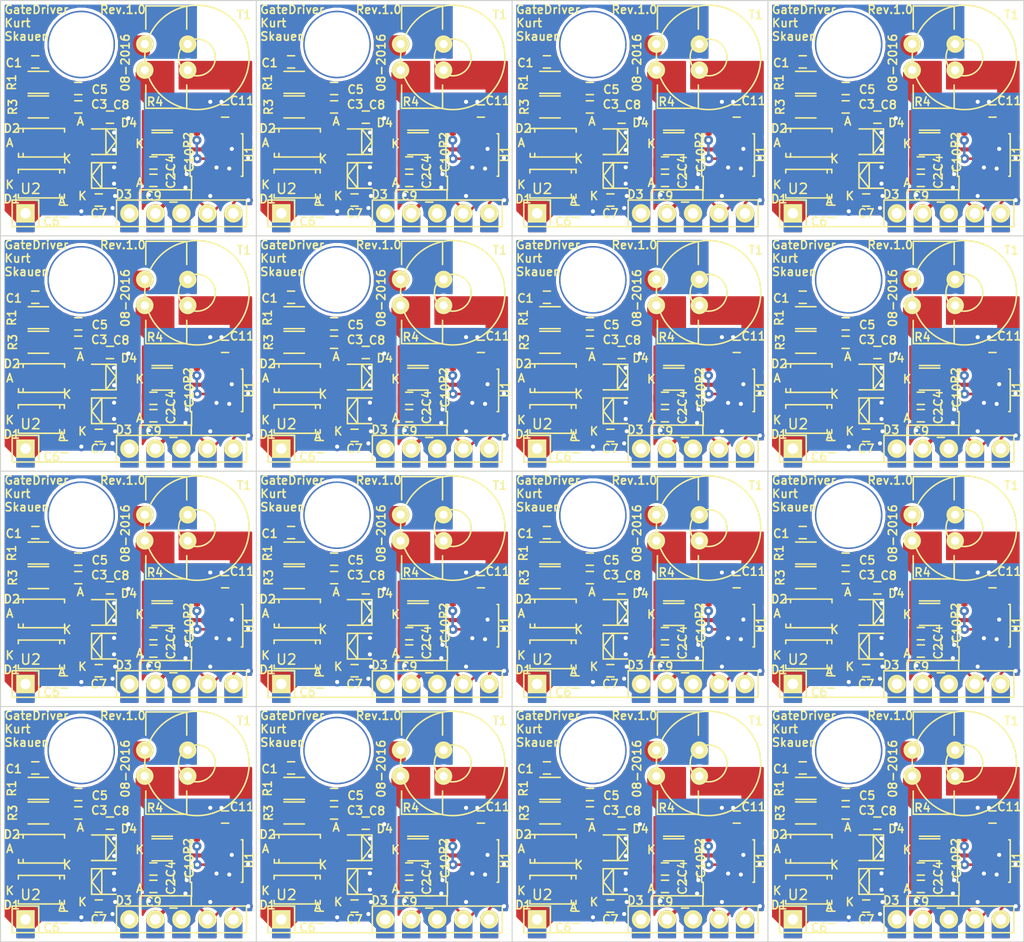
<source format=kicad_pcb>
(kicad_pcb (version 4) (host pcbnew 4.0.1-stable)
  (layers (0 F.Cu signal) (31 B.Cu signal) (34 B.Paste user) (35 F.Paste user) (36 B.SilkS user) (37 F.SilkS user) (38 B.Mask user) (39 F.Mask user) (44 Edge.Cuts user))
  (net 0 "")
  (net 1 "Net-(C1-Pad2)")
  (net 2 "Net-(C2-Pad1)")
  (net 3 "Net-(C2-Pad2)")
  (net 4 OUT-)
  (net 5 +12V)
  (net 6 GND)
  (net 7 OUT+)
  (net 8 EN)
  (net 9 IN)
  (net 10 "Net-(R2-Pad1)")
  (net 11 "Net-(T1-Pad4)")
  (net 12 "Net-(C3-Pad1)")
  (net 13 "Net-(C7-Pad1)")
  (net 14 "Net-(C8-Pad1)")
  (module MyCapacitors:C_0603 (layer F.Cu) (at 122.6 114.5)
    (fp_text reference C7 (at 0 1.3) (layer F.SilkS) (effects (font (size 0.8128 0.8128) (thickness 0.1524))))
    (fp_text value 100n hide)
    (pad 1 smd rect (at -0.75 0) (size 0.8 0.75) (layers F.Cu F.Paste F.Mask) (net 13 "Net-(C7-Pad1)"))
    (pad 2 smd rect (at 0.75 0) (size 0.8 0.75) (layers F.Cu F.Paste F.Mask) (net 4 OUT-))
  )
  (module MyDiodes:MELF_Standard (layer F.Cu) (at 123.0997 108.8 180)
    (fp_text reference D4 (at -2.4503 1.85 180) (layer F.SilkS) (effects (font (size 0.8128 0.8128) (thickness 0.1524))))
    (fp_text value ZMY12 hide)
    (fp_text user K (at -3.5003 -0.2 180) (layer F.SilkS) (effects (font (size 0.8128 0.8128) (thickness 0.1524))))
    (fp_text user A (at 2.2997 2 180) (layer F.SilkS) (effects (font (size 0.8128 0.8128) (thickness 0.1524))))
    (pad 1 smd rect (at -2.4003 0 180) (size 1.50114 2.70002) (layers F.Cu F.Paste F.Mask) (net 4 OUT-))
    (pad 2 smd rect (at 2.4003 0 180) (size 1.50114 2.70002) (layers F.Cu F.Paste F.Mask) (net 14 "Net-(C8-Pad1)"))
  )
  (module MyCapacitors:C_0603 (layer F.Cu) (at 123.7 106.4)
    (fp_text reference C8 (at 1.1 -1.2) (layer F.SilkS) (effects (font (size 0.8128 0.8128) (thickness 0.1524))))
    (fp_text value 100n hide)
    (pad 1 smd rect (at -0.75 0) (size 0.8 0.75) (layers F.Cu F.Paste F.Mask) (net 14 "Net-(C8-Pad1)"))
    (pad 2 smd rect (at 0.75 0) (size 0.8 0.75) (layers F.Cu F.Paste F.Mask) (net 4 OUT-))
  )
  (module MyDiodes:MELF_Standard (layer F.Cu) (at 123.0997 112.1)
    (fp_text reference D3 (at 1.9503 1.85) (layer F.SilkS) (effects (font (size 0.8128 0.8128) (thickness 0.1524))))
    (fp_text value ZMY12 hide)
    (fp_text user K (at -2.0997 2) (layer F.SilkS) (effects (font (size 0.8128 0.8128) (thickness 0.1524))))
    (fp_text user A (at 3.5003 0.7) (layer F.SilkS) (effects (font (size 0.8128 0.8128) (thickness 0.1524))))
    (pad 1 smd rect (at -2.4003 0) (size 1.50114 2.70002) (layers F.Cu F.Paste F.Mask) (net 13 "Net-(C7-Pad1)"))
    (pad 2 smd rect (at 2.4003 0) (size 1.50114 2.70002) (layers F.Cu F.Paste F.Mask) (net 4 OUT-))
  )
  (module MyCapacitors:C_0603 (layer F.Cu) (at 119.2 115.6)
    (fp_text reference C6 (at -1.2 1) (layer F.SilkS) (effects (font (size 0.8128 0.8128) (thickness 0.1524))))
    (fp_text value NP hide)
    (pad 1 smd rect (at -0.75 0) (size 0.8 0.75) (layers F.Cu F.Paste F.Mask) (net 7 OUT+))
    (pad 2 smd rect (at 0.75 0) (size 0.8 0.75) (layers F.Cu F.Paste F.Mask) (net 4 OUT-))
  )
  (module MyCapacitors:C_0603 (layer F.Cu) (at 129.9 114.1)
    (fp_text reference C9 (at -1.95 0) (layer F.SilkS) (effects (font (size 0.8128 0.8128) (thickness 0.1524))))
    (fp_text value 1u hide)
    (pad 1 smd rect (at -0.75 0) (size 0.8 0.75) (layers F.Cu F.Paste F.Mask) (net 5 +12V))
    (pad 2 smd rect (at 0.75 0) (size 0.8 0.75) (layers F.Cu F.Paste F.Mask) (net 6 GND))
  )
  (module MyDiodes:Diode-SMA_Standard (layer F.Cu) (at 116.99 112.9 180)
    (fp_text reference D1 (at 2.89 -1.5 180) (layer F.SilkS) (effects (font (size 0.8128 0.8128) (thickness 0.1524))))
    (fp_text value SS210 hide)
    (fp_text user K (at -2.51 2.4 180) (layer F.SilkS) (effects (font (size 0.8128 0.8128) (thickness 0.1524))))
    (fp_text user A (at 3.09 4 180) (layer F.SilkS) (effects (font (size 0.8128 0.8128) (thickness 0.1524))))
    (pad 1 smd rect (at -1.79 0 180) (size 1.7 1.68) (layers F.Cu F.Paste F.Mask) (net 13 "Net-(C7-Pad1)"))
    (pad 2 smd rect (at 1.79 0 180) (size 1.7 1.68) (layers F.Cu F.Paste F.Mask) (net 7 OUT+))
  )
  (module MyCapacitors:C_0603 (layer F.Cu) (at 127.941697 112.578421)
    (fp_text reference C2 (at 1.708303 0.021579 90) (layer F.SilkS) (effects (font (size 0.8128 0.8128) (thickness 0.1524))))
    (fp_text value 100n hide)
    (pad 1 smd rect (at -0.75 0) (size 0.8 0.75) (layers F.Cu F.Paste F.Mask) (net 2 "Net-(C2-Pad1)"))
    (pad 2 smd rect (at 0.75 0) (size 0.8 0.75) (layers F.Cu F.Paste F.Mask) (net 3 "Net-(C2-Pad2)"))
  )
  (module MyFootprints:SOIC-8_3.9x4.9mm_Pitch1.27mm (layer F.Cu) (at 134.105 110.1 90)
    (fp_text reference U1 (at 0.1 3.195 90) (layer F.SilkS) (effects (font (size 0.8128 0.8128) (thickness 0.1524))))
    (fp_text value NCP81071A hide)
    (pad 1 smd rect (at -2.7 -1.905 90) (size 1.55 0.6) (layers F.Cu F.Paste F.Mask) (net 9 IN))
    (pad 2 smd rect (at -2.7 -0.635 90) (size 1.55 0.6) (layers F.Cu F.Paste F.Mask) (net 6 GND))
    (pad 3 smd rect (at -2.7 0.635 90) (size 1.55 0.6) (layers F.Cu F.Paste F.Mask) (net 6 GND))
    (pad 4 smd rect (at -2.7 1.905 90) (size 1.55 0.6) (layers F.Cu F.Paste F.Mask) (net 9 IN))
    (pad 5 smd rect (at 2.7 1.905 90) (size 1.55 0.6) (layers F.Cu F.Paste F.Mask) (net 11 "Net-(T1-Pad4)"))
    (pad 6 smd rect (at 2.7 0.635 90) (size 1.55 0.6) (layers F.Cu F.Paste F.Mask) (net 5 +12V))
    (pad 7 smd rect (at 2.7 -0.635 90) (size 1.55 0.6) (layers F.Cu F.Paste F.Mask) (net 10 "Net-(R2-Pad1)"))
    (pad 8 smd rect (at 2.7 -1.905 90) (size 1.55 0.6) (layers F.Cu F.Paste F.Mask) (net 8 EN))
  )
  (module MyConnectors:GateDriverSub (layer F.Cu) (at 115.44 115.8)
    (fp_text reference U2 (at 0.5 -2.4) (layer F.SilkS))
    (fp_text value GateDriver hide)
    (pad 1 thru_hole rect (at 0 0) (size 1.8 1.8) (drill 1.016) (layers *.Cu *.Mask F.SilkS) (net 7 OUT+))
    (pad 2 thru_hole oval (at 10.16 0) (size 1.8 1.8) (drill 1.016) (layers *.Cu *.Mask F.SilkS) (net 4 OUT-))
    (pad 3 thru_hole oval (at 12.7 0) (size 1.8 1.8) (drill 1.016) (layers *.Cu *.Mask F.SilkS) (net 5 +12V))
    (pad 4 thru_hole oval (at 15.24 0) (size 1.8 1.8) (drill 1.016) (layers *.Cu *.Mask F.SilkS) (net 6 GND))
    (pad 5 thru_hole oval (at 17.78 0) (size 1.8 1.8) (drill 1.016) (layers *.Cu *.Mask F.SilkS) (net 9 IN))
    (pad 6 thru_hole oval (at 20.32 0) (size 1.8 1.8) (drill 1.016) (layers *.Cu *.Mask F.SilkS) (net 8 EN))
  )
  (module MyDiodes:Diode-SMA_Standard (layer F.Cu) (at 117.01 108.9)
    (fp_text reference D2 (at -2.91 -1.4 180) (layer F.SilkS) (effects (font (size 0.8128 0.8128) (thickness 0.1524))))
    (fp_text value SS210 hide)
    (fp_text user K (at -3.11 4.1) (layer F.SilkS) (effects (font (size 0.8128 0.8128) (thickness 0.1524))))
    (fp_text user A (at 1.99 5.7) (layer F.SilkS) (effects (font (size 0.8128 0.8128) (thickness 0.1524))))
    (pad 1 smd rect (at -1.79 0) (size 1.7 1.68) (layers F.Cu F.Paste F.Mask) (net 7 OUT+))
    (pad 2 smd rect (at 1.79 0) (size 1.7 1.68) (layers F.Cu F.Paste F.Mask) (net 14 "Net-(C8-Pad1)"))
  )
  (module MyResistors:R_1206 (layer F.Cu) (at 116.7 105.4 180)
    (fp_text reference R3 (at 2.5 0 270) (layer F.SilkS) (effects (font (size 0.8128 0.8128) (thickness 0.1524))))
    (fp_text value 4 hide)
    (pad 1 smd rect (at -1.45 0 180) (size 0.9 1.7) (layers F.Cu F.Paste F.Mask) (net 1 "Net-(C1-Pad2)"))
    (pad 2 smd rect (at 1.45 0 180) (size 0.9 1.7) (layers F.Cu F.Paste F.Mask) (net 7 OUT+))
  )
  (module MyMechanical:MH6 (layer F.Cu) (at 120.89 99.3)
    (fp_text reference M1 hide)
    (fp_text value MountingHole hide)
    (pad "" np_thru_hole circle (at 0 0) (size 6.6 6.6) (drill 6.3) (layers *.Cu))
  )
  (module Capacitors_SMD:C_0603 (layer F.Cu) (at 120.6 103.6)
    (fp_text reference C5 (at 2.1 0.1) (layer F.SilkS) (effects (font (size 0.8128 0.8128) (thickness 0.1524))))
    (fp_text value 1u hide)
    (pad 1 smd rect (at -0.75 0) (size 0.8 0.75) (layers F.Cu F.Paste F.Mask) (net 1 "Net-(C1-Pad2)"))
    (pad 2 smd rect (at 0.75 0) (size 0.8 0.75) (layers F.Cu F.Paste F.Mask) (net 12 "Net-(C3-Pad1)"))
  )
  (module MyCapacitors:C_0603 (layer F.Cu) (at 116.4 101)
    (fp_text reference C1 (at -2.1 0.1) (layer F.SilkS) (effects (font (size 0.8128 0.8128) (thickness 0.1524))))
    (fp_text value NP hide)
    (pad 1 smd rect (at -0.75 0) (size 0.8 0.75) (layers F.Cu F.Paste F.Mask) (net 7 OUT+))
    (pad 2 smd rect (at 0.75 0) (size 0.8 0.75) (layers F.Cu F.Paste F.Mask) (net 1 "Net-(C1-Pad2)"))
  )
  (module MyResistors:R_1206 (layer F.Cu) (at 116.7 103 180)
    (fp_text reference R1 (at 2.6 0 270) (layer F.SilkS) (effects (font (size 0.8128 0.8128) (thickness 0.1524))))
    (fp_text value 4 hide)
    (pad 1 smd rect (at -1.45 0 180) (size 0.9 1.7) (layers F.Cu F.Paste F.Mask) (net 1 "Net-(C1-Pad2)"))
    (pad 2 smd rect (at 1.45 0 180) (size 0.9 1.7) (layers F.Cu F.Paste F.Mask) (net 7 OUT+))
  )
  (module MyCapacitors:C_0603 (layer F.Cu) (at 120.6 105.4 180)
    (fp_text reference C3 (at -2.05 0.25 180) (layer F.SilkS) (effects (font (size 0.8128 0.8128) (thickness 0.1524))))
    (fp_text value 100n hide)
    (pad 1 smd rect (at -0.75 0 180) (size 0.8 0.75) (layers F.Cu F.Paste F.Mask) (net 12 "Net-(C3-Pad1)"))
    (pad 2 smd rect (at 0.75 0 180) (size 0.8 0.75) (layers F.Cu F.Paste F.Mask) (net 1 "Net-(C1-Pad2)"))
  )
  (module MyResistors:R_1206 (layer F.Cu) (at 128.8 106.6 180)
    (fp_text reference R4 (at 0.7 1.7 180) (layer F.SilkS) (effects (font (size 0.8128 0.8128) (thickness 0.1524))))
    (fp_text value 1 hide)
    (pad 1 smd rect (at -1.45 0 180) (size 0.9 1.7) (layers F.Cu F.Paste F.Mask) (net 10 "Net-(R2-Pad1)"))
    (pad 2 smd rect (at 1.45 0 180) (size 0.9 1.7) (layers F.Cu F.Paste F.Mask) (net 2 "Net-(C2-Pad1)"))
  )
  (module MyMagnetics:GateTR10x4_HV (layer F.Cu) (at 129.2 99.26)
    (fp_text reference T1 (at 7.6 -2.86) (layer F.SilkS) (effects (font (size 0.8128 0.8128) (thickness 0.1524))))
    (fp_text value GateTR10x4 hide)
    (pad 1 thru_hole circle (at -2.1 0) (size 1.7 1.7) (drill 0.8) (layers *.Cu *.Mask F.SilkS) (net 12 "Net-(C3-Pad1)"))
    (pad 3 thru_hole circle (at -2.1 2.54) (size 1.7 1.7) (drill 0.8) (layers *.Cu *.Mask F.SilkS) (net 3 "Net-(C2-Pad2)"))
    (pad 2 thru_hole circle (at 2.1 0) (size 1.7 1.7) (drill 0.8) (layers *.Cu *.Mask F.SilkS) (net 4 OUT-))
    (pad 4 thru_hole circle (at 2.1 2.54) (size 1.7 1.7) (drill 0.8) (layers *.Cu *.Mask F.SilkS) (net 11 "Net-(T1-Pad4)"))
  )
  (module MyCapacitors:C_0603 (layer F.Cu) (at 130.5 111.7 270)
    (fp_text reference C10 (at -1.1 -0.95 270) (layer F.SilkS) (effects (font (size 0.8128 0.8128) (thickness 0.1524))))
    (fp_text value 1u hide)
    (pad 1 smd rect (at -0.75 0 270) (size 0.8 0.75) (layers F.Cu F.Paste F.Mask) (net 5 +12V))
    (pad 2 smd rect (at 0.75 0 270) (size 0.8 0.75) (layers F.Cu F.Paste F.Mask) (net 6 GND))
  )
  (module MyResistors:R_1206 (layer F.Cu) (at 128.8 109 180)
    (fp_text reference R2 (at -2.55 0.35 270) (layer F.SilkS) (effects (font (size 0.8128 0.8128) (thickness 0.1524))))
    (fp_text value 1 hide)
    (pad 1 smd rect (at -1.45 0 180) (size 0.9 1.7) (layers F.Cu F.Paste F.Mask) (net 10 "Net-(R2-Pad1)"))
    (pad 2 smd rect (at 1.45 0 180) (size 0.9 1.7) (layers F.Cu F.Paste F.Mask) (net 2 "Net-(C2-Pad1)"))
  )
  (module MyCapacitors:C_0603 (layer F.Cu) (at 134.95 105.8 180)
    (fp_text reference C11 (at -1.65 1 180) (layer F.SilkS) (effects (font (size 0.8128 0.8128) (thickness 0.1524))))
    (fp_text value 100n hide)
    (pad 1 smd rect (at -0.75 0 180) (size 0.8 0.75) (layers F.Cu F.Paste F.Mask) (net 5 +12V))
    (pad 2 smd rect (at 0.75 0 180) (size 0.8 0.75) (layers F.Cu F.Paste F.Mask) (net 6 GND))
  )
  (module MyCapacitors:C_0603 (layer F.Cu) (at 127.941697 110.878421)
    (fp_text reference C4 (at 1.708303 0.021579 90) (layer F.SilkS) (effects (font (size 0.8128 0.8128) (thickness 0.1524))))
    (fp_text value 1u hide)
    (pad 1 smd rect (at -0.75 0) (size 0.8 0.75) (layers F.Cu F.Paste F.Mask) (net 2 "Net-(C2-Pad1)"))
    (pad 2 smd rect (at 0.75 0) (size 0.8 0.75) (layers F.Cu F.Paste F.Mask) (net 3 "Net-(C2-Pad2)"))
  )
  (module MyCapacitors:C_0603 (layer F.Cu) (at 109.95 105.8 180)
    (fp_text reference C11 (at -1.65 1 180) (layer F.SilkS) (effects (font (size 0.8128 0.8128) (thickness 0.1524))))
    (fp_text value 100n hide)
    (pad 1 smd rect (at -0.75 0 180) (size 0.8 0.75) (layers F.Cu F.Paste F.Mask) (net 5 +12V))
    (pad 2 smd rect (at 0.75 0 180) (size 0.8 0.75) (layers F.Cu F.Paste F.Mask) (net 6 GND))
  )
  (module MyResistors:R_1206 (layer F.Cu) (at 103.8 106.6 180)
    (fp_text reference R4 (at 0.7 1.7 180) (layer F.SilkS) (effects (font (size 0.8128 0.8128) (thickness 0.1524))))
    (fp_text value 1 hide)
    (pad 1 smd rect (at -1.45 0 180) (size 0.9 1.7) (layers F.Cu F.Paste F.Mask) (net 10 "Net-(R2-Pad1)"))
    (pad 2 smd rect (at 1.45 0 180) (size 0.9 1.7) (layers F.Cu F.Paste F.Mask) (net 2 "Net-(C2-Pad1)"))
  )
  (module MyResistors:R_1206 (layer F.Cu) (at 103.8 109 180)
    (fp_text reference R2 (at -2.55 0.35 270) (layer F.SilkS) (effects (font (size 0.8128 0.8128) (thickness 0.1524))))
    (fp_text value 1 hide)
    (pad 1 smd rect (at -1.45 0 180) (size 0.9 1.7) (layers F.Cu F.Paste F.Mask) (net 10 "Net-(R2-Pad1)"))
    (pad 2 smd rect (at 1.45 0 180) (size 0.9 1.7) (layers F.Cu F.Paste F.Mask) (net 2 "Net-(C2-Pad1)"))
  )
  (module MyFootprints:SOIC-8_3.9x4.9mm_Pitch1.27mm (layer F.Cu) (at 109.105 110.1 90)
    (fp_text reference U1 (at 0.1 3.195 90) (layer F.SilkS) (effects (font (size 0.8128 0.8128) (thickness 0.1524))))
    (fp_text value NCP81071A hide)
    (pad 1 smd rect (at -2.7 -1.905 90) (size 1.55 0.6) (layers F.Cu F.Paste F.Mask) (net 9 IN))
    (pad 2 smd rect (at -2.7 -0.635 90) (size 1.55 0.6) (layers F.Cu F.Paste F.Mask) (net 6 GND))
    (pad 3 smd rect (at -2.7 0.635 90) (size 1.55 0.6) (layers F.Cu F.Paste F.Mask) (net 6 GND))
    (pad 4 smd rect (at -2.7 1.905 90) (size 1.55 0.6) (layers F.Cu F.Paste F.Mask) (net 9 IN))
    (pad 5 smd rect (at 2.7 1.905 90) (size 1.55 0.6) (layers F.Cu F.Paste F.Mask) (net 11 "Net-(T1-Pad4)"))
    (pad 6 smd rect (at 2.7 0.635 90) (size 1.55 0.6) (layers F.Cu F.Paste F.Mask) (net 5 +12V))
    (pad 7 smd rect (at 2.7 -0.635 90) (size 1.55 0.6) (layers F.Cu F.Paste F.Mask) (net 10 "Net-(R2-Pad1)"))
    (pad 8 smd rect (at 2.7 -1.905 90) (size 1.55 0.6) (layers F.Cu F.Paste F.Mask) (net 8 EN))
  )
  (module MyConnectors:GateDriverSub (layer F.Cu) (at 90.44 92.8)
    (fp_text reference U2 (at 0.5 -2.4) (layer F.SilkS))
    (fp_text value GateDriver hide)
    (pad 1 thru_hole rect (at 0 0) (size 1.8 1.8) (drill 1.016) (layers *.Cu *.Mask F.SilkS) (net 7 OUT+))
    (pad 2 thru_hole oval (at 10.16 0) (size 1.8 1.8) (drill 1.016) (layers *.Cu *.Mask F.SilkS) (net 4 OUT-))
    (pad 3 thru_hole oval (at 12.7 0) (size 1.8 1.8) (drill 1.016) (layers *.Cu *.Mask F.SilkS) (net 5 +12V))
    (pad 4 thru_hole oval (at 15.24 0) (size 1.8 1.8) (drill 1.016) (layers *.Cu *.Mask F.SilkS) (net 6 GND))
    (pad 5 thru_hole oval (at 17.78 0) (size 1.8 1.8) (drill 1.016) (layers *.Cu *.Mask F.SilkS) (net 9 IN))
    (pad 6 thru_hole oval (at 20.32 0) (size 1.8 1.8) (drill 1.016) (layers *.Cu *.Mask F.SilkS) (net 8 EN))
  )
  (module MyMagnetics:GateTR10x4_HV (layer F.Cu) (at 104.2 99.26)
    (fp_text reference T1 (at 7.6 -2.86) (layer F.SilkS) (effects (font (size 0.8128 0.8128) (thickness 0.1524))))
    (fp_text value GateTR10x4 hide)
    (pad 1 thru_hole circle (at -2.1 0) (size 1.7 1.7) (drill 0.8) (layers *.Cu *.Mask F.SilkS) (net 12 "Net-(C3-Pad1)"))
    (pad 3 thru_hole circle (at -2.1 2.54) (size 1.7 1.7) (drill 0.8) (layers *.Cu *.Mask F.SilkS) (net 3 "Net-(C2-Pad2)"))
    (pad 2 thru_hole circle (at 2.1 0) (size 1.7 1.7) (drill 0.8) (layers *.Cu *.Mask F.SilkS) (net 4 OUT-))
    (pad 4 thru_hole circle (at 2.1 2.54) (size 1.7 1.7) (drill 0.8) (layers *.Cu *.Mask F.SilkS) (net 11 "Net-(T1-Pad4)"))
  )
  (module MyMechanical:MH6 (layer F.Cu) (at 95.89 99.3)
    (fp_text reference M1 hide)
    (fp_text value MountingHole hide)
    (pad "" np_thru_hole circle (at 0 0) (size 6.6 6.6) (drill 6.3) (layers *.Cu))
  )
  (module MyCapacitors:C_0603 (layer F.Cu) (at 94.2 92.6)
    (fp_text reference C6 (at -1.2 1) (layer F.SilkS) (effects (font (size 0.8128 0.8128) (thickness 0.1524))))
    (fp_text value NP hide)
    (pad 1 smd rect (at -0.75 0) (size 0.8 0.75) (layers F.Cu F.Paste F.Mask) (net 7 OUT+))
    (pad 2 smd rect (at 0.75 0) (size 0.8 0.75) (layers F.Cu F.Paste F.Mask) (net 4 OUT-))
  )
  (module MyCapacitors:C_0603 (layer F.Cu) (at 91.4 101)
    (fp_text reference C1 (at -2.1 0.1) (layer F.SilkS) (effects (font (size 0.8128 0.8128) (thickness 0.1524))))
    (fp_text value NP hide)
    (pad 1 smd rect (at -0.75 0) (size 0.8 0.75) (layers F.Cu F.Paste F.Mask) (net 7 OUT+))
    (pad 2 smd rect (at 0.75 0) (size 0.8 0.75) (layers F.Cu F.Paste F.Mask) (net 1 "Net-(C1-Pad2)"))
  )
  (module MyCapacitors:C_0603 (layer F.Cu) (at 104.9 114.1)
    (fp_text reference C9 (at -1.95 0) (layer F.SilkS) (effects (font (size 0.8128 0.8128) (thickness 0.1524))))
    (fp_text value 1u hide)
    (pad 1 smd rect (at -0.75 0) (size 0.8 0.75) (layers F.Cu F.Paste F.Mask) (net 5 +12V))
    (pad 2 smd rect (at 0.75 0) (size 0.8 0.75) (layers F.Cu F.Paste F.Mask) (net 6 GND))
  )
  (module MyCapacitors:C_0603 (layer F.Cu) (at 102.941697 110.878421)
    (fp_text reference C4 (at 1.708303 0.021579 90) (layer F.SilkS) (effects (font (size 0.8128 0.8128) (thickness 0.1524))))
    (fp_text value 1u hide)
    (pad 1 smd rect (at -0.75 0) (size 0.8 0.75) (layers F.Cu F.Paste F.Mask) (net 2 "Net-(C2-Pad1)"))
    (pad 2 smd rect (at 0.75 0) (size 0.8 0.75) (layers F.Cu F.Paste F.Mask) (net 3 "Net-(C2-Pad2)"))
  )
  (module MyCapacitors:C_0603 (layer F.Cu) (at 105.5 111.7 270)
    (fp_text reference C10 (at -1.1 -0.95 270) (layer F.SilkS) (effects (font (size 0.8128 0.8128) (thickness 0.1524))))
    (fp_text value 1u hide)
    (pad 1 smd rect (at -0.75 0 270) (size 0.8 0.75) (layers F.Cu F.Paste F.Mask) (net 5 +12V))
    (pad 2 smd rect (at 0.75 0 270) (size 0.8 0.75) (layers F.Cu F.Paste F.Mask) (net 6 GND))
  )
  (module MyCapacitors:C_0603 (layer F.Cu) (at 102.941697 112.578421)
    (fp_text reference C2 (at 1.708303 0.021579 90) (layer F.SilkS) (effects (font (size 0.8128 0.8128) (thickness 0.1524))))
    (fp_text value 100n hide)
    (pad 1 smd rect (at -0.75 0) (size 0.8 0.75) (layers F.Cu F.Paste F.Mask) (net 2 "Net-(C2-Pad1)"))
    (pad 2 smd rect (at 0.75 0) (size 0.8 0.75) (layers F.Cu F.Paste F.Mask) (net 3 "Net-(C2-Pad2)"))
  )
  (module MyCapacitors:C_0603 (layer F.Cu) (at 94.2 115.6)
    (fp_text reference C6 (at -1.2 1) (layer F.SilkS) (effects (font (size 0.8128 0.8128) (thickness 0.1524))))
    (fp_text value NP hide)
    (pad 1 smd rect (at -0.75 0) (size 0.8 0.75) (layers F.Cu F.Paste F.Mask) (net 7 OUT+))
    (pad 2 smd rect (at 0.75 0) (size 0.8 0.75) (layers F.Cu F.Paste F.Mask) (net 4 OUT-))
  )
  (module MyConnectors:GateDriverSub (layer F.Cu) (at 90.44 115.8)
    (fp_text reference U2 (at 0.5 -2.4) (layer F.SilkS))
    (fp_text value GateDriver hide)
    (pad 1 thru_hole rect (at 0 0) (size 1.8 1.8) (drill 1.016) (layers *.Cu *.Mask F.SilkS) (net 7 OUT+))
    (pad 2 thru_hole oval (at 10.16 0) (size 1.8 1.8) (drill 1.016) (layers *.Cu *.Mask F.SilkS) (net 4 OUT-))
    (pad 3 thru_hole oval (at 12.7 0) (size 1.8 1.8) (drill 1.016) (layers *.Cu *.Mask F.SilkS) (net 5 +12V))
    (pad 4 thru_hole oval (at 15.24 0) (size 1.8 1.8) (drill 1.016) (layers *.Cu *.Mask F.SilkS) (net 6 GND))
    (pad 5 thru_hole oval (at 17.78 0) (size 1.8 1.8) (drill 1.016) (layers *.Cu *.Mask F.SilkS) (net 9 IN))
    (pad 6 thru_hole oval (at 20.32 0) (size 1.8 1.8) (drill 1.016) (layers *.Cu *.Mask F.SilkS) (net 8 EN))
  )
  (module MyCapacitors:C_0603 (layer F.Cu) (at 97.6 114.5)
    (fp_text reference C7 (at 0 1.3) (layer F.SilkS) (effects (font (size 0.8128 0.8128) (thickness 0.1524))))
    (fp_text value 100n hide)
    (pad 1 smd rect (at -0.75 0) (size 0.8 0.75) (layers F.Cu F.Paste F.Mask) (net 13 "Net-(C7-Pad1)"))
    (pad 2 smd rect (at 0.75 0) (size 0.8 0.75) (layers F.Cu F.Paste F.Mask) (net 4 OUT-))
  )
  (module MyDiodes:MELF_Standard (layer F.Cu) (at 98.0997 112.1)
    (fp_text reference D3 (at 1.9503 1.85) (layer F.SilkS) (effects (font (size 0.8128 0.8128) (thickness 0.1524))))
    (fp_text value ZMY12 hide)
    (fp_text user K (at -2.0997 2) (layer F.SilkS) (effects (font (size 0.8128 0.8128) (thickness 0.1524))))
    (fp_text user A (at 3.5003 0.7) (layer F.SilkS) (effects (font (size 0.8128 0.8128) (thickness 0.1524))))
    (pad 1 smd rect (at -2.4003 0) (size 1.50114 2.70002) (layers F.Cu F.Paste F.Mask) (net 13 "Net-(C7-Pad1)"))
    (pad 2 smd rect (at 2.4003 0) (size 1.50114 2.70002) (layers F.Cu F.Paste F.Mask) (net 4 OUT-))
  )
  (module MyDiodes:MELF_Standard (layer F.Cu) (at 98.0997 108.8 180)
    (fp_text reference D4 (at -2.4503 1.85 180) (layer F.SilkS) (effects (font (size 0.8128 0.8128) (thickness 0.1524))))
    (fp_text value ZMY12 hide)
    (fp_text user K (at -3.5003 -0.2 180) (layer F.SilkS) (effects (font (size 0.8128 0.8128) (thickness 0.1524))))
    (fp_text user A (at 2.2997 2 180) (layer F.SilkS) (effects (font (size 0.8128 0.8128) (thickness 0.1524))))
    (pad 1 smd rect (at -2.4003 0 180) (size 1.50114 2.70002) (layers F.Cu F.Paste F.Mask) (net 4 OUT-))
    (pad 2 smd rect (at 2.4003 0 180) (size 1.50114 2.70002) (layers F.Cu F.Paste F.Mask) (net 14 "Net-(C8-Pad1)"))
  )
  (module Capacitors_SMD:C_0603 (layer F.Cu) (at 95.6 103.6)
    (fp_text reference C5 (at 2.1 0.1) (layer F.SilkS) (effects (font (size 0.8128 0.8128) (thickness 0.1524))))
    (fp_text value 1u hide)
    (pad 1 smd rect (at -0.75 0) (size 0.8 0.75) (layers F.Cu F.Paste F.Mask) (net 1 "Net-(C1-Pad2)"))
    (pad 2 smd rect (at 0.75 0) (size 0.8 0.75) (layers F.Cu F.Paste F.Mask) (net 12 "Net-(C3-Pad1)"))
  )
  (module MyCapacitors:C_0603 (layer F.Cu) (at 98.7 106.4)
    (fp_text reference C8 (at 1.1 -1.2) (layer F.SilkS) (effects (font (size 0.8128 0.8128) (thickness 0.1524))))
    (fp_text value 100n hide)
    (pad 1 smd rect (at -0.75 0) (size 0.8 0.75) (layers F.Cu F.Paste F.Mask) (net 14 "Net-(C8-Pad1)"))
    (pad 2 smd rect (at 0.75 0) (size 0.8 0.75) (layers F.Cu F.Paste F.Mask) (net 4 OUT-))
  )
  (module MyDiodes:Diode-SMA_Standard (layer F.Cu) (at 91.99 112.9 180)
    (fp_text reference D1 (at 2.89 -1.5 180) (layer F.SilkS) (effects (font (size 0.8128 0.8128) (thickness 0.1524))))
    (fp_text value SS210 hide)
    (fp_text user K (at -2.51 2.4 180) (layer F.SilkS) (effects (font (size 0.8128 0.8128) (thickness 0.1524))))
    (fp_text user A (at 3.09 4 180) (layer F.SilkS) (effects (font (size 0.8128 0.8128) (thickness 0.1524))))
    (pad 1 smd rect (at -1.79 0 180) (size 1.7 1.68) (layers F.Cu F.Paste F.Mask) (net 13 "Net-(C7-Pad1)"))
    (pad 2 smd rect (at 1.79 0 180) (size 1.7 1.68) (layers F.Cu F.Paste F.Mask) (net 7 OUT+))
  )
  (module MyCapacitors:C_0603 (layer F.Cu) (at 95.6 105.4 180)
    (fp_text reference C3 (at -2.05 0.25 180) (layer F.SilkS) (effects (font (size 0.8128 0.8128) (thickness 0.1524))))
    (fp_text value 100n hide)
    (pad 1 smd rect (at -0.75 0 180) (size 0.8 0.75) (layers F.Cu F.Paste F.Mask) (net 12 "Net-(C3-Pad1)"))
    (pad 2 smd rect (at 0.75 0 180) (size 0.8 0.75) (layers F.Cu F.Paste F.Mask) (net 1 "Net-(C1-Pad2)"))
  )
  (module MyDiodes:Diode-SMA_Standard (layer F.Cu) (at 92.01 108.9)
    (fp_text reference D2 (at -2.91 -1.4 180) (layer F.SilkS) (effects (font (size 0.8128 0.8128) (thickness 0.1524))))
    (fp_text value SS210 hide)
    (fp_text user K (at -3.11 4.1) (layer F.SilkS) (effects (font (size 0.8128 0.8128) (thickness 0.1524))))
    (fp_text user A (at 1.99 5.7) (layer F.SilkS) (effects (font (size 0.8128 0.8128) (thickness 0.1524))))
    (pad 1 smd rect (at -1.79 0) (size 1.7 1.68) (layers F.Cu F.Paste F.Mask) (net 7 OUT+))
    (pad 2 smd rect (at 1.79 0) (size 1.7 1.68) (layers F.Cu F.Paste F.Mask) (net 14 "Net-(C8-Pad1)"))
  )
  (module MyResistors:R_1206 (layer F.Cu) (at 91.7 105.4 180)
    (fp_text reference R3 (at 2.5 0 270) (layer F.SilkS) (effects (font (size 0.8128 0.8128) (thickness 0.1524))))
    (fp_text value 4 hide)
    (pad 1 smd rect (at -1.45 0 180) (size 0.9 1.7) (layers F.Cu F.Paste F.Mask) (net 1 "Net-(C1-Pad2)"))
    (pad 2 smd rect (at 1.45 0 180) (size 0.9 1.7) (layers F.Cu F.Paste F.Mask) (net 7 OUT+))
  )
  (module MyCapacitors:C_0603 (layer F.Cu) (at 84.95 105.8 180)
    (fp_text reference C11 (at -1.65 1 180) (layer F.SilkS) (effects (font (size 0.8128 0.8128) (thickness 0.1524))))
    (fp_text value 100n hide)
    (pad 1 smd rect (at -0.75 0 180) (size 0.8 0.75) (layers F.Cu F.Paste F.Mask) (net 5 +12V))
    (pad 2 smd rect (at 0.75 0 180) (size 0.8 0.75) (layers F.Cu F.Paste F.Mask) (net 6 GND))
  )
  (module MyFootprints:SOIC-8_3.9x4.9mm_Pitch1.27mm (layer F.Cu) (at 84.105 110.1 90)
    (fp_text reference U1 (at 0.1 3.195 90) (layer F.SilkS) (effects (font (size 0.8128 0.8128) (thickness 0.1524))))
    (fp_text value NCP81071A hide)
    (pad 1 smd rect (at -2.7 -1.905 90) (size 1.55 0.6) (layers F.Cu F.Paste F.Mask) (net 9 IN))
    (pad 2 smd rect (at -2.7 -0.635 90) (size 1.55 0.6) (layers F.Cu F.Paste F.Mask) (net 6 GND))
    (pad 3 smd rect (at -2.7 0.635 90) (size 1.55 0.6) (layers F.Cu F.Paste F.Mask) (net 6 GND))
    (pad 4 smd rect (at -2.7 1.905 90) (size 1.55 0.6) (layers F.Cu F.Paste F.Mask) (net 9 IN))
    (pad 5 smd rect (at 2.7 1.905 90) (size 1.55 0.6) (layers F.Cu F.Paste F.Mask) (net 11 "Net-(T1-Pad4)"))
    (pad 6 smd rect (at 2.7 0.635 90) (size 1.55 0.6) (layers F.Cu F.Paste F.Mask) (net 5 +12V))
    (pad 7 smd rect (at 2.7 -0.635 90) (size 1.55 0.6) (layers F.Cu F.Paste F.Mask) (net 10 "Net-(R2-Pad1)"))
    (pad 8 smd rect (at 2.7 -1.905 90) (size 1.55 0.6) (layers F.Cu F.Paste F.Mask) (net 8 EN))
  )
  (module MyResistors:R_1206 (layer F.Cu) (at 91.7 103 180)
    (fp_text reference R1 (at 2.6 0 270) (layer F.SilkS) (effects (font (size 0.8128 0.8128) (thickness 0.1524))))
    (fp_text value 4 hide)
    (pad 1 smd rect (at -1.45 0 180) (size 0.9 1.7) (layers F.Cu F.Paste F.Mask) (net 1 "Net-(C1-Pad2)"))
    (pad 2 smd rect (at 1.45 0 180) (size 0.9 1.7) (layers F.Cu F.Paste F.Mask) (net 7 OUT+))
  )
  (module MyMagnetics:GateTR10x4_HV (layer F.Cu) (at 79.2 99.26)
    (fp_text reference T1 (at 7.6 -2.86) (layer F.SilkS) (effects (font (size 0.8128 0.8128) (thickness 0.1524))))
    (fp_text value GateTR10x4 hide)
    (pad 1 thru_hole circle (at -2.1 0) (size 1.7 1.7) (drill 0.8) (layers *.Cu *.Mask F.SilkS) (net 12 "Net-(C3-Pad1)"))
    (pad 3 thru_hole circle (at -2.1 2.54) (size 1.7 1.7) (drill 0.8) (layers *.Cu *.Mask F.SilkS) (net 3 "Net-(C2-Pad2)"))
    (pad 2 thru_hole circle (at 2.1 0) (size 1.7 1.7) (drill 0.8) (layers *.Cu *.Mask F.SilkS) (net 4 OUT-))
    (pad 4 thru_hole circle (at 2.1 2.54) (size 1.7 1.7) (drill 0.8) (layers *.Cu *.Mask F.SilkS) (net 11 "Net-(T1-Pad4)"))
  )
  (module MyResistors:R_1206 (layer F.Cu) (at 78.8 106.6 180)
    (fp_text reference R4 (at 0.7 1.7 180) (layer F.SilkS) (effects (font (size 0.8128 0.8128) (thickness 0.1524))))
    (fp_text value 1 hide)
    (pad 1 smd rect (at -1.45 0 180) (size 0.9 1.7) (layers F.Cu F.Paste F.Mask) (net 10 "Net-(R2-Pad1)"))
    (pad 2 smd rect (at 1.45 0 180) (size 0.9 1.7) (layers F.Cu F.Paste F.Mask) (net 2 "Net-(C2-Pad1)"))
  )
  (module MyCapacitors:C_0603 (layer F.Cu) (at 72.6 114.5)
    (fp_text reference C7 (at 0 1.3) (layer F.SilkS) (effects (font (size 0.8128 0.8128) (thickness 0.1524))))
    (fp_text value 100n hide)
    (pad 1 smd rect (at -0.75 0) (size 0.8 0.75) (layers F.Cu F.Paste F.Mask) (net 13 "Net-(C7-Pad1)"))
    (pad 2 smd rect (at 0.75 0) (size 0.8 0.75) (layers F.Cu F.Paste F.Mask) (net 4 OUT-))
  )
  (module MyDiodes:Diode-SMA_Standard (layer F.Cu) (at 66.99 112.9 180)
    (fp_text reference D1 (at 2.89 -1.5 180) (layer F.SilkS) (effects (font (size 0.8128 0.8128) (thickness 0.1524))))
    (fp_text value SS210 hide)
    (fp_text user K (at -2.51 2.4 180) (layer F.SilkS) (effects (font (size 0.8128 0.8128) (thickness 0.1524))))
    (fp_text user A (at 3.09 4 180) (layer F.SilkS) (effects (font (size 0.8128 0.8128) (thickness 0.1524))))
    (pad 1 smd rect (at -1.79 0 180) (size 1.7 1.68) (layers F.Cu F.Paste F.Mask) (net 13 "Net-(C7-Pad1)"))
    (pad 2 smd rect (at 1.79 0 180) (size 1.7 1.68) (layers F.Cu F.Paste F.Mask) (net 7 OUT+))
  )
  (module MyConnectors:GateDriverSub (layer F.Cu) (at 65.44 115.8)
    (fp_text reference U2 (at 0.5 -2.4) (layer F.SilkS))
    (fp_text value GateDriver hide)
    (pad 1 thru_hole rect (at 0 0) (size 1.8 1.8) (drill 1.016) (layers *.Cu *.Mask F.SilkS) (net 7 OUT+))
    (pad 2 thru_hole oval (at 10.16 0) (size 1.8 1.8) (drill 1.016) (layers *.Cu *.Mask F.SilkS) (net 4 OUT-))
    (pad 3 thru_hole oval (at 12.7 0) (size 1.8 1.8) (drill 1.016) (layers *.Cu *.Mask F.SilkS) (net 5 +12V))
    (pad 4 thru_hole oval (at 15.24 0) (size 1.8 1.8) (drill 1.016) (layers *.Cu *.Mask F.SilkS) (net 6 GND))
    (pad 5 thru_hole oval (at 17.78 0) (size 1.8 1.8) (drill 1.016) (layers *.Cu *.Mask F.SilkS) (net 9 IN))
    (pad 6 thru_hole oval (at 20.32 0) (size 1.8 1.8) (drill 1.016) (layers *.Cu *.Mask F.SilkS) (net 8 EN))
  )
  (module MyCapacitors:C_0603 (layer F.Cu) (at 69.2 115.6)
    (fp_text reference C6 (at -1.2 1) (layer F.SilkS) (effects (font (size 0.8128 0.8128) (thickness 0.1524))))
    (fp_text value NP hide)
    (pad 1 smd rect (at -0.75 0) (size 0.8 0.75) (layers F.Cu F.Paste F.Mask) (net 7 OUT+))
    (pad 2 smd rect (at 0.75 0) (size 0.8 0.75) (layers F.Cu F.Paste F.Mask) (net 4 OUT-))
  )
  (module MyResistors:R_1206 (layer F.Cu) (at 66.7 103 180)
    (fp_text reference R1 (at 2.6 0 270) (layer F.SilkS) (effects (font (size 0.8128 0.8128) (thickness 0.1524))))
    (fp_text value 4 hide)
    (pad 1 smd rect (at -1.45 0 180) (size 0.9 1.7) (layers F.Cu F.Paste F.Mask) (net 1 "Net-(C1-Pad2)"))
    (pad 2 smd rect (at 1.45 0 180) (size 0.9 1.7) (layers F.Cu F.Paste F.Mask) (net 7 OUT+))
  )
  (module MyResistors:R_1206 (layer F.Cu) (at 66.7 105.4 180)
    (fp_text reference R3 (at 2.5 0 270) (layer F.SilkS) (effects (font (size 0.8128 0.8128) (thickness 0.1524))))
    (fp_text value 4 hide)
    (pad 1 smd rect (at -1.45 0 180) (size 0.9 1.7) (layers F.Cu F.Paste F.Mask) (net 1 "Net-(C1-Pad2)"))
    (pad 2 smd rect (at 1.45 0 180) (size 0.9 1.7) (layers F.Cu F.Paste F.Mask) (net 7 OUT+))
  )
  (module MyCapacitors:C_0603 (layer F.Cu) (at 70.6 105.4 180)
    (fp_text reference C3 (at -2.05 0.25 180) (layer F.SilkS) (effects (font (size 0.8128 0.8128) (thickness 0.1524))))
    (fp_text value 100n hide)
    (pad 1 smd rect (at -0.75 0 180) (size 0.8 0.75) (layers F.Cu F.Paste F.Mask) (net 12 "Net-(C3-Pad1)"))
    (pad 2 smd rect (at 0.75 0 180) (size 0.8 0.75) (layers F.Cu F.Paste F.Mask) (net 1 "Net-(C1-Pad2)"))
  )
  (module Capacitors_SMD:C_0603 (layer F.Cu) (at 70.6 103.6)
    (fp_text reference C5 (at 2.1 0.1) (layer F.SilkS) (effects (font (size 0.8128 0.8128) (thickness 0.1524))))
    (fp_text value 1u hide)
    (pad 1 smd rect (at -0.75 0) (size 0.8 0.75) (layers F.Cu F.Paste F.Mask) (net 1 "Net-(C1-Pad2)"))
    (pad 2 smd rect (at 0.75 0) (size 0.8 0.75) (layers F.Cu F.Paste F.Mask) (net 12 "Net-(C3-Pad1)"))
  )
  (module MyDiodes:Diode-SMA_Standard (layer F.Cu) (at 67.01 108.9)
    (fp_text reference D2 (at -2.91 -1.4 180) (layer F.SilkS) (effects (font (size 0.8128 0.8128) (thickness 0.1524))))
    (fp_text value SS210 hide)
    (fp_text user K (at -3.11 4.1) (layer F.SilkS) (effects (font (size 0.8128 0.8128) (thickness 0.1524))))
    (fp_text user A (at 1.99 5.7) (layer F.SilkS) (effects (font (size 0.8128 0.8128) (thickness 0.1524))))
    (pad 1 smd rect (at -1.79 0) (size 1.7 1.68) (layers F.Cu F.Paste F.Mask) (net 7 OUT+))
    (pad 2 smd rect (at 1.79 0) (size 1.7 1.68) (layers F.Cu F.Paste F.Mask) (net 14 "Net-(C8-Pad1)"))
  )
  (module MyCapacitors:C_0603 (layer F.Cu) (at 73.7 106.4)
    (fp_text reference C8 (at 1.1 -1.2) (layer F.SilkS) (effects (font (size 0.8128 0.8128) (thickness 0.1524))))
    (fp_text value 100n hide)
    (pad 1 smd rect (at -0.75 0) (size 0.8 0.75) (layers F.Cu F.Paste F.Mask) (net 14 "Net-(C8-Pad1)"))
    (pad 2 smd rect (at 0.75 0) (size 0.8 0.75) (layers F.Cu F.Paste F.Mask) (net 4 OUT-))
  )
  (module MyDiodes:MELF_Standard (layer F.Cu) (at 73.0997 108.8 180)
    (fp_text reference D4 (at -2.4503 1.85 180) (layer F.SilkS) (effects (font (size 0.8128 0.8128) (thickness 0.1524))))
    (fp_text value ZMY12 hide)
    (fp_text user K (at -3.5003 -0.2 180) (layer F.SilkS) (effects (font (size 0.8128 0.8128) (thickness 0.1524))))
    (fp_text user A (at 2.2997 2 180) (layer F.SilkS) (effects (font (size 0.8128 0.8128) (thickness 0.1524))))
    (pad 1 smd rect (at -2.4003 0 180) (size 1.50114 2.70002) (layers F.Cu F.Paste F.Mask) (net 4 OUT-))
    (pad 2 smd rect (at 2.4003 0 180) (size 1.50114 2.70002) (layers F.Cu F.Paste F.Mask) (net 14 "Net-(C8-Pad1)"))
  )
  (module MyCapacitors:C_0603 (layer F.Cu) (at 79.9 114.1)
    (fp_text reference C9 (at -1.95 0) (layer F.SilkS) (effects (font (size 0.8128 0.8128) (thickness 0.1524))))
    (fp_text value 1u hide)
    (pad 1 smd rect (at -0.75 0) (size 0.8 0.75) (layers F.Cu F.Paste F.Mask) (net 5 +12V))
    (pad 2 smd rect (at 0.75 0) (size 0.8 0.75) (layers F.Cu F.Paste F.Mask) (net 6 GND))
  )
  (module MyDiodes:MELF_Standard (layer F.Cu) (at 73.0997 112.1)
    (fp_text reference D3 (at 1.9503 1.85) (layer F.SilkS) (effects (font (size 0.8128 0.8128) (thickness 0.1524))))
    (fp_text value ZMY12 hide)
    (fp_text user K (at -2.0997 2) (layer F.SilkS) (effects (font (size 0.8128 0.8128) (thickness 0.1524))))
    (fp_text user A (at 3.5003 0.7) (layer F.SilkS) (effects (font (size 0.8128 0.8128) (thickness 0.1524))))
    (pad 1 smd rect (at -2.4003 0) (size 1.50114 2.70002) (layers F.Cu F.Paste F.Mask) (net 13 "Net-(C7-Pad1)"))
    (pad 2 smd rect (at 2.4003 0) (size 1.50114 2.70002) (layers F.Cu F.Paste F.Mask) (net 4 OUT-))
  )
  (module MyCapacitors:C_0603 (layer F.Cu) (at 80.5 111.7 270)
    (fp_text reference C10 (at -1.1 -0.95 270) (layer F.SilkS) (effects (font (size 0.8128 0.8128) (thickness 0.1524))))
    (fp_text value 1u hide)
    (pad 1 smd rect (at -0.75 0 270) (size 0.8 0.75) (layers F.Cu F.Paste F.Mask) (net 5 +12V))
    (pad 2 smd rect (at 0.75 0 270) (size 0.8 0.75) (layers F.Cu F.Paste F.Mask) (net 6 GND))
  )
  (module MyCapacitors:C_0603 (layer F.Cu) (at 77.941697 110.878421)
    (fp_text reference C4 (at 1.708303 0.021579 90) (layer F.SilkS) (effects (font (size 0.8128 0.8128) (thickness 0.1524))))
    (fp_text value 1u hide)
    (pad 1 smd rect (at -0.75 0) (size 0.8 0.75) (layers F.Cu F.Paste F.Mask) (net 2 "Net-(C2-Pad1)"))
    (pad 2 smd rect (at 0.75 0) (size 0.8 0.75) (layers F.Cu F.Paste F.Mask) (net 3 "Net-(C2-Pad2)"))
  )
  (module MyResistors:R_1206 (layer F.Cu) (at 78.8 109 180)
    (fp_text reference R2 (at -2.55 0.35 270) (layer F.SilkS) (effects (font (size 0.8128 0.8128) (thickness 0.1524))))
    (fp_text value 1 hide)
    (pad 1 smd rect (at -1.45 0 180) (size 0.9 1.7) (layers F.Cu F.Paste F.Mask) (net 10 "Net-(R2-Pad1)"))
    (pad 2 smd rect (at 1.45 0 180) (size 0.9 1.7) (layers F.Cu F.Paste F.Mask) (net 2 "Net-(C2-Pad1)"))
  )
  (module MyCapacitors:C_0603 (layer F.Cu) (at 77.941697 112.578421)
    (fp_text reference C2 (at 1.708303 0.021579 90) (layer F.SilkS) (effects (font (size 0.8128 0.8128) (thickness 0.1524))))
    (fp_text value 100n hide)
    (pad 1 smd rect (at -0.75 0) (size 0.8 0.75) (layers F.Cu F.Paste F.Mask) (net 2 "Net-(C2-Pad1)"))
    (pad 2 smd rect (at 0.75 0) (size 0.8 0.75) (layers F.Cu F.Paste F.Mask) (net 3 "Net-(C2-Pad2)"))
  )
  (module MyConnectors:GateDriverSub (layer F.Cu) (at 65.44 92.8)
    (fp_text reference U2 (at 0.5 -2.4) (layer F.SilkS))
    (fp_text value GateDriver hide)
    (pad 1 thru_hole rect (at 0 0) (size 1.8 1.8) (drill 1.016) (layers *.Cu *.Mask F.SilkS) (net 7 OUT+))
    (pad 2 thru_hole oval (at 10.16 0) (size 1.8 1.8) (drill 1.016) (layers *.Cu *.Mask F.SilkS) (net 4 OUT-))
    (pad 3 thru_hole oval (at 12.7 0) (size 1.8 1.8) (drill 1.016) (layers *.Cu *.Mask F.SilkS) (net 5 +12V))
    (pad 4 thru_hole oval (at 15.24 0) (size 1.8 1.8) (drill 1.016) (layers *.Cu *.Mask F.SilkS) (net 6 GND))
    (pad 5 thru_hole oval (at 17.78 0) (size 1.8 1.8) (drill 1.016) (layers *.Cu *.Mask F.SilkS) (net 9 IN))
    (pad 6 thru_hole oval (at 20.32 0) (size 1.8 1.8) (drill 1.016) (layers *.Cu *.Mask F.SilkS) (net 8 EN))
  )
  (module MyCapacitors:C_0603 (layer F.Cu) (at 66.4 101)
    (fp_text reference C1 (at -2.1 0.1) (layer F.SilkS) (effects (font (size 0.8128 0.8128) (thickness 0.1524))))
    (fp_text value NP hide)
    (pad 1 smd rect (at -0.75 0) (size 0.8 0.75) (layers F.Cu F.Paste F.Mask) (net 7 OUT+))
    (pad 2 smd rect (at 0.75 0) (size 0.8 0.75) (layers F.Cu F.Paste F.Mask) (net 1 "Net-(C1-Pad2)"))
  )
  (module MyMechanical:MH6 (layer F.Cu) (at 70.89 99.3)
    (fp_text reference M1 hide)
    (fp_text value MountingHole hide)
    (pad "" np_thru_hole circle (at 0 0) (size 6.6 6.6) (drill 6.3) (layers *.Cu))
  )
  (module MyCapacitors:C_0603 (layer F.Cu) (at 69.2 92.6)
    (fp_text reference C6 (at -1.2 1) (layer F.SilkS) (effects (font (size 0.8128 0.8128) (thickness 0.1524))))
    (fp_text value NP hide)
    (pad 1 smd rect (at -0.75 0) (size 0.8 0.75) (layers F.Cu F.Paste F.Mask) (net 7 OUT+))
    (pad 2 smd rect (at 0.75 0) (size 0.8 0.75) (layers F.Cu F.Paste F.Mask) (net 4 OUT-))
  )
  (module MyDiodes:Diode-SMA_Standard (layer F.Cu) (at 92.01 85.9)
    (fp_text reference D2 (at -2.91 -1.4 180) (layer F.SilkS) (effects (font (size 0.8128 0.8128) (thickness 0.1524))))
    (fp_text value SS210 hide)
    (fp_text user K (at -3.11 4.1) (layer F.SilkS) (effects (font (size 0.8128 0.8128) (thickness 0.1524))))
    (fp_text user A (at 1.99 5.7) (layer F.SilkS) (effects (font (size 0.8128 0.8128) (thickness 0.1524))))
    (pad 1 smd rect (at -1.79 0) (size 1.7 1.68) (layers F.Cu F.Paste F.Mask) (net 7 OUT+))
    (pad 2 smd rect (at 1.79 0) (size 1.7 1.68) (layers F.Cu F.Paste F.Mask) (net 14 "Net-(C8-Pad1)"))
  )
  (module MyDiodes:MELF_Standard (layer F.Cu) (at 98.0997 85.8 180)
    (fp_text reference D4 (at -2.4503 1.85 180) (layer F.SilkS) (effects (font (size 0.8128 0.8128) (thickness 0.1524))))
    (fp_text value ZMY12 hide)
    (fp_text user K (at -3.5003 -0.2 180) (layer F.SilkS) (effects (font (size 0.8128 0.8128) (thickness 0.1524))))
    (fp_text user A (at 2.2997 2 180) (layer F.SilkS) (effects (font (size 0.8128 0.8128) (thickness 0.1524))))
    (pad 1 smd rect (at -2.4003 0 180) (size 1.50114 2.70002) (layers F.Cu F.Paste F.Mask) (net 4 OUT-))
    (pad 2 smd rect (at 2.4003 0 180) (size 1.50114 2.70002) (layers F.Cu F.Paste F.Mask) (net 14 "Net-(C8-Pad1)"))
  )
  (module MyDiodes:Diode-SMA_Standard (layer F.Cu) (at 91.99 89.9 180)
    (fp_text reference D1 (at 2.89 -1.5 180) (layer F.SilkS) (effects (font (size 0.8128 0.8128) (thickness 0.1524))))
    (fp_text value SS210 hide)
    (fp_text user K (at -2.51 2.4 180) (layer F.SilkS) (effects (font (size 0.8128 0.8128) (thickness 0.1524))))
    (fp_text user A (at 3.09 4 180) (layer F.SilkS) (effects (font (size 0.8128 0.8128) (thickness 0.1524))))
    (pad 1 smd rect (at -1.79 0 180) (size 1.7 1.68) (layers F.Cu F.Paste F.Mask) (net 13 "Net-(C7-Pad1)"))
    (pad 2 smd rect (at 1.79 0 180) (size 1.7 1.68) (layers F.Cu F.Paste F.Mask) (net 7 OUT+))
  )
  (module MyCapacitors:C_0603 (layer F.Cu) (at 97.6 91.5)
    (fp_text reference C7 (at 0 1.3) (layer F.SilkS) (effects (font (size 0.8128 0.8128) (thickness 0.1524))))
    (fp_text value 100n hide)
    (pad 1 smd rect (at -0.75 0) (size 0.8 0.75) (layers F.Cu F.Paste F.Mask) (net 13 "Net-(C7-Pad1)"))
    (pad 2 smd rect (at 0.75 0) (size 0.8 0.75) (layers F.Cu F.Paste F.Mask) (net 4 OUT-))
  )
  (module MyCapacitors:C_0603 (layer F.Cu) (at 98.7 83.4)
    (fp_text reference C8 (at 1.1 -1.2) (layer F.SilkS) (effects (font (size 0.8128 0.8128) (thickness 0.1524))))
    (fp_text value 100n hide)
    (pad 1 smd rect (at -0.75 0) (size 0.8 0.75) (layers F.Cu F.Paste F.Mask) (net 14 "Net-(C8-Pad1)"))
    (pad 2 smd rect (at 0.75 0) (size 0.8 0.75) (layers F.Cu F.Paste F.Mask) (net 4 OUT-))
  )
  (module MyCapacitors:C_0603 (layer F.Cu) (at 95.6 82.4 180)
    (fp_text reference C3 (at -2.05 0.25 180) (layer F.SilkS) (effects (font (size 0.8128 0.8128) (thickness 0.1524))))
    (fp_text value 100n hide)
    (pad 1 smd rect (at -0.75 0 180) (size 0.8 0.75) (layers F.Cu F.Paste F.Mask) (net 12 "Net-(C3-Pad1)"))
    (pad 2 smd rect (at 0.75 0 180) (size 0.8 0.75) (layers F.Cu F.Paste F.Mask) (net 1 "Net-(C1-Pad2)"))
  )
  (module MyDiodes:MELF_Standard (layer F.Cu) (at 98.0997 89.1)
    (fp_text reference D3 (at 1.9503 1.85) (layer F.SilkS) (effects (font (size 0.8128 0.8128) (thickness 0.1524))))
    (fp_text value ZMY12 hide)
    (fp_text user K (at -2.0997 2) (layer F.SilkS) (effects (font (size 0.8128 0.8128) (thickness 0.1524))))
    (fp_text user A (at 3.5003 0.7) (layer F.SilkS) (effects (font (size 0.8128 0.8128) (thickness 0.1524))))
    (pad 1 smd rect (at -2.4003 0) (size 1.50114 2.70002) (layers F.Cu F.Paste F.Mask) (net 13 "Net-(C7-Pad1)"))
    (pad 2 smd rect (at 2.4003 0) (size 1.50114 2.70002) (layers F.Cu F.Paste F.Mask) (net 4 OUT-))
  )
  (module Capacitors_SMD:C_0603 (layer F.Cu) (at 95.6 80.6)
    (fp_text reference C5 (at 2.1 0.1) (layer F.SilkS) (effects (font (size 0.8128 0.8128) (thickness 0.1524))))
    (fp_text value 1u hide)
    (pad 1 smd rect (at -0.75 0) (size 0.8 0.75) (layers F.Cu F.Paste F.Mask) (net 1 "Net-(C1-Pad2)"))
    (pad 2 smd rect (at 0.75 0) (size 0.8 0.75) (layers F.Cu F.Paste F.Mask) (net 12 "Net-(C3-Pad1)"))
  )
  (module MyMechanical:MH6 (layer F.Cu) (at 95.89 76.3)
    (fp_text reference M1 hide)
    (fp_text value MountingHole hide)
    (pad "" np_thru_hole circle (at 0 0) (size 6.6 6.6) (drill 6.3) (layers *.Cu))
  )
  (module MyCapacitors:C_0603 (layer F.Cu) (at 91.4 78)
    (fp_text reference C1 (at -2.1 0.1) (layer F.SilkS) (effects (font (size 0.8128 0.8128) (thickness 0.1524))))
    (fp_text value NP hide)
    (pad 1 smd rect (at -0.75 0) (size 0.8 0.75) (layers F.Cu F.Paste F.Mask) (net 7 OUT+))
    (pad 2 smd rect (at 0.75 0) (size 0.8 0.75) (layers F.Cu F.Paste F.Mask) (net 1 "Net-(C1-Pad2)"))
  )
  (module MyResistors:R_1206 (layer F.Cu) (at 91.7 80 180)
    (fp_text reference R1 (at 2.6 0 270) (layer F.SilkS) (effects (font (size 0.8128 0.8128) (thickness 0.1524))))
    (fp_text value 4 hide)
    (pad 1 smd rect (at -1.45 0 180) (size 0.9 1.7) (layers F.Cu F.Paste F.Mask) (net 1 "Net-(C1-Pad2)"))
    (pad 2 smd rect (at 1.45 0 180) (size 0.9 1.7) (layers F.Cu F.Paste F.Mask) (net 7 OUT+))
  )
  (module MyResistors:R_1206 (layer F.Cu) (at 91.7 82.4 180)
    (fp_text reference R3 (at 2.5 0 270) (layer F.SilkS) (effects (font (size 0.8128 0.8128) (thickness 0.1524))))
    (fp_text value 4 hide)
    (pad 1 smd rect (at -1.45 0 180) (size 0.9 1.7) (layers F.Cu F.Paste F.Mask) (net 1 "Net-(C1-Pad2)"))
    (pad 2 smd rect (at 1.45 0 180) (size 0.9 1.7) (layers F.Cu F.Paste F.Mask) (net 7 OUT+))
  )
  (module MyCapacitors:C_0603 (layer F.Cu) (at 79.9 91.1)
    (fp_text reference C9 (at -1.95 0) (layer F.SilkS) (effects (font (size 0.8128 0.8128) (thickness 0.1524))))
    (fp_text value 1u hide)
    (pad 1 smd rect (at -0.75 0) (size 0.8 0.75) (layers F.Cu F.Paste F.Mask) (net 5 +12V))
    (pad 2 smd rect (at 0.75 0) (size 0.8 0.75) (layers F.Cu F.Paste F.Mask) (net 6 GND))
  )
  (module MyCapacitors:C_0603 (layer F.Cu) (at 77.941697 89.578421)
    (fp_text reference C2 (at 1.708303 0.021579 90) (layer F.SilkS) (effects (font (size 0.8128 0.8128) (thickness 0.1524))))
    (fp_text value 100n hide)
    (pad 1 smd rect (at -0.75 0) (size 0.8 0.75) (layers F.Cu F.Paste F.Mask) (net 2 "Net-(C2-Pad1)"))
    (pad 2 smd rect (at 0.75 0) (size 0.8 0.75) (layers F.Cu F.Paste F.Mask) (net 3 "Net-(C2-Pad2)"))
  )
  (module MyCapacitors:C_0603 (layer F.Cu) (at 77.941697 87.878421)
    (fp_text reference C4 (at 1.708303 0.021579 90) (layer F.SilkS) (effects (font (size 0.8128 0.8128) (thickness 0.1524))))
    (fp_text value 1u hide)
    (pad 1 smd rect (at -0.75 0) (size 0.8 0.75) (layers F.Cu F.Paste F.Mask) (net 2 "Net-(C2-Pad1)"))
    (pad 2 smd rect (at 0.75 0) (size 0.8 0.75) (layers F.Cu F.Paste F.Mask) (net 3 "Net-(C2-Pad2)"))
  )
  (module MyCapacitors:C_0603 (layer F.Cu) (at 80.5 88.7 270)
    (fp_text reference C10 (at -1.1 -0.95 270) (layer F.SilkS) (effects (font (size 0.8128 0.8128) (thickness 0.1524))))
    (fp_text value 1u hide)
    (pad 1 smd rect (at -0.75 0 270) (size 0.8 0.75) (layers F.Cu F.Paste F.Mask) (net 5 +12V))
    (pad 2 smd rect (at 0.75 0 270) (size 0.8 0.75) (layers F.Cu F.Paste F.Mask) (net 6 GND))
  )
  (module MyCapacitors:C_0603 (layer F.Cu) (at 72.6 91.5)
    (fp_text reference C7 (at 0 1.3) (layer F.SilkS) (effects (font (size 0.8128 0.8128) (thickness 0.1524))))
    (fp_text value 100n hide)
    (pad 1 smd rect (at -0.75 0) (size 0.8 0.75) (layers F.Cu F.Paste F.Mask) (net 13 "Net-(C7-Pad1)"))
    (pad 2 smd rect (at 0.75 0) (size 0.8 0.75) (layers F.Cu F.Paste F.Mask) (net 4 OUT-))
  )
  (module MyDiodes:Diode-SMA_Standard (layer F.Cu) (at 66.99 89.9 180)
    (fp_text reference D1 (at 2.89 -1.5 180) (layer F.SilkS) (effects (font (size 0.8128 0.8128) (thickness 0.1524))))
    (fp_text value SS210 hide)
    (fp_text user K (at -2.51 2.4 180) (layer F.SilkS) (effects (font (size 0.8128 0.8128) (thickness 0.1524))))
    (fp_text user A (at 3.09 4 180) (layer F.SilkS) (effects (font (size 0.8128 0.8128) (thickness 0.1524))))
    (pad 1 smd rect (at -1.79 0 180) (size 1.7 1.68) (layers F.Cu F.Paste F.Mask) (net 13 "Net-(C7-Pad1)"))
    (pad 2 smd rect (at 1.79 0 180) (size 1.7 1.68) (layers F.Cu F.Paste F.Mask) (net 7 OUT+))
  )
  (module MyDiodes:MELF_Standard (layer F.Cu) (at 73.0997 89.1)
    (fp_text reference D3 (at 1.9503 1.85) (layer F.SilkS) (effects (font (size 0.8128 0.8128) (thickness 0.1524))))
    (fp_text value ZMY12 hide)
    (fp_text user K (at -2.0997 2) (layer F.SilkS) (effects (font (size 0.8128 0.8128) (thickness 0.1524))))
    (fp_text user A (at 3.5003 0.7) (layer F.SilkS) (effects (font (size 0.8128 0.8128) (thickness 0.1524))))
    (pad 1 smd rect (at -2.4003 0) (size 1.50114 2.70002) (layers F.Cu F.Paste F.Mask) (net 13 "Net-(C7-Pad1)"))
    (pad 2 smd rect (at 2.4003 0) (size 1.50114 2.70002) (layers F.Cu F.Paste F.Mask) (net 4 OUT-))
  )
  (module MyDiodes:Diode-SMA_Standard (layer F.Cu) (at 67.01 85.9)
    (fp_text reference D2 (at -2.91 -1.4 180) (layer F.SilkS) (effects (font (size 0.8128 0.8128) (thickness 0.1524))))
    (fp_text value SS210 hide)
    (fp_text user K (at -3.11 4.1) (layer F.SilkS) (effects (font (size 0.8128 0.8128) (thickness 0.1524))))
    (fp_text user A (at 1.99 5.7) (layer F.SilkS) (effects (font (size 0.8128 0.8128) (thickness 0.1524))))
    (pad 1 smd rect (at -1.79 0) (size 1.7 1.68) (layers F.Cu F.Paste F.Mask) (net 7 OUT+))
    (pad 2 smd rect (at 1.79 0) (size 1.7 1.68) (layers F.Cu F.Paste F.Mask) (net 14 "Net-(C8-Pad1)"))
  )
  (module MyCapacitors:C_0603 (layer F.Cu) (at 73.7 83.4)
    (fp_text reference C8 (at 1.1 -1.2) (layer F.SilkS) (effects (font (size 0.8128 0.8128) (thickness 0.1524))))
    (fp_text value 100n hide)
    (pad 1 smd rect (at -0.75 0) (size 0.8 0.75) (layers F.Cu F.Paste F.Mask) (net 14 "Net-(C8-Pad1)"))
    (pad 2 smd rect (at 0.75 0) (size 0.8 0.75) (layers F.Cu F.Paste F.Mask) (net 4 OUT-))
  )
  (module MyDiodes:MELF_Standard (layer F.Cu) (at 73.0997 85.8 180)
    (fp_text reference D4 (at -2.4503 1.85 180) (layer F.SilkS) (effects (font (size 0.8128 0.8128) (thickness 0.1524))))
    (fp_text value ZMY12 hide)
    (fp_text user K (at -3.5003 -0.2 180) (layer F.SilkS) (effects (font (size 0.8128 0.8128) (thickness 0.1524))))
    (fp_text user A (at 2.2997 2 180) (layer F.SilkS) (effects (font (size 0.8128 0.8128) (thickness 0.1524))))
    (pad 1 smd rect (at -2.4003 0 180) (size 1.50114 2.70002) (layers F.Cu F.Paste F.Mask) (net 4 OUT-))
    (pad 2 smd rect (at 2.4003 0 180) (size 1.50114 2.70002) (layers F.Cu F.Paste F.Mask) (net 14 "Net-(C8-Pad1)"))
  )
  (module MyCapacitors:C_0603 (layer F.Cu) (at 70.6 82.4 180)
    (fp_text reference C3 (at -2.05 0.25 180) (layer F.SilkS) (effects (font (size 0.8128 0.8128) (thickness 0.1524))))
    (fp_text value 100n hide)
    (pad 1 smd rect (at -0.75 0 180) (size 0.8 0.75) (layers F.Cu F.Paste F.Mask) (net 12 "Net-(C3-Pad1)"))
    (pad 2 smd rect (at 0.75 0 180) (size 0.8 0.75) (layers F.Cu F.Paste F.Mask) (net 1 "Net-(C1-Pad2)"))
  )
  (module Capacitors_SMD:C_0603 (layer F.Cu) (at 70.6 80.6)
    (fp_text reference C5 (at 2.1 0.1) (layer F.SilkS) (effects (font (size 0.8128 0.8128) (thickness 0.1524))))
    (fp_text value 1u hide)
    (pad 1 smd rect (at -0.75 0) (size 0.8 0.75) (layers F.Cu F.Paste F.Mask) (net 1 "Net-(C1-Pad2)"))
    (pad 2 smd rect (at 0.75 0) (size 0.8 0.75) (layers F.Cu F.Paste F.Mask) (net 12 "Net-(C3-Pad1)"))
  )
  (module MyResistors:R_1206 (layer F.Cu) (at 78.8 83.6 180)
    (fp_text reference R4 (at 0.7 1.7 180) (layer F.SilkS) (effects (font (size 0.8128 0.8128) (thickness 0.1524))))
    (fp_text value 1 hide)
    (pad 1 smd rect (at -1.45 0 180) (size 0.9 1.7) (layers F.Cu F.Paste F.Mask) (net 10 "Net-(R2-Pad1)"))
    (pad 2 smd rect (at 1.45 0 180) (size 0.9 1.7) (layers F.Cu F.Paste F.Mask) (net 2 "Net-(C2-Pad1)"))
  )
  (module MyMagnetics:GateTR10x4_HV (layer F.Cu) (at 79.2 76.26)
    (fp_text reference T1 (at 7.6 -2.86) (layer F.SilkS) (effects (font (size 0.8128 0.8128) (thickness 0.1524))))
    (fp_text value GateTR10x4 hide)
    (pad 1 thru_hole circle (at -2.1 0) (size 1.7 1.7) (drill 0.8) (layers *.Cu *.Mask F.SilkS) (net 12 "Net-(C3-Pad1)"))
    (pad 3 thru_hole circle (at -2.1 2.54) (size 1.7 1.7) (drill 0.8) (layers *.Cu *.Mask F.SilkS) (net 3 "Net-(C2-Pad2)"))
    (pad 2 thru_hole circle (at 2.1 0) (size 1.7 1.7) (drill 0.8) (layers *.Cu *.Mask F.SilkS) (net 4 OUT-))
    (pad 4 thru_hole circle (at 2.1 2.54) (size 1.7 1.7) (drill 0.8) (layers *.Cu *.Mask F.SilkS) (net 11 "Net-(T1-Pad4)"))
  )
  (module MyCapacitors:C_0603 (layer F.Cu) (at 84.95 82.8 180)
    (fp_text reference C11 (at -1.65 1 180) (layer F.SilkS) (effects (font (size 0.8128 0.8128) (thickness 0.1524))))
    (fp_text value 100n hide)
    (pad 1 smd rect (at -0.75 0 180) (size 0.8 0.75) (layers F.Cu F.Paste F.Mask) (net 5 +12V))
    (pad 2 smd rect (at 0.75 0 180) (size 0.8 0.75) (layers F.Cu F.Paste F.Mask) (net 6 GND))
  )
  (module MyResistors:R_1206 (layer F.Cu) (at 78.8 86 180)
    (fp_text reference R2 (at -2.55 0.35 270) (layer F.SilkS) (effects (font (size 0.8128 0.8128) (thickness 0.1524))))
    (fp_text value 1 hide)
    (pad 1 smd rect (at -1.45 0 180) (size 0.9 1.7) (layers F.Cu F.Paste F.Mask) (net 10 "Net-(R2-Pad1)"))
    (pad 2 smd rect (at 1.45 0 180) (size 0.9 1.7) (layers F.Cu F.Paste F.Mask) (net 2 "Net-(C2-Pad1)"))
  )
  (module MyFootprints:SOIC-8_3.9x4.9mm_Pitch1.27mm (layer F.Cu) (at 84.105 87.1 90)
    (fp_text reference U1 (at 0.1 3.195 90) (layer F.SilkS) (effects (font (size 0.8128 0.8128) (thickness 0.1524))))
    (fp_text value NCP81071A hide)
    (pad 1 smd rect (at -2.7 -1.905 90) (size 1.55 0.6) (layers F.Cu F.Paste F.Mask) (net 9 IN))
    (pad 2 smd rect (at -2.7 -0.635 90) (size 1.55 0.6) (layers F.Cu F.Paste F.Mask) (net 6 GND))
    (pad 3 smd rect (at -2.7 0.635 90) (size 1.55 0.6) (layers F.Cu F.Paste F.Mask) (net 6 GND))
    (pad 4 smd rect (at -2.7 1.905 90) (size 1.55 0.6) (layers F.Cu F.Paste F.Mask) (net 9 IN))
    (pad 5 smd rect (at 2.7 1.905 90) (size 1.55 0.6) (layers F.Cu F.Paste F.Mask) (net 11 "Net-(T1-Pad4)"))
    (pad 6 smd rect (at 2.7 0.635 90) (size 1.55 0.6) (layers F.Cu F.Paste F.Mask) (net 5 +12V))
    (pad 7 smd rect (at 2.7 -0.635 90) (size 1.55 0.6) (layers F.Cu F.Paste F.Mask) (net 10 "Net-(R2-Pad1)"))
    (pad 8 smd rect (at 2.7 -1.905 90) (size 1.55 0.6) (layers F.Cu F.Paste F.Mask) (net 8 EN))
  )
  (module MyResistors:R_1206 (layer F.Cu) (at 66.7 82.4 180)
    (fp_text reference R3 (at 2.5 0 270) (layer F.SilkS) (effects (font (size 0.8128 0.8128) (thickness 0.1524))))
    (fp_text value 4 hide)
    (pad 1 smd rect (at -1.45 0 180) (size 0.9 1.7) (layers F.Cu F.Paste F.Mask) (net 1 "Net-(C1-Pad2)"))
    (pad 2 smd rect (at 1.45 0 180) (size 0.9 1.7) (layers F.Cu F.Paste F.Mask) (net 7 OUT+))
  )
  (module MyMechanical:MH6 (layer F.Cu) (at 70.89 76.3)
    (fp_text reference M1 hide)
    (fp_text value MountingHole hide)
    (pad "" np_thru_hole circle (at 0 0) (size 6.6 6.6) (drill 6.3) (layers *.Cu))
  )
  (module MyCapacitors:C_0603 (layer F.Cu) (at 66.4 78)
    (fp_text reference C1 (at -2.1 0.1) (layer F.SilkS) (effects (font (size 0.8128 0.8128) (thickness 0.1524))))
    (fp_text value NP hide)
    (pad 1 smd rect (at -0.75 0) (size 0.8 0.75) (layers F.Cu F.Paste F.Mask) (net 7 OUT+))
    (pad 2 smd rect (at 0.75 0) (size 0.8 0.75) (layers F.Cu F.Paste F.Mask) (net 1 "Net-(C1-Pad2)"))
  )
  (module MyResistors:R_1206 (layer F.Cu) (at 66.7 80 180)
    (fp_text reference R1 (at 2.6 0 270) (layer F.SilkS) (effects (font (size 0.8128 0.8128) (thickness 0.1524))))
    (fp_text value 4 hide)
    (pad 1 smd rect (at -1.45 0 180) (size 0.9 1.7) (layers F.Cu F.Paste F.Mask) (net 1 "Net-(C1-Pad2)"))
    (pad 2 smd rect (at 1.45 0 180) (size 0.9 1.7) (layers F.Cu F.Paste F.Mask) (net 7 OUT+))
  )
  (module MyCapacitors:C_0603 (layer F.Cu) (at 109.95 82.8 180)
    (fp_text reference C11 (at -1.65 1 180) (layer F.SilkS) (effects (font (size 0.8128 0.8128) (thickness 0.1524))))
    (fp_text value 100n hide)
    (pad 1 smd rect (at -0.75 0 180) (size 0.8 0.75) (layers F.Cu F.Paste F.Mask) (net 5 +12V))
    (pad 2 smd rect (at 0.75 0 180) (size 0.8 0.75) (layers F.Cu F.Paste F.Mask) (net 6 GND))
  )
  (module MyResistors:R_1206 (layer F.Cu) (at 103.8 83.6 180)
    (fp_text reference R4 (at 0.7 1.7 180) (layer F.SilkS) (effects (font (size 0.8128 0.8128) (thickness 0.1524))))
    (fp_text value 1 hide)
    (pad 1 smd rect (at -1.45 0 180) (size 0.9 1.7) (layers F.Cu F.Paste F.Mask) (net 10 "Net-(R2-Pad1)"))
    (pad 2 smd rect (at 1.45 0 180) (size 0.9 1.7) (layers F.Cu F.Paste F.Mask) (net 2 "Net-(C2-Pad1)"))
  )
  (module MyMagnetics:GateTR10x4_HV (layer F.Cu) (at 104.2 76.26)
    (fp_text reference T1 (at 7.6 -2.86) (layer F.SilkS) (effects (font (size 0.8128 0.8128) (thickness 0.1524))))
    (fp_text value GateTR10x4 hide)
    (pad 1 thru_hole circle (at -2.1 0) (size 1.7 1.7) (drill 0.8) (layers *.Cu *.Mask F.SilkS) (net 12 "Net-(C3-Pad1)"))
    (pad 3 thru_hole circle (at -2.1 2.54) (size 1.7 1.7) (drill 0.8) (layers *.Cu *.Mask F.SilkS) (net 3 "Net-(C2-Pad2)"))
    (pad 2 thru_hole circle (at 2.1 0) (size 1.7 1.7) (drill 0.8) (layers *.Cu *.Mask F.SilkS) (net 4 OUT-))
    (pad 4 thru_hole circle (at 2.1 2.54) (size 1.7 1.7) (drill 0.8) (layers *.Cu *.Mask F.SilkS) (net 11 "Net-(T1-Pad4)"))
  )
  (module MyResistors:R_1206 (layer F.Cu) (at 103.8 86 180)
    (fp_text reference R2 (at -2.55 0.35 270) (layer F.SilkS) (effects (font (size 0.8128 0.8128) (thickness 0.1524))))
    (fp_text value 1 hide)
    (pad 1 smd rect (at -1.45 0 180) (size 0.9 1.7) (layers F.Cu F.Paste F.Mask) (net 10 "Net-(R2-Pad1)"))
    (pad 2 smd rect (at 1.45 0 180) (size 0.9 1.7) (layers F.Cu F.Paste F.Mask) (net 2 "Net-(C2-Pad1)"))
  )
  (module MyCapacitors:C_0603 (layer F.Cu) (at 102.941697 89.578421)
    (fp_text reference C2 (at 1.708303 0.021579 90) (layer F.SilkS) (effects (font (size 0.8128 0.8128) (thickness 0.1524))))
    (fp_text value 100n hide)
    (pad 1 smd rect (at -0.75 0) (size 0.8 0.75) (layers F.Cu F.Paste F.Mask) (net 2 "Net-(C2-Pad1)"))
    (pad 2 smd rect (at 0.75 0) (size 0.8 0.75) (layers F.Cu F.Paste F.Mask) (net 3 "Net-(C2-Pad2)"))
  )
  (module MyCapacitors:C_0603 (layer F.Cu) (at 105.5 88.7 270)
    (fp_text reference C10 (at -1.1 -0.95 270) (layer F.SilkS) (effects (font (size 0.8128 0.8128) (thickness 0.1524))))
    (fp_text value 1u hide)
    (pad 1 smd rect (at -0.75 0 270) (size 0.8 0.75) (layers F.Cu F.Paste F.Mask) (net 5 +12V))
    (pad 2 smd rect (at 0.75 0 270) (size 0.8 0.75) (layers F.Cu F.Paste F.Mask) (net 6 GND))
  )
  (module MyFootprints:SOIC-8_3.9x4.9mm_Pitch1.27mm (layer F.Cu) (at 109.105 87.1 90)
    (fp_text reference U1 (at 0.1 3.195 90) (layer F.SilkS) (effects (font (size 0.8128 0.8128) (thickness 0.1524))))
    (fp_text value NCP81071A hide)
    (pad 1 smd rect (at -2.7 -1.905 90) (size 1.55 0.6) (layers F.Cu F.Paste F.Mask) (net 9 IN))
    (pad 2 smd rect (at -2.7 -0.635 90) (size 1.55 0.6) (layers F.Cu F.Paste F.Mask) (net 6 GND))
    (pad 3 smd rect (at -2.7 0.635 90) (size 1.55 0.6) (layers F.Cu F.Paste F.Mask) (net 6 GND))
    (pad 4 smd rect (at -2.7 1.905 90) (size 1.55 0.6) (layers F.Cu F.Paste F.Mask) (net 9 IN))
    (pad 5 smd rect (at 2.7 1.905 90) (size 1.55 0.6) (layers F.Cu F.Paste F.Mask) (net 11 "Net-(T1-Pad4)"))
    (pad 6 smd rect (at 2.7 0.635 90) (size 1.55 0.6) (layers F.Cu F.Paste F.Mask) (net 5 +12V))
    (pad 7 smd rect (at 2.7 -0.635 90) (size 1.55 0.6) (layers F.Cu F.Paste F.Mask) (net 10 "Net-(R2-Pad1)"))
    (pad 8 smd rect (at 2.7 -1.905 90) (size 1.55 0.6) (layers F.Cu F.Paste F.Mask) (net 8 EN))
  )
  (module MyCapacitors:C_0603 (layer F.Cu) (at 102.941697 87.878421)
    (fp_text reference C4 (at 1.708303 0.021579 90) (layer F.SilkS) (effects (font (size 0.8128 0.8128) (thickness 0.1524))))
    (fp_text value 1u hide)
    (pad 1 smd rect (at -0.75 0) (size 0.8 0.75) (layers F.Cu F.Paste F.Mask) (net 2 "Net-(C2-Pad1)"))
    (pad 2 smd rect (at 0.75 0) (size 0.8 0.75) (layers F.Cu F.Paste F.Mask) (net 3 "Net-(C2-Pad2)"))
  )
  (module MyCapacitors:C_0603 (layer F.Cu) (at 104.9 91.1)
    (fp_text reference C9 (at -1.95 0) (layer F.SilkS) (effects (font (size 0.8128 0.8128) (thickness 0.1524))))
    (fp_text value 1u hide)
    (pad 1 smd rect (at -0.75 0) (size 0.8 0.75) (layers F.Cu F.Paste F.Mask) (net 5 +12V))
    (pad 2 smd rect (at 0.75 0) (size 0.8 0.75) (layers F.Cu F.Paste F.Mask) (net 6 GND))
  )
  (module MyCapacitors:C_0603 (layer F.Cu) (at 122.6 91.5)
    (fp_text reference C7 (at 0 1.3) (layer F.SilkS) (effects (font (size 0.8128 0.8128) (thickness 0.1524))))
    (fp_text value 100n hide)
    (pad 1 smd rect (at -0.75 0) (size 0.8 0.75) (layers F.Cu F.Paste F.Mask) (net 13 "Net-(C7-Pad1)"))
    (pad 2 smd rect (at 0.75 0) (size 0.8 0.75) (layers F.Cu F.Paste F.Mask) (net 4 OUT-))
  )
  (module MyCapacitors:C_0603 (layer F.Cu) (at 123.7 83.4)
    (fp_text reference C8 (at 1.1 -1.2) (layer F.SilkS) (effects (font (size 0.8128 0.8128) (thickness 0.1524))))
    (fp_text value 100n hide)
    (pad 1 smd rect (at -0.75 0) (size 0.8 0.75) (layers F.Cu F.Paste F.Mask) (net 14 "Net-(C8-Pad1)"))
    (pad 2 smd rect (at 0.75 0) (size 0.8 0.75) (layers F.Cu F.Paste F.Mask) (net 4 OUT-))
  )
  (module MyCapacitors:C_0603 (layer F.Cu) (at 120.6 82.4 180)
    (fp_text reference C3 (at -2.05 0.25 180) (layer F.SilkS) (effects (font (size 0.8128 0.8128) (thickness 0.1524))))
    (fp_text value 100n hide)
    (pad 1 smd rect (at -0.75 0 180) (size 0.8 0.75) (layers F.Cu F.Paste F.Mask) (net 12 "Net-(C3-Pad1)"))
    (pad 2 smd rect (at 0.75 0 180) (size 0.8 0.75) (layers F.Cu F.Paste F.Mask) (net 1 "Net-(C1-Pad2)"))
  )
  (module MyResistors:R_1206 (layer F.Cu) (at 116.7 82.4 180)
    (fp_text reference R3 (at 2.5 0 270) (layer F.SilkS) (effects (font (size 0.8128 0.8128) (thickness 0.1524))))
    (fp_text value 4 hide)
    (pad 1 smd rect (at -1.45 0 180) (size 0.9 1.7) (layers F.Cu F.Paste F.Mask) (net 1 "Net-(C1-Pad2)"))
    (pad 2 smd rect (at 1.45 0 180) (size 0.9 1.7) (layers F.Cu F.Paste F.Mask) (net 7 OUT+))
  )
  (module MyDiodes:MELF_Standard (layer F.Cu) (at 123.0997 89.1)
    (fp_text reference D3 (at 1.9503 1.85) (layer F.SilkS) (effects (font (size 0.8128 0.8128) (thickness 0.1524))))
    (fp_text value ZMY12 hide)
    (fp_text user K (at -2.0997 2) (layer F.SilkS) (effects (font (size 0.8128 0.8128) (thickness 0.1524))))
    (fp_text user A (at 3.5003 0.7) (layer F.SilkS) (effects (font (size 0.8128 0.8128) (thickness 0.1524))))
    (pad 1 smd rect (at -2.4003 0) (size 1.50114 2.70002) (layers F.Cu F.Paste F.Mask) (net 13 "Net-(C7-Pad1)"))
    (pad 2 smd rect (at 2.4003 0) (size 1.50114 2.70002) (layers F.Cu F.Paste F.Mask) (net 4 OUT-))
  )
  (module MyDiodes:Diode-SMA_Standard (layer F.Cu) (at 116.99 89.9 180)
    (fp_text reference D1 (at 2.89 -1.5 180) (layer F.SilkS) (effects (font (size 0.8128 0.8128) (thickness 0.1524))))
    (fp_text value SS210 hide)
    (fp_text user K (at -2.51 2.4 180) (layer F.SilkS) (effects (font (size 0.8128 0.8128) (thickness 0.1524))))
    (fp_text user A (at 3.09 4 180) (layer F.SilkS) (effects (font (size 0.8128 0.8128) (thickness 0.1524))))
    (pad 1 smd rect (at -1.79 0 180) (size 1.7 1.68) (layers F.Cu F.Paste F.Mask) (net 13 "Net-(C7-Pad1)"))
    (pad 2 smd rect (at 1.79 0 180) (size 1.7 1.68) (layers F.Cu F.Paste F.Mask) (net 7 OUT+))
  )
  (module MyDiodes:Diode-SMA_Standard (layer F.Cu) (at 117.01 85.9)
    (fp_text reference D2 (at -2.91 -1.4 180) (layer F.SilkS) (effects (font (size 0.8128 0.8128) (thickness 0.1524))))
    (fp_text value SS210 hide)
    (fp_text user K (at -3.11 4.1) (layer F.SilkS) (effects (font (size 0.8128 0.8128) (thickness 0.1524))))
    (fp_text user A (at 1.99 5.7) (layer F.SilkS) (effects (font (size 0.8128 0.8128) (thickness 0.1524))))
    (pad 1 smd rect (at -1.79 0) (size 1.7 1.68) (layers F.Cu F.Paste F.Mask) (net 7 OUT+))
    (pad 2 smd rect (at 1.79 0) (size 1.7 1.68) (layers F.Cu F.Paste F.Mask) (net 14 "Net-(C8-Pad1)"))
  )
  (module MyDiodes:MELF_Standard (layer F.Cu) (at 123.0997 85.8 180)
    (fp_text reference D4 (at -2.4503 1.85 180) (layer F.SilkS) (effects (font (size 0.8128 0.8128) (thickness 0.1524))))
    (fp_text value ZMY12 hide)
    (fp_text user K (at -3.5003 -0.2 180) (layer F.SilkS) (effects (font (size 0.8128 0.8128) (thickness 0.1524))))
    (fp_text user A (at 2.2997 2 180) (layer F.SilkS) (effects (font (size 0.8128 0.8128) (thickness 0.1524))))
    (pad 1 smd rect (at -2.4003 0 180) (size 1.50114 2.70002) (layers F.Cu F.Paste F.Mask) (net 4 OUT-))
    (pad 2 smd rect (at 2.4003 0 180) (size 1.50114 2.70002) (layers F.Cu F.Paste F.Mask) (net 14 "Net-(C8-Pad1)"))
  )
  (module MyCapacitors:C_0603 (layer F.Cu) (at 127.941697 87.878421)
    (fp_text reference C4 (at 1.708303 0.021579 90) (layer F.SilkS) (effects (font (size 0.8128 0.8128) (thickness 0.1524))))
    (fp_text value 1u hide)
    (pad 1 smd rect (at -0.75 0) (size 0.8 0.75) (layers F.Cu F.Paste F.Mask) (net 2 "Net-(C2-Pad1)"))
    (pad 2 smd rect (at 0.75 0) (size 0.8 0.75) (layers F.Cu F.Paste F.Mask) (net 3 "Net-(C2-Pad2)"))
  )
  (module MyResistors:R_1206 (layer F.Cu) (at 128.8 86 180)
    (fp_text reference R2 (at -2.55 0.35 270) (layer F.SilkS) (effects (font (size 0.8128 0.8128) (thickness 0.1524))))
    (fp_text value 1 hide)
    (pad 1 smd rect (at -1.45 0 180) (size 0.9 1.7) (layers F.Cu F.Paste F.Mask) (net 10 "Net-(R2-Pad1)"))
    (pad 2 smd rect (at 1.45 0 180) (size 0.9 1.7) (layers F.Cu F.Paste F.Mask) (net 2 "Net-(C2-Pad1)"))
  )
  (module MyCapacitors:C_0603 (layer F.Cu) (at 130.5 88.7 270)
    (fp_text reference C10 (at -1.1 -0.95 270) (layer F.SilkS) (effects (font (size 0.8128 0.8128) (thickness 0.1524))))
    (fp_text value 1u hide)
    (pad 1 smd rect (at -0.75 0 270) (size 0.8 0.75) (layers F.Cu F.Paste F.Mask) (net 5 +12V))
    (pad 2 smd rect (at 0.75 0 270) (size 0.8 0.75) (layers F.Cu F.Paste F.Mask) (net 6 GND))
  )
  (module MyResistors:R_1206 (layer F.Cu) (at 128.8 83.6 180)
    (fp_text reference R4 (at 0.7 1.7 180) (layer F.SilkS) (effects (font (size 0.8128 0.8128) (thickness 0.1524))))
    (fp_text value 1 hide)
    (pad 1 smd rect (at -1.45 0 180) (size 0.9 1.7) (layers F.Cu F.Paste F.Mask) (net 10 "Net-(R2-Pad1)"))
    (pad 2 smd rect (at 1.45 0 180) (size 0.9 1.7) (layers F.Cu F.Paste F.Mask) (net 2 "Net-(C2-Pad1)"))
  )
  (module MyCapacitors:C_0603 (layer F.Cu) (at 127.941697 89.578421)
    (fp_text reference C2 (at 1.708303 0.021579 90) (layer F.SilkS) (effects (font (size 0.8128 0.8128) (thickness 0.1524))))
    (fp_text value 100n hide)
    (pad 1 smd rect (at -0.75 0) (size 0.8 0.75) (layers F.Cu F.Paste F.Mask) (net 2 "Net-(C2-Pad1)"))
    (pad 2 smd rect (at 0.75 0) (size 0.8 0.75) (layers F.Cu F.Paste F.Mask) (net 3 "Net-(C2-Pad2)"))
  )
  (module MyCapacitors:C_0603 (layer F.Cu) (at 116.4 78)
    (fp_text reference C1 (at -2.1 0.1) (layer F.SilkS) (effects (font (size 0.8128 0.8128) (thickness 0.1524))))
    (fp_text value NP hide)
    (pad 1 smd rect (at -0.75 0) (size 0.8 0.75) (layers F.Cu F.Paste F.Mask) (net 7 OUT+))
    (pad 2 smd rect (at 0.75 0) (size 0.8 0.75) (layers F.Cu F.Paste F.Mask) (net 1 "Net-(C1-Pad2)"))
  )
  (module MyResistors:R_1206 (layer F.Cu) (at 116.7 80 180)
    (fp_text reference R1 (at 2.6 0 270) (layer F.SilkS) (effects (font (size 0.8128 0.8128) (thickness 0.1524))))
    (fp_text value 4 hide)
    (pad 1 smd rect (at -1.45 0 180) (size 0.9 1.7) (layers F.Cu F.Paste F.Mask) (net 1 "Net-(C1-Pad2)"))
    (pad 2 smd rect (at 1.45 0 180) (size 0.9 1.7) (layers F.Cu F.Paste F.Mask) (net 7 OUT+))
  )
  (module MyMechanical:MH6 (layer F.Cu) (at 120.89 76.3)
    (fp_text reference M1 hide)
    (fp_text value MountingHole hide)
    (pad "" np_thru_hole circle (at 0 0) (size 6.6 6.6) (drill 6.3) (layers *.Cu))
  )
  (module Capacitors_SMD:C_0603 (layer F.Cu) (at 120.6 80.6)
    (fp_text reference C5 (at 2.1 0.1) (layer F.SilkS) (effects (font (size 0.8128 0.8128) (thickness 0.1524))))
    (fp_text value 1u hide)
    (pad 1 smd rect (at -0.75 0) (size 0.8 0.75) (layers F.Cu F.Paste F.Mask) (net 1 "Net-(C1-Pad2)"))
    (pad 2 smd rect (at 0.75 0) (size 0.8 0.75) (layers F.Cu F.Paste F.Mask) (net 12 "Net-(C3-Pad1)"))
  )
  (module MyConnectors:GateDriverSub (layer F.Cu) (at 115.44 92.8)
    (fp_text reference U2 (at 0.5 -2.4) (layer F.SilkS))
    (fp_text value GateDriver hide)
    (pad 1 thru_hole rect (at 0 0) (size 1.8 1.8) (drill 1.016) (layers *.Cu *.Mask F.SilkS) (net 7 OUT+))
    (pad 2 thru_hole oval (at 10.16 0) (size 1.8 1.8) (drill 1.016) (layers *.Cu *.Mask F.SilkS) (net 4 OUT-))
    (pad 3 thru_hole oval (at 12.7 0) (size 1.8 1.8) (drill 1.016) (layers *.Cu *.Mask F.SilkS) (net 5 +12V))
    (pad 4 thru_hole oval (at 15.24 0) (size 1.8 1.8) (drill 1.016) (layers *.Cu *.Mask F.SilkS) (net 6 GND))
    (pad 5 thru_hole oval (at 17.78 0) (size 1.8 1.8) (drill 1.016) (layers *.Cu *.Mask F.SilkS) (net 9 IN))
    (pad 6 thru_hole oval (at 20.32 0) (size 1.8 1.8) (drill 1.016) (layers *.Cu *.Mask F.SilkS) (net 8 EN))
  )
  (module MyMagnetics:GateTR10x4_HV (layer F.Cu) (at 129.2 76.26)
    (fp_text reference T1 (at 7.6 -2.86) (layer F.SilkS) (effects (font (size 0.8128 0.8128) (thickness 0.1524))))
    (fp_text value GateTR10x4 hide)
    (pad 1 thru_hole circle (at -2.1 0) (size 1.7 1.7) (drill 0.8) (layers *.Cu *.Mask F.SilkS) (net 12 "Net-(C3-Pad1)"))
    (pad 3 thru_hole circle (at -2.1 2.54) (size 1.7 1.7) (drill 0.8) (layers *.Cu *.Mask F.SilkS) (net 3 "Net-(C2-Pad2)"))
    (pad 2 thru_hole circle (at 2.1 0) (size 1.7 1.7) (drill 0.8) (layers *.Cu *.Mask F.SilkS) (net 4 OUT-))
    (pad 4 thru_hole circle (at 2.1 2.54) (size 1.7 1.7) (drill 0.8) (layers *.Cu *.Mask F.SilkS) (net 11 "Net-(T1-Pad4)"))
  )
  (module MyCapacitors:C_0603 (layer F.Cu) (at 134.95 82.8 180)
    (fp_text reference C11 (at -1.65 1 180) (layer F.SilkS) (effects (font (size 0.8128 0.8128) (thickness 0.1524))))
    (fp_text value 100n hide)
    (pad 1 smd rect (at -0.75 0 180) (size 0.8 0.75) (layers F.Cu F.Paste F.Mask) (net 5 +12V))
    (pad 2 smd rect (at 0.75 0 180) (size 0.8 0.75) (layers F.Cu F.Paste F.Mask) (net 6 GND))
  )
  (module MyFootprints:SOIC-8_3.9x4.9mm_Pitch1.27mm (layer F.Cu) (at 134.105 87.1 90)
    (fp_text reference U1 (at 0.1 3.195 90) (layer F.SilkS) (effects (font (size 0.8128 0.8128) (thickness 0.1524))))
    (fp_text value NCP81071A hide)
    (pad 1 smd rect (at -2.7 -1.905 90) (size 1.55 0.6) (layers F.Cu F.Paste F.Mask) (net 9 IN))
    (pad 2 smd rect (at -2.7 -0.635 90) (size 1.55 0.6) (layers F.Cu F.Paste F.Mask) (net 6 GND))
    (pad 3 smd rect (at -2.7 0.635 90) (size 1.55 0.6) (layers F.Cu F.Paste F.Mask) (net 6 GND))
    (pad 4 smd rect (at -2.7 1.905 90) (size 1.55 0.6) (layers F.Cu F.Paste F.Mask) (net 9 IN))
    (pad 5 smd rect (at 2.7 1.905 90) (size 1.55 0.6) (layers F.Cu F.Paste F.Mask) (net 11 "Net-(T1-Pad4)"))
    (pad 6 smd rect (at 2.7 0.635 90) (size 1.55 0.6) (layers F.Cu F.Paste F.Mask) (net 5 +12V))
    (pad 7 smd rect (at 2.7 -0.635 90) (size 1.55 0.6) (layers F.Cu F.Paste F.Mask) (net 10 "Net-(R2-Pad1)"))
    (pad 8 smd rect (at 2.7 -1.905 90) (size 1.55 0.6) (layers F.Cu F.Paste F.Mask) (net 8 EN))
  )
  (module MyCapacitors:C_0603 (layer F.Cu) (at 129.9 91.1)
    (fp_text reference C9 (at -1.95 0) (layer F.SilkS) (effects (font (size 0.8128 0.8128) (thickness 0.1524))))
    (fp_text value 1u hide)
    (pad 1 smd rect (at -0.75 0) (size 0.8 0.75) (layers F.Cu F.Paste F.Mask) (net 5 +12V))
    (pad 2 smd rect (at 0.75 0) (size 0.8 0.75) (layers F.Cu F.Paste F.Mask) (net 6 GND))
  )
  (module MyCapacitors:C_0603 (layer F.Cu) (at 119.2 92.6)
    (fp_text reference C6 (at -1.2 1) (layer F.SilkS) (effects (font (size 0.8128 0.8128) (thickness 0.1524))))
    (fp_text value NP hide)
    (pad 1 smd rect (at -0.75 0) (size 0.8 0.75) (layers F.Cu F.Paste F.Mask) (net 7 OUT+))
    (pad 2 smd rect (at 0.75 0) (size 0.8 0.75) (layers F.Cu F.Paste F.Mask) (net 4 OUT-))
  )
  (module MyCapacitors:C_0603 (layer F.Cu) (at 44.2 115.6)
    (fp_text reference C6 (at -1.2 1) (layer F.SilkS) (effects (font (size 0.8128 0.8128) (thickness 0.1524))))
    (fp_text value NP hide)
    (pad 1 smd rect (at -0.75 0) (size 0.8 0.75) (layers F.Cu F.Paste F.Mask) (net 7 OUT+))
    (pad 2 smd rect (at 0.75 0) (size 0.8 0.75) (layers F.Cu F.Paste F.Mask) (net 4 OUT-))
  )
  (module MyDiodes:MELF_Standard (layer F.Cu) (at 48.0997 112.1)
    (fp_text reference D3 (at 1.9503 1.85) (layer F.SilkS) (effects (font (size 0.8128 0.8128) (thickness 0.1524))))
    (fp_text value ZMY12 hide)
    (fp_text user K (at -2.0997 2) (layer F.SilkS) (effects (font (size 0.8128 0.8128) (thickness 0.1524))))
    (fp_text user A (at 3.5003 0.7) (layer F.SilkS) (effects (font (size 0.8128 0.8128) (thickness 0.1524))))
    (pad 1 smd rect (at -2.4003 0) (size 1.50114 2.70002) (layers F.Cu F.Paste F.Mask) (net 13 "Net-(C7-Pad1)"))
    (pad 2 smd rect (at 2.4003 0) (size 1.50114 2.70002) (layers F.Cu F.Paste F.Mask) (net 4 OUT-))
  )
  (module MyDiodes:MELF_Standard (layer F.Cu) (at 48.0997 108.8 180)
    (fp_text reference D4 (at -2.4503 1.85 180) (layer F.SilkS) (effects (font (size 0.8128 0.8128) (thickness 0.1524))))
    (fp_text value ZMY12 hide)
    (fp_text user K (at -3.5003 -0.2 180) (layer F.SilkS) (effects (font (size 0.8128 0.8128) (thickness 0.1524))))
    (fp_text user A (at 2.2997 2 180) (layer F.SilkS) (effects (font (size 0.8128 0.8128) (thickness 0.1524))))
    (pad 1 smd rect (at -2.4003 0 180) (size 1.50114 2.70002) (layers F.Cu F.Paste F.Mask) (net 4 OUT-))
    (pad 2 smd rect (at 2.4003 0 180) (size 1.50114 2.70002) (layers F.Cu F.Paste F.Mask) (net 14 "Net-(C8-Pad1)"))
  )
  (module MyCapacitors:C_0603 (layer F.Cu) (at 47.6 114.5)
    (fp_text reference C7 (at 0 1.3) (layer F.SilkS) (effects (font (size 0.8128 0.8128) (thickness 0.1524))))
    (fp_text value 100n hide)
    (pad 1 smd rect (at -0.75 0) (size 0.8 0.75) (layers F.Cu F.Paste F.Mask) (net 13 "Net-(C7-Pad1)"))
    (pad 2 smd rect (at 0.75 0) (size 0.8 0.75) (layers F.Cu F.Paste F.Mask) (net 4 OUT-))
  )
  (module MyCapacitors:C_0603 (layer F.Cu) (at 59.95 105.8 180)
    (fp_text reference C11 (at -1.65 1 180) (layer F.SilkS) (effects (font (size 0.8128 0.8128) (thickness 0.1524))))
    (fp_text value 100n hide)
    (pad 1 smd rect (at -0.75 0 180) (size 0.8 0.75) (layers F.Cu F.Paste F.Mask) (net 5 +12V))
    (pad 2 smd rect (at 0.75 0 180) (size 0.8 0.75) (layers F.Cu F.Paste F.Mask) (net 6 GND))
  )
  (module MyCapacitors:C_0603 (layer F.Cu) (at 48.7 106.4)
    (fp_text reference C8 (at 1.1 -1.2) (layer F.SilkS) (effects (font (size 0.8128 0.8128) (thickness 0.1524))))
    (fp_text value 100n hide)
    (pad 1 smd rect (at -0.75 0) (size 0.8 0.75) (layers F.Cu F.Paste F.Mask) (net 14 "Net-(C8-Pad1)"))
    (pad 2 smd rect (at 0.75 0) (size 0.8 0.75) (layers F.Cu F.Paste F.Mask) (net 4 OUT-))
  )
  (module MyDiodes:Diode-SMA_Standard (layer F.Cu) (at 42.01 108.9)
    (fp_text reference D2 (at -2.91 -1.4 180) (layer F.SilkS) (effects (font (size 0.8128 0.8128) (thickness 0.1524))))
    (fp_text value SS210 hide)
    (fp_text user K (at -3.11 4.1) (layer F.SilkS) (effects (font (size 0.8128 0.8128) (thickness 0.1524))))
    (fp_text user A (at 1.99 5.7) (layer F.SilkS) (effects (font (size 0.8128 0.8128) (thickness 0.1524))))
    (pad 1 smd rect (at -1.79 0) (size 1.7 1.68) (layers F.Cu F.Paste F.Mask) (net 7 OUT+))
    (pad 2 smd rect (at 1.79 0) (size 1.7 1.68) (layers F.Cu F.Paste F.Mask) (net 14 "Net-(C8-Pad1)"))
  )
  (module MyConnectors:GateDriverSub (layer F.Cu) (at 40.44 115.8)
    (fp_text reference U2 (at 0.5 -2.4) (layer F.SilkS))
    (fp_text value GateDriver hide)
    (pad 1 thru_hole rect (at 0 0) (size 1.8 1.8) (drill 1.016) (layers *.Cu *.Mask F.SilkS) (net 7 OUT+))
    (pad 2 thru_hole oval (at 10.16 0) (size 1.8 1.8) (drill 1.016) (layers *.Cu *.Mask F.SilkS) (net 4 OUT-))
    (pad 3 thru_hole oval (at 12.7 0) (size 1.8 1.8) (drill 1.016) (layers *.Cu *.Mask F.SilkS) (net 5 +12V))
    (pad 4 thru_hole oval (at 15.24 0) (size 1.8 1.8) (drill 1.016) (layers *.Cu *.Mask F.SilkS) (net 6 GND))
    (pad 5 thru_hole oval (at 17.78 0) (size 1.8 1.8) (drill 1.016) (layers *.Cu *.Mask F.SilkS) (net 9 IN))
    (pad 6 thru_hole oval (at 20.32 0) (size 1.8 1.8) (drill 1.016) (layers *.Cu *.Mask F.SilkS) (net 8 EN))
  )
  (module MyResistors:R_1206 (layer F.Cu) (at 41.7 105.4 180)
    (fp_text reference R3 (at 2.5 0 270) (layer F.SilkS) (effects (font (size 0.8128 0.8128) (thickness 0.1524))))
    (fp_text value 4 hide)
    (pad 1 smd rect (at -1.45 0 180) (size 0.9 1.7) (layers F.Cu F.Paste F.Mask) (net 1 "Net-(C1-Pad2)"))
    (pad 2 smd rect (at 1.45 0 180) (size 0.9 1.7) (layers F.Cu F.Paste F.Mask) (net 7 OUT+))
  )
  (module MyDiodes:Diode-SMA_Standard (layer F.Cu) (at 41.99 112.9 180)
    (fp_text reference D1 (at 2.89 -1.5 180) (layer F.SilkS) (effects (font (size 0.8128 0.8128) (thickness 0.1524))))
    (fp_text value SS210 hide)
    (fp_text user K (at -2.51 2.4 180) (layer F.SilkS) (effects (font (size 0.8128 0.8128) (thickness 0.1524))))
    (fp_text user A (at 3.09 4 180) (layer F.SilkS) (effects (font (size 0.8128 0.8128) (thickness 0.1524))))
    (pad 1 smd rect (at -1.79 0 180) (size 1.7 1.68) (layers F.Cu F.Paste F.Mask) (net 13 "Net-(C7-Pad1)"))
    (pad 2 smd rect (at 1.79 0 180) (size 1.7 1.68) (layers F.Cu F.Paste F.Mask) (net 7 OUT+))
  )
  (module MyCapacitors:C_0603 (layer F.Cu) (at 54.9 114.1)
    (fp_text reference C9 (at -1.95 0) (layer F.SilkS) (effects (font (size 0.8128 0.8128) (thickness 0.1524))))
    (fp_text value 1u hide)
    (pad 1 smd rect (at -0.75 0) (size 0.8 0.75) (layers F.Cu F.Paste F.Mask) (net 5 +12V))
    (pad 2 smd rect (at 0.75 0) (size 0.8 0.75) (layers F.Cu F.Paste F.Mask) (net 6 GND))
  )
  (module Capacitors_SMD:C_0603 (layer F.Cu) (at 45.6 103.6)
    (fp_text reference C5 (at 2.1 0.1) (layer F.SilkS) (effects (font (size 0.8128 0.8128) (thickness 0.1524))))
    (fp_text value 1u hide)
    (pad 1 smd rect (at -0.75 0) (size 0.8 0.75) (layers F.Cu F.Paste F.Mask) (net 1 "Net-(C1-Pad2)"))
    (pad 2 smd rect (at 0.75 0) (size 0.8 0.75) (layers F.Cu F.Paste F.Mask) (net 12 "Net-(C3-Pad1)"))
  )
  (module MyMechanical:MH6 (layer F.Cu) (at 45.89 99.3)
    (fp_text reference M1 hide)
    (fp_text value MountingHole hide)
    (pad "" np_thru_hole circle (at 0 0) (size 6.6 6.6) (drill 6.3) (layers *.Cu))
  )
  (module MyResistors:R_1206 (layer F.Cu) (at 41.7 103 180)
    (fp_text reference R1 (at 2.6 0 270) (layer F.SilkS) (effects (font (size 0.8128 0.8128) (thickness 0.1524))))
    (fp_text value 4 hide)
    (pad 1 smd rect (at -1.45 0 180) (size 0.9 1.7) (layers F.Cu F.Paste F.Mask) (net 1 "Net-(C1-Pad2)"))
    (pad 2 smd rect (at 1.45 0 180) (size 0.9 1.7) (layers F.Cu F.Paste F.Mask) (net 7 OUT+))
  )
  (module MyCapacitors:C_0603 (layer F.Cu) (at 41.4 101)
    (fp_text reference C1 (at -2.1 0.1) (layer F.SilkS) (effects (font (size 0.8128 0.8128) (thickness 0.1524))))
    (fp_text value NP hide)
    (pad 1 smd rect (at -0.75 0) (size 0.8 0.75) (layers F.Cu F.Paste F.Mask) (net 7 OUT+))
    (pad 2 smd rect (at 0.75 0) (size 0.8 0.75) (layers F.Cu F.Paste F.Mask) (net 1 "Net-(C1-Pad2)"))
  )
  (module MyCapacitors:C_0603 (layer F.Cu) (at 45.6 105.4 180)
    (fp_text reference C3 (at -2.05 0.25 180) (layer F.SilkS) (effects (font (size 0.8128 0.8128) (thickness 0.1524))))
    (fp_text value 100n hide)
    (pad 1 smd rect (at -0.75 0 180) (size 0.8 0.75) (layers F.Cu F.Paste F.Mask) (net 12 "Net-(C3-Pad1)"))
    (pad 2 smd rect (at 0.75 0 180) (size 0.8 0.75) (layers F.Cu F.Paste F.Mask) (net 1 "Net-(C1-Pad2)"))
  )
  (module MyCapacitors:C_0603 (layer F.Cu) (at 55.5 111.7 270)
    (fp_text reference C10 (at -1.1 -0.95 270) (layer F.SilkS) (effects (font (size 0.8128 0.8128) (thickness 0.1524))))
    (fp_text value 1u hide)
    (pad 1 smd rect (at -0.75 0 270) (size 0.8 0.75) (layers F.Cu F.Paste F.Mask) (net 5 +12V))
    (pad 2 smd rect (at 0.75 0 270) (size 0.8 0.75) (layers F.Cu F.Paste F.Mask) (net 6 GND))
  )
  (module MyMagnetics:GateTR10x4_HV (layer F.Cu) (at 54.2 99.26)
    (fp_text reference T1 (at 7.6 -2.86) (layer F.SilkS) (effects (font (size 0.8128 0.8128) (thickness 0.1524))))
    (fp_text value GateTR10x4 hide)
    (pad 1 thru_hole circle (at -2.1 0) (size 1.7 1.7) (drill 0.8) (layers *.Cu *.Mask F.SilkS) (net 12 "Net-(C3-Pad1)"))
    (pad 3 thru_hole circle (at -2.1 2.54) (size 1.7 1.7) (drill 0.8) (layers *.Cu *.Mask F.SilkS) (net 3 "Net-(C2-Pad2)"))
    (pad 2 thru_hole circle (at 2.1 0) (size 1.7 1.7) (drill 0.8) (layers *.Cu *.Mask F.SilkS) (net 4 OUT-))
    (pad 4 thru_hole circle (at 2.1 2.54) (size 1.7 1.7) (drill 0.8) (layers *.Cu *.Mask F.SilkS) (net 11 "Net-(T1-Pad4)"))
  )
  (module MyCapacitors:C_0603 (layer F.Cu) (at 52.941697 112.578421)
    (fp_text reference C2 (at 1.708303 0.021579 90) (layer F.SilkS) (effects (font (size 0.8128 0.8128) (thickness 0.1524))))
    (fp_text value 100n hide)
    (pad 1 smd rect (at -0.75 0) (size 0.8 0.75) (layers F.Cu F.Paste F.Mask) (net 2 "Net-(C2-Pad1)"))
    (pad 2 smd rect (at 0.75 0) (size 0.8 0.75) (layers F.Cu F.Paste F.Mask) (net 3 "Net-(C2-Pad2)"))
  )
  (module MyResistors:R_1206 (layer F.Cu) (at 53.8 106.6 180)
    (fp_text reference R4 (at 0.7 1.7 180) (layer F.SilkS) (effects (font (size 0.8128 0.8128) (thickness 0.1524))))
    (fp_text value 1 hide)
    (pad 1 smd rect (at -1.45 0 180) (size 0.9 1.7) (layers F.Cu F.Paste F.Mask) (net 10 "Net-(R2-Pad1)"))
    (pad 2 smd rect (at 1.45 0 180) (size 0.9 1.7) (layers F.Cu F.Paste F.Mask) (net 2 "Net-(C2-Pad1)"))
  )
  (module MyFootprints:SOIC-8_3.9x4.9mm_Pitch1.27mm (layer F.Cu) (at 59.105 110.1 90)
    (fp_text reference U1 (at 0.1 3.195 90) (layer F.SilkS) (effects (font (size 0.8128 0.8128) (thickness 0.1524))))
    (fp_text value NCP81071A hide)
    (pad 1 smd rect (at -2.7 -1.905 90) (size 1.55 0.6) (layers F.Cu F.Paste F.Mask) (net 9 IN))
    (pad 2 smd rect (at -2.7 -0.635 90) (size 1.55 0.6) (layers F.Cu F.Paste F.Mask) (net 6 GND))
    (pad 3 smd rect (at -2.7 0.635 90) (size 1.55 0.6) (layers F.Cu F.Paste F.Mask) (net 6 GND))
    (pad 4 smd rect (at -2.7 1.905 90) (size 1.55 0.6) (layers F.Cu F.Paste F.Mask) (net 9 IN))
    (pad 5 smd rect (at 2.7 1.905 90) (size 1.55 0.6) (layers F.Cu F.Paste F.Mask) (net 11 "Net-(T1-Pad4)"))
    (pad 6 smd rect (at 2.7 0.635 90) (size 1.55 0.6) (layers F.Cu F.Paste F.Mask) (net 5 +12V))
    (pad 7 smd rect (at 2.7 -0.635 90) (size 1.55 0.6) (layers F.Cu F.Paste F.Mask) (net 10 "Net-(R2-Pad1)"))
    (pad 8 smd rect (at 2.7 -1.905 90) (size 1.55 0.6) (layers F.Cu F.Paste F.Mask) (net 8 EN))
  )
  (module MyResistors:R_1206 (layer F.Cu) (at 53.8 109 180)
    (fp_text reference R2 (at -2.55 0.35 270) (layer F.SilkS) (effects (font (size 0.8128 0.8128) (thickness 0.1524))))
    (fp_text value 1 hide)
    (pad 1 smd rect (at -1.45 0 180) (size 0.9 1.7) (layers F.Cu F.Paste F.Mask) (net 10 "Net-(R2-Pad1)"))
    (pad 2 smd rect (at 1.45 0 180) (size 0.9 1.7) (layers F.Cu F.Paste F.Mask) (net 2 "Net-(C2-Pad1)"))
  )
  (module MyCapacitors:C_0603 (layer F.Cu) (at 52.941697 110.878421)
    (fp_text reference C4 (at 1.708303 0.021579 90) (layer F.SilkS) (effects (font (size 0.8128 0.8128) (thickness 0.1524))))
    (fp_text value 1u hide)
    (pad 1 smd rect (at -0.75 0) (size 0.8 0.75) (layers F.Cu F.Paste F.Mask) (net 2 "Net-(C2-Pad1)"))
    (pad 2 smd rect (at 0.75 0) (size 0.8 0.75) (layers F.Cu F.Paste F.Mask) (net 3 "Net-(C2-Pad2)"))
  )
  (module MyFootprints:SOIC-8_3.9x4.9mm_Pitch1.27mm (layer F.Cu) (at 59.105 87.1 90)
    (fp_text reference U1 (at 0.1 3.195 90) (layer F.SilkS) (effects (font (size 0.8128 0.8128) (thickness 0.1524))))
    (fp_text value NCP81071A hide)
    (pad 1 smd rect (at -2.7 -1.905 90) (size 1.55 0.6) (layers F.Cu F.Paste F.Mask) (net 9 IN))
    (pad 2 smd rect (at -2.7 -0.635 90) (size 1.55 0.6) (layers F.Cu F.Paste F.Mask) (net 6 GND))
    (pad 3 smd rect (at -2.7 0.635 90) (size 1.55 0.6) (layers F.Cu F.Paste F.Mask) (net 6 GND))
    (pad 4 smd rect (at -2.7 1.905 90) (size 1.55 0.6) (layers F.Cu F.Paste F.Mask) (net 9 IN))
    (pad 5 smd rect (at 2.7 1.905 90) (size 1.55 0.6) (layers F.Cu F.Paste F.Mask) (net 11 "Net-(T1-Pad4)"))
    (pad 6 smd rect (at 2.7 0.635 90) (size 1.55 0.6) (layers F.Cu F.Paste F.Mask) (net 5 +12V))
    (pad 7 smd rect (at 2.7 -0.635 90) (size 1.55 0.6) (layers F.Cu F.Paste F.Mask) (net 10 "Net-(R2-Pad1)"))
    (pad 8 smd rect (at 2.7 -1.905 90) (size 1.55 0.6) (layers F.Cu F.Paste F.Mask) (net 8 EN))
  )
  (module MyResistors:R_1206 (layer F.Cu) (at 53.8 86 180)
    (fp_text reference R2 (at -2.55 0.35 270) (layer F.SilkS) (effects (font (size 0.8128 0.8128) (thickness 0.1524))))
    (fp_text value 1 hide)
    (pad 1 smd rect (at -1.45 0 180) (size 0.9 1.7) (layers F.Cu F.Paste F.Mask) (net 10 "Net-(R2-Pad1)"))
    (pad 2 smd rect (at 1.45 0 180) (size 0.9 1.7) (layers F.Cu F.Paste F.Mask) (net 2 "Net-(C2-Pad1)"))
  )
  (module MyMagnetics:GateTR10x4_HV (layer F.Cu) (at 54.2 76.26)
    (fp_text reference T1 (at 7.6 -2.86) (layer F.SilkS) (effects (font (size 0.8128 0.8128) (thickness 0.1524))))
    (fp_text value GateTR10x4 hide)
    (pad 1 thru_hole circle (at -2.1 0) (size 1.7 1.7) (drill 0.8) (layers *.Cu *.Mask F.SilkS) (net 12 "Net-(C3-Pad1)"))
    (pad 3 thru_hole circle (at -2.1 2.54) (size 1.7 1.7) (drill 0.8) (layers *.Cu *.Mask F.SilkS) (net 3 "Net-(C2-Pad2)"))
    (pad 2 thru_hole circle (at 2.1 0) (size 1.7 1.7) (drill 0.8) (layers *.Cu *.Mask F.SilkS) (net 4 OUT-))
    (pad 4 thru_hole circle (at 2.1 2.54) (size 1.7 1.7) (drill 0.8) (layers *.Cu *.Mask F.SilkS) (net 11 "Net-(T1-Pad4)"))
  )
  (module MyResistors:R_1206 (layer F.Cu) (at 53.8 83.6 180)
    (fp_text reference R4 (at 0.7 1.7 180) (layer F.SilkS) (effects (font (size 0.8128 0.8128) (thickness 0.1524))))
    (fp_text value 1 hide)
    (pad 1 smd rect (at -1.45 0 180) (size 0.9 1.7) (layers F.Cu F.Paste F.Mask) (net 10 "Net-(R2-Pad1)"))
    (pad 2 smd rect (at 1.45 0 180) (size 0.9 1.7) (layers F.Cu F.Paste F.Mask) (net 2 "Net-(C2-Pad1)"))
  )
  (module MyCapacitors:C_0603 (layer F.Cu) (at 59.95 82.8 180)
    (fp_text reference C11 (at -1.65 1 180) (layer F.SilkS) (effects (font (size 0.8128 0.8128) (thickness 0.1524))))
    (fp_text value 100n hide)
    (pad 1 smd rect (at -0.75 0 180) (size 0.8 0.75) (layers F.Cu F.Paste F.Mask) (net 5 +12V))
    (pad 2 smd rect (at 0.75 0 180) (size 0.8 0.75) (layers F.Cu F.Paste F.Mask) (net 6 GND))
  )
  (module MyCapacitors:C_0603 (layer F.Cu) (at 54.9 91.1)
    (fp_text reference C9 (at -1.95 0) (layer F.SilkS) (effects (font (size 0.8128 0.8128) (thickness 0.1524))))
    (fp_text value 1u hide)
    (pad 1 smd rect (at -0.75 0) (size 0.8 0.75) (layers F.Cu F.Paste F.Mask) (net 5 +12V))
    (pad 2 smd rect (at 0.75 0) (size 0.8 0.75) (layers F.Cu F.Paste F.Mask) (net 6 GND))
  )
  (module MyCapacitors:C_0603 (layer F.Cu) (at 52.941697 87.878421)
    (fp_text reference C4 (at 1.708303 0.021579 90) (layer F.SilkS) (effects (font (size 0.8128 0.8128) (thickness 0.1524))))
    (fp_text value 1u hide)
    (pad 1 smd rect (at -0.75 0) (size 0.8 0.75) (layers F.Cu F.Paste F.Mask) (net 2 "Net-(C2-Pad1)"))
    (pad 2 smd rect (at 0.75 0) (size 0.8 0.75) (layers F.Cu F.Paste F.Mask) (net 3 "Net-(C2-Pad2)"))
  )
  (module MyCapacitors:C_0603 (layer F.Cu) (at 55.5 88.7 270)
    (fp_text reference C10 (at -1.1 -0.95 270) (layer F.SilkS) (effects (font (size 0.8128 0.8128) (thickness 0.1524))))
    (fp_text value 1u hide)
    (pad 1 smd rect (at -0.75 0 270) (size 0.8 0.75) (layers F.Cu F.Paste F.Mask) (net 5 +12V))
    (pad 2 smd rect (at 0.75 0 270) (size 0.8 0.75) (layers F.Cu F.Paste F.Mask) (net 6 GND))
  )
  (module MyCapacitors:C_0603 (layer F.Cu) (at 52.941697 89.578421)
    (fp_text reference C2 (at 1.708303 0.021579 90) (layer F.SilkS) (effects (font (size 0.8128 0.8128) (thickness 0.1524))))
    (fp_text value 100n hide)
    (pad 1 smd rect (at -0.75 0) (size 0.8 0.75) (layers F.Cu F.Paste F.Mask) (net 2 "Net-(C2-Pad1)"))
    (pad 2 smd rect (at 0.75 0) (size 0.8 0.75) (layers F.Cu F.Paste F.Mask) (net 3 "Net-(C2-Pad2)"))
  )
  (module MyCapacitors:C_0603 (layer F.Cu) (at 48.7 83.4)
    (fp_text reference C8 (at 1.1 -1.2) (layer F.SilkS) (effects (font (size 0.8128 0.8128) (thickness 0.1524))))
    (fp_text value 100n hide)
    (pad 1 smd rect (at -0.75 0) (size 0.8 0.75) (layers F.Cu F.Paste F.Mask) (net 14 "Net-(C8-Pad1)"))
    (pad 2 smd rect (at 0.75 0) (size 0.8 0.75) (layers F.Cu F.Paste F.Mask) (net 4 OUT-))
  )
  (module MyCapacitors:C_0603 (layer F.Cu) (at 45.6 82.4 180)
    (fp_text reference C3 (at -2.05 0.25 180) (layer F.SilkS) (effects (font (size 0.8128 0.8128) (thickness 0.1524))))
    (fp_text value 100n hide)
    (pad 1 smd rect (at -0.75 0 180) (size 0.8 0.75) (layers F.Cu F.Paste F.Mask) (net 12 "Net-(C3-Pad1)"))
    (pad 2 smd rect (at 0.75 0 180) (size 0.8 0.75) (layers F.Cu F.Paste F.Mask) (net 1 "Net-(C1-Pad2)"))
  )
  (module MyDiodes:MELF_Standard (layer F.Cu) (at 48.0997 85.8 180)
    (fp_text reference D4 (at -2.4503 1.85 180) (layer F.SilkS) (effects (font (size 0.8128 0.8128) (thickness 0.1524))))
    (fp_text value ZMY12 hide)
    (fp_text user K (at -3.5003 -0.2 180) (layer F.SilkS) (effects (font (size 0.8128 0.8128) (thickness 0.1524))))
    (fp_text user A (at 2.2997 2 180) (layer F.SilkS) (effects (font (size 0.8128 0.8128) (thickness 0.1524))))
    (pad 1 smd rect (at -2.4003 0 180) (size 1.50114 2.70002) (layers F.Cu F.Paste F.Mask) (net 4 OUT-))
    (pad 2 smd rect (at 2.4003 0 180) (size 1.50114 2.70002) (layers F.Cu F.Paste F.Mask) (net 14 "Net-(C8-Pad1)"))
  )
  (module Capacitors_SMD:C_0603 (layer F.Cu) (at 45.6 80.6)
    (fp_text reference C5 (at 2.1 0.1) (layer F.SilkS) (effects (font (size 0.8128 0.8128) (thickness 0.1524))))
    (fp_text value 1u hide)
    (pad 1 smd rect (at -0.75 0) (size 0.8 0.75) (layers F.Cu F.Paste F.Mask) (net 1 "Net-(C1-Pad2)"))
    (pad 2 smd rect (at 0.75 0) (size 0.8 0.75) (layers F.Cu F.Paste F.Mask) (net 12 "Net-(C3-Pad1)"))
  )
  (module MyMechanical:MH6 (layer F.Cu) (at 45.89 76.3)
    (fp_text reference M1 hide)
    (fp_text value MountingHole hide)
    (pad "" np_thru_hole circle (at 0 0) (size 6.6 6.6) (drill 6.3) (layers *.Cu))
  )
  (module MyResistors:R_1206 (layer F.Cu) (at 41.7 80 180)
    (fp_text reference R1 (at 2.6 0 270) (layer F.SilkS) (effects (font (size 0.8128 0.8128) (thickness 0.1524))))
    (fp_text value 4 hide)
    (pad 1 smd rect (at -1.45 0 180) (size 0.9 1.7) (layers F.Cu F.Paste F.Mask) (net 1 "Net-(C1-Pad2)"))
    (pad 2 smd rect (at 1.45 0 180) (size 0.9 1.7) (layers F.Cu F.Paste F.Mask) (net 7 OUT+))
  )
  (module MyCapacitors:C_0603 (layer F.Cu) (at 41.4 78)
    (fp_text reference C1 (at -2.1 0.1) (layer F.SilkS) (effects (font (size 0.8128 0.8128) (thickness 0.1524))))
    (fp_text value NP hide)
    (pad 1 smd rect (at -0.75 0) (size 0.8 0.75) (layers F.Cu F.Paste F.Mask) (net 7 OUT+))
    (pad 2 smd rect (at 0.75 0) (size 0.8 0.75) (layers F.Cu F.Paste F.Mask) (net 1 "Net-(C1-Pad2)"))
  )
  (module MyResistors:R_1206 (layer F.Cu) (at 41.7 82.4 180)
    (fp_text reference R3 (at 2.5 0 270) (layer F.SilkS) (effects (font (size 0.8128 0.8128) (thickness 0.1524))))
    (fp_text value 4 hide)
    (pad 1 smd rect (at -1.45 0 180) (size 0.9 1.7) (layers F.Cu F.Paste F.Mask) (net 1 "Net-(C1-Pad2)"))
    (pad 2 smd rect (at 1.45 0 180) (size 0.9 1.7) (layers F.Cu F.Paste F.Mask) (net 7 OUT+))
  )
  (module MyDiodes:MELF_Standard (layer F.Cu) (at 48.0997 89.1)
    (fp_text reference D3 (at 1.9503 1.85) (layer F.SilkS) (effects (font (size 0.8128 0.8128) (thickness 0.1524))))
    (fp_text value ZMY12 hide)
    (fp_text user K (at -2.0997 2) (layer F.SilkS) (effects (font (size 0.8128 0.8128) (thickness 0.1524))))
    (fp_text user A (at 3.5003 0.7) (layer F.SilkS) (effects (font (size 0.8128 0.8128) (thickness 0.1524))))
    (pad 1 smd rect (at -2.4003 0) (size 1.50114 2.70002) (layers F.Cu F.Paste F.Mask) (net 13 "Net-(C7-Pad1)"))
    (pad 2 smd rect (at 2.4003 0) (size 1.50114 2.70002) (layers F.Cu F.Paste F.Mask) (net 4 OUT-))
  )
  (module MyConnectors:GateDriverSub (layer F.Cu) (at 40.44 92.8)
    (fp_text reference U2 (at 0.5 -2.4) (layer F.SilkS))
    (fp_text value GateDriver hide)
    (pad 1 thru_hole rect (at 0 0) (size 1.8 1.8) (drill 1.016) (layers *.Cu *.Mask F.SilkS) (net 7 OUT+))
    (pad 2 thru_hole oval (at 10.16 0) (size 1.8 1.8) (drill 1.016) (layers *.Cu *.Mask F.SilkS) (net 4 OUT-))
    (pad 3 thru_hole oval (at 12.7 0) (size 1.8 1.8) (drill 1.016) (layers *.Cu *.Mask F.SilkS) (net 5 +12V))
    (pad 4 thru_hole oval (at 15.24 0) (size 1.8 1.8) (drill 1.016) (layers *.Cu *.Mask F.SilkS) (net 6 GND))
    (pad 5 thru_hole oval (at 17.78 0) (size 1.8 1.8) (drill 1.016) (layers *.Cu *.Mask F.SilkS) (net 9 IN))
    (pad 6 thru_hole oval (at 20.32 0) (size 1.8 1.8) (drill 1.016) (layers *.Cu *.Mask F.SilkS) (net 8 EN))
  )
  (module MyDiodes:Diode-SMA_Standard (layer F.Cu) (at 41.99 89.9 180)
    (fp_text reference D1 (at 2.89 -1.5 180) (layer F.SilkS) (effects (font (size 0.8128 0.8128) (thickness 0.1524))))
    (fp_text value SS210 hide)
    (fp_text user K (at -2.51 2.4 180) (layer F.SilkS) (effects (font (size 0.8128 0.8128) (thickness 0.1524))))
    (fp_text user A (at 3.09 4 180) (layer F.SilkS) (effects (font (size 0.8128 0.8128) (thickness 0.1524))))
    (pad 1 smd rect (at -1.79 0 180) (size 1.7 1.68) (layers F.Cu F.Paste F.Mask) (net 13 "Net-(C7-Pad1)"))
    (pad 2 smd rect (at 1.79 0 180) (size 1.7 1.68) (layers F.Cu F.Paste F.Mask) (net 7 OUT+))
  )
  (module MyCapacitors:C_0603 (layer F.Cu) (at 47.6 91.5)
    (fp_text reference C7 (at 0 1.3) (layer F.SilkS) (effects (font (size 0.8128 0.8128) (thickness 0.1524))))
    (fp_text value 100n hide)
    (pad 1 smd rect (at -0.75 0) (size 0.8 0.75) (layers F.Cu F.Paste F.Mask) (net 13 "Net-(C7-Pad1)"))
    (pad 2 smd rect (at 0.75 0) (size 0.8 0.75) (layers F.Cu F.Paste F.Mask) (net 4 OUT-))
  )
  (module MyDiodes:Diode-SMA_Standard (layer F.Cu) (at 42.01 85.9)
    (fp_text reference D2 (at -2.91 -1.4 180) (layer F.SilkS) (effects (font (size 0.8128 0.8128) (thickness 0.1524))))
    (fp_text value SS210 hide)
    (fp_text user K (at -3.11 4.1) (layer F.SilkS) (effects (font (size 0.8128 0.8128) (thickness 0.1524))))
    (fp_text user A (at 1.99 5.7) (layer F.SilkS) (effects (font (size 0.8128 0.8128) (thickness 0.1524))))
    (pad 1 smd rect (at -1.79 0) (size 1.7 1.68) (layers F.Cu F.Paste F.Mask) (net 7 OUT+))
    (pad 2 smd rect (at 1.79 0) (size 1.7 1.68) (layers F.Cu F.Paste F.Mask) (net 14 "Net-(C8-Pad1)"))
  )
  (module MyCapacitors:C_0603 (layer F.Cu) (at 44.2 92.6)
    (fp_text reference C6 (at -1.2 1) (layer F.SilkS) (effects (font (size 0.8128 0.8128) (thickness 0.1524))))
    (fp_text value NP hide)
    (pad 1 smd rect (at -0.75 0) (size 0.8 0.75) (layers F.Cu F.Paste F.Mask) (net 7 OUT+))
    (pad 2 smd rect (at 0.75 0) (size 0.8 0.75) (layers F.Cu F.Paste F.Mask) (net 4 OUT-))
  )
  (module MyDiodes:Diode-SMA_Standard (layer F.Cu) (at 117.01 62.9)
    (fp_text reference D2 (at -2.91 -1.4 180) (layer F.SilkS) (effects (font (size 0.8128 0.8128) (thickness 0.1524))))
    (fp_text value SS210 hide)
    (fp_text user K (at -3.11 4.1) (layer F.SilkS) (effects (font (size 0.8128 0.8128) (thickness 0.1524))))
    (fp_text user A (at 1.99 5.7) (layer F.SilkS) (effects (font (size 0.8128 0.8128) (thickness 0.1524))))
    (pad 1 smd rect (at -1.79 0) (size 1.7 1.68) (layers F.Cu F.Paste F.Mask) (net 7 OUT+))
    (pad 2 smd rect (at 1.79 0) (size 1.7 1.68) (layers F.Cu F.Paste F.Mask) (net 14 "Net-(C8-Pad1)"))
  )
  (module MyCapacitors:C_0603 (layer F.Cu) (at 120.6 59.4 180)
    (fp_text reference C3 (at -2.05 0.25 180) (layer F.SilkS) (effects (font (size 0.8128 0.8128) (thickness 0.1524))))
    (fp_text value 100n hide)
    (pad 1 smd rect (at -0.75 0 180) (size 0.8 0.75) (layers F.Cu F.Paste F.Mask) (net 12 "Net-(C3-Pad1)"))
    (pad 2 smd rect (at 0.75 0 180) (size 0.8 0.75) (layers F.Cu F.Paste F.Mask) (net 1 "Net-(C1-Pad2)"))
  )
  (module MyResistors:R_1206 (layer F.Cu) (at 116.7 57 180)
    (fp_text reference R1 (at 2.6 0 270) (layer F.SilkS) (effects (font (size 0.8128 0.8128) (thickness 0.1524))))
    (fp_text value 4 hide)
    (pad 1 smd rect (at -1.45 0 180) (size 0.9 1.7) (layers F.Cu F.Paste F.Mask) (net 1 "Net-(C1-Pad2)"))
    (pad 2 smd rect (at 1.45 0 180) (size 0.9 1.7) (layers F.Cu F.Paste F.Mask) (net 7 OUT+))
  )
  (module Capacitors_SMD:C_0603 (layer F.Cu) (at 120.6 57.6)
    (fp_text reference C5 (at 2.1 0.1) (layer F.SilkS) (effects (font (size 0.8128 0.8128) (thickness 0.1524))))
    (fp_text value 1u hide)
    (pad 1 smd rect (at -0.75 0) (size 0.8 0.75) (layers F.Cu F.Paste F.Mask) (net 1 "Net-(C1-Pad2)"))
    (pad 2 smd rect (at 0.75 0) (size 0.8 0.75) (layers F.Cu F.Paste F.Mask) (net 12 "Net-(C3-Pad1)"))
  )
  (module MyResistors:R_1206 (layer F.Cu) (at 116.7 59.4 180)
    (fp_text reference R3 (at 2.5 0 270) (layer F.SilkS) (effects (font (size 0.8128 0.8128) (thickness 0.1524))))
    (fp_text value 4 hide)
    (pad 1 smd rect (at -1.45 0 180) (size 0.9 1.7) (layers F.Cu F.Paste F.Mask) (net 1 "Net-(C1-Pad2)"))
    (pad 2 smd rect (at 1.45 0 180) (size 0.9 1.7) (layers F.Cu F.Paste F.Mask) (net 7 OUT+))
  )
  (module MyMagnetics:GateTR10x4_HV (layer F.Cu) (at 129.2 53.26)
    (fp_text reference T1 (at 7.6 -2.86) (layer F.SilkS) (effects (font (size 0.8128 0.8128) (thickness 0.1524))))
    (fp_text value GateTR10x4 hide)
    (pad 1 thru_hole circle (at -2.1 0) (size 1.7 1.7) (drill 0.8) (layers *.Cu *.Mask F.SilkS) (net 12 "Net-(C3-Pad1)"))
    (pad 3 thru_hole circle (at -2.1 2.54) (size 1.7 1.7) (drill 0.8) (layers *.Cu *.Mask F.SilkS) (net 3 "Net-(C2-Pad2)"))
    (pad 2 thru_hole circle (at 2.1 0) (size 1.7 1.7) (drill 0.8) (layers *.Cu *.Mask F.SilkS) (net 4 OUT-))
    (pad 4 thru_hole circle (at 2.1 2.54) (size 1.7 1.7) (drill 0.8) (layers *.Cu *.Mask F.SilkS) (net 11 "Net-(T1-Pad4)"))
  )
  (module MyCapacitors:C_0603 (layer F.Cu) (at 119.2 46.6)
    (fp_text reference C6 (at -1.2 1) (layer F.SilkS) (effects (font (size 0.8128 0.8128) (thickness 0.1524))))
    (fp_text value NP hide)
    (pad 1 smd rect (at -0.75 0) (size 0.8 0.75) (layers F.Cu F.Paste F.Mask) (net 7 OUT+))
    (pad 2 smd rect (at 0.75 0) (size 0.8 0.75) (layers F.Cu F.Paste F.Mask) (net 4 OUT-))
  )
  (module MyCapacitors:C_0603 (layer F.Cu) (at 116.4 55)
    (fp_text reference C1 (at -2.1 0.1) (layer F.SilkS) (effects (font (size 0.8128 0.8128) (thickness 0.1524))))
    (fp_text value NP hide)
    (pad 1 smd rect (at -0.75 0) (size 0.8 0.75) (layers F.Cu F.Paste F.Mask) (net 7 OUT+))
    (pad 2 smd rect (at 0.75 0) (size 0.8 0.75) (layers F.Cu F.Paste F.Mask) (net 1 "Net-(C1-Pad2)"))
  )
  (module MyCapacitors:C_0603 (layer F.Cu) (at 122.6 45.5)
    (fp_text reference C7 (at 0 1.3) (layer F.SilkS) (effects (font (size 0.8128 0.8128) (thickness 0.1524))))
    (fp_text value 100n hide)
    (pad 1 smd rect (at -0.75 0) (size 0.8 0.75) (layers F.Cu F.Paste F.Mask) (net 13 "Net-(C7-Pad1)"))
    (pad 2 smd rect (at 0.75 0) (size 0.8 0.75) (layers F.Cu F.Paste F.Mask) (net 4 OUT-))
  )
  (module MyConnectors:GateDriverSub (layer F.Cu) (at 115.44 46.8)
    (fp_text reference U2 (at 0.5 -2.4) (layer F.SilkS))
    (fp_text value GateDriver hide)
    (pad 1 thru_hole rect (at 0 0) (size 1.8 1.8) (drill 1.016) (layers *.Cu *.Mask F.SilkS) (net 7 OUT+))
    (pad 2 thru_hole oval (at 10.16 0) (size 1.8 1.8) (drill 1.016) (layers *.Cu *.Mask F.SilkS) (net 4 OUT-))
    (pad 3 thru_hole oval (at 12.7 0) (size 1.8 1.8) (drill 1.016) (layers *.Cu *.Mask F.SilkS) (net 5 +12V))
    (pad 4 thru_hole oval (at 15.24 0) (size 1.8 1.8) (drill 1.016) (layers *.Cu *.Mask F.SilkS) (net 6 GND))
    (pad 5 thru_hole oval (at 17.78 0) (size 1.8 1.8) (drill 1.016) (layers *.Cu *.Mask F.SilkS) (net 9 IN))
    (pad 6 thru_hole oval (at 20.32 0) (size 1.8 1.8) (drill 1.016) (layers *.Cu *.Mask F.SilkS) (net 8 EN))
  )
  (module MyMechanical:MH6 (layer F.Cu) (at 120.89 53.3)
    (fp_text reference M1 hide)
    (fp_text value MountingHole hide)
    (pad "" np_thru_hole circle (at 0 0) (size 6.6 6.6) (drill 6.3) (layers *.Cu))
  )
  (module MyDiodes:MELF_Standard (layer F.Cu) (at 123.0997 66.1)
    (fp_text reference D3 (at 1.9503 1.85) (layer F.SilkS) (effects (font (size 0.8128 0.8128) (thickness 0.1524))))
    (fp_text value ZMY12 hide)
    (fp_text user K (at -2.0997 2) (layer F.SilkS) (effects (font (size 0.8128 0.8128) (thickness 0.1524))))
    (fp_text user A (at 3.5003 0.7) (layer F.SilkS) (effects (font (size 0.8128 0.8128) (thickness 0.1524))))
    (pad 1 smd rect (at -2.4003 0) (size 1.50114 2.70002) (layers F.Cu F.Paste F.Mask) (net 13 "Net-(C7-Pad1)"))
    (pad 2 smd rect (at 2.4003 0) (size 1.50114 2.70002) (layers F.Cu F.Paste F.Mask) (net 4 OUT-))
  )
  (module MyCapacitors:C_0603 (layer F.Cu) (at 123.7 60.4)
    (fp_text reference C8 (at 1.1 -1.2) (layer F.SilkS) (effects (font (size 0.8128 0.8128) (thickness 0.1524))))
    (fp_text value 100n hide)
    (pad 1 smd rect (at -0.75 0) (size 0.8 0.75) (layers F.Cu F.Paste F.Mask) (net 14 "Net-(C8-Pad1)"))
    (pad 2 smd rect (at 0.75 0) (size 0.8 0.75) (layers F.Cu F.Paste F.Mask) (net 4 OUT-))
  )
  (module MyDiodes:MELF_Standard (layer F.Cu) (at 123.0997 62.8 180)
    (fp_text reference D4 (at -2.4503 1.85 180) (layer F.SilkS) (effects (font (size 0.8128 0.8128) (thickness 0.1524))))
    (fp_text value ZMY12 hide)
    (fp_text user K (at -3.5003 -0.2 180) (layer F.SilkS) (effects (font (size 0.8128 0.8128) (thickness 0.1524))))
    (fp_text user A (at 2.2997 2 180) (layer F.SilkS) (effects (font (size 0.8128 0.8128) (thickness 0.1524))))
    (pad 1 smd rect (at -2.4003 0 180) (size 1.50114 2.70002) (layers F.Cu F.Paste F.Mask) (net 4 OUT-))
    (pad 2 smd rect (at 2.4003 0 180) (size 1.50114 2.70002) (layers F.Cu F.Paste F.Mask) (net 14 "Net-(C8-Pad1)"))
  )
  (module MyCapacitors:C_0603 (layer F.Cu) (at 119.2 69.6)
    (fp_text reference C6 (at -1.2 1) (layer F.SilkS) (effects (font (size 0.8128 0.8128) (thickness 0.1524))))
    (fp_text value NP hide)
    (pad 1 smd rect (at -0.75 0) (size 0.8 0.75) (layers F.Cu F.Paste F.Mask) (net 7 OUT+))
    (pad 2 smd rect (at 0.75 0) (size 0.8 0.75) (layers F.Cu F.Paste F.Mask) (net 4 OUT-))
  )
  (module MyCapacitors:C_0603 (layer F.Cu) (at 129.9 68.1)
    (fp_text reference C9 (at -1.95 0) (layer F.SilkS) (effects (font (size 0.8128 0.8128) (thickness 0.1524))))
    (fp_text value 1u hide)
    (pad 1 smd rect (at -0.75 0) (size 0.8 0.75) (layers F.Cu F.Paste F.Mask) (net 5 +12V))
    (pad 2 smd rect (at 0.75 0) (size 0.8 0.75) (layers F.Cu F.Paste F.Mask) (net 6 GND))
  )
  (module MyConnectors:GateDriverSub (layer F.Cu) (at 115.44 69.8)
    (fp_text reference U2 (at 0.5 -2.4) (layer F.SilkS))
    (fp_text value GateDriver hide)
    (pad 1 thru_hole rect (at 0 0) (size 1.8 1.8) (drill 1.016) (layers *.Cu *.Mask F.SilkS) (net 7 OUT+))
    (pad 2 thru_hole oval (at 10.16 0) (size 1.8 1.8) (drill 1.016) (layers *.Cu *.Mask F.SilkS) (net 4 OUT-))
    (pad 3 thru_hole oval (at 12.7 0) (size 1.8 1.8) (drill 1.016) (layers *.Cu *.Mask F.SilkS) (net 5 +12V))
    (pad 4 thru_hole oval (at 15.24 0) (size 1.8 1.8) (drill 1.016) (layers *.Cu *.Mask F.SilkS) (net 6 GND))
    (pad 5 thru_hole oval (at 17.78 0) (size 1.8 1.8) (drill 1.016) (layers *.Cu *.Mask F.SilkS) (net 9 IN))
    (pad 6 thru_hole oval (at 20.32 0) (size 1.8 1.8) (drill 1.016) (layers *.Cu *.Mask F.SilkS) (net 8 EN))
  )
  (module MyCapacitors:C_0603 (layer F.Cu) (at 122.6 68.5)
    (fp_text reference C7 (at 0 1.3) (layer F.SilkS) (effects (font (size 0.8128 0.8128) (thickness 0.1524))))
    (fp_text value 100n hide)
    (pad 1 smd rect (at -0.75 0) (size 0.8 0.75) (layers F.Cu F.Paste F.Mask) (net 13 "Net-(C7-Pad1)"))
    (pad 2 smd rect (at 0.75 0) (size 0.8 0.75) (layers F.Cu F.Paste F.Mask) (net 4 OUT-))
  )
  (module MyDiodes:Diode-SMA_Standard (layer F.Cu) (at 116.99 66.9 180)
    (fp_text reference D1 (at 2.89 -1.5 180) (layer F.SilkS) (effects (font (size 0.8128 0.8128) (thickness 0.1524))))
    (fp_text value SS210 hide)
    (fp_text user K (at -2.51 2.4 180) (layer F.SilkS) (effects (font (size 0.8128 0.8128) (thickness 0.1524))))
    (fp_text user A (at 3.09 4 180) (layer F.SilkS) (effects (font (size 0.8128 0.8128) (thickness 0.1524))))
    (pad 1 smd rect (at -1.79 0 180) (size 1.7 1.68) (layers F.Cu F.Paste F.Mask) (net 13 "Net-(C7-Pad1)"))
    (pad 2 smd rect (at 1.79 0 180) (size 1.7 1.68) (layers F.Cu F.Paste F.Mask) (net 7 OUT+))
  )
  (module MyCapacitors:C_0603 (layer F.Cu) (at 127.941697 66.578421)
    (fp_text reference C2 (at 1.708303 0.021579 90) (layer F.SilkS) (effects (font (size 0.8128 0.8128) (thickness 0.1524))))
    (fp_text value 100n hide)
    (pad 1 smd rect (at -0.75 0) (size 0.8 0.75) (layers F.Cu F.Paste F.Mask) (net 2 "Net-(C2-Pad1)"))
    (pad 2 smd rect (at 0.75 0) (size 0.8 0.75) (layers F.Cu F.Paste F.Mask) (net 3 "Net-(C2-Pad2)"))
  )
  (module MyCapacitors:C_0603 (layer F.Cu) (at 127.941697 64.878421)
    (fp_text reference C4 (at 1.708303 0.021579 90) (layer F.SilkS) (effects (font (size 0.8128 0.8128) (thickness 0.1524))))
    (fp_text value 1u hide)
    (pad 1 smd rect (at -0.75 0) (size 0.8 0.75) (layers F.Cu F.Paste F.Mask) (net 2 "Net-(C2-Pad1)"))
    (pad 2 smd rect (at 0.75 0) (size 0.8 0.75) (layers F.Cu F.Paste F.Mask) (net 3 "Net-(C2-Pad2)"))
  )
  (module MyResistors:R_1206 (layer F.Cu) (at 128.8 60.6 180)
    (fp_text reference R4 (at 0.7 1.7 180) (layer F.SilkS) (effects (font (size 0.8128 0.8128) (thickness 0.1524))))
    (fp_text value 1 hide)
    (pad 1 smd rect (at -1.45 0 180) (size 0.9 1.7) (layers F.Cu F.Paste F.Mask) (net 10 "Net-(R2-Pad1)"))
    (pad 2 smd rect (at 1.45 0 180) (size 0.9 1.7) (layers F.Cu F.Paste F.Mask) (net 2 "Net-(C2-Pad1)"))
  )
  (module MyCapacitors:C_0603 (layer F.Cu) (at 130.5 65.7 270)
    (fp_text reference C10 (at -1.1 -0.95 270) (layer F.SilkS) (effects (font (size 0.8128 0.8128) (thickness 0.1524))))
    (fp_text value 1u hide)
    (pad 1 smd rect (at -0.75 0 270) (size 0.8 0.75) (layers F.Cu F.Paste F.Mask) (net 5 +12V))
    (pad 2 smd rect (at 0.75 0 270) (size 0.8 0.75) (layers F.Cu F.Paste F.Mask) (net 6 GND))
  )
  (module MyCapacitors:C_0603 (layer F.Cu) (at 134.95 59.8 180)
    (fp_text reference C11 (at -1.65 1 180) (layer F.SilkS) (effects (font (size 0.8128 0.8128) (thickness 0.1524))))
    (fp_text value 100n hide)
    (pad 1 smd rect (at -0.75 0 180) (size 0.8 0.75) (layers F.Cu F.Paste F.Mask) (net 5 +12V))
    (pad 2 smd rect (at 0.75 0 180) (size 0.8 0.75) (layers F.Cu F.Paste F.Mask) (net 6 GND))
  )
  (module MyResistors:R_1206 (layer F.Cu) (at 128.8 63 180)
    (fp_text reference R2 (at -2.55 0.35 270) (layer F.SilkS) (effects (font (size 0.8128 0.8128) (thickness 0.1524))))
    (fp_text value 1 hide)
    (pad 1 smd rect (at -1.45 0 180) (size 0.9 1.7) (layers F.Cu F.Paste F.Mask) (net 10 "Net-(R2-Pad1)"))
    (pad 2 smd rect (at 1.45 0 180) (size 0.9 1.7) (layers F.Cu F.Paste F.Mask) (net 2 "Net-(C2-Pad1)"))
  )
  (module MyFootprints:SOIC-8_3.9x4.9mm_Pitch1.27mm (layer F.Cu) (at 134.105 64.1 90)
    (fp_text reference U1 (at 0.1 3.195 90) (layer F.SilkS) (effects (font (size 0.8128 0.8128) (thickness 0.1524))))
    (fp_text value NCP81071A hide)
    (pad 1 smd rect (at -2.7 -1.905 90) (size 1.55 0.6) (layers F.Cu F.Paste F.Mask) (net 9 IN))
    (pad 2 smd rect (at -2.7 -0.635 90) (size 1.55 0.6) (layers F.Cu F.Paste F.Mask) (net 6 GND))
    (pad 3 smd rect (at -2.7 0.635 90) (size 1.55 0.6) (layers F.Cu F.Paste F.Mask) (net 6 GND))
    (pad 4 smd rect (at -2.7 1.905 90) (size 1.55 0.6) (layers F.Cu F.Paste F.Mask) (net 9 IN))
    (pad 5 smd rect (at 2.7 1.905 90) (size 1.55 0.6) (layers F.Cu F.Paste F.Mask) (net 11 "Net-(T1-Pad4)"))
    (pad 6 smd rect (at 2.7 0.635 90) (size 1.55 0.6) (layers F.Cu F.Paste F.Mask) (net 5 +12V))
    (pad 7 smd rect (at 2.7 -0.635 90) (size 1.55 0.6) (layers F.Cu F.Paste F.Mask) (net 10 "Net-(R2-Pad1)"))
    (pad 8 smd rect (at 2.7 -1.905 90) (size 1.55 0.6) (layers F.Cu F.Paste F.Mask) (net 8 EN))
  )
  (module MyCapacitors:C_0603 (layer F.Cu) (at 98.7 60.4)
    (fp_text reference C8 (at 1.1 -1.2) (layer F.SilkS) (effects (font (size 0.8128 0.8128) (thickness 0.1524))))
    (fp_text value 100n hide)
    (pad 1 smd rect (at -0.75 0) (size 0.8 0.75) (layers F.Cu F.Paste F.Mask) (net 14 "Net-(C8-Pad1)"))
    (pad 2 smd rect (at 0.75 0) (size 0.8 0.75) (layers F.Cu F.Paste F.Mask) (net 4 OUT-))
  )
  (module MyCapacitors:C_0603 (layer F.Cu) (at 104.9 68.1)
    (fp_text reference C9 (at -1.95 0) (layer F.SilkS) (effects (font (size 0.8128 0.8128) (thickness 0.1524))))
    (fp_text value 1u hide)
    (pad 1 smd rect (at -0.75 0) (size 0.8 0.75) (layers F.Cu F.Paste F.Mask) (net 5 +12V))
    (pad 2 smd rect (at 0.75 0) (size 0.8 0.75) (layers F.Cu F.Paste F.Mask) (net 6 GND))
  )
  (module MyCapacitors:C_0603 (layer F.Cu) (at 97.6 68.5)
    (fp_text reference C7 (at 0 1.3) (layer F.SilkS) (effects (font (size 0.8128 0.8128) (thickness 0.1524))))
    (fp_text value 100n hide)
    (pad 1 smd rect (at -0.75 0) (size 0.8 0.75) (layers F.Cu F.Paste F.Mask) (net 13 "Net-(C7-Pad1)"))
    (pad 2 smd rect (at 0.75 0) (size 0.8 0.75) (layers F.Cu F.Paste F.Mask) (net 4 OUT-))
  )
  (module MyConnectors:GateDriverSub (layer F.Cu) (at 90.44 69.8)
    (fp_text reference U2 (at 0.5 -2.4) (layer F.SilkS))
    (fp_text value GateDriver hide)
    (pad 1 thru_hole rect (at 0 0) (size 1.8 1.8) (drill 1.016) (layers *.Cu *.Mask F.SilkS) (net 7 OUT+))
    (pad 2 thru_hole oval (at 10.16 0) (size 1.8 1.8) (drill 1.016) (layers *.Cu *.Mask F.SilkS) (net 4 OUT-))
    (pad 3 thru_hole oval (at 12.7 0) (size 1.8 1.8) (drill 1.016) (layers *.Cu *.Mask F.SilkS) (net 5 +12V))
    (pad 4 thru_hole oval (at 15.24 0) (size 1.8 1.8) (drill 1.016) (layers *.Cu *.Mask F.SilkS) (net 6 GND))
    (pad 5 thru_hole oval (at 17.78 0) (size 1.8 1.8) (drill 1.016) (layers *.Cu *.Mask F.SilkS) (net 9 IN))
    (pad 6 thru_hole oval (at 20.32 0) (size 1.8 1.8) (drill 1.016) (layers *.Cu *.Mask F.SilkS) (net 8 EN))
  )
  (module MyDiodes:MELF_Standard (layer F.Cu) (at 98.0997 62.8 180)
    (fp_text reference D4 (at -2.4503 1.85 180) (layer F.SilkS) (effects (font (size 0.8128 0.8128) (thickness 0.1524))))
    (fp_text value ZMY12 hide)
    (fp_text user K (at -3.5003 -0.2 180) (layer F.SilkS) (effects (font (size 0.8128 0.8128) (thickness 0.1524))))
    (fp_text user A (at 2.2997 2 180) (layer F.SilkS) (effects (font (size 0.8128 0.8128) (thickness 0.1524))))
    (pad 1 smd rect (at -2.4003 0 180) (size 1.50114 2.70002) (layers F.Cu F.Paste F.Mask) (net 4 OUT-))
    (pad 2 smd rect (at 2.4003 0 180) (size 1.50114 2.70002) (layers F.Cu F.Paste F.Mask) (net 14 "Net-(C8-Pad1)"))
  )
  (module MyDiodes:Diode-SMA_Standard (layer F.Cu) (at 91.99 66.9 180)
    (fp_text reference D1 (at 2.89 -1.5 180) (layer F.SilkS) (effects (font (size 0.8128 0.8128) (thickness 0.1524))))
    (fp_text value SS210 hide)
    (fp_text user K (at -2.51 2.4 180) (layer F.SilkS) (effects (font (size 0.8128 0.8128) (thickness 0.1524))))
    (fp_text user A (at 3.09 4 180) (layer F.SilkS) (effects (font (size 0.8128 0.8128) (thickness 0.1524))))
    (pad 1 smd rect (at -1.79 0 180) (size 1.7 1.68) (layers F.Cu F.Paste F.Mask) (net 13 "Net-(C7-Pad1)"))
    (pad 2 smd rect (at 1.79 0 180) (size 1.7 1.68) (layers F.Cu F.Paste F.Mask) (net 7 OUT+))
  )
  (module MyCapacitors:C_0603 (layer F.Cu) (at 94.2 69.6)
    (fp_text reference C6 (at -1.2 1) (layer F.SilkS) (effects (font (size 0.8128 0.8128) (thickness 0.1524))))
    (fp_text value NP hide)
    (pad 1 smd rect (at -0.75 0) (size 0.8 0.75) (layers F.Cu F.Paste F.Mask) (net 7 OUT+))
    (pad 2 smd rect (at 0.75 0) (size 0.8 0.75) (layers F.Cu F.Paste F.Mask) (net 4 OUT-))
  )
  (module MyDiodes:MELF_Standard (layer F.Cu) (at 98.0997 66.1)
    (fp_text reference D3 (at 1.9503 1.85) (layer F.SilkS) (effects (font (size 0.8128 0.8128) (thickness 0.1524))))
    (fp_text value ZMY12 hide)
    (fp_text user K (at -2.0997 2) (layer F.SilkS) (effects (font (size 0.8128 0.8128) (thickness 0.1524))))
    (fp_text user A (at 3.5003 0.7) (layer F.SilkS) (effects (font (size 0.8128 0.8128) (thickness 0.1524))))
    (pad 1 smd rect (at -2.4003 0) (size 1.50114 2.70002) (layers F.Cu F.Paste F.Mask) (net 13 "Net-(C7-Pad1)"))
    (pad 2 smd rect (at 2.4003 0) (size 1.50114 2.70002) (layers F.Cu F.Paste F.Mask) (net 4 OUT-))
  )
  (module MyDiodes:Diode-SMA_Standard (layer F.Cu) (at 92.01 62.9)
    (fp_text reference D2 (at -2.91 -1.4 180) (layer F.SilkS) (effects (font (size 0.8128 0.8128) (thickness 0.1524))))
    (fp_text value SS210 hide)
    (fp_text user K (at -3.11 4.1) (layer F.SilkS) (effects (font (size 0.8128 0.8128) (thickness 0.1524))))
    (fp_text user A (at 1.99 5.7) (layer F.SilkS) (effects (font (size 0.8128 0.8128) (thickness 0.1524))))
    (pad 1 smd rect (at -1.79 0) (size 1.7 1.68) (layers F.Cu F.Paste F.Mask) (net 7 OUT+))
    (pad 2 smd rect (at 1.79 0) (size 1.7 1.68) (layers F.Cu F.Paste F.Mask) (net 14 "Net-(C8-Pad1)"))
  )
  (module MyCapacitors:C_0603 (layer F.Cu) (at 105.5 65.7 270)
    (fp_text reference C10 (at -1.1 -0.95 270) (layer F.SilkS) (effects (font (size 0.8128 0.8128) (thickness 0.1524))))
    (fp_text value 1u hide)
    (pad 1 smd rect (at -0.75 0 270) (size 0.8 0.75) (layers F.Cu F.Paste F.Mask) (net 5 +12V))
    (pad 2 smd rect (at 0.75 0 270) (size 0.8 0.75) (layers F.Cu F.Paste F.Mask) (net 6 GND))
  )
  (module MyCapacitors:C_0603 (layer F.Cu) (at 102.941697 64.878421)
    (fp_text reference C4 (at 1.708303 0.021579 90) (layer F.SilkS) (effects (font (size 0.8128 0.8128) (thickness 0.1524))))
    (fp_text value 1u hide)
    (pad 1 smd rect (at -0.75 0) (size 0.8 0.75) (layers F.Cu F.Paste F.Mask) (net 2 "Net-(C2-Pad1)"))
    (pad 2 smd rect (at 0.75 0) (size 0.8 0.75) (layers F.Cu F.Paste F.Mask) (net 3 "Net-(C2-Pad2)"))
  )
  (module MyCapacitors:C_0603 (layer F.Cu) (at 102.941697 66.578421)
    (fp_text reference C2 (at 1.708303 0.021579 90) (layer F.SilkS) (effects (font (size 0.8128 0.8128) (thickness 0.1524))))
    (fp_text value 100n hide)
    (pad 1 smd rect (at -0.75 0) (size 0.8 0.75) (layers F.Cu F.Paste F.Mask) (net 2 "Net-(C2-Pad1)"))
    (pad 2 smd rect (at 0.75 0) (size 0.8 0.75) (layers F.Cu F.Paste F.Mask) (net 3 "Net-(C2-Pad2)"))
  )
  (module MyResistors:R_1206 (layer F.Cu) (at 103.8 63 180)
    (fp_text reference R2 (at -2.55 0.35 270) (layer F.SilkS) (effects (font (size 0.8128 0.8128) (thickness 0.1524))))
    (fp_text value 1 hide)
    (pad 1 smd rect (at -1.45 0 180) (size 0.9 1.7) (layers F.Cu F.Paste F.Mask) (net 10 "Net-(R2-Pad1)"))
    (pad 2 smd rect (at 1.45 0 180) (size 0.9 1.7) (layers F.Cu F.Paste F.Mask) (net 2 "Net-(C2-Pad1)"))
  )
  (module MyCapacitors:C_0603 (layer F.Cu) (at 95.6 59.4 180)
    (fp_text reference C3 (at -2.05 0.25 180) (layer F.SilkS) (effects (font (size 0.8128 0.8128) (thickness 0.1524))))
    (fp_text value 100n hide)
    (pad 1 smd rect (at -0.75 0 180) (size 0.8 0.75) (layers F.Cu F.Paste F.Mask) (net 12 "Net-(C3-Pad1)"))
    (pad 2 smd rect (at 0.75 0 180) (size 0.8 0.75) (layers F.Cu F.Paste F.Mask) (net 1 "Net-(C1-Pad2)"))
  )
  (module MyResistors:R_1206 (layer F.Cu) (at 91.7 59.4 180)
    (fp_text reference R3 (at 2.5 0 270) (layer F.SilkS) (effects (font (size 0.8128 0.8128) (thickness 0.1524))))
    (fp_text value 4 hide)
    (pad 1 smd rect (at -1.45 0 180) (size 0.9 1.7) (layers F.Cu F.Paste F.Mask) (net 1 "Net-(C1-Pad2)"))
    (pad 2 smd rect (at 1.45 0 180) (size 0.9 1.7) (layers F.Cu F.Paste F.Mask) (net 7 OUT+))
  )
  (module Capacitors_SMD:C_0603 (layer F.Cu) (at 95.6 57.6)
    (fp_text reference C5 (at 2.1 0.1) (layer F.SilkS) (effects (font (size 0.8128 0.8128) (thickness 0.1524))))
    (fp_text value 1u hide)
    (pad 1 smd rect (at -0.75 0) (size 0.8 0.75) (layers F.Cu F.Paste F.Mask) (net 1 "Net-(C1-Pad2)"))
    (pad 2 smd rect (at 0.75 0) (size 0.8 0.75) (layers F.Cu F.Paste F.Mask) (net 12 "Net-(C3-Pad1)"))
  )
  (module MyMechanical:MH6 (layer F.Cu) (at 95.89 53.3)
    (fp_text reference M1 hide)
    (fp_text value MountingHole hide)
    (pad "" np_thru_hole circle (at 0 0) (size 6.6 6.6) (drill 6.3) (layers *.Cu))
  )
  (module MyResistors:R_1206 (layer F.Cu) (at 91.7 57 180)
    (fp_text reference R1 (at 2.6 0 270) (layer F.SilkS) (effects (font (size 0.8128 0.8128) (thickness 0.1524))))
    (fp_text value 4 hide)
    (pad 1 smd rect (at -1.45 0 180) (size 0.9 1.7) (layers F.Cu F.Paste F.Mask) (net 1 "Net-(C1-Pad2)"))
    (pad 2 smd rect (at 1.45 0 180) (size 0.9 1.7) (layers F.Cu F.Paste F.Mask) (net 7 OUT+))
  )
  (module MyCapacitors:C_0603 (layer F.Cu) (at 91.4 55)
    (fp_text reference C1 (at -2.1 0.1) (layer F.SilkS) (effects (font (size 0.8128 0.8128) (thickness 0.1524))))
    (fp_text value NP hide)
    (pad 1 smd rect (at -0.75 0) (size 0.8 0.75) (layers F.Cu F.Paste F.Mask) (net 7 OUT+))
    (pad 2 smd rect (at 0.75 0) (size 0.8 0.75) (layers F.Cu F.Paste F.Mask) (net 1 "Net-(C1-Pad2)"))
  )
  (module MyCapacitors:C_0603 (layer F.Cu) (at 109.95 59.8 180)
    (fp_text reference C11 (at -1.65 1 180) (layer F.SilkS) (effects (font (size 0.8128 0.8128) (thickness 0.1524))))
    (fp_text value 100n hide)
    (pad 1 smd rect (at -0.75 0 180) (size 0.8 0.75) (layers F.Cu F.Paste F.Mask) (net 5 +12V))
    (pad 2 smd rect (at 0.75 0 180) (size 0.8 0.75) (layers F.Cu F.Paste F.Mask) (net 6 GND))
  )
  (module MyResistors:R_1206 (layer F.Cu) (at 103.8 60.6 180)
    (fp_text reference R4 (at 0.7 1.7 180) (layer F.SilkS) (effects (font (size 0.8128 0.8128) (thickness 0.1524))))
    (fp_text value 1 hide)
    (pad 1 smd rect (at -1.45 0 180) (size 0.9 1.7) (layers F.Cu F.Paste F.Mask) (net 10 "Net-(R2-Pad1)"))
    (pad 2 smd rect (at 1.45 0 180) (size 0.9 1.7) (layers F.Cu F.Paste F.Mask) (net 2 "Net-(C2-Pad1)"))
  )
  (module MyFootprints:SOIC-8_3.9x4.9mm_Pitch1.27mm (layer F.Cu) (at 109.105 64.1 90)
    (fp_text reference U1 (at 0.1 3.195 90) (layer F.SilkS) (effects (font (size 0.8128 0.8128) (thickness 0.1524))))
    (fp_text value NCP81071A hide)
    (pad 1 smd rect (at -2.7 -1.905 90) (size 1.55 0.6) (layers F.Cu F.Paste F.Mask) (net 9 IN))
    (pad 2 smd rect (at -2.7 -0.635 90) (size 1.55 0.6) (layers F.Cu F.Paste F.Mask) (net 6 GND))
    (pad 3 smd rect (at -2.7 0.635 90) (size 1.55 0.6) (layers F.Cu F.Paste F.Mask) (net 6 GND))
    (pad 4 smd rect (at -2.7 1.905 90) (size 1.55 0.6) (layers F.Cu F.Paste F.Mask) (net 9 IN))
    (pad 5 smd rect (at 2.7 1.905 90) (size 1.55 0.6) (layers F.Cu F.Paste F.Mask) (net 11 "Net-(T1-Pad4)"))
    (pad 6 smd rect (at 2.7 0.635 90) (size 1.55 0.6) (layers F.Cu F.Paste F.Mask) (net 5 +12V))
    (pad 7 smd rect (at 2.7 -0.635 90) (size 1.55 0.6) (layers F.Cu F.Paste F.Mask) (net 10 "Net-(R2-Pad1)"))
    (pad 8 smd rect (at 2.7 -1.905 90) (size 1.55 0.6) (layers F.Cu F.Paste F.Mask) (net 8 EN))
  )
  (module MyMagnetics:GateTR10x4_HV (layer F.Cu) (at 104.2 53.26)
    (fp_text reference T1 (at 7.6 -2.86) (layer F.SilkS) (effects (font (size 0.8128 0.8128) (thickness 0.1524))))
    (fp_text value GateTR10x4 hide)
    (pad 1 thru_hole circle (at -2.1 0) (size 1.7 1.7) (drill 0.8) (layers *.Cu *.Mask F.SilkS) (net 12 "Net-(C3-Pad1)"))
    (pad 3 thru_hole circle (at -2.1 2.54) (size 1.7 1.7) (drill 0.8) (layers *.Cu *.Mask F.SilkS) (net 3 "Net-(C2-Pad2)"))
    (pad 2 thru_hole circle (at 2.1 0) (size 1.7 1.7) (drill 0.8) (layers *.Cu *.Mask F.SilkS) (net 4 OUT-))
    (pad 4 thru_hole circle (at 2.1 2.54) (size 1.7 1.7) (drill 0.8) (layers *.Cu *.Mask F.SilkS) (net 11 "Net-(T1-Pad4)"))
  )
  (module MyCapacitors:C_0603 (layer F.Cu) (at 129.9 45.1)
    (fp_text reference C9 (at -1.95 0) (layer F.SilkS) (effects (font (size 0.8128 0.8128) (thickness 0.1524))))
    (fp_text value 1u hide)
    (pad 1 smd rect (at -0.75 0) (size 0.8 0.75) (layers F.Cu F.Paste F.Mask) (net 5 +12V))
    (pad 2 smd rect (at 0.75 0) (size 0.8 0.75) (layers F.Cu F.Paste F.Mask) (net 6 GND))
  )
  (module MyFootprints:SOIC-8_3.9x4.9mm_Pitch1.27mm (layer F.Cu) (at 134.105 41.1 90)
    (fp_text reference U1 (at 0.1 3.195 90) (layer F.SilkS) (effects (font (size 0.8128 0.8128) (thickness 0.1524))))
    (fp_text value NCP81071A hide)
    (pad 1 smd rect (at -2.7 -1.905 90) (size 1.55 0.6) (layers F.Cu F.Paste F.Mask) (net 9 IN))
    (pad 2 smd rect (at -2.7 -0.635 90) (size 1.55 0.6) (layers F.Cu F.Paste F.Mask) (net 6 GND))
    (pad 3 smd rect (at -2.7 0.635 90) (size 1.55 0.6) (layers F.Cu F.Paste F.Mask) (net 6 GND))
    (pad 4 smd rect (at -2.7 1.905 90) (size 1.55 0.6) (layers F.Cu F.Paste F.Mask) (net 9 IN))
    (pad 5 smd rect (at 2.7 1.905 90) (size 1.55 0.6) (layers F.Cu F.Paste F.Mask) (net 11 "Net-(T1-Pad4)"))
    (pad 6 smd rect (at 2.7 0.635 90) (size 1.55 0.6) (layers F.Cu F.Paste F.Mask) (net 5 +12V))
    (pad 7 smd rect (at 2.7 -0.635 90) (size 1.55 0.6) (layers F.Cu F.Paste F.Mask) (net 10 "Net-(R2-Pad1)"))
    (pad 8 smd rect (at 2.7 -1.905 90) (size 1.55 0.6) (layers F.Cu F.Paste F.Mask) (net 8 EN))
  )
  (module MyCapacitors:C_0603 (layer F.Cu) (at 127.941697 43.578421)
    (fp_text reference C2 (at 1.708303 0.021579 90) (layer F.SilkS) (effects (font (size 0.8128 0.8128) (thickness 0.1524))))
    (fp_text value 100n hide)
    (pad 1 smd rect (at -0.75 0) (size 0.8 0.75) (layers F.Cu F.Paste F.Mask) (net 2 "Net-(C2-Pad1)"))
    (pad 2 smd rect (at 0.75 0) (size 0.8 0.75) (layers F.Cu F.Paste F.Mask) (net 3 "Net-(C2-Pad2)"))
  )
  (module MyCapacitors:C_0603 (layer F.Cu) (at 127.941697 41.878421)
    (fp_text reference C4 (at 1.708303 0.021579 90) (layer F.SilkS) (effects (font (size 0.8128 0.8128) (thickness 0.1524))))
    (fp_text value 1u hide)
    (pad 1 smd rect (at -0.75 0) (size 0.8 0.75) (layers F.Cu F.Paste F.Mask) (net 2 "Net-(C2-Pad1)"))
    (pad 2 smd rect (at 0.75 0) (size 0.8 0.75) (layers F.Cu F.Paste F.Mask) (net 3 "Net-(C2-Pad2)"))
  )
  (module MyCapacitors:C_0603 (layer F.Cu) (at 130.5 42.7 270)
    (fp_text reference C10 (at -1.1 -0.95 270) (layer F.SilkS) (effects (font (size 0.8128 0.8128) (thickness 0.1524))))
    (fp_text value 1u hide)
    (pad 1 smd rect (at -0.75 0 270) (size 0.8 0.75) (layers F.Cu F.Paste F.Mask) (net 5 +12V))
    (pad 2 smd rect (at 0.75 0 270) (size 0.8 0.75) (layers F.Cu F.Paste F.Mask) (net 6 GND))
  )
  (module MyCapacitors:C_0603 (layer F.Cu) (at 134.95 36.8 180)
    (fp_text reference C11 (at -1.65 1 180) (layer F.SilkS) (effects (font (size 0.8128 0.8128) (thickness 0.1524))))
    (fp_text value 100n hide)
    (pad 1 smd rect (at -0.75 0 180) (size 0.8 0.75) (layers F.Cu F.Paste F.Mask) (net 5 +12V))
    (pad 2 smd rect (at 0.75 0 180) (size 0.8 0.75) (layers F.Cu F.Paste F.Mask) (net 6 GND))
  )
  (module MyMagnetics:GateTR10x4_HV (layer F.Cu) (at 129.2 30.26)
    (fp_text reference T1 (at 7.6 -2.86) (layer F.SilkS) (effects (font (size 0.8128 0.8128) (thickness 0.1524))))
    (fp_text value GateTR10x4 hide)
    (pad 1 thru_hole circle (at -2.1 0) (size 1.7 1.7) (drill 0.8) (layers *.Cu *.Mask F.SilkS) (net 12 "Net-(C3-Pad1)"))
    (pad 3 thru_hole circle (at -2.1 2.54) (size 1.7 1.7) (drill 0.8) (layers *.Cu *.Mask F.SilkS) (net 3 "Net-(C2-Pad2)"))
    (pad 2 thru_hole circle (at 2.1 0) (size 1.7 1.7) (drill 0.8) (layers *.Cu *.Mask F.SilkS) (net 4 OUT-))
    (pad 4 thru_hole circle (at 2.1 2.54) (size 1.7 1.7) (drill 0.8) (layers *.Cu *.Mask F.SilkS) (net 11 "Net-(T1-Pad4)"))
  )
  (module MyResistors:R_1206 (layer F.Cu) (at 128.8 37.6 180)
    (fp_text reference R4 (at 0.7 1.7 180) (layer F.SilkS) (effects (font (size 0.8128 0.8128) (thickness 0.1524))))
    (fp_text value 1 hide)
    (pad 1 smd rect (at -1.45 0 180) (size 0.9 1.7) (layers F.Cu F.Paste F.Mask) (net 10 "Net-(R2-Pad1)"))
    (pad 2 smd rect (at 1.45 0 180) (size 0.9 1.7) (layers F.Cu F.Paste F.Mask) (net 2 "Net-(C2-Pad1)"))
  )
  (module MyResistors:R_1206 (layer F.Cu) (at 128.8 40 180)
    (fp_text reference R2 (at -2.55 0.35 270) (layer F.SilkS) (effects (font (size 0.8128 0.8128) (thickness 0.1524))))
    (fp_text value 1 hide)
    (pad 1 smd rect (at -1.45 0 180) (size 0.9 1.7) (layers F.Cu F.Paste F.Mask) (net 10 "Net-(R2-Pad1)"))
    (pad 2 smd rect (at 1.45 0 180) (size 0.9 1.7) (layers F.Cu F.Paste F.Mask) (net 2 "Net-(C2-Pad1)"))
  )
  (module MyDiodes:Diode-SMA_Standard (layer F.Cu) (at 117.01 39.9)
    (fp_text reference D2 (at -2.91 -1.4 180) (layer F.SilkS) (effects (font (size 0.8128 0.8128) (thickness 0.1524))))
    (fp_text value SS210 hide)
    (fp_text user K (at -3.11 4.1) (layer F.SilkS) (effects (font (size 0.8128 0.8128) (thickness 0.1524))))
    (fp_text user A (at 1.99 5.7) (layer F.SilkS) (effects (font (size 0.8128 0.8128) (thickness 0.1524))))
    (pad 1 smd rect (at -1.79 0) (size 1.7 1.68) (layers F.Cu F.Paste F.Mask) (net 7 OUT+))
    (pad 2 smd rect (at 1.79 0) (size 1.7 1.68) (layers F.Cu F.Paste F.Mask) (net 14 "Net-(C8-Pad1)"))
  )
  (module MyDiodes:MELF_Standard (layer F.Cu) (at 123.0997 43.1)
    (fp_text reference D3 (at 1.9503 1.85) (layer F.SilkS) (effects (font (size 0.8128 0.8128) (thickness 0.1524))))
    (fp_text value ZMY12 hide)
    (fp_text user K (at -2.0997 2) (layer F.SilkS) (effects (font (size 0.8128 0.8128) (thickness 0.1524))))
    (fp_text user A (at 3.5003 0.7) (layer F.SilkS) (effects (font (size 0.8128 0.8128) (thickness 0.1524))))
    (pad 1 smd rect (at -2.4003 0) (size 1.50114 2.70002) (layers F.Cu F.Paste F.Mask) (net 13 "Net-(C7-Pad1)"))
    (pad 2 smd rect (at 2.4003 0) (size 1.50114 2.70002) (layers F.Cu F.Paste F.Mask) (net 4 OUT-))
  )
  (module Capacitors_SMD:C_0603 (layer F.Cu) (at 120.6 34.6)
    (fp_text reference C5 (at 2.1 0.1) (layer F.SilkS) (effects (font (size 0.8128 0.8128) (thickness 0.1524))))
    (fp_text value 1u hide)
    (pad 1 smd rect (at -0.75 0) (size 0.8 0.75) (layers F.Cu F.Paste F.Mask) (net 1 "Net-(C1-Pad2)"))
    (pad 2 smd rect (at 0.75 0) (size 0.8 0.75) (layers F.Cu F.Paste F.Mask) (net 12 "Net-(C3-Pad1)"))
  )
  (module MyCapacitors:C_0603 (layer F.Cu) (at 120.6 36.4 180)
    (fp_text reference C3 (at -2.05 0.25 180) (layer F.SilkS) (effects (font (size 0.8128 0.8128) (thickness 0.1524))))
    (fp_text value 100n hide)
    (pad 1 smd rect (at -0.75 0 180) (size 0.8 0.75) (layers F.Cu F.Paste F.Mask) (net 12 "Net-(C3-Pad1)"))
    (pad 2 smd rect (at 0.75 0 180) (size 0.8 0.75) (layers F.Cu F.Paste F.Mask) (net 1 "Net-(C1-Pad2)"))
  )
  (module MyCapacitors:C_0603 (layer F.Cu) (at 123.7 37.4)
    (fp_text reference C8 (at 1.1 -1.2) (layer F.SilkS) (effects (font (size 0.8128 0.8128) (thickness 0.1524))))
    (fp_text value 100n hide)
    (pad 1 smd rect (at -0.75 0) (size 0.8 0.75) (layers F.Cu F.Paste F.Mask) (net 14 "Net-(C8-Pad1)"))
    (pad 2 smd rect (at 0.75 0) (size 0.8 0.75) (layers F.Cu F.Paste F.Mask) (net 4 OUT-))
  )
  (module MyDiodes:Diode-SMA_Standard (layer F.Cu) (at 116.99 43.9 180)
    (fp_text reference D1 (at 2.89 -1.5 180) (layer F.SilkS) (effects (font (size 0.8128 0.8128) (thickness 0.1524))))
    (fp_text value SS210 hide)
    (fp_text user K (at -2.51 2.4 180) (layer F.SilkS) (effects (font (size 0.8128 0.8128) (thickness 0.1524))))
    (fp_text user A (at 3.09 4 180) (layer F.SilkS) (effects (font (size 0.8128 0.8128) (thickness 0.1524))))
    (pad 1 smd rect (at -1.79 0 180) (size 1.7 1.68) (layers F.Cu F.Paste F.Mask) (net 13 "Net-(C7-Pad1)"))
    (pad 2 smd rect (at 1.79 0 180) (size 1.7 1.68) (layers F.Cu F.Paste F.Mask) (net 7 OUT+))
  )
  (module MyDiodes:MELF_Standard (layer F.Cu) (at 123.0997 39.8 180)
    (fp_text reference D4 (at -2.4503 1.85 180) (layer F.SilkS) (effects (font (size 0.8128 0.8128) (thickness 0.1524))))
    (fp_text value ZMY12 hide)
    (fp_text user K (at -3.5003 -0.2 180) (layer F.SilkS) (effects (font (size 0.8128 0.8128) (thickness 0.1524))))
    (fp_text user A (at 2.2997 2 180) (layer F.SilkS) (effects (font (size 0.8128 0.8128) (thickness 0.1524))))
    (pad 1 smd rect (at -2.4003 0 180) (size 1.50114 2.70002) (layers F.Cu F.Paste F.Mask) (net 4 OUT-))
    (pad 2 smd rect (at 2.4003 0 180) (size 1.50114 2.70002) (layers F.Cu F.Paste F.Mask) (net 14 "Net-(C8-Pad1)"))
  )
  (module MyResistors:R_1206 (layer F.Cu) (at 116.7 34 180)
    (fp_text reference R1 (at 2.6 0 270) (layer F.SilkS) (effects (font (size 0.8128 0.8128) (thickness 0.1524))))
    (fp_text value 4 hide)
    (pad 1 smd rect (at -1.45 0 180) (size 0.9 1.7) (layers F.Cu F.Paste F.Mask) (net 1 "Net-(C1-Pad2)"))
    (pad 2 smd rect (at 1.45 0 180) (size 0.9 1.7) (layers F.Cu F.Paste F.Mask) (net 7 OUT+))
  )
  (module MyMechanical:MH6 (layer F.Cu) (at 120.89 30.3)
    (fp_text reference M1 hide)
    (fp_text value MountingHole hide)
    (pad "" np_thru_hole circle (at 0 0) (size 6.6 6.6) (drill 6.3) (layers *.Cu))
  )
  (module MyResistors:R_1206 (layer F.Cu) (at 116.7 36.4 180)
    (fp_text reference R3 (at 2.5 0 270) (layer F.SilkS) (effects (font (size 0.8128 0.8128) (thickness 0.1524))))
    (fp_text value 4 hide)
    (pad 1 smd rect (at -1.45 0 180) (size 0.9 1.7) (layers F.Cu F.Paste F.Mask) (net 1 "Net-(C1-Pad2)"))
    (pad 2 smd rect (at 1.45 0 180) (size 0.9 1.7) (layers F.Cu F.Paste F.Mask) (net 7 OUT+))
  )
  (module MyCapacitors:C_0603 (layer F.Cu) (at 116.4 32)
    (fp_text reference C1 (at -2.1 0.1) (layer F.SilkS) (effects (font (size 0.8128 0.8128) (thickness 0.1524))))
    (fp_text value NP hide)
    (pad 1 smd rect (at -0.75 0) (size 0.8 0.75) (layers F.Cu F.Paste F.Mask) (net 7 OUT+))
    (pad 2 smd rect (at 0.75 0) (size 0.8 0.75) (layers F.Cu F.Paste F.Mask) (net 1 "Net-(C1-Pad2)"))
  )
  (module MyCapacitors:C_0603 (layer F.Cu) (at 102.941697 43.578421)
    (fp_text reference C2 (at 1.708303 0.021579 90) (layer F.SilkS) (effects (font (size 0.8128 0.8128) (thickness 0.1524))))
    (fp_text value 100n hide)
    (pad 1 smd rect (at -0.75 0) (size 0.8 0.75) (layers F.Cu F.Paste F.Mask) (net 2 "Net-(C2-Pad1)"))
    (pad 2 smd rect (at 0.75 0) (size 0.8 0.75) (layers F.Cu F.Paste F.Mask) (net 3 "Net-(C2-Pad2)"))
  )
  (module MyCapacitors:C_0603 (layer F.Cu) (at 102.941697 41.878421)
    (fp_text reference C4 (at 1.708303 0.021579 90) (layer F.SilkS) (effects (font (size 0.8128 0.8128) (thickness 0.1524))))
    (fp_text value 1u hide)
    (pad 1 smd rect (at -0.75 0) (size 0.8 0.75) (layers F.Cu F.Paste F.Mask) (net 2 "Net-(C2-Pad1)"))
    (pad 2 smd rect (at 0.75 0) (size 0.8 0.75) (layers F.Cu F.Paste F.Mask) (net 3 "Net-(C2-Pad2)"))
  )
  (module MyCapacitors:C_0603 (layer F.Cu) (at 105.5 42.7 270)
    (fp_text reference C10 (at -1.1 -0.95 270) (layer F.SilkS) (effects (font (size 0.8128 0.8128) (thickness 0.1524))))
    (fp_text value 1u hide)
    (pad 1 smd rect (at -0.75 0 270) (size 0.8 0.75) (layers F.Cu F.Paste F.Mask) (net 5 +12V))
    (pad 2 smd rect (at 0.75 0 270) (size 0.8 0.75) (layers F.Cu F.Paste F.Mask) (net 6 GND))
  )
  (module MyCapacitors:C_0603 (layer F.Cu) (at 104.9 45.1)
    (fp_text reference C9 (at -1.95 0) (layer F.SilkS) (effects (font (size 0.8128 0.8128) (thickness 0.1524))))
    (fp_text value 1u hide)
    (pad 1 smd rect (at -0.75 0) (size 0.8 0.75) (layers F.Cu F.Paste F.Mask) (net 5 +12V))
    (pad 2 smd rect (at 0.75 0) (size 0.8 0.75) (layers F.Cu F.Paste F.Mask) (net 6 GND))
  )
  (module MyCapacitors:C_0603 (layer F.Cu) (at 109.95 36.8 180)
    (fp_text reference C11 (at -1.65 1 180) (layer F.SilkS) (effects (font (size 0.8128 0.8128) (thickness 0.1524))))
    (fp_text value 100n hide)
    (pad 1 smd rect (at -0.75 0 180) (size 0.8 0.75) (layers F.Cu F.Paste F.Mask) (net 5 +12V))
    (pad 2 smd rect (at 0.75 0 180) (size 0.8 0.75) (layers F.Cu F.Paste F.Mask) (net 6 GND))
  )
  (module MyMagnetics:GateTR10x4_HV (layer F.Cu) (at 104.2 30.26)
    (fp_text reference T1 (at 7.6 -2.86) (layer F.SilkS) (effects (font (size 0.8128 0.8128) (thickness 0.1524))))
    (fp_text value GateTR10x4 hide)
    (pad 1 thru_hole circle (at -2.1 0) (size 1.7 1.7) (drill 0.8) (layers *.Cu *.Mask F.SilkS) (net 12 "Net-(C3-Pad1)"))
    (pad 3 thru_hole circle (at -2.1 2.54) (size 1.7 1.7) (drill 0.8) (layers *.Cu *.Mask F.SilkS) (net 3 "Net-(C2-Pad2)"))
    (pad 2 thru_hole circle (at 2.1 0) (size 1.7 1.7) (drill 0.8) (layers *.Cu *.Mask F.SilkS) (net 4 OUT-))
    (pad 4 thru_hole circle (at 2.1 2.54) (size 1.7 1.7) (drill 0.8) (layers *.Cu *.Mask F.SilkS) (net 11 "Net-(T1-Pad4)"))
  )
  (module Capacitors_SMD:C_0603 (layer F.Cu) (at 95.6 34.6)
    (fp_text reference C5 (at 2.1 0.1) (layer F.SilkS) (effects (font (size 0.8128 0.8128) (thickness 0.1524))))
    (fp_text value 1u hide)
    (pad 1 smd rect (at -0.75 0) (size 0.8 0.75) (layers F.Cu F.Paste F.Mask) (net 1 "Net-(C1-Pad2)"))
    (pad 2 smd rect (at 0.75 0) (size 0.8 0.75) (layers F.Cu F.Paste F.Mask) (net 12 "Net-(C3-Pad1)"))
  )
  (module MyCapacitors:C_0603 (layer F.Cu) (at 95.6 36.4 180)
    (fp_text reference C3 (at -2.05 0.25 180) (layer F.SilkS) (effects (font (size 0.8128 0.8128) (thickness 0.1524))))
    (fp_text value 100n hide)
    (pad 1 smd rect (at -0.75 0 180) (size 0.8 0.75) (layers F.Cu F.Paste F.Mask) (net 12 "Net-(C3-Pad1)"))
    (pad 2 smd rect (at 0.75 0 180) (size 0.8 0.75) (layers F.Cu F.Paste F.Mask) (net 1 "Net-(C1-Pad2)"))
  )
  (module MyResistors:R_1206 (layer F.Cu) (at 103.8 40 180)
    (fp_text reference R2 (at -2.55 0.35 270) (layer F.SilkS) (effects (font (size 0.8128 0.8128) (thickness 0.1524))))
    (fp_text value 1 hide)
    (pad 1 smd rect (at -1.45 0 180) (size 0.9 1.7) (layers F.Cu F.Paste F.Mask) (net 10 "Net-(R2-Pad1)"))
    (pad 2 smd rect (at 1.45 0 180) (size 0.9 1.7) (layers F.Cu F.Paste F.Mask) (net 2 "Net-(C2-Pad1)"))
  )
  (module MyCapacitors:C_0603 (layer F.Cu) (at 98.7 37.4)
    (fp_text reference C8 (at 1.1 -1.2) (layer F.SilkS) (effects (font (size 0.8128 0.8128) (thickness 0.1524))))
    (fp_text value 100n hide)
    (pad 1 smd rect (at -0.75 0) (size 0.8 0.75) (layers F.Cu F.Paste F.Mask) (net 14 "Net-(C8-Pad1)"))
    (pad 2 smd rect (at 0.75 0) (size 0.8 0.75) (layers F.Cu F.Paste F.Mask) (net 4 OUT-))
  )
  (module MyResistors:R_1206 (layer F.Cu) (at 103.8 37.6 180)
    (fp_text reference R4 (at 0.7 1.7 180) (layer F.SilkS) (effects (font (size 0.8128 0.8128) (thickness 0.1524))))
    (fp_text value 1 hide)
    (pad 1 smd rect (at -1.45 0 180) (size 0.9 1.7) (layers F.Cu F.Paste F.Mask) (net 10 "Net-(R2-Pad1)"))
    (pad 2 smd rect (at 1.45 0 180) (size 0.9 1.7) (layers F.Cu F.Paste F.Mask) (net 2 "Net-(C2-Pad1)"))
  )
  (module MyDiodes:MELF_Standard (layer F.Cu) (at 98.0997 39.8 180)
    (fp_text reference D4 (at -2.4503 1.85 180) (layer F.SilkS) (effects (font (size 0.8128 0.8128) (thickness 0.1524))))
    (fp_text value ZMY12 hide)
    (fp_text user K (at -3.5003 -0.2 180) (layer F.SilkS) (effects (font (size 0.8128 0.8128) (thickness 0.1524))))
    (fp_text user A (at 2.2997 2 180) (layer F.SilkS) (effects (font (size 0.8128 0.8128) (thickness 0.1524))))
    (pad 1 smd rect (at -2.4003 0 180) (size 1.50114 2.70002) (layers F.Cu F.Paste F.Mask) (net 4 OUT-))
    (pad 2 smd rect (at 2.4003 0 180) (size 1.50114 2.70002) (layers F.Cu F.Paste F.Mask) (net 14 "Net-(C8-Pad1)"))
  )
  (module MyResistors:R_1206 (layer F.Cu) (at 91.7 36.4 180)
    (fp_text reference R3 (at 2.5 0 270) (layer F.SilkS) (effects (font (size 0.8128 0.8128) (thickness 0.1524))))
    (fp_text value 4 hide)
    (pad 1 smd rect (at -1.45 0 180) (size 0.9 1.7) (layers F.Cu F.Paste F.Mask) (net 1 "Net-(C1-Pad2)"))
    (pad 2 smd rect (at 1.45 0 180) (size 0.9 1.7) (layers F.Cu F.Paste F.Mask) (net 7 OUT+))
  )
  (module MyResistors:R_1206 (layer F.Cu) (at 91.7 34 180)
    (fp_text reference R1 (at 2.6 0 270) (layer F.SilkS) (effects (font (size 0.8128 0.8128) (thickness 0.1524))))
    (fp_text value 4 hide)
    (pad 1 smd rect (at -1.45 0 180) (size 0.9 1.7) (layers F.Cu F.Paste F.Mask) (net 1 "Net-(C1-Pad2)"))
    (pad 2 smd rect (at 1.45 0 180) (size 0.9 1.7) (layers F.Cu F.Paste F.Mask) (net 7 OUT+))
  )
  (module MyMechanical:MH6 (layer F.Cu) (at 95.89 30.3)
    (fp_text reference M1 hide)
    (fp_text value MountingHole hide)
    (pad "" np_thru_hole circle (at 0 0) (size 6.6 6.6) (drill 6.3) (layers *.Cu))
  )
  (module MyCapacitors:C_0603 (layer F.Cu) (at 91.4 32)
    (fp_text reference C1 (at -2.1 0.1) (layer F.SilkS) (effects (font (size 0.8128 0.8128) (thickness 0.1524))))
    (fp_text value NP hide)
    (pad 1 smd rect (at -0.75 0) (size 0.8 0.75) (layers F.Cu F.Paste F.Mask) (net 7 OUT+))
    (pad 2 smd rect (at 0.75 0) (size 0.8 0.75) (layers F.Cu F.Paste F.Mask) (net 1 "Net-(C1-Pad2)"))
  )
  (module MyFootprints:SOIC-8_3.9x4.9mm_Pitch1.27mm (layer F.Cu) (at 109.105 41.1 90)
    (fp_text reference U1 (at 0.1 3.195 90) (layer F.SilkS) (effects (font (size 0.8128 0.8128) (thickness 0.1524))))
    (fp_text value NCP81071A hide)
    (pad 1 smd rect (at -2.7 -1.905 90) (size 1.55 0.6) (layers F.Cu F.Paste F.Mask) (net 9 IN))
    (pad 2 smd rect (at -2.7 -0.635 90) (size 1.55 0.6) (layers F.Cu F.Paste F.Mask) (net 6 GND))
    (pad 3 smd rect (at -2.7 0.635 90) (size 1.55 0.6) (layers F.Cu F.Paste F.Mask) (net 6 GND))
    (pad 4 smd rect (at -2.7 1.905 90) (size 1.55 0.6) (layers F.Cu F.Paste F.Mask) (net 9 IN))
    (pad 5 smd rect (at 2.7 1.905 90) (size 1.55 0.6) (layers F.Cu F.Paste F.Mask) (net 11 "Net-(T1-Pad4)"))
    (pad 6 smd rect (at 2.7 0.635 90) (size 1.55 0.6) (layers F.Cu F.Paste F.Mask) (net 5 +12V))
    (pad 7 smd rect (at 2.7 -0.635 90) (size 1.55 0.6) (layers F.Cu F.Paste F.Mask) (net 10 "Net-(R2-Pad1)"))
    (pad 8 smd rect (at 2.7 -1.905 90) (size 1.55 0.6) (layers F.Cu F.Paste F.Mask) (net 8 EN))
  )
  (module MyCapacitors:C_0603 (layer F.Cu) (at 94.2 46.6)
    (fp_text reference C6 (at -1.2 1) (layer F.SilkS) (effects (font (size 0.8128 0.8128) (thickness 0.1524))))
    (fp_text value NP hide)
    (pad 1 smd rect (at -0.75 0) (size 0.8 0.75) (layers F.Cu F.Paste F.Mask) (net 7 OUT+))
    (pad 2 smd rect (at 0.75 0) (size 0.8 0.75) (layers F.Cu F.Paste F.Mask) (net 4 OUT-))
  )
  (module MyDiodes:Diode-SMA_Standard (layer F.Cu) (at 91.99 43.9 180)
    (fp_text reference D1 (at 2.89 -1.5 180) (layer F.SilkS) (effects (font (size 0.8128 0.8128) (thickness 0.1524))))
    (fp_text value SS210 hide)
    (fp_text user K (at -2.51 2.4 180) (layer F.SilkS) (effects (font (size 0.8128 0.8128) (thickness 0.1524))))
    (fp_text user A (at 3.09 4 180) (layer F.SilkS) (effects (font (size 0.8128 0.8128) (thickness 0.1524))))
    (pad 1 smd rect (at -1.79 0 180) (size 1.7 1.68) (layers F.Cu F.Paste F.Mask) (net 13 "Net-(C7-Pad1)"))
    (pad 2 smd rect (at 1.79 0 180) (size 1.7 1.68) (layers F.Cu F.Paste F.Mask) (net 7 OUT+))
  )
  (module MyCapacitors:C_0603 (layer F.Cu) (at 97.6 45.5)
    (fp_text reference C7 (at 0 1.3) (layer F.SilkS) (effects (font (size 0.8128 0.8128) (thickness 0.1524))))
    (fp_text value 100n hide)
    (pad 1 smd rect (at -0.75 0) (size 0.8 0.75) (layers F.Cu F.Paste F.Mask) (net 13 "Net-(C7-Pad1)"))
    (pad 2 smd rect (at 0.75 0) (size 0.8 0.75) (layers F.Cu F.Paste F.Mask) (net 4 OUT-))
  )
  (module MyDiodes:MELF_Standard (layer F.Cu) (at 98.0997 43.1)
    (fp_text reference D3 (at 1.9503 1.85) (layer F.SilkS) (effects (font (size 0.8128 0.8128) (thickness 0.1524))))
    (fp_text value ZMY12 hide)
    (fp_text user K (at -2.0997 2) (layer F.SilkS) (effects (font (size 0.8128 0.8128) (thickness 0.1524))))
    (fp_text user A (at 3.5003 0.7) (layer F.SilkS) (effects (font (size 0.8128 0.8128) (thickness 0.1524))))
    (pad 1 smd rect (at -2.4003 0) (size 1.50114 2.70002) (layers F.Cu F.Paste F.Mask) (net 13 "Net-(C7-Pad1)"))
    (pad 2 smd rect (at 2.4003 0) (size 1.50114 2.70002) (layers F.Cu F.Paste F.Mask) (net 4 OUT-))
  )
  (module MyDiodes:Diode-SMA_Standard (layer F.Cu) (at 92.01 39.9)
    (fp_text reference D2 (at -2.91 -1.4 180) (layer F.SilkS) (effects (font (size 0.8128 0.8128) (thickness 0.1524))))
    (fp_text value SS210 hide)
    (fp_text user K (at -3.11 4.1) (layer F.SilkS) (effects (font (size 0.8128 0.8128) (thickness 0.1524))))
    (fp_text user A (at 1.99 5.7) (layer F.SilkS) (effects (font (size 0.8128 0.8128) (thickness 0.1524))))
    (pad 1 smd rect (at -1.79 0) (size 1.7 1.68) (layers F.Cu F.Paste F.Mask) (net 7 OUT+))
    (pad 2 smd rect (at 1.79 0) (size 1.7 1.68) (layers F.Cu F.Paste F.Mask) (net 14 "Net-(C8-Pad1)"))
  )
  (module MyConnectors:GateDriverSub (layer F.Cu) (at 90.44 46.8)
    (fp_text reference U2 (at 0.5 -2.4) (layer F.SilkS))
    (fp_text value GateDriver hide)
    (pad 1 thru_hole rect (at 0 0) (size 1.8 1.8) (drill 1.016) (layers *.Cu *.Mask F.SilkS) (net 7 OUT+))
    (pad 2 thru_hole oval (at 10.16 0) (size 1.8 1.8) (drill 1.016) (layers *.Cu *.Mask F.SilkS) (net 4 OUT-))
    (pad 3 thru_hole oval (at 12.7 0) (size 1.8 1.8) (drill 1.016) (layers *.Cu *.Mask F.SilkS) (net 5 +12V))
    (pad 4 thru_hole oval (at 15.24 0) (size 1.8 1.8) (drill 1.016) (layers *.Cu *.Mask F.SilkS) (net 6 GND))
    (pad 5 thru_hole oval (at 17.78 0) (size 1.8 1.8) (drill 1.016) (layers *.Cu *.Mask F.SilkS) (net 9 IN))
    (pad 6 thru_hole oval (at 20.32 0) (size 1.8 1.8) (drill 1.016) (layers *.Cu *.Mask F.SilkS) (net 8 EN))
  )
  (module MyCapacitors:C_0603 (layer F.Cu) (at 77.941697 41.878421)
    (fp_text reference C4 (at 1.708303 0.021579 90) (layer F.SilkS) (effects (font (size 0.8128 0.8128) (thickness 0.1524))))
    (fp_text value 1u hide)
    (pad 1 smd rect (at -0.75 0) (size 0.8 0.75) (layers F.Cu F.Paste F.Mask) (net 2 "Net-(C2-Pad1)"))
    (pad 2 smd rect (at 0.75 0) (size 0.8 0.75) (layers F.Cu F.Paste F.Mask) (net 3 "Net-(C2-Pad2)"))
  )
  (module MyCapacitors:C_0603 (layer F.Cu) (at 77.941697 43.578421)
    (fp_text reference C2 (at 1.708303 0.021579 90) (layer F.SilkS) (effects (font (size 0.8128 0.8128) (thickness 0.1524))))
    (fp_text value 100n hide)
    (pad 1 smd rect (at -0.75 0) (size 0.8 0.75) (layers F.Cu F.Paste F.Mask) (net 2 "Net-(C2-Pad1)"))
    (pad 2 smd rect (at 0.75 0) (size 0.8 0.75) (layers F.Cu F.Paste F.Mask) (net 3 "Net-(C2-Pad2)"))
  )
  (module MyCapacitors:C_0603 (layer F.Cu) (at 80.5 42.7 270)
    (fp_text reference C10 (at -1.1 -0.95 270) (layer F.SilkS) (effects (font (size 0.8128 0.8128) (thickness 0.1524))))
    (fp_text value 1u hide)
    (pad 1 smd rect (at -0.75 0 270) (size 0.8 0.75) (layers F.Cu F.Paste F.Mask) (net 5 +12V))
    (pad 2 smd rect (at 0.75 0 270) (size 0.8 0.75) (layers F.Cu F.Paste F.Mask) (net 6 GND))
  )
  (module MyFootprints:SOIC-8_3.9x4.9mm_Pitch1.27mm (layer F.Cu) (at 84.105 41.1 90)
    (fp_text reference U1 (at 0.1 3.195 90) (layer F.SilkS) (effects (font (size 0.8128 0.8128) (thickness 0.1524))))
    (fp_text value NCP81071A hide)
    (pad 1 smd rect (at -2.7 -1.905 90) (size 1.55 0.6) (layers F.Cu F.Paste F.Mask) (net 9 IN))
    (pad 2 smd rect (at -2.7 -0.635 90) (size 1.55 0.6) (layers F.Cu F.Paste F.Mask) (net 6 GND))
    (pad 3 smd rect (at -2.7 0.635 90) (size 1.55 0.6) (layers F.Cu F.Paste F.Mask) (net 6 GND))
    (pad 4 smd rect (at -2.7 1.905 90) (size 1.55 0.6) (layers F.Cu F.Paste F.Mask) (net 9 IN))
    (pad 5 smd rect (at 2.7 1.905 90) (size 1.55 0.6) (layers F.Cu F.Paste F.Mask) (net 11 "Net-(T1-Pad4)"))
    (pad 6 smd rect (at 2.7 0.635 90) (size 1.55 0.6) (layers F.Cu F.Paste F.Mask) (net 5 +12V))
    (pad 7 smd rect (at 2.7 -0.635 90) (size 1.55 0.6) (layers F.Cu F.Paste F.Mask) (net 10 "Net-(R2-Pad1)"))
    (pad 8 smd rect (at 2.7 -1.905 90) (size 1.55 0.6) (layers F.Cu F.Paste F.Mask) (net 8 EN))
  )
  (module MyCapacitors:C_0603 (layer F.Cu) (at 79.9 45.1)
    (fp_text reference C9 (at -1.95 0) (layer F.SilkS) (effects (font (size 0.8128 0.8128) (thickness 0.1524))))
    (fp_text value 1u hide)
    (pad 1 smd rect (at -0.75 0) (size 0.8 0.75) (layers F.Cu F.Paste F.Mask) (net 5 +12V))
    (pad 2 smd rect (at 0.75 0) (size 0.8 0.75) (layers F.Cu F.Paste F.Mask) (net 6 GND))
  )
  (module MyResistors:R_1206 (layer F.Cu) (at 78.8 37.6 180)
    (fp_text reference R4 (at 0.7 1.7 180) (layer F.SilkS) (effects (font (size 0.8128 0.8128) (thickness 0.1524))))
    (fp_text value 1 hide)
    (pad 1 smd rect (at -1.45 0 180) (size 0.9 1.7) (layers F.Cu F.Paste F.Mask) (net 10 "Net-(R2-Pad1)"))
    (pad 2 smd rect (at 1.45 0 180) (size 0.9 1.7) (layers F.Cu F.Paste F.Mask) (net 2 "Net-(C2-Pad1)"))
  )
  (module MyCapacitors:C_0603 (layer F.Cu) (at 73.7 37.4)
    (fp_text reference C8 (at 1.1 -1.2) (layer F.SilkS) (effects (font (size 0.8128 0.8128) (thickness 0.1524))))
    (fp_text value 100n hide)
    (pad 1 smd rect (at -0.75 0) (size 0.8 0.75) (layers F.Cu F.Paste F.Mask) (net 14 "Net-(C8-Pad1)"))
    (pad 2 smd rect (at 0.75 0) (size 0.8 0.75) (layers F.Cu F.Paste F.Mask) (net 4 OUT-))
  )
  (module MyCapacitors:C_0603 (layer F.Cu) (at 84.95 36.8 180)
    (fp_text reference C11 (at -1.65 1 180) (layer F.SilkS) (effects (font (size 0.8128 0.8128) (thickness 0.1524))))
    (fp_text value 100n hide)
    (pad 1 smd rect (at -0.75 0 180) (size 0.8 0.75) (layers F.Cu F.Paste F.Mask) (net 5 +12V))
    (pad 2 smd rect (at 0.75 0 180) (size 0.8 0.75) (layers F.Cu F.Paste F.Mask) (net 6 GND))
  )
  (module MyMagnetics:GateTR10x4_HV (layer F.Cu) (at 79.2 30.26)
    (fp_text reference T1 (at 7.6 -2.86) (layer F.SilkS) (effects (font (size 0.8128 0.8128) (thickness 0.1524))))
    (fp_text value GateTR10x4 hide)
    (pad 1 thru_hole circle (at -2.1 0) (size 1.7 1.7) (drill 0.8) (layers *.Cu *.Mask F.SilkS) (net 12 "Net-(C3-Pad1)"))
    (pad 3 thru_hole circle (at -2.1 2.54) (size 1.7 1.7) (drill 0.8) (layers *.Cu *.Mask F.SilkS) (net 3 "Net-(C2-Pad2)"))
    (pad 2 thru_hole circle (at 2.1 0) (size 1.7 1.7) (drill 0.8) (layers *.Cu *.Mask F.SilkS) (net 4 OUT-))
    (pad 4 thru_hole circle (at 2.1 2.54) (size 1.7 1.7) (drill 0.8) (layers *.Cu *.Mask F.SilkS) (net 11 "Net-(T1-Pad4)"))
  )
  (module MyResistors:R_1206 (layer F.Cu) (at 78.8 40 180)
    (fp_text reference R2 (at -2.55 0.35 270) (layer F.SilkS) (effects (font (size 0.8128 0.8128) (thickness 0.1524))))
    (fp_text value 1 hide)
    (pad 1 smd rect (at -1.45 0 180) (size 0.9 1.7) (layers F.Cu F.Paste F.Mask) (net 10 "Net-(R2-Pad1)"))
    (pad 2 smd rect (at 1.45 0 180) (size 0.9 1.7) (layers F.Cu F.Paste F.Mask) (net 2 "Net-(C2-Pad1)"))
  )
  (module MyDiodes:MELF_Standard (layer F.Cu) (at 73.0997 39.8 180)
    (fp_text reference D4 (at -2.4503 1.85 180) (layer F.SilkS) (effects (font (size 0.8128 0.8128) (thickness 0.1524))))
    (fp_text value ZMY12 hide)
    (fp_text user K (at -3.5003 -0.2 180) (layer F.SilkS) (effects (font (size 0.8128 0.8128) (thickness 0.1524))))
    (fp_text user A (at 2.2997 2 180) (layer F.SilkS) (effects (font (size 0.8128 0.8128) (thickness 0.1524))))
    (pad 1 smd rect (at -2.4003 0 180) (size 1.50114 2.70002) (layers F.Cu F.Paste F.Mask) (net 4 OUT-))
    (pad 2 smd rect (at 2.4003 0 180) (size 1.50114 2.70002) (layers F.Cu F.Paste F.Mask) (net 14 "Net-(C8-Pad1)"))
  )
  (module MyMechanical:MH6 (layer F.Cu) (at 70.89 30.3)
    (fp_text reference M1 hide)
    (fp_text value MountingHole hide)
    (pad "" np_thru_hole circle (at 0 0) (size 6.6 6.6) (drill 6.3) (layers *.Cu))
  )
  (module MyResistors:R_1206 (layer F.Cu) (at 66.7 36.4 180)
    (fp_text reference R3 (at 2.5 0 270) (layer F.SilkS) (effects (font (size 0.8128 0.8128) (thickness 0.1524))))
    (fp_text value 4 hide)
    (pad 1 smd rect (at -1.45 0 180) (size 0.9 1.7) (layers F.Cu F.Paste F.Mask) (net 1 "Net-(C1-Pad2)"))
    (pad 2 smd rect (at 1.45 0 180) (size 0.9 1.7) (layers F.Cu F.Paste F.Mask) (net 7 OUT+))
  )
  (module MyCapacitors:C_0603 (layer F.Cu) (at 66.4 32)
    (fp_text reference C1 (at -2.1 0.1) (layer F.SilkS) (effects (font (size 0.8128 0.8128) (thickness 0.1524))))
    (fp_text value NP hide)
    (pad 1 smd rect (at -0.75 0) (size 0.8 0.75) (layers F.Cu F.Paste F.Mask) (net 7 OUT+))
    (pad 2 smd rect (at 0.75 0) (size 0.8 0.75) (layers F.Cu F.Paste F.Mask) (net 1 "Net-(C1-Pad2)"))
  )
  (module Capacitors_SMD:C_0603 (layer F.Cu) (at 70.6 34.6)
    (fp_text reference C5 (at 2.1 0.1) (layer F.SilkS) (effects (font (size 0.8128 0.8128) (thickness 0.1524))))
    (fp_text value 1u hide)
    (pad 1 smd rect (at -0.75 0) (size 0.8 0.75) (layers F.Cu F.Paste F.Mask) (net 1 "Net-(C1-Pad2)"))
    (pad 2 smd rect (at 0.75 0) (size 0.8 0.75) (layers F.Cu F.Paste F.Mask) (net 12 "Net-(C3-Pad1)"))
  )
  (module MyResistors:R_1206 (layer F.Cu) (at 66.7 34 180)
    (fp_text reference R1 (at 2.6 0 270) (layer F.SilkS) (effects (font (size 0.8128 0.8128) (thickness 0.1524))))
    (fp_text value 4 hide)
    (pad 1 smd rect (at -1.45 0 180) (size 0.9 1.7) (layers F.Cu F.Paste F.Mask) (net 1 "Net-(C1-Pad2)"))
    (pad 2 smd rect (at 1.45 0 180) (size 0.9 1.7) (layers F.Cu F.Paste F.Mask) (net 7 OUT+))
  )
  (module MyCapacitors:C_0603 (layer F.Cu) (at 70.6 36.4 180)
    (fp_text reference C3 (at -2.05 0.25 180) (layer F.SilkS) (effects (font (size 0.8128 0.8128) (thickness 0.1524))))
    (fp_text value 100n hide)
    (pad 1 smd rect (at -0.75 0 180) (size 0.8 0.75) (layers F.Cu F.Paste F.Mask) (net 12 "Net-(C3-Pad1)"))
    (pad 2 smd rect (at 0.75 0 180) (size 0.8 0.75) (layers F.Cu F.Paste F.Mask) (net 1 "Net-(C1-Pad2)"))
  )
  (module MyDiodes:MELF_Standard (layer F.Cu) (at 73.0997 43.1)
    (fp_text reference D3 (at 1.9503 1.85) (layer F.SilkS) (effects (font (size 0.8128 0.8128) (thickness 0.1524))))
    (fp_text value ZMY12 hide)
    (fp_text user K (at -2.0997 2) (layer F.SilkS) (effects (font (size 0.8128 0.8128) (thickness 0.1524))))
    (fp_text user A (at 3.5003 0.7) (layer F.SilkS) (effects (font (size 0.8128 0.8128) (thickness 0.1524))))
    (pad 1 smd rect (at -2.4003 0) (size 1.50114 2.70002) (layers F.Cu F.Paste F.Mask) (net 13 "Net-(C7-Pad1)"))
    (pad 2 smd rect (at 2.4003 0) (size 1.50114 2.70002) (layers F.Cu F.Paste F.Mask) (net 4 OUT-))
  )
  (module MyDiodes:Diode-SMA_Standard (layer F.Cu) (at 67.01 39.9)
    (fp_text reference D2 (at -2.91 -1.4 180) (layer F.SilkS) (effects (font (size 0.8128 0.8128) (thickness 0.1524))))
    (fp_text value SS210 hide)
    (fp_text user K (at -3.11 4.1) (layer F.SilkS) (effects (font (size 0.8128 0.8128) (thickness 0.1524))))
    (fp_text user A (at 1.99 5.7) (layer F.SilkS) (effects (font (size 0.8128 0.8128) (thickness 0.1524))))
    (pad 1 smd rect (at -1.79 0) (size 1.7 1.68) (layers F.Cu F.Paste F.Mask) (net 7 OUT+))
    (pad 2 smd rect (at 1.79 0) (size 1.7 1.68) (layers F.Cu F.Paste F.Mask) (net 14 "Net-(C8-Pad1)"))
  )
  (module MyCapacitors:C_0603 (layer F.Cu) (at 69.2 46.6)
    (fp_text reference C6 (at -1.2 1) (layer F.SilkS) (effects (font (size 0.8128 0.8128) (thickness 0.1524))))
    (fp_text value NP hide)
    (pad 1 smd rect (at -0.75 0) (size 0.8 0.75) (layers F.Cu F.Paste F.Mask) (net 7 OUT+))
    (pad 2 smd rect (at 0.75 0) (size 0.8 0.75) (layers F.Cu F.Paste F.Mask) (net 4 OUT-))
  )
  (module MyConnectors:GateDriverSub (layer F.Cu) (at 65.44 46.8)
    (fp_text reference U2 (at 0.5 -2.4) (layer F.SilkS))
    (fp_text value GateDriver hide)
    (pad 1 thru_hole rect (at 0 0) (size 1.8 1.8) (drill 1.016) (layers *.Cu *.Mask F.SilkS) (net 7 OUT+))
    (pad 2 thru_hole oval (at 10.16 0) (size 1.8 1.8) (drill 1.016) (layers *.Cu *.Mask F.SilkS) (net 4 OUT-))
    (pad 3 thru_hole oval (at 12.7 0) (size 1.8 1.8) (drill 1.016) (layers *.Cu *.Mask F.SilkS) (net 5 +12V))
    (pad 4 thru_hole oval (at 15.24 0) (size 1.8 1.8) (drill 1.016) (layers *.Cu *.Mask F.SilkS) (net 6 GND))
    (pad 5 thru_hole oval (at 17.78 0) (size 1.8 1.8) (drill 1.016) (layers *.Cu *.Mask F.SilkS) (net 9 IN))
    (pad 6 thru_hole oval (at 20.32 0) (size 1.8 1.8) (drill 1.016) (layers *.Cu *.Mask F.SilkS) (net 8 EN))
  )
  (module MyCapacitors:C_0603 (layer F.Cu) (at 72.6 45.5)
    (fp_text reference C7 (at 0 1.3) (layer F.SilkS) (effects (font (size 0.8128 0.8128) (thickness 0.1524))))
    (fp_text value 100n hide)
    (pad 1 smd rect (at -0.75 0) (size 0.8 0.75) (layers F.Cu F.Paste F.Mask) (net 13 "Net-(C7-Pad1)"))
    (pad 2 smd rect (at 0.75 0) (size 0.8 0.75) (layers F.Cu F.Paste F.Mask) (net 4 OUT-))
  )
  (module MyDiodes:Diode-SMA_Standard (layer F.Cu) (at 66.99 43.9 180)
    (fp_text reference D1 (at 2.89 -1.5 180) (layer F.SilkS) (effects (font (size 0.8128 0.8128) (thickness 0.1524))))
    (fp_text value SS210 hide)
    (fp_text user K (at -2.51 2.4 180) (layer F.SilkS) (effects (font (size 0.8128 0.8128) (thickness 0.1524))))
    (fp_text user A (at 3.09 4 180) (layer F.SilkS) (effects (font (size 0.8128 0.8128) (thickness 0.1524))))
    (pad 1 smd rect (at -1.79 0 180) (size 1.7 1.68) (layers F.Cu F.Paste F.Mask) (net 13 "Net-(C7-Pad1)"))
    (pad 2 smd rect (at 1.79 0 180) (size 1.7 1.68) (layers F.Cu F.Paste F.Mask) (net 7 OUT+))
  )
  (module MyMagnetics:GateTR10x4_HV (layer F.Cu) (at 54.2 30.26)
    (fp_text reference T1 (at 7.6 -2.86) (layer F.SilkS) (effects (font (size 0.8128 0.8128) (thickness 0.1524))))
    (fp_text value GateTR10x4 hide)
    (pad 1 thru_hole circle (at -2.1 0) (size 1.7 1.7) (drill 0.8) (layers *.Cu *.Mask F.SilkS) (net 12 "Net-(C3-Pad1)"))
    (pad 3 thru_hole circle (at -2.1 2.54) (size 1.7 1.7) (drill 0.8) (layers *.Cu *.Mask F.SilkS) (net 3 "Net-(C2-Pad2)"))
    (pad 2 thru_hole circle (at 2.1 0) (size 1.7 1.7) (drill 0.8) (layers *.Cu *.Mask F.SilkS) (net 4 OUT-))
    (pad 4 thru_hole circle (at 2.1 2.54) (size 1.7 1.7) (drill 0.8) (layers *.Cu *.Mask F.SilkS) (net 11 "Net-(T1-Pad4)"))
  )
  (module MyCapacitors:C_0603 (layer F.Cu) (at 59.95 36.8 180)
    (fp_text reference C11 (at -1.65 1 180) (layer F.SilkS) (effects (font (size 0.8128 0.8128) (thickness 0.1524))))
    (fp_text value 100n hide)
    (pad 1 smd rect (at -0.75 0 180) (size 0.8 0.75) (layers F.Cu F.Paste F.Mask) (net 5 +12V))
    (pad 2 smd rect (at 0.75 0 180) (size 0.8 0.75) (layers F.Cu F.Paste F.Mask) (net 6 GND))
  )
  (module MyResistors:R_1206 (layer F.Cu) (at 53.8 37.6 180)
    (fp_text reference R4 (at 0.7 1.7 180) (layer F.SilkS) (effects (font (size 0.8128 0.8128) (thickness 0.1524))))
    (fp_text value 1 hide)
    (pad 1 smd rect (at -1.45 0 180) (size 0.9 1.7) (layers F.Cu F.Paste F.Mask) (net 10 "Net-(R2-Pad1)"))
    (pad 2 smd rect (at 1.45 0 180) (size 0.9 1.7) (layers F.Cu F.Paste F.Mask) (net 2 "Net-(C2-Pad1)"))
  )
  (module MyCapacitors:C_0603 (layer F.Cu) (at 48.7 37.4)
    (fp_text reference C8 (at 1.1 -1.2) (layer F.SilkS) (effects (font (size 0.8128 0.8128) (thickness 0.1524))))
    (fp_text value 100n hide)
    (pad 1 smd rect (at -0.75 0) (size 0.8 0.75) (layers F.Cu F.Paste F.Mask) (net 14 "Net-(C8-Pad1)"))
    (pad 2 smd rect (at 0.75 0) (size 0.8 0.75) (layers F.Cu F.Paste F.Mask) (net 4 OUT-))
  )
  (module MyCapacitors:C_0603 (layer F.Cu) (at 54.9 45.1)
    (fp_text reference C9 (at -1.95 0) (layer F.SilkS) (effects (font (size 0.8128 0.8128) (thickness 0.1524))))
    (fp_text value 1u hide)
    (pad 1 smd rect (at -0.75 0) (size 0.8 0.75) (layers F.Cu F.Paste F.Mask) (net 5 +12V))
    (pad 2 smd rect (at 0.75 0) (size 0.8 0.75) (layers F.Cu F.Paste F.Mask) (net 6 GND))
  )
  (module MyConnectors:GateDriverSub (layer F.Cu) (at 40.44 46.8)
    (fp_text reference U2 (at 0.5 -2.4) (layer F.SilkS))
    (fp_text value GateDriver hide)
    (pad 1 thru_hole rect (at 0 0) (size 1.8 1.8) (drill 1.016) (layers *.Cu *.Mask F.SilkS) (net 7 OUT+))
    (pad 2 thru_hole oval (at 10.16 0) (size 1.8 1.8) (drill 1.016) (layers *.Cu *.Mask F.SilkS) (net 4 OUT-))
    (pad 3 thru_hole oval (at 12.7 0) (size 1.8 1.8) (drill 1.016) (layers *.Cu *.Mask F.SilkS) (net 5 +12V))
    (pad 4 thru_hole oval (at 15.24 0) (size 1.8 1.8) (drill 1.016) (layers *.Cu *.Mask F.SilkS) (net 6 GND))
    (pad 5 thru_hole oval (at 17.78 0) (size 1.8 1.8) (drill 1.016) (layers *.Cu *.Mask F.SilkS) (net 9 IN))
    (pad 6 thru_hole oval (at 20.32 0) (size 1.8 1.8) (drill 1.016) (layers *.Cu *.Mask F.SilkS) (net 8 EN))
  )
  (module MyFootprints:SOIC-8_3.9x4.9mm_Pitch1.27mm (layer F.Cu) (at 59.105 41.1 90)
    (fp_text reference U1 (at 0.1 3.195 90) (layer F.SilkS) (effects (font (size 0.8128 0.8128) (thickness 0.1524))))
    (fp_text value NCP81071A hide)
    (pad 1 smd rect (at -2.7 -1.905 90) (size 1.55 0.6) (layers F.Cu F.Paste F.Mask) (net 9 IN))
    (pad 2 smd rect (at -2.7 -0.635 90) (size 1.55 0.6) (layers F.Cu F.Paste F.Mask) (net 6 GND))
    (pad 3 smd rect (at -2.7 0.635 90) (size 1.55 0.6) (layers F.Cu F.Paste F.Mask) (net 6 GND))
    (pad 4 smd rect (at -2.7 1.905 90) (size 1.55 0.6) (layers F.Cu F.Paste F.Mask) (net 9 IN))
    (pad 5 smd rect (at 2.7 1.905 90) (size 1.55 0.6) (layers F.Cu F.Paste F.Mask) (net 11 "Net-(T1-Pad4)"))
    (pad 6 smd rect (at 2.7 0.635 90) (size 1.55 0.6) (layers F.Cu F.Paste F.Mask) (net 5 +12V))
    (pad 7 smd rect (at 2.7 -0.635 90) (size 1.55 0.6) (layers F.Cu F.Paste F.Mask) (net 10 "Net-(R2-Pad1)"))
    (pad 8 smd rect (at 2.7 -1.905 90) (size 1.55 0.6) (layers F.Cu F.Paste F.Mask) (net 8 EN))
  )
  (module MyMechanical:MH6 (layer F.Cu) (at 45.89 30.3)
    (fp_text reference M1 hide)
    (fp_text value MountingHole hide)
    (pad "" np_thru_hole circle (at 0 0) (size 6.6 6.6) (drill 6.3) (layers *.Cu))
  )
  (module MyCapacitors:C_0603 (layer F.Cu) (at 41.4 32)
    (fp_text reference C1 (at -2.1 0.1) (layer F.SilkS) (effects (font (size 0.8128 0.8128) (thickness 0.1524))))
    (fp_text value NP hide)
    (pad 1 smd rect (at -0.75 0) (size 0.8 0.75) (layers F.Cu F.Paste F.Mask) (net 7 OUT+))
    (pad 2 smd rect (at 0.75 0) (size 0.8 0.75) (layers F.Cu F.Paste F.Mask) (net 1 "Net-(C1-Pad2)"))
  )
  (module MyResistors:R_1206 (layer F.Cu) (at 41.7 34 180)
    (fp_text reference R1 (at 2.6 0 270) (layer F.SilkS) (effects (font (size 0.8128 0.8128) (thickness 0.1524))))
    (fp_text value 4 hide)
    (pad 1 smd rect (at -1.45 0 180) (size 0.9 1.7) (layers F.Cu F.Paste F.Mask) (net 1 "Net-(C1-Pad2)"))
    (pad 2 smd rect (at 1.45 0 180) (size 0.9 1.7) (layers F.Cu F.Paste F.Mask) (net 7 OUT+))
  )
  (module Capacitors_SMD:C_0603 (layer F.Cu) (at 45.6 34.6)
    (fp_text reference C5 (at 2.1 0.1) (layer F.SilkS) (effects (font (size 0.8128 0.8128) (thickness 0.1524))))
    (fp_text value 1u hide)
    (pad 1 smd rect (at -0.75 0) (size 0.8 0.75) (layers F.Cu F.Paste F.Mask) (net 1 "Net-(C1-Pad2)"))
    (pad 2 smd rect (at 0.75 0) (size 0.8 0.75) (layers F.Cu F.Paste F.Mask) (net 12 "Net-(C3-Pad1)"))
  )
  (module MyResistors:R_1206 (layer F.Cu) (at 41.7 36.4 180)
    (fp_text reference R3 (at 2.5 0 270) (layer F.SilkS) (effects (font (size 0.8128 0.8128) (thickness 0.1524))))
    (fp_text value 4 hide)
    (pad 1 smd rect (at -1.45 0 180) (size 0.9 1.7) (layers F.Cu F.Paste F.Mask) (net 1 "Net-(C1-Pad2)"))
    (pad 2 smd rect (at 1.45 0 180) (size 0.9 1.7) (layers F.Cu F.Paste F.Mask) (net 7 OUT+))
  )
  (module MyCapacitors:C_0603 (layer F.Cu) (at 45.6 36.4 180)
    (fp_text reference C3 (at -2.05 0.25 180) (layer F.SilkS) (effects (font (size 0.8128 0.8128) (thickness 0.1524))))
    (fp_text value 100n hide)
    (pad 1 smd rect (at -0.75 0 180) (size 0.8 0.75) (layers F.Cu F.Paste F.Mask) (net 12 "Net-(C3-Pad1)"))
    (pad 2 smd rect (at 0.75 0 180) (size 0.8 0.75) (layers F.Cu F.Paste F.Mask) (net 1 "Net-(C1-Pad2)"))
  )
  (module MyCapacitors:C_0603 (layer F.Cu) (at 52.941697 41.878421)
    (fp_text reference C4 (at 1.708303 0.021579 90) (layer F.SilkS) (effects (font (size 0.8128 0.8128) (thickness 0.1524))))
    (fp_text value 1u hide)
    (pad 1 smd rect (at -0.75 0) (size 0.8 0.75) (layers F.Cu F.Paste F.Mask) (net 2 "Net-(C2-Pad1)"))
    (pad 2 smd rect (at 0.75 0) (size 0.8 0.75) (layers F.Cu F.Paste F.Mask) (net 3 "Net-(C2-Pad2)"))
  )
  (module MyCapacitors:C_0603 (layer F.Cu) (at 52.941697 43.578421)
    (fp_text reference C2 (at 1.708303 0.021579 90) (layer F.SilkS) (effects (font (size 0.8128 0.8128) (thickness 0.1524))))
    (fp_text value 100n hide)
    (pad 1 smd rect (at -0.75 0) (size 0.8 0.75) (layers F.Cu F.Paste F.Mask) (net 2 "Net-(C2-Pad1)"))
    (pad 2 smd rect (at 0.75 0) (size 0.8 0.75) (layers F.Cu F.Paste F.Mask) (net 3 "Net-(C2-Pad2)"))
  )
  (module MyCapacitors:C_0603 (layer F.Cu) (at 55.5 42.7 270)
    (fp_text reference C10 (at -1.1 -0.95 270) (layer F.SilkS) (effects (font (size 0.8128 0.8128) (thickness 0.1524))))
    (fp_text value 1u hide)
    (pad 1 smd rect (at -0.75 0 270) (size 0.8 0.75) (layers F.Cu F.Paste F.Mask) (net 5 +12V))
    (pad 2 smd rect (at 0.75 0 270) (size 0.8 0.75) (layers F.Cu F.Paste F.Mask) (net 6 GND))
  )
  (module MyDiodes:MELF_Standard (layer F.Cu) (at 48.0997 39.8 180)
    (fp_text reference D4 (at -2.4503 1.85 180) (layer F.SilkS) (effects (font (size 0.8128 0.8128) (thickness 0.1524))))
    (fp_text value ZMY12 hide)
    (fp_text user K (at -3.5003 -0.2 180) (layer F.SilkS) (effects (font (size 0.8128 0.8128) (thickness 0.1524))))
    (fp_text user A (at 2.2997 2 180) (layer F.SilkS) (effects (font (size 0.8128 0.8128) (thickness 0.1524))))
    (pad 1 smd rect (at -2.4003 0 180) (size 1.50114 2.70002) (layers F.Cu F.Paste F.Mask) (net 4 OUT-))
    (pad 2 smd rect (at 2.4003 0 180) (size 1.50114 2.70002) (layers F.Cu F.Paste F.Mask) (net 14 "Net-(C8-Pad1)"))
  )
  (module MyResistors:R_1206 (layer F.Cu) (at 53.8 40 180)
    (fp_text reference R2 (at -2.55 0.35 270) (layer F.SilkS) (effects (font (size 0.8128 0.8128) (thickness 0.1524))))
    (fp_text value 1 hide)
    (pad 1 smd rect (at -1.45 0 180) (size 0.9 1.7) (layers F.Cu F.Paste F.Mask) (net 10 "Net-(R2-Pad1)"))
    (pad 2 smd rect (at 1.45 0 180) (size 0.9 1.7) (layers F.Cu F.Paste F.Mask) (net 2 "Net-(C2-Pad1)"))
  )
  (module MyDiodes:Diode-SMA_Standard (layer F.Cu) (at 42.01 39.9)
    (fp_text reference D2 (at -2.91 -1.4 180) (layer F.SilkS) (effects (font (size 0.8128 0.8128) (thickness 0.1524))))
    (fp_text value SS210 hide)
    (fp_text user K (at -3.11 4.1) (layer F.SilkS) (effects (font (size 0.8128 0.8128) (thickness 0.1524))))
    (fp_text user A (at 1.99 5.7) (layer F.SilkS) (effects (font (size 0.8128 0.8128) (thickness 0.1524))))
    (pad 1 smd rect (at -1.79 0) (size 1.7 1.68) (layers F.Cu F.Paste F.Mask) (net 7 OUT+))
    (pad 2 smd rect (at 1.79 0) (size 1.7 1.68) (layers F.Cu F.Paste F.Mask) (net 14 "Net-(C8-Pad1)"))
  )
  (module MyDiodes:Diode-SMA_Standard (layer F.Cu) (at 41.99 43.9 180)
    (fp_text reference D1 (at 2.89 -1.5 180) (layer F.SilkS) (effects (font (size 0.8128 0.8128) (thickness 0.1524))))
    (fp_text value SS210 hide)
    (fp_text user K (at -2.51 2.4 180) (layer F.SilkS) (effects (font (size 0.8128 0.8128) (thickness 0.1524))))
    (fp_text user A (at 3.09 4 180) (layer F.SilkS) (effects (font (size 0.8128 0.8128) (thickness 0.1524))))
    (pad 1 smd rect (at -1.79 0 180) (size 1.7 1.68) (layers F.Cu F.Paste F.Mask) (net 13 "Net-(C7-Pad1)"))
    (pad 2 smd rect (at 1.79 0 180) (size 1.7 1.68) (layers F.Cu F.Paste F.Mask) (net 7 OUT+))
  )
  (module MyCapacitors:C_0603 (layer F.Cu) (at 44.2 46.6)
    (fp_text reference C6 (at -1.2 1) (layer F.SilkS) (effects (font (size 0.8128 0.8128) (thickness 0.1524))))
    (fp_text value NP hide)
    (pad 1 smd rect (at -0.75 0) (size 0.8 0.75) (layers F.Cu F.Paste F.Mask) (net 7 OUT+))
    (pad 2 smd rect (at 0.75 0) (size 0.8 0.75) (layers F.Cu F.Paste F.Mask) (net 4 OUT-))
  )
  (module MyCapacitors:C_0603 (layer F.Cu) (at 47.6 45.5)
    (fp_text reference C7 (at 0 1.3) (layer F.SilkS) (effects (font (size 0.8128 0.8128) (thickness 0.1524))))
    (fp_text value 100n hide)
    (pad 1 smd rect (at -0.75 0) (size 0.8 0.75) (layers F.Cu F.Paste F.Mask) (net 13 "Net-(C7-Pad1)"))
    (pad 2 smd rect (at 0.75 0) (size 0.8 0.75) (layers F.Cu F.Paste F.Mask) (net 4 OUT-))
  )
  (module MyDiodes:MELF_Standard (layer F.Cu) (at 48.0997 43.1)
    (fp_text reference D3 (at 1.9503 1.85) (layer F.SilkS) (effects (font (size 0.8128 0.8128) (thickness 0.1524))))
    (fp_text value ZMY12 hide)
    (fp_text user K (at -2.0997 2) (layer F.SilkS) (effects (font (size 0.8128 0.8128) (thickness 0.1524))))
    (fp_text user A (at 3.5003 0.7) (layer F.SilkS) (effects (font (size 0.8128 0.8128) (thickness 0.1524))))
    (pad 1 smd rect (at -2.4003 0) (size 1.50114 2.70002) (layers F.Cu F.Paste F.Mask) (net 13 "Net-(C7-Pad1)"))
    (pad 2 smd rect (at 2.4003 0) (size 1.50114 2.70002) (layers F.Cu F.Paste F.Mask) (net 4 OUT-))
  )
  (module MyCapacitors:C_0603 (layer F.Cu) (at 69.2 69.6)
    (fp_text reference C6 (at -1.2 1) (layer F.SilkS) (effects (font (size 0.8128 0.8128) (thickness 0.1524))))
    (fp_text value NP hide)
    (pad 1 smd rect (at -0.75 0) (size 0.8 0.75) (layers F.Cu F.Paste F.Mask) (net 7 OUT+))
    (pad 2 smd rect (at 0.75 0) (size 0.8 0.75) (layers F.Cu F.Paste F.Mask) (net 4 OUT-))
  )
  (module MyDiodes:MELF_Standard (layer F.Cu) (at 73.0997 62.8 180)
    (fp_text reference D4 (at -2.4503 1.85 180) (layer F.SilkS) (effects (font (size 0.8128 0.8128) (thickness 0.1524))))
    (fp_text value ZMY12 hide)
    (fp_text user K (at -3.5003 -0.2 180) (layer F.SilkS) (effects (font (size 0.8128 0.8128) (thickness 0.1524))))
    (fp_text user A (at 2.2997 2 180) (layer F.SilkS) (effects (font (size 0.8128 0.8128) (thickness 0.1524))))
    (pad 1 smd rect (at -2.4003 0 180) (size 1.50114 2.70002) (layers F.Cu F.Paste F.Mask) (net 4 OUT-))
    (pad 2 smd rect (at 2.4003 0 180) (size 1.50114 2.70002) (layers F.Cu F.Paste F.Mask) (net 14 "Net-(C8-Pad1)"))
  )
  (module MyDiodes:MELF_Standard (layer F.Cu) (at 73.0997 66.1)
    (fp_text reference D3 (at 1.9503 1.85) (layer F.SilkS) (effects (font (size 0.8128 0.8128) (thickness 0.1524))))
    (fp_text value ZMY12 hide)
    (fp_text user K (at -2.0997 2) (layer F.SilkS) (effects (font (size 0.8128 0.8128) (thickness 0.1524))))
    (fp_text user A (at 3.5003 0.7) (layer F.SilkS) (effects (font (size 0.8128 0.8128) (thickness 0.1524))))
    (pad 1 smd rect (at -2.4003 0) (size 1.50114 2.70002) (layers F.Cu F.Paste F.Mask) (net 13 "Net-(C7-Pad1)"))
    (pad 2 smd rect (at 2.4003 0) (size 1.50114 2.70002) (layers F.Cu F.Paste F.Mask) (net 4 OUT-))
  )
  (module MyCapacitors:C_0603 (layer F.Cu) (at 72.6 68.5)
    (fp_text reference C7 (at 0 1.3) (layer F.SilkS) (effects (font (size 0.8128 0.8128) (thickness 0.1524))))
    (fp_text value 100n hide)
    (pad 1 smd rect (at -0.75 0) (size 0.8 0.75) (layers F.Cu F.Paste F.Mask) (net 13 "Net-(C7-Pad1)"))
    (pad 2 smd rect (at 0.75 0) (size 0.8 0.75) (layers F.Cu F.Paste F.Mask) (net 4 OUT-))
  )
  (module MyConnectors:GateDriverSub (layer F.Cu) (at 65.44 69.8)
    (fp_text reference U2 (at 0.5 -2.4) (layer F.SilkS))
    (fp_text value GateDriver hide)
    (pad 1 thru_hole rect (at 0 0) (size 1.8 1.8) (drill 1.016) (layers *.Cu *.Mask F.SilkS) (net 7 OUT+))
    (pad 2 thru_hole oval (at 10.16 0) (size 1.8 1.8) (drill 1.016) (layers *.Cu *.Mask F.SilkS) (net 4 OUT-))
    (pad 3 thru_hole oval (at 12.7 0) (size 1.8 1.8) (drill 1.016) (layers *.Cu *.Mask F.SilkS) (net 5 +12V))
    (pad 4 thru_hole oval (at 15.24 0) (size 1.8 1.8) (drill 1.016) (layers *.Cu *.Mask F.SilkS) (net 6 GND))
    (pad 5 thru_hole oval (at 17.78 0) (size 1.8 1.8) (drill 1.016) (layers *.Cu *.Mask F.SilkS) (net 9 IN))
    (pad 6 thru_hole oval (at 20.32 0) (size 1.8 1.8) (drill 1.016) (layers *.Cu *.Mask F.SilkS) (net 8 EN))
  )
  (module MyDiodes:Diode-SMA_Standard (layer F.Cu) (at 67.01 62.9)
    (fp_text reference D2 (at -2.91 -1.4 180) (layer F.SilkS) (effects (font (size 0.8128 0.8128) (thickness 0.1524))))
    (fp_text value SS210 hide)
    (fp_text user K (at -3.11 4.1) (layer F.SilkS) (effects (font (size 0.8128 0.8128) (thickness 0.1524))))
    (fp_text user A (at 1.99 5.7) (layer F.SilkS) (effects (font (size 0.8128 0.8128) (thickness 0.1524))))
    (pad 1 smd rect (at -1.79 0) (size 1.7 1.68) (layers F.Cu F.Paste F.Mask) (net 7 OUT+))
    (pad 2 smd rect (at 1.79 0) (size 1.7 1.68) (layers F.Cu F.Paste F.Mask) (net 14 "Net-(C8-Pad1)"))
  )
  (module MyDiodes:Diode-SMA_Standard (layer F.Cu) (at 66.99 66.9 180)
    (fp_text reference D1 (at 2.89 -1.5 180) (layer F.SilkS) (effects (font (size 0.8128 0.8128) (thickness 0.1524))))
    (fp_text value SS210 hide)
    (fp_text user K (at -2.51 2.4 180) (layer F.SilkS) (effects (font (size 0.8128 0.8128) (thickness 0.1524))))
    (fp_text user A (at 3.09 4 180) (layer F.SilkS) (effects (font (size 0.8128 0.8128) (thickness 0.1524))))
    (pad 1 smd rect (at -1.79 0 180) (size 1.7 1.68) (layers F.Cu F.Paste F.Mask) (net 13 "Net-(C7-Pad1)"))
    (pad 2 smd rect (at 1.79 0 180) (size 1.7 1.68) (layers F.Cu F.Paste F.Mask) (net 7 OUT+))
  )
  (module MyCapacitors:C_0603 (layer F.Cu) (at 79.9 68.1)
    (fp_text reference C9 (at -1.95 0) (layer F.SilkS) (effects (font (size 0.8128 0.8128) (thickness 0.1524))))
    (fp_text value 1u hide)
    (pad 1 smd rect (at -0.75 0) (size 0.8 0.75) (layers F.Cu F.Paste F.Mask) (net 5 +12V))
    (pad 2 smd rect (at 0.75 0) (size 0.8 0.75) (layers F.Cu F.Paste F.Mask) (net 6 GND))
  )
  (module MyCapacitors:C_0603 (layer F.Cu) (at 66.4 55)
    (fp_text reference C1 (at -2.1 0.1) (layer F.SilkS) (effects (font (size 0.8128 0.8128) (thickness 0.1524))))
    (fp_text value NP hide)
    (pad 1 smd rect (at -0.75 0) (size 0.8 0.75) (layers F.Cu F.Paste F.Mask) (net 7 OUT+))
    (pad 2 smd rect (at 0.75 0) (size 0.8 0.75) (layers F.Cu F.Paste F.Mask) (net 1 "Net-(C1-Pad2)"))
  )
  (module MyResistors:R_1206 (layer F.Cu) (at 66.7 57 180)
    (fp_text reference R1 (at 2.6 0 270) (layer F.SilkS) (effects (font (size 0.8128 0.8128) (thickness 0.1524))))
    (fp_text value 4 hide)
    (pad 1 smd rect (at -1.45 0 180) (size 0.9 1.7) (layers F.Cu F.Paste F.Mask) (net 1 "Net-(C1-Pad2)"))
    (pad 2 smd rect (at 1.45 0 180) (size 0.9 1.7) (layers F.Cu F.Paste F.Mask) (net 7 OUT+))
  )
  (module MyResistors:R_1206 (layer F.Cu) (at 66.7 59.4 180)
    (fp_text reference R3 (at 2.5 0 270) (layer F.SilkS) (effects (font (size 0.8128 0.8128) (thickness 0.1524))))
    (fp_text value 4 hide)
    (pad 1 smd rect (at -1.45 0 180) (size 0.9 1.7) (layers F.Cu F.Paste F.Mask) (net 1 "Net-(C1-Pad2)"))
    (pad 2 smd rect (at 1.45 0 180) (size 0.9 1.7) (layers F.Cu F.Paste F.Mask) (net 7 OUT+))
  )
  (module Capacitors_SMD:C_0603 (layer F.Cu) (at 70.6 57.6)
    (fp_text reference C5 (at 2.1 0.1) (layer F.SilkS) (effects (font (size 0.8128 0.8128) (thickness 0.1524))))
    (fp_text value 1u hide)
    (pad 1 smd rect (at -0.75 0) (size 0.8 0.75) (layers F.Cu F.Paste F.Mask) (net 1 "Net-(C1-Pad2)"))
    (pad 2 smd rect (at 0.75 0) (size 0.8 0.75) (layers F.Cu F.Paste F.Mask) (net 12 "Net-(C3-Pad1)"))
  )
  (module MyCapacitors:C_0603 (layer F.Cu) (at 70.6 59.4 180)
    (fp_text reference C3 (at -2.05 0.25 180) (layer F.SilkS) (effects (font (size 0.8128 0.8128) (thickness 0.1524))))
    (fp_text value 100n hide)
    (pad 1 smd rect (at -0.75 0 180) (size 0.8 0.75) (layers F.Cu F.Paste F.Mask) (net 12 "Net-(C3-Pad1)"))
    (pad 2 smd rect (at 0.75 0 180) (size 0.8 0.75) (layers F.Cu F.Paste F.Mask) (net 1 "Net-(C1-Pad2)"))
  )
  (module MyMechanical:MH6 (layer F.Cu) (at 70.89 53.3)
    (fp_text reference M1 hide)
    (fp_text value MountingHole hide)
    (pad "" np_thru_hole circle (at 0 0) (size 6.6 6.6) (drill 6.3) (layers *.Cu))
  )
  (module MyMagnetics:GateTR10x4_HV (layer F.Cu) (at 79.2 53.26)
    (fp_text reference T1 (at 7.6 -2.86) (layer F.SilkS) (effects (font (size 0.8128 0.8128) (thickness 0.1524))))
    (fp_text value GateTR10x4 hide)
    (pad 1 thru_hole circle (at -2.1 0) (size 1.7 1.7) (drill 0.8) (layers *.Cu *.Mask F.SilkS) (net 12 "Net-(C3-Pad1)"))
    (pad 3 thru_hole circle (at -2.1 2.54) (size 1.7 1.7) (drill 0.8) (layers *.Cu *.Mask F.SilkS) (net 3 "Net-(C2-Pad2)"))
    (pad 2 thru_hole circle (at 2.1 0) (size 1.7 1.7) (drill 0.8) (layers *.Cu *.Mask F.SilkS) (net 4 OUT-))
    (pad 4 thru_hole circle (at 2.1 2.54) (size 1.7 1.7) (drill 0.8) (layers *.Cu *.Mask F.SilkS) (net 11 "Net-(T1-Pad4)"))
  )
  (module MyCapacitors:C_0603 (layer F.Cu) (at 84.95 59.8 180)
    (fp_text reference C11 (at -1.65 1 180) (layer F.SilkS) (effects (font (size 0.8128 0.8128) (thickness 0.1524))))
    (fp_text value 100n hide)
    (pad 1 smd rect (at -0.75 0 180) (size 0.8 0.75) (layers F.Cu F.Paste F.Mask) (net 5 +12V))
    (pad 2 smd rect (at 0.75 0 180) (size 0.8 0.75) (layers F.Cu F.Paste F.Mask) (net 6 GND))
  )
  (module MyResistors:R_1206 (layer F.Cu) (at 78.8 60.6 180)
    (fp_text reference R4 (at 0.7 1.7 180) (layer F.SilkS) (effects (font (size 0.8128 0.8128) (thickness 0.1524))))
    (fp_text value 1 hide)
    (pad 1 smd rect (at -1.45 0 180) (size 0.9 1.7) (layers F.Cu F.Paste F.Mask) (net 10 "Net-(R2-Pad1)"))
    (pad 2 smd rect (at 1.45 0 180) (size 0.9 1.7) (layers F.Cu F.Paste F.Mask) (net 2 "Net-(C2-Pad1)"))
  )
  (module MyCapacitors:C_0603 (layer F.Cu) (at 73.7 60.4)
    (fp_text reference C8 (at 1.1 -1.2) (layer F.SilkS) (effects (font (size 0.8128 0.8128) (thickness 0.1524))))
    (fp_text value 100n hide)
    (pad 1 smd rect (at -0.75 0) (size 0.8 0.75) (layers F.Cu F.Paste F.Mask) (net 14 "Net-(C8-Pad1)"))
    (pad 2 smd rect (at 0.75 0) (size 0.8 0.75) (layers F.Cu F.Paste F.Mask) (net 4 OUT-))
  )
  (module MyCapacitors:C_0603 (layer F.Cu) (at 77.941697 64.878421)
    (fp_text reference C4 (at 1.708303 0.021579 90) (layer F.SilkS) (effects (font (size 0.8128 0.8128) (thickness 0.1524))))
    (fp_text value 1u hide)
    (pad 1 smd rect (at -0.75 0) (size 0.8 0.75) (layers F.Cu F.Paste F.Mask) (net 2 "Net-(C2-Pad1)"))
    (pad 2 smd rect (at 0.75 0) (size 0.8 0.75) (layers F.Cu F.Paste F.Mask) (net 3 "Net-(C2-Pad2)"))
  )
  (module MyCapacitors:C_0603 (layer F.Cu) (at 80.5 65.7 270)
    (fp_text reference C10 (at -1.1 -0.95 270) (layer F.SilkS) (effects (font (size 0.8128 0.8128) (thickness 0.1524))))
    (fp_text value 1u hide)
    (pad 1 smd rect (at -0.75 0 270) (size 0.8 0.75) (layers F.Cu F.Paste F.Mask) (net 5 +12V))
    (pad 2 smd rect (at 0.75 0 270) (size 0.8 0.75) (layers F.Cu F.Paste F.Mask) (net 6 GND))
  )
  (module MyCapacitors:C_0603 (layer F.Cu) (at 77.941697 66.578421)
    (fp_text reference C2 (at 1.708303 0.021579 90) (layer F.SilkS) (effects (font (size 0.8128 0.8128) (thickness 0.1524))))
    (fp_text value 100n hide)
    (pad 1 smd rect (at -0.75 0) (size 0.8 0.75) (layers F.Cu F.Paste F.Mask) (net 2 "Net-(C2-Pad1)"))
    (pad 2 smd rect (at 0.75 0) (size 0.8 0.75) (layers F.Cu F.Paste F.Mask) (net 3 "Net-(C2-Pad2)"))
  )
  (module MyResistors:R_1206 (layer F.Cu) (at 78.8 63 180)
    (fp_text reference R2 (at -2.55 0.35 270) (layer F.SilkS) (effects (font (size 0.8128 0.8128) (thickness 0.1524))))
    (fp_text value 1 hide)
    (pad 1 smd rect (at -1.45 0 180) (size 0.9 1.7) (layers F.Cu F.Paste F.Mask) (net 10 "Net-(R2-Pad1)"))
    (pad 2 smd rect (at 1.45 0 180) (size 0.9 1.7) (layers F.Cu F.Paste F.Mask) (net 2 "Net-(C2-Pad1)"))
  )
  (module MyFootprints:SOIC-8_3.9x4.9mm_Pitch1.27mm (layer F.Cu) (at 84.105 64.1 90)
    (fp_text reference U1 (at 0.1 3.195 90) (layer F.SilkS) (effects (font (size 0.8128 0.8128) (thickness 0.1524))))
    (fp_text value NCP81071A hide)
    (pad 1 smd rect (at -2.7 -1.905 90) (size 1.55 0.6) (layers F.Cu F.Paste F.Mask) (net 9 IN))
    (pad 2 smd rect (at -2.7 -0.635 90) (size 1.55 0.6) (layers F.Cu F.Paste F.Mask) (net 6 GND))
    (pad 3 smd rect (at -2.7 0.635 90) (size 1.55 0.6) (layers F.Cu F.Paste F.Mask) (net 6 GND))
    (pad 4 smd rect (at -2.7 1.905 90) (size 1.55 0.6) (layers F.Cu F.Paste F.Mask) (net 9 IN))
    (pad 5 smd rect (at 2.7 1.905 90) (size 1.55 0.6) (layers F.Cu F.Paste F.Mask) (net 11 "Net-(T1-Pad4)"))
    (pad 6 smd rect (at 2.7 0.635 90) (size 1.55 0.6) (layers F.Cu F.Paste F.Mask) (net 5 +12V))
    (pad 7 smd rect (at 2.7 -0.635 90) (size 1.55 0.6) (layers F.Cu F.Paste F.Mask) (net 10 "Net-(R2-Pad1)"))
    (pad 8 smd rect (at 2.7 -1.905 90) (size 1.55 0.6) (layers F.Cu F.Paste F.Mask) (net 8 EN))
  )
  (module MyFootprints:SOIC-8_3.9x4.9mm_Pitch1.27mm (layer F.Cu) (at 59.105 64.1 90)
    (fp_text reference U1 (at 0.1 3.195 90) (layer F.SilkS) (effects (font (size 0.8128 0.8128) (thickness 0.1524))))
    (fp_text value NCP81071A hide)
    (pad 1 smd rect (at -2.7 -1.905 90) (size 1.55 0.6) (layers F.Cu F.Paste F.Mask) (net 9 IN))
    (pad 2 smd rect (at -2.7 -0.635 90) (size 1.55 0.6) (layers F.Cu F.Paste F.Mask) (net 6 GND))
    (pad 3 smd rect (at -2.7 0.635 90) (size 1.55 0.6) (layers F.Cu F.Paste F.Mask) (net 6 GND))
    (pad 4 smd rect (at -2.7 1.905 90) (size 1.55 0.6) (layers F.Cu F.Paste F.Mask) (net 9 IN))
    (pad 5 smd rect (at 2.7 1.905 90) (size 1.55 0.6) (layers F.Cu F.Paste F.Mask) (net 11 "Net-(T1-Pad4)"))
    (pad 6 smd rect (at 2.7 0.635 90) (size 1.55 0.6) (layers F.Cu F.Paste F.Mask) (net 5 +12V))
    (pad 7 smd rect (at 2.7 -0.635 90) (size 1.55 0.6) (layers F.Cu F.Paste F.Mask) (net 10 "Net-(R2-Pad1)"))
    (pad 8 smd rect (at 2.7 -1.905 90) (size 1.55 0.6) (layers F.Cu F.Paste F.Mask) (net 8 EN))
  )
  (module MyCapacitors:C_0603 (layer F.Cu) (at 52.941697 66.578421)
    (fp_text reference C2 (at 1.708303 0.021579 90) (layer F.SilkS) (effects (font (size 0.8128 0.8128) (thickness 0.1524))))
    (fp_text value 100n hide)
    (pad 1 smd rect (at -0.75 0) (size 0.8 0.75) (layers F.Cu F.Paste F.Mask) (net 2 "Net-(C2-Pad1)"))
    (pad 2 smd rect (at 0.75 0) (size 0.8 0.75) (layers F.Cu F.Paste F.Mask) (net 3 "Net-(C2-Pad2)"))
  )
  (module MyCapacitors:C_0603 (layer F.Cu) (at 45.6 59.4 180)
    (fp_text reference C3 (at -2.05 0.25 180) (layer F.SilkS) (effects (font (size 0.8128 0.8128) (thickness 0.1524))))
    (fp_text value 100n hide)
    (pad 1 smd rect (at -0.75 0 180) (size 0.8 0.75) (layers F.Cu F.Paste F.Mask) (net 12 "Net-(C3-Pad1)"))
    (pad 2 smd rect (at 0.75 0 180) (size 0.8 0.75) (layers F.Cu F.Paste F.Mask) (net 1 "Net-(C1-Pad2)"))
  )
  (module MyCapacitors:C_0603 (layer F.Cu) (at 52.941697 64.878421)
    (fp_text reference C4 (at 1.708303 0.021579 90) (layer F.SilkS) (effects (font (size 0.8128 0.8128) (thickness 0.1524))))
    (fp_text value 1u hide)
    (pad 1 smd rect (at -0.75 0) (size 0.8 0.75) (layers F.Cu F.Paste F.Mask) (net 2 "Net-(C2-Pad1)"))
    (pad 2 smd rect (at 0.75 0) (size 0.8 0.75) (layers F.Cu F.Paste F.Mask) (net 3 "Net-(C2-Pad2)"))
  )
  (module Capacitors_SMD:C_0603 (layer F.Cu) (at 45.6 57.6)
    (fp_text reference C5 (at 2.1 0.1) (layer F.SilkS) (effects (font (size 0.8128 0.8128) (thickness 0.1524))))
    (fp_text value 1u hide)
    (pad 1 smd rect (at -0.75 0) (size 0.8 0.75) (layers F.Cu F.Paste F.Mask) (net 1 "Net-(C1-Pad2)"))
    (pad 2 smd rect (at 0.75 0) (size 0.8 0.75) (layers F.Cu F.Paste F.Mask) (net 12 "Net-(C3-Pad1)"))
  )
  (module MyCapacitors:C_0603 (layer F.Cu) (at 47.6 68.5)
    (fp_text reference C7 (at 0 1.3) (layer F.SilkS) (effects (font (size 0.8128 0.8128) (thickness 0.1524))))
    (fp_text value 100n hide)
    (pad 1 smd rect (at -0.75 0) (size 0.8 0.75) (layers F.Cu F.Paste F.Mask) (net 13 "Net-(C7-Pad1)"))
    (pad 2 smd rect (at 0.75 0) (size 0.8 0.75) (layers F.Cu F.Paste F.Mask) (net 4 OUT-))
  )
  (module MyCapacitors:C_0603 (layer F.Cu) (at 48.7 60.4)
    (fp_text reference C8 (at 1.1 -1.2) (layer F.SilkS) (effects (font (size 0.8128 0.8128) (thickness 0.1524))))
    (fp_text value 100n hide)
    (pad 1 smd rect (at -0.75 0) (size 0.8 0.75) (layers F.Cu F.Paste F.Mask) (net 14 "Net-(C8-Pad1)"))
    (pad 2 smd rect (at 0.75 0) (size 0.8 0.75) (layers F.Cu F.Paste F.Mask) (net 4 OUT-))
  )
  (module MyCapacitors:C_0603 (layer F.Cu) (at 55.5 65.7 270)
    (fp_text reference C10 (at -1.1 -0.95 270) (layer F.SilkS) (effects (font (size 0.8128 0.8128) (thickness 0.1524))))
    (fp_text value 1u hide)
    (pad 1 smd rect (at -0.75 0 270) (size 0.8 0.75) (layers F.Cu F.Paste F.Mask) (net 5 +12V))
    (pad 2 smd rect (at 0.75 0 270) (size 0.8 0.75) (layers F.Cu F.Paste F.Mask) (net 6 GND))
  )
  (module MyCapacitors:C_0603 (layer F.Cu) (at 59.95 59.8 180)
    (fp_text reference C11 (at -1.65 1 180) (layer F.SilkS) (effects (font (size 0.8128 0.8128) (thickness 0.1524))))
    (fp_text value 100n hide)
    (pad 1 smd rect (at -0.75 0 180) (size 0.8 0.75) (layers F.Cu F.Paste F.Mask) (net 5 +12V))
    (pad 2 smd rect (at 0.75 0 180) (size 0.8 0.75) (layers F.Cu F.Paste F.Mask) (net 6 GND))
  )
  (module MyDiodes:Diode-SMA_Standard (layer F.Cu) (at 41.99 66.9 180)
    (fp_text reference D1 (at 2.89 -1.5 180) (layer F.SilkS) (effects (font (size 0.8128 0.8128) (thickness 0.1524))))
    (fp_text value SS210 hide)
    (fp_text user K (at -2.51 2.4 180) (layer F.SilkS) (effects (font (size 0.8128 0.8128) (thickness 0.1524))))
    (fp_text user A (at 3.09 4 180) (layer F.SilkS) (effects (font (size 0.8128 0.8128) (thickness 0.1524))))
    (pad 1 smd rect (at -1.79 0 180) (size 1.7 1.68) (layers F.Cu F.Paste F.Mask) (net 13 "Net-(C7-Pad1)"))
    (pad 2 smd rect (at 1.79 0 180) (size 1.7 1.68) (layers F.Cu F.Paste F.Mask) (net 7 OUT+))
  )
  (module MyDiodes:Diode-SMA_Standard (layer F.Cu) (at 42.01 62.9)
    (fp_text reference D2 (at -2.91 -1.4 180) (layer F.SilkS) (effects (font (size 0.8128 0.8128) (thickness 0.1524))))
    (fp_text value SS210 hide)
    (fp_text user K (at -3.11 4.1) (layer F.SilkS) (effects (font (size 0.8128 0.8128) (thickness 0.1524))))
    (fp_text user A (at 1.99 5.7) (layer F.SilkS) (effects (font (size 0.8128 0.8128) (thickness 0.1524))))
    (pad 1 smd rect (at -1.79 0) (size 1.7 1.68) (layers F.Cu F.Paste F.Mask) (net 7 OUT+))
    (pad 2 smd rect (at 1.79 0) (size 1.7 1.68) (layers F.Cu F.Paste F.Mask) (net 14 "Net-(C8-Pad1)"))
  )
  (module MyDiodes:MELF_Standard (layer F.Cu) (at 48.0997 66.1)
    (fp_text reference D3 (at 1.9503 1.85) (layer F.SilkS) (effects (font (size 0.8128 0.8128) (thickness 0.1524))))
    (fp_text value ZMY12 hide)
    (fp_text user K (at -2.0997 2) (layer F.SilkS) (effects (font (size 0.8128 0.8128) (thickness 0.1524))))
    (fp_text user A (at 3.5003 0.7) (layer F.SilkS) (effects (font (size 0.8128 0.8128) (thickness 0.1524))))
    (pad 1 smd rect (at -2.4003 0) (size 1.50114 2.70002) (layers F.Cu F.Paste F.Mask) (net 13 "Net-(C7-Pad1)"))
    (pad 2 smd rect (at 2.4003 0) (size 1.50114 2.70002) (layers F.Cu F.Paste F.Mask) (net 4 OUT-))
  )
  (module MyDiodes:MELF_Standard (layer F.Cu) (at 48.0997 62.8 180)
    (fp_text reference D4 (at -2.4503 1.85 180) (layer F.SilkS) (effects (font (size 0.8128 0.8128) (thickness 0.1524))))
    (fp_text value ZMY12 hide)
    (fp_text user K (at -3.5003 -0.2 180) (layer F.SilkS) (effects (font (size 0.8128 0.8128) (thickness 0.1524))))
    (fp_text user A (at 2.2997 2 180) (layer F.SilkS) (effects (font (size 0.8128 0.8128) (thickness 0.1524))))
    (pad 1 smd rect (at -2.4003 0 180) (size 1.50114 2.70002) (layers F.Cu F.Paste F.Mask) (net 4 OUT-))
    (pad 2 smd rect (at 2.4003 0 180) (size 1.50114 2.70002) (layers F.Cu F.Paste F.Mask) (net 14 "Net-(C8-Pad1)"))
  )
  (module MyResistors:R_1206 (layer F.Cu) (at 41.7 57 180)
    (fp_text reference R1 (at 2.6 0 270) (layer F.SilkS) (effects (font (size 0.8128 0.8128) (thickness 0.1524))))
    (fp_text value 4 hide)
    (pad 1 smd rect (at -1.45 0 180) (size 0.9 1.7) (layers F.Cu F.Paste F.Mask) (net 1 "Net-(C1-Pad2)"))
    (pad 2 smd rect (at 1.45 0 180) (size 0.9 1.7) (layers F.Cu F.Paste F.Mask) (net 7 OUT+))
  )
  (module MyResistors:R_1206 (layer F.Cu) (at 41.7 59.4 180)
    (fp_text reference R3 (at 2.5 0 270) (layer F.SilkS) (effects (font (size 0.8128 0.8128) (thickness 0.1524))))
    (fp_text value 4 hide)
    (pad 1 smd rect (at -1.45 0 180) (size 0.9 1.7) (layers F.Cu F.Paste F.Mask) (net 1 "Net-(C1-Pad2)"))
    (pad 2 smd rect (at 1.45 0 180) (size 0.9 1.7) (layers F.Cu F.Paste F.Mask) (net 7 OUT+))
  )
  (module MyResistors:R_1206 (layer F.Cu) (at 53.8 63 180)
    (fp_text reference R2 (at -2.55 0.35 270) (layer F.SilkS) (effects (font (size 0.8128 0.8128) (thickness 0.1524))))
    (fp_text value 1 hide)
    (pad 1 smd rect (at -1.45 0 180) (size 0.9 1.7) (layers F.Cu F.Paste F.Mask) (net 10 "Net-(R2-Pad1)"))
    (pad 2 smd rect (at 1.45 0 180) (size 0.9 1.7) (layers F.Cu F.Paste F.Mask) (net 2 "Net-(C2-Pad1)"))
  )
  (module MyResistors:R_1206 (layer F.Cu) (at 53.8 60.6 180)
    (fp_text reference R4 (at 0.7 1.7 180) (layer F.SilkS) (effects (font (size 0.8128 0.8128) (thickness 0.1524))))
    (fp_text value 1 hide)
    (pad 1 smd rect (at -1.45 0 180) (size 0.9 1.7) (layers F.Cu F.Paste F.Mask) (net 10 "Net-(R2-Pad1)"))
    (pad 2 smd rect (at 1.45 0 180) (size 0.9 1.7) (layers F.Cu F.Paste F.Mask) (net 2 "Net-(C2-Pad1)"))
  )
  (module MyMagnetics:GateTR10x4_HV (layer F.Cu) (at 54.2 53.26)
    (fp_text reference T1 (at 7.6 -2.86) (layer F.SilkS) (effects (font (size 0.8128 0.8128) (thickness 0.1524))))
    (fp_text value GateTR10x4 hide)
    (pad 1 thru_hole circle (at -2.1 0) (size 1.7 1.7) (drill 0.8) (layers *.Cu *.Mask F.SilkS) (net 12 "Net-(C3-Pad1)"))
    (pad 3 thru_hole circle (at -2.1 2.54) (size 1.7 1.7) (drill 0.8) (layers *.Cu *.Mask F.SilkS) (net 3 "Net-(C2-Pad2)"))
    (pad 2 thru_hole circle (at 2.1 0) (size 1.7 1.7) (drill 0.8) (layers *.Cu *.Mask F.SilkS) (net 4 OUT-))
    (pad 4 thru_hole circle (at 2.1 2.54) (size 1.7 1.7) (drill 0.8) (layers *.Cu *.Mask F.SilkS) (net 11 "Net-(T1-Pad4)"))
  )
  (module MyCapacitors:C_0603 (layer F.Cu) (at 54.9 68.1)
    (fp_text reference C9 (at -1.95 0) (layer F.SilkS) (effects (font (size 0.8128 0.8128) (thickness 0.1524))))
    (fp_text value 1u hide)
    (pad 1 smd rect (at -0.75 0) (size 0.8 0.75) (layers F.Cu F.Paste F.Mask) (net 5 +12V))
    (pad 2 smd rect (at 0.75 0) (size 0.8 0.75) (layers F.Cu F.Paste F.Mask) (net 6 GND))
  )
  (module MyConnectors:GateDriverSub (layer F.Cu) (at 40.44 69.8)
    (fp_text reference U2 (at 0.5 -2.4) (layer F.SilkS))
    (fp_text value GateDriver hide)
    (pad 1 thru_hole rect (at 0 0) (size 1.8 1.8) (drill 1.016) (layers *.Cu *.Mask F.SilkS) (net 7 OUT+))
    (pad 2 thru_hole oval (at 10.16 0) (size 1.8 1.8) (drill 1.016) (layers *.Cu *.Mask F.SilkS) (net 4 OUT-))
    (pad 3 thru_hole oval (at 12.7 0) (size 1.8 1.8) (drill 1.016) (layers *.Cu *.Mask F.SilkS) (net 5 +12V))
    (pad 4 thru_hole oval (at 15.24 0) (size 1.8 1.8) (drill 1.016) (layers *.Cu *.Mask F.SilkS) (net 6 GND))
    (pad 5 thru_hole oval (at 17.78 0) (size 1.8 1.8) (drill 1.016) (layers *.Cu *.Mask F.SilkS) (net 9 IN))
    (pad 6 thru_hole oval (at 20.32 0) (size 1.8 1.8) (drill 1.016) (layers *.Cu *.Mask F.SilkS) (net 8 EN))
  )
  (module MyMechanical:MH6 (layer F.Cu) (at 45.89 53.3)
    (fp_text reference M1 hide)
    (fp_text value MountingHole hide)
    (pad "" np_thru_hole circle (at 0 0) (size 6.6 6.6) (drill 6.3) (layers *.Cu))
  )
  (module MyCapacitors:C_0603 (layer F.Cu) (at 41.4 55)
    (fp_text reference C1 (at -2.1 0.1) (layer F.SilkS) (effects (font (size 0.8128 0.8128) (thickness 0.1524))))
    (fp_text value NP hide)
    (pad 1 smd rect (at -0.75 0) (size 0.8 0.75) (layers F.Cu F.Paste F.Mask) (net 7 OUT+))
    (pad 2 smd rect (at 0.75 0) (size 0.8 0.75) (layers F.Cu F.Paste F.Mask) (net 1 "Net-(C1-Pad2)"))
  )
  (module MyCapacitors:C_0603 (layer F.Cu) (at 44.2 69.6)
    (fp_text reference C6 (at -1.2 1) (layer F.SilkS) (effects (font (size 0.8128 0.8128) (thickness 0.1524))))
    (fp_text value NP hide)
    (pad 1 smd rect (at -0.75 0) (size 0.8 0.75) (layers F.Cu F.Paste F.Mask) (net 7 OUT+))
    (pad 2 smd rect (at 0.75 0) (size 0.8 0.75) (layers F.Cu F.Paste F.Mask) (net 4 OUT-))
  )
  (gr_line (start 113 26) (end 113 118) (layer Edge.Cuts) (width 0.1))
  (gr_line (start 38 95) (end 138 95) (layer Edge.Cuts) (width 0.1))
  (gr_line (start 63 26) (end 63 118) (layer Edge.Cuts) (width 0.1))
  (gr_line (start 138 118) (end 38 118) (layer Edge.Cuts) (width 0.1))
  (gr_text 08-2016 (at 100.2 81 90) (layer F.SilkS) (effects (font (size 0.8128 0.8128) (thickness 0.1524)) (justify left)))
  (gr_text "GateDriver     Rev.1.0\nKurt\nSkauen" (at 88.3 74.2) (layer F.SilkS) (effects (font (size 0.8128 0.8128) (thickness 0.1524)) (justify left)))
  (gr_text 08-2016 (at 100.2 104 90) (layer F.SilkS) (effects (font (size 0.8128 0.8128) (thickness 0.1524)) (justify left)))
  (gr_text "GateDriver     Rev.1.0\nKurt\nSkauen" (at 88.3 97.2) (layer F.SilkS) (effects (font (size 0.8128 0.8128) (thickness 0.1524)) (justify left)))
  (gr_text "GateDriver     Rev.1.0\nKurt\nSkauen" (at 113.3 74.2) (layer F.SilkS) (effects (font (size 0.8128 0.8128) (thickness 0.1524)) (justify left)))
  (gr_text 08-2016 (at 125.2 81 90) (layer F.SilkS) (effects (font (size 0.8128 0.8128) (thickness 0.1524)) (justify left)))
  (gr_text "GateDriver     Rev.1.0\nKurt\nSkauen" (at 63.3 74.2) (layer F.SilkS) (effects (font (size 0.8128 0.8128) (thickness 0.1524)) (justify left)))
  (gr_text 08-2016 (at 75.2 81 90) (layer F.SilkS) (effects (font (size 0.8128 0.8128) (thickness 0.1524)) (justify left)))
  (gr_text "GateDriver     Rev.1.0\nKurt\nSkauen" (at 63.3 97.2) (layer F.SilkS) (effects (font (size 0.8128 0.8128) (thickness 0.1524)) (justify left)))
  (gr_text 08-2016 (at 75.2 104 90) (layer F.SilkS) (effects (font (size 0.8128 0.8128) (thickness 0.1524)) (justify left)))
  (gr_text 08-2016 (at 50.2 104 90) (layer F.SilkS) (effects (font (size 0.8128 0.8128) (thickness 0.1524)) (justify left)))
  (gr_text "GateDriver     Rev.1.0\nKurt\nSkauen" (at 38.3 97.2) (layer F.SilkS) (effects (font (size 0.8128 0.8128) (thickness 0.1524)) (justify left)))
  (gr_text 08-2016 (at 125.2 104 90) (layer F.SilkS) (effects (font (size 0.8128 0.8128) (thickness 0.1524)) (justify left)))
  (gr_text "GateDriver     Rev.1.0\nKurt\nSkauen" (at 113.3 97.2) (layer F.SilkS) (effects (font (size 0.8128 0.8128) (thickness 0.1524)) (justify left)))
  (gr_text 08-2016 (at 50.2 81 90) (layer F.SilkS) (effects (font (size 0.8128 0.8128) (thickness 0.1524)) (justify left)))
  (gr_text "GateDriver     Rev.1.0\nKurt\nSkauen" (at 38.3 74.2) (layer F.SilkS) (effects (font (size 0.8128 0.8128) (thickness 0.1524)) (justify left)))
  (gr_line (start 138 26) (end 138 118) (layer Edge.Cuts) (width 0.1))
  (gr_line (start 138 72) (end 38 72) (layer Edge.Cuts) (width 0.1))
  (gr_text "GateDriver     Rev.1.0\nKurt\nSkauen" (at 88.3 51.2) (layer F.SilkS) (effects (font (size 0.8128 0.8128) (thickness 0.1524)) (justify left)))
  (gr_text 08-2016 (at 100.2 58 90) (layer F.SilkS) (effects (font (size 0.8128 0.8128) (thickness 0.1524)) (justify left)))
  (gr_text "GateDriver     Rev.1.0\nKurt\nSkauen" (at 113.3 51.2) (layer F.SilkS) (effects (font (size 0.8128 0.8128) (thickness 0.1524)) (justify left)))
  (gr_text 08-2016 (at 125.2 58 90) (layer F.SilkS) (effects (font (size 0.8128 0.8128) (thickness 0.1524)) (justify left)))
  (gr_text 08-2016 (at 125.2 35 90) (layer F.SilkS) (effects (font (size 0.8128 0.8128) (thickness 0.1524)) (justify left)))
  (gr_text "GateDriver     Rev.1.0\nKurt\nSkauen" (at 113.3 28.2) (layer F.SilkS) (effects (font (size 0.8128 0.8128) (thickness 0.1524)) (justify left)))
  (gr_text 08-2016 (at 100.2 35 90) (layer F.SilkS) (effects (font (size 0.8128 0.8128) (thickness 0.1524)) (justify left)))
  (gr_text "GateDriver     Rev.1.0\nKurt\nSkauen" (at 88.3 28.2) (layer F.SilkS) (effects (font (size 0.8128 0.8128) (thickness 0.1524)) (justify left)))
  (gr_line (start 38 26) (end 138 26) (layer Edge.Cuts) (width 0.1))
  (gr_line (start 88 26) (end 88 118) (layer Edge.Cuts) (width 0.1))
  (gr_line (start 38 118) (end 38 26) (layer Edge.Cuts) (width 0.1))
  (gr_text 08-2016 (at 50.2 35 90) (layer F.SilkS) (effects (font (size 0.8128 0.8128) (thickness 0.1524)) (justify left)))
  (gr_text "GateDriver     Rev.1.0\nKurt\nSkauen" (at 38.3 28.2) (layer F.SilkS) (effects (font (size 0.8128 0.8128) (thickness 0.1524)) (justify left)))
  (gr_text "GateDriver     Rev.1.0\nKurt\nSkauen" (at 63.3 28.2) (layer F.SilkS) (effects (font (size 0.8128 0.8128) (thickness 0.1524)) (justify left)))
  (gr_text 08-2016 (at 75.2 35 90) (layer F.SilkS) (effects (font (size 0.8128 0.8128) (thickness 0.1524)) (justify left)))
  (gr_text "GateDriver     Rev.1.0\nKurt\nSkauen" (at 63.3 51.2) (layer F.SilkS) (effects (font (size 0.8128 0.8128) (thickness 0.1524)) (justify left)))
  (gr_text 08-2016 (at 75.2 58 90) (layer F.SilkS) (effects (font (size 0.8128 0.8128) (thickness 0.1524)) (justify left)))
  (gr_text 08-2016 (at 50.2 58 90) (layer F.SilkS) (effects (font (size 0.8128 0.8128) (thickness 0.1524)) (justify left)))
  (gr_text "GateDriver     Rev.1.0\nKurt\nSkauen" (at 38.3 51.2) (layer F.SilkS) (effects (font (size 0.8128 0.8128) (thickness 0.1524)) (justify left)))
  (gr_line (start 38 49) (end 138 49) (layer Edge.Cuts) (width 0.1))
  (segment (start 93.15 103) (end 93.15 102) (width 0.25) (layer F.Cu) (net 1))
  (segment (start 93.15 102) (end 92.15 101) (width 0.25) (layer F.Cu) (net 1))
  (segment (start 93.15 103) (end 93.15 105.4) (width 0.25) (layer F.Cu) (net 1))
  (segment (start 93.15 103) (end 93.3 103) (width 0.4) (layer F.Cu) (net 1))
  (segment (start 93.3 103) (end 93.9 103.6) (width 0.4) (layer F.Cu) (net 1))
  (segment (start 93.15 105.4) (end 94.85 105.4) (width 0.4) (layer F.Cu) (net 1))
  (segment (start 93.9 103.6) (end 94.85 103.6) (width 0.4) (layer F.Cu) (net 1))
  (segment (start 93.3 80) (end 93.9 80.6) (width 0.4) (layer F.Cu) (net 1))
  (segment (start 93.9 80.6) (end 94.85 80.6) (width 0.4) (layer F.Cu) (net 1))
  (segment (start 93.15 82.4) (end 94.85 82.4) (width 0.4) (layer F.Cu) (net 1))
  (segment (start 93.15 79) (end 92.15 78) (width 0.25) (layer F.Cu) (net 1))
  (segment (start 93.15 80) (end 93.15 79) (width 0.25) (layer F.Cu) (net 1))
  (segment (start 93.15 80) (end 93.3 80) (width 0.4) (layer F.Cu) (net 1))
  (segment (start 93.15 80) (end 93.15 82.4) (width 0.25) (layer F.Cu) (net 1))
  (segment (start 118.15 103) (end 118.3 103) (width 0.4) (layer F.Cu) (net 1))
  (segment (start 118.15 102) (end 117.15 101) (width 0.25) (layer F.Cu) (net 1))
  (segment (start 118.3 103) (end 118.9 103.6) (width 0.4) (layer F.Cu) (net 1))
  (segment (start 118.15 103) (end 118.15 102) (width 0.25) (layer F.Cu) (net 1))
  (segment (start 118.9 103.6) (end 119.85 103.6) (width 0.4) (layer F.Cu) (net 1))
  (segment (start 118.15 105.4) (end 119.85 105.4) (width 0.4) (layer F.Cu) (net 1))
  (segment (start 118.15 103) (end 118.15 105.4) (width 0.25) (layer F.Cu) (net 1))
  (segment (start 118.9 80.6) (end 119.85 80.6) (width 0.4) (layer F.Cu) (net 1))
  (segment (start 118.15 82.4) (end 119.85 82.4) (width 0.4) (layer F.Cu) (net 1))
  (segment (start 118.15 80) (end 118.15 82.4) (width 0.25) (layer F.Cu) (net 1))
  (segment (start 118.3 80) (end 118.9 80.6) (width 0.4) (layer F.Cu) (net 1))
  (segment (start 118.15 79) (end 117.15 78) (width 0.25) (layer F.Cu) (net 1))
  (segment (start 118.15 80) (end 118.15 79) (width 0.25) (layer F.Cu) (net 1))
  (segment (start 118.15 80) (end 118.3 80) (width 0.4) (layer F.Cu) (net 1))
  (segment (start 43.15 105.4) (end 44.85 105.4) (width 0.4) (layer F.Cu) (net 1))
  (segment (start 43.3 103) (end 43.9 103.6) (width 0.4) (layer F.Cu) (net 1))
  (segment (start 43.9 103.6) (end 44.85 103.6) (width 0.4) (layer F.Cu) (net 1))
  (segment (start 43.15 102) (end 42.15 101) (width 0.25) (layer F.Cu) (net 1))
  (segment (start 43.15 103) (end 43.3 103) (width 0.4) (layer F.Cu) (net 1))
  (segment (start 43.15 103) (end 43.15 102) (width 0.25) (layer F.Cu) (net 1))
  (segment (start 43.15 103) (end 43.15 105.4) (width 0.25) (layer F.Cu) (net 1))
  (segment (start 68.9 103.6) (end 69.85 103.6) (width 0.4) (layer F.Cu) (net 1))
  (segment (start 68.15 105.4) (end 69.85 105.4) (width 0.4) (layer F.Cu) (net 1))
  (segment (start 68.15 103) (end 68.15 105.4) (width 0.25) (layer F.Cu) (net 1))
  (segment (start 68.15 103) (end 68.3 103) (width 0.4) (layer F.Cu) (net 1))
  (segment (start 68.15 102) (end 67.15 101) (width 0.25) (layer F.Cu) (net 1))
  (segment (start 68.3 103) (end 68.9 103.6) (width 0.4) (layer F.Cu) (net 1))
  (segment (start 68.15 103) (end 68.15 102) (width 0.25) (layer F.Cu) (net 1))
  (segment (start 43.15 82.4) (end 44.85 82.4) (width 0.4) (layer F.Cu) (net 1))
  (segment (start 43.15 80) (end 43.15 82.4) (width 0.25) (layer F.Cu) (net 1))
  (segment (start 43.9 80.6) (end 44.85 80.6) (width 0.4) (layer F.Cu) (net 1))
  (segment (start 43.3 80) (end 43.9 80.6) (width 0.4) (layer F.Cu) (net 1))
  (segment (start 43.15 79) (end 42.15 78) (width 0.25) (layer F.Cu) (net 1))
  (segment (start 43.15 80) (end 43.15 79) (width 0.25) (layer F.Cu) (net 1))
  (segment (start 43.15 80) (end 43.3 80) (width 0.4) (layer F.Cu) (net 1))
  (segment (start 68.15 80) (end 68.3 80) (width 0.4) (layer F.Cu) (net 1))
  (segment (start 68.3 80) (end 68.9 80.6) (width 0.4) (layer F.Cu) (net 1))
  (segment (start 68.9 80.6) (end 69.85 80.6) (width 0.4) (layer F.Cu) (net 1))
  (segment (start 68.15 82.4) (end 69.85 82.4) (width 0.4) (layer F.Cu) (net 1))
  (segment (start 68.15 79) (end 67.15 78) (width 0.25) (layer F.Cu) (net 1))
  (segment (start 68.15 80) (end 68.15 82.4) (width 0.25) (layer F.Cu) (net 1))
  (segment (start 68.15 80) (end 68.15 79) (width 0.25) (layer F.Cu) (net 1))
  (segment (start 118.15 57) (end 118.15 56) (width 0.25) (layer F.Cu) (net 1))
  (segment (start 118.15 57) (end 118.3 57) (width 0.4) (layer F.Cu) (net 1))
  (segment (start 118.15 56) (end 117.15 55) (width 0.25) (layer F.Cu) (net 1))
  (segment (start 118.3 57) (end 118.9 57.6) (width 0.4) (layer F.Cu) (net 1))
  (segment (start 118.15 59.4) (end 119.85 59.4) (width 0.4) (layer F.Cu) (net 1))
  (segment (start 118.15 57) (end 118.15 59.4) (width 0.25) (layer F.Cu) (net 1))
  (segment (start 118.9 57.6) (end 119.85 57.6) (width 0.4) (layer F.Cu) (net 1))
  (segment (start 93.3 34) (end 93.9 34.6) (width 0.4) (layer F.Cu) (net 1))
  (segment (start 93.15 34) (end 93.3 34) (width 0.4) (layer F.Cu) (net 1))
  (segment (start 93.15 34) (end 93.15 33) (width 0.25) (layer F.Cu) (net 1))
  (segment (start 93.15 34) (end 93.15 36.4) (width 0.25) (layer F.Cu) (net 1))
  (segment (start 93.15 33) (end 92.15 32) (width 0.25) (layer F.Cu) (net 1))
  (segment (start 93.15 36.4) (end 94.85 36.4) (width 0.4) (layer F.Cu) (net 1))
  (segment (start 93.9 34.6) (end 94.85 34.6) (width 0.4) (layer F.Cu) (net 1))
  (segment (start 93.15 57) (end 93.15 56) (width 0.25) (layer F.Cu) (net 1))
  (segment (start 93.15 57) (end 93.3 57) (width 0.4) (layer F.Cu) (net 1))
  (segment (start 93.15 59.4) (end 94.85 59.4) (width 0.4) (layer F.Cu) (net 1))
  (segment (start 93.15 57) (end 93.15 59.4) (width 0.25) (layer F.Cu) (net 1))
  (segment (start 93.15 56) (end 92.15 55) (width 0.25) (layer F.Cu) (net 1))
  (segment (start 93.9 57.6) (end 94.85 57.6) (width 0.4) (layer F.Cu) (net 1))
  (segment (start 93.3 57) (end 93.9 57.6) (width 0.4) (layer F.Cu) (net 1))
  (segment (start 118.3 34) (end 118.9 34.6) (width 0.4) (layer F.Cu) (net 1))
  (segment (start 118.9 34.6) (end 119.85 34.6) (width 0.4) (layer F.Cu) (net 1))
  (segment (start 118.15 36.4) (end 119.85 36.4) (width 0.4) (layer F.Cu) (net 1))
  (segment (start 118.15 34) (end 118.3 34) (width 0.4) (layer F.Cu) (net 1))
  (segment (start 118.15 34) (end 118.15 33) (width 0.25) (layer F.Cu) (net 1))
  (segment (start 118.15 34) (end 118.15 36.4) (width 0.25) (layer F.Cu) (net 1))
  (segment (start 118.15 33) (end 117.15 32) (width 0.25) (layer F.Cu) (net 1))
  (segment (start 68.15 34) (end 68.15 36.4) (width 0.25) (layer F.Cu) (net 1))
  (segment (start 68.9 34.6) (end 69.85 34.6) (width 0.4) (layer F.Cu) (net 1))
  (segment (start 68.15 36.4) (end 69.85 36.4) (width 0.4) (layer F.Cu) (net 1))
  (segment (start 68.15 34) (end 68.3 34) (width 0.4) (layer F.Cu) (net 1))
  (segment (start 68.15 34) (end 68.15 33) (width 0.25) (layer F.Cu) (net 1))
  (segment (start 68.3 34) (end 68.9 34.6) (width 0.4) (layer F.Cu) (net 1))
  (segment (start 68.15 33) (end 67.15 32) (width 0.25) (layer F.Cu) (net 1))
  (segment (start 43.15 34) (end 43.3 34) (width 0.4) (layer F.Cu) (net 1))
  (segment (start 43.15 34) (end 43.15 33) (width 0.25) (layer F.Cu) (net 1))
  (segment (start 43.15 33) (end 42.15 32) (width 0.25) (layer F.Cu) (net 1))
  (segment (start 43.3 34) (end 43.9 34.6) (width 0.4) (layer F.Cu) (net 1))
  (segment (start 43.15 36.4) (end 44.85 36.4) (width 0.4) (layer F.Cu) (net 1))
  (segment (start 43.15 34) (end 43.15 36.4) (width 0.25) (layer F.Cu) (net 1))
  (segment (start 43.9 34.6) (end 44.85 34.6) (width 0.4) (layer F.Cu) (net 1))
  (segment (start 68.3 57) (end 68.9 57.6) (width 0.4) (layer F.Cu) (net 1))
  (segment (start 68.15 59.4) (end 69.85 59.4) (width 0.4) (layer F.Cu) (net 1))
  (segment (start 68.15 57) (end 68.15 59.4) (width 0.25) (layer F.Cu) (net 1))
  (segment (start 68.9 57.6) (end 69.85 57.6) (width 0.4) (layer F.Cu) (net 1))
  (segment (start 68.15 57) (end 68.3 57) (width 0.4) (layer F.Cu) (net 1))
  (segment (start 68.15 57) (end 68.15 56) (width 0.25) (layer F.Cu) (net 1))
  (segment (start 68.15 56) (end 67.15 55) (width 0.25) (layer F.Cu) (net 1))
  (segment (start 43.15 57) (end 43.15 56) (width 0.25) (layer F.Cu) (net 1))
  (segment (start 43.15 56) (end 42.15 55) (width 0.25) (layer F.Cu) (net 1))
  (segment (start 43.3 57) (end 43.9 57.6) (width 0.4) (layer F.Cu) (net 1))
  (segment (start 43.9 57.6) (end 44.85 57.6) (width 0.4) (layer F.Cu) (net 1))
  (segment (start 43.15 57) (end 43.3 57) (width 0.4) (layer F.Cu) (net 1))
  (segment (start 43.15 59.4) (end 44.85 59.4) (width 0.4) (layer F.Cu) (net 1))
  (segment (start 43.15 57) (end 43.15 59.4) (width 0.25) (layer F.Cu) (net 1))
  (segment (start 102.391697 110.878421) (end 102.391697 112.578421) (width 0.25) (layer F.Cu) (net 2))
  (segment (start 102.35 109) (end 102.35 110.836724) (width 0.25) (layer F.Cu) (net 2))
  (segment (start 102.35 106.6) (end 102.35 109) (width 0.25) (layer F.Cu) (net 2))
  (segment (start 102.35 110.836724) (end 102.391697 110.878421) (width 0.25) (layer F.Cu) (net 2))
  (segment (start 102.35 87.836724) (end 102.391697 87.878421) (width 0.25) (layer F.Cu) (net 2))
  (segment (start 102.35 86) (end 102.35 87.836724) (width 0.25) (layer F.Cu) (net 2))
  (segment (start 102.35 83.6) (end 102.35 86) (width 0.25) (layer F.Cu) (net 2))
  (segment (start 102.391697 87.878421) (end 102.391697 89.578421) (width 0.25) (layer F.Cu) (net 2))
  (segment (start 127.35 109) (end 127.35 110.836724) (width 0.25) (layer F.Cu) (net 2))
  (segment (start 127.391697 110.878421) (end 127.391697 112.578421) (width 0.25) (layer F.Cu) (net 2))
  (segment (start 127.35 110.836724) (end 127.391697 110.878421) (width 0.25) (layer F.Cu) (net 2))
  (segment (start 127.35 106.6) (end 127.35 109) (width 0.25) (layer F.Cu) (net 2))
  (segment (start 127.35 87.836724) (end 127.391697 87.878421) (width 0.25) (layer F.Cu) (net 2))
  (segment (start 127.35 83.6) (end 127.35 86) (width 0.25) (layer F.Cu) (net 2))
  (segment (start 127.391697 87.878421) (end 127.391697 89.578421) (width 0.25) (layer F.Cu) (net 2))
  (segment (start 127.35 86) (end 127.35 87.836724) (width 0.25) (layer F.Cu) (net 2))
  (segment (start 52.35 106.6) (end 52.35 109) (width 0.25) (layer F.Cu) (net 2))
  (segment (start 52.391697 110.878421) (end 52.391697 112.578421) (width 0.25) (layer F.Cu) (net 2))
  (segment (start 52.35 110.836724) (end 52.391697 110.878421) (width 0.25) (layer F.Cu) (net 2))
  (segment (start 52.35 109) (end 52.35 110.836724) (width 0.25) (layer F.Cu) (net 2))
  (segment (start 77.35 106.6) (end 77.35 109) (width 0.25) (layer F.Cu) (net 2))
  (segment (start 77.35 110.836724) (end 77.391697 110.878421) (width 0.25) (layer F.Cu) (net 2))
  (segment (start 77.35 109) (end 77.35 110.836724) (width 0.25) (layer F.Cu) (net 2))
  (segment (start 77.391697 110.878421) (end 77.391697 112.578421) (width 0.25) (layer F.Cu) (net 2))
  (segment (start 52.35 87.836724) (end 52.391697 87.878421) (width 0.25) (layer F.Cu) (net 2))
  (segment (start 52.35 86) (end 52.35 87.836724) (width 0.25) (layer F.Cu) (net 2))
  (segment (start 52.391697 87.878421) (end 52.391697 89.578421) (width 0.25) (layer F.Cu) (net 2))
  (segment (start 52.35 83.6) (end 52.35 86) (width 0.25) (layer F.Cu) (net 2))
  (segment (start 77.391697 87.878421) (end 77.391697 89.578421) (width 0.25) (layer F.Cu) (net 2))
  (segment (start 77.35 87.836724) (end 77.391697 87.878421) (width 0.25) (layer F.Cu) (net 2))
  (segment (start 77.35 86) (end 77.35 87.836724) (width 0.25) (layer F.Cu) (net 2))
  (segment (start 77.35 83.6) (end 77.35 86) (width 0.25) (layer F.Cu) (net 2))
  (segment (start 127.391697 64.878421) (end 127.391697 66.578421) (width 0.25) (layer F.Cu) (net 2))
  (segment (start 127.35 60.6) (end 127.35 63) (width 0.25) (layer F.Cu) (net 2))
  (segment (start 127.35 63) (end 127.35 64.836724) (width 0.25) (layer F.Cu) (net 2))
  (segment (start 127.35 64.836724) (end 127.391697 64.878421) (width 0.25) (layer F.Cu) (net 2))
  (segment (start 102.391697 41.878421) (end 102.391697 43.578421) (width 0.25) (layer F.Cu) (net 2))
  (segment (start 102.35 40) (end 102.35 41.836724) (width 0.25) (layer F.Cu) (net 2))
  (segment (start 102.35 41.836724) (end 102.391697 41.878421) (width 0.25) (layer F.Cu) (net 2))
  (segment (start 102.35 37.6) (end 102.35 40) (width 0.25) (layer F.Cu) (net 2))
  (segment (start 102.35 64.836724) (end 102.391697 64.878421) (width 0.25) (layer F.Cu) (net 2))
  (segment (start 102.391697 64.878421) (end 102.391697 66.578421) (width 0.25) (layer F.Cu) (net 2))
  (segment (start 102.35 63) (end 102.35 64.836724) (width 0.25) (layer F.Cu) (net 2))
  (segment (start 102.35 60.6) (end 102.35 63) (width 0.25) (layer F.Cu) (net 2))
  (segment (start 127.35 41.836724) (end 127.391697 41.878421) (width 0.25) (layer F.Cu) (net 2))
  (segment (start 127.391697 41.878421) (end 127.391697 43.578421) (width 0.25) (layer F.Cu) (net 2))
  (segment (start 127.35 37.6) (end 127.35 40) (width 0.25) (layer F.Cu) (net 2))
  (segment (start 127.35 40) (end 127.35 41.836724) (width 0.25) (layer F.Cu) (net 2))
  (segment (start 77.35 41.836724) (end 77.391697 41.878421) (width 0.25) (layer F.Cu) (net 2))
  (segment (start 77.35 40) (end 77.35 41.836724) (width 0.25) (layer F.Cu) (net 2))
  (segment (start 77.391697 41.878421) (end 77.391697 43.578421) (width 0.25) (layer F.Cu) (net 2))
  (segment (start 77.35 37.6) (end 77.35 40) (width 0.25) (layer F.Cu) (net 2))
  (segment (start 52.391697 41.878421) (end 52.391697 43.578421) (width 0.25) (layer F.Cu) (net 2))
  (segment (start 52.35 41.836724) (end 52.391697 41.878421) (width 0.25) (layer F.Cu) (net 2))
  (segment (start 52.35 40) (end 52.35 41.836724) (width 0.25) (layer F.Cu) (net 2))
  (segment (start 52.35 37.6) (end 52.35 40) (width 0.25) (layer F.Cu) (net 2))
  (segment (start 77.35 60.6) (end 77.35 63) (width 0.25) (layer F.Cu) (net 2))
  (segment (start 77.35 64.836724) (end 77.391697 64.878421) (width 0.25) (layer F.Cu) (net 2))
  (segment (start 77.391697 64.878421) (end 77.391697 66.578421) (width 0.25) (layer F.Cu) (net 2))
  (segment (start 77.35 63) (end 77.35 64.836724) (width 0.25) (layer F.Cu) (net 2))
  (segment (start 52.391697 64.878421) (end 52.391697 66.578421) (width 0.25) (layer F.Cu) (net 2))
  (segment (start 52.35 63) (end 52.35 64.836724) (width 0.25) (layer F.Cu) (net 2))
  (segment (start 52.35 64.836724) (end 52.391697 64.878421) (width 0.25) (layer F.Cu) (net 2))
  (segment (start 52.35 60.6) (end 52.35 63) (width 0.25) (layer F.Cu) (net 2))
  (segment (start 103.7 110.870118) (end 103.7 103.4) (width 0.4) (layer F.Cu) (net 3))
  (segment (start 103.7 103.4) (end 102.1 101.8) (width 0.4) (layer F.Cu) (net 3))
  (segment (start 103.691697 110.878421) (end 103.7 110.870118) (width 0.4) (layer F.Cu) (net 3))
  (segment (start 103.691697 110.878421) (end 103.691697 112.578421) (width 0.4) (layer F.Cu) (net 3))
  (segment (start 103.891697 112.578421) (end 103.7 112.386724) (width 0.25) (layer F.Cu) (net 3))
  (segment (start 103.691697 87.878421) (end 103.691697 89.578421) (width 0.4) (layer F.Cu) (net 3))
  (segment (start 103.7 80.4) (end 102.1 78.8) (width 0.4) (layer F.Cu) (net 3))
  (segment (start 103.7 87.870118) (end 103.7 80.4) (width 0.4) (layer F.Cu) (net 3))
  (segment (start 103.691697 87.878421) (end 103.7 87.870118) (width 0.4) (layer F.Cu) (net 3))
  (segment (start 103.891697 89.578421) (end 103.7 89.386724) (width 0.25) (layer F.Cu) (net 3))
  (segment (start 128.691697 110.878421) (end 128.7 110.870118) (width 0.4) (layer F.Cu) (net 3))
  (segment (start 128.691697 110.878421) (end 128.691697 112.578421) (width 0.4) (layer F.Cu) (net 3))
  (segment (start 128.891697 112.578421) (end 128.7 112.386724) (width 0.25) (layer F.Cu) (net 3))
  (segment (start 128.7 110.870118) (end 128.7 103.4) (width 0.4) (layer F.Cu) (net 3))
  (segment (start 128.7 103.4) (end 127.1 101.8) (width 0.4) (layer F.Cu) (net 3))
  (segment (start 128.691697 87.878421) (end 128.7 87.870118) (width 0.4) (layer F.Cu) (net 3))
  (segment (start 128.691697 87.878421) (end 128.691697 89.578421) (width 0.4) (layer F.Cu) (net 3))
  (segment (start 128.7 87.870118) (end 128.7 80.4) (width 0.4) (layer F.Cu) (net 3))
  (segment (start 128.7 80.4) (end 127.1 78.8) (width 0.4) (layer F.Cu) (net 3))
  (segment (start 128.891697 89.578421) (end 128.7 89.386724) (width 0.25) (layer F.Cu) (net 3))
  (segment (start 53.7 103.4) (end 52.1 101.8) (width 0.4) (layer F.Cu) (net 3))
  (segment (start 53.691697 110.878421) (end 53.7 110.870118) (width 0.4) (layer F.Cu) (net 3))
  (segment (start 53.891697 112.578421) (end 53.7 112.386724) (width 0.25) (layer F.Cu) (net 3))
  (segment (start 53.691697 110.878421) (end 53.691697 112.578421) (width 0.4) (layer F.Cu) (net 3))
  (segment (start 53.7 110.870118) (end 53.7 103.4) (width 0.4) (layer F.Cu) (net 3))
  (segment (start 78.7 110.870118) (end 78.7 103.4) (width 0.4) (layer F.Cu) (net 3))
  (segment (start 78.7 103.4) (end 77.1 101.8) (width 0.4) (layer F.Cu) (net 3))
  (segment (start 78.891697 112.578421) (end 78.7 112.386724) (width 0.25) (layer F.Cu) (net 3))
  (segment (start 78.691697 110.878421) (end 78.691697 112.578421) (width 0.4) (layer F.Cu) (net 3))
  (segment (start 78.691697 110.878421) (end 78.7 110.870118) (width 0.4) (layer F.Cu) (net 3))
  (segment (start 53.7 80.4) (end 52.1 78.8) (width 0.4) (layer F.Cu) (net 3))
  (segment (start 53.7 87.870118) (end 53.7 80.4) (width 0.4) (layer F.Cu) (net 3))
  (segment (start 53.691697 87.878421) (end 53.691697 89.578421) (width 0.4) (layer F.Cu) (net 3))
  (segment (start 53.691697 87.878421) (end 53.7 87.870118) (width 0.4) (layer F.Cu) (net 3))
  (segment (start 53.891697 89.578421) (end 53.7 89.386724) (width 0.25) (layer F.Cu) (net 3))
  (segment (start 78.891697 89.578421) (end 78.7 89.386724) (width 0.25) (layer F.Cu) (net 3))
  (segment (start 78.691697 87.878421) (end 78.7 87.870118) (width 0.4) (layer F.Cu) (net 3))
  (segment (start 78.691697 87.878421) (end 78.691697 89.578421) (width 0.4) (layer F.Cu) (net 3))
  (segment (start 78.7 87.870118) (end 78.7 80.4) (width 0.4) (layer F.Cu) (net 3))
  (segment (start 78.7 80.4) (end 77.1 78.8) (width 0.4) (layer F.Cu) (net 3))
  (segment (start 128.691697 64.878421) (end 128.691697 66.578421) (width 0.4) (layer F.Cu) (net 3))
  (segment (start 128.7 64.870118) (end 128.7 57.4) (width 0.4) (layer F.Cu) (net 3))
  (segment (start 128.891697 66.578421) (end 128.7 66.386724) (width 0.25) (layer F.Cu) (net 3))
  (segment (start 128.691697 64.878421) (end 128.7 64.870118) (width 0.4) (layer F.Cu) (net 3))
  (segment (start 128.7 57.4) (end 127.1 55.8) (width 0.4) (layer F.Cu) (net 3))
  (segment (start 103.891697 43.578421) (end 103.7 43.386724) (width 0.25) (layer F.Cu) (net 3))
  (segment (start 103.7 41.870118) (end 103.7 34.4) (width 0.4) (layer F.Cu) (net 3))
  (segment (start 103.691697 41.878421) (end 103.7 41.870118) (width 0.4) (layer F.Cu) (net 3))
  (segment (start 103.7 34.4) (end 102.1 32.8) (width 0.4) (layer F.Cu) (net 3))
  (segment (start 103.691697 41.878421) (end 103.691697 43.578421) (width 0.4) (layer F.Cu) (net 3))
  (segment (start 103.691697 64.878421) (end 103.691697 66.578421) (width 0.4) (layer F.Cu) (net 3))
  (segment (start 103.691697 64.878421) (end 103.7 64.870118) (width 0.4) (layer F.Cu) (net 3))
  (segment (start 103.891697 66.578421) (end 103.7 66.386724) (width 0.25) (layer F.Cu) (net 3))
  (segment (start 103.7 57.4) (end 102.1 55.8) (width 0.4) (layer F.Cu) (net 3))
  (segment (start 103.7 64.870118) (end 103.7 57.4) (width 0.4) (layer F.Cu) (net 3))
  (segment (start 128.891697 43.578421) (end 128.7 43.386724) (width 0.25) (layer F.Cu) (net 3))
  (segment (start 128.7 41.870118) (end 128.7 34.4) (width 0.4) (layer F.Cu) (net 3))
  (segment (start 128.7 34.4) (end 127.1 32.8) (width 0.4) (layer F.Cu) (net 3))
  (segment (start 128.691697 41.878421) (end 128.7 41.870118) (width 0.4) (layer F.Cu) (net 3))
  (segment (start 128.691697 41.878421) (end 128.691697 43.578421) (width 0.4) (layer F.Cu) (net 3))
  (segment (start 78.891697 43.578421) (end 78.7 43.386724) (width 0.25) (layer F.Cu) (net 3))
  (segment (start 78.7 34.4) (end 77.1 32.8) (width 0.4) (layer F.Cu) (net 3))
  (segment (start 78.691697 41.878421) (end 78.691697 43.578421) (width 0.4) (layer F.Cu) (net 3))
  (segment (start 78.7 41.870118) (end 78.7 34.4) (width 0.4) (layer F.Cu) (net 3))
  (segment (start 78.691697 41.878421) (end 78.7 41.870118) (width 0.4) (layer F.Cu) (net 3))
  (segment (start 53.691697 41.878421) (end 53.691697 43.578421) (width 0.4) (layer F.Cu) (net 3))
  (segment (start 53.891697 43.578421) (end 53.7 43.386724) (width 0.25) (layer F.Cu) (net 3))
  (segment (start 53.691697 41.878421) (end 53.7 41.870118) (width 0.4) (layer F.Cu) (net 3))
  (segment (start 53.7 41.870118) (end 53.7 34.4) (width 0.4) (layer F.Cu) (net 3))
  (segment (start 53.7 34.4) (end 52.1 32.8) (width 0.4) (layer F.Cu) (net 3))
  (segment (start 78.7 57.4) (end 77.1 55.8) (width 0.4) (layer F.Cu) (net 3))
  (segment (start 78.7 64.870118) (end 78.7 57.4) (width 0.4) (layer F.Cu) (net 3))
  (segment (start 78.891697 66.578421) (end 78.7 66.386724) (width 0.25) (layer F.Cu) (net 3))
  (segment (start 78.691697 64.878421) (end 78.691697 66.578421) (width 0.4) (layer F.Cu) (net 3))
  (segment (start 78.691697 64.878421) (end 78.7 64.870118) (width 0.4) (layer F.Cu) (net 3))
  (segment (start 53.691697 64.878421) (end 53.7 64.870118) (width 0.4) (layer F.Cu) (net 3))
  (segment (start 53.7 64.870118) (end 53.7 57.4) (width 0.4) (layer F.Cu) (net 3))
  (segment (start 53.7 57.4) (end 52.1 55.8) (width 0.4) (layer F.Cu) (net 3))
  (segment (start 53.691697 64.878421) (end 53.691697 66.578421) (width 0.4) (layer F.Cu) (net 3))
  (segment (start 53.891697 66.578421) (end 53.7 66.386724) (width 0.25) (layer F.Cu) (net 3))
  (segment (start 50.500004 98.599996) (end 50.500004 105.4) (width 0.4) (layer B.Cu) (net 4))
  (segment (start 54.54 97.5) (end 51.6 97.5) (width 0.4) (layer B.Cu) (net 4))
  (segment (start 50.500004 105.4) (end 50.500004 106.5) (width 0.4) (layer B.Cu) (net 4))
  (segment (start 51.6 97.5) (end 50.500004 98.599996) (width 0.4) (layer B.Cu) (net 4))
  (segment (start 49.099998 110.663604) (end 49.099998 111.3) (width 0.4) (layer B.Cu) (net 4))
  (segment (start 49.1 109.8) (end 49.099998 109.800002) (width 0.4) (layer B.Cu) (net 4))
  (segment (start 49.099998 109.800002) (end 49.099998 110.663604) (width 0.4) (layer B.Cu) (net 4))
  (segment (start 49.1 111.299998) (end 49.099998 111.3) (width 0.4) (layer B.Cu) (net 4))
  (segment (start 49.1 111.300002) (end 49.099998 111.3) (width 0.4) (layer B.Cu) (net 4))
  (segment (start 49.1 108.8) (end 49.1 107.9) (width 0.4) (layer B.Cu) (net 4))
  (segment (start 49.1 109.6) (end 49.1 108.8) (width 0.4) (layer B.Cu) (net 4))
  (segment (start 49.1 109.6) (end 49.1 111.299998) (width 0.4) (layer B.Cu) (net 4))
  (segment (start 49.649999 113.650001) (end 49.2 114.1) (width 0.4) (layer B.Cu) (net 4))
  (segment (start 49.1 114) (end 49.2 114.1) (width 0.4) (layer B.Cu) (net 4))
  (segment (start 50.500004 112.799996) (end 49.649999 113.650001) (width 0.4) (layer B.Cu) (net 4))
  (segment (start 49.1 112.9) (end 49.1 114) (width 0.4) (layer B.Cu) (net 4))
  (segment (start 49.1 112.9) (end 49.1 111.300002) (width 0.4) (layer B.Cu) (net 4))
  (segment (start 56.3 99.26) (end 54.54 97.5) (width 0.4) (layer B.Cu) (net 4))
  (segment (start 50.500004 106.5) (end 50.500004 112.799996) (width 0.4) (layer B.Cu) (net 4))
  (segment (start 50.500004 83.5) (end 50.500004 89.799996) (width 0.4) (layer B.Cu) (net 4))
  (segment (start 49.1 85.8) (end 49.1 84.9) (width 0.4) (layer B.Cu) (net 4))
  (segment (start 49.1 86.6) (end 49.1 88.299998) (width 0.4) (layer B.Cu) (net 4))
  (segment (start 49.1 86.6) (end 49.1 85.8) (width 0.4) (layer B.Cu) (net 4))
  (segment (start 49.099998 86.800002) (end 49.099998 87.663604) (width 0.4) (layer B.Cu) (net 4))
  (segment (start 49.099998 87.663604) (end 49.099998 88.3) (width 0.4) (layer B.Cu) (net 4))
  (segment (start 49.1 88.299998) (end 49.099998 88.3) (width 0.4) (layer B.Cu) (net 4))
  (segment (start 49.1 86.8) (end 49.099998 86.800002) (width 0.4) (layer B.Cu) (net 4))
  (segment (start 49.1 88.300002) (end 49.099998 88.3) (width 0.4) (layer B.Cu) (net 4))
  (segment (start 51.6 74.5) (end 50.500004 75.599996) (width 0.4) (layer B.Cu) (net 4))
  (segment (start 54.54 74.5) (end 51.6 74.5) (width 0.4) (layer B.Cu) (net 4))
  (segment (start 50.500004 75.599996) (end 50.500004 82.4) (width 0.4) (layer B.Cu) (net 4))
  (segment (start 56.3 76.26) (end 54.54 74.5) (width 0.4) (layer B.Cu) (net 4))
  (segment (start 49.1 89.9) (end 49.1 91) (width 0.4) (layer B.Cu) (net 4))
  (segment (start 49.1 89.9) (end 49.1 88.300002) (width 0.4) (layer B.Cu) (net 4))
  (segment (start 50.500004 82.4) (end 50.500004 83.5) (width 0.4) (layer B.Cu) (net 4))
  (segment (start 50.500004 89.799996) (end 49.649999 90.650001) (width 0.4) (layer B.Cu) (net 4))
  (segment (start 49.649999 90.650001) (end 49.2 91.1) (width 0.4) (layer B.Cu) (net 4))
  (segment (start 49.1 91) (end 49.2 91.1) (width 0.4) (layer B.Cu) (net 4))
  (segment (start 74.649999 113.650001) (end 74.2 114.1) (width 0.4) (layer B.Cu) (net 4))
  (segment (start 75.500004 112.799996) (end 74.649999 113.650001) (width 0.4) (layer B.Cu) (net 4))
  (segment (start 74.1 114) (end 74.2 114.1) (width 0.4) (layer B.Cu) (net 4))
  (segment (start 74.1 112.9) (end 74.1 114) (width 0.4) (layer B.Cu) (net 4))
  (segment (start 74.1 111.300002) (end 74.099998 111.3) (width 0.4) (layer B.Cu) (net 4))
  (segment (start 74.1 112.9) (end 74.1 111.300002) (width 0.4) (layer B.Cu) (net 4))
  (segment (start 74.1 109.6) (end 74.1 108.8) (width 0.4) (layer B.Cu) (net 4))
  (segment (start 76.6 97.5) (end 75.500004 98.599996) (width 0.4) (layer B.Cu) (net 4))
  (segment (start 81.3 99.26) (end 79.54 97.5) (width 0.4) (layer B.Cu) (net 4))
  (segment (start 79.54 97.5) (end 76.6 97.5) (width 0.4) (layer B.Cu) (net 4))
  (segment (start 75.500004 98.599996) (end 75.500004 105.4) (width 0.4) (layer B.Cu) (net 4))
  (segment (start 75.500004 105.4) (end 75.500004 106.5) (width 0.4) (layer B.Cu) (net 4))
  (segment (start 75.500004 89.799996) (end 74.649999 90.650001) (width 0.4) (layer B.Cu) (net 4))
  (segment (start 74.1 89.9) (end 74.1 91) (width 0.4) (layer B.Cu) (net 4))
  (segment (start 74.1 91) (end 74.2 91.1) (width 0.4) (layer B.Cu) (net 4))
  (segment (start 74.649999 90.650001) (end 74.2 91.1) (width 0.4) (layer B.Cu) (net 4))
  (segment (start 74.099998 87.663604) (end 74.099998 88.3) (width 0.4) (layer B.Cu) (net 4))
  (segment (start 74.1 88.299998) (end 74.099998 88.3) (width 0.4) (layer B.Cu) (net 4))
  (segment (start 74.1 88.300002) (end 74.099998 88.3) (width 0.4) (layer B.Cu) (net 4))
  (segment (start 74.1 89.9) (end 74.1 88.300002) (width 0.4) (layer B.Cu) (net 4))
  (segment (start 75.500004 83.5) (end 75.500004 89.799996) (width 0.4) (layer B.Cu) (net 4))
  (segment (start 81.3 76.26) (end 79.54 74.5) (width 0.4) (layer B.Cu) (net 4))
  (segment (start 79.54 74.5) (end 76.6 74.5) (width 0.4) (layer B.Cu) (net 4))
  (segment (start 76.6 74.5) (end 75.500004 75.599996) (width 0.4) (layer B.Cu) (net 4))
  (segment (start 75.500004 75.599996) (end 75.500004 82.4) (width 0.4) (layer B.Cu) (net 4))
  (segment (start 75.500004 82.4) (end 75.500004 83.5) (width 0.4) (layer B.Cu) (net 4))
  (segment (start 74.1 86.8) (end 74.099998 86.800002) (width 0.4) (layer B.Cu) (net 4))
  (segment (start 74.099998 86.800002) (end 74.099998 87.663604) (width 0.4) (layer B.Cu) (net 4))
  (segment (start 74.1 86.6) (end 74.1 88.299998) (width 0.4) (layer B.Cu) (net 4))
  (segment (start 74.1 86.6) (end 74.1 85.8) (width 0.4) (layer B.Cu) (net 4))
  (segment (start 74.1 85.8) (end 74.1 84.9) (width 0.4) (layer B.Cu) (net 4))
  (segment (start 74.1 108.8) (end 74.1 107.9) (width 0.4) (layer B.Cu) (net 4))
  (segment (start 74.1 111.299998) (end 74.099998 111.3) (width 0.4) (layer B.Cu) (net 4))
  (segment (start 74.1 109.6) (end 74.1 111.299998) (width 0.4) (layer B.Cu) (net 4))
  (segment (start 74.1 109.8) (end 74.099998 109.800002) (width 0.4) (layer B.Cu) (net 4))
  (segment (start 74.099998 110.663604) (end 74.099998 111.3) (width 0.4) (layer B.Cu) (net 4))
  (segment (start 74.099998 109.800002) (end 74.099998 110.663604) (width 0.4) (layer B.Cu) (net 4))
  (segment (start 75.500004 106.5) (end 75.500004 112.799996) (width 0.4) (layer B.Cu) (net 4))
  (segment (start 129.54 74.5) (end 126.6 74.5) (width 0.4) (layer B.Cu) (net 4))
  (segment (start 125.500004 75.599996) (end 125.500004 82.4) (width 0.4) (layer B.Cu) (net 4))
  (segment (start 131.3 76.26) (end 129.54 74.5) (width 0.4) (layer B.Cu) (net 4))
  (segment (start 126.6 74.5) (end 125.500004 75.599996) (width 0.4) (layer B.Cu) (net 4))
  (segment (start 125.500004 89.799996) (end 124.649999 90.650001) (width 0.4) (layer B.Cu) (net 4))
  (segment (start 124.1 91) (end 124.2 91.1) (width 0.4) (layer B.Cu) (net 4))
  (segment (start 124.1 88.300002) (end 124.099998 88.3) (width 0.4) (layer B.Cu) (net 4))
  (segment (start 124.1 89.9) (end 124.1 88.300002) (width 0.4) (layer B.Cu) (net 4))
  (segment (start 124.649999 90.650001) (end 124.2 91.1) (width 0.4) (layer B.Cu) (net 4))
  (segment (start 124.1 89.9) (end 124.1 91) (width 0.4) (layer B.Cu) (net 4))
  (segment (start 124.1 86.8) (end 124.099998 86.800002) (width 0.4) (layer B.Cu) (net 4))
  (segment (start 124.099998 87.663604) (end 124.099998 88.3) (width 0.4) (layer B.Cu) (net 4))
  (segment (start 124.1 88.299998) (end 124.099998 88.3) (width 0.4) (layer B.Cu) (net 4))
  (segment (start 124.099998 86.800002) (end 124.099998 87.663604) (width 0.4) (layer B.Cu) (net 4))
  (segment (start 124.1 86.6) (end 124.1 88.299998) (width 0.4) (layer B.Cu) (net 4))
  (segment (start 124.1 86.6) (end 124.1 85.8) (width 0.4) (layer B.Cu) (net 4))
  (segment (start 124.1 85.8) (end 124.1 84.9) (width 0.4) (layer B.Cu) (net 4))
  (segment (start 125.500004 106.5) (end 125.500004 112.799996) (width 0.4) (layer B.Cu) (net 4))
  (segment (start 124.1 109.6) (end 124.1 108.8) (width 0.4) (layer B.Cu) (net 4))
  (segment (start 124.1 108.8) (end 124.1 107.9) (width 0.4) (layer B.Cu) (net 4))
  (segment (start 125.500004 105.4) (end 125.500004 106.5) (width 0.4) (layer B.Cu) (net 4))
  (segment (start 131.3 99.26) (end 129.54 97.5) (width 0.4) (layer B.Cu) (net 4))
  (segment (start 129.54 97.5) (end 126.6 97.5) (width 0.4) (layer B.Cu) (net 4))
  (segment (start 125.500004 98.599996) (end 125.500004 105.4) (width 0.4) (layer B.Cu) (net 4))
  (segment (start 126.6 97.5) (end 125.500004 98.599996) (width 0.4) (layer B.Cu) (net 4))
  (segment (start 125.500004 82.4) (end 125.500004 83.5) (width 0.4) (layer B.Cu) (net 4))
  (segment (start 125.500004 83.5) (end 125.500004 89.799996) (width 0.4) (layer B.Cu) (net 4))
  (segment (start 104.54 74.5) (end 101.6 74.5) (width 0.4) (layer B.Cu) (net 4))
  (segment (start 101.6 74.5) (end 100.500004 75.599996) (width 0.4) (layer B.Cu) (net 4))
  (segment (start 106.3 76.26) (end 104.54 74.5) (width 0.4) (layer B.Cu) (net 4))
  (segment (start 100.500004 75.599996) (end 100.500004 82.4) (width 0.4) (layer B.Cu) (net 4))
  (segment (start 99.1 89.9) (end 99.1 88.300002) (width 0.4) (layer B.Cu) (net 4))
  (segment (start 99.649999 90.650001) (end 99.2 91.1) (width 0.4) (layer B.Cu) (net 4))
  (segment (start 100.500004 82.4) (end 100.500004 83.5) (width 0.4) (layer B.Cu) (net 4))
  (segment (start 100.500004 89.799996) (end 99.649999 90.650001) (width 0.4) (layer B.Cu) (net 4))
  (segment (start 99.1 91) (end 99.2 91.1) (width 0.4) (layer B.Cu) (net 4))
  (segment (start 99.1 89.9) (end 99.1 91) (width 0.4) (layer B.Cu) (net 4))
  (segment (start 99.1 88.300002) (end 99.099998 88.3) (width 0.4) (layer B.Cu) (net 4))
  (segment (start 99.1 86.6) (end 99.1 85.8) (width 0.4) (layer B.Cu) (net 4))
  (segment (start 99.1 85.8) (end 99.1 84.9) (width 0.4) (layer B.Cu) (net 4))
  (segment (start 100.500004 83.5) (end 100.500004 89.799996) (width 0.4) (layer B.Cu) (net 4))
  (segment (start 99.1 86.6) (end 99.1 88.299998) (width 0.4) (layer B.Cu) (net 4))
  (segment (start 99.099998 86.800002) (end 99.099998 87.663604) (width 0.4) (layer B.Cu) (net 4))
  (segment (start 99.1 88.299998) (end 99.099998 88.3) (width 0.4) (layer B.Cu) (net 4))
  (segment (start 99.099998 87.663604) (end 99.099998 88.3) (width 0.4) (layer B.Cu) (net 4))
  (segment (start 99.1 86.8) (end 99.099998 86.800002) (width 0.4) (layer B.Cu) (net 4))
  (segment (start 124.1 109.8) (end 124.099998 109.800002) (width 0.4) (layer B.Cu) (net 4))
  (segment (start 124.099998 110.663604) (end 124.099998 111.3) (width 0.4) (layer B.Cu) (net 4))
  (segment (start 124.1 109.6) (end 124.1 111.299998) (width 0.4) (layer B.Cu) (net 4))
  (segment (start 124.099998 109.800002) (end 124.099998 110.663604) (width 0.4) (layer B.Cu) (net 4))
  (segment (start 124.1 111.299998) (end 124.099998 111.3) (width 0.4) (layer B.Cu) (net 4))
  (segment (start 124.1 112.9) (end 124.1 111.300002) (width 0.4) (layer B.Cu) (net 4))
  (segment (start 124.1 112.9) (end 124.1 114) (width 0.4) (layer B.Cu) (net 4))
  (segment (start 124.649999 113.650001) (end 124.2 114.1) (width 0.4) (layer B.Cu) (net 4))
  (segment (start 125.500004 112.799996) (end 124.649999 113.650001) (width 0.4) (layer B.Cu) (net 4))
  (segment (start 124.1 111.300002) (end 124.099998 111.3) (width 0.4) (layer B.Cu) (net 4))
  (segment (start 124.1 114) (end 124.2 114.1) (width 0.4) (layer B.Cu) (net 4))
  (segment (start 101.6 97.5) (end 100.500004 98.599996) (width 0.4) (layer B.Cu) (net 4))
  (segment (start 100.500004 98.599996) (end 100.500004 105.4) (width 0.4) (layer B.Cu) (net 4))
  (segment (start 104.54 97.5) (end 101.6 97.5) (width 0.4) (layer B.Cu) (net 4))
  (segment (start 106.3 99.26) (end 104.54 97.5) (width 0.4) (layer B.Cu) (net 4))
  (segment (start 100.500004 105.4) (end 100.500004 106.5) (width 0.4) (layer B.Cu) (net 4))
  (segment (start 99.1 109.6) (end 99.1 108.8) (width 0.4) (layer B.Cu) (net 4))
  (segment (start 99.099998 110.663604) (end 99.099998 111.3) (width 0.4) (layer B.Cu) (net 4))
  (segment (start 99.099998 109.800002) (end 99.099998 110.663604) (width 0.4) (layer B.Cu) (net 4))
  (segment (start 99.1 109.8) (end 99.099998 109.800002) (width 0.4) (layer B.Cu) (net 4))
  (segment (start 99.1 111.300002) (end 99.099998 111.3) (width 0.4) (layer B.Cu) (net 4))
  (segment (start 99.1 111.299998) (end 99.099998 111.3) (width 0.4) (layer B.Cu) (net 4))
  (segment (start 99.1 108.8) (end 99.1 107.9) (width 0.4) (layer B.Cu) (net 4))
  (segment (start 99.1 109.6) (end 99.1 111.299998) (width 0.4) (layer B.Cu) (net 4))
  (segment (start 100.500004 112.799996) (end 99.649999 113.650001) (width 0.4) (layer B.Cu) (net 4))
  (segment (start 100.500004 106.5) (end 100.500004 112.799996) (width 0.4) (layer B.Cu) (net 4))
  (segment (start 99.1 114) (end 99.2 114.1) (width 0.4) (layer B.Cu) (net 4))
  (segment (start 99.649999 113.650001) (end 99.2 114.1) (width 0.4) (layer B.Cu) (net 4))
  (segment (start 99.1 112.9) (end 99.1 111.300002) (width 0.4) (layer B.Cu) (net 4))
  (segment (start 99.1 112.9) (end 99.1 114) (width 0.4) (layer B.Cu) (net 4))
  (segment (start 106.3 99.26) (end 106.3 99.7) (width 0.4) (layer F.Cu) (net 4))
  (segment (start 99.34943 108.8) (end 99.1 108.55057) (width 0.4) (layer F.Cu) (net 4))
  (segment (start 100.275 108.575) (end 100.5 108.8) (width 0.25) (layer F.Cu) (net 4))
  (segment (start 100.275 107.2) (end 100.275 108.575) (width 0.25) (layer F.Cu) (net 4))
  (segment (start 99.1 108.536396) (end 99.1 107.9) (width 0.4) (layer F.Cu) (net 4))
  (segment (start 99.45 106.4) (end 99.475 106.4) (width 0.25) (layer F.Cu) (net 4))
  (segment (start 99.475 106.4) (end 100.275 107.2) (width 0.25) (layer F.Cu) (net 4))
  (segment (start 99.45 106.4) (end 100.400004 106.4) (width 0.4) (layer F.Cu) (net 4))
  (segment (start 100.400004 106.4) (end 100.500004 106.5) (width 0.4) (layer F.Cu) (net 4))
  (segment (start 100.5 108.8) (end 99.34943 108.8) (width 0.4) (layer F.Cu) (net 4))
  (segment (start 99.099998 111.850568) (end 99.099998 111.3) (width 0.4) (layer F.Cu) (net 4))
  (segment (start 100.5 108.8) (end 100.5 112.1) (width 0.25) (layer F.Cu) (net 4))
  (segment (start 100.5 108.8) (end 99.9 108.8) (width 0.4) (layer F.Cu) (net 4))
  (segment (start 100.6 115.8) (end 99.2 114.4) (width 0.4) (layer F.Cu) (net 4))
  (segment (start 99.9 108.8) (end 99.1 109.6) (width 0.4) (layer F.Cu) (net 4))
  (segment (start 100.5 112.1) (end 99.34943 112.1) (width 0.4) (layer F.Cu) (net 4))
  (segment (start 100.5 112.1) (end 100.5 112.69944) (width 0.4) (layer F.Cu) (net 4))
  (segment (start 99.9 112.1) (end 99.1 112.9) (width 0.4) (layer F.Cu) (net 4))
  (segment (start 100.5 112.1) (end 99.9 112.1) (width 0.4) (layer F.Cu) (net 4))
  (segment (start 99.34943 112.1) (end 99.099998 111.850568) (width 0.4) (layer F.Cu) (net 4))
  (segment (start 100.5 112.69944) (end 99.2 113.99944) (width 0.4) (layer F.Cu) (net 4))
  (segment (start 99.1 108.55057) (end 99.1 108.536396) (width 0.4) (layer F.Cu) (net 4))
  (segment (start 97.993604 115.6) (end 95.9 115.6) (width 0.7) (layer F.Cu) (net 4))
  (segment (start 95.263604 115.6) (end 95.9 115.6) (width 0.7) (layer F.Cu) (net 4))
  (segment (start 98.313604 115.28) (end 97.993604 115.6) (width 0.7) (layer F.Cu) (net 4))
  (segment (start 99.2 115.03) (end 98.95 115.28) (width 0.4) (layer F.Cu) (net 4))
  (segment (start 98.95 115.28) (end 98.313604 115.28) (width 0.7) (layer F.Cu) (net 4))
  (segment (start 98.45 114.6) (end 98.35 114.5) (width 0.4) (layer F.Cu) (net 4))
  (segment (start 95.12 115.6) (end 95.263604 115.6) (width 0.7) (layer F.Cu) (net 4))
  (segment (start 98.95 114.6) (end 98.45 114.6) (width 0.4) (layer F.Cu) (net 4))
  (segment (start 98.95 114.6) (end 99.2 114.35) (width 0.4) (layer F.Cu) (net 4))
  (segment (start 99.2 114.35) (end 99.2 114.1) (width 0.4) (layer F.Cu) (net 4))
  (segment (start 99.2 114.1) (end 99.2 115.03) (width 0.4) (layer F.Cu) (net 4))
  (segment (start 99.2 114.4) (end 99.2 114.1) (width 0.4) (layer F.Cu) (net 4))
  (segment (start 99.2 113.99944) (end 99.2 114.1) (width 0.4) (layer F.Cu) (net 4))
  (segment (start 99.1 85.536396) (end 99.1 84.9) (width 0.4) (layer F.Cu) (net 4))
  (segment (start 100.400004 83.4) (end 100.500004 83.5) (width 0.4) (layer F.Cu) (net 4))
  (segment (start 99.475 83.4) (end 100.275 84.2) (width 0.25) (layer F.Cu) (net 4))
  (segment (start 99.45 83.4) (end 99.475 83.4) (width 0.25) (layer F.Cu) (net 4))
  (segment (start 99.45 83.4) (end 100.400004 83.4) (width 0.4) (layer F.Cu) (net 4))
  (segment (start 100.275 84.2) (end 100.275 85.575) (width 0.25) (layer F.Cu) (net 4))
  (segment (start 100.5 85.8) (end 99.9 85.8) (width 0.4) (layer F.Cu) (net 4))
  (segment (start 100.5 85.8) (end 99.34943 85.8) (width 0.4) (layer F.Cu) (net 4))
  (segment (start 100.275 85.575) (end 100.5 85.8) (width 0.25) (layer F.Cu) (net 4))
  (segment (start 99.34943 85.8) (end 99.1 85.55057) (width 0.4) (layer F.Cu) (net 4))
  (segment (start 99.1 85.55057) (end 99.1 85.536396) (width 0.4) (layer F.Cu) (net 4))
  (segment (start 106.3 76.26) (end 106.3 76.7) (width 0.4) (layer F.Cu) (net 4))
  (segment (start 99.34943 89.1) (end 99.099998 88.850568) (width 0.4) (layer F.Cu) (net 4))
  (segment (start 99.9 85.8) (end 99.1 86.6) (width 0.4) (layer F.Cu) (net 4))
  (segment (start 99.099998 88.850568) (end 99.099998 88.3) (width 0.4) (layer F.Cu) (net 4))
  (segment (start 99.2 91.4) (end 99.2 91.1) (width 0.4) (layer F.Cu) (net 4))
  (segment (start 99.2 91.35) (end 99.2 91.1) (width 0.4) (layer F.Cu) (net 4))
  (segment (start 98.95 91.6) (end 99.2 91.35) (width 0.4) (layer F.Cu) (net 4))
  (segment (start 98.95 91.6) (end 98.45 91.6) (width 0.4) (layer F.Cu) (net 4))
  (segment (start 98.45 91.6) (end 98.35 91.5) (width 0.4) (layer F.Cu) (net 4))
  (segment (start 98.95 92.28) (end 98.313604 92.28) (width 0.7) (layer F.Cu) (net 4))
  (segment (start 99.2 91.1) (end 99.2 92.03) (width 0.4) (layer F.Cu) (net 4))
  (segment (start 99.2 92.03) (end 98.95 92.28) (width 0.4) (layer F.Cu) (net 4))
  (segment (start 100.5 89.1) (end 100.5 89.69944) (width 0.4) (layer F.Cu) (net 4))
  (segment (start 100.5 89.1) (end 99.9 89.1) (width 0.4) (layer F.Cu) (net 4))
  (segment (start 99.9 89.1) (end 99.1 89.9) (width 0.4) (layer F.Cu) (net 4))
  (segment (start 100.5 89.1) (end 99.34943 89.1) (width 0.4) (layer F.Cu) (net 4))
  (segment (start 95.263604 92.6) (end 95.9 92.6) (width 0.7) (layer F.Cu) (net 4))
  (segment (start 97.993604 92.6) (end 95.9 92.6) (width 0.7) (layer F.Cu) (net 4))
  (segment (start 95.12 92.6) (end 95.263604 92.6) (width 0.7) (layer F.Cu) (net 4))
  (segment (start 98.313604 92.28) (end 97.993604 92.6) (width 0.7) (layer F.Cu) (net 4))
  (segment (start 99.2 90.99944) (end 99.2 91.1) (width 0.4) (layer F.Cu) (net 4))
  (segment (start 100.5 89.69944) (end 99.2 90.99944) (width 0.4) (layer F.Cu) (net 4))
  (segment (start 100.6 92.8) (end 99.2 91.4) (width 0.4) (layer F.Cu) (net 4))
  (segment (start 100.5 85.8) (end 100.5 89.1) (width 0.25) (layer F.Cu) (net 4))
  (segment (start 124.1 108.55057) (end 124.1 108.536396) (width 0.4) (layer F.Cu) (net 4))
  (segment (start 124.1 108.536396) (end 124.1 107.9) (width 0.4) (layer F.Cu) (net 4))
  (segment (start 123.313604 115.28) (end 122.993604 115.6) (width 0.7) (layer F.Cu) (net 4))
  (segment (start 123.95 114.6) (end 123.45 114.6) (width 0.4) (layer F.Cu) (net 4))
  (segment (start 123.95 115.28) (end 123.313604 115.28) (width 0.7) (layer F.Cu) (net 4))
  (segment (start 123.45 114.6) (end 123.35 114.5) (width 0.4) (layer F.Cu) (net 4))
  (segment (start 120.263604 115.6) (end 120.9 115.6) (width 0.7) (layer F.Cu) (net 4))
  (segment (start 122.993604 115.6) (end 120.9 115.6) (width 0.7) (layer F.Cu) (net 4))
  (segment (start 120.12 115.6) (end 120.263604 115.6) (width 0.7) (layer F.Cu) (net 4))
  (segment (start 124.9 112.1) (end 124.1 112.9) (width 0.4) (layer F.Cu) (net 4))
  (segment (start 125.5 112.1) (end 124.34943 112.1) (width 0.4) (layer F.Cu) (net 4))
  (segment (start 125.5 112.1) (end 124.9 112.1) (width 0.4) (layer F.Cu) (net 4))
  (segment (start 125.5 112.69944) (end 124.2 113.99944) (width 0.4) (layer F.Cu) (net 4))
  (segment (start 125.5 112.1) (end 125.5 112.69944) (width 0.4) (layer F.Cu) (net 4))
  (segment (start 125.6 115.8) (end 124.2 114.4) (width 0.4) (layer F.Cu) (net 4))
  (segment (start 124.2 113.99944) (end 124.2 114.1) (width 0.4) (layer F.Cu) (net 4))
  (segment (start 125.5 108.8) (end 124.9 108.8) (width 0.4) (layer F.Cu) (net 4))
  (segment (start 125.5 108.8) (end 125.5 112.1) (width 0.25) (layer F.Cu) (net 4))
  (segment (start 125.5 108.8) (end 124.34943 108.8) (width 0.4) (layer F.Cu) (net 4))
  (segment (start 124.34943 112.1) (end 124.099998 111.850568) (width 0.4) (layer F.Cu) (net 4))
  (segment (start 124.9 108.8) (end 124.1 109.6) (width 0.4) (layer F.Cu) (net 4))
  (segment (start 124.099998 111.850568) (end 124.099998 111.3) (width 0.4) (layer F.Cu) (net 4))
  (segment (start 124.2 114.4) (end 124.2 114.1) (width 0.4) (layer F.Cu) (net 4))
  (segment (start 124.2 114.35) (end 124.2 114.1) (width 0.4) (layer F.Cu) (net 4))
  (segment (start 123.95 114.6) (end 124.2 114.35) (width 0.4) (layer F.Cu) (net 4))
  (segment (start 124.2 115.03) (end 123.95 115.28) (width 0.4) (layer F.Cu) (net 4))
  (segment (start 124.2 114.1) (end 124.2 115.03) (width 0.4) (layer F.Cu) (net 4))
  (segment (start 125.275 108.575) (end 125.5 108.8) (width 0.25) (layer F.Cu) (net 4))
  (segment (start 124.34943 108.8) (end 124.1 108.55057) (width 0.4) (layer F.Cu) (net 4))
  (segment (start 125.400004 106.4) (end 125.500004 106.5) (width 0.4) (layer F.Cu) (net 4))
  (segment (start 124.475 106.4) (end 125.275 107.2) (width 0.25) (layer F.Cu) (net 4))
  (segment (start 125.275 107.2) (end 125.275 108.575) (width 0.25) (layer F.Cu) (net 4))
  (segment (start 124.45 106.4) (end 125.400004 106.4) (width 0.4) (layer F.Cu) (net 4))
  (segment (start 124.45 106.4) (end 124.475 106.4) (width 0.25) (layer F.Cu) (net 4))
  (segment (start 131.3 99.26) (end 131.3 99.7) (width 0.4) (layer F.Cu) (net 4))
  (segment (start 131.3 76.26) (end 131.3 76.7) (width 0.4) (layer F.Cu) (net 4))
  (segment (start 124.34943 89.1) (end 124.099998 88.850568) (width 0.4) (layer F.Cu) (net 4))
  (segment (start 124.9 85.8) (end 124.1 86.6) (width 0.4) (layer F.Cu) (net 4))
  (segment (start 125.5 85.8) (end 124.9 85.8) (width 0.4) (layer F.Cu) (net 4))
  (segment (start 124.099998 88.850568) (end 124.099998 88.3) (width 0.4) (layer F.Cu) (net 4))
  (segment (start 125.275 85.575) (end 125.5 85.8) (width 0.25) (layer F.Cu) (net 4))
  (segment (start 125.5 85.8) (end 125.5 89.1) (width 0.25) (layer F.Cu) (net 4))
  (segment (start 124.34943 85.8) (end 124.1 85.55057) (width 0.4) (layer F.Cu) (net 4))
  (segment (start 125.5 85.8) (end 124.34943 85.8) (width 0.4) (layer F.Cu) (net 4))
  (segment (start 124.1 85.536396) (end 124.1 84.9) (width 0.4) (layer F.Cu) (net 4))
  (segment (start 124.1 85.55057) (end 124.1 85.536396) (width 0.4) (layer F.Cu) (net 4))
  (segment (start 124.45 83.4) (end 124.475 83.4) (width 0.25) (layer F.Cu) (net 4))
  (segment (start 124.475 83.4) (end 125.275 84.2) (width 0.25) (layer F.Cu) (net 4))
  (segment (start 125.275 84.2) (end 125.275 85.575) (width 0.25) (layer F.Cu) (net 4))
  (segment (start 125.400004 83.4) (end 125.500004 83.5) (width 0.4) (layer F.Cu) (net 4))
  (segment (start 124.45 83.4) (end 125.400004 83.4) (width 0.4) (layer F.Cu) (net 4))
  (segment (start 125.5 89.1) (end 125.5 89.69944) (width 0.4) (layer F.Cu) (net 4))
  (segment (start 125.5 89.69944) (end 124.2 90.99944) (width 0.4) (layer F.Cu) (net 4))
  (segment (start 125.5 89.1) (end 124.34943 89.1) (width 0.4) (layer F.Cu) (net 4))
  (segment (start 124.9 89.1) (end 124.1 89.9) (width 0.4) (layer F.Cu) (net 4))
  (segment (start 125.5 89.1) (end 124.9 89.1) (width 0.4) (layer F.Cu) (net 4))
  (segment (start 124.2 91.35) (end 124.2 91.1) (width 0.4) (layer F.Cu) (net 4))
  (segment (start 124.2 90.99944) (end 124.2 91.1) (width 0.4) (layer F.Cu) (net 4))
  (segment (start 124.2 91.4) (end 124.2 91.1) (width 0.4) (layer F.Cu) (net 4))
  (segment (start 124.2 91.1) (end 124.2 92.03) (width 0.4) (layer F.Cu) (net 4))
  (segment (start 120.263604 92.6) (end 120.9 92.6) (width 0.7) (layer F.Cu) (net 4))
  (segment (start 120.12 92.6) (end 120.263604 92.6) (width 0.7) (layer F.Cu) (net 4))
  (segment (start 122.993604 92.6) (end 120.9 92.6) (width 0.7) (layer F.Cu) (net 4))
  (segment (start 123.313604 92.28) (end 122.993604 92.6) (width 0.7) (layer F.Cu) (net 4))
  (segment (start 123.45 91.6) (end 123.35 91.5) (width 0.4) (layer F.Cu) (net 4))
  (segment (start 123.95 92.28) (end 123.313604 92.28) (width 0.7) (layer F.Cu) (net 4))
  (segment (start 123.95 91.6) (end 123.45 91.6) (width 0.4) (layer F.Cu) (net 4))
  (segment (start 124.2 92.03) (end 123.95 92.28) (width 0.4) (layer F.Cu) (net 4))
  (segment (start 123.95 91.6) (end 124.2 91.35) (width 0.4) (layer F.Cu) (net 4))
  (segment (start 125.6 92.8) (end 124.2 91.4) (width 0.4) (layer F.Cu) (net 4))
  (segment (start 49.34943 108.8) (end 49.1 108.55057) (width 0.4) (layer F.Cu) (net 4))
  (segment (start 49.1 108.55057) (end 49.1 108.536396) (width 0.4) (layer F.Cu) (net 4))
  (segment (start 49.1 108.536396) (end 49.1 107.9) (width 0.4) (layer F.Cu) (net 4))
  (segment (start 50.275 107.2) (end 50.275 108.575) (width 0.25) (layer F.Cu) (net 4))
  (segment (start 49.9 108.8) (end 49.1 109.6) (width 0.4) (layer F.Cu) (net 4))
  (segment (start 50.5 112.1) (end 49.34943 112.1) (width 0.4) (layer F.Cu) (net 4))
  (segment (start 50.5 112.1) (end 49.9 112.1) (width 0.4) (layer F.Cu) (net 4))
  (segment (start 50.6 115.8) (end 49.2 114.4) (width 0.4) (layer F.Cu) (net 4))
  (segment (start 50.5 112.1) (end 50.5 112.69944) (width 0.4) (layer F.Cu) (net 4))
  (segment (start 50.5 112.69944) (end 49.2 113.99944) (width 0.4) (layer F.Cu) (net 4))
  (segment (start 49.9 112.1) (end 49.1 112.9) (width 0.4) (layer F.Cu) (net 4))
  (segment (start 50.5 108.8) (end 49.34943 108.8) (width 0.4) (layer F.Cu) (net 4))
  (segment (start 50.5 108.8) (end 50.5 112.1) (width 0.25) (layer F.Cu) (net 4))
  (segment (start 50.275 108.575) (end 50.5 108.8) (width 0.25) (layer F.Cu) (net 4))
  (segment (start 50.5 108.8) (end 49.9 108.8) (width 0.4) (layer F.Cu) (net 4))
  (segment (start 49.34943 112.1) (end 49.099998 111.850568) (width 0.4) (layer F.Cu) (net 4))
  (segment (start 49.45 106.4) (end 50.400004 106.4) (width 0.4) (layer F.Cu) (net 4))
  (segment (start 49.475 106.4) (end 50.275 107.2) (width 0.25) (layer F.Cu) (net 4))
  (segment (start 50.400004 106.4) (end 50.500004 106.5) (width 0.4) (layer F.Cu) (net 4))
  (segment (start 49.45 106.4) (end 49.475 106.4) (width 0.25) (layer F.Cu) (net 4))
  (segment (start 56.3 99.26) (end 56.3 99.7) (width 0.4) (layer F.Cu) (net 4))
  (segment (start 49.2 114.1) (end 49.2 115.03) (width 0.4) (layer F.Cu) (net 4))
  (segment (start 49.2 115.03) (end 48.95 115.28) (width 0.4) (layer F.Cu) (net 4))
  (segment (start 48.45 114.6) (end 48.35 114.5) (width 0.4) (layer F.Cu) (net 4))
  (segment (start 48.95 114.6) (end 48.45 114.6) (width 0.4) (layer F.Cu) (net 4))
  (segment (start 48.95 115.28) (end 48.313604 115.28) (width 0.7) (layer F.Cu) (net 4))
  (segment (start 48.95 114.6) (end 49.2 114.35) (width 0.4) (layer F.Cu) (net 4))
  (segment (start 45.263604 115.6) (end 45.9 115.6) (width 0.7) (layer F.Cu) (net 4))
  (segment (start 48.313604 115.28) (end 47.993604 115.6) (width 0.7) (layer F.Cu) (net 4))
  (segment (start 45.12 115.6) (end 45.263604 115.6) (width 0.7) (layer F.Cu) (net 4))
  (segment (start 47.993604 115.6) (end 45.9 115.6) (width 0.7) (layer F.Cu) (net 4))
  (segment (start 49.2 114.4) (end 49.2 114.1) (width 0.4) (layer F.Cu) (net 4))
  (segment (start 49.2 114.35) (end 49.2 114.1) (width 0.4) (layer F.Cu) (net 4))
  (segment (start 49.2 113.99944) (end 49.2 114.1) (width 0.4) (layer F.Cu) (net 4))
  (segment (start 49.099998 111.850568) (end 49.099998 111.3) (width 0.4) (layer F.Cu) (net 4))
  (segment (start 81.3 99.26) (end 81.3 99.7) (width 0.4) (layer F.Cu) (net 4))
  (segment (start 75.5 108.8) (end 75.5 112.1) (width 0.25) (layer F.Cu) (net 4))
  (segment (start 74.099998 111.850568) (end 74.099998 111.3) (width 0.4) (layer F.Cu) (net 4))
  (segment (start 75.400004 106.4) (end 75.500004 106.5) (width 0.4) (layer F.Cu) (net 4))
  (segment (start 75.275 108.575) (end 75.5 108.8) (width 0.25) (layer F.Cu) (net 4))
  (segment (start 75.5 108.8) (end 74.34943 108.8) (width 0.4) (layer F.Cu) (net 4))
  (segment (start 75.275 107.2) (end 75.275 108.575) (width 0.25) (layer F.Cu) (net 4))
  (segment (start 75.5 108.8) (end 74.9 108.8) (width 0.4) (layer F.Cu) (net 4))
  (segment (start 74.45 106.4) (end 75.400004 106.4) (width 0.4) (layer F.Cu) (net 4))
  (segment (start 74.475 106.4) (end 75.275 107.2) (width 0.25) (layer F.Cu) (net 4))
  (segment (start 74.45 106.4) (end 74.475 106.4) (width 0.25) (layer F.Cu) (net 4))
  (segment (start 74.34943 108.8) (end 74.1 108.55057) (width 0.4) (layer F.Cu) (net 4))
  (segment (start 74.9 108.8) (end 74.1 109.6) (width 0.4) (layer F.Cu) (net 4))
  (segment (start 73.95 114.6) (end 74.2 114.35) (width 0.4) (layer F.Cu) (net 4))
  (segment (start 74.2 113.99944) (end 74.2 114.1) (width 0.4) (layer F.Cu) (net 4))
  (segment (start 74.34943 112.1) (end 74.099998 111.850568) (width 0.4) (layer F.Cu) (net 4))
  (segment (start 73.95 114.6) (end 73.45 114.6) (width 0.4) (layer F.Cu) (net 4))
  (segment (start 73.45 114.6) (end 73.35 114.5) (width 0.4) (layer F.Cu) (net 4))
  (segment (start 74.2 114.35) (end 74.2 114.1) (width 0.4) (layer F.Cu) (net 4))
  (segment (start 74.2 114.4) (end 74.2 114.1) (width 0.4) (layer F.Cu) (net 4))
  (segment (start 75.5 112.1) (end 74.9 112.1) (width 0.4) (layer F.Cu) (net 4))
  (segment (start 75.5 112.1) (end 74.34943 112.1) (width 0.4) (layer F.Cu) (net 4))
  (segment (start 74.9 112.1) (end 74.1 112.9) (width 0.4) (layer F.Cu) (net 4))
  (segment (start 75.5 112.1) (end 75.5 112.69944) (width 0.4) (layer F.Cu) (net 4))
  (segment (start 75.5 112.69944) (end 74.2 113.99944) (width 0.4) (layer F.Cu) (net 4))
  (segment (start 74.1 108.55057) (end 74.1 108.536396) (width 0.4) (layer F.Cu) (net 4))
  (segment (start 74.1 108.536396) (end 74.1 107.9) (width 0.4) (layer F.Cu) (net 4))
  (segment (start 73.95 115.28) (end 73.313604 115.28) (width 0.7) (layer F.Cu) (net 4))
  (segment (start 70.263604 115.6) (end 70.9 115.6) (width 0.7) (layer F.Cu) (net 4))
  (segment (start 70.12 115.6) (end 70.263604 115.6) (width 0.7) (layer F.Cu) (net 4))
  (segment (start 73.313604 115.28) (end 72.993604 115.6) (width 0.7) (layer F.Cu) (net 4))
  (segment (start 72.993604 115.6) (end 70.9 115.6) (width 0.7) (layer F.Cu) (net 4))
  (segment (start 74.2 115.03) (end 73.95 115.28) (width 0.4) (layer F.Cu) (net 4))
  (segment (start 75.6 115.8) (end 74.2 114.4) (width 0.4) (layer F.Cu) (net 4))
  (segment (start 74.2 114.1) (end 74.2 115.03) (width 0.4) (layer F.Cu) (net 4))
  (segment (start 49.34943 89.1) (end 49.099998 88.850568) (width 0.4) (layer F.Cu) (net 4))
  (segment (start 49.099998 88.850568) (end 49.099998 88.3) (width 0.4) (layer F.Cu) (net 4))
  (segment (start 50.5 85.8) (end 49.9 85.8) (width 0.4) (layer F.Cu) (net 4))
  (segment (start 50.5 85.8) (end 50.5 89.1) (width 0.25) (layer F.Cu) (net 4))
  (segment (start 49.9 85.8) (end 49.1 86.6) (width 0.4) (layer F.Cu) (net 4))
  (segment (start 56.3 76.26) (end 56.3 76.7) (width 0.4) (layer F.Cu) (net 4))
  (segment (start 49.1 85.536396) (end 49.1 84.9) (width 0.4) (layer F.Cu) (net 4))
  (segment (start 50.275 85.575) (end 50.5 85.8) (width 0.25) (layer F.Cu) (net 4))
  (segment (start 49.34943 85.8) (end 49.1 85.55057) (width 0.4) (layer F.Cu) (net 4))
  (segment (start 50.275 84.2) (end 50.275 85.575) (width 0.25) (layer F.Cu) (net 4))
  (segment (start 49.1 85.55057) (end 49.1 85.536396) (width 0.4) (layer F.Cu) (net 4))
  (segment (start 49.475 83.4) (end 50.275 84.2) (width 0.25) (layer F.Cu) (net 4))
  (segment (start 49.45 83.4) (end 49.475 83.4) (width 0.25) (layer F.Cu) (net 4))
  (segment (start 50.400004 83.4) (end 50.500004 83.5) (width 0.4) (layer F.Cu) (net 4))
  (segment (start 49.45 83.4) (end 50.400004 83.4) (width 0.4) (layer F.Cu) (net 4))
  (segment (start 50.5 89.1) (end 50.5 89.69944) (width 0.4) (layer F.Cu) (net 4))
  (segment (start 50.5 89.1) (end 49.34943 89.1) (width 0.4) (layer F.Cu) (net 4))
  (segment (start 49.9 89.1) (end 49.1 89.9) (width 0.4) (layer F.Cu) (net 4))
  (segment (start 50.5 89.1) (end 49.9 89.1) (width 0.4) (layer F.Cu) (net 4))
  (segment (start 50.5 89.69944) (end 49.2 90.99944) (width 0.4) (layer F.Cu) (net 4))
  (segment (start 48.95 92.28) (end 48.313604 92.28) (width 0.7) (layer F.Cu) (net 4))
  (segment (start 48.45 91.6) (end 48.35 91.5) (width 0.4) (layer F.Cu) (net 4))
  (segment (start 49.2 92.03) (end 48.95 92.28) (width 0.4) (layer F.Cu) (net 4))
  (segment (start 48.95 91.6) (end 48.45 91.6) (width 0.4) (layer F.Cu) (net 4))
  (segment (start 48.313604 92.28) (end 47.993604 92.6) (width 0.7) (layer F.Cu) (net 4))
  (segment (start 49.2 90.99944) (end 49.2 91.1) (width 0.4) (layer F.Cu) (net 4))
  (segment (start 49.2 91.35) (end 49.2 91.1) (width 0.4) (layer F.Cu) (net 4))
  (segment (start 49.2 91.1) (end 49.2 92.03) (width 0.4) (layer F.Cu) (net 4))
  (segment (start 48.95 91.6) (end 49.2 91.35) (width 0.4) (layer F.Cu) (net 4))
  (segment (start 50.6 92.8) (end 49.2 91.4) (width 0.4) (layer F.Cu) (net 4))
  (segment (start 49.2 91.4) (end 49.2 91.1) (width 0.4) (layer F.Cu) (net 4))
  (segment (start 50.5 85.8) (end 49.34943 85.8) (width 0.4) (layer F.Cu) (net 4))
  (segment (start 47.993604 92.6) (end 45.9 92.6) (width 0.7) (layer F.Cu) (net 4))
  (segment (start 45.263604 92.6) (end 45.9 92.6) (width 0.7) (layer F.Cu) (net 4))
  (segment (start 45.12 92.6) (end 45.263604 92.6) (width 0.7) (layer F.Cu) (net 4))
  (segment (start 70.263604 92.6) (end 70.9 92.6) (width 0.7) (layer F.Cu) (net 4))
  (segment (start 70.12 92.6) (end 70.263604 92.6) (width 0.7) (layer F.Cu) (net 4))
  (segment (start 72.993604 92.6) (end 70.9 92.6) (width 0.7) (layer F.Cu) (net 4))
  (segment (start 73.95 92.28) (end 73.313604 92.28) (width 0.7) (layer F.Cu) (net 4))
  (segment (start 73.313604 92.28) (end 72.993604 92.6) (width 0.7) (layer F.Cu) (net 4))
  (segment (start 75.5 85.8) (end 75.5 89.1) (width 0.25) (layer F.Cu) (net 4))
  (segment (start 74.34943 85.8) (end 74.1 85.55057) (width 0.4) (layer F.Cu) (net 4))
  (segment (start 75.275 84.2) (end 75.275 85.575) (width 0.25) (layer F.Cu) (net 4))
  (segment (start 74.1 85.55057) (end 74.1 85.536396) (width 0.4) (layer F.Cu) (net 4))
  (segment (start 74.1 85.536396) (end 74.1 84.9) (width 0.4) (layer F.Cu) (net 4))
  (segment (start 75.5 85.8) (end 74.34943 85.8) (width 0.4) (layer F.Cu) (net 4))
  (segment (start 74.9 85.8) (end 74.1 86.6) (width 0.4) (layer F.Cu) (net 4))
  (segment (start 75.5 85.8) (end 74.9 85.8) (width 0.4) (layer F.Cu) (net 4))
  (segment (start 75.275 85.575) (end 75.5 85.8) (width 0.25) (layer F.Cu) (net 4))
  (segment (start 81.3 76.26) (end 81.3 76.7) (width 0.4) (layer F.Cu) (net 4))
  (segment (start 74.45 83.4) (end 75.400004 83.4) (width 0.4) (layer F.Cu) (net 4))
  (segment (start 74.45 83.4) (end 74.475 83.4) (width 0.25) (layer F.Cu) (net 4))
  (segment (start 74.475 83.4) (end 75.275 84.2) (width 0.25) (layer F.Cu) (net 4))
  (segment (start 75.400004 83.4) (end 75.500004 83.5) (width 0.4) (layer F.Cu) (net 4))
  (segment (start 73.45 91.6) (end 73.35 91.5) (width 0.4) (layer F.Cu) (net 4))
  (segment (start 73.95 91.6) (end 74.2 91.35) (width 0.4) (layer F.Cu) (net 4))
  (segment (start 74.2 92.03) (end 73.95 92.28) (width 0.4) (layer F.Cu) (net 4))
  (segment (start 73.95 91.6) (end 73.45 91.6) (width 0.4) (layer F.Cu) (net 4))
  (segment (start 74.2 90.99944) (end 74.2 91.1) (width 0.4) (layer F.Cu) (net 4))
  (segment (start 74.2 91.1) (end 74.2 92.03) (width 0.4) (layer F.Cu) (net 4))
  (segment (start 74.2 91.4) (end 74.2 91.1) (width 0.4) (layer F.Cu) (net 4))
  (segment (start 74.2 91.35) (end 74.2 91.1) (width 0.4) (layer F.Cu) (net 4))
  (segment (start 75.6 92.8) (end 74.2 91.4) (width 0.4) (layer F.Cu) (net 4))
  (segment (start 75.5 89.1) (end 75.5 89.69944) (width 0.4) (layer F.Cu) (net 4))
  (segment (start 75.5 89.69944) (end 74.2 90.99944) (width 0.4) (layer F.Cu) (net 4))
  (segment (start 74.9 89.1) (end 74.1 89.9) (width 0.4) (layer F.Cu) (net 4))
  (segment (start 75.5 89.1) (end 74.9 89.1) (width 0.4) (layer F.Cu) (net 4))
  (segment (start 74.099998 88.850568) (end 74.099998 88.3) (width 0.4) (layer F.Cu) (net 4))
  (segment (start 75.5 89.1) (end 74.34943 89.1) (width 0.4) (layer F.Cu) (net 4))
  (segment (start 74.34943 89.1) (end 74.099998 88.850568) (width 0.4) (layer F.Cu) (net 4))
  (via (at 124.1 107.9) (size 0.9) (drill 0.4) (layers F.Cu B.Cu) (net 4))
  (via (at 124.1 109.6) (size 0.9) (drill 0.4) (layers F.Cu B.Cu) (net 4))
  (via (at 124.099998 111.3) (size 0.9) (drill 0.4) (layers F.Cu B.Cu) (net 4))
  (via (at 125.500004 106.5) (size 0.9) (drill 0.4) (layers F.Cu B.Cu) (net 4))
  (via (at 120.9 115.6) (size 0.9) (drill 0.4) (layers F.Cu B.Cu) (net 4))
  (via (at 124.1 112.9) (size 0.9) (drill 0.4) (layers F.Cu B.Cu) (net 4))
  (via (at 124.2 114.1) (size 0.9) (drill 0.4) (layers F.Cu B.Cu) (net 4))
  (via (at 123.95 115.28) (size 0.9) (drill 0.4) (layers F.Cu B.Cu) (net 4))
  (via (at 99.099998 88.3) (size 0.9) (drill 0.4) (layers F.Cu B.Cu) (net 4))
  (via (at 99.1 86.6) (size 0.9) (drill 0.4) (layers F.Cu B.Cu) (net 4))
  (via (at 100.500004 83.5) (size 0.9) (drill 0.4) (layers F.Cu B.Cu) (net 4))
  (via (at 99.1 84.9) (size 0.9) (drill 0.4) (layers F.Cu B.Cu) (net 4))
  (via (at 99.1 89.9) (size 0.9) (drill 0.4) (layers F.Cu B.Cu) (net 4))
  (via (at 99.2 91.1) (size 0.9) (drill 0.4) (layers F.Cu B.Cu) (net 4))
  (via (at 98.95 92.28) (size 0.9) (drill 0.4) (layers F.Cu B.Cu) (net 4))
  (via (at 95.9 92.6) (size 0.9) (drill 0.4) (layers F.Cu B.Cu) (net 4))
  (via (at 98.95 115.28) (size 0.9) (drill 0.4) (layers F.Cu B.Cu) (net 4))
  (via (at 99.2 114.1) (size 0.9) (drill 0.4) (layers F.Cu B.Cu) (net 4))
  (via (at 95.9 115.6) (size 0.9) (drill 0.4) (layers F.Cu B.Cu) (net 4))
  (via (at 99.1 112.9) (size 0.9) (drill 0.4) (layers F.Cu B.Cu) (net 4))
  (via (at 99.099998 111.3) (size 0.9) (drill 0.4) (layers F.Cu B.Cu) (net 4))
  (via (at 99.1 107.9) (size 0.9) (drill 0.4) (layers F.Cu B.Cu) (net 4))
  (via (at 99.1 109.6) (size 0.9) (drill 0.4) (layers F.Cu B.Cu) (net 4))
  (via (at 100.500004 106.5) (size 0.9) (drill 0.4) (layers F.Cu B.Cu) (net 4))
  (via (at 124.099998 88.3) (size 0.9) (drill 0.4) (layers F.Cu B.Cu) (net 4))
  (via (at 124.1 84.9) (size 0.9) (drill 0.4) (layers F.Cu B.Cu) (net 4))
  (via (at 125.500004 83.5) (size 0.9) (drill 0.4) (layers F.Cu B.Cu) (net 4))
  (via (at 124.1 86.6) (size 0.9) (drill 0.4) (layers F.Cu B.Cu) (net 4))
  (via (at 123.95 92.28) (size 0.9) (drill 0.4) (layers F.Cu B.Cu) (net 4))
  (via (at 124.1 89.9) (size 0.9) (drill 0.4) (layers F.Cu B.Cu) (net 4))
  (via (at 120.9 92.6) (size 0.9) (drill 0.4) (layers F.Cu B.Cu) (net 4))
  (via (at 124.2 91.1) (size 0.9) (drill 0.4) (layers F.Cu B.Cu) (net 4))
  (via (at 50.500004 83.5) (size 0.9) (drill 0.4) (layers F.Cu B.Cu) (net 4))
  (via (at 49.1 86.6) (size 0.9) (drill 0.4) (layers F.Cu B.Cu) (net 4))
  (via (at 49.099998 88.3) (size 0.9) (drill 0.4) (layers F.Cu B.Cu) (net 4))
  (via (at 49.1 84.9) (size 0.9) (drill 0.4) (layers F.Cu B.Cu) (net 4))
  (via (at 49.2 91.1) (size 0.9) (drill 0.4) (layers F.Cu B.Cu) (net 4))
  (via (at 45.9 92.6) (size 0.9) (drill 0.4) (layers F.Cu B.Cu) (net 4))
  (via (at 49.1 89.9) (size 0.9) (drill 0.4) (layers F.Cu B.Cu) (net 4))
  (via (at 48.95 92.28) (size 0.9) (drill 0.4) (layers F.Cu B.Cu) (net 4))
  (via (at 70.9 115.6) (size 0.9) (drill 0.4) (layers F.Cu B.Cu) (net 4))
  (via (at 73.95 115.28) (size 0.9) (drill 0.4) (layers F.Cu B.Cu) (net 4))
  (via (at 74.1 112.9) (size 0.9) (drill 0.4) (layers F.Cu B.Cu) (net 4))
  (via (at 74.2 114.1) (size 0.9) (drill 0.4) (layers F.Cu B.Cu) (net 4))
  (via (at 74.099998 111.3) (size 0.9) (drill 0.4) (layers F.Cu B.Cu) (net 4))
  (via (at 74.1 109.6) (size 0.9) (drill 0.4) (layers F.Cu B.Cu) (net 4))
  (via (at 75.500004 106.5) (size 0.9) (drill 0.4) (layers F.Cu B.Cu) (net 4))
  (via (at 74.1 107.9) (size 0.9) (drill 0.4) (layers F.Cu B.Cu) (net 4))
  (via (at 75.500004 83.5) (size 0.9) (drill 0.4) (layers F.Cu B.Cu) (net 4))
  (via (at 74.1 86.6) (size 0.9) (drill 0.4) (layers F.Cu B.Cu) (net 4))
  (via (at 74.099998 88.3) (size 0.9) (drill 0.4) (layers F.Cu B.Cu) (net 4))
  (via (at 74.1 84.9) (size 0.9) (drill 0.4) (layers F.Cu B.Cu) (net 4))
  (via (at 73.95 92.28) (size 0.9) (drill 0.4) (layers F.Cu B.Cu) (net 4))
  (via (at 74.1 89.9) (size 0.9) (drill 0.4) (layers F.Cu B.Cu) (net 4))
  (via (at 70.9 92.6) (size 0.9) (drill 0.4) (layers F.Cu B.Cu) (net 4))
  (via (at 74.2 91.1) (size 0.9) (drill 0.4) (layers F.Cu B.Cu) (net 4))
  (via (at 49.2 114.1) (size 0.9) (drill 0.4) (layers F.Cu B.Cu) (net 4))
  (via (at 49.1 112.9) (size 0.9) (drill 0.4) (layers F.Cu B.Cu) (net 4))
  (via (at 45.9 115.6) (size 0.9) (drill 0.4) (layers F.Cu B.Cu) (net 4))
  (via (at 48.95 115.28) (size 0.9) (drill 0.4) (layers F.Cu B.Cu) (net 4))
  (via (at 49.1 109.6) (size 0.9) (drill 0.4) (layers F.Cu B.Cu) (net 4))
  (via (at 49.1 107.9) (size 0.9) (drill 0.4) (layers F.Cu B.Cu) (net 4))
  (via (at 49.099998 111.3) (size 0.9) (drill 0.4) (layers F.Cu B.Cu) (net 4))
  (via (at 50.500004 106.5) (size 0.9) (drill 0.4) (layers F.Cu B.Cu) (net 4))
  (segment (start 106.3 30.26) (end 104.54 28.5) (width 0.4) (layer B.Cu) (net 4))
  (segment (start 100.500004 29.599996) (end 100.500004 36.4) (width 0.4) (layer B.Cu) (net 4))
  (segment (start 104.54 28.5) (end 101.6 28.5) (width 0.4) (layer B.Cu) (net 4))
  (segment (start 101.6 28.5) (end 100.500004 29.599996) (width 0.4) (layer B.Cu) (net 4))
  (segment (start 99.1 40.6) (end 99.1 39.8) (width 0.4) (layer B.Cu) (net 4))
  (segment (start 100.500004 37.5) (end 100.500004 43.799996) (width 0.4) (layer B.Cu) (net 4))
  (segment (start 99.1 39.8) (end 99.1 38.9) (width 0.4) (layer B.Cu) (net 4))
  (segment (start 99.1 40.6) (end 99.1 42.299998) (width 0.4) (layer B.Cu) (net 4))
  (segment (start 99.1 40.8) (end 99.099998 40.800002) (width 0.4) (layer B.Cu) (net 4))
  (segment (start 99.099998 41.663604) (end 99.099998 42.3) (width 0.4) (layer B.Cu) (net 4))
  (segment (start 99.1 42.299998) (end 99.099998 42.3) (width 0.4) (layer B.Cu) (net 4))
  (segment (start 99.099998 40.800002) (end 99.099998 41.663604) (width 0.4) (layer B.Cu) (net 4))
  (segment (start 99.1 43.9) (end 99.1 42.300002) (width 0.4) (layer B.Cu) (net 4))
  (segment (start 99.1 42.300002) (end 99.099998 42.3) (width 0.4) (layer B.Cu) (net 4))
  (segment (start 99.649999 44.650001) (end 99.2 45.1) (width 0.4) (layer B.Cu) (net 4))
  (segment (start 99.1 43.9) (end 99.1 45) (width 0.4) (layer B.Cu) (net 4))
  (segment (start 99.1 45) (end 99.2 45.1) (width 0.4) (layer B.Cu) (net 4))
  (segment (start 100.500004 36.4) (end 100.500004 37.5) (width 0.4) (layer B.Cu) (net 4))
  (segment (start 100.500004 43.799996) (end 99.649999 44.650001) (width 0.4) (layer B.Cu) (net 4))
  (segment (start 125.500004 43.799996) (end 124.649999 44.650001) (width 0.4) (layer B.Cu) (net 4))
  (segment (start 124.1 43.9) (end 124.1 42.300002) (width 0.4) (layer B.Cu) (net 4))
  (segment (start 124.649999 44.650001) (end 124.2 45.1) (width 0.4) (layer B.Cu) (net 4))
  (segment (start 124.1 45) (end 124.2 45.1) (width 0.4) (layer B.Cu) (net 4))
  (segment (start 124.1 43.9) (end 124.1 45) (width 0.4) (layer B.Cu) (net 4))
  (segment (start 129.54 28.5) (end 126.6 28.5) (width 0.4) (layer B.Cu) (net 4))
  (segment (start 131.3 30.26) (end 129.54 28.5) (width 0.4) (layer B.Cu) (net 4))
  (segment (start 125.500004 36.4) (end 125.500004 37.5) (width 0.4) (layer B.Cu) (net 4))
  (segment (start 125.500004 29.599996) (end 125.500004 36.4) (width 0.4) (layer B.Cu) (net 4))
  (segment (start 126.6 28.5) (end 125.500004 29.599996) (width 0.4) (layer B.Cu) (net 4))
  (segment (start 101.6 51.5) (end 100.500004 52.599996) (width 0.4) (layer B.Cu) (net 4))
  (segment (start 100.500004 52.599996) (end 100.500004 59.4) (width 0.4) (layer B.Cu) (net 4))
  (segment (start 100.500004 59.4) (end 100.500004 60.5) (width 0.4) (layer B.Cu) (net 4))
  (segment (start 104.54 51.5) (end 101.6 51.5) (width 0.4) (layer B.Cu) (net 4))
  (segment (start 99.1 65.299998) (end 99.099998 65.3) (width 0.4) (layer B.Cu) (net 4))
  (segment (start 99.099998 63.800002) (end 99.099998 64.663604) (width 0.4) (layer B.Cu) (net 4))
  (segment (start 99.099998 64.663604) (end 99.099998 65.3) (width 0.4) (layer B.Cu) (net 4))
  (segment (start 99.1 63.8) (end 99.099998 63.800002) (width 0.4) (layer B.Cu) (net 4))
  (segment (start 99.1 63.6) (end 99.1 65.299998) (width 0.4) (layer B.Cu) (net 4))
  (segment (start 99.1 65.300002) (end 99.099998 65.3) (width 0.4) (layer B.Cu) (net 4))
  (segment (start 99.1 63.6) (end 99.1 62.8) (width 0.4) (layer B.Cu) (net 4))
  (segment (start 99.1 62.8) (end 99.1 61.9) (width 0.4) (layer B.Cu) (net 4))
  (segment (start 99.1 66.9) (end 99.1 68) (width 0.4) (layer B.Cu) (net 4))
  (segment (start 99.649999 67.650001) (end 99.2 68.1) (width 0.4) (layer B.Cu) (net 4))
  (segment (start 100.500004 66.799996) (end 99.649999 67.650001) (width 0.4) (layer B.Cu) (net 4))
  (segment (start 99.1 68) (end 99.2 68.1) (width 0.4) (layer B.Cu) (net 4))
  (segment (start 100.500004 60.5) (end 100.500004 66.799996) (width 0.4) (layer B.Cu) (net 4))
  (segment (start 99.1 66.9) (end 99.1 65.300002) (width 0.4) (layer B.Cu) (net 4))
  (segment (start 125.500004 59.4) (end 125.500004 60.5) (width 0.4) (layer B.Cu) (net 4))
  (segment (start 125.500004 60.5) (end 125.500004 66.799996) (width 0.4) (layer B.Cu) (net 4))
  (segment (start 106.3 53.26) (end 104.54 51.5) (width 0.4) (layer B.Cu) (net 4))
  (segment (start 124.099998 41.663604) (end 124.099998 42.3) (width 0.4) (layer B.Cu) (net 4))
  (segment (start 124.1 42.300002) (end 124.099998 42.3) (width 0.4) (layer B.Cu) (net 4))
  (segment (start 124.1 42.299998) (end 124.099998 42.3) (width 0.4) (layer B.Cu) (net 4))
  (segment (start 124.1 40.6) (end 124.1 42.299998) (width 0.4) (layer B.Cu) (net 4))
  (segment (start 124.099998 40.800002) (end 124.099998 41.663604) (width 0.4) (layer B.Cu) (net 4))
  (segment (start 124.1 40.8) (end 124.099998 40.800002) (width 0.4) (layer B.Cu) (net 4))
  (segment (start 124.1 39.8) (end 124.1 38.9) (width 0.4) (layer B.Cu) (net 4))
  (segment (start 124.1 40.6) (end 124.1 39.8) (width 0.4) (layer B.Cu) (net 4))
  (segment (start 125.500004 37.5) (end 125.500004 43.799996) (width 0.4) (layer B.Cu) (net 4))
  (segment (start 131.3 53.26) (end 129.54 51.5) (width 0.4) (layer B.Cu) (net 4))
  (segment (start 129.54 51.5) (end 126.6 51.5) (width 0.4) (layer B.Cu) (net 4))
  (segment (start 124.1 62.8) (end 124.1 61.9) (width 0.4) (layer B.Cu) (net 4))
  (segment (start 125.500004 52.599996) (end 125.500004 59.4) (width 0.4) (layer B.Cu) (net 4))
  (segment (start 126.6 51.5) (end 125.500004 52.599996) (width 0.4) (layer B.Cu) (net 4))
  (segment (start 124.1 63.6) (end 124.1 62.8) (width 0.4) (layer B.Cu) (net 4))
  (segment (start 124.1 66.9) (end 124.1 65.300002) (width 0.4) (layer B.Cu) (net 4))
  (segment (start 124.1 65.300002) (end 124.099998 65.3) (width 0.4) (layer B.Cu) (net 4))
  (segment (start 124.1 66.9) (end 124.1 68) (width 0.4) (layer B.Cu) (net 4))
  (segment (start 125.500004 66.799996) (end 124.649999 67.650001) (width 0.4) (layer B.Cu) (net 4))
  (segment (start 124.649999 67.650001) (end 124.2 68.1) (width 0.4) (layer B.Cu) (net 4))
  (segment (start 124.1 68) (end 124.2 68.1) (width 0.4) (layer B.Cu) (net 4))
  (segment (start 124.099998 64.663604) (end 124.099998 65.3) (width 0.4) (layer B.Cu) (net 4))
  (segment (start 124.1 65.299998) (end 124.099998 65.3) (width 0.4) (layer B.Cu) (net 4))
  (segment (start 124.1 63.6) (end 124.1 65.299998) (width 0.4) (layer B.Cu) (net 4))
  (segment (start 124.099998 63.800002) (end 124.099998 64.663604) (width 0.4) (layer B.Cu) (net 4))
  (segment (start 124.1 63.8) (end 124.099998 63.800002) (width 0.4) (layer B.Cu) (net 4))
  (segment (start 124.2 67.99944) (end 124.2 68.1) (width 0.4) (layer F.Cu) (net 4))
  (segment (start 124.34943 66.1) (end 124.099998 65.850568) (width 0.4) (layer F.Cu) (net 4))
  (segment (start 125.5 66.69944) (end 124.2 67.99944) (width 0.4) (layer F.Cu) (net 4))
  (segment (start 123.95 68.6) (end 124.2 68.35) (width 0.4) (layer F.Cu) (net 4))
  (segment (start 124.2 69.03) (end 123.95 69.28) (width 0.4) (layer F.Cu) (net 4))
  (segment (start 124.2 68.1) (end 124.2 69.03) (width 0.4) (layer F.Cu) (net 4))
  (segment (start 124.2 68.4) (end 124.2 68.1) (width 0.4) (layer F.Cu) (net 4))
  (segment (start 124.2 68.35) (end 124.2 68.1) (width 0.4) (layer F.Cu) (net 4))
  (segment (start 125.6 69.8) (end 124.2 68.4) (width 0.4) (layer F.Cu) (net 4))
  (segment (start 125.5 66.1) (end 124.9 66.1) (width 0.4) (layer F.Cu) (net 4))
  (segment (start 125.5 66.1) (end 125.5 66.69944) (width 0.4) (layer F.Cu) (net 4))
  (segment (start 125.5 66.1) (end 124.34943 66.1) (width 0.4) (layer F.Cu) (net 4))
  (segment (start 124.9 66.1) (end 124.1 66.9) (width 0.4) (layer F.Cu) (net 4))
  (segment (start 125.5 62.8) (end 124.9 62.8) (width 0.4) (layer F.Cu) (net 4))
  (segment (start 125.275 62.575) (end 125.5 62.8) (width 0.25) (layer F.Cu) (net 4))
  (segment (start 125.5 62.8) (end 124.34943 62.8) (width 0.4) (layer F.Cu) (net 4))
  (segment (start 124.1 62.55057) (end 124.1 62.536396) (width 0.4) (layer F.Cu) (net 4))
  (segment (start 125.275 61.2) (end 125.275 62.575) (width 0.25) (layer F.Cu) (net 4))
  (segment (start 124.34943 62.8) (end 124.1 62.55057) (width 0.4) (layer F.Cu) (net 4))
  (segment (start 124.45 60.4) (end 125.400004 60.4) (width 0.4) (layer F.Cu) (net 4))
  (segment (start 125.400004 60.4) (end 125.500004 60.5) (width 0.4) (layer F.Cu) (net 4))
  (segment (start 124.475 60.4) (end 125.275 61.2) (width 0.25) (layer F.Cu) (net 4))
  (segment (start 124.45 60.4) (end 124.475 60.4) (width 0.25) (layer F.Cu) (net 4))
  (segment (start 122.993604 69.6) (end 120.9 69.6) (width 0.7) (layer F.Cu) (net 4))
  (segment (start 123.313604 69.28) (end 122.993604 69.6) (width 0.7) (layer F.Cu) (net 4))
  (segment (start 120.263604 69.6) (end 120.9 69.6) (width 0.7) (layer F.Cu) (net 4))
  (segment (start 123.95 69.28) (end 123.313604 69.28) (width 0.7) (layer F.Cu) (net 4))
  (segment (start 124.1 62.536396) (end 124.1 61.9) (width 0.4) (layer F.Cu) (net 4))
  (segment (start 123.95 68.6) (end 123.45 68.6) (width 0.4) (layer F.Cu) (net 4))
  (segment (start 123.45 68.6) (end 123.35 68.5) (width 0.4) (layer F.Cu) (net 4))
  (segment (start 124.099998 65.850568) (end 124.099998 65.3) (width 0.4) (layer F.Cu) (net 4))
  (segment (start 120.12 69.6) (end 120.263604 69.6) (width 0.7) (layer F.Cu) (net 4))
  (segment (start 131.3 53.26) (end 131.3 53.7) (width 0.4) (layer F.Cu) (net 4))
  (segment (start 124.9 62.8) (end 124.1 63.6) (width 0.4) (layer F.Cu) (net 4))
  (segment (start 125.5 62.8) (end 125.5 66.1) (width 0.25) (layer F.Cu) (net 4))
  (segment (start 106.3 30.26) (end 106.3 30.7) (width 0.4) (layer F.Cu) (net 4))
  (segment (start 99.1 39.55057) (end 99.1 39.536396) (width 0.4) (layer F.Cu) (net 4))
  (segment (start 100.5 39.8) (end 99.9 39.8) (width 0.4) (layer F.Cu) (net 4))
  (segment (start 99.34943 39.8) (end 99.1 39.55057) (width 0.4) (layer F.Cu) (net 4))
  (segment (start 99.9 39.8) (end 99.1 40.6) (width 0.4) (layer F.Cu) (net 4))
  (segment (start 100.5 39.8) (end 99.34943 39.8) (width 0.4) (layer F.Cu) (net 4))
  (segment (start 99.45 37.4) (end 100.400004 37.4) (width 0.4) (layer F.Cu) (net 4))
  (segment (start 99.475 37.4) (end 100.275 38.2) (width 0.25) (layer F.Cu) (net 4))
  (segment (start 99.45 37.4) (end 99.475 37.4) (width 0.25) (layer F.Cu) (net 4))
  (segment (start 100.275 38.2) (end 100.275 39.575) (width 0.25) (layer F.Cu) (net 4))
  (segment (start 99.1 39.536396) (end 99.1 38.9) (width 0.4) (layer F.Cu) (net 4))
  (segment (start 100.275 39.575) (end 100.5 39.8) (width 0.25) (layer F.Cu) (net 4))
  (segment (start 100.400004 37.4) (end 100.500004 37.5) (width 0.4) (layer F.Cu) (net 4))
  (segment (start 99.34943 43.1) (end 99.099998 42.850568) (width 0.4) (layer F.Cu) (net 4))
  (segment (start 100.5 39.8) (end 100.5 43.1) (width 0.25) (layer F.Cu) (net 4))
  (segment (start 99.099998 42.850568) (end 99.099998 42.3) (width 0.4) (layer F.Cu) (net 4))
  (segment (start 100.6 46.8) (end 99.2 45.4) (width 0.4) (layer F.Cu) (net 4))
  (segment (start 100.5 43.69944) (end 99.2 44.99944) (width 0.4) (layer F.Cu) (net 4))
  (segment (start 100.5 43.1) (end 100.5 43.69944) (width 0.4) (layer F.Cu) (net 4))
  (segment (start 100.5 43.1) (end 99.34943 43.1) (width 0.4) (layer F.Cu) (net 4))
  (segment (start 100.5 43.1) (end 99.9 43.1) (width 0.4) (layer F.Cu) (net 4))
  (segment (start 99.9 43.1) (end 99.1 43.9) (width 0.4) (layer F.Cu) (net 4))
  (segment (start 98.95 46.28) (end 98.313604 46.28) (width 0.7) (layer F.Cu) (net 4))
  (segment (start 98.95 45.6) (end 98.45 45.6) (width 0.4) (layer F.Cu) (net 4))
  (segment (start 98.45 45.6) (end 98.35 45.5) (width 0.4) (layer F.Cu) (net 4))
  (segment (start 98.313604 46.28) (end 97.993604 46.6) (width 0.7) (layer F.Cu) (net 4))
  (segment (start 99.2 46.03) (end 98.95 46.28) (width 0.4) (layer F.Cu) (net 4))
  (segment (start 99.2 44.99944) (end 99.2 45.1) (width 0.4) (layer F.Cu) (net 4))
  (segment (start 98.95 45.6) (end 99.2 45.35) (width 0.4) (layer F.Cu) (net 4))
  (segment (start 99.2 45.4) (end 99.2 45.1) (width 0.4) (layer F.Cu) (net 4))
  (segment (start 99.2 45.1) (end 99.2 46.03) (width 0.4) (layer F.Cu) (net 4))
  (segment (start 99.2 45.35) (end 99.2 45.1) (width 0.4) (layer F.Cu) (net 4))
  (segment (start 95.12 46.6) (end 95.263604 46.6) (width 0.7) (layer F.Cu) (net 4))
  (segment (start 95.263604 46.6) (end 95.9 46.6) (width 0.7) (layer F.Cu) (net 4))
  (segment (start 97.993604 46.6) (end 95.9 46.6) (width 0.7) (layer F.Cu) (net 4))
  (segment (start 99.2 67.99944) (end 99.2 68.1) (width 0.4) (layer F.Cu) (net 4))
  (segment (start 99.2 68.1) (end 99.2 69.03) (width 0.4) (layer F.Cu) (net 4))
  (segment (start 99.099998 65.850568) (end 99.099998 65.3) (width 0.4) (layer F.Cu) (net 4))
  (segment (start 99.2 68.35) (end 99.2 68.1) (width 0.4) (layer F.Cu) (net 4))
  (segment (start 99.2 68.4) (end 99.2 68.1) (width 0.4) (layer F.Cu) (net 4))
  (segment (start 98.95 68.6) (end 98.45 68.6) (width 0.4) (layer F.Cu) (net 4))
  (segment (start 98.45 68.6) (end 98.35 68.5) (width 0.4) (layer F.Cu) (net 4))
  (segment (start 100.6 69.8) (end 99.2 68.4) (width 0.4) (layer F.Cu) (net 4))
  (segment (start 100.5 66.69944) (end 99.2 67.99944) (width 0.4) (layer F.Cu) (net 4))
  (segment (start 99.9 62.8) (end 99.1 63.6) (width 0.4) (layer F.Cu) (net 4))
  (segment (start 100.5 62.8) (end 100.5 66.1) (width 0.25) (layer F.Cu) (net 4))
  (segment (start 100.400004 60.4) (end 100.500004 60.5) (width 0.4) (layer F.Cu) (net 4))
  (segment (start 99.45 60.4) (end 99.475 60.4) (width 0.25) (layer F.Cu) (net 4))
  (segment (start 99.475 60.4) (end 100.275 61.2) (width 0.25) (layer F.Cu) (net 4))
  (segment (start 100.275 61.2) (end 100.275 62.575) (width 0.25) (layer F.Cu) (net 4))
  (segment (start 99.1 62.536396) (end 99.1 61.9) (width 0.4) (layer F.Cu) (net 4))
  (segment (start 99.45 60.4) (end 100.400004 60.4) (width 0.4) (layer F.Cu) (net 4))
  (segment (start 100.5 66.1) (end 99.9 66.1) (width 0.4) (layer F.Cu) (net 4))
  (segment (start 100.5 66.1) (end 99.34943 66.1) (width 0.4) (layer F.Cu) (net 4))
  (segment (start 100.5 66.1) (end 100.5 66.69944) (width 0.4) (layer F.Cu) (net 4))
  (segment (start 99.34943 66.1) (end 99.099998 65.850568) (width 0.4) (layer F.Cu) (net 4))
  (segment (start 99.9 66.1) (end 99.1 66.9) (width 0.4) (layer F.Cu) (net 4))
  (segment (start 99.34943 62.8) (end 99.1 62.55057) (width 0.4) (layer F.Cu) (net 4))
  (segment (start 100.275 62.575) (end 100.5 62.8) (width 0.25) (layer F.Cu) (net 4))
  (segment (start 99.1 62.55057) (end 99.1 62.536396) (width 0.4) (layer F.Cu) (net 4))
  (segment (start 100.5 62.8) (end 99.34943 62.8) (width 0.4) (layer F.Cu) (net 4))
  (segment (start 100.5 62.8) (end 99.9 62.8) (width 0.4) (layer F.Cu) (net 4))
  (segment (start 98.95 69.28) (end 98.313604 69.28) (width 0.7) (layer F.Cu) (net 4))
  (segment (start 97.993604 69.6) (end 95.9 69.6) (width 0.7) (layer F.Cu) (net 4))
  (segment (start 98.313604 69.28) (end 97.993604 69.6) (width 0.7) (layer F.Cu) (net 4))
  (segment (start 95.263604 69.6) (end 95.9 69.6) (width 0.7) (layer F.Cu) (net 4))
  (segment (start 99.2 69.03) (end 98.95 69.28) (width 0.4) (layer F.Cu) (net 4))
  (segment (start 95.12 69.6) (end 95.263604 69.6) (width 0.7) (layer F.Cu) (net 4))
  (segment (start 98.95 68.6) (end 99.2 68.35) (width 0.4) (layer F.Cu) (net 4))
  (segment (start 106.3 53.26) (end 106.3 53.7) (width 0.4) (layer F.Cu) (net 4))
  (segment (start 123.95 46.28) (end 123.313604 46.28) (width 0.7) (layer F.Cu) (net 4))
  (segment (start 122.993604 46.6) (end 120.9 46.6) (width 0.7) (layer F.Cu) (net 4))
  (segment (start 123.313604 46.28) (end 122.993604 46.6) (width 0.7) (layer F.Cu) (net 4))
  (segment (start 120.12 46.6) (end 120.263604 46.6) (width 0.7) (layer F.Cu) (net 4))
  (segment (start 120.263604 46.6) (end 120.9 46.6) (width 0.7) (layer F.Cu) (net 4))
  (segment (start 125.5 39.8) (end 125.5 43.1) (width 0.25) (layer F.Cu) (net 4))
  (segment (start 124.1 39.536396) (end 124.1 38.9) (width 0.4) (layer F.Cu) (net 4))
  (segment (start 124.34943 39.8) (end 124.1 39.55057) (width 0.4) (layer F.Cu) (net 4))
  (segment (start 124.1 39.55057) (end 124.1 39.536396) (width 0.4) (layer F.Cu) (net 4))
  (segment (start 125.275 38.2) (end 125.275 39.575) (width 0.25) (layer F.Cu) (net 4))
  (segment (start 125.275 39.575) (end 125.5 39.8) (width 0.25) (layer F.Cu) (net 4))
  (segment (start 125.5 39.8) (end 124.34943 39.8) (width 0.4) (layer F.Cu) (net 4))
  (segment (start 125.5 39.8) (end 124.9 39.8) (width 0.4) (layer F.Cu) (net 4))
  (segment (start 124.9 39.8) (end 124.1 40.6) (width 0.4) (layer F.Cu) (net 4))
  (segment (start 131.3 30.26) (end 131.3 30.7) (width 0.4) (layer F.Cu) (net 4))
  (segment (start 125.400004 37.4) (end 125.500004 37.5) (width 0.4) (layer F.Cu) (net 4))
  (segment (start 124.45 37.4) (end 125.400004 37.4) (width 0.4) (layer F.Cu) (net 4))
  (segment (start 124.475 37.4) (end 125.275 38.2) (width 0.25) (layer F.Cu) (net 4))
  (segment (start 124.45 37.4) (end 124.475 37.4) (width 0.25) (layer F.Cu) (net 4))
  (segment (start 123.95 45.6) (end 123.45 45.6) (width 0.4) (layer F.Cu) (net 4))
  (segment (start 123.95 45.6) (end 124.2 45.35) (width 0.4) (layer F.Cu) (net 4))
  (segment (start 124.2 46.03) (end 123.95 46.28) (width 0.4) (layer F.Cu) (net 4))
  (segment (start 123.45 45.6) (end 123.35 45.5) (width 0.4) (layer F.Cu) (net 4))
  (segment (start 124.9 43.1) (end 124.1 43.9) (width 0.4) (layer F.Cu) (net 4))
  (segment (start 125.5 43.69944) (end 124.2 44.99944) (width 0.4) (layer F.Cu) (net 4))
  (segment (start 125.5 43.1) (end 125.5 43.69944) (width 0.4) (layer F.Cu) (net 4))
  (segment (start 124.34943 43.1) (end 124.099998 42.850568) (width 0.4) (layer F.Cu) (net 4))
  (segment (start 125.5 43.1) (end 124.34943 43.1) (width 0.4) (layer F.Cu) (net 4))
  (segment (start 125.5 43.1) (end 124.9 43.1) (width 0.4) (layer F.Cu) (net 4))
  (segment (start 124.099998 42.850568) (end 124.099998 42.3) (width 0.4) (layer F.Cu) (net 4))
  (segment (start 125.6 46.8) (end 124.2 45.4) (width 0.4) (layer F.Cu) (net 4))
  (segment (start 124.2 45.35) (end 124.2 45.1) (width 0.4) (layer F.Cu) (net 4))
  (segment (start 124.2 44.99944) (end 124.2 45.1) (width 0.4) (layer F.Cu) (net 4))
  (segment (start 124.2 45.4) (end 124.2 45.1) (width 0.4) (layer F.Cu) (net 4))
  (segment (start 124.2 45.1) (end 124.2 46.03) (width 0.4) (layer F.Cu) (net 4))
  (via (at 99.1 38.9) (size 0.9) (drill 0.4) (layers F.Cu B.Cu) (net 4))
  (via (at 99.099998 42.3) (size 0.9) (drill 0.4) (layers F.Cu B.Cu) (net 4))
  (via (at 99.1 40.6) (size 0.9) (drill 0.4) (layers F.Cu B.Cu) (net 4))
  (via (at 100.500004 37.5) (size 0.9) (drill 0.4) (layers F.Cu B.Cu) (net 4))
  (via (at 99.2 45.1) (size 0.9) (drill 0.4) (layers F.Cu B.Cu) (net 4))
  (via (at 99.1 43.9) (size 0.9) (drill 0.4) (layers F.Cu B.Cu) (net 4))
  (via (at 98.95 46.28) (size 0.9) (drill 0.4) (layers F.Cu B.Cu) (net 4))
  (via (at 95.9 46.6) (size 0.9) (drill 0.4) (layers F.Cu B.Cu) (net 4))
  (via (at 123.95 69.28) (size 0.9) (drill 0.4) (layers F.Cu B.Cu) (net 4))
  (via (at 124.1 66.9) (size 0.9) (drill 0.4) (layers F.Cu B.Cu) (net 4))
  (via (at 120.9 69.6) (size 0.9) (drill 0.4) (layers F.Cu B.Cu) (net 4))
  (via (at 124.2 68.1) (size 0.9) (drill 0.4) (layers F.Cu B.Cu) (net 4))
  (via (at 124.1 61.9) (size 0.9) (drill 0.4) (layers F.Cu B.Cu) (net 4))
  (via (at 125.500004 60.5) (size 0.9) (drill 0.4) (layers F.Cu B.Cu) (net 4))
  (via (at 124.1 63.6) (size 0.9) (drill 0.4) (layers F.Cu B.Cu) (net 4))
  (via (at 124.099998 65.3) (size 0.9) (drill 0.4) (layers F.Cu B.Cu) (net 4))
  (via (at 124.1 38.9) (size 0.9) (drill 0.4) (layers F.Cu B.Cu) (net 4))
  (via (at 124.099998 42.3) (size 0.9) (drill 0.4) (layers F.Cu B.Cu) (net 4))
  (via (at 124.1 40.6) (size 0.9) (drill 0.4) (layers F.Cu B.Cu) (net 4))
  (via (at 125.500004 37.5) (size 0.9) (drill 0.4) (layers F.Cu B.Cu) (net 4))
  (via (at 124.1 43.9) (size 0.9) (drill 0.4) (layers F.Cu B.Cu) (net 4))
  (via (at 120.9 46.6) (size 0.9) (drill 0.4) (layers F.Cu B.Cu) (net 4))
  (via (at 124.2 45.1) (size 0.9) (drill 0.4) (layers F.Cu B.Cu) (net 4))
  (via (at 123.95 46.28) (size 0.9) (drill 0.4) (layers F.Cu B.Cu) (net 4))
  (via (at 100.500004 60.5) (size 0.9) (drill 0.4) (layers F.Cu B.Cu) (net 4))
  (via (at 99.1 63.6) (size 0.9) (drill 0.4) (layers F.Cu B.Cu) (net 4))
  (via (at 99.099998 65.3) (size 0.9) (drill 0.4) (layers F.Cu B.Cu) (net 4))
  (via (at 99.1 61.9) (size 0.9) (drill 0.4) (layers F.Cu B.Cu) (net 4))
  (via (at 98.95 69.28) (size 0.9) (drill 0.4) (layers F.Cu B.Cu) (net 4))
  (via (at 95.9 69.6) (size 0.9) (drill 0.4) (layers F.Cu B.Cu) (net 4))
  (via (at 99.1 66.9) (size 0.9) (drill 0.4) (layers F.Cu B.Cu) (net 4))
  (via (at 99.2 68.1) (size 0.9) (drill 0.4) (layers F.Cu B.Cu) (net 4))
  (segment (start 74.1 40.6) (end 74.1 42.299998) (width 0.4) (layer B.Cu) (net 4))
  (segment (start 74.1 43.9) (end 74.1 42.300002) (width 0.4) (layer B.Cu) (net 4))
  (segment (start 75.500004 37.5) (end 75.500004 43.799996) (width 0.4) (layer B.Cu) (net 4))
  (segment (start 74.1 40.6) (end 74.1 39.8) (width 0.4) (layer B.Cu) (net 4))
  (segment (start 75.500004 36.4) (end 75.500004 37.5) (width 0.4) (layer B.Cu) (net 4))
  (segment (start 79.54 28.5) (end 76.6 28.5) (width 0.4) (layer B.Cu) (net 4))
  (segment (start 76.6 28.5) (end 75.500004 29.599996) (width 0.4) (layer B.Cu) (net 4))
  (segment (start 75.500004 29.599996) (end 75.500004 36.4) (width 0.4) (layer B.Cu) (net 4))
  (segment (start 81.3 30.26) (end 79.54 28.5) (width 0.4) (layer B.Cu) (net 4))
  (segment (start 74.1 39.8) (end 74.1 38.9) (width 0.4) (layer B.Cu) (net 4))
  (segment (start 74.099998 41.663604) (end 74.099998 42.3) (width 0.4) (layer B.Cu) (net 4))
  (segment (start 74.1 42.300002) (end 74.099998 42.3) (width 0.4) (layer B.Cu) (net 4))
  (segment (start 74.1 40.8) (end 74.099998 40.800002) (width 0.4) (layer B.Cu) (net 4))
  (segment (start 74.099998 40.800002) (end 74.099998 41.663604) (width 0.4) (layer B.Cu) (net 4))
  (segment (start 74.1 42.299998) (end 74.099998 42.3) (width 0.4) (layer B.Cu) (net 4))
  (segment (start 74.649999 44.650001) (end 74.2 45.1) (width 0.4) (layer B.Cu) (net 4))
  (segment (start 74.1 45) (end 74.2 45.1) (width 0.4) (layer B.Cu) (net 4))
  (segment (start 74.1 43.9) (end 74.1 45) (width 0.4) (layer B.Cu) (net 4))
  (segment (start 75.500004 43.799996) (end 74.649999 44.650001) (width 0.4) (layer B.Cu) (net 4))
  (segment (start 49.649999 44.650001) (end 49.2 45.1) (width 0.4) (layer B.Cu) (net 4))
  (segment (start 49.1 43.9) (end 49.1 45) (width 0.4) (layer B.Cu) (net 4))
  (segment (start 50.500004 43.799996) (end 49.649999 44.650001) (width 0.4) (layer B.Cu) (net 4))
  (segment (start 49.1 45) (end 49.2 45.1) (width 0.4) (layer B.Cu) (net 4))
  (segment (start 49.1 42.300002) (end 49.099998 42.3) (width 0.4) (layer B.Cu) (net 4))
  (segment (start 49.1 42.299998) (end 49.099998 42.3) (width 0.4) (layer B.Cu) (net 4))
  (segment (start 49.099998 40.800002) (end 49.099998 41.663604) (width 0.4) (layer B.Cu) (net 4))
  (segment (start 49.1 40.6) (end 49.1 42.299998) (width 0.4) (layer B.Cu) (net 4))
  (segment (start 49.1 40.6) (end 49.1 39.8) (width 0.4) (layer B.Cu) (net 4))
  (segment (start 49.1 40.8) (end 49.099998 40.800002) (width 0.4) (layer B.Cu) (net 4))
  (segment (start 49.099998 41.663604) (end 49.099998 42.3) (width 0.4) (layer B.Cu) (net 4))
  (segment (start 49.1 39.8) (end 49.1 38.9) (width 0.4) (layer B.Cu) (net 4))
  (segment (start 49.1 43.9) (end 49.1 42.300002) (width 0.4) (layer B.Cu) (net 4))
  (segment (start 56.3 30.26) (end 54.54 28.5) (width 0.4) (layer B.Cu) (net 4))
  (segment (start 54.54 28.5) (end 51.6 28.5) (width 0.4) (layer B.Cu) (net 4))
  (segment (start 51.6 28.5) (end 50.500004 29.599996) (width 0.4) (layer B.Cu) (net 4))
  (segment (start 50.500004 29.599996) (end 50.500004 36.4) (width 0.4) (layer B.Cu) (net 4))
  (segment (start 50.500004 37.5) (end 50.500004 43.799996) (width 0.4) (layer B.Cu) (net 4))
  (segment (start 50.500004 36.4) (end 50.500004 37.5) (width 0.4) (layer B.Cu) (net 4))
  (segment (start 73.95 45.6) (end 74.2 45.35) (width 0.4) (layer F.Cu) (net 4))
  (segment (start 73.95 46.28) (end 73.313604 46.28) (width 0.7) (layer F.Cu) (net 4))
  (segment (start 74.2 46.03) (end 73.95 46.28) (width 0.4) (layer F.Cu) (net 4))
  (segment (start 74.2 45.35) (end 74.2 45.1) (width 0.4) (layer F.Cu) (net 4))
  (segment (start 74.2 45.1) (end 74.2 46.03) (width 0.4) (layer F.Cu) (net 4))
  (segment (start 73.95 45.6) (end 73.45 45.6) (width 0.4) (layer F.Cu) (net 4))
  (segment (start 73.45 45.6) (end 73.35 45.5) (width 0.4) (layer F.Cu) (net 4))
  (segment (start 74.2 45.4) (end 74.2 45.1) (width 0.4) (layer F.Cu) (net 4))
  (segment (start 75.5 43.1) (end 74.9 43.1) (width 0.4) (layer F.Cu) (net 4))
  (segment (start 75.5 43.1) (end 75.5 43.69944) (width 0.4) (layer F.Cu) (net 4))
  (segment (start 75.5 43.1) (end 74.34943 43.1) (width 0.4) (layer F.Cu) (net 4))
  (segment (start 75.5 43.69944) (end 74.2 44.99944) (width 0.4) (layer F.Cu) (net 4))
  (segment (start 74.2 44.99944) (end 74.2 45.1) (width 0.4) (layer F.Cu) (net 4))
  (segment (start 74.9 43.1) (end 74.1 43.9) (width 0.4) (layer F.Cu) (net 4))
  (segment (start 74.34943 43.1) (end 74.099998 42.850568) (width 0.4) (layer F.Cu) (net 4))
  (segment (start 72.993604 46.6) (end 70.9 46.6) (width 0.7) (layer F.Cu) (net 4))
  (segment (start 73.313604 46.28) (end 72.993604 46.6) (width 0.7) (layer F.Cu) (net 4))
  (segment (start 70.263604 46.6) (end 70.9 46.6) (width 0.7) (layer F.Cu) (net 4))
  (segment (start 70.12 46.6) (end 70.263604 46.6) (width 0.7) (layer F.Cu) (net 4))
  (segment (start 75.6 46.8) (end 74.2 45.4) (width 0.4) (layer F.Cu) (net 4))
  (segment (start 81.3 30.26) (end 81.3 30.7) (width 0.4) (layer F.Cu) (net 4))
  (segment (start 74.9 39.8) (end 74.1 40.6) (width 0.4) (layer F.Cu) (net 4))
  (segment (start 74.1 39.55057) (end 74.1 39.536396) (width 0.4) (layer F.Cu) (net 4))
  (segment (start 74.34943 39.8) (end 74.1 39.55057) (width 0.4) (layer F.Cu) (net 4))
  (segment (start 75.5 39.8) (end 74.34943 39.8) (width 0.4) (layer F.Cu) (net 4))
  (segment (start 74.45 37.4) (end 74.475 37.4) (width 0.25) (layer F.Cu) (net 4))
  (segment (start 74.475 37.4) (end 75.275 38.2) (width 0.25) (layer F.Cu) (net 4))
  (segment (start 75.275 38.2) (end 75.275 39.575) (width 0.25) (layer F.Cu) (net 4))
  (segment (start 75.5 39.8) (end 74.9 39.8) (width 0.4) (layer F.Cu) (net 4))
  (segment (start 75.275 39.575) (end 75.5 39.8) (width 0.25) (layer F.Cu) (net 4))
  (segment (start 74.45 37.4) (end 75.400004 37.4) (width 0.4) (layer F.Cu) (net 4))
  (segment (start 75.5 39.8) (end 75.5 43.1) (width 0.25) (layer F.Cu) (net 4))
  (segment (start 74.1 39.536396) (end 74.1 38.9) (width 0.4) (layer F.Cu) (net 4))
  (segment (start 75.400004 37.4) (end 75.500004 37.5) (width 0.4) (layer F.Cu) (net 4))
  (segment (start 74.099998 42.850568) (end 74.099998 42.3) (width 0.4) (layer F.Cu) (net 4))
  (segment (start 49.1 39.55057) (end 49.1 39.536396) (width 0.4) (layer F.Cu) (net 4))
  (segment (start 49.34943 39.8) (end 49.1 39.55057) (width 0.4) (layer F.Cu) (net 4))
  (segment (start 50.5 39.8) (end 49.9 39.8) (width 0.4) (layer F.Cu) (net 4))
  (segment (start 50.275 39.575) (end 50.5 39.8) (width 0.25) (layer F.Cu) (net 4))
  (segment (start 50.275 38.2) (end 50.275 39.575) (width 0.25) (layer F.Cu) (net 4))
  (segment (start 49.1 39.536396) (end 49.1 38.9) (width 0.4) (layer F.Cu) (net 4))
  (segment (start 49.45 37.4) (end 50.400004 37.4) (width 0.4) (layer F.Cu) (net 4))
  (segment (start 49.45 37.4) (end 49.475 37.4) (width 0.25) (layer F.Cu) (net 4))
  (segment (start 50.400004 37.4) (end 50.500004 37.5) (width 0.4) (layer F.Cu) (net 4))
  (segment (start 49.475 37.4) (end 50.275 38.2) (width 0.25) (layer F.Cu) (net 4))
  (segment (start 49.099998 42.850568) (end 49.099998 42.3) (width 0.4) (layer F.Cu) (net 4))
  (segment (start 50.5 39.8) (end 50.5 43.1) (width 0.25) (layer F.Cu) (net 4))
  (segment (start 49.9 39.8) (end 49.1 40.6) (width 0.4) (layer F.Cu) (net 4))
  (segment (start 50.6 46.8) (end 49.2 45.4) (width 0.4) (layer F.Cu) (net 4))
  (segment (start 50.5 39.8) (end 49.34943 39.8) (width 0.4) (layer F.Cu) (net 4))
  (segment (start 49.34943 43.1) (end 49.099998 42.850568) (width 0.4) (layer F.Cu) (net 4))
  (segment (start 56.3 30.26) (end 56.3 30.7) (width 0.4) (layer F.Cu) (net 4))
  (segment (start 45.263604 46.6) (end 45.9 46.6) (width 0.7) (layer F.Cu) (net 4))
  (segment (start 45.12 46.6) (end 45.263604 46.6) (width 0.7) (layer F.Cu) (net 4))
  (segment (start 49.2 45.1) (end 49.2 46.03) (width 0.4) (layer F.Cu) (net 4))
  (segment (start 49.2 44.99944) (end 49.2 45.1) (width 0.4) (layer F.Cu) (net 4))
  (segment (start 49.2 45.35) (end 49.2 45.1) (width 0.4) (layer F.Cu) (net 4))
  (segment (start 49.2 45.4) (end 49.2 45.1) (width 0.4) (layer F.Cu) (net 4))
  (segment (start 49.9 43.1) (end 49.1 43.9) (width 0.4) (layer F.Cu) (net 4))
  (segment (start 50.5 43.1) (end 49.9 43.1) (width 0.4) (layer F.Cu) (net 4))
  (segment (start 50.5 43.1) (end 50.5 43.69944) (width 0.4) (layer F.Cu) (net 4))
  (segment (start 50.5 43.1) (end 49.34943 43.1) (width 0.4) (layer F.Cu) (net 4))
  (segment (start 50.5 43.69944) (end 49.2 44.99944) (width 0.4) (layer F.Cu) (net 4))
  (segment (start 48.95 45.6) (end 48.45 45.6) (width 0.4) (layer F.Cu) (net 4))
  (segment (start 48.95 46.28) (end 48.313604 46.28) (width 0.7) (layer F.Cu) (net 4))
  (segment (start 48.313604 46.28) (end 47.993604 46.6) (width 0.7) (layer F.Cu) (net 4))
  (segment (start 48.95 45.6) (end 49.2 45.35) (width 0.4) (layer F.Cu) (net 4))
  (segment (start 47.993604 46.6) (end 45.9 46.6) (width 0.7) (layer F.Cu) (net 4))
  (segment (start 49.2 46.03) (end 48.95 46.28) (width 0.4) (layer F.Cu) (net 4))
  (segment (start 48.45 45.6) (end 48.35 45.5) (width 0.4) (layer F.Cu) (net 4))
  (via (at 75.500004 37.5) (size 0.9) (drill 0.4) (layers F.Cu B.Cu) (net 4))
  (via (at 74.099998 42.3) (size 0.9) (drill 0.4) (layers F.Cu B.Cu) (net 4))
  (via (at 74.1 38.9) (size 0.9) (drill 0.4) (layers F.Cu B.Cu) (net 4))
  (via (at 74.1 40.6) (size 0.9) (drill 0.4) (layers F.Cu B.Cu) (net 4))
  (via (at 74.2 45.1) (size 0.9) (drill 0.4) (layers F.Cu B.Cu) (net 4))
  (via (at 73.95 46.28) (size 0.9) (drill 0.4) (layers F.Cu B.Cu) (net 4))
  (via (at 74.1 43.9) (size 0.9) (drill 0.4) (layers F.Cu B.Cu) (net 4))
  (via (at 70.9 46.6) (size 0.9) (drill 0.4) (layers F.Cu B.Cu) (net 4))
  (via (at 49.1 40.6) (size 0.9) (drill 0.4) (layers F.Cu B.Cu) (net 4))
  (via (at 49.099998 42.3) (size 0.9) (drill 0.4) (layers F.Cu B.Cu) (net 4))
  (via (at 50.500004 37.5) (size 0.9) (drill 0.4) (layers F.Cu B.Cu) (net 4))
  (via (at 49.1 38.9) (size 0.9) (drill 0.4) (layers F.Cu B.Cu) (net 4))
  (via (at 45.9 46.6) (size 0.9) (drill 0.4) (layers F.Cu B.Cu) (net 4))
  (via (at 49.2 45.1) (size 0.9) (drill 0.4) (layers F.Cu B.Cu) (net 4))
  (via (at 49.1 43.9) (size 0.9) (drill 0.4) (layers F.Cu B.Cu) (net 4))
  (via (at 48.95 46.28) (size 0.9) (drill 0.4) (layers F.Cu B.Cu) (net 4))
  (segment (start 75.500004 59.4) (end 75.500004 60.5) (width 0.4) (layer B.Cu) (net 4))
  (segment (start 75.500004 60.5) (end 75.500004 66.799996) (width 0.4) (layer B.Cu) (net 4))
  (segment (start 74.1 62.8) (end 74.1 61.9) (width 0.4) (layer B.Cu) (net 4))
  (segment (start 75.500004 52.599996) (end 75.500004 59.4) (width 0.4) (layer B.Cu) (net 4))
  (segment (start 79.54 51.5) (end 76.6 51.5) (width 0.4) (layer B.Cu) (net 4))
  (segment (start 81.3 53.26) (end 79.54 51.5) (width 0.4) (layer B.Cu) (net 4))
  (segment (start 76.6 51.5) (end 75.500004 52.599996) (width 0.4) (layer B.Cu) (net 4))
  (segment (start 74.1 66.9) (end 74.1 65.300002) (width 0.4) (layer B.Cu) (net 4))
  (segment (start 74.1 63.6) (end 74.1 65.299998) (width 0.4) (layer B.Cu) (net 4))
  (segment (start 74.1 63.6) (end 74.1 62.8) (width 0.4) (layer B.Cu) (net 4))
  (segment (start 74.1 68) (end 74.2 68.1) (width 0.4) (layer B.Cu) (net 4))
  (segment (start 74.1 66.9) (end 74.1 68) (width 0.4) (layer B.Cu) (net 4))
  (segment (start 74.649999 67.650001) (end 74.2 68.1) (width 0.4) (layer B.Cu) (net 4))
  (segment (start 75.500004 66.799996) (end 74.649999 67.650001) (width 0.4) (layer B.Cu) (net 4))
  (segment (start 74.1 65.299998) (end 74.099998 65.3) (width 0.4) (layer B.Cu) (net 4))
  (segment (start 74.099998 63.800002) (end 74.099998 64.663604) (width 0.4) (layer B.Cu) (net 4))
  (segment (start 74.099998 64.663604) (end 74.099998 65.3) (width 0.4) (layer B.Cu) (net 4))
  (segment (start 74.1 65.300002) (end 74.099998 65.3) (width 0.4) (layer B.Cu) (net 4))
  (segment (start 74.1 63.8) (end 74.099998 63.800002) (width 0.4) (layer B.Cu) (net 4))
  (segment (start 81.3 53.26) (end 81.3 53.7) (width 0.4) (layer F.Cu) (net 4))
  (segment (start 74.099998 65.850568) (end 74.099998 65.3) (width 0.4) (layer F.Cu) (net 4))
  (segment (start 75.275 62.575) (end 75.5 62.8) (width 0.25) (layer F.Cu) (net 4))
  (segment (start 75.5 62.8) (end 74.34943 62.8) (width 0.4) (layer F.Cu) (net 4))
  (segment (start 74.1 62.55057) (end 74.1 62.536396) (width 0.4) (layer F.Cu) (net 4))
  (segment (start 75.5 62.8) (end 74.9 62.8) (width 0.4) (layer F.Cu) (net 4))
  (segment (start 74.34943 62.8) (end 74.1 62.55057) (width 0.4) (layer F.Cu) (net 4))
  (segment (start 74.475 60.4) (end 75.275 61.2) (width 0.25) (layer F.Cu) (net 4))
  (segment (start 75.275 61.2) (end 75.275 62.575) (width 0.25) (layer F.Cu) (net 4))
  (segment (start 74.1 62.536396) (end 74.1 61.9) (width 0.4) (layer F.Cu) (net 4))
  (segment (start 75.400004 60.4) (end 75.500004 60.5) (width 0.4) (layer F.Cu) (net 4))
  (segment (start 74.45 60.4) (end 75.400004 60.4) (width 0.4) (layer F.Cu) (net 4))
  (segment (start 74.45 60.4) (end 74.475 60.4) (width 0.25) (layer F.Cu) (net 4))
  (segment (start 74.34943 66.1) (end 74.099998 65.850568) (width 0.4) (layer F.Cu) (net 4))
  (segment (start 75.5 66.1) (end 75.5 66.69944) (width 0.4) (layer F.Cu) (net 4))
  (segment (start 75.5 66.1) (end 74.9 66.1) (width 0.4) (layer F.Cu) (net 4))
  (segment (start 74.9 66.1) (end 74.1 66.9) (width 0.4) (layer F.Cu) (net 4))
  (segment (start 75.5 66.1) (end 74.34943 66.1) (width 0.4) (layer F.Cu) (net 4))
  (segment (start 74.2 68.4) (end 74.2 68.1) (width 0.4) (layer F.Cu) (net 4))
  (segment (start 73.95 68.6) (end 73.45 68.6) (width 0.4) (layer F.Cu) (net 4))
  (segment (start 74.2 68.35) (end 74.2 68.1) (width 0.4) (layer F.Cu) (net 4))
  (segment (start 74.2 68.1) (end 74.2 69.03) (width 0.4) (layer F.Cu) (net 4))
  (segment (start 73.95 68.6) (end 74.2 68.35) (width 0.4) (layer F.Cu) (net 4))
  (segment (start 75.5 66.69944) (end 74.2 67.99944) (width 0.4) (layer F.Cu) (net 4))
  (segment (start 74.2 67.99944) (end 74.2 68.1) (width 0.4) (layer F.Cu) (net 4))
  (segment (start 75.6 69.8) (end 74.2 68.4) (width 0.4) (layer F.Cu) (net 4))
  (segment (start 74.2 69.03) (end 73.95 69.28) (width 0.4) (layer F.Cu) (net 4))
  (segment (start 70.12 69.6) (end 70.263604 69.6) (width 0.7) (layer F.Cu) (net 4))
  (segment (start 70.263604 69.6) (end 70.9 69.6) (width 0.7) (layer F.Cu) (net 4))
  (segment (start 73.313604 69.28) (end 72.993604 69.6) (width 0.7) (layer F.Cu) (net 4))
  (segment (start 72.993604 69.6) (end 70.9 69.6) (width 0.7) (layer F.Cu) (net 4))
  (segment (start 73.95 69.28) (end 73.313604 69.28) (width 0.7) (layer F.Cu) (net 4))
  (segment (start 73.45 68.6) (end 73.35 68.5) (width 0.4) (layer F.Cu) (net 4))
  (segment (start 75.5 62.8) (end 75.5 66.1) (width 0.25) (layer F.Cu) (net 4))
  (segment (start 74.9 62.8) (end 74.1 63.6) (width 0.4) (layer F.Cu) (net 4))
  (via (at 74.1 61.9) (size 0.9) (drill 0.4) (layers F.Cu B.Cu) (net 4))
  (via (at 74.1 63.6) (size 0.9) (drill 0.4) (layers F.Cu B.Cu) (net 4))
  (via (at 74.099998 65.3) (size 0.9) (drill 0.4) (layers F.Cu B.Cu) (net 4))
  (via (at 75.500004 60.5) (size 0.9) (drill 0.4) (layers F.Cu B.Cu) (net 4))
  (via (at 74.2 68.1) (size 0.9) (drill 0.4) (layers F.Cu B.Cu) (net 4))
  (via (at 74.1 66.9) (size 0.9) (drill 0.4) (layers F.Cu B.Cu) (net 4))
  (via (at 73.95 69.28) (size 0.9) (drill 0.4) (layers F.Cu B.Cu) (net 4))
  (via (at 70.9 69.6) (size 0.9) (drill 0.4) (layers F.Cu B.Cu) (net 4))
  (segment (start 48.313604 69.28) (end 47.993604 69.6) (width 0.7) (layer F.Cu) (net 4))
  (segment (start 48.95 69.28) (end 48.313604 69.28) (width 0.7) (layer F.Cu) (net 4))
  (segment (start 45.263604 69.6) (end 45.9 69.6) (width 0.7) (layer F.Cu) (net 4))
  (segment (start 47.993604 69.6) (end 45.9 69.6) (width 0.7) (layer F.Cu) (net 4))
  (segment (start 45.12 69.6) (end 45.263604 69.6) (width 0.7) (layer F.Cu) (net 4))
  (via (at 45.9 69.6) (size 0.9) (drill 0.4) (layers F.Cu B.Cu) (net 4))
  (segment (start 49.2 68.1) (end 49.2 69.03) (width 0.4) (layer F.Cu) (net 4))
  (segment (start 49.2 69.03) (end 48.95 69.28) (width 0.4) (layer F.Cu) (net 4))
  (segment (start 48.95 68.6) (end 48.45 68.6) (width 0.4) (layer F.Cu) (net 4))
  (segment (start 48.45 68.6) (end 48.35 68.5) (width 0.4) (layer F.Cu) (net 4))
  (via (at 48.95 69.28) (size 0.9) (drill 0.4) (layers F.Cu B.Cu) (net 4))
  (segment (start 49.1 66.9) (end 49.1 68) (width 0.4) (layer B.Cu) (net 4))
  (segment (start 49.1 68) (end 49.2 68.1) (width 0.4) (layer B.Cu) (net 4))
  (segment (start 50.500004 66.799996) (end 49.649999 67.650001) (width 0.4) (layer B.Cu) (net 4))
  (segment (start 50.500004 60.5) (end 50.500004 66.799996) (width 0.4) (layer B.Cu) (net 4))
  (segment (start 49.2 68.35) (end 49.2 68.1) (width 0.4) (layer F.Cu) (net 4))
  (segment (start 49.649999 67.650001) (end 49.2 68.1) (width 0.4) (layer B.Cu) (net 4))
  (segment (start 49.2 67.99944) (end 49.2 68.1) (width 0.4) (layer F.Cu) (net 4))
  (segment (start 50.5 66.69944) (end 49.2 67.99944) (width 0.4) (layer F.Cu) (net 4))
  (segment (start 50.6 69.8) (end 49.2 68.4) (width 0.4) (layer F.Cu) (net 4))
  (segment (start 48.95 68.6) (end 49.2 68.35) (width 0.4) (layer F.Cu) (net 4))
  (segment (start 49.2 68.4) (end 49.2 68.1) (width 0.4) (layer F.Cu) (net 4))
  (segment (start 50.5 66.1) (end 50.5 66.69944) (width 0.4) (layer F.Cu) (net 4))
  (via (at 49.2 68.1) (size 0.9) (drill 0.4) (layers F.Cu B.Cu) (net 4))
  (segment (start 50.500004 59.4) (end 50.500004 60.5) (width 0.4) (layer B.Cu) (net 4))
  (segment (start 56.3 53.26) (end 54.54 51.5) (width 0.4) (layer B.Cu) (net 4))
  (segment (start 54.54 51.5) (end 51.6 51.5) (width 0.4) (layer B.Cu) (net 4))
  (segment (start 51.6 51.5) (end 50.500004 52.599996) (width 0.4) (layer B.Cu) (net 4))
  (segment (start 50.500004 52.599996) (end 50.500004 59.4) (width 0.4) (layer B.Cu) (net 4))
  (segment (start 49.45 60.4) (end 50.400004 60.4) (width 0.4) (layer F.Cu) (net 4))
  (segment (start 50.400004 60.4) (end 50.500004 60.5) (width 0.4) (layer F.Cu) (net 4))
  (via (at 50.500004 60.5) (size 0.9) (drill 0.4) (layers F.Cu B.Cu) (net 4))
  (segment (start 49.1 66.9) (end 49.1 65.300002) (width 0.4) (layer B.Cu) (net 4))
  (segment (start 49.1 65.300002) (end 49.099998 65.3) (width 0.4) (layer B.Cu) (net 4))
  (segment (start 50.5 66.1) (end 49.9 66.1) (width 0.4) (layer F.Cu) (net 4))
  (segment (start 49.9 66.1) (end 49.1 66.9) (width 0.4) (layer F.Cu) (net 4))
  (via (at 49.1 66.9) (size 0.9) (drill 0.4) (layers F.Cu B.Cu) (net 4))
  (segment (start 49.34943 66.1) (end 49.099998 65.850568) (width 0.4) (layer F.Cu) (net 4))
  (segment (start 49.099998 65.850568) (end 49.099998 65.3) (width 0.4) (layer F.Cu) (net 4))
  (segment (start 50.5 66.1) (end 49.34943 66.1) (width 0.4) (layer F.Cu) (net 4))
  (segment (start 49.099998 64.663604) (end 49.099998 65.3) (width 0.4) (layer B.Cu) (net 4))
  (segment (start 49.099998 63.800002) (end 49.099998 64.663604) (width 0.4) (layer B.Cu) (net 4))
  (segment (start 49.1 63.8) (end 49.099998 63.800002) (width 0.4) (layer B.Cu) (net 4))
  (segment (start 49.1 65.299998) (end 49.099998 65.3) (width 0.4) (layer B.Cu) (net 4))
  (segment (start 49.1 63.6) (end 49.1 65.299998) (width 0.4) (layer B.Cu) (net 4))
  (via (at 49.099998 65.3) (size 0.9) (drill 0.4) (layers F.Cu B.Cu) (net 4))
  (segment (start 50.5 62.8) (end 49.9 62.8) (width 0.4) (layer F.Cu) (net 4))
  (segment (start 49.9 62.8) (end 49.1 63.6) (width 0.4) (layer F.Cu) (net 4))
  (segment (start 49.1 63.6) (end 49.1 62.8) (width 0.4) (layer B.Cu) (net 4))
  (via (at 49.1 63.6) (size 0.9) (drill 0.4) (layers F.Cu B.Cu) (net 4))
  (segment (start 49.1 62.536396) (end 49.1 61.9) (width 0.4) (layer F.Cu) (net 4))
  (segment (start 50.5 62.8) (end 49.34943 62.8) (width 0.4) (layer F.Cu) (net 4))
  (via (at 49.1 61.9) (size 0.9) (drill 0.4) (layers F.Cu B.Cu) (net 4))
  (segment (start 49.1 62.55057) (end 49.1 62.536396) (width 0.4) (layer F.Cu) (net 4))
  (segment (start 49.34943 62.8) (end 49.1 62.55057) (width 0.4) (layer F.Cu) (net 4))
  (segment (start 49.1 62.8) (end 49.1 61.9) (width 0.4) (layer B.Cu) (net 4))
  (segment (start 56.3 53.26) (end 56.3 53.7) (width 0.4) (layer F.Cu) (net 4))
  (segment (start 50.5 62.8) (end 50.5 66.1) (width 0.25) (layer F.Cu) (net 4))
  (segment (start 50.275 61.2) (end 50.275 62.575) (width 0.25) (layer F.Cu) (net 4))
  (segment (start 50.275 62.575) (end 50.5 62.8) (width 0.25) (layer F.Cu) (net 4))
  (segment (start 49.45 60.4) (end 49.475 60.4) (width 0.25) (layer F.Cu) (net 4))
  (segment (start 49.475 60.4) (end 50.275 61.2) (width 0.25) (layer F.Cu) (net 4))
  (segment (start 109.75 107.39) (end 109.74 107.4) (width 0.4) (layer F.Cu) (net 5))
  (segment (start 104.15 114.79) (end 103.14 115.8) (width 0.4) (layer F.Cu) (net 5))
  (segment (start 106.275 110.065757) (end 106.275 110.15) (width 0.4) (layer F.Cu) (net 5))
  (segment (start 106.786294 109.554463) (end 106.275 110.065757) (width 0.4) (layer F.Cu) (net 5))
  (segment (start 106.275 110.15) (end 105.5 110.925) (width 0.4) (layer F.Cu) (net 5))
  (segment (start 108.060537 109.554463) (end 106.786294 109.554463) (width 0.4) (layer F.Cu) (net 5))
  (segment (start 109.74 107.875) (end 108.060537 109.554463) (width 0.4) (layer F.Cu) (net 5))
  (segment (start 109.74 107.4) (end 109.74 107.875) (width 0.25) (layer F.Cu) (net 5))
  (segment (start 109.74 106.76) (end 109.74 107.4) (width 0.4) (layer F.Cu) (net 5))
  (segment (start 110.7 105.8) (end 109.74 106.76) (width 0.4) (layer F.Cu) (net 5))
  (segment (start 105.45 111) (end 105.4 111) (width 0.4) (layer F.Cu) (net 5))
  (segment (start 105.5 110.95) (end 105.45 111) (width 0.4) (layer F.Cu) (net 5))
  (segment (start 105.4 111) (end 104.674999 111.725001) (width 0.4) (layer F.Cu) (net 5))
  (segment (start 105.5 110.925) (end 105.5 110.95) (width 0.4) (layer F.Cu) (net 5))
  (segment (start 104.02 114.23) (end 104.15 114.1) (width 0.4) (layer F.Cu) (net 5))
  (segment (start 104.15 113.75) (end 104.15 114.1) (width 0.4) (layer F.Cu) (net 5))
  (segment (start 104.15 114.1) (end 104.15 114.79) (width 0.4) (layer F.Cu) (net 5))
  (segment (start 104.682499 113.217501) (end 104.15 113.75) (width 0.4) (layer F.Cu) (net 5))
  (segment (start 104.674999 111.725001) (end 104.674999 113.210001) (width 0.4) (layer F.Cu) (net 5))
  (segment (start 104.674999 113.210001) (end 104.682499 113.217501) (width 0.4) (layer F.Cu) (net 5))
  (segment (start 105.4 88) (end 104.674999 88.725001) (width 0.4) (layer F.Cu) (net 5))
  (segment (start 108.060537 86.554463) (end 106.786294 86.554463) (width 0.4) (layer F.Cu) (net 5))
  (segment (start 105.45 88) (end 105.4 88) (width 0.4) (layer F.Cu) (net 5))
  (segment (start 106.275 87.065757) (end 106.275 87.15) (width 0.4) (layer F.Cu) (net 5))
  (segment (start 105.5 87.925) (end 105.5 87.95) (width 0.4) (layer F.Cu) (net 5))
  (segment (start 105.5 87.95) (end 105.45 88) (width 0.4) (layer F.Cu) (net 5))
  (segment (start 106.786294 86.554463) (end 106.275 87.065757) (width 0.4) (layer F.Cu) (net 5))
  (segment (start 106.275 87.15) (end 105.5 87.925) (width 0.4) (layer F.Cu) (net 5))
  (segment (start 104.15 90.75) (end 104.15 91.1) (width 0.4) (layer F.Cu) (net 5))
  (segment (start 104.02 91.23) (end 104.15 91.1) (width 0.4) (layer F.Cu) (net 5))
  (segment (start 104.15 91.79) (end 103.14 92.8) (width 0.4) (layer F.Cu) (net 5))
  (segment (start 104.15 91.1) (end 104.15 91.79) (width 0.4) (layer F.Cu) (net 5))
  (segment (start 104.674999 90.210001) (end 104.682499 90.217501) (width 0.4) (layer F.Cu) (net 5))
  (segment (start 104.682499 90.217501) (end 104.15 90.75) (width 0.4) (layer F.Cu) (net 5))
  (segment (start 104.674999 88.725001) (end 104.674999 90.210001) (width 0.4) (layer F.Cu) (net 5))
  (segment (start 109.74 83.76) (end 109.74 84.4) (width 0.4) (layer F.Cu) (net 5))
  (segment (start 109.75 84.39) (end 109.74 84.4) (width 0.4) (layer F.Cu) (net 5))
  (segment (start 110.7 82.8) (end 109.74 83.76) (width 0.4) (layer F.Cu) (net 5))
  (segment (start 109.74 84.875) (end 108.060537 86.554463) (width 0.4) (layer F.Cu) (net 5))
  (segment (start 109.74 84.4) (end 109.74 84.875) (width 0.25) (layer F.Cu) (net 5))
  (segment (start 130.45 111) (end 130.4 111) (width 0.4) (layer F.Cu) (net 5))
  (segment (start 134.74 107.875) (end 133.060537 109.554463) (width 0.4) (layer F.Cu) (net 5))
  (segment (start 134.74 107.4) (end 134.74 107.875) (width 0.25) (layer F.Cu) (net 5))
  (segment (start 135.7 105.8) (end 134.74 106.76) (width 0.4) (layer F.Cu) (net 5))
  (segment (start 134.75 107.39) (end 134.74 107.4) (width 0.4) (layer F.Cu) (net 5))
  (segment (start 134.74 106.76) (end 134.74 107.4) (width 0.4) (layer F.Cu) (net 5))
  (segment (start 129.15 114.79) (end 128.14 115.8) (width 0.4) (layer F.Cu) (net 5))
  (segment (start 129.02 114.23) (end 129.15 114.1) (width 0.4) (layer F.Cu) (net 5))
  (segment (start 129.15 113.75) (end 129.15 114.1) (width 0.4) (layer F.Cu) (net 5))
  (segment (start 129.15 114.1) (end 129.15 114.79) (width 0.4) (layer F.Cu) (net 5))
  (segment (start 129.674999 111.725001) (end 129.674999 113.210001) (width 0.4) (layer F.Cu) (net 5))
  (segment (start 129.674999 113.210001) (end 129.682499 113.217501) (width 0.4) (layer F.Cu) (net 5))
  (segment (start 129.682499 113.217501) (end 129.15 113.75) (width 0.4) (layer F.Cu) (net 5))
  (segment (start 133.060537 109.554463) (end 131.786294 109.554463) (width 0.4) (layer F.Cu) (net 5))
  (segment (start 131.786294 109.554463) (end 131.275 110.065757) (width 0.4) (layer F.Cu) (net 5))
  (segment (start 131.275 110.065757) (end 131.275 110.15) (width 0.4) (layer F.Cu) (net 5))
  (segment (start 130.5 110.925) (end 130.5 110.95) (width 0.4) (layer F.Cu) (net 5))
  (segment (start 130.5 110.95) (end 130.45 111) (width 0.4) (layer F.Cu) (net 5))
  (segment (start 131.275 110.15) (end 130.5 110.925) (width 0.4) (layer F.Cu) (net 5))
  (segment (start 130.4 111) (end 129.674999 111.725001) (width 0.4) (layer F.Cu) (net 5))
  (segment (start 135.7 82.8) (end 134.74 83.76) (width 0.4) (layer F.Cu) (net 5))
  (segment (start 134.75 84.39) (end 134.74 84.4) (width 0.4) (layer F.Cu) (net 5))
  (segment (start 134.74 83.76) (end 134.74 84.4) (width 0.4) (layer F.Cu) (net 5))
  (segment (start 134.74 84.4) (end 134.74 84.875) (width 0.25) (layer F.Cu) (net 5))
  (segment (start 134.74 84.875) (end 133.060537 86.554463) (width 0.4) (layer F.Cu) (net 5))
  (segment (start 131.275 87.065757) (end 131.275 87.15) (width 0.4) (layer F.Cu) (net 5))
  (segment (start 131.786294 86.554463) (end 131.275 87.065757) (width 0.4) (layer F.Cu) (net 5))
  (segment (start 133.060537 86.554463) (end 131.786294 86.554463) (width 0.4) (layer F.Cu) (net 5))
  (segment (start 131.275 87.15) (end 130.5 87.925) (width 0.4) (layer F.Cu) (net 5))
  (segment (start 129.674999 88.725001) (end 129.674999 90.210001) (width 0.4) (layer F.Cu) (net 5))
  (segment (start 129.674999 90.210001) (end 129.682499 90.217501) (width 0.4) (layer F.Cu) (net 5))
  (segment (start 130.45 88) (end 130.4 88) (width 0.4) (layer F.Cu) (net 5))
  (segment (start 130.5 87.95) (end 130.45 88) (width 0.4) (layer F.Cu) (net 5))
  (segment (start 130.5 87.925) (end 130.5 87.95) (width 0.4) (layer F.Cu) (net 5))
  (segment (start 130.4 88) (end 129.674999 88.725001) (width 0.4) (layer F.Cu) (net 5))
  (segment (start 129.682499 90.217501) (end 129.15 90.75) (width 0.4) (layer F.Cu) (net 5))
  (segment (start 129.02 91.23) (end 129.15 91.1) (width 0.4) (layer F.Cu) (net 5))
  (segment (start 129.15 91.79) (end 128.14 92.8) (width 0.4) (layer F.Cu) (net 5))
  (segment (start 129.15 90.75) (end 129.15 91.1) (width 0.4) (layer F.Cu) (net 5))
  (segment (start 129.15 91.1) (end 129.15 91.79) (width 0.4) (layer F.Cu) (net 5))
  (segment (start 59.74 107.4) (end 59.74 107.875) (width 0.25) (layer F.Cu) (net 5))
  (segment (start 59.74 107.875) (end 58.060537 109.554463) (width 0.4) (layer F.Cu) (net 5))
  (segment (start 55.5 110.95) (end 55.45 111) (width 0.4) (layer F.Cu) (net 5))
  (segment (start 55.45 111) (end 55.4 111) (width 0.4) (layer F.Cu) (net 5))
  (segment (start 55.4 111) (end 54.674999 111.725001) (width 0.4) (layer F.Cu) (net 5))
  (segment (start 55.5 110.925) (end 55.5 110.95) (width 0.4) (layer F.Cu) (net 5))
  (segment (start 56.275 110.065757) (end 56.275 110.15) (width 0.4) (layer F.Cu) (net 5))
  (segment (start 56.275 110.15) (end 55.5 110.925) (width 0.4) (layer F.Cu) (net 5))
  (segment (start 56.786294 109.554463) (end 56.275 110.065757) (width 0.4) (layer F.Cu) (net 5))
  (segment (start 58.060537 109.554463) (end 56.786294 109.554463) (width 0.4) (layer F.Cu) (net 5))
  (segment (start 54.674999 111.725001) (end 54.674999 113.210001) (width 0.4) (layer F.Cu) (net 5))
  (segment (start 54.674999 113.210001) (end 54.682499 113.217501) (width 0.4) (layer F.Cu) (net 5))
  (segment (start 54.682499 113.217501) (end 54.15 113.75) (width 0.4) (layer F.Cu) (net 5))
  (segment (start 54.15 113.75) (end 54.15 114.1) (width 0.4) (layer F.Cu) (net 5))
  (segment (start 54.02 114.23) (end 54.15 114.1) (width 0.4) (layer F.Cu) (net 5))
  (segment (start 54.15 114.79) (end 53.14 115.8) (width 0.4) (layer F.Cu) (net 5))
  (segment (start 54.15 114.1) (end 54.15 114.79) (width 0.4) (layer F.Cu) (net 5))
  (segment (start 79.674999 111.725001) (end 79.674999 113.210001) (width 0.4) (layer F.Cu) (net 5))
  (segment (start 79.02 114.23) (end 79.15 114.1) (width 0.4) (layer F.Cu) (net 5))
  (segment (start 79.15 114.1) (end 79.15 114.79) (width 0.4) (layer F.Cu) (net 5))
  (segment (start 85.7 105.8) (end 84.74 106.76) (width 0.4) (layer F.Cu) (net 5))
  (segment (start 84.75 107.39) (end 84.74 107.4) (width 0.4) (layer F.Cu) (net 5))
  (segment (start 84.74 106.76) (end 84.74 107.4) (width 0.4) (layer F.Cu) (net 5))
  (segment (start 84.74 107.875) (end 83.060537 109.554463) (width 0.4) (layer F.Cu) (net 5))
  (segment (start 84.74 107.4) (end 84.74 107.875) (width 0.25) (layer F.Cu) (net 5))
  (segment (start 83.060537 109.554463) (end 81.786294 109.554463) (width 0.4) (layer F.Cu) (net 5))
  (segment (start 81.786294 109.554463) (end 81.275 110.065757) (width 0.4) (layer F.Cu) (net 5))
  (segment (start 81.275 110.15) (end 80.5 110.925) (width 0.4) (layer F.Cu) (net 5))
  (segment (start 80.5 110.925) (end 80.5 110.95) (width 0.4) (layer F.Cu) (net 5))
  (segment (start 81.275 110.065757) (end 81.275 110.15) (width 0.4) (layer F.Cu) (net 5))
  (segment (start 80.5 110.95) (end 80.45 111) (width 0.4) (layer F.Cu) (net 5))
  (segment (start 79.15 114.79) (end 78.14 115.8) (width 0.4) (layer F.Cu) (net 5))
  (segment (start 79.682499 113.217501) (end 79.15 113.75) (width 0.4) (layer F.Cu) (net 5))
  (segment (start 79.15 113.75) (end 79.15 114.1) (width 0.4) (layer F.Cu) (net 5))
  (segment (start 79.674999 113.210001) (end 79.682499 113.217501) (width 0.4) (layer F.Cu) (net 5))
  (segment (start 80.4 111) (end 79.674999 111.725001) (width 0.4) (layer F.Cu) (net 5))
  (segment (start 80.45 111) (end 80.4 111) (width 0.4) (layer F.Cu) (net 5))
  (segment (start 59.74 106.76) (end 59.74 107.4) (width 0.4) (layer F.Cu) (net 5))
  (segment (start 59.75 107.39) (end 59.74 107.4) (width 0.4) (layer F.Cu) (net 5))
  (segment (start 60.7 105.8) (end 59.74 106.76) (width 0.4) (layer F.Cu) (net 5))
  (segment (start 54.674999 88.725001) (end 54.674999 90.210001) (width 0.4) (layer F.Cu) (net 5))
  (segment (start 54.15 91.79) (end 53.14 92.8) (width 0.4) (layer F.Cu) (net 5))
  (segment (start 55.4 88) (end 54.674999 88.725001) (width 0.4) (layer F.Cu) (net 5))
  (segment (start 55.5 87.95) (end 55.45 88) (width 0.4) (layer F.Cu) (net 5))
  (segment (start 54.15 91.1) (end 54.15 91.79) (width 0.4) (layer F.Cu) (net 5))
  (segment (start 54.674999 90.210001) (end 54.682499 90.217501) (width 0.4) (layer F.Cu) (net 5))
  (segment (start 54.02 91.23) (end 54.15 91.1) (width 0.4) (layer F.Cu) (net 5))
  (segment (start 54.15 90.75) (end 54.15 91.1) (width 0.4) (layer F.Cu) (net 5))
  (segment (start 54.682499 90.217501) (end 54.15 90.75) (width 0.4) (layer F.Cu) (net 5))
  (segment (start 59.74 83.76) (end 59.74 84.4) (width 0.4) (layer F.Cu) (net 5))
  (segment (start 59.75 84.39) (end 59.74 84.4) (width 0.4) (layer F.Cu) (net 5))
  (segment (start 55.45 88) (end 55.4 88) (width 0.4) (layer F.Cu) (net 5))
  (segment (start 59.74 84.4) (end 59.74 84.875) (width 0.25) (layer F.Cu) (net 5))
  (segment (start 59.74 84.875) (end 58.060537 86.554463) (width 0.4) (layer F.Cu) (net 5))
  (segment (start 58.060537 86.554463) (end 56.786294 86.554463) (width 0.4) (layer F.Cu) (net 5))
  (segment (start 60.7 82.8) (end 59.74 83.76) (width 0.4) (layer F.Cu) (net 5))
  (segment (start 56.275 87.15) (end 55.5 87.925) (width 0.4) (layer F.Cu) (net 5))
  (segment (start 56.786294 86.554463) (end 56.275 87.065757) (width 0.4) (layer F.Cu) (net 5))
  (segment (start 55.5 87.925) (end 55.5 87.95) (width 0.4) (layer F.Cu) (net 5))
  (segment (start 56.275 87.065757) (end 56.275 87.15) (width 0.4) (layer F.Cu) (net 5))
  (segment (start 84.74 84.4) (end 84.74 84.875) (width 0.25) (layer F.Cu) (net 5))
  (segment (start 84.74 84.875) (end 83.060537 86.554463) (width 0.4) (layer F.Cu) (net 5))
  (segment (start 83.060537 86.554463) (end 81.786294 86.554463) (width 0.4) (layer F.Cu) (net 5))
  (segment (start 81.786294 86.554463) (end 81.275 87.065757) (width 0.4) (layer F.Cu) (net 5))
  (segment (start 81.275 87.065757) (end 81.275 87.15) (width 0.4) (layer F.Cu) (net 5))
  (segment (start 80.45 88) (end 80.4 88) (width 0.4) (layer F.Cu) (net 5))
  (segment (start 80.4 88) (end 79.674999 88.725001) (width 0.4) (layer F.Cu) (net 5))
  (segment (start 79.674999 88.725001) (end 79.674999 90.210001) (width 0.4) (layer F.Cu) (net 5))
  (segment (start 84.75 84.39) (end 84.74 84.4) (width 0.4) (layer F.Cu) (net 5))
  (segment (start 84.74 83.76) (end 84.74 84.4) (width 0.4) (layer F.Cu) (net 5))
  (segment (start 85.7 82.8) (end 84.74 83.76) (width 0.4) (layer F.Cu) (net 5))
  (segment (start 80.5 87.95) (end 80.45 88) (width 0.4) (layer F.Cu) (net 5))
  (segment (start 81.275 87.15) (end 80.5 87.925) (width 0.4) (layer F.Cu) (net 5))
  (segment (start 80.5 87.925) (end 80.5 87.95) (width 0.4) (layer F.Cu) (net 5))
  (segment (start 79.15 90.75) (end 79.15 91.1) (width 0.4) (layer F.Cu) (net 5))
  (segment (start 79.674999 90.210001) (end 79.682499 90.217501) (width 0.4) (layer F.Cu) (net 5))
  (segment (start 79.682499 90.217501) (end 79.15 90.75) (width 0.4) (layer F.Cu) (net 5))
  (segment (start 79.15 91.1) (end 79.15 91.79) (width 0.4) (layer F.Cu) (net 5))
  (segment (start 79.02 91.23) (end 79.15 91.1) (width 0.4) (layer F.Cu) (net 5))
  (segment (start 79.15 91.79) (end 78.14 92.8) (width 0.4) (layer F.Cu) (net 5))
  (segment (start 129.674999 65.725001) (end 129.674999 67.210001) (width 0.4) (layer F.Cu) (net 5))
  (segment (start 129.674999 67.210001) (end 129.682499 67.217501) (width 0.4) (layer F.Cu) (net 5))
  (segment (start 129.15 67.75) (end 129.15 68.1) (width 0.4) (layer F.Cu) (net 5))
  (segment (start 129.682499 67.217501) (end 129.15 67.75) (width 0.4) (layer F.Cu) (net 5))
  (segment (start 129.15 68.1) (end 129.15 68.79) (width 0.4) (layer F.Cu) (net 5))
  (segment (start 129.02 68.23) (end 129.15 68.1) (width 0.4) (layer F.Cu) (net 5))
  (segment (start 135.7 59.8) (end 134.74 60.76) (width 0.4) (layer F.Cu) (net 5))
  (segment (start 134.74 60.76) (end 134.74 61.4) (width 0.4) (layer F.Cu) (net 5))
  (segment (start 134.75 61.39) (end 134.74 61.4) (width 0.4) (layer F.Cu) (net 5))
  (segment (start 134.74 61.4) (end 134.74 61.875) (width 0.25) (layer F.Cu) (net 5))
  (segment (start 134.74 61.875) (end 133.060537 63.554463) (width 0.4) (layer F.Cu) (net 5))
  (segment (start 129.15 68.79) (end 128.14 69.8) (width 0.4) (layer F.Cu) (net 5))
  (segment (start 130.4 65) (end 129.674999 65.725001) (width 0.4) (layer F.Cu) (net 5))
  (segment (start 130.45 65) (end 130.4 65) (width 0.4) (layer F.Cu) (net 5))
  (segment (start 131.786294 63.554463) (end 131.275 64.065757) (width 0.4) (layer F.Cu) (net 5))
  (segment (start 133.060537 63.554463) (end 131.786294 63.554463) (width 0.4) (layer F.Cu) (net 5))
  (segment (start 130.5 64.95) (end 130.45 65) (width 0.4) (layer F.Cu) (net 5))
  (segment (start 130.5 64.925) (end 130.5 64.95) (width 0.4) (layer F.Cu) (net 5))
  (segment (start 131.275 64.065757) (end 131.275 64.15) (width 0.4) (layer F.Cu) (net 5))
  (segment (start 131.275 64.15) (end 130.5 64.925) (width 0.4) (layer F.Cu) (net 5))
  (segment (start 110.7 36.8) (end 109.74 37.76) (width 0.4) (layer F.Cu) (net 5))
  (segment (start 105.5 41.95) (end 105.45 42) (width 0.4) (layer F.Cu) (net 5))
  (segment (start 105.45 42) (end 105.4 42) (width 0.4) (layer F.Cu) (net 5))
  (segment (start 105.4 42) (end 104.674999 42.725001) (width 0.4) (layer F.Cu) (net 5))
  (segment (start 106.275 41.065757) (end 106.275 41.15) (width 0.4) (layer F.Cu) (net 5))
  (segment (start 106.275 41.15) (end 105.5 41.925) (width 0.4) (layer F.Cu) (net 5))
  (segment (start 106.786294 40.554463) (end 106.275 41.065757) (width 0.4) (layer F.Cu) (net 5))
  (segment (start 109.74 37.76) (end 109.74 38.4) (width 0.4) (layer F.Cu) (net 5))
  (segment (start 109.75 38.39) (end 109.74 38.4) (width 0.4) (layer F.Cu) (net 5))
  (segment (start 104.15 45.1) (end 104.15 45.79) (width 0.4) (layer F.Cu) (net 5))
  (segment (start 104.674999 42.725001) (end 104.674999 44.210001) (width 0.4) (layer F.Cu) (net 5))
  (segment (start 104.02 45.23) (end 104.15 45.1) (width 0.4) (layer F.Cu) (net 5))
  (segment (start 104.15 44.75) (end 104.15 45.1) (width 0.4) (layer F.Cu) (net 5))
  (segment (start 104.15 45.79) (end 103.14 46.8) (width 0.4) (layer F.Cu) (net 5))
  (segment (start 104.674999 44.210001) (end 104.682499 44.217501) (width 0.4) (layer F.Cu) (net 5))
  (segment (start 104.682499 44.217501) (end 104.15 44.75) (width 0.4) (layer F.Cu) (net 5))
  (segment (start 109.74 38.4) (end 109.74 38.875) (width 0.25) (layer F.Cu) (net 5))
  (segment (start 109.74 38.875) (end 108.060537 40.554463) (width 0.4) (layer F.Cu) (net 5))
  (segment (start 108.060537 40.554463) (end 106.786294 40.554463) (width 0.4) (layer F.Cu) (net 5))
  (segment (start 105.5 41.925) (end 105.5 41.95) (width 0.4) (layer F.Cu) (net 5))
  (segment (start 105.5 64.925) (end 105.5 64.95) (width 0.4) (layer F.Cu) (net 5))
  (segment (start 105.45 65) (end 105.4 65) (width 0.4) (layer F.Cu) (net 5))
  (segment (start 105.5 64.95) (end 105.45 65) (width 0.4) (layer F.Cu) (net 5))
  (segment (start 105.4 65) (end 104.674999 65.725001) (width 0.4) (layer F.Cu) (net 5))
  (segment (start 104.674999 65.725001) (end 104.674999 67.210001) (width 0.4) (layer F.Cu) (net 5))
  (segment (start 104.15 68.1) (end 104.15 68.79) (width 0.4) (layer F.Cu) (net 5))
  (segment (start 104.02 68.23) (end 104.15 68.1) (width 0.4) (layer F.Cu) (net 5))
  (segment (start 104.15 68.79) (end 103.14 69.8) (width 0.4) (layer F.Cu) (net 5))
  (segment (start 104.682499 67.217501) (end 104.15 67.75) (width 0.4) (layer F.Cu) (net 5))
  (segment (start 104.15 67.75) (end 104.15 68.1) (width 0.4) (layer F.Cu) (net 5))
  (segment (start 104.674999 67.210001) (end 104.682499 67.217501) (width 0.4) (layer F.Cu) (net 5))
  (segment (start 106.275 64.15) (end 105.5 64.925) (width 0.4) (layer F.Cu) (net 5))
  (segment (start 106.275 64.065757) (end 106.275 64.15) (width 0.4) (layer F.Cu) (net 5))
  (segment (start 106.786294 63.554463) (end 106.275 64.065757) (width 0.4) (layer F.Cu) (net 5))
  (segment (start 108.060537 63.554463) (end 106.786294 63.554463) (width 0.4) (layer F.Cu) (net 5))
  (segment (start 109.74 61.4) (end 109.74 61.875) (width 0.25) (layer F.Cu) (net 5))
  (segment (start 109.74 61.875) (end 108.060537 63.554463) (width 0.4) (layer F.Cu) (net 5))
  (segment (start 109.74 60.76) (end 109.74 61.4) (width 0.4) (layer F.Cu) (net 5))
  (segment (start 109.75 61.39) (end 109.74 61.4) (width 0.4) (layer F.Cu) (net 5))
  (segment (start 110.7 59.8) (end 109.74 60.76) (width 0.4) (layer F.Cu) (net 5))
  (segment (start 134.75 38.39) (end 134.74 38.4) (width 0.4) (layer F.Cu) (net 5))
  (segment (start 134.74 37.76) (end 134.74 38.4) (width 0.4) (layer F.Cu) (net 5))
  (segment (start 135.7 36.8) (end 134.74 37.76) (width 0.4) (layer F.Cu) (net 5))
  (segment (start 134.74 38.4) (end 134.74 38.875) (width 0.25) (layer F.Cu) (net 5))
  (segment (start 134.74 38.875) (end 133.060537 40.554463) (width 0.4) (layer F.Cu) (net 5))
  (segment (start 133.060537 40.554463) (end 131.786294 40.554463) (width 0.4) (layer F.Cu) (net 5))
  (segment (start 131.275 41.065757) (end 131.275 41.15) (width 0.4) (layer F.Cu) (net 5))
  (segment (start 131.786294 40.554463) (end 131.275 41.065757) (width 0.4) (layer F.Cu) (net 5))
  (segment (start 129.674999 44.210001) (end 129.682499 44.217501) (width 0.4) (layer F.Cu) (net 5))
  (segment (start 129.682499 44.217501) (end 129.15 44.75) (width 0.4) (layer F.Cu) (net 5))
  (segment (start 129.15 44.75) (end 129.15 45.1) (width 0.4) (layer F.Cu) (net 5))
  (segment (start 129.674999 42.725001) (end 129.674999 44.210001) (width 0.4) (layer F.Cu) (net 5))
  (segment (start 130.4 42) (end 129.674999 42.725001) (width 0.4) (layer F.Cu) (net 5))
  (segment (start 130.45 42) (end 130.4 42) (width 0.4) (layer F.Cu) (net 5))
  (segment (start 129.02 45.23) (end 129.15 45.1) (width 0.4) (layer F.Cu) (net 5))
  (segment (start 129.15 45.1) (end 129.15 45.79) (width 0.4) (layer F.Cu) (net 5))
  (segment (start 130.5 41.95) (end 130.45 42) (width 0.4) (layer F.Cu) (net 5))
  (segment (start 130.5 41.925) (end 130.5 41.95) (width 0.4) (layer F.Cu) (net 5))
  (segment (start 131.275 41.15) (end 130.5 41.925) (width 0.4) (layer F.Cu) (net 5))
  (segment (start 129.15 45.79) (end 128.14 46.8) (width 0.4) (layer F.Cu) (net 5))
  (segment (start 79.15 44.75) (end 79.15 45.1) (width 0.4) (layer F.Cu) (net 5))
  (segment (start 79.674999 44.210001) (end 79.682499 44.217501) (width 0.4) (layer F.Cu) (net 5))
  (segment (start 79.682499 44.217501) (end 79.15 44.75) (width 0.4) (layer F.Cu) (net 5))
  (segment (start 79.15 45.1) (end 79.15 45.79) (width 0.4) (layer F.Cu) (net 5))
  (segment (start 79.15 45.79) (end 78.14 46.8) (width 0.4) (layer F.Cu) (net 5))
  (segment (start 79.02 45.23) (end 79.15 45.1) (width 0.4) (layer F.Cu) (net 5))
  (segment (start 59.74 38.4) (end 59.74 38.875) (width 0.25) (layer F.Cu) (net 5))
  (segment (start 58.060537 40.554463) (end 56.786294 40.554463) (width 0.4) (layer F.Cu) (net 5))
  (segment (start 59.74 38.875) (end 58.060537 40.554463) (width 0.4) (layer F.Cu) (net 5))
  (segment (start 81.275 41.065757) (end 81.275 41.15) (width 0.4) (layer F.Cu) (net 5))
  (segment (start 83.060537 40.554463) (end 81.786294 40.554463) (width 0.4) (layer F.Cu) (net 5))
  (segment (start 81.786294 40.554463) (end 81.275 41.065757) (width 0.4) (layer F.Cu) (net 5))
  (segment (start 84.74 38.875) (end 83.060537 40.554463) (width 0.4) (layer F.Cu) (net 5))
  (segment (start 85.7 36.8) (end 84.74 37.76) (width 0.4) (layer F.Cu) (net 5))
  (segment (start 84.74 37.76) (end 84.74 38.4) (width 0.4) (layer F.Cu) (net 5))
  (segment (start 84.74 38.4) (end 84.74 38.875) (width 0.25) (layer F.Cu) (net 5))
  (segment (start 84.75 38.39) (end 84.74 38.4) (width 0.4) (layer F.Cu) (net 5))
  (segment (start 81.275 41.15) (end 80.5 41.925) (width 0.4) (layer F.Cu) (net 5))
  (segment (start 80.5 41.925) (end 80.5 41.95) (width 0.4) (layer F.Cu) (net 5))
  (segment (start 79.674999 42.725001) (end 79.674999 44.210001) (width 0.4) (layer F.Cu) (net 5))
  (segment (start 80.45 42) (end 80.4 42) (width 0.4) (layer F.Cu) (net 5))
  (segment (start 80.4 42) (end 79.674999 42.725001) (width 0.4) (layer F.Cu) (net 5))
  (segment (start 80.5 41.95) (end 80.45 42) (width 0.4) (layer F.Cu) (net 5))
  (segment (start 54.15 44.75) (end 54.15 45.1) (width 0.4) (layer F.Cu) (net 5))
  (segment (start 54.15 45.1) (end 54.15 45.79) (width 0.4) (layer F.Cu) (net 5))
  (segment (start 54.02 45.23) (end 54.15 45.1) (width 0.4) (layer F.Cu) (net 5))
  (segment (start 54.15 45.79) (end 53.14 46.8) (width 0.4) (layer F.Cu) (net 5))
  (segment (start 54.682499 44.217501) (end 54.15 44.75) (width 0.4) (layer F.Cu) (net 5))
  (segment (start 54.674999 44.210001) (end 54.682499 44.217501) (width 0.4) (layer F.Cu) (net 5))
  (segment (start 54.674999 42.725001) (end 54.674999 44.210001) (width 0.4) (layer F.Cu) (net 5))
  (segment (start 59.74 37.76) (end 59.74 38.4) (width 0.4) (layer F.Cu) (net 5))
  (segment (start 60.7 36.8) (end 59.74 37.76) (width 0.4) (layer F.Cu) (net 5))
  (segment (start 59.75 38.39) (end 59.74 38.4) (width 0.4) (layer F.Cu) (net 5))
  (segment (start 56.786294 40.554463) (end 56.275 41.065757) (width 0.4) (layer F.Cu) (net 5))
  (segment (start 56.275 41.065757) (end 56.275 41.15) (width 0.4) (layer F.Cu) (net 5))
  (segment (start 56.275 41.15) (end 55.5 41.925) (width 0.4) (layer F.Cu) (net 5))
  (segment (start 55.4 42) (end 54.674999 42.725001) (width 0.4) (layer F.Cu) (net 5))
  (segment (start 55.45 42) (end 55.4 42) (width 0.4) (layer F.Cu) (net 5))
  (segment (start 55.5 41.925) (end 55.5 41.95) (width 0.4) (layer F.Cu) (net 5))
  (segment (start 55.5 41.95) (end 55.45 42) (width 0.4) (layer F.Cu) (net 5))
  (segment (start 84.74 61.4) (end 84.74 61.875) (width 0.25) (layer F.Cu) (net 5))
  (segment (start 84.74 60.76) (end 84.74 61.4) (width 0.4) (layer F.Cu) (net 5))
  (segment (start 84.75 61.39) (end 84.74 61.4) (width 0.4) (layer F.Cu) (net 5))
  (segment (start 84.74 61.875) (end 83.060537 63.554463) (width 0.4) (layer F.Cu) (net 5))
  (segment (start 81.275 64.065757) (end 81.275 64.15) (width 0.4) (layer F.Cu) (net 5))
  (segment (start 81.275 64.15) (end 80.5 64.925) (width 0.4) (layer F.Cu) (net 5))
  (segment (start 83.060537 63.554463) (end 81.786294 63.554463) (width 0.4) (layer F.Cu) (net 5))
  (segment (start 81.786294 63.554463) (end 81.275 64.065757) (width 0.4) (layer F.Cu) (net 5))
  (segment (start 79.15 68.79) (end 78.14 69.8) (width 0.4) (layer F.Cu) (net 5))
  (segment (start 85.7 59.8) (end 84.74 60.76) (width 0.4) (layer F.Cu) (net 5))
  (segment (start 80.5 64.95) (end 80.45 65) (width 0.4) (layer F.Cu) (net 5))
  (segment (start 79.674999 67.210001) (end 79.682499 67.217501) (width 0.4) (layer F.Cu) (net 5))
  (segment (start 79.674999 65.725001) (end 79.674999 67.210001) (width 0.4) (layer F.Cu) (net 5))
  (segment (start 80.5 64.925) (end 80.5 64.95) (width 0.4) (layer F.Cu) (net 5))
  (segment (start 80.4 65) (end 79.674999 65.725001) (width 0.4) (layer F.Cu) (net 5))
  (segment (start 80.45 65) (end 80.4 65) (width 0.4) (layer F.Cu) (net 5))
  (segment (start 79.02 68.23) (end 79.15 68.1) (width 0.4) (layer F.Cu) (net 5))
  (segment (start 79.15 68.1) (end 79.15 68.79) (width 0.4) (layer F.Cu) (net 5))
  (segment (start 79.15 67.75) (end 79.15 68.1) (width 0.4) (layer F.Cu) (net 5))
  (segment (start 79.682499 67.217501) (end 79.15 67.75) (width 0.4) (layer F.Cu) (net 5))
  (segment (start 56.786294 63.554463) (end 56.275 64.065757) (width 0.4) (layer F.Cu) (net 5))
  (segment (start 56.275 64.15) (end 55.5 64.925) (width 0.4) (layer F.Cu) (net 5))
  (segment (start 58.060537 63.554463) (end 56.786294 63.554463) (width 0.4) (layer F.Cu) (net 5))
  (segment (start 59.74 61.875) (end 58.060537 63.554463) (width 0.4) (layer F.Cu) (net 5))
  (segment (start 55.5 64.925) (end 55.5 64.95) (width 0.4) (layer F.Cu) (net 5))
  (segment (start 56.275 64.065757) (end 56.275 64.15) (width 0.4) (layer F.Cu) (net 5))
  (segment (start 55.5 64.95) (end 55.45 65) (width 0.4) (layer F.Cu) (net 5))
  (segment (start 55.45 65) (end 55.4 65) (width 0.4) (layer F.Cu) (net 5))
  (segment (start 55.4 65) (end 54.674999 65.725001) (width 0.4) (layer F.Cu) (net 5))
  (segment (start 54.674999 65.725001) (end 54.674999 67.210001) (width 0.4) (layer F.Cu) (net 5))
  (segment (start 54.674999 67.210001) (end 54.682499 67.217501) (width 0.4) (layer F.Cu) (net 5))
  (segment (start 54.682499 67.217501) (end 54.15 67.75) (width 0.4) (layer F.Cu) (net 5))
  (segment (start 54.15 67.75) (end 54.15 68.1) (width 0.4) (layer F.Cu) (net 5))
  (segment (start 54.15 68.1) (end 54.15 68.79) (width 0.4) (layer F.Cu) (net 5))
  (segment (start 54.15 68.79) (end 53.14 69.8) (width 0.4) (layer F.Cu) (net 5))
  (segment (start 60.7 59.8) (end 59.74 60.76) (width 0.4) (layer F.Cu) (net 5))
  (segment (start 59.74 60.76) (end 59.74 61.4) (width 0.4) (layer F.Cu) (net 5))
  (segment (start 59.75 61.39) (end 59.74 61.4) (width 0.4) (layer F.Cu) (net 5))
  (segment (start 59.74 61.4) (end 59.74 61.875) (width 0.25) (layer F.Cu) (net 5))
  (segment (start 54.02 68.23) (end 54.15 68.1) (width 0.4) (layer F.Cu) (net 5))
  (segment (start 60.6 86.5) (end 60.6 88.176303) (width 0.4) (layer B.Cu) (net 6))
  (segment (start 59 84.1) (end 58.4 83.5) (width 0.4) (layer B.Cu) (net 6))
  (segment (start 62.2 91.499086) (end 62.213835 91.512921) (width 0.4) (layer B.Cu) (net 6))
  (segment (start 60.253189 88.321336) (end 60.354078 88.422225) (width 0.4) (layer B.Cu) (net 6))
  (segment (start 59.108534 88.321336) (end 60.253189 88.321336) (width 0.4) (layer B.Cu) (net 6))
  (segment (start 60.6 88.176303) (end 60.354078 88.422225) (width 0.4) (layer B.Cu) (net 6))
  (segment (start 59.108534 88.321336) (end 59.108534 87.68494) (width 0.4) (layer B.Cu) (net 6))
  (segment (start 59.108534 87.68494) (end 59 87.576406) (width 0.4) (layer B.Cu) (net 6))
  (segment (start 62.2 87.4) (end 62.2 91.499086) (width 0.4) (layer B.Cu) (net 6))
  (segment (start 57.78 91.1) (end 56.08 92.8) (width 0.4) (layer B.Cu) (net 6))
  (segment (start 58.5 91.1) (end 57.78 91.1) (width 0.4) (layer B.Cu) (net 6))
  (segment (start 53.225 90.275) (end 52.949999 90.550001) (width 0.4) (layer B.Cu) (net 6))
  (segment (start 52.949999 90.550001) (end 52.5 91) (width 0.4) (layer B.Cu) (net 6))
  (segment (start 56.075 90.275) (end 53.225 90.275) (width 0.4) (layer B.Cu) (net 6))
  (segment (start 58.4 82.9) (end 58.6 82.9) (width 0.4) (layer B.Cu) (net 6))
  (segment (start 58.4 82.9) (end 58.5 82.8) (width 0.4) (layer B.Cu) (net 6))
  (segment (start 58.5 82.8) (end 58.5 82.536396) (width 0.4) (layer B.Cu) (net 6))
  (segment (start 58.4 83.5) (end 58.4 82.9) (width 0.4) (layer B.Cu) (net 6))
  (segment (start 59 87.576406) (end 59 84.1) (width 0.4) (layer B.Cu) (net 6))
  (segment (start 58.6 82.9) (end 59.150001 82.349999) (width 0.4) (layer B.Cu) (net 6))
  (segment (start 59.150001 82.349999) (end 59.6 81.9) (width 0.4) (layer B.Cu) (net 6))
  (segment (start 58.5 82.536396) (end 58.5 81.9) (width 0.4) (layer B.Cu) (net 6))
  (segment (start 59.108534 111.321336) (end 59.108534 110.68494) (width 0.4) (layer B.Cu) (net 6))
  (segment (start 59.108534 111.321336) (end 60.253189 111.321336) (width 0.4) (layer B.Cu) (net 6))
  (segment (start 60.6 109.5) (end 60.6 111.176303) (width 0.4) (layer B.Cu) (net 6))
  (segment (start 58.5 105.8) (end 58.5 105.536396) (width 0.4) (layer B.Cu) (net 6))
  (segment (start 58.6 105.9) (end 59.150001 105.349999) (width 0.4) (layer B.Cu) (net 6))
  (segment (start 59.150001 105.349999) (end 59.6 104.9) (width 0.4) (layer B.Cu) (net 6))
  (segment (start 58.5 105.536396) (end 58.5 104.9) (width 0.4) (layer B.Cu) (net 6))
  (segment (start 58.5 114.1) (end 57.78 114.1) (width 0.4) (layer B.Cu) (net 6))
  (segment (start 57.78 114.1) (end 56.08 115.8) (width 0.4) (layer B.Cu) (net 6))
  (segment (start 60.6 111.176303) (end 60.354078 111.422225) (width 0.4) (layer B.Cu) (net 6))
  (segment (start 62.2 110.4) (end 62.2 114.499086) (width 0.4) (layer B.Cu) (net 6))
  (segment (start 62.2 114.499086) (end 62.213835 114.512921) (width 0.4) (layer B.Cu) (net 6))
  (segment (start 60.253189 111.321336) (end 60.354078 111.422225) (width 0.4) (layer B.Cu) (net 6))
  (segment (start 56.075 113.275) (end 53.225 113.275) (width 0.4) (layer B.Cu) (net 6))
  (segment (start 52.949999 113.550001) (end 52.5 114) (width 0.4) (layer B.Cu) (net 6))
  (segment (start 53.225 113.275) (end 52.949999 113.550001) (width 0.4) (layer B.Cu) (net 6))
  (segment (start 59 107.1) (end 58.4 106.5) (width 0.4) (layer B.Cu) (net 6))
  (segment (start 58.4 105.9) (end 58.6 105.9) (width 0.4) (layer B.Cu) (net 6))
  (segment (start 59 110.576406) (end 59 107.1) (width 0.4) (layer B.Cu) (net 6))
  (segment (start 58.4 106.5) (end 58.4 105.9) (width 0.4) (layer B.Cu) (net 6))
  (segment (start 59.108534 110.68494) (end 59 110.576406) (width 0.4) (layer B.Cu) (net 6))
  (segment (start 58.4 105.9) (end 58.5 105.8) (width 0.4) (layer B.Cu) (net 6))
  (segment (start 82.78 114.1) (end 81.08 115.8) (width 0.4) (layer B.Cu) (net 6))
  (segment (start 83.5 114.1) (end 82.78 114.1) (width 0.4) (layer B.Cu) (net 6))
  (segment (start 84 87.576406) (end 84 84.1) (width 0.4) (layer B.Cu) (net 6))
  (segment (start 84.108534 87.68494) (end 84 87.576406) (width 0.4) (layer B.Cu) (net 6))
  (segment (start 77.949999 90.550001) (end 77.5 91) (width 0.4) (layer B.Cu) (net 6))
  (segment (start 84.108534 88.321336) (end 84.108534 87.68494) (width 0.4) (layer B.Cu) (net 6))
  (segment (start 84.108534 88.321336) (end 85.253189 88.321336) (width 0.4) (layer B.Cu) (net 6))
  (segment (start 85.6 88.176303) (end 85.354078 88.422225) (width 0.4) (layer B.Cu) (net 6))
  (segment (start 85.6 86.5) (end 85.6 88.176303) (width 0.4) (layer B.Cu) (net 6))
  (segment (start 85.253189 88.321336) (end 85.354078 88.422225) (width 0.4) (layer B.Cu) (net 6))
  (segment (start 83.4 83.5) (end 83.4 82.9) (width 0.4) (layer B.Cu) (net 6))
  (segment (start 84 84.1) (end 83.4 83.5) (width 0.4) (layer B.Cu) (net 6))
  (segment (start 83.4 82.9) (end 83.6 82.9) (width 0.4) (layer B.Cu) (net 6))
  (segment (start 83.4 82.9) (end 83.5 82.8) (width 0.4) (layer B.Cu) (net 6))
  (segment (start 81.075 90.275) (end 78.225 90.275) (width 0.4) (layer B.Cu) (net 6))
  (segment (start 83.5 91.1) (end 82.78 91.1) (width 0.4) (layer B.Cu) (net 6))
  (segment (start 82.78 91.1) (end 81.08 92.8) (width 0.4) (layer B.Cu) (net 6))
  (segment (start 78.225 90.275) (end 77.949999 90.550001) (width 0.4) (layer B.Cu) (net 6))
  (segment (start 84.108534 110.68494) (end 84 110.576406) (width 0.4) (layer B.Cu) (net 6))
  (segment (start 84 110.576406) (end 84 107.1) (width 0.4) (layer B.Cu) (net 6))
  (segment (start 83.6 105.9) (end 84.150001 105.349999) (width 0.4) (layer B.Cu) (net 6))
  (segment (start 83.5 105.536396) (end 83.5 104.9) (width 0.4) (layer B.Cu) (net 6))
  (segment (start 83.5 105.8) (end 83.5 105.536396) (width 0.4) (layer B.Cu) (net 6))
  (segment (start 84.150001 105.349999) (end 84.6 104.9) (width 0.4) (layer B.Cu) (net 6))
  (segment (start 84.108534 111.321336) (end 84.108534 110.68494) (width 0.4) (layer B.Cu) (net 6))
  (segment (start 84.108534 111.321336) (end 85.253189 111.321336) (width 0.4) (layer B.Cu) (net 6))
  (segment (start 85.253189 111.321336) (end 85.354078 111.422225) (width 0.4) (layer B.Cu) (net 6))
  (segment (start 84 107.1) (end 83.4 106.5) (width 0.4) (layer B.Cu) (net 6))
  (segment (start 85.6 111.176303) (end 85.354078 111.422225) (width 0.4) (layer B.Cu) (net 6))
  (segment (start 85.6 109.5) (end 85.6 111.176303) (width 0.4) (layer B.Cu) (net 6))
  (segment (start 83.4 105.9) (end 83.5 105.8) (width 0.4) (layer B.Cu) (net 6))
  (segment (start 83.4 105.9) (end 83.6 105.9) (width 0.4) (layer B.Cu) (net 6))
  (segment (start 83.4 106.5) (end 83.4 105.9) (width 0.4) (layer B.Cu) (net 6))
  (segment (start 78.225 113.275) (end 77.949999 113.550001) (width 0.4) (layer B.Cu) (net 6))
  (segment (start 77.949999 113.550001) (end 77.5 114) (width 0.4) (layer B.Cu) (net 6))
  (segment (start 81.075 113.275) (end 78.225 113.275) (width 0.4) (layer B.Cu) (net 6))
  (segment (start 133.4 82.9) (end 133.5 82.8) (width 0.4) (layer B.Cu) (net 6))
  (segment (start 134.150001 82.349999) (end 134.6 81.9) (width 0.4) (layer B.Cu) (net 6))
  (segment (start 133.5 82.8) (end 133.5 82.536396) (width 0.4) (layer B.Cu) (net 6))
  (segment (start 133.5 82.536396) (end 133.5 81.9) (width 0.4) (layer B.Cu) (net 6))
  (segment (start 133.6 82.9) (end 134.150001 82.349999) (width 0.4) (layer B.Cu) (net 6))
  (segment (start 133.4 82.9) (end 133.6 82.9) (width 0.4) (layer B.Cu) (net 6))
  (segment (start 133.4 106.5) (end 133.4 105.9) (width 0.4) (layer B.Cu) (net 6))
  (segment (start 133.4 105.9) (end 133.6 105.9) (width 0.4) (layer B.Cu) (net 6))
  (segment (start 133.5 105.8) (end 133.5 105.536396) (width 0.4) (layer B.Cu) (net 6))
  (segment (start 134.150001 105.349999) (end 134.6 104.9) (width 0.4) (layer B.Cu) (net 6))
  (segment (start 133.6 105.9) (end 134.150001 105.349999) (width 0.4) (layer B.Cu) (net 6))
  (segment (start 133.5 105.536396) (end 133.5 104.9) (width 0.4) (layer B.Cu) (net 6))
  (segment (start 134.108534 87.68494) (end 134 87.576406) (width 0.4) (layer B.Cu) (net 6))
  (segment (start 134 87.576406) (end 134 84.1) (width 0.4) (layer B.Cu) (net 6))
  (segment (start 134 84.1) (end 133.4 83.5) (width 0.4) (layer B.Cu) (net 6))
  (segment (start 132.78 91.1) (end 131.08 92.8) (width 0.4) (layer B.Cu) (net 6))
  (segment (start 133.5 91.1) (end 132.78 91.1) (width 0.4) (layer B.Cu) (net 6))
  (segment (start 135.6 86.5) (end 135.6 88.176303) (width 0.4) (layer B.Cu) (net 6))
  (segment (start 135.253189 88.321336) (end 135.354078 88.422225) (width 0.4) (layer B.Cu) (net 6))
  (segment (start 137.2 91.499086) (end 137.213835 91.512921) (width 0.4) (layer B.Cu) (net 6))
  (segment (start 134.108534 88.321336) (end 135.253189 88.321336) (width 0.4) (layer B.Cu) (net 6))
  (segment (start 134.108534 88.321336) (end 134.108534 87.68494) (width 0.4) (layer B.Cu) (net 6))
  (segment (start 137.2 87.4) (end 137.2 91.499086) (width 0.4) (layer B.Cu) (net 6))
  (segment (start 135.6 88.176303) (end 135.354078 88.422225) (width 0.4) (layer B.Cu) (net 6))
  (segment (start 133.4 83.5) (end 133.4 82.9) (width 0.4) (layer B.Cu) (net 6))
  (segment (start 128.225 90.275) (end 127.949999 90.550001) (width 0.4) (layer B.Cu) (net 6))
  (segment (start 131.075 90.275) (end 128.225 90.275) (width 0.4) (layer B.Cu) (net 6))
  (segment (start 127.949999 90.550001) (end 127.5 91) (width 0.4) (layer B.Cu) (net 6))
  (segment (start 109.108534 88.321336) (end 110.253189 88.321336) (width 0.4) (layer B.Cu) (net 6))
  (segment (start 112.2 91.499086) (end 112.213835 91.512921) (width 0.4) (layer B.Cu) (net 6))
  (segment (start 110.253189 88.321336) (end 110.354078 88.422225) (width 0.4) (layer B.Cu) (net 6))
  (segment (start 109.108534 88.321336) (end 109.108534 87.68494) (width 0.4) (layer B.Cu) (net 6))
  (segment (start 112.2 87.4) (end 112.2 91.499086) (width 0.4) (layer B.Cu) (net 6))
  (segment (start 110.6 88.176303) (end 110.354078 88.422225) (width 0.4) (layer B.Cu) (net 6))
  (segment (start 108.5 91.1) (end 107.78 91.1) (width 0.4) (layer B.Cu) (net 6))
  (segment (start 107.78 91.1) (end 106.08 92.8) (width 0.4) (layer B.Cu) (net 6))
  (segment (start 108.4 82.9) (end 108.5 82.8) (width 0.4) (layer B.Cu) (net 6))
  (segment (start 108.5 82.8) (end 108.5 82.536396) (width 0.4) (layer B.Cu) (net 6))
  (segment (start 108.4 82.9) (end 108.6 82.9) (width 0.4) (layer B.Cu) (net 6))
  (segment (start 108.6 82.9) (end 109.150001 82.349999) (width 0.4) (layer B.Cu) (net 6))
  (segment (start 108.5 82.536396) (end 108.5 81.9) (width 0.4) (layer B.Cu) (net 6))
  (segment (start 102.949999 90.550001) (end 102.5 91) (width 0.4) (layer B.Cu) (net 6))
  (segment (start 106.075 90.275) (end 103.225 90.275) (width 0.4) (layer B.Cu) (net 6))
  (segment (start 103.225 90.275) (end 102.949999 90.550001) (width 0.4) (layer B.Cu) (net 6))
  (segment (start 110.6 86.5) (end 110.6 88.176303) (width 0.4) (layer B.Cu) (net 6))
  (segment (start 108.4 83.5) (end 108.4 82.9) (width 0.4) (layer B.Cu) (net 6))
  (segment (start 109.150001 82.349999) (end 109.6 81.9) (width 0.4) (layer B.Cu) (net 6))
  (segment (start 109 87.576406) (end 109 84.1) (width 0.4) (layer B.Cu) (net 6))
  (segment (start 109 84.1) (end 108.4 83.5) (width 0.4) (layer B.Cu) (net 6))
  (segment (start 109.108534 87.68494) (end 109 87.576406) (width 0.4) (layer B.Cu) (net 6))
  (segment (start 109 110.576406) (end 109 107.1) (width 0.4) (layer B.Cu) (net 6))
  (segment (start 110.6 109.5) (end 110.6 111.176303) (width 0.4) (layer B.Cu) (net 6))
  (segment (start 112.2 110.4) (end 112.2 114.499086) (width 0.4) (layer B.Cu) (net 6))
  (segment (start 112.2 114.499086) (end 112.213835 114.512921) (width 0.4) (layer B.Cu) (net 6))
  (segment (start 107.78 114.1) (end 106.08 115.8) (width 0.4) (layer B.Cu) (net 6))
  (segment (start 109.108534 110.68494) (end 109 110.576406) (width 0.4) (layer B.Cu) (net 6))
  (segment (start 108.5 114.1) (end 107.78 114.1) (width 0.4) (layer B.Cu) (net 6))
  (segment (start 108.6 105.9) (end 109.150001 105.349999) (width 0.4) (layer B.Cu) (net 6))
  (segment (start 108.4 105.9) (end 108.6 105.9) (width 0.4) (layer B.Cu) (net 6))
  (segment (start 109.150001 105.349999) (end 109.6 104.9) (width 0.4) (layer B.Cu) (net 6))
  (segment (start 109 107.1) (end 108.4 106.5) (width 0.4) (layer B.Cu) (net 6))
  (segment (start 109.108534 111.321336) (end 110.253189 111.321336) (width 0.4) (layer B.Cu) (net 6))
  (segment (start 110.253189 111.321336) (end 110.354078 111.422225) (width 0.4) (layer B.Cu) (net 6))
  (segment (start 110.6 111.176303) (end 110.354078 111.422225) (width 0.4) (layer B.Cu) (net 6))
  (segment (start 109.108534 111.321336) (end 109.108534 110.68494) (width 0.4) (layer B.Cu) (net 6))
  (segment (start 108.4 105.9) (end 108.5 105.8) (width 0.4) (layer B.Cu) (net 6))
  (segment (start 108.5 105.536396) (end 108.5 104.9) (width 0.4) (layer B.Cu) (net 6))
  (segment (start 108.5 105.8) (end 108.5 105.536396) (width 0.4) (layer B.Cu) (net 6))
  (segment (start 108.4 106.5) (end 108.4 105.9) (width 0.4) (layer B.Cu) (net 6))
  (segment (start 87.2 87.4) (end 87.2 91.499086) (width 0.4) (layer B.Cu) (net 6))
  (segment (start 87.2 91.499086) (end 87.213835 91.512921) (width 0.4) (layer B.Cu) (net 6))
  (segment (start 83.5 82.536396) (end 83.5 81.9) (width 0.4) (layer B.Cu) (net 6))
  (segment (start 83.5 82.8) (end 83.5 82.536396) (width 0.4) (layer B.Cu) (net 6))
  (segment (start 84.150001 82.349999) (end 84.6 81.9) (width 0.4) (layer B.Cu) (net 6))
  (segment (start 83.6 82.9) (end 84.150001 82.349999) (width 0.4) (layer B.Cu) (net 6))
  (segment (start 135.253189 111.321336) (end 135.354078 111.422225) (width 0.4) (layer B.Cu) (net 6))
  (segment (start 134.108534 111.321336) (end 134.108534 110.68494) (width 0.4) (layer B.Cu) (net 6))
  (segment (start 134.108534 110.68494) (end 134 110.576406) (width 0.4) (layer B.Cu) (net 6))
  (segment (start 134 110.576406) (end 134 107.1) (width 0.4) (layer B.Cu) (net 6))
  (segment (start 135.6 111.176303) (end 135.354078 111.422225) (width 0.4) (layer B.Cu) (net 6))
  (segment (start 134.108534 111.321336) (end 135.253189 111.321336) (width 0.4) (layer B.Cu) (net 6))
  (segment (start 135.6 109.5) (end 135.6 111.176303) (width 0.4) (layer B.Cu) (net 6))
  (segment (start 133.5 114.1) (end 132.78 114.1) (width 0.4) (layer B.Cu) (net 6))
  (segment (start 132.78 114.1) (end 131.08 115.8) (width 0.4) (layer B.Cu) (net 6))
  (segment (start 137.2 110.4) (end 137.2 114.499086) (width 0.4) (layer B.Cu) (net 6))
  (segment (start 137.2 114.499086) (end 137.213835 114.512921) (width 0.4) (layer B.Cu) (net 6))
  (segment (start 128.225 113.275) (end 127.949999 113.550001) (width 0.4) (layer B.Cu) (net 6))
  (segment (start 134 107.1) (end 133.4 106.5) (width 0.4) (layer B.Cu) (net 6))
  (segment (start 133.4 105.9) (end 133.5 105.8) (width 0.4) (layer B.Cu) (net 6))
  (segment (start 131.075 113.275) (end 128.225 113.275) (width 0.4) (layer B.Cu) (net 6))
  (segment (start 127.949999 113.550001) (end 127.5 114) (width 0.4) (layer B.Cu) (net 6))
  (segment (start 87.2 114.499086) (end 87.213835 114.512921) (width 0.4) (layer B.Cu) (net 6))
  (segment (start 87.2 110.4) (end 87.2 114.499086) (width 0.4) (layer B.Cu) (net 6))
  (segment (start 103.225 113.275) (end 102.949999 113.550001) (width 0.4) (layer B.Cu) (net 6))
  (segment (start 102.949999 113.550001) (end 102.5 114) (width 0.4) (layer B.Cu) (net 6))
  (segment (start 106.075 113.275) (end 103.225 113.275) (width 0.4) (layer B.Cu) (net 6))
  (segment (start 109.136396 104.9) (end 108.5 104.9) (width 0.4) (layer F.Cu) (net 6))
  (segment (start 109.2 104.963604) (end 109.136396 104.9) (width 0.4) (layer F.Cu) (net 6))
  (segment (start 107.4 104.9) (end 108.5 104.9) (width 0.4) (layer F.Cu) (net 6))
  (segment (start 109.2 105.025) (end 109.325 104.9) (width 0.4) (layer F.Cu) (net 6))
  (segment (start 109.2 105.025) (end 109.2 104.963604) (width 0.4) (layer F.Cu) (net 6))
  (segment (start 109 105.6) (end 109 105.225) (width 0.4) (layer F.Cu) (net 6))
  (segment (start 109 105.225) (end 109.2 105.025) (width 0.4) (layer F.Cu) (net 6))
  (segment (start 109.325 104.9) (end 109.6 104.9) (width 0.4) (layer F.Cu) (net 6))
  (segment (start 109.2 105.8) (end 109 105.6) (width 0.4) (layer F.Cu) (net 6))
  (segment (start 110.6 109.5) (end 111.3 109.5) (width 0.4) (layer F.Cu) (net 6))
  (segment (start 109.74 111.625) (end 109.942775 111.422225) (width 0.4) (layer F.Cu) (net 6))
  (segment (start 109.942775 111.422225) (end 110.354078 111.422225) (width 0.4) (layer F.Cu) (net 6))
  (segment (start 108.661415 112.8) (end 108.265 112.8) (width 0.25) (layer F.Cu) (net 6))
  (segment (start 108.47 112.8) (end 108.47 114.07) (width 0.4) (layer F.Cu) (net 6))
  (segment (start 105.5 112.45) (end 105.721077 112.45) (width 0.4) (layer F.Cu) (net 6))
  (segment (start 105.721077 112.45) (end 105.752257 112.41882) (width 0.4) (layer F.Cu) (net 6))
  (segment (start 105.5 112.7) (end 106.075 113.275) (width 0.4) (layer F.Cu) (net 6))
  (segment (start 105.65 115.37) (end 106.08 115.8) (width 0.4) (layer F.Cu) (net 6))
  (segment (start 105.65 114.1) (end 105.65 115.37) (width 0.4) (layer F.Cu) (net 6))
  (segment (start 108.773664 111.321336) (end 109.108534 111.321336) (width 0.4) (layer F.Cu) (net 6))
  (segment (start 108.47 111.625) (end 108.773664 111.321336) (width 0.4) (layer F.Cu) (net 6))
  (segment (start 109.74 112.8) (end 109.74 111.625) (width 0.4) (layer F.Cu) (net 6))
  (segment (start 109.74 111.625) (end 109.436336 111.321336) (width 0.4) (layer F.Cu) (net 6))
  (segment (start 108.47 112.331415) (end 108.47 112.8) (width 0.25) (layer F.Cu) (net 6))
  (segment (start 109.436336 111.321336) (end 109.108534 111.321336) (width 0.4) (layer F.Cu) (net 6))
  (segment (start 108.47 112.8) (end 108.47 111.625) (width 0.4) (layer F.Cu) (net 6))
  (segment (start 108.47 114.07) (end 108.5 114.1) (width 0.4) (layer F.Cu) (net 6))
  (segment (start 105.752257 112.41882) (end 106.202256 111.968821) (width 0.4) (layer F.Cu) (net 6))
  (segment (start 105.5 112.203587) (end 105.5 112.4) (width 0.25) (layer F.Cu) (net 6))
  (segment (start 105.5 112.45) (end 105.5 112.7) (width 0.4) (layer F.Cu) (net 6))
  (segment (start 105.5 113.95) (end 105.65 114.1) (width 0.4) (layer F.Cu) (net 6))
  (segment (start 105.5 112.45) (end 105.5 113.95) (width 0.4) (layer F.Cu) (net 6))
  (segment (start 109.74 88.625) (end 109.436336 88.321336) (width 0.4) (layer F.Cu) (net 6))
  (segment (start 109.74 89.8) (end 109.74 88.625) (width 0.4) (layer F.Cu) (net 6))
  (segment (start 108.47 89.8) (end 108.47 88.625) (width 0.4) (layer F.Cu) (net 6))
  (segment (start 109.436336 88.321336) (end 109.108534 88.321336) (width 0.4) (layer F.Cu) (net 6))
  (segment (start 109.942775 88.422225) (end 110.354078 88.422225) (width 0.4) (layer F.Cu) (net 6))
  (segment (start 108.47 89.331415) (end 108.47 89.8) (width 0.25) (layer F.Cu) (net 6))
  (segment (start 108.773664 88.321336) (end 109.108534 88.321336) (width 0.4) (layer F.Cu) (net 6))
  (segment (start 109.74 88.625) (end 109.942775 88.422225) (width 0.4) (layer F.Cu) (net 6))
  (segment (start 105.65 92.37) (end 106.08 92.8) (width 0.4) (layer F.Cu) (net 6))
  (segment (start 105.65 91.1) (end 105.65 92.37) (width 0.4) (layer F.Cu) (net 6))
  (segment (start 105.5 90.95) (end 105.65 91.1) (width 0.4) (layer F.Cu) (net 6))
  (segment (start 105.5 89.45) (end 105.5 90.95) (width 0.4) (layer F.Cu) (net 6))
  (segment (start 105.5 89.45) (end 105.721077 89.45) (width 0.4) (layer F.Cu) (net 6))
  (segment (start 105.5 89.7) (end 106.075 90.275) (width 0.4) (layer F.Cu) (net 6))
  (segment (start 105.721077 89.45) (end 105.752257 89.41882) (width 0.4) (layer F.Cu) (net 6))
  (segment (start 105.752257 89.41882) (end 106.202256 88.968821) (width 0.4) (layer F.Cu) (net 6))
  (segment (start 108.47 91.07) (end 108.5 91.1) (width 0.4) (layer F.Cu) (net 6))
  (segment (start 108.47 89.8) (end 108.47 91.07) (width 0.4) (layer F.Cu) (net 6))
  (segment (start 108.661415 89.8) (end 108.265 89.8) (width 0.25) (layer F.Cu) (net 6))
  (segment (start 105.5 89.203587) (end 105.5 89.4) (width 0.25) (layer F.Cu) (net 6))
  (segment (start 105.5 89.45) (end 105.5 89.7) (width 0.4) (layer F.Cu) (net 6))
  (segment (start 111.3 86.5) (end 112.2 87.4) (width 0.4) (layer F.Cu) (net 6))
  (segment (start 108.47 88.625) (end 108.773664 88.321336) (width 0.4) (layer F.Cu) (net 6))
  (segment (start 110.6 86.5) (end 111.3 86.5) (width 0.4) (layer F.Cu) (net 6))
  (segment (start 107.4 81.9) (end 108.5 81.9) (width 0.4) (layer F.Cu) (net 6))
  (segment (start 109.136396 81.9) (end 108.5 81.9) (width 0.4) (layer F.Cu) (net 6))
  (segment (start 109.2 82.8) (end 109 82.6) (width 0.4) (layer F.Cu) (net 6))
  (segment (start 109.325 81.9) (end 109.6 81.9) (width 0.4) (layer F.Cu) (net 6))
  (segment (start 109 82.225) (end 109.2 82.025) (width 0.4) (layer F.Cu) (net 6))
  (segment (start 109.2 82.025) (end 109.2 81.963604) (width 0.4) (layer F.Cu) (net 6))
  (segment (start 109.2 82.025) (end 109.325 81.9) (width 0.4) (layer F.Cu) (net 6))
  (segment (start 109.2 81.963604) (end 109.136396 81.9) (width 0.4) (layer F.Cu) (net 6))
  (segment (start 109 82.6) (end 109 82.225) (width 0.4) (layer F.Cu) (net 6))
  (segment (start 134.436336 111.321336) (end 134.108534 111.321336) (width 0.4) (layer F.Cu) (net 6))
  (segment (start 133.47 112.8) (end 133.47 114.07) (width 0.4) (layer F.Cu) (net 6))
  (segment (start 133.661415 112.8) (end 133.265 112.8) (width 0.25) (layer F.Cu) (net 6))
  (segment (start 133.47 111.625) (end 133.773664 111.321336) (width 0.4) (layer F.Cu) (net 6))
  (segment (start 133.773664 111.321336) (end 134.108534 111.321336) (width 0.4) (layer F.Cu) (net 6))
  (segment (start 130.65 115.37) (end 131.08 115.8) (width 0.4) (layer F.Cu) (net 6))
  (segment (start 130.65 114.1) (end 130.65 115.37) (width 0.4) (layer F.Cu) (net 6))
  (segment (start 133.47 114.07) (end 133.5 114.1) (width 0.4) (layer F.Cu) (net 6))
  (segment (start 130.5 112.45) (end 130.5 113.95) (width 0.4) (layer F.Cu) (net 6))
  (segment (start 130.721077 112.45) (end 130.752257 112.41882) (width 0.4) (layer F.Cu) (net 6))
  (segment (start 130.5 112.45) (end 130.721077 112.45) (width 0.4) (layer F.Cu) (net 6))
  (segment (start 130.5 112.45) (end 130.5 112.7) (width 0.4) (layer F.Cu) (net 6))
  (segment (start 130.5 112.7) (end 131.075 113.275) (width 0.4) (layer F.Cu) (net 6))
  (segment (start 130.5 113.95) (end 130.65 114.1) (width 0.4) (layer F.Cu) (net 6))
  (segment (start 133.47 112.331415) (end 133.47 112.8) (width 0.25) (layer F.Cu) (net 6))
  (segment (start 130.5 112.203587) (end 130.5 112.4) (width 0.25) (layer F.Cu) (net 6))
  (segment (start 130.752257 112.41882) (end 131.202256 111.968821) (width 0.4) (layer F.Cu) (net 6))
  (segment (start 133.47 112.8) (end 133.47 111.625) (width 0.4) (layer F.Cu) (net 6))
  (segment (start 134.942775 111.422225) (end 135.354078 111.422225) (width 0.4) (layer F.Cu) (net 6))
  (segment (start 134.74 111.625) (end 134.436336 111.321336) (width 0.4) (layer F.Cu) (net 6))
  (segment (start 134.74 112.8) (end 134.74 111.625) (width 0.4) (layer F.Cu) (net 6))
  (segment (start 134.74 111.625) (end 134.942775 111.422225) (width 0.4) (layer F.Cu) (net 6))
  (segment (start 111.3 109.5) (end 112.2 110.4) (width 0.4) (layer F.Cu) (net 6))
  (segment (start 134.2 105.8) (end 134 105.6) (width 0.4) (layer F.Cu) (net 6))
  (segment (start 134 105.225) (end 134.2 105.025) (width 0.4) (layer F.Cu) (net 6))
  (segment (start 134 105.6) (end 134 105.225) (width 0.4) (layer F.Cu) (net 6))
  (segment (start 135.6 109.5) (end 136.3 109.5) (width 0.4) (layer F.Cu) (net 6))
  (segment (start 134.325 104.9) (end 134.6 104.9) (width 0.4) (layer F.Cu) (net 6))
  (segment (start 134.2 104.963604) (end 134.136396 104.9) (width 0.4) (layer F.Cu) (net 6))
  (segment (start 132.4 104.9) (end 133.5 104.9) (width 0.4) (layer F.Cu) (net 6))
  (segment (start 134.2 105.025) (end 134.2 104.963604) (width 0.4) (layer F.Cu) (net 6))
  (segment (start 134.136396 104.9) (end 133.5 104.9) (width 0.4) (layer F.Cu) (net 6))
  (segment (start 134.2 105.025) (end 134.325 104.9) (width 0.4) (layer F.Cu) (net 6))
  (segment (start 136.3 109.5) (end 137.2 110.4) (width 0.4) (layer F.Cu) (net 6))
  (segment (start 134.325 81.9) (end 134.6 81.9) (width 0.4) (layer F.Cu) (net 6))
  (segment (start 134.2 82.025) (end 134.325 81.9) (width 0.4) (layer F.Cu) (net 6))
  (segment (start 134.2 81.963604) (end 134.136396 81.9) (width 0.4) (layer F.Cu) (net 6))
  (segment (start 134.2 82.025) (end 134.2 81.963604) (width 0.4) (layer F.Cu) (net 6))
  (segment (start 134 82.6) (end 134 82.225) (width 0.4) (layer F.Cu) (net 6))
  (segment (start 134 82.225) (end 134.2 82.025) (width 0.4) (layer F.Cu) (net 6))
  (segment (start 132.4 81.9) (end 133.5 81.9) (width 0.4) (layer F.Cu) (net 6))
  (segment (start 134.136396 81.9) (end 133.5 81.9) (width 0.4) (layer F.Cu) (net 6))
  (segment (start 134.2 82.8) (end 134 82.6) (width 0.4) (layer F.Cu) (net 6))
  (segment (start 136.3 86.5) (end 137.2 87.4) (width 0.4) (layer F.Cu) (net 6))
  (segment (start 135.6 86.5) (end 136.3 86.5) (width 0.4) (layer F.Cu) (net 6))
  (segment (start 134.942775 88.422225) (end 135.354078 88.422225) (width 0.4) (layer F.Cu) (net 6))
  (segment (start 134.74 89.8) (end 134.74 88.625) (width 0.4) (layer F.Cu) (net 6))
  (segment (start 130.5 89.45) (end 130.721077 89.45) (width 0.4) (layer F.Cu) (net 6))
  (segment (start 130.5 89.203587) (end 130.5 89.4) (width 0.25) (layer F.Cu) (net 6))
  (segment (start 130.5 89.45) (end 130.5 90.95) (width 0.4) (layer F.Cu) (net 6))
  (segment (start 130.752257 89.41882) (end 131.202256 88.968821) (width 0.4) (layer F.Cu) (net 6))
  (segment (start 130.5 90.95) (end 130.65 91.1) (width 0.4) (layer F.Cu) (net 6))
  (segment (start 130.5 89.7) (end 131.075 90.275) (width 0.4) (layer F.Cu) (net 6))
  (segment (start 130.721077 89.45) (end 130.752257 89.41882) (width 0.4) (layer F.Cu) (net 6))
  (segment (start 133.47 89.8) (end 133.47 91.07) (width 0.4) (layer F.Cu) (net 6))
  (segment (start 130.5 89.45) (end 130.5 89.7) (width 0.4) (layer F.Cu) (net 6))
  (segment (start 133.773664 88.321336) (end 134.108534 88.321336) (width 0.4) (layer F.Cu) (net 6))
  (segment (start 133.47 88.625) (end 133.773664 88.321336) (width 0.4) (layer F.Cu) (net 6))
  (segment (start 133.47 89.8) (end 133.47 88.625) (width 0.4) (layer F.Cu) (net 6))
  (segment (start 134.74 88.625) (end 134.436336 88.321336) (width 0.4) (layer F.Cu) (net 6))
  (segment (start 134.74 88.625) (end 134.942775 88.422225) (width 0.4) (layer F.Cu) (net 6))
  (segment (start 133.661415 89.8) (end 133.265 89.8) (width 0.25) (layer F.Cu) (net 6))
  (segment (start 133.47 89.331415) (end 133.47 89.8) (width 0.25) (layer F.Cu) (net 6))
  (segment (start 134.436336 88.321336) (end 134.108534 88.321336) (width 0.4) (layer F.Cu) (net 6))
  (segment (start 130.65 91.1) (end 130.65 92.37) (width 0.4) (layer F.Cu) (net 6))
  (segment (start 130.65 92.37) (end 131.08 92.8) (width 0.4) (layer F.Cu) (net 6))
  (segment (start 133.47 91.07) (end 133.5 91.1) (width 0.4) (layer F.Cu) (net 6))
  (segment (start 57.4 104.9) (end 58.5 104.9) (width 0.4) (layer F.Cu) (net 6))
  (segment (start 59.2 105.025) (end 59.325 104.9) (width 0.4) (layer F.Cu) (net 6))
  (segment (start 59.325 104.9) (end 59.6 104.9) (width 0.4) (layer F.Cu) (net 6))
  (segment (start 61.3 109.5) (end 62.2 110.4) (width 0.4) (layer F.Cu) (net 6))
  (segment (start 60.6 109.5) (end 61.3 109.5) (width 0.4) (layer F.Cu) (net 6))
  (segment (start 55.5 112.203587) (end 55.5 112.4) (width 0.25) (layer F.Cu) (net 6))
  (segment (start 55.721077 112.45) (end 55.752257 112.41882) (width 0.4) (layer F.Cu) (net 6))
  (segment (start 55.752257 112.41882) (end 56.202256 111.968821) (width 0.4) (layer F.Cu) (net 6))
  (segment (start 55.5 112.45) (end 55.721077 112.45) (width 0.4) (layer F.Cu) (net 6))
  (segment (start 55.5 113.95) (end 55.65 114.1) (width 0.4) (layer F.Cu) (net 6))
  (segment (start 55.5 112.45) (end 55.5 113.95) (width 0.4) (layer F.Cu) (net 6))
  (segment (start 55.5 112.45) (end 55.5 112.7) (width 0.4) (layer F.Cu) (net 6))
  (segment (start 55.5 112.7) (end 56.075 113.275) (width 0.4) (layer F.Cu) (net 6))
  (segment (start 55.65 114.1) (end 55.65 115.37) (width 0.4) (layer F.Cu) (net 6))
  (segment (start 55.65 115.37) (end 56.08 115.8) (width 0.4) (layer F.Cu) (net 6))
  (segment (start 80.5 112.7) (end 81.075 113.275) (width 0.4) (layer F.Cu) (net 6))
  (segment (start 80.5 113.95) (end 80.65 114.1) (width 0.4) (layer F.Cu) (net 6))
  (segment (start 80.5 112.45) (end 80.5 113.95) (width 0.4) (layer F.Cu) (net 6))
  (segment (start 80.65 114.1) (end 80.65 115.37) (width 0.4) (layer F.Cu) (net 6))
  (segment (start 80.65 115.37) (end 81.08 115.8) (width 0.4) (layer F.Cu) (net 6))
  (segment (start 84.942775 111.422225) (end 85.354078 111.422225) (width 0.4) (layer F.Cu) (net 6))
  (segment (start 84.74 111.625) (end 84.942775 111.422225) (width 0.4) (layer F.Cu) (net 6))
  (segment (start 83.47 112.8) (end 83.47 114.07) (width 0.4) (layer F.Cu) (net 6))
  (segment (start 83.47 114.07) (end 83.5 114.1) (width 0.4) (layer F.Cu) (net 6))
  (segment (start 84.2 104.963604) (end 84.136396 104.9) (width 0.4) (layer F.Cu) (net 6))
  (segment (start 84.2 105.025) (end 84.325 104.9) (width 0.4) (layer F.Cu) (net 6))
  (segment (start 84 105.6) (end 84 105.225) (width 0.4) (layer F.Cu) (net 6))
  (segment (start 84.2 105.025) (end 84.2 104.963604) (width 0.4) (layer F.Cu) (net 6))
  (segment (start 84 105.225) (end 84.2 105.025) (width 0.4) (layer F.Cu) (net 6))
  (segment (start 84.2 105.8) (end 84 105.6) (width 0.4) (layer F.Cu) (net 6))
  (segment (start 84.136396 104.9) (end 83.5 104.9) (width 0.4) (layer F.Cu) (net 6))
  (segment (start 82.4 104.9) (end 83.5 104.9) (width 0.4) (layer F.Cu) (net 6))
  (segment (start 84.325 104.9) (end 84.6 104.9) (width 0.4) (layer F.Cu) (net 6))
  (segment (start 86.3 109.5) (end 87.2 110.4) (width 0.4) (layer F.Cu) (net 6))
  (segment (start 85.6 109.5) (end 86.3 109.5) (width 0.4) (layer F.Cu) (net 6))
  (segment (start 84.74 111.625) (end 84.436336 111.321336) (width 0.4) (layer F.Cu) (net 6))
  (segment (start 83.773664 111.321336) (end 84.108534 111.321336) (width 0.4) (layer F.Cu) (net 6))
  (segment (start 83.47 111.625) (end 83.773664 111.321336) (width 0.4) (layer F.Cu) (net 6))
  (segment (start 84.436336 111.321336) (end 84.108534 111.321336) (width 0.4) (layer F.Cu) (net 6))
  (segment (start 83.47 112.8) (end 83.47 111.625) (width 0.4) (layer F.Cu) (net 6))
  (segment (start 84.74 112.8) (end 84.74 111.625) (width 0.4) (layer F.Cu) (net 6))
  (segment (start 83.661415 112.8) (end 83.265 112.8) (width 0.25) (layer F.Cu) (net 6))
  (segment (start 83.47 112.331415) (end 83.47 112.8) (width 0.25) (layer F.Cu) (net 6))
  (segment (start 80.752257 112.41882) (end 81.202256 111.968821) (width 0.4) (layer F.Cu) (net 6))
  (segment (start 80.721077 112.45) (end 80.752257 112.41882) (width 0.4) (layer F.Cu) (net 6))
  (segment (start 80.5 112.45) (end 80.5 112.7) (width 0.4) (layer F.Cu) (net 6))
  (segment (start 80.5 112.45) (end 80.721077 112.45) (width 0.4) (layer F.Cu) (net 6))
  (segment (start 80.5 112.203587) (end 80.5 112.4) (width 0.25) (layer F.Cu) (net 6))
  (segment (start 59.2 105.8) (end 59 105.6) (width 0.4) (layer F.Cu) (net 6))
  (segment (start 59 105.6) (end 59 105.225) (width 0.4) (layer F.Cu) (net 6))
  (segment (start 59.2 105.025) (end 59.2 104.963604) (width 0.4) (layer F.Cu) (net 6))
  (segment (start 59.2 104.963604) (end 59.136396 104.9) (width 0.4) (layer F.Cu) (net 6))
  (segment (start 59.136396 104.9) (end 58.5 104.9) (width 0.4) (layer F.Cu) (net 6))
  (segment (start 59 105.225) (end 59.2 105.025) (width 0.4) (layer F.Cu) (net 6))
  (segment (start 58.47 114.07) (end 58.5 114.1) (width 0.4) (layer F.Cu) (net 6))
  (segment (start 58.47 112.331415) (end 58.47 112.8) (width 0.25) (layer F.Cu) (net 6))
  (segment (start 58.47 112.8) (end 58.47 114.07) (width 0.4) (layer F.Cu) (net 6))
  (segment (start 58.661415 112.8) (end 58.265 112.8) (width 0.25) (layer F.Cu) (net 6))
  (segment (start 59.74 111.625) (end 59.436336 111.321336) (width 0.4) (layer F.Cu) (net 6))
  (segment (start 59.942775 111.422225) (end 60.354078 111.422225) (width 0.4) (layer F.Cu) (net 6))
  (segment (start 59.436336 111.321336) (end 59.108534 111.321336) (width 0.4) (layer F.Cu) (net 6))
  (segment (start 59.74 111.625) (end 59.942775 111.422225) (width 0.4) (layer F.Cu) (net 6))
  (segment (start 59.74 112.8) (end 59.74 111.625) (width 0.4) (layer F.Cu) (net 6))
  (segment (start 58.47 111.625) (end 58.773664 111.321336) (width 0.4) (layer F.Cu) (net 6))
  (segment (start 58.47 112.8) (end 58.47 111.625) (width 0.4) (layer F.Cu) (net 6))
  (segment (start 58.773664 111.321336) (end 59.108534 111.321336) (width 0.4) (layer F.Cu) (net 6))
  (segment (start 55.65 92.37) (end 56.08 92.8) (width 0.4) (layer F.Cu) (net 6))
  (segment (start 55.5 89.7) (end 56.075 90.275) (width 0.4) (layer F.Cu) (net 6))
  (segment (start 55.65 91.1) (end 55.65 92.37) (width 0.4) (layer F.Cu) (net 6))
  (segment (start 55.5 90.95) (end 55.65 91.1) (width 0.4) (layer F.Cu) (net 6))
  (segment (start 55.5 89.45) (end 55.5 90.95) (width 0.4) (layer F.Cu) (net 6))
  (segment (start 58.47 89.8) (end 58.47 91.07) (width 0.4) (layer F.Cu) (net 6))
  (segment (start 58.47 91.07) (end 58.5 91.1) (width 0.4) (layer F.Cu) (net 6))
  (segment (start 59.74 88.625) (end 59.942775 88.422225) (width 0.4) (layer F.Cu) (net 6))
  (segment (start 59.942775 88.422225) (end 60.354078 88.422225) (width 0.4) (layer F.Cu) (net 6))
  (segment (start 61.3 86.5) (end 62.2 87.4) (width 0.4) (layer F.Cu) (net 6))
  (segment (start 60.6 86.5) (end 61.3 86.5) (width 0.4) (layer F.Cu) (net 6))
  (segment (start 59.2 82.025) (end 59.2 81.963604) (width 0.4) (layer F.Cu) (net 6))
  (segment (start 59.2 81.963604) (end 59.136396 81.9) (width 0.4) (layer F.Cu) (net 6))
  (segment (start 59.136396 81.9) (end 58.5 81.9) (width 0.4) (layer F.Cu) (net 6))
  (segment (start 59 82.225) (end 59.2 82.025) (width 0.4) (layer F.Cu) (net 6))
  (segment (start 57.4 81.9) (end 58.5 81.9) (width 0.4) (layer F.Cu) (net 6))
  (segment (start 59 82.6) (end 59 82.225) (width 0.4) (layer F.Cu) (net 6))
  (segment (start 59.2 82.8) (end 59 82.6) (width 0.4) (layer F.Cu) (net 6))
  (segment (start 59.2 82.025) (end 59.325 81.9) (width 0.4) (layer F.Cu) (net 6))
  (segment (start 59.325 81.9) (end 59.6 81.9) (width 0.4) (layer F.Cu) (net 6))
  (segment (start 55.752257 89.41882) (end 56.202256 88.968821) (width 0.4) (layer F.Cu) (net 6))
  (segment (start 55.721077 89.45) (end 55.752257 89.41882) (width 0.4) (layer F.Cu) (net 6))
  (segment (start 55.5 89.45) (end 55.721077 89.45) (width 0.4) (layer F.Cu) (net 6))
  (segment (start 55.5 89.203587) (end 55.5 89.4) (width 0.25) (layer F.Cu) (net 6))
  (segment (start 55.5 89.45) (end 55.5 89.7) (width 0.4) (layer F.Cu) (net 6))
  (segment (start 59.436336 88.321336) (end 59.108534 88.321336) (width 0.4) (layer F.Cu) (net 6))
  (segment (start 58.47 88.625) (end 58.773664 88.321336) (width 0.4) (layer F.Cu) (net 6))
  (segment (start 58.773664 88.321336) (end 59.108534 88.321336) (width 0.4) (layer F.Cu) (net 6))
  (segment (start 59.74 88.625) (end 59.436336 88.321336) (width 0.4) (layer F.Cu) (net 6))
  (segment (start 58.661415 89.8) (end 58.265 89.8) (width 0.25) (layer F.Cu) (net 6))
  (segment (start 59.74 89.8) (end 59.74 88.625) (width 0.4) (layer F.Cu) (net 6))
  (segment (start 58.47 89.8) (end 58.47 88.625) (width 0.4) (layer F.Cu) (net 6))
  (segment (start 58.47 89.331415) (end 58.47 89.8) (width 0.25) (layer F.Cu) (net 6))
  (segment (start 85.6 86.5) (end 86.3 86.5) (width 0.4) (layer F.Cu) (net 6))
  (segment (start 86.3 86.5) (end 87.2 87.4) (width 0.4) (layer F.Cu) (net 6))
  (segment (start 80.752257 89.41882) (end 81.202256 88.968821) (width 0.4) (layer F.Cu) (net 6))
  (segment (start 80.5 89.45) (end 80.721077 89.45) (width 0.4) (layer F.Cu) (net 6))
  (segment (start 80.721077 89.45) (end 80.752257 89.41882) (width 0.4) (layer F.Cu) (net 6))
  (segment (start 80.5 89.203587) (end 80.5 89.4) (width 0.25) (layer F.Cu) (net 6))
  (segment (start 84.942775 88.422225) (end 85.354078 88.422225) (width 0.4) (layer F.Cu) (net 6))
  (segment (start 84.74 89.8) (end 84.74 88.625) (width 0.4) (layer F.Cu) (net 6))
  (segment (start 84.74 88.625) (end 84.942775 88.422225) (width 0.4) (layer F.Cu) (net 6))
  (segment (start 84.74 88.625) (end 84.436336 88.321336) (width 0.4) (layer F.Cu) (net 6))
  (segment (start 83.47 91.07) (end 83.5 91.1) (width 0.4) (layer F.Cu) (net 6))
  (segment (start 83.47 89.331415) (end 83.47 89.8) (width 0.25) (layer F.Cu) (net 6))
  (segment (start 83.661415 89.8) (end 83.265 89.8) (width 0.25) (layer F.Cu) (net 6))
  (segment (start 83.47 89.8) (end 83.47 91.07) (width 0.4) (layer F.Cu) (net 6))
  (segment (start 83.47 88.625) (end 83.773664 88.321336) (width 0.4) (layer F.Cu) (net 6))
  (segment (start 83.773664 88.321336) (end 84.108534 88.321336) (width 0.4) (layer F.Cu) (net 6))
  (segment (start 83.47 89.8) (end 83.47 88.625) (width 0.4) (layer F.Cu) (net 6))
  (segment (start 84.436336 88.321336) (end 84.108534 88.321336) (width 0.4) (layer F.Cu) (net 6))
  (segment (start 84.136396 81.9) (end 83.5 81.9) (width 0.4) (layer F.Cu) (net 6))
  (segment (start 84.325 81.9) (end 84.6 81.9) (width 0.4) (layer F.Cu) (net 6))
  (segment (start 84.2 81.963604) (end 84.136396 81.9) (width 0.4) (layer F.Cu) (net 6))
  (segment (start 84.2 82.025) (end 84.2 81.963604) (width 0.4) (layer F.Cu) (net 6))
  (segment (start 84.2 82.025) (end 84.325 81.9) (width 0.4) (layer F.Cu) (net 6))
  (segment (start 82.4 81.9) (end 83.5 81.9) (width 0.4) (layer F.Cu) (net 6))
  (segment (start 84 82.225) (end 84.2 82.025) (width 0.4) (layer F.Cu) (net 6))
  (segment (start 84 82.6) (end 84 82.225) (width 0.4) (layer F.Cu) (net 6))
  (segment (start 84.2 82.8) (end 84 82.6) (width 0.4) (layer F.Cu) (net 6))
  (segment (start 80.5 90.95) (end 80.65 91.1) (width 0.4) (layer F.Cu) (net 6))
  (segment (start 80.5 89.45) (end 80.5 90.95) (width 0.4) (layer F.Cu) (net 6))
  (segment (start 80.5 89.45) (end 80.5 89.7) (width 0.4) (layer F.Cu) (net 6))
  (segment (start 80.5 89.7) (end 81.075 90.275) (width 0.4) (layer F.Cu) (net 6))
  (segment (start 80.65 92.37) (end 81.08 92.8) (width 0.4) (layer F.Cu) (net 6))
  (segment (start 80.65 91.1) (end 80.65 92.37) (width 0.4) (layer F.Cu) (net 6))
  (via (at 133.5 104.9) (size 0.9) (drill 0.4) (layers F.Cu B.Cu) (net 6))
  (via (at 135.6 109.5) (size 0.9) (drill 0.4) (layers F.Cu B.Cu) (net 6))
  (via (at 134.6 104.9) (size 0.9) (drill 0.4) (layers F.Cu B.Cu) (net 6))
  (via (at 134.108534 111.321336) (size 0.9) (drill 0.4) (layers F.Cu B.Cu) (net 6))
  (via (at 137.2 110.4) (size 0.9) (drill 0.4) (layers F.Cu B.Cu) (net 6))
  (via (at 131.075 113.275) (size 0.9) (drill 0.4) (layers F.Cu B.Cu) (net 6))
  (via (at 135.354078 111.422225) (size 0.9) (drill 0.4) (layers F.Cu B.Cu) (net 6))
  (via (at 137.213835 114.512921) (size 0.9) (drill 0.4) (layers F.Cu B.Cu) (net 6))
  (via (at 133.5 114.1) (size 0.9) (drill 0.4) (layers F.Cu B.Cu) (net 6))
  (via (at 131.202256 111.968821) (size 0.9) (drill 0.4) (layers F.Cu B.Cu) (net 6))
  (via (at 127.5 114) (size 0.9) (drill 0.4) (layers F.Cu B.Cu) (net 6))
  (via (at 109.108534 111.321336) (size 0.9) (drill 0.4) (layers F.Cu B.Cu) (net 6))
  (via (at 112.2 110.4) (size 0.9) (drill 0.4) (layers F.Cu B.Cu) (net 6))
  (via (at 110.354078 111.422225) (size 0.9) (drill 0.4) (layers F.Cu B.Cu) (net 6))
  (via (at 112.213835 114.512921) (size 0.9) (drill 0.4) (layers F.Cu B.Cu) (net 6))
  (via (at 108.5 114.1) (size 0.9) (drill 0.4) (layers F.Cu B.Cu) (net 6))
  (via (at 109.6 104.9) (size 0.9) (drill 0.4) (layers F.Cu B.Cu) (net 6))
  (via (at 110.6 109.5) (size 0.9) (drill 0.4) (layers F.Cu B.Cu) (net 6))
  (via (at 108.5 104.9) (size 0.9) (drill 0.4) (layers F.Cu B.Cu) (net 6))
  (via (at 106.202256 88.968821) (size 0.9) (drill 0.4) (layers F.Cu B.Cu) (net 6))
  (via (at 106.075 90.275) (size 0.9) (drill 0.4) (layers F.Cu B.Cu) (net 6))
  (via (at 109.108534 88.321336) (size 0.9) (drill 0.4) (layers F.Cu B.Cu) (net 6))
  (via (at 102.5 91) (size 0.9) (drill 0.4) (layers F.Cu B.Cu) (net 6))
  (via (at 106.202256 111.968821) (size 0.9) (drill 0.4) (layers F.Cu B.Cu) (net 6))
  (via (at 102.5 114) (size 0.9) (drill 0.4) (layers F.Cu B.Cu) (net 6))
  (via (at 106.075 113.275) (size 0.9) (drill 0.4) (layers F.Cu B.Cu) (net 6))
  (via (at 127.5 91) (size 0.9) (drill 0.4) (layers F.Cu B.Cu) (net 6))
  (via (at 134.6 81.9) (size 0.9) (drill 0.4) (layers F.Cu B.Cu) (net 6))
  (via (at 133.5 81.9) (size 0.9) (drill 0.4) (layers F.Cu B.Cu) (net 6))
  (via (at 135.6 86.5) (size 0.9) (drill 0.4) (layers F.Cu B.Cu) (net 6))
  (via (at 134.108534 88.321336) (size 0.9) (drill 0.4) (layers F.Cu B.Cu) (net 6))
  (via (at 137.213835 91.512921) (size 0.9) (drill 0.4) (layers F.Cu B.Cu) (net 6))
  (via (at 133.5 91.1) (size 0.9) (drill 0.4) (layers F.Cu B.Cu) (net 6))
  (via (at 131.075 90.275) (size 0.9) (drill 0.4) (layers F.Cu B.Cu) (net 6))
  (via (at 135.354078 88.422225) (size 0.9) (drill 0.4) (layers F.Cu B.Cu) (net 6))
  (via (at 137.2 87.4) (size 0.9) (drill 0.4) (layers F.Cu B.Cu) (net 6))
  (via (at 131.202256 88.968821) (size 0.9) (drill 0.4) (layers F.Cu B.Cu) (net 6))
  (via (at 112.2 87.4) (size 0.9) (drill 0.4) (layers F.Cu B.Cu) (net 6))
  (via (at 112.213835 91.512921) (size 0.9) (drill 0.4) (layers F.Cu B.Cu) (net 6))
  (via (at 110.354078 88.422225) (size 0.9) (drill 0.4) (layers F.Cu B.Cu) (net 6))
  (via (at 110.6 86.5) (size 0.9) (drill 0.4) (layers F.Cu B.Cu) (net 6))
  (via (at 108.5 81.9) (size 0.9) (drill 0.4) (layers F.Cu B.Cu) (net 6))
  (via (at 109.6 81.9) (size 0.9) (drill 0.4) (layers F.Cu B.Cu) (net 6))
  (via (at 108.5 91.1) (size 0.9) (drill 0.4) (layers F.Cu B.Cu) (net 6))
  (via (at 59.108534 88.321336) (size 0.9) (drill 0.4) (layers F.Cu B.Cu) (net 6))
  (via (at 60.354078 88.422225) (size 0.9) (drill 0.4) (layers F.Cu B.Cu) (net 6))
  (via (at 58.5 91.1) (size 0.9) (drill 0.4) (layers F.Cu B.Cu) (net 6))
  (via (at 62.213835 91.512921) (size 0.9) (drill 0.4) (layers F.Cu B.Cu) (net 6))
  (via (at 56.202256 88.968821) (size 0.9) (drill 0.4) (layers F.Cu B.Cu) (net 6))
  (via (at 56.075 90.275) (size 0.9) (drill 0.4) (layers F.Cu B.Cu) (net 6))
  (via (at 52.5 91) (size 0.9) (drill 0.4) (layers F.Cu B.Cu) (net 6))
  (via (at 59.6 81.9) (size 0.9) (drill 0.4) (layers F.Cu B.Cu) (net 6))
  (via (at 60.6 86.5) (size 0.9) (drill 0.4) (layers F.Cu B.Cu) (net 6))
  (via (at 58.5 81.9) (size 0.9) (drill 0.4) (layers F.Cu B.Cu) (net 6))
  (via (at 62.2 87.4) (size 0.9) (drill 0.4) (layers F.Cu B.Cu) (net 6))
  (via (at 77.5 114) (size 0.9) (drill 0.4) (layers F.Cu B.Cu) (net 6))
  (via (at 81.202256 111.968821) (size 0.9) (drill 0.4) (layers F.Cu B.Cu) (net 6))
  (via (at 83.5 114.1) (size 0.9) (drill 0.4) (layers F.Cu B.Cu) (net 6))
  (via (at 81.075 113.275) (size 0.9) (drill 0.4) (layers F.Cu B.Cu) (net 6))
  (via (at 85.6 109.5) (size 0.9) (drill 0.4) (layers F.Cu B.Cu) (net 6))
  (via (at 84.6 104.9) (size 0.9) (drill 0.4) (layers F.Cu B.Cu) (net 6))
  (via (at 83.5 104.9) (size 0.9) (drill 0.4) (layers F.Cu B.Cu) (net 6))
  (via (at 84.108534 111.321336) (size 0.9) (drill 0.4) (layers F.Cu B.Cu) (net 6))
  (via (at 87.2 110.4) (size 0.9) (drill 0.4) (layers F.Cu B.Cu) (net 6))
  (via (at 85.354078 111.422225) (size 0.9) (drill 0.4) (layers F.Cu B.Cu) (net 6))
  (via (at 87.213835 114.512921) (size 0.9) (drill 0.4) (layers F.Cu B.Cu) (net 6))
  (via (at 84.6 81.9) (size 0.9) (drill 0.4) (layers F.Cu B.Cu) (net 6))
  (via (at 83.5 81.9) (size 0.9) (drill 0.4) (layers F.Cu B.Cu) (net 6))
  (via (at 85.6 86.5) (size 0.9) (drill 0.4) (layers F.Cu B.Cu) (net 6))
  (via (at 87.213835 91.512921) (size 0.9) (drill 0.4) (layers F.Cu B.Cu) (net 6))
  (via (at 87.2 87.4) (size 0.9) (drill 0.4) (layers F.Cu B.Cu) (net 6))
  (via (at 85.354078 88.422225) (size 0.9) (drill 0.4) (layers F.Cu B.Cu) (net 6))
  (via (at 84.108534 88.321336) (size 0.9) (drill 0.4) (layers F.Cu B.Cu) (net 6))
  (via (at 81.075 90.275) (size 0.9) (drill 0.4) (layers F.Cu B.Cu) (net 6))
  (via (at 83.5 91.1) (size 0.9) (drill 0.4) (layers F.Cu B.Cu) (net 6))
  (via (at 81.202256 88.968821) (size 0.9) (drill 0.4) (layers F.Cu B.Cu) (net 6))
  (via (at 77.5 91) (size 0.9) (drill 0.4) (layers F.Cu B.Cu) (net 6))
  (via (at 56.075 113.275) (size 0.9) (drill 0.4) (layers F.Cu B.Cu) (net 6))
  (via (at 56.202256 111.968821) (size 0.9) (drill 0.4) (layers F.Cu B.Cu) (net 6))
  (via (at 58.5 114.1) (size 0.9) (drill 0.4) (layers F.Cu B.Cu) (net 6))
  (via (at 52.5 114) (size 0.9) (drill 0.4) (layers F.Cu B.Cu) (net 6))
  (via (at 58.5 104.9) (size 0.9) (drill 0.4) (layers F.Cu B.Cu) (net 6))
  (via (at 60.6 109.5) (size 0.9) (drill 0.4) (layers F.Cu B.Cu) (net 6))
  (via (at 59.6 104.9) (size 0.9) (drill 0.4) (layers F.Cu B.Cu) (net 6))
  (via (at 59.108534 111.321336) (size 0.9) (drill 0.4) (layers F.Cu B.Cu) (net 6))
  (via (at 62.2 110.4) (size 0.9) (drill 0.4) (layers F.Cu B.Cu) (net 6))
  (via (at 60.354078 111.422225) (size 0.9) (drill 0.4) (layers F.Cu B.Cu) (net 6))
  (via (at 62.213835 114.512921) (size 0.9) (drill 0.4) (layers F.Cu B.Cu) (net 6))
  (segment (start 106.075 44.275) (end 103.225 44.275) (width 0.4) (layer B.Cu) (net 6))
  (segment (start 102.949999 44.550001) (end 102.5 45) (width 0.4) (layer B.Cu) (net 6))
  (segment (start 103.225 44.275) (end 102.949999 44.550001) (width 0.4) (layer B.Cu) (net 6))
  (segment (start 108.5 45.1) (end 107.78 45.1) (width 0.4) (layer B.Cu) (net 6))
  (segment (start 107.78 45.1) (end 106.08 46.8) (width 0.4) (layer B.Cu) (net 6))
  (segment (start 112.2 45.499086) (end 112.213835 45.512921) (width 0.4) (layer B.Cu) (net 6))
  (segment (start 109.108534 42.321336) (end 110.253189 42.321336) (width 0.4) (layer B.Cu) (net 6))
  (segment (start 110.253189 42.321336) (end 110.354078 42.422225) (width 0.4) (layer B.Cu) (net 6))
  (segment (start 110.6 42.176303) (end 110.354078 42.422225) (width 0.4) (layer B.Cu) (net 6))
  (segment (start 109.108534 42.321336) (end 109.108534 41.68494) (width 0.4) (layer B.Cu) (net 6))
  (segment (start 112.2 41.4) (end 112.2 45.499086) (width 0.4) (layer B.Cu) (net 6))
  (segment (start 108.4 37.5) (end 108.4 36.9) (width 0.4) (layer B.Cu) (net 6))
  (segment (start 108.4 36.9) (end 108.5 36.8) (width 0.4) (layer B.Cu) (net 6))
  (segment (start 134 41.576406) (end 134 38.1) (width 0.4) (layer B.Cu) (net 6))
  (segment (start 134.108534 41.68494) (end 134 41.576406) (width 0.4) (layer B.Cu) (net 6))
  (segment (start 134.150001 36.349999) (end 134.6 35.9) (width 0.4) (layer B.Cu) (net 6))
  (segment (start 133.5 36.8) (end 133.5 36.536396) (width 0.4) (layer B.Cu) (net 6))
  (segment (start 133.6 36.9) (end 134.150001 36.349999) (width 0.4) (layer B.Cu) (net 6))
  (segment (start 133.5 36.536396) (end 133.5 35.9) (width 0.4) (layer B.Cu) (net 6))
  (segment (start 133.4 36.9) (end 133.5 36.8) (width 0.4) (layer B.Cu) (net 6))
  (segment (start 135.6 40.5) (end 135.6 42.176303) (width 0.4) (layer B.Cu) (net 6))
  (segment (start 134.108534 42.321336) (end 135.253189 42.321336) (width 0.4) (layer B.Cu) (net 6))
  (segment (start 134.108534 42.321336) (end 134.108534 41.68494) (width 0.4) (layer B.Cu) (net 6))
  (segment (start 134.108534 65.321336) (end 134.108534 64.68494) (width 0.4) (layer B.Cu) (net 6))
  (segment (start 131.075 67.275) (end 128.225 67.275) (width 0.4) (layer B.Cu) (net 6))
  (segment (start 134.108534 65.321336) (end 135.253189 65.321336) (width 0.4) (layer B.Cu) (net 6))
  (segment (start 134 61.1) (end 133.4 60.5) (width 0.4) (layer B.Cu) (net 6))
  (segment (start 135.253189 65.321336) (end 135.354078 65.422225) (width 0.4) (layer B.Cu) (net 6))
  (segment (start 133.4 59.9) (end 133.6 59.9) (width 0.4) (layer B.Cu) (net 6))
  (segment (start 133.4 59.9) (end 133.5 59.8) (width 0.4) (layer B.Cu) (net 6))
  (segment (start 133.4 60.5) (end 133.4 59.9) (width 0.4) (layer B.Cu) (net 6))
  (segment (start 133.5 68.1) (end 132.78 68.1) (width 0.4) (layer B.Cu) (net 6))
  (segment (start 132.78 68.1) (end 131.08 69.8) (width 0.4) (layer B.Cu) (net 6))
  (segment (start 134.108534 64.68494) (end 134 64.576406) (width 0.4) (layer B.Cu) (net 6))
  (segment (start 134 64.576406) (end 134 61.1) (width 0.4) (layer B.Cu) (net 6))
  (segment (start 135.6 63.5) (end 135.6 65.176303) (width 0.4) (layer B.Cu) (net 6))
  (segment (start 137.2 64.4) (end 137.2 68.499086) (width 0.4) (layer B.Cu) (net 6))
  (segment (start 135.6 65.176303) (end 135.354078 65.422225) (width 0.4) (layer B.Cu) (net 6))
  (segment (start 137.2 68.499086) (end 137.213835 68.512921) (width 0.4) (layer B.Cu) (net 6))
  (segment (start 128.225 67.275) (end 127.949999 67.550001) (width 0.4) (layer B.Cu) (net 6))
  (segment (start 127.949999 67.550001) (end 127.5 68) (width 0.4) (layer B.Cu) (net 6))
  (segment (start 109 61.1) (end 108.4 60.5) (width 0.4) (layer B.Cu) (net 6))
  (segment (start 108.4 60.5) (end 108.4 59.9) (width 0.4) (layer B.Cu) (net 6))
  (segment (start 108.4 59.9) (end 108.6 59.9) (width 0.4) (layer B.Cu) (net 6))
  (segment (start 112.2 64.4) (end 112.2 68.499086) (width 0.4) (layer B.Cu) (net 6))
  (segment (start 112.2 68.499086) (end 112.213835 68.512921) (width 0.4) (layer B.Cu) (net 6))
  (segment (start 107.78 68.1) (end 106.08 69.8) (width 0.4) (layer B.Cu) (net 6))
  (segment (start 103.225 67.275) (end 102.949999 67.550001) (width 0.4) (layer B.Cu) (net 6))
  (segment (start 102.949999 67.550001) (end 102.5 68) (width 0.4) (layer B.Cu) (net 6))
  (segment (start 106.075 67.275) (end 103.225 67.275) (width 0.4) (layer B.Cu) (net 6))
  (segment (start 109.108534 65.321336) (end 109.108534 64.68494) (width 0.4) (layer B.Cu) (net 6))
  (segment (start 109.108534 65.321336) (end 110.253189 65.321336) (width 0.4) (layer B.Cu) (net 6))
  (segment (start 110.6 63.5) (end 110.6 65.176303) (width 0.4) (layer B.Cu) (net 6))
  (segment (start 109.108534 64.68494) (end 109 64.576406) (width 0.4) (layer B.Cu) (net 6))
  (segment (start 109 64.576406) (end 109 61.1) (width 0.4) (layer B.Cu) (net 6))
  (segment (start 108.4 59.9) (end 108.5 59.8) (width 0.4) (layer B.Cu) (net 6))
  (segment (start 108.6 59.9) (end 109.150001 59.349999) (width 0.4) (layer B.Cu) (net 6))
  (segment (start 109.150001 59.349999) (end 109.6 58.9) (width 0.4) (layer B.Cu) (net 6))
  (segment (start 108.5 59.8) (end 108.5 59.536396) (width 0.4) (layer B.Cu) (net 6))
  (segment (start 108.5 59.536396) (end 108.5 58.9) (width 0.4) (layer B.Cu) (net 6))
  (segment (start 110.253189 65.321336) (end 110.354078 65.422225) (width 0.4) (layer B.Cu) (net 6))
  (segment (start 110.6 65.176303) (end 110.354078 65.422225) (width 0.4) (layer B.Cu) (net 6))
  (segment (start 108.5 68.1) (end 107.78 68.1) (width 0.4) (layer B.Cu) (net 6))
  (segment (start 110.6 40.5) (end 110.6 42.176303) (width 0.4) (layer B.Cu) (net 6))
  (segment (start 109 41.576406) (end 109 38.1) (width 0.4) (layer B.Cu) (net 6))
  (segment (start 109.108534 41.68494) (end 109 41.576406) (width 0.4) (layer B.Cu) (net 6))
  (segment (start 109 38.1) (end 108.4 37.5) (width 0.4) (layer B.Cu) (net 6))
  (segment (start 109.150001 36.349999) (end 109.6 35.9) (width 0.4) (layer B.Cu) (net 6))
  (segment (start 108.5 36.536396) (end 108.5 35.9) (width 0.4) (layer B.Cu) (net 6))
  (segment (start 108.5 36.8) (end 108.5 36.536396) (width 0.4) (layer B.Cu) (net 6))
  (segment (start 108.6 36.9) (end 109.150001 36.349999) (width 0.4) (layer B.Cu) (net 6))
  (segment (start 108.4 36.9) (end 108.6 36.9) (width 0.4) (layer B.Cu) (net 6))
  (segment (start 127.949999 44.550001) (end 127.5 45) (width 0.4) (layer B.Cu) (net 6))
  (segment (start 134 38.1) (end 133.4 37.5) (width 0.4) (layer B.Cu) (net 6))
  (segment (start 133.4 36.9) (end 133.6 36.9) (width 0.4) (layer B.Cu) (net 6))
  (segment (start 133.4 37.5) (end 133.4 36.9) (width 0.4) (layer B.Cu) (net 6))
  (segment (start 135.253189 42.321336) (end 135.354078 42.422225) (width 0.4) (layer B.Cu) (net 6))
  (segment (start 128.225 44.275) (end 127.949999 44.550001) (width 0.4) (layer B.Cu) (net 6))
  (segment (start 133.5 45.1) (end 132.78 45.1) (width 0.4) (layer B.Cu) (net 6))
  (segment (start 132.78 45.1) (end 131.08 46.8) (width 0.4) (layer B.Cu) (net 6))
  (segment (start 131.075 44.275) (end 128.225 44.275) (width 0.4) (layer B.Cu) (net 6))
  (segment (start 137.2 41.4) (end 137.2 45.499086) (width 0.4) (layer B.Cu) (net 6))
  (segment (start 135.6 42.176303) (end 135.354078 42.422225) (width 0.4) (layer B.Cu) (net 6))
  (segment (start 137.2 45.499086) (end 137.213835 45.512921) (width 0.4) (layer B.Cu) (net 6))
  (segment (start 133.5 59.536396) (end 133.5 58.9) (width 0.4) (layer B.Cu) (net 6))
  (segment (start 133.6 59.9) (end 134.150001 59.349999) (width 0.4) (layer B.Cu) (net 6))
  (segment (start 133.5 59.8) (end 133.5 59.536396) (width 0.4) (layer B.Cu) (net 6))
  (segment (start 134.150001 59.349999) (end 134.6 58.9) (width 0.4) (layer B.Cu) (net 6))
  (segment (start 130.5 66.7) (end 131.075 67.275) (width 0.4) (layer F.Cu) (net 6))
  (segment (start 130.5 67.95) (end 130.65 68.1) (width 0.4) (layer F.Cu) (net 6))
  (segment (start 130.5 66.45) (end 130.5 67.95) (width 0.4) (layer F.Cu) (net 6))
  (segment (start 130.65 69.37) (end 131.08 69.8) (width 0.4) (layer F.Cu) (net 6))
  (segment (start 130.65 68.1) (end 130.65 69.37) (width 0.4) (layer F.Cu) (net 6))
  (segment (start 134.74 65.625) (end 134.942775 65.422225) (width 0.4) (layer F.Cu) (net 6))
  (segment (start 134.942775 65.422225) (end 135.354078 65.422225) (width 0.4) (layer F.Cu) (net 6))
  (segment (start 133.47 68.07) (end 133.5 68.1) (width 0.4) (layer F.Cu) (net 6))
  (segment (start 133.47 66.8) (end 133.47 68.07) (width 0.4) (layer F.Cu) (net 6))
  (segment (start 134.2 59.025) (end 134.325 58.9) (width 0.4) (layer F.Cu) (net 6))
  (segment (start 134.2 58.963604) (end 134.136396 58.9) (width 0.4) (layer F.Cu) (net 6))
  (segment (start 134.2 59.025) (end 134.2 58.963604) (width 0.4) (layer F.Cu) (net 6))
  (segment (start 134 59.225) (end 134.2 59.025) (width 0.4) (layer F.Cu) (net 6))
  (segment (start 134 59.6) (end 134 59.225) (width 0.4) (layer F.Cu) (net 6))
  (segment (start 134.2 59.8) (end 134 59.6) (width 0.4) (layer F.Cu) (net 6))
  (segment (start 134.325 58.9) (end 134.6 58.9) (width 0.4) (layer F.Cu) (net 6))
  (segment (start 132.4 58.9) (end 133.5 58.9) (width 0.4) (layer F.Cu) (net 6))
  (segment (start 134.136396 58.9) (end 133.5 58.9) (width 0.4) (layer F.Cu) (net 6))
  (segment (start 135.6 63.5) (end 136.3 63.5) (width 0.4) (layer F.Cu) (net 6))
  (segment (start 136.3 63.5) (end 137.2 64.4) (width 0.4) (layer F.Cu) (net 6))
  (segment (start 134.436336 65.321336) (end 134.108534 65.321336) (width 0.4) (layer F.Cu) (net 6))
  (segment (start 133.47 65.625) (end 133.773664 65.321336) (width 0.4) (layer F.Cu) (net 6))
  (segment (start 133.773664 65.321336) (end 134.108534 65.321336) (width 0.4) (layer F.Cu) (net 6))
  (segment (start 134.74 65.625) (end 134.436336 65.321336) (width 0.4) (layer F.Cu) (net 6))
  (segment (start 133.47 66.331415) (end 133.47 66.8) (width 0.25) (layer F.Cu) (net 6))
  (segment (start 134.74 66.8) (end 134.74 65.625) (width 0.4) (layer F.Cu) (net 6))
  (segment (start 133.47 66.8) (end 133.47 65.625) (width 0.4) (layer F.Cu) (net 6))
  (segment (start 133.661415 66.8) (end 133.265 66.8) (width 0.25) (layer F.Cu) (net 6))
  (segment (start 130.752257 66.41882) (end 131.202256 65.968821) (width 0.4) (layer F.Cu) (net 6))
  (segment (start 130.5 66.45) (end 130.721077 66.45) (width 0.4) (layer F.Cu) (net 6))
  (segment (start 130.721077 66.45) (end 130.752257 66.41882) (width 0.4) (layer F.Cu) (net 6))
  (segment (start 130.5 66.45) (end 130.5 66.7) (width 0.4) (layer F.Cu) (net 6))
  (segment (start 130.5 66.203587) (end 130.5 66.4) (width 0.25) (layer F.Cu) (net 6))
  (segment (start 107.4 35.9) (end 108.5 35.9) (width 0.4) (layer F.Cu) (net 6))
  (segment (start 109.325 35.9) (end 109.6 35.9) (width 0.4) (layer F.Cu) (net 6))
  (segment (start 109.136396 35.9) (end 108.5 35.9) (width 0.4) (layer F.Cu) (net 6))
  (segment (start 108.47 43.331415) (end 108.47 43.8) (width 0.25) (layer F.Cu) (net 6))
  (segment (start 108.661415 43.8) (end 108.265 43.8) (width 0.25) (layer F.Cu) (net 6))
  (segment (start 108.47 43.8) (end 108.47 45.07) (width 0.4) (layer F.Cu) (net 6))
  (segment (start 108.47 45.07) (end 108.5 45.1) (width 0.4) (layer F.Cu) (net 6))
  (segment (start 110.6 40.5) (end 111.3 40.5) (width 0.4) (layer F.Cu) (net 6))
  (segment (start 111.3 40.5) (end 112.2 41.4) (width 0.4) (layer F.Cu) (net 6))
  (segment (start 105.5 44.95) (end 105.65 45.1) (width 0.4) (layer F.Cu) (net 6))
  (segment (start 105.5 43.7) (end 106.075 44.275) (width 0.4) (layer F.Cu) (net 6))
  (segment (start 105.65 45.1) (end 105.65 46.37) (width 0.4) (layer F.Cu) (net 6))
  (segment (start 105.65 46.37) (end 106.08 46.8) (width 0.4) (layer F.Cu) (net 6))
  (segment (start 105.5 43.45) (end 105.5 44.95) (width 0.4) (layer F.Cu) (net 6))
  (segment (start 109.74 43.8) (end 109.74 42.625) (width 0.4) (layer F.Cu) (net 6))
  (segment (start 109.436336 42.321336) (end 109.108534 42.321336) (width 0.4) (layer F.Cu) (net 6))
  (segment (start 108.47 42.625) (end 108.773664 42.321336) (width 0.4) (layer F.Cu) (net 6))
  (segment (start 108.773664 42.321336) (end 109.108534 42.321336) (width 0.4) (layer F.Cu) (net 6))
  (segment (start 109.2 35.963604) (end 109.136396 35.9) (width 0.4) (layer F.Cu) (net 6))
  (segment (start 109 36.6) (end 109 36.225) (width 0.4) (layer F.Cu) (net 6))
  (segment (start 109.2 36.8) (end 109 36.6) (width 0.4) (layer F.Cu) (net 6))
  (segment (start 109 36.225) (end 109.2 36.025) (width 0.4) (layer F.Cu) (net 6))
  (segment (start 109.2 36.025) (end 109.325 35.9) (width 0.4) (layer F.Cu) (net 6))
  (segment (start 109.2 36.025) (end 109.2 35.963604) (width 0.4) (layer F.Cu) (net 6))
  (segment (start 109.74 42.625) (end 109.942775 42.422225) (width 0.4) (layer F.Cu) (net 6))
  (segment (start 109.74 42.625) (end 109.436336 42.321336) (width 0.4) (layer F.Cu) (net 6))
  (segment (start 109.942775 42.422225) (end 110.354078 42.422225) (width 0.4) (layer F.Cu) (net 6))
  (segment (start 108.47 43.8) (end 108.47 42.625) (width 0.4) (layer F.Cu) (net 6))
  (segment (start 105.752257 43.41882) (end 106.202256 42.968821) (width 0.4) (layer F.Cu) (net 6))
  (segment (start 105.5 43.203587) (end 105.5 43.4) (width 0.25) (layer F.Cu) (net 6))
  (segment (start 105.5 43.45) (end 105.5 43.7) (width 0.4) (layer F.Cu) (net 6))
  (segment (start 105.5 43.45) (end 105.721077 43.45) (width 0.4) (layer F.Cu) (net 6))
  (segment (start 105.721077 43.45) (end 105.752257 43.41882) (width 0.4) (layer F.Cu) (net 6))
  (segment (start 105.65 68.1) (end 105.65 69.37) (width 0.4) (layer F.Cu) (net 6))
  (segment (start 105.65 69.37) (end 106.08 69.8) (width 0.4) (layer F.Cu) (net 6))
  (segment (start 105.5 66.7) (end 106.075 67.275) (width 0.4) (layer F.Cu) (net 6))
  (segment (start 111.3 63.5) (end 112.2 64.4) (width 0.4) (layer F.Cu) (net 6))
  (segment (start 105.5 66.45) (end 105.5 66.7) (width 0.4) (layer F.Cu) (net 6))
  (segment (start 105.5 66.45) (end 105.5 67.95) (width 0.4) (layer F.Cu) (net 6))
  (segment (start 105.5 67.95) (end 105.65 68.1) (width 0.4) (layer F.Cu) (net 6))
  (segment (start 108.661415 66.8) (end 108.265 66.8) (width 0.25) (layer F.Cu) (net 6))
  (segment (start 108.47 66.331415) (end 108.47 66.8) (width 0.25) (layer F.Cu) (net 6))
  (segment (start 108.47 68.07) (end 108.5 68.1) (width 0.4) (layer F.Cu) (net 6))
  (segment (start 108.47 66.8) (end 108.47 68.07) (width 0.4) (layer F.Cu) (net 6))
  (segment (start 109.74 65.625) (end 109.942775 65.422225) (width 0.4) (layer F.Cu) (net 6))
  (segment (start 109.74 65.625) (end 109.436336 65.321336) (width 0.4) (layer F.Cu) (net 6))
  (segment (start 109.942775 65.422225) (end 110.354078 65.422225) (width 0.4) (layer F.Cu) (net 6))
  (segment (start 109.436336 65.321336) (end 109.108534 65.321336) (width 0.4) (layer F.Cu) (net 6))
  (segment (start 108.773664 65.321336) (end 109.108534 65.321336) (width 0.4) (layer F.Cu) (net 6))
  (segment (start 109.74 66.8) (end 109.74 65.625) (width 0.4) (layer F.Cu) (net 6))
  (segment (start 108.47 65.625) (end 108.773664 65.321336) (width 0.4) (layer F.Cu) (net 6))
  (segment (start 108.47 66.8) (end 108.47 65.625) (width 0.4) (layer F.Cu) (net 6))
  (segment (start 105.721077 66.45) (end 105.752257 66.41882) (width 0.4) (layer F.Cu) (net 6))
  (segment (start 105.5 66.45) (end 105.721077 66.45) (width 0.4) (layer F.Cu) (net 6))
  (segment (start 105.5 66.203587) (end 105.5 66.4) (width 0.25) (layer F.Cu) (net 6))
  (segment (start 105.752257 66.41882) (end 106.202256 65.968821) (width 0.4) (layer F.Cu) (net 6))
  (segment (start 110.6 63.5) (end 111.3 63.5) (width 0.4) (layer F.Cu) (net 6))
  (segment (start 107.4 58.9) (end 108.5 58.9) (width 0.4) (layer F.Cu) (net 6))
  (segment (start 109.136396 58.9) (end 108.5 58.9) (width 0.4) (layer F.Cu) (net 6))
  (segment (start 109 59.225) (end 109.2 59.025) (width 0.4) (layer F.Cu) (net 6))
  (segment (start 109.2 59.025) (end 109.2 58.963604) (width 0.4) (layer F.Cu) (net 6))
  (segment (start 109 59.6) (end 109 59.225) (width 0.4) (layer F.Cu) (net 6))
  (segment (start 109.2 59.025) (end 109.325 58.9) (width 0.4) (layer F.Cu) (net 6))
  (segment (start 109.325 58.9) (end 109.6 58.9) (width 0.4) (layer F.Cu) (net 6))
  (segment (start 109.2 58.963604) (end 109.136396 58.9) (width 0.4) (layer F.Cu) (net 6))
  (segment (start 109.2 59.8) (end 109 59.6) (width 0.4) (layer F.Cu) (net 6))
  (segment (start 134.2 36.025) (end 134.325 35.9) (width 0.4) (layer F.Cu) (net 6))
  (segment (start 134.325 35.9) (end 134.6 35.9) (width 0.4) (layer F.Cu) (net 6))
  (segment (start 134.2 35.963604) (end 134.136396 35.9) (width 0.4) (layer F.Cu) (net 6))
  (segment (start 134.2 36.025) (end 134.2 35.963604) (width 0.4) (layer F.Cu) (net 6))
  (segment (start 134.2 36.8) (end 134 36.6) (width 0.4) (layer F.Cu) (net 6))
  (segment (start 134.136396 35.9) (end 133.5 35.9) (width 0.4) (layer F.Cu) (net 6))
  (segment (start 132.4 35.9) (end 133.5 35.9) (width 0.4) (layer F.Cu) (net 6))
  (segment (start 134 36.225) (end 134.2 36.025) (width 0.4) (layer F.Cu) (net 6))
  (segment (start 134 36.6) (end 134 36.225) (width 0.4) (layer F.Cu) (net 6))
  (segment (start 133.47 43.8) (end 133.47 45.07) (width 0.4) (layer F.Cu) (net 6))
  (segment (start 133.661415 43.8) (end 133.265 43.8) (width 0.25) (layer F.Cu) (net 6))
  (segment (start 133.47 43.331415) (end 133.47 43.8) (width 0.25) (layer F.Cu) (net 6))
  (segment (start 133.47 45.07) (end 133.5 45.1) (width 0.4) (layer F.Cu) (net 6))
  (segment (start 134.436336 42.321336) (end 134.108534 42.321336) (width 0.4) (layer F.Cu) (net 6))
  (segment (start 133.773664 42.321336) (end 134.108534 42.321336) (width 0.4) (layer F.Cu) (net 6))
  (segment (start 133.47 43.8) (end 133.47 42.625) (width 0.4) (layer F.Cu) (net 6))
  (segment (start 133.47 42.625) (end 133.773664 42.321336) (width 0.4) (layer F.Cu) (net 6))
  (segment (start 130.5 43.203587) (end 130.5 43.4) (width 0.25) (layer F.Cu) (net 6))
  (segment (start 130.721077 43.45) (end 130.752257 43.41882) (width 0.4) (layer F.Cu) (net 6))
  (segment (start 130.5 43.45) (end 130.721077 43.45) (width 0.4) (layer F.Cu) (net 6))
  (segment (start 130.752257 43.41882) (end 131.202256 42.968821) (width 0.4) (layer F.Cu) (net 6))
  (segment (start 130.5 43.7) (end 131.075 44.275) (width 0.4) (layer F.Cu) (net 6))
  (segment (start 130.5 43.45) (end 130.5 43.7) (width 0.4) (layer F.Cu) (net 6))
  (segment (start 130.5 43.45) (end 130.5 44.95) (width 0.4) (layer F.Cu) (net 6))
  (segment (start 130.5 44.95) (end 130.65 45.1) (width 0.4) (layer F.Cu) (net 6))
  (segment (start 134.74 42.625) (end 134.436336 42.321336) (width 0.4) (layer F.Cu) (net 6))
  (segment (start 135.6 40.5) (end 136.3 40.5) (width 0.4) (layer F.Cu) (net 6))
  (segment (start 136.3 40.5) (end 137.2 41.4) (width 0.4) (layer F.Cu) (net 6))
  (segment (start 130.65 46.37) (end 131.08 46.8) (width 0.4) (layer F.Cu) (net 6))
  (segment (start 130.65 45.1) (end 130.65 46.37) (width 0.4) (layer F.Cu) (net 6))
  (segment (start 134.74 43.8) (end 134.74 42.625) (width 0.4) (layer F.Cu) (net 6))
  (segment (start 134.74 42.625) (end 134.942775 42.422225) (width 0.4) (layer F.Cu) (net 6))
  (segment (start 134.942775 42.422225) (end 135.354078 42.422225) (width 0.4) (layer F.Cu) (net 6))
  (via (at 110.354078 42.422225) (size 0.9) (drill 0.4) (layers F.Cu B.Cu) (net 6))
  (via (at 109.108534 42.321336) (size 0.9) (drill 0.4) (layers F.Cu B.Cu) (net 6))
  (via (at 106.075 44.275) (size 0.9) (drill 0.4) (layers F.Cu B.Cu) (net 6))
  (via (at 106.202256 42.968821) (size 0.9) (drill 0.4) (layers F.Cu B.Cu) (net 6))
  (via (at 112.213835 45.512921) (size 0.9) (drill 0.4) (layers F.Cu B.Cu) (net 6))
  (via (at 108.5 45.1) (size 0.9) (drill 0.4) (layers F.Cu B.Cu) (net 6))
  (via (at 102.5 45) (size 0.9) (drill 0.4) (layers F.Cu B.Cu) (net 6))
  (via (at 112.2 41.4) (size 0.9) (drill 0.4) (layers F.Cu B.Cu) (net 6))
  (via (at 109.6 35.9) (size 0.9) (drill 0.4) (layers F.Cu B.Cu) (net 6))
  (via (at 108.5 35.9) (size 0.9) (drill 0.4) (layers F.Cu B.Cu) (net 6))
  (via (at 110.6 40.5) (size 0.9) (drill 0.4) (layers F.Cu B.Cu) (net 6))
  (via (at 127.5 68) (size 0.9) (drill 0.4) (layers F.Cu B.Cu) (net 6))
  (via (at 133.5 58.9) (size 0.9) (drill 0.4) (layers F.Cu B.Cu) (net 6))
  (via (at 134.6 58.9) (size 0.9) (drill 0.4) (layers F.Cu B.Cu) (net 6))
  (via (at 135.6 63.5) (size 0.9) (drill 0.4) (layers F.Cu B.Cu) (net 6))
  (via (at 131.075 67.275) (size 0.9) (drill 0.4) (layers F.Cu B.Cu) (net 6))
  (via (at 131.202256 65.968821) (size 0.9) (drill 0.4) (layers F.Cu B.Cu) (net 6))
  (via (at 133.5 68.1) (size 0.9) (drill 0.4) (layers F.Cu B.Cu) (net 6))
  (via (at 137.213835 68.512921) (size 0.9) (drill 0.4) (layers F.Cu B.Cu) (net 6))
  (via (at 137.2 64.4) (size 0.9) (drill 0.4) (layers F.Cu B.Cu) (net 6))
  (via (at 135.354078 65.422225) (size 0.9) (drill 0.4) (layers F.Cu B.Cu) (net 6))
  (via (at 134.108534 65.321336) (size 0.9) (drill 0.4) (layers F.Cu B.Cu) (net 6))
  (via (at 135.6 40.5) (size 0.9) (drill 0.4) (layers F.Cu B.Cu) (net 6))
  (via (at 134.6 35.9) (size 0.9) (drill 0.4) (layers F.Cu B.Cu) (net 6))
  (via (at 133.5 35.9) (size 0.9) (drill 0.4) (layers F.Cu B.Cu) (net 6))
  (via (at 131.202256 42.968821) (size 0.9) (drill 0.4) (layers F.Cu B.Cu) (net 6))
  (via (at 131.075 44.275) (size 0.9) (drill 0.4) (layers F.Cu B.Cu) (net 6))
  (via (at 134.108534 42.321336) (size 0.9) (drill 0.4) (layers F.Cu B.Cu) (net 6))
  (via (at 133.5 45.1) (size 0.9) (drill 0.4) (layers F.Cu B.Cu) (net 6))
  (via (at 137.213835 45.512921) (size 0.9) (drill 0.4) (layers F.Cu B.Cu) (net 6))
  (via (at 135.354078 42.422225) (size 0.9) (drill 0.4) (layers F.Cu B.Cu) (net 6))
  (via (at 137.2 41.4) (size 0.9) (drill 0.4) (layers F.Cu B.Cu) (net 6))
  (via (at 127.5 45) (size 0.9) (drill 0.4) (layers F.Cu B.Cu) (net 6))
  (via (at 106.202256 65.968821) (size 0.9) (drill 0.4) (layers F.Cu B.Cu) (net 6))
  (via (at 106.075 67.275) (size 0.9) (drill 0.4) (layers F.Cu B.Cu) (net 6))
  (via (at 112.213835 68.512921) (size 0.9) (drill 0.4) (layers F.Cu B.Cu) (net 6))
  (via (at 110.354078 65.422225) (size 0.9) (drill 0.4) (layers F.Cu B.Cu) (net 6))
  (via (at 109.108534 65.321336) (size 0.9) (drill 0.4) (layers F.Cu B.Cu) (net 6))
  (via (at 108.5 68.1) (size 0.9) (drill 0.4) (layers F.Cu B.Cu) (net 6))
  (via (at 112.2 64.4) (size 0.9) (drill 0.4) (layers F.Cu B.Cu) (net 6))
  (via (at 109.6 58.9) (size 0.9) (drill 0.4) (layers F.Cu B.Cu) (net 6))
  (via (at 108.5 58.9) (size 0.9) (drill 0.4) (layers F.Cu B.Cu) (net 6))
  (via (at 110.6 63.5) (size 0.9) (drill 0.4) (layers F.Cu B.Cu) (net 6))
  (via (at 102.5 68) (size 0.9) (drill 0.4) (layers F.Cu B.Cu) (net 6))
  (segment (start 52.949999 44.550001) (end 52.5 45) (width 0.4) (layer B.Cu) (net 6))
  (segment (start 53.225 44.275) (end 52.949999 44.550001) (width 0.4) (layer B.Cu) (net 6))
  (segment (start 58.4 36.9) (end 58.6 36.9) (width 0.4) (layer B.Cu) (net 6))
  (segment (start 58.4 36.9) (end 58.5 36.8) (width 0.4) (layer B.Cu) (net 6))
  (segment (start 59 38.1) (end 58.4 37.5) (width 0.4) (layer B.Cu) (net 6))
  (segment (start 58.4 37.5) (end 58.4 36.9) (width 0.4) (layer B.Cu) (net 6))
  (segment (start 58.5 36.8) (end 58.5 36.536396) (width 0.4) (layer B.Cu) (net 6))
  (segment (start 56.075 44.275) (end 53.225 44.275) (width 0.4) (layer B.Cu) (net 6))
  (segment (start 60.6 42.176303) (end 60.354078 42.422225) (width 0.4) (layer B.Cu) (net 6))
  (segment (start 59.108534 42.321336) (end 59.108534 41.68494) (width 0.4) (layer B.Cu) (net 6))
  (segment (start 60.253189 42.321336) (end 60.354078 42.422225) (width 0.4) (layer B.Cu) (net 6))
  (segment (start 59.108534 42.321336) (end 60.253189 42.321336) (width 0.4) (layer B.Cu) (net 6))
  (segment (start 62.2 41.4) (end 62.2 45.499086) (width 0.4) (layer B.Cu) (net 6))
  (segment (start 62.2 45.499086) (end 62.213835 45.512921) (width 0.4) (layer B.Cu) (net 6))
  (segment (start 58.5 45.1) (end 57.78 45.1) (width 0.4) (layer B.Cu) (net 6))
  (segment (start 59.108534 41.68494) (end 59 41.576406) (width 0.4) (layer B.Cu) (net 6))
  (segment (start 57.78 45.1) (end 56.08 46.8) (width 0.4) (layer B.Cu) (net 6))
  (segment (start 59 41.576406) (end 59 38.1) (width 0.4) (layer B.Cu) (net 6))
  (segment (start 58.6 36.9) (end 59.150001 36.349999) (width 0.4) (layer B.Cu) (net 6))
  (segment (start 59.150001 36.349999) (end 59.6 35.9) (width 0.4) (layer B.Cu) (net 6))
  (segment (start 58.5 36.536396) (end 58.5 35.9) (width 0.4) (layer B.Cu) (net 6))
  (segment (start 60.6 40.5) (end 60.6 42.176303) (width 0.4) (layer B.Cu) (net 6))
  (segment (start 81.075 44.275) (end 78.225 44.275) (width 0.4) (layer B.Cu) (net 6))
  (segment (start 78.225 44.275) (end 77.949999 44.550001) (width 0.4) (layer B.Cu) (net 6))
  (segment (start 82.78 45.1) (end 81.08 46.8) (width 0.4) (layer B.Cu) (net 6))
  (segment (start 83.5 45.1) (end 82.78 45.1) (width 0.4) (layer B.Cu) (net 6))
  (segment (start 77.949999 44.550001) (end 77.5 45) (width 0.4) (layer B.Cu) (net 6))
  (segment (start 84.108534 41.68494) (end 84 41.576406) (width 0.4) (layer B.Cu) (net 6))
  (segment (start 84 41.576406) (end 84 38.1) (width 0.4) (layer B.Cu) (net 6))
  (segment (start 84 38.1) (end 83.4 37.5) (width 0.4) (layer B.Cu) (net 6))
  (segment (start 84.150001 36.349999) (end 84.6 35.9) (width 0.4) (layer B.Cu) (net 6))
  (segment (start 85.6 40.5) (end 85.6 42.176303) (width 0.4) (layer B.Cu) (net 6))
  (segment (start 83.4 36.9) (end 83.5 36.8) (width 0.4) (layer B.Cu) (net 6))
  (segment (start 83.4 36.9) (end 83.6 36.9) (width 0.4) (layer B.Cu) (net 6))
  (segment (start 83.6 36.9) (end 84.150001 36.349999) (width 0.4) (layer B.Cu) (net 6))
  (segment (start 83.5 36.8) (end 83.5 36.536396) (width 0.4) (layer B.Cu) (net 6))
  (segment (start 83.4 37.5) (end 83.4 36.9) (width 0.4) (layer B.Cu) (net 6))
  (segment (start 83.5 36.536396) (end 83.5 35.9) (width 0.4) (layer B.Cu) (net 6))
  (segment (start 85.6 42.176303) (end 85.354078 42.422225) (width 0.4) (layer B.Cu) (net 6))
  (segment (start 85.253189 42.321336) (end 85.354078 42.422225) (width 0.4) (layer B.Cu) (net 6))
  (segment (start 87.2 45.499086) (end 87.213835 45.512921) (width 0.4) (layer B.Cu) (net 6))
  (segment (start 84.108534 42.321336) (end 85.253189 42.321336) (width 0.4) (layer B.Cu) (net 6))
  (segment (start 87.2 41.4) (end 87.2 45.499086) (width 0.4) (layer B.Cu) (net 6))
  (segment (start 84.108534 42.321336) (end 84.108534 41.68494) (width 0.4) (layer B.Cu) (net 6))
  (segment (start 83.661415 43.8) (end 83.265 43.8) (width 0.25) (layer F.Cu) (net 6))
  (segment (start 83.47 45.07) (end 83.5 45.1) (width 0.4) (layer F.Cu) (net 6))
  (segment (start 83.47 43.8) (end 83.47 45.07) (width 0.4) (layer F.Cu) (net 6))
  (segment (start 80.5 43.45) (end 80.5 44.95) (width 0.4) (layer F.Cu) (net 6))
  (segment (start 80.5 43.7) (end 81.075 44.275) (width 0.4) (layer F.Cu) (net 6))
  (segment (start 80.5 43.45) (end 80.5 43.7) (width 0.4) (layer F.Cu) (net 6))
  (segment (start 80.65 45.1) (end 80.65 46.37) (width 0.4) (layer F.Cu) (net 6))
  (segment (start 80.65 46.37) (end 81.08 46.8) (width 0.4) (layer F.Cu) (net 6))
  (segment (start 80.5 44.95) (end 80.65 45.1) (width 0.4) (layer F.Cu) (net 6))
  (segment (start 60.6 40.5) (end 61.3 40.5) (width 0.4) (layer F.Cu) (net 6))
  (segment (start 61.3 40.5) (end 62.2 41.4) (width 0.4) (layer F.Cu) (net 6))
  (segment (start 58.47 45.07) (end 58.5 45.1) (width 0.4) (layer F.Cu) (net 6))
  (segment (start 59.436336 42.321336) (end 59.108534 42.321336) (width 0.4) (layer F.Cu) (net 6))
  (segment (start 59.74 42.625) (end 59.436336 42.321336) (width 0.4) (layer F.Cu) (net 6))
  (segment (start 58.47 43.8) (end 58.47 45.07) (width 0.4) (layer F.Cu) (net 6))
  (segment (start 58.661415 43.8) (end 58.265 43.8) (width 0.25) (layer F.Cu) (net 6))
  (segment (start 85.6 40.5) (end 86.3 40.5) (width 0.4) (layer F.Cu) (net 6))
  (segment (start 86.3 40.5) (end 87.2 41.4) (width 0.4) (layer F.Cu) (net 6))
  (segment (start 84 36.6) (end 84 36.225) (width 0.4) (layer F.Cu) (net 6))
  (segment (start 84.2 35.963604) (end 84.136396 35.9) (width 0.4) (layer F.Cu) (net 6))
  (segment (start 84 36.225) (end 84.2 36.025) (width 0.4) (layer F.Cu) (net 6))
  (segment (start 84.2 36.025) (end 84.2 35.963604) (width 0.4) (layer F.Cu) (net 6))
  (segment (start 84.2 36.8) (end 84 36.6) (width 0.4) (layer F.Cu) (net 6))
  (segment (start 84.136396 35.9) (end 83.5 35.9) (width 0.4) (layer F.Cu) (net 6))
  (segment (start 82.4 35.9) (end 83.5 35.9) (width 0.4) (layer F.Cu) (net 6))
  (segment (start 84.2 36.025) (end 84.325 35.9) (width 0.4) (layer F.Cu) (net 6))
  (segment (start 84.325 35.9) (end 84.6 35.9) (width 0.4) (layer F.Cu) (net 6))
  (segment (start 84.74 42.625) (end 84.436336 42.321336) (width 0.4) (layer F.Cu) (net 6))
  (segment (start 84.942775 42.422225) (end 85.354078 42.422225) (width 0.4) (layer F.Cu) (net 6))
  (segment (start 84.74 43.8) (end 84.74 42.625) (width 0.4) (layer F.Cu) (net 6))
  (segment (start 84.74 42.625) (end 84.942775 42.422225) (width 0.4) (layer F.Cu) (net 6))
  (segment (start 83.773664 42.321336) (end 84.108534 42.321336) (width 0.4) (layer F.Cu) (net 6))
  (segment (start 84.436336 42.321336) (end 84.108534 42.321336) (width 0.4) (layer F.Cu) (net 6))
  (segment (start 83.47 42.625) (end 83.773664 42.321336) (width 0.4) (layer F.Cu) (net 6))
  (segment (start 83.47 43.331415) (end 83.47 43.8) (width 0.25) (layer F.Cu) (net 6))
  (segment (start 83.47 43.8) (end 83.47 42.625) (width 0.4) (layer F.Cu) (net 6))
  (segment (start 80.5 43.45) (end 80.721077 43.45) (width 0.4) (layer F.Cu) (net 6))
  (segment (start 80.721077 43.45) (end 80.752257 43.41882) (width 0.4) (layer F.Cu) (net 6))
  (segment (start 80.5 43.203587) (end 80.5 43.4) (width 0.25) (layer F.Cu) (net 6))
  (segment (start 80.752257 43.41882) (end 81.202256 42.968821) (width 0.4) (layer F.Cu) (net 6))
  (segment (start 55.65 45.1) (end 55.65 46.37) (width 0.4) (layer F.Cu) (net 6))
  (segment (start 55.65 46.37) (end 56.08 46.8) (width 0.4) (layer F.Cu) (net 6))
  (segment (start 55.5 44.95) (end 55.65 45.1) (width 0.4) (layer F.Cu) (net 6))
  (segment (start 55.5 43.45) (end 55.5 44.95) (width 0.4) (layer F.Cu) (net 6))
  (segment (start 55.5 43.45) (end 55.5 43.7) (width 0.4) (layer F.Cu) (net 6))
  (segment (start 59.74 42.625) (end 59.942775 42.422225) (width 0.4) (layer F.Cu) (net 6))
  (segment (start 59.74 43.8) (end 59.74 42.625) (width 0.4) (layer F.Cu) (net 6))
  (segment (start 58.47 43.8) (end 58.47 42.625) (width 0.4) (layer F.Cu) (net 6))
  (segment (start 58.47 43.331415) (end 58.47 43.8) (width 0.25) (layer F.Cu) (net 6))
  (segment (start 59.325 35.9) (end 59.6 35.9) (width 0.4) (layer F.Cu) (net 6))
  (segment (start 59.2 36.025) (end 59.2 35.963604) (width 0.4) (layer F.Cu) (net 6))
  (segment (start 59.2 36.025) (end 59.325 35.9) (width 0.4) (layer F.Cu) (net 6))
  (segment (start 59.2 35.963604) (end 59.136396 35.9) (width 0.4) (layer F.Cu) (net 6))
  (segment (start 59.942775 42.422225) (end 60.354078 42.422225) (width 0.4) (layer F.Cu) (net 6))
  (segment (start 55.5 43.7) (end 56.075 44.275) (width 0.4) (layer F.Cu) (net 6))
  (segment (start 57.4 35.9) (end 58.5 35.9) (width 0.4) (layer F.Cu) (net 6))
  (segment (start 58.47 42.625) (end 58.773664 42.321336) (width 0.4) (layer F.Cu) (net 6))
  (segment (start 58.773664 42.321336) (end 59.108534 42.321336) (width 0.4) (layer F.Cu) (net 6))
  (segment (start 55.5 43.45) (end 55.721077 43.45) (width 0.4) (layer F.Cu) (net 6))
  (segment (start 55.721077 43.45) (end 55.752257 43.41882) (width 0.4) (layer F.Cu) (net 6))
  (segment (start 55.752257 43.41882) (end 56.202256 42.968821) (width 0.4) (layer F.Cu) (net 6))
  (segment (start 55.5 43.203587) (end 55.5 43.4) (width 0.25) (layer F.Cu) (net 6))
  (segment (start 59 36.6) (end 59 36.225) (width 0.4) (layer F.Cu) (net 6))
  (segment (start 59.136396 35.9) (end 58.5 35.9) (width 0.4) (layer F.Cu) (net 6))
  (segment (start 59.2 36.8) (end 59 36.6) (width 0.4) (layer F.Cu) (net 6))
  (segment (start 59 36.225) (end 59.2 36.025) (width 0.4) (layer F.Cu) (net 6))
  (via (at 83.5 45.1) (size 0.9) (drill 0.4) (layers F.Cu B.Cu) (net 6))
  (via (at 81.202256 42.968821) (size 0.9) (drill 0.4) (layers F.Cu B.Cu) (net 6))
  (via (at 87.213835 45.512921) (size 0.9) (drill 0.4) (layers F.Cu B.Cu) (net 6))
  (via (at 85.354078 42.422225) (size 0.9) (drill 0.4) (layers F.Cu B.Cu) (net 6))
  (via (at 87.2 41.4) (size 0.9) (drill 0.4) (layers F.Cu B.Cu) (net 6))
  (via (at 84.108534 42.321336) (size 0.9) (drill 0.4) (layers F.Cu B.Cu) (net 6))
  (via (at 81.075 44.275) (size 0.9) (drill 0.4) (layers F.Cu B.Cu) (net 6))
  (via (at 77.5 45) (size 0.9) (drill 0.4) (layers F.Cu B.Cu) (net 6))
  (via (at 84.6 35.9) (size 0.9) (drill 0.4) (layers F.Cu B.Cu) (net 6))
  (via (at 85.6 40.5) (size 0.9) (drill 0.4) (layers F.Cu B.Cu) (net 6))
  (via (at 83.5 35.9) (size 0.9) (drill 0.4) (layers F.Cu B.Cu) (net 6))
  (via (at 62.2 41.4) (size 0.9) (drill 0.4) (layers F.Cu B.Cu) (net 6))
  (via (at 62.213835 45.512921) (size 0.9) (drill 0.4) (layers F.Cu B.Cu) (net 6))
  (via (at 60.354078 42.422225) (size 0.9) (drill 0.4) (layers F.Cu B.Cu) (net 6))
  (via (at 56.202256 42.968821) (size 0.9) (drill 0.4) (layers F.Cu B.Cu) (net 6))
  (via (at 56.075 44.275) (size 0.9) (drill 0.4) (layers F.Cu B.Cu) (net 6))
  (via (at 59.108534 42.321336) (size 0.9) (drill 0.4) (layers F.Cu B.Cu) (net 6))
  (via (at 58.5 45.1) (size 0.9) (drill 0.4) (layers F.Cu B.Cu) (net 6))
  (via (at 60.6 40.5) (size 0.9) (drill 0.4) (layers F.Cu B.Cu) (net 6))
  (via (at 58.5 35.9) (size 0.9) (drill 0.4) (layers F.Cu B.Cu) (net 6))
  (via (at 59.6 35.9) (size 0.9) (drill 0.4) (layers F.Cu B.Cu) (net 6))
  (via (at 52.5 45) (size 0.9) (drill 0.4) (layers F.Cu B.Cu) (net 6))
  (segment (start 84 61.1) (end 83.4 60.5) (width 0.4) (layer B.Cu) (net 6))
  (segment (start 83.4 60.5) (end 83.4 59.9) (width 0.4) (layer B.Cu) (net 6))
  (segment (start 84 64.576406) (end 84 61.1) (width 0.4) (layer B.Cu) (net 6))
  (segment (start 83.5 59.536396) (end 83.5 58.9) (width 0.4) (layer B.Cu) (net 6))
  (segment (start 83.6 59.9) (end 84.150001 59.349999) (width 0.4) (layer B.Cu) (net 6))
  (segment (start 83.5 59.8) (end 83.5 59.536396) (width 0.4) (layer B.Cu) (net 6))
  (segment (start 83.4 59.9) (end 83.6 59.9) (width 0.4) (layer B.Cu) (net 6))
  (segment (start 84.150001 59.349999) (end 84.6 58.9) (width 0.4) (layer B.Cu) (net 6))
  (segment (start 83.4 59.9) (end 83.5 59.8) (width 0.4) (layer B.Cu) (net 6))
  (segment (start 84.108534 64.68494) (end 84 64.576406) (width 0.4) (layer B.Cu) (net 6))
  (segment (start 84.108534 65.321336) (end 85.253189 65.321336) (width 0.4) (layer B.Cu) (net 6))
  (segment (start 85.6 63.5) (end 85.6 65.176303) (width 0.4) (layer B.Cu) (net 6))
  (segment (start 85.6 65.176303) (end 85.354078 65.422225) (width 0.4) (layer B.Cu) (net 6))
  (segment (start 85.253189 65.321336) (end 85.354078 65.422225) (width 0.4) (layer B.Cu) (net 6))
  (segment (start 84.108534 65.321336) (end 84.108534 64.68494) (width 0.4) (layer B.Cu) (net 6))
  (segment (start 87.2 68.499086) (end 87.213835 68.512921) (width 0.4) (layer B.Cu) (net 6))
  (segment (start 87.2 64.4) (end 87.2 68.499086) (width 0.4) (layer B.Cu) (net 6))
  (segment (start 83.5 68.1) (end 82.78 68.1) (width 0.4) (layer B.Cu) (net 6))
  (segment (start 82.78 68.1) (end 81.08 69.8) (width 0.4) (layer B.Cu) (net 6))
  (segment (start 81.075 67.275) (end 78.225 67.275) (width 0.4) (layer B.Cu) (net 6))
  (segment (start 77.949999 67.550001) (end 77.5 68) (width 0.4) (layer B.Cu) (net 6))
  (segment (start 78.225 67.275) (end 77.949999 67.550001) (width 0.4) (layer B.Cu) (net 6))
  (segment (start 83.47 66.331415) (end 83.47 66.8) (width 0.25) (layer F.Cu) (net 6))
  (segment (start 83.47 66.8) (end 83.47 65.625) (width 0.4) (layer F.Cu) (net 6))
  (segment (start 83.47 65.625) (end 83.773664 65.321336) (width 0.4) (layer F.Cu) (net 6))
  (segment (start 84.74 66.8) (end 84.74 65.625) (width 0.4) (layer F.Cu) (net 6))
  (segment (start 84.74 65.625) (end 84.436336 65.321336) (width 0.4) (layer F.Cu) (net 6))
  (segment (start 84.436336 65.321336) (end 84.108534 65.321336) (width 0.4) (layer F.Cu) (net 6))
  (segment (start 83.773664 65.321336) (end 84.108534 65.321336) (width 0.4) (layer F.Cu) (net 6))
  (segment (start 84.74 65.625) (end 84.942775 65.422225) (width 0.4) (layer F.Cu) (net 6))
  (segment (start 84.942775 65.422225) (end 85.354078 65.422225) (width 0.4) (layer F.Cu) (net 6))
  (segment (start 83.661415 66.8) (end 83.265 66.8) (width 0.25) (layer F.Cu) (net 6))
  (segment (start 83.47 68.07) (end 83.5 68.1) (width 0.4) (layer F.Cu) (net 6))
  (segment (start 83.47 66.8) (end 83.47 68.07) (width 0.4) (layer F.Cu) (net 6))
  (segment (start 84.2 59.025) (end 84.2 58.963604) (width 0.4) (layer F.Cu) (net 6))
  (segment (start 84.2 59.025) (end 84.325 58.9) (width 0.4) (layer F.Cu) (net 6))
  (segment (start 84.2 58.963604) (end 84.136396 58.9) (width 0.4) (layer F.Cu) (net 6))
  (segment (start 84.325 58.9) (end 84.6 58.9) (width 0.4) (layer F.Cu) (net 6))
  (segment (start 84 59.225) (end 84.2 59.025) (width 0.4) (layer F.Cu) (net 6))
  (segment (start 82.4 58.9) (end 83.5 58.9) (width 0.4) (layer F.Cu) (net 6))
  (segment (start 84.136396 58.9) (end 83.5 58.9) (width 0.4) (layer F.Cu) (net 6))
  (segment (start 84 59.6) (end 84 59.225) (width 0.4) (layer F.Cu) (net 6))
  (segment (start 84.2 59.8) (end 84 59.6) (width 0.4) (layer F.Cu) (net 6))
  (segment (start 80.65 69.37) (end 81.08 69.8) (width 0.4) (layer F.Cu) (net 6))
  (segment (start 85.6 63.5) (end 86.3 63.5) (width 0.4) (layer F.Cu) (net 6))
  (segment (start 86.3 63.5) (end 87.2 64.4) (width 0.4) (layer F.Cu) (net 6))
  (segment (start 80.65 68.1) (end 80.65 69.37) (width 0.4) (layer F.Cu) (net 6))
  (segment (start 80.5 66.203587) (end 80.5 66.4) (width 0.25) (layer F.Cu) (net 6))
  (segment (start 80.5 66.45) (end 80.5 66.7) (width 0.4) (layer F.Cu) (net 6))
  (segment (start 80.752257 66.41882) (end 81.202256 65.968821) (width 0.4) (layer F.Cu) (net 6))
  (segment (start 80.5 66.7) (end 81.075 67.275) (width 0.4) (layer F.Cu) (net 6))
  (segment (start 80.5 66.45) (end 80.721077 66.45) (width 0.4) (layer F.Cu) (net 6))
  (segment (start 80.721077 66.45) (end 80.752257 66.41882) (width 0.4) (layer F.Cu) (net 6))
  (segment (start 80.5 67.95) (end 80.65 68.1) (width 0.4) (layer F.Cu) (net 6))
  (segment (start 80.5 66.45) (end 80.5 67.95) (width 0.4) (layer F.Cu) (net 6))
  (via (at 81.075 67.275) (size 0.9) (drill 0.4) (layers F.Cu B.Cu) (net 6))
  (via (at 83.5 58.9) (size 0.9) (drill 0.4) (layers F.Cu B.Cu) (net 6))
  (via (at 81.202256 65.968821) (size 0.9) (drill 0.4) (layers F.Cu B.Cu) (net 6))
  (via (at 84.6 58.9) (size 0.9) (drill 0.4) (layers F.Cu B.Cu) (net 6))
  (via (at 83.5 68.1) (size 0.9) (drill 0.4) (layers F.Cu B.Cu) (net 6))
  (via (at 85.6 63.5) (size 0.9) (drill 0.4) (layers F.Cu B.Cu) (net 6))
  (via (at 87.2 64.4) (size 0.9) (drill 0.4) (layers F.Cu B.Cu) (net 6))
  (via (at 84.108534 65.321336) (size 0.9) (drill 0.4) (layers F.Cu B.Cu) (net 6))
  (via (at 87.213835 68.512921) (size 0.9) (drill 0.4) (layers F.Cu B.Cu) (net 6))
  (via (at 85.354078 65.422225) (size 0.9) (drill 0.4) (layers F.Cu B.Cu) (net 6))
  (via (at 77.5 68) (size 0.9) (drill 0.4) (layers F.Cu B.Cu) (net 6))
  (segment (start 59.74 65.625) (end 59.942775 65.422225) (width 0.4) (layer F.Cu) (net 6))
  (segment (start 60.253189 65.321336) (end 60.354078 65.422225) (width 0.4) (layer B.Cu) (net 6))
  (segment (start 60.6 65.176303) (end 60.354078 65.422225) (width 0.4) (layer B.Cu) (net 6))
  (segment (start 59.942775 65.422225) (end 60.354078 65.422225) (width 0.4) (layer F.Cu) (net 6))
  (via (at 60.354078 65.422225) (size 0.9) (drill 0.4) (layers F.Cu B.Cu) (net 6))
  (segment (start 60.6 63.5) (end 60.6 65.176303) (width 0.4) (layer B.Cu) (net 6))
  (segment (start 59.108534 65.321336) (end 60.253189 65.321336) (width 0.4) (layer B.Cu) (net 6))
  (segment (start 59.74 66.8) (end 59.74 65.625) (width 0.4) (layer F.Cu) (net 6))
  (segment (start 55.721077 66.45) (end 55.752257 66.41882) (width 0.4) (layer F.Cu) (net 6))
  (via (at 56.202256 65.968821) (size 0.9) (drill 0.4) (layers F.Cu B.Cu) (net 6))
  (segment (start 55.5 66.45) (end 55.721077 66.45) (width 0.4) (layer F.Cu) (net 6))
  (segment (start 55.752257 66.41882) (end 56.202256 65.968821) (width 0.4) (layer F.Cu) (net 6))
  (via (at 62.213835 68.512921) (size 0.9) (drill 0.4) (layers F.Cu B.Cu) (net 6))
  (segment (start 62.2 64.4) (end 62.2 68.499086) (width 0.4) (layer B.Cu) (net 6))
  (segment (start 62.2 68.499086) (end 62.213835 68.512921) (width 0.4) (layer B.Cu) (net 6))
  (segment (start 52.949999 67.550001) (end 52.5 68) (width 0.4) (layer B.Cu) (net 6))
  (segment (start 53.225 67.275) (end 52.949999 67.550001) (width 0.4) (layer B.Cu) (net 6))
  (segment (start 56.075 67.275) (end 53.225 67.275) (width 0.4) (layer B.Cu) (net 6))
  (via (at 52.5 68) (size 0.9) (drill 0.4) (layers F.Cu B.Cu) (net 6))
  (segment (start 55.5 66.45) (end 55.5 66.7) (width 0.4) (layer F.Cu) (net 6))
  (segment (start 55.5 66.7) (end 56.075 67.275) (width 0.4) (layer F.Cu) (net 6))
  (via (at 56.075 67.275) (size 0.9) (drill 0.4) (layers F.Cu B.Cu) (net 6))
  (segment (start 60.6 63.5) (end 61.3 63.5) (width 0.4) (layer F.Cu) (net 6))
  (segment (start 61.3 63.5) (end 62.2 64.4) (width 0.4) (layer F.Cu) (net 6))
  (via (at 62.2 64.4) (size 0.9) (drill 0.4) (layers F.Cu B.Cu) (net 6))
  (via (at 60.6 63.5) (size 0.9) (drill 0.4) (layers F.Cu B.Cu) (net 6))
  (segment (start 58.5 68.1) (end 57.78 68.1) (width 0.4) (layer B.Cu) (net 6))
  (segment (start 57.78 68.1) (end 56.08 69.8) (width 0.4) (layer B.Cu) (net 6))
  (segment (start 55.65 68.1) (end 55.65 69.37) (width 0.4) (layer F.Cu) (net 6))
  (segment (start 55.65 69.37) (end 56.08 69.8) (width 0.4) (layer F.Cu) (net 6))
  (segment (start 59.2 59.8) (end 59 59.6) (width 0.4) (layer F.Cu) (net 6))
  (segment (start 59 59.6) (end 59 59.225) (width 0.4) (layer F.Cu) (net 6))
  (segment (start 59 59.225) (end 59.2 59.025) (width 0.4) (layer F.Cu) (net 6))
  (segment (start 59.325 58.9) (end 59.6 58.9) (width 0.4) (layer F.Cu) (net 6))
  (segment (start 59.2 59.025) (end 59.325 58.9) (width 0.4) (layer F.Cu) (net 6))
  (segment (start 59.150001 59.349999) (end 59.6 58.9) (width 0.4) (layer B.Cu) (net 6))
  (segment (start 58.6 59.9) (end 59.150001 59.349999) (width 0.4) (layer B.Cu) (net 6))
  (segment (start 58.4 59.9) (end 58.6 59.9) (width 0.4) (layer B.Cu) (net 6))
  (via (at 59.6 58.9) (size 0.9) (drill 0.4) (layers F.Cu B.Cu) (net 6))
  (segment (start 59.136396 58.9) (end 58.5 58.9) (width 0.4) (layer F.Cu) (net 6))
  (segment (start 59.2 58.963604) (end 59.136396 58.9) (width 0.4) (layer F.Cu) (net 6))
  (segment (start 59.2 59.025) (end 59.2 58.963604) (width 0.4) (layer F.Cu) (net 6))
  (segment (start 58.5 59.8) (end 58.5 59.536396) (width 0.4) (layer B.Cu) (net 6))
  (segment (start 58.4 59.9) (end 58.5 59.8) (width 0.4) (layer B.Cu) (net 6))
  (segment (start 57.4 58.9) (end 58.5 58.9) (width 0.4) (layer F.Cu) (net 6))
  (via (at 58.5 58.9) (size 0.9) (drill 0.4) (layers F.Cu B.Cu) (net 6))
  (segment (start 58.5 59.536396) (end 58.5 58.9) (width 0.4) (layer B.Cu) (net 6))
  (segment (start 58.4 60.5) (end 58.4 59.9) (width 0.4) (layer B.Cu) (net 6))
  (segment (start 59.108534 64.68494) (end 59 64.576406) (width 0.4) (layer B.Cu) (net 6))
  (segment (start 59.108534 65.321336) (end 59.108534 64.68494) (width 0.4) (layer B.Cu) (net 6))
  (segment (start 59 64.576406) (end 59 61.1) (width 0.4) (layer B.Cu) (net 6))
  (segment (start 59 61.1) (end 58.4 60.5) (width 0.4) (layer B.Cu) (net 6))
  (segment (start 58.773664 65.321336) (end 59.108534 65.321336) (width 0.4) (layer F.Cu) (net 6))
  (segment (start 59.436336 65.321336) (end 59.108534 65.321336) (width 0.4) (layer F.Cu) (net 6))
  (segment (start 58.47 65.625) (end 58.773664 65.321336) (width 0.4) (layer F.Cu) (net 6))
  (segment (start 58.47 66.8) (end 58.47 65.625) (width 0.4) (layer F.Cu) (net 6))
  (via (at 59.108534 65.321336) (size 0.9) (drill 0.4) (layers F.Cu B.Cu) (net 6))
  (segment (start 59.74 65.625) (end 59.436336 65.321336) (width 0.4) (layer F.Cu) (net 6))
  (via (at 58.5 68.1) (size 0.9) (drill 0.4) (layers F.Cu B.Cu) (net 6))
  (segment (start 58.47 68.07) (end 58.5 68.1) (width 0.4) (layer F.Cu) (net 6))
  (segment (start 58.47 66.8) (end 58.47 68.07) (width 0.4) (layer F.Cu) (net 6))
  (segment (start 55.5 66.45) (end 55.5 67.95) (width 0.4) (layer F.Cu) (net 6))
  (segment (start 55.5 67.95) (end 55.65 68.1) (width 0.4) (layer F.Cu) (net 6))
  (segment (start 55.5 66.203587) (end 55.5 66.4) (width 0.25) (layer F.Cu) (net 6))
  (segment (start 58.47 66.331415) (end 58.47 66.8) (width 0.25) (layer F.Cu) (net 6))
  (segment (start 58.661415 66.8) (end 58.265 66.8) (width 0.25) (layer F.Cu) (net 6))
  (segment (start 90.25 105.4) (end 90.25 103) (width 0.25) (layer F.Cu) (net 7))
  (segment (start 90.64 115.6) (end 90.44 115.8) (width 0.7) (layer F.Cu) (net 7))
  (segment (start 90.2 112.9) (end 90.2 108.92) (width 0.25) (layer F.Cu) (net 7))
  (segment (start 93.45 115.6) (end 90.64 115.6) (width 0.7) (layer F.Cu) (net 7))
  (segment (start 90.58 113.28) (end 90.2 112.9) (width 0.25) (layer F.Cu) (net 7))
  (segment (start 90.22 105.43) (end 90.25 105.4) (width 0.25) (layer F.Cu) (net 7))
  (segment (start 90.22 108.9) (end 90.22 105.43) (width 0.25) (layer F.Cu) (net 7))
  (segment (start 90.2 108.92) (end 90.22 108.9) (width 0.25) (layer F.Cu) (net 7))
  (segment (start 90.2 85.92) (end 90.22 85.9) (width 0.25) (layer F.Cu) (net 7))
  (segment (start 90.22 85.9) (end 90.22 82.43) (width 0.25) (layer F.Cu) (net 7))
  (segment (start 90.25 82.4) (end 90.25 80) (width 0.25) (layer F.Cu) (net 7))
  (segment (start 90.22 82.43) (end 90.25 82.4) (width 0.25) (layer F.Cu) (net 7))
  (segment (start 93.45 92.6) (end 90.64 92.6) (width 0.7) (layer F.Cu) (net 7))
  (segment (start 115.22 108.9) (end 115.22 105.43) (width 0.25) (layer F.Cu) (net 7))
  (segment (start 115.2 108.92) (end 115.22 108.9) (width 0.25) (layer F.Cu) (net 7))
  (segment (start 115.2 111.8) (end 115.2 115.7) (width 0.4) (layer F.Cu) (net 7))
  (segment (start 115.64 115.6) (end 115.44 115.8) (width 0.7) (layer F.Cu) (net 7))
  (segment (start 115.2 112.9) (end 115.2 108.92) (width 0.25) (layer F.Cu) (net 7))
  (segment (start 115.58 113.28) (end 115.2 112.9) (width 0.25) (layer F.Cu) (net 7))
  (segment (start 115.2 115.7) (end 115.1 115.8) (width 0.4) (layer F.Cu) (net 7))
  (segment (start 118.45 115.6) (end 115.64 115.6) (width 0.7) (layer F.Cu) (net 7))
  (segment (start 115.25 105.4) (end 115.25 103) (width 0.25) (layer F.Cu) (net 7))
  (segment (start 115.22 105.43) (end 115.25 105.4) (width 0.25) (layer F.Cu) (net 7))
  (segment (start 118.45 92.6) (end 115.64 92.6) (width 0.7) (layer F.Cu) (net 7))
  (segment (start 115.2 88.8) (end 115.2 92.7) (width 0.4) (layer F.Cu) (net 7))
  (segment (start 115.2 92.7) (end 115.1 92.8) (width 0.4) (layer F.Cu) (net 7))
  (segment (start 115.64 92.6) (end 115.44 92.8) (width 0.7) (layer F.Cu) (net 7))
  (segment (start 115.58 90.28) (end 115.2 89.9) (width 0.25) (layer F.Cu) (net 7))
  (segment (start 115.22 82.43) (end 115.25 82.4) (width 0.25) (layer F.Cu) (net 7))
  (segment (start 115.25 82.4) (end 115.25 80) (width 0.25) (layer F.Cu) (net 7))
  (segment (start 115.2 89.9) (end 115.2 85.92) (width 0.25) (layer F.Cu) (net 7))
  (segment (start 115.2 85.92) (end 115.22 85.9) (width 0.25) (layer F.Cu) (net 7))
  (segment (start 115.22 85.9) (end 115.22 82.43) (width 0.25) (layer F.Cu) (net 7))
  (segment (start 40.2 115.7) (end 40.1 115.8) (width 0.4) (layer F.Cu) (net 7))
  (segment (start 40.64 115.6) (end 40.44 115.8) (width 0.7) (layer F.Cu) (net 7))
  (segment (start 43.45 115.6) (end 40.64 115.6) (width 0.7) (layer F.Cu) (net 7))
  (segment (start 40.2 111.8) (end 40.2 115.7) (width 0.4) (layer F.Cu) (net 7))
  (segment (start 40.58 113.28) (end 40.2 112.9) (width 0.25) (layer F.Cu) (net 7))
  (segment (start 40.22 105.43) (end 40.25 105.4) (width 0.25) (layer F.Cu) (net 7))
  (segment (start 40.25 105.4) (end 40.25 103) (width 0.25) (layer F.Cu) (net 7))
  (segment (start 40.2 108.92) (end 40.22 108.9) (width 0.25) (layer F.Cu) (net 7))
  (segment (start 40.2 112.9) (end 40.2 108.92) (width 0.25) (layer F.Cu) (net 7))
  (segment (start 40.22 108.9) (end 40.22 105.43) (width 0.25) (layer F.Cu) (net 7))
  (segment (start 90.2 111.8) (end 90.2 115.7) (width 0.4) (layer F.Cu) (net 7))
  (segment (start 90.2 115.7) (end 90.1 115.8) (width 0.4) (layer F.Cu) (net 7))
  (segment (start 65.2 108.92) (end 65.22 108.9) (width 0.25) (layer F.Cu) (net 7))
  (segment (start 65.2 111.8) (end 65.2 115.7) (width 0.4) (layer F.Cu) (net 7))
  (segment (start 65.2 115.7) (end 65.1 115.8) (width 0.4) (layer F.Cu) (net 7))
  (segment (start 65.58 113.28) (end 65.2 112.9) (width 0.25) (layer F.Cu) (net 7))
  (segment (start 68.45 115.6) (end 65.64 115.6) (width 0.7) (layer F.Cu) (net 7))
  (segment (start 65.2 112.9) (end 65.2 108.92) (width 0.25) (layer F.Cu) (net 7))
  (segment (start 65.25 105.4) (end 65.25 103) (width 0.25) (layer F.Cu) (net 7))
  (segment (start 65.22 105.43) (end 65.25 105.4) (width 0.25) (layer F.Cu) (net 7))
  (segment (start 65.22 108.9) (end 65.22 105.43) (width 0.25) (layer F.Cu) (net 7))
  (segment (start 65.64 115.6) (end 65.44 115.8) (width 0.7) (layer F.Cu) (net 7))
  (segment (start 43.45 92.6) (end 40.64 92.6) (width 0.7) (layer F.Cu) (net 7))
  (segment (start 40.58 90.28) (end 40.2 89.9) (width 0.25) (layer F.Cu) (net 7))
  (segment (start 40.2 92.7) (end 40.1 92.8) (width 0.4) (layer F.Cu) (net 7))
  (segment (start 40.2 88.8) (end 40.2 92.7) (width 0.4) (layer F.Cu) (net 7))
  (segment (start 40.64 92.6) (end 40.44 92.8) (width 0.7) (layer F.Cu) (net 7))
  (segment (start 40.2 89.9) (end 40.2 85.92) (width 0.25) (layer F.Cu) (net 7))
  (segment (start 40.25 82.4) (end 40.25 80) (width 0.25) (layer F.Cu) (net 7))
  (segment (start 40.22 82.43) (end 40.25 82.4) (width 0.25) (layer F.Cu) (net 7))
  (segment (start 40.2 85.92) (end 40.22 85.9) (width 0.25) (layer F.Cu) (net 7))
  (segment (start 40.22 85.9) (end 40.22 82.43) (width 0.25) (layer F.Cu) (net 7))
  (segment (start 90.2 88.8) (end 90.2 92.7) (width 0.4) (layer F.Cu) (net 7))
  (segment (start 90.2 89.9) (end 90.2 85.92) (width 0.25) (layer F.Cu) (net 7))
  (segment (start 90.64 92.6) (end 90.44 92.8) (width 0.7) (layer F.Cu) (net 7))
  (segment (start 90.58 90.28) (end 90.2 89.9) (width 0.25) (layer F.Cu) (net 7))
  (segment (start 90.2 92.7) (end 90.1 92.8) (width 0.4) (layer F.Cu) (net 7))
  (segment (start 65.25 82.4) (end 65.25 80) (width 0.25) (layer F.Cu) (net 7))
  (segment (start 65.22 82.43) (end 65.25 82.4) (width 0.25) (layer F.Cu) (net 7))
  (segment (start 65.22 85.9) (end 65.22 82.43) (width 0.25) (layer F.Cu) (net 7))
  (segment (start 65.2 89.9) (end 65.2 85.92) (width 0.25) (layer F.Cu) (net 7))
  (segment (start 65.2 85.92) (end 65.22 85.9) (width 0.25) (layer F.Cu) (net 7))
  (segment (start 68.45 92.6) (end 65.64 92.6) (width 0.7) (layer F.Cu) (net 7))
  (segment (start 65.2 88.8) (end 65.2 92.7) (width 0.4) (layer F.Cu) (net 7))
  (segment (start 65.2 92.7) (end 65.1 92.8) (width 0.4) (layer F.Cu) (net 7))
  (segment (start 65.58 90.28) (end 65.2 89.9) (width 0.25) (layer F.Cu) (net 7))
  (segment (start 65.64 92.6) (end 65.44 92.8) (width 0.7) (layer F.Cu) (net 7))
  (segment (start 115.2 66.9) (end 115.2 62.92) (width 0.25) (layer F.Cu) (net 7))
  (segment (start 115.2 69.7) (end 115.1 69.8) (width 0.4) (layer F.Cu) (net 7))
  (segment (start 115.2 62.92) (end 115.22 62.9) (width 0.25) (layer F.Cu) (net 7))
  (segment (start 115.2 65.8) (end 115.2 69.7) (width 0.4) (layer F.Cu) (net 7))
  (segment (start 118.45 69.6) (end 115.64 69.6) (width 0.7) (layer F.Cu) (net 7))
  (segment (start 115.58 67.28) (end 115.2 66.9) (width 0.25) (layer F.Cu) (net 7))
  (segment (start 115.64 69.6) (end 115.44 69.8) (width 0.7) (layer F.Cu) (net 7))
  (segment (start 115.22 62.9) (end 115.22 59.43) (width 0.25) (layer F.Cu) (net 7))
  (segment (start 115.22 59.43) (end 115.25 59.4) (width 0.25) (layer F.Cu) (net 7))
  (segment (start 115.25 59.4) (end 115.25 57) (width 0.25) (layer F.Cu) (net 7))
  (segment (start 90.2 42.8) (end 90.2 46.7) (width 0.4) (layer F.Cu) (net 7))
  (segment (start 90.2 46.7) (end 90.1 46.8) (width 0.4) (layer F.Cu) (net 7))
  (segment (start 93.45 46.6) (end 90.64 46.6) (width 0.7) (layer F.Cu) (net 7))
  (segment (start 90.58 44.28) (end 90.2 43.9) (width 0.25) (layer F.Cu) (net 7))
  (segment (start 90.64 46.6) (end 90.44 46.8) (width 0.7) (layer F.Cu) (net 7))
  (segment (start 90.22 39.9) (end 90.22 36.43) (width 0.25) (layer F.Cu) (net 7))
  (segment (start 90.22 36.43) (end 90.25 36.4) (width 0.25) (layer F.Cu) (net 7))
  (segment (start 90.25 36.4) (end 90.25 34) (width 0.25) (layer F.Cu) (net 7))
  (segment (start 90.2 43.9) (end 90.2 39.92) (width 0.25) (layer F.Cu) (net 7))
  (segment (start 90.2 39.92) (end 90.22 39.9) (width 0.25) (layer F.Cu) (net 7))
  (segment (start 90.64 69.6) (end 90.44 69.8) (width 0.7) (layer F.Cu) (net 7))
  (segment (start 90.2 69.7) (end 90.1 69.8) (width 0.4) (layer F.Cu) (net 7))
  (segment (start 93.45 69.6) (end 90.64 69.6) (width 0.7) (layer F.Cu) (net 7))
  (segment (start 90.2 66.9) (end 90.2 62.92) (width 0.25) (layer F.Cu) (net 7))
  (segment (start 90.2 65.8) (end 90.2 69.7) (width 0.4) (layer F.Cu) (net 7))
  (segment (start 90.58 67.28) (end 90.2 66.9) (width 0.25) (layer F.Cu) (net 7))
  (segment (start 90.25 59.4) (end 90.25 57) (width 0.25) (layer F.Cu) (net 7))
  (segment (start 90.22 62.9) (end 90.22 59.43) (width 0.25) (layer F.Cu) (net 7))
  (segment (start 90.22 59.43) (end 90.25 59.4) (width 0.25) (layer F.Cu) (net 7))
  (segment (start 90.2 62.92) (end 90.22 62.9) (width 0.25) (layer F.Cu) (net 7))
  (segment (start 118.45 46.6) (end 115.64 46.6) (width 0.7) (layer F.Cu) (net 7))
  (segment (start 115.64 46.6) (end 115.44 46.8) (width 0.7) (layer F.Cu) (net 7))
  (segment (start 115.2 42.8) (end 115.2 46.7) (width 0.4) (layer F.Cu) (net 7))
  (segment (start 115.58 44.28) (end 115.2 43.9) (width 0.25) (layer F.Cu) (net 7))
  (segment (start 115.2 46.7) (end 115.1 46.8) (width 0.4) (layer F.Cu) (net 7))
  (segment (start 115.22 39.9) (end 115.22 36.43) (width 0.25) (layer F.Cu) (net 7))
  (segment (start 115.22 36.43) (end 115.25 36.4) (width 0.25) (layer F.Cu) (net 7))
  (segment (start 115.2 39.92) (end 115.22 39.9) (width 0.25) (layer F.Cu) (net 7))
  (segment (start 115.25 36.4) (end 115.25 34) (width 0.25) (layer F.Cu) (net 7))
  (segment (start 115.2 43.9) (end 115.2 39.92) (width 0.25) (layer F.Cu) (net 7))
  (segment (start 65.64 46.6) (end 65.44 46.8) (width 0.7) (layer F.Cu) (net 7))
  (segment (start 68.45 46.6) (end 65.64 46.6) (width 0.7) (layer F.Cu) (net 7))
  (segment (start 65.2 39.92) (end 65.22 39.9) (width 0.25) (layer F.Cu) (net 7))
  (segment (start 65.58 44.28) (end 65.2 43.9) (width 0.25) (layer F.Cu) (net 7))
  (segment (start 65.2 46.7) (end 65.1 46.8) (width 0.4) (layer F.Cu) (net 7))
  (segment (start 65.2 42.8) (end 65.2 46.7) (width 0.4) (layer F.Cu) (net 7))
  (segment (start 65.2 43.9) (end 65.2 39.92) (width 0.25) (layer F.Cu) (net 7))
  (segment (start 65.25 36.4) (end 65.25 34) (width 0.25) (layer F.Cu) (net 7))
  (segment (start 65.22 39.9) (end 65.22 36.43) (width 0.25) (layer F.Cu) (net 7))
  (segment (start 65.22 36.43) (end 65.25 36.4) (width 0.25) (layer F.Cu) (net 7))
  (segment (start 40.2 46.7) (end 40.1 46.8) (width 0.4) (layer F.Cu) (net 7))
  (segment (start 40.64 46.6) (end 40.44 46.8) (width 0.7) (layer F.Cu) (net 7))
  (segment (start 40.2 43.9) (end 40.2 39.92) (width 0.25) (layer F.Cu) (net 7))
  (segment (start 43.45 46.6) (end 40.64 46.6) (width 0.7) (layer F.Cu) (net 7))
  (segment (start 40.2 42.8) (end 40.2 46.7) (width 0.4) (layer F.Cu) (net 7))
  (segment (start 40.58 44.28) (end 40.2 43.9) (width 0.25) (layer F.Cu) (net 7))
  (segment (start 40.25 36.4) (end 40.25 34) (width 0.25) (layer F.Cu) (net 7))
  (segment (start 40.22 39.9) (end 40.22 36.43) (width 0.25) (layer F.Cu) (net 7))
  (segment (start 40.22 36.43) (end 40.25 36.4) (width 0.25) (layer F.Cu) (net 7))
  (segment (start 40.2 39.92) (end 40.22 39.9) (width 0.25) (layer F.Cu) (net 7))
  (segment (start 65.58 67.28) (end 65.2 66.9) (width 0.25) (layer F.Cu) (net 7))
  (segment (start 65.2 65.8) (end 65.2 69.7) (width 0.4) (layer F.Cu) (net 7))
  (segment (start 65.64 69.6) (end 65.44 69.8) (width 0.7) (layer F.Cu) (net 7))
  (segment (start 68.45 69.6) (end 65.64 69.6) (width 0.7) (layer F.Cu) (net 7))
  (segment (start 65.2 66.9) (end 65.2 62.92) (width 0.25) (layer F.Cu) (net 7))
  (segment (start 65.2 69.7) (end 65.1 69.8) (width 0.4) (layer F.Cu) (net 7))
  (segment (start 65.25 59.4) (end 65.25 57) (width 0.25) (layer F.Cu) (net 7))
  (segment (start 65.2 62.92) (end 65.22 62.9) (width 0.25) (layer F.Cu) (net 7))
  (segment (start 65.22 62.9) (end 65.22 59.43) (width 0.25) (layer F.Cu) (net 7))
  (segment (start 65.22 59.43) (end 65.25 59.4) (width 0.25) (layer F.Cu) (net 7))
  (segment (start 43.45 69.6) (end 40.64 69.6) (width 0.7) (layer F.Cu) (net 7))
  (segment (start 40.64 69.6) (end 40.44 69.8) (width 0.7) (layer F.Cu) (net 7))
  (segment (start 40.2 65.8) (end 40.2 69.7) (width 0.4) (layer F.Cu) (net 7))
  (segment (start 40.2 69.7) (end 40.1 69.8) (width 0.4) (layer F.Cu) (net 7))
  (segment (start 40.25 59.4) (end 40.25 57) (width 0.25) (layer F.Cu) (net 7))
  (segment (start 40.22 62.9) (end 40.22 59.43) (width 0.25) (layer F.Cu) (net 7))
  (segment (start 40.22 59.43) (end 40.25 59.4) (width 0.25) (layer F.Cu) (net 7))
  (segment (start 40.2 66.9) (end 40.2 62.92) (width 0.25) (layer F.Cu) (net 7))
  (segment (start 40.2 62.92) (end 40.22 62.9) (width 0.25) (layer F.Cu) (net 7))
  (segment (start 40.58 67.28) (end 40.2 66.9) (width 0.25) (layer F.Cu) (net 7))
  (segment (start 57.185095 87.421264) (end 57.218296 87.454465) (width 0.25) (layer B.Cu) (net 8))
  (segment (start 57.185095 85.649978) (end 57.185095 87.421264) (width 0.25) (layer B.Cu) (net 8))
  (segment (start 57.185095 110.421264) (end 57.218296 110.454465) (width 0.25) (layer B.Cu) (net 8))
  (segment (start 57.185095 108.649978) (end 57.185095 110.421264) (width 0.25) (layer B.Cu) (net 8))
  (segment (start 82.185095 85.649978) (end 82.185095 87.421264) (width 0.25) (layer B.Cu) (net 8))
  (segment (start 82.185095 87.421264) (end 82.218296 87.454465) (width 0.25) (layer B.Cu) (net 8))
  (segment (start 82.185095 110.421264) (end 82.218296 110.454465) (width 0.25) (layer B.Cu) (net 8))
  (segment (start 82.185095 108.649978) (end 82.185095 110.421264) (width 0.25) (layer B.Cu) (net 8))
  (segment (start 132.185095 110.421264) (end 132.218296 110.454465) (width 0.25) (layer B.Cu) (net 8))
  (segment (start 132.185095 108.649978) (end 132.185095 110.421264) (width 0.25) (layer B.Cu) (net 8))
  (segment (start 132.185095 85.649978) (end 132.185095 87.421264) (width 0.25) (layer B.Cu) (net 8))
  (segment (start 132.185095 87.421264) (end 132.218296 87.454465) (width 0.25) (layer B.Cu) (net 8))
  (segment (start 107.185095 85.649978) (end 107.185095 87.421264) (width 0.25) (layer B.Cu) (net 8))
  (segment (start 107.185095 87.421264) (end 107.218296 87.454465) (width 0.25) (layer B.Cu) (net 8))
  (segment (start 107.185095 108.649978) (end 107.185095 110.421264) (width 0.25) (layer B.Cu) (net 8))
  (segment (start 107.185095 110.421264) (end 107.218296 110.454465) (width 0.25) (layer B.Cu) (net 8))
  (segment (start 107.2 107.4) (end 107.2 108.635073) (width 0.25) (layer F.Cu) (net 8))
  (segment (start 107.2 108.635073) (end 107.185095 108.649978) (width 0.25) (layer F.Cu) (net 8))
  (segment (start 107.854692 110.454465) (end 107.218296 110.454465) (width 0.25) (layer F.Cu) (net 8))
  (segment (start 110.750434 110.454465) (end 107.854692 110.454465) (width 0.25) (layer F.Cu) (net 8))
  (segment (start 111.685001 111.389032) (end 110.750434 110.454465) (width 0.25) (layer F.Cu) (net 8))
  (segment (start 111.685001 113.875001) (end 111.685001 111.389032) (width 0.25) (layer F.Cu) (net 8))
  (segment (start 110.76 114.800002) (end 111.685001 113.875001) (width 0.25) (layer F.Cu) (net 8))
  (segment (start 110.76 115.8) (end 110.76 114.800002) (width 0.25) (layer F.Cu) (net 8))
  (segment (start 107.2 85.635073) (end 107.185095 85.649978) (width 0.25) (layer F.Cu) (net 8))
  (segment (start 107.2 84.4) (end 107.2 85.635073) (width 0.25) (layer F.Cu) (net 8))
  (segment (start 107.854692 87.454465) (end 107.218296 87.454465) (width 0.25) (layer F.Cu) (net 8))
  (segment (start 110.76 92.8) (end 110.76 91.800002) (width 0.25) (layer F.Cu) (net 8))
  (segment (start 110.750434 87.454465) (end 107.854692 87.454465) (width 0.25) (layer F.Cu) (net 8))
  (segment (start 111.685001 90.875001) (end 111.685001 88.389032) (width 0.25) (layer F.Cu) (net 8))
  (segment (start 110.76 91.800002) (end 111.685001 90.875001) (width 0.25) (layer F.Cu) (net 8))
  (segment (start 111.685001 88.389032) (end 110.750434 87.454465) (width 0.25) (layer F.Cu) (net 8))
  (segment (start 135.76 115.8) (end 135.76 114.800002) (width 0.25) (layer F.Cu) (net 8))
  (segment (start 135.76 114.800002) (end 136.685001 113.875001) (width 0.25) (layer F.Cu) (net 8))
  (segment (start 136.685001 113.875001) (end 136.685001 111.389032) (width 0.25) (layer F.Cu) (net 8))
  (segment (start 132.854692 110.454465) (end 132.218296 110.454465) (width 0.25) (layer F.Cu) (net 8))
  (segment (start 132.2 108.635073) (end 132.185095 108.649978) (width 0.25) (layer F.Cu) (net 8))
  (segment (start 132.2 107.4) (end 132.2 108.635073) (width 0.25) (layer F.Cu) (net 8))
  (segment (start 135.750434 110.454465) (end 132.854692 110.454465) (width 0.25) (layer F.Cu) (net 8))
  (segment (start 136.685001 111.389032) (end 135.750434 110.454465) (width 0.25) (layer F.Cu) (net 8))
  (segment (start 132.2 84.4) (end 132.2 85.635073) (width 0.25) (layer F.Cu) (net 8))
  (segment (start 132.2 85.635073) (end 132.185095 85.649978) (width 0.25) (layer F.Cu) (net 8))
  (segment (start 136.685001 88.389032) (end 135.750434 87.454465) (width 0.25) (layer F.Cu) (net 8))
  (segment (start 135.76 91.800002) (end 136.685001 90.875001) (width 0.25) (layer F.Cu) (net 8))
  (segment (start 135.750434 87.454465) (end 132.854692 87.454465) (width 0.25) (layer F.Cu) (net 8))
  (segment (start 132.854692 87.454465) (end 132.218296 87.454465) (width 0.25) (layer F.Cu) (net 8))
  (segment (start 136.685001 90.875001) (end 136.685001 88.389032) (width 0.25) (layer F.Cu) (net 8))
  (segment (start 135.76 92.8) (end 135.76 91.800002) (width 0.25) (layer F.Cu) (net 8))
  (segment (start 57.2 108.635073) (end 57.185095 108.649978) (width 0.25) (layer F.Cu) (net 8))
  (segment (start 57.2 107.4) (end 57.2 108.635073) (width 0.25) (layer F.Cu) (net 8))
  (segment (start 57.854692 110.454465) (end 57.218296 110.454465) (width 0.25) (layer F.Cu) (net 8))
  (segment (start 60.750434 110.454465) (end 57.854692 110.454465) (width 0.25) (layer F.Cu) (net 8))
  (segment (start 60.76 114.800002) (end 61.685001 113.875001) (width 0.25) (layer F.Cu) (net 8))
  (segment (start 61.685001 113.875001) (end 61.685001 111.389032) (width 0.25) (layer F.Cu) (net 8))
  (segment (start 61.685001 111.389032) (end 60.750434 110.454465) (width 0.25) (layer F.Cu) (net 8))
  (segment (start 85.76 114.800002) (end 86.685001 113.875001) (width 0.25) (layer F.Cu) (net 8))
  (segment (start 85.76 115.8) (end 85.76 114.800002) (width 0.25) (layer F.Cu) (net 8))
  (segment (start 86.685001 113.875001) (end 86.685001 111.389032) (width 0.25) (layer F.Cu) (net 8))
  (segment (start 86.685001 111.389032) (end 85.750434 110.454465) (width 0.25) (layer F.Cu) (net 8))
  (segment (start 85.750434 110.454465) (end 82.854692 110.454465) (width 0.25) (layer F.Cu) (net 8))
  (segment (start 82.2 107.4) (end 82.2 108.635073) (width 0.25) (layer F.Cu) (net 8))
  (segment (start 82.854692 110.454465) (end 82.218296 110.454465) (width 0.25) (layer F.Cu) (net 8))
  (segment (start 82.2 108.635073) (end 82.185095 108.649978) (width 0.25) (layer F.Cu) (net 8))
  (segment (start 60.76 115.8) (end 60.76 114.800002) (width 0.25) (layer F.Cu) (net 8))
  (segment (start 60.76 92.8) (end 60.76 91.800002) (width 0.25) (layer F.Cu) (net 8))
  (segment (start 61.685001 88.389032) (end 60.750434 87.454465) (width 0.25) (layer F.Cu) (net 8))
  (segment (start 60.750434 87.454465) (end 57.854692 87.454465) (width 0.25) (layer F.Cu) (net 8))
  (segment (start 61.685001 90.875001) (end 61.685001 88.389032) (width 0.25) (layer F.Cu) (net 8))
  (segment (start 60.76 91.800002) (end 61.685001 90.875001) (width 0.25) (layer F.Cu) (net 8))
  (segment (start 57.2 85.635073) (end 57.185095 85.649978) (width 0.25) (layer F.Cu) (net 8))
  (segment (start 57.2 84.4) (end 57.2 85.635073) (width 0.25) (layer F.Cu) (net 8))
  (segment (start 57.854692 87.454465) (end 57.218296 87.454465) (width 0.25) (layer F.Cu) (net 8))
  (segment (start 82.2 85.635073) (end 82.185095 85.649978) (width 0.25) (layer F.Cu) (net 8))
  (segment (start 82.2 84.4) (end 82.2 85.635073) (width 0.25) (layer F.Cu) (net 8))
  (segment (start 86.685001 88.389032) (end 85.750434 87.454465) (width 0.25) (layer F.Cu) (net 8))
  (segment (start 85.750434 87.454465) (end 82.854692 87.454465) (width 0.25) (layer F.Cu) (net 8))
  (segment (start 86.685001 90.875001) (end 86.685001 88.389032) (width 0.25) (layer F.Cu) (net 8))
  (segment (start 82.854692 87.454465) (end 82.218296 87.454465) (width 0.25) (layer F.Cu) (net 8))
  (segment (start 85.76 91.800002) (end 86.685001 90.875001) (width 0.25) (layer F.Cu) (net 8))
  (segment (start 85.76 92.8) (end 85.76 91.800002) (width 0.25) (layer F.Cu) (net 8))
  (via (at 132.185095 108.649978) (size 0.9) (drill 0.4) (layers F.Cu B.Cu) (net 8))
  (via (at 132.218296 110.454465) (size 0.9) (drill 0.4) (layers F.Cu B.Cu) (net 8))
  (via (at 107.218296 110.454465) (size 0.9) (drill 0.4) (layers F.Cu B.Cu) (net 8))
  (via (at 107.185095 108.649978) (size 0.9) (drill 0.4) (layers F.Cu B.Cu) (net 8))
  (via (at 107.218296 87.454465) (size 0.9) (drill 0.4) (layers F.Cu B.Cu) (net 8))
  (via (at 107.185095 85.649978) (size 0.9) (drill 0.4) (layers F.Cu B.Cu) (net 8))
  (via (at 132.185095 85.649978) (size 0.9) (drill 0.4) (layers F.Cu B.Cu) (net 8))
  (via (at 132.218296 87.454465) (size 0.9) (drill 0.4) (layers F.Cu B.Cu) (net 8))
  (via (at 57.218296 87.454465) (size 0.9) (drill 0.4) (layers F.Cu B.Cu) (net 8))
  (via (at 57.185095 85.649978) (size 0.9) (drill 0.4) (layers F.Cu B.Cu) (net 8))
  (via (at 82.185095 108.649978) (size 0.9) (drill 0.4) (layers F.Cu B.Cu) (net 8))
  (via (at 82.218296 110.454465) (size 0.9) (drill 0.4) (layers F.Cu B.Cu) (net 8))
  (via (at 82.185095 85.649978) (size 0.9) (drill 0.4) (layers F.Cu B.Cu) (net 8))
  (via (at 82.218296 87.454465) (size 0.9) (drill 0.4) (layers F.Cu B.Cu) (net 8))
  (via (at 57.218296 110.454465) (size 0.9) (drill 0.4) (layers F.Cu B.Cu) (net 8))
  (via (at 57.185095 108.649978) (size 0.9) (drill 0.4) (layers F.Cu B.Cu) (net 8))
  (segment (start 107.185095 41.421264) (end 107.218296 41.454465) (width 0.25) (layer B.Cu) (net 8))
  (segment (start 107.185095 39.649978) (end 107.185095 41.421264) (width 0.25) (layer B.Cu) (net 8))
  (segment (start 132.185095 41.421264) (end 132.218296 41.454465) (width 0.25) (layer B.Cu) (net 8))
  (segment (start 132.185095 39.649978) (end 132.185095 41.421264) (width 0.25) (layer B.Cu) (net 8))
  (segment (start 132.185095 62.649978) (end 132.185095 64.421264) (width 0.25) (layer B.Cu) (net 8))
  (segment (start 132.185095 64.421264) (end 132.218296 64.454465) (width 0.25) (layer B.Cu) (net 8))
  (segment (start 107.185095 62.649978) (end 107.185095 64.421264) (width 0.25) (layer B.Cu) (net 8))
  (segment (start 107.185095 64.421264) (end 107.218296 64.454465) (width 0.25) (layer B.Cu) (net 8))
  (segment (start 135.76 69.8) (end 135.76 68.800002) (width 0.25) (layer F.Cu) (net 8))
  (segment (start 136.685001 67.875001) (end 136.685001 65.389032) (width 0.25) (layer F.Cu) (net 8))
  (segment (start 132.2 61.4) (end 132.2 62.635073) (width 0.25) (layer F.Cu) (net 8))
  (segment (start 135.76 68.800002) (end 136.685001 67.875001) (width 0.25) (layer F.Cu) (net 8))
  (segment (start 135.750434 64.454465) (end 132.854692 64.454465) (width 0.25) (layer F.Cu) (net 8))
  (segment (start 136.685001 65.389032) (end 135.750434 64.454465) (width 0.25) (layer F.Cu) (net 8))
  (segment (start 132.2 62.635073) (end 132.185095 62.649978) (width 0.25) (layer F.Cu) (net 8))
  (segment (start 132.854692 64.454465) (end 132.218296 64.454465) (width 0.25) (layer F.Cu) (net 8))
  (segment (start 110.76 45.800002) (end 111.685001 44.875001) (width 0.25) (layer F.Cu) (net 8))
  (segment (start 111.685001 44.875001) (end 111.685001 42.389032) (width 0.25) (layer F.Cu) (net 8))
  (segment (start 111.685001 42.389032) (end 110.750434 41.454465) (width 0.25) (layer F.Cu) (net 8))
  (segment (start 110.76 46.8) (end 110.76 45.800002) (width 0.25) (layer F.Cu) (net 8))
  (segment (start 107.854692 41.454465) (end 107.218296 41.454465) (width 0.25) (layer F.Cu) (net 8))
  (segment (start 110.750434 41.454465) (end 107.854692 41.454465) (width 0.25) (layer F.Cu) (net 8))
  (segment (start 107.2 38.4) (end 107.2 39.635073) (width 0.25) (layer F.Cu) (net 8))
  (segment (start 107.2 39.635073) (end 107.185095 39.649978) (width 0.25) (layer F.Cu) (net 8))
  (segment (start 111.685001 65.389032) (end 110.750434 64.454465) (width 0.25) (layer F.Cu) (net 8))
  (segment (start 111.685001 67.875001) (end 111.685001 65.389032) (width 0.25) (layer F.Cu) (net 8))
  (segment (start 110.76 68.800002) (end 111.685001 67.875001) (width 0.25) (layer F.Cu) (net 8))
  (segment (start 110.76 69.8) (end 110.76 68.800002) (width 0.25) (layer F.Cu) (net 8))
  (segment (start 107.854692 64.454465) (end 107.218296 64.454465) (width 0.25) (layer F.Cu) (net 8))
  (segment (start 107.2 62.635073) (end 107.185095 62.649978) (width 0.25) (layer F.Cu) (net 8))
  (segment (start 107.2 61.4) (end 107.2 62.635073) (width 0.25) (layer F.Cu) (net 8))
  (segment (start 110.750434 64.454465) (end 107.854692 64.454465) (width 0.25) (layer F.Cu) (net 8))
  (segment (start 132.2 38.4) (end 132.2 39.635073) (width 0.25) (layer F.Cu) (net 8))
  (segment (start 132.2 39.635073) (end 132.185095 39.649978) (width 0.25) (layer F.Cu) (net 8))
  (segment (start 132.854692 41.454465) (end 132.218296 41.454465) (width 0.25) (layer F.Cu) (net 8))
  (segment (start 135.750434 41.454465) (end 132.854692 41.454465) (width 0.25) (layer F.Cu) (net 8))
  (segment (start 135.76 46.8) (end 135.76 45.800002) (width 0.25) (layer F.Cu) (net 8))
  (segment (start 135.76 45.800002) (end 136.685001 44.875001) (width 0.25) (layer F.Cu) (net 8))
  (segment (start 136.685001 44.875001) (end 136.685001 42.389032) (width 0.25) (layer F.Cu) (net 8))
  (segment (start 136.685001 42.389032) (end 135.750434 41.454465) (width 0.25) (layer F.Cu) (net 8))
  (via (at 107.185095 39.649978) (size 0.9) (drill 0.4) (layers F.Cu B.Cu) (net 8))
  (via (at 107.218296 41.454465) (size 0.9) (drill 0.4) (layers F.Cu B.Cu) (net 8))
  (via (at 132.185095 62.649978) (size 0.9) (drill 0.4) (layers F.Cu B.Cu) (net 8))
  (via (at 132.218296 64.454465) (size 0.9) (drill 0.4) (layers F.Cu B.Cu) (net 8))
  (via (at 132.185095 39.649978) (size 0.9) (drill 0.4) (layers F.Cu B.Cu) (net 8))
  (via (at 132.218296 41.454465) (size 0.9) (drill 0.4) (layers F.Cu B.Cu) (net 8))
  (via (at 107.218296 64.454465) (size 0.9) (drill 0.4) (layers F.Cu B.Cu) (net 8))
  (via (at 107.185095 62.649978) (size 0.9) (drill 0.4) (layers F.Cu B.Cu) (net 8))
  (segment (start 57.185095 39.649978) (end 57.185095 41.421264) (width 0.25) (layer B.Cu) (net 8))
  (segment (start 57.185095 41.421264) (end 57.218296 41.454465) (width 0.25) (layer B.Cu) (net 8))
  (segment (start 82.185095 41.421264) (end 82.218296 41.454465) (width 0.25) (layer B.Cu) (net 8))
  (segment (start 82.185095 39.649978) (end 82.185095 41.421264) (width 0.25) (layer B.Cu) (net 8))
  (segment (start 85.76 45.800002) (end 86.685001 44.875001) (width 0.25) (layer F.Cu) (net 8))
  (segment (start 85.76 46.8) (end 85.76 45.800002) (width 0.25) (layer F.Cu) (net 8))
  (segment (start 60.750434 41.454465) (end 57.854692 41.454465) (width 0.25) (layer F.Cu) (net 8))
  (segment (start 57.2 39.635073) (end 57.185095 39.649978) (width 0.25) (layer F.Cu) (net 8))
  (segment (start 57.2 38.4) (end 57.2 39.635073) (width 0.25) (layer F.Cu) (net 8))
  (segment (start 60.76 46.8) (end 60.76 45.800002) (width 0.25) (layer F.Cu) (net 8))
  (segment (start 60.76 45.800002) (end 61.685001 44.875001) (width 0.25) (layer F.Cu) (net 8))
  (segment (start 82.2 39.635073) (end 82.185095 39.649978) (width 0.25) (layer F.Cu) (net 8))
  (segment (start 85.750434 41.454465) (end 82.854692 41.454465) (width 0.25) (layer F.Cu) (net 8))
  (segment (start 82.854692 41.454465) (end 82.218296 41.454465) (width 0.25) (layer F.Cu) (net 8))
  (segment (start 82.2 38.4) (end 82.2 39.635073) (width 0.25) (layer F.Cu) (net 8))
  (segment (start 86.685001 44.875001) (end 86.685001 42.389032) (width 0.25) (layer F.Cu) (net 8))
  (segment (start 86.685001 42.389032) (end 85.750434 41.454465) (width 0.25) (layer F.Cu) (net 8))
  (segment (start 61.685001 44.875001) (end 61.685001 42.389032) (width 0.25) (layer F.Cu) (net 8))
  (segment (start 61.685001 42.389032) (end 60.750434 41.454465) (width 0.25) (layer F.Cu) (net 8))
  (segment (start 57.854692 41.454465) (end 57.218296 41.454465) (width 0.25) (layer F.Cu) (net 8))
  (via (at 82.218296 41.454465) (size 0.9) (drill 0.4) (layers F.Cu B.Cu) (net 8))
  (via (at 82.185095 39.649978) (size 0.9) (drill 0.4) (layers F.Cu B.Cu) (net 8))
  (via (at 57.185095 39.649978) (size 0.9) (drill 0.4) (layers F.Cu B.Cu) (net 8))
  (via (at 57.218296 41.454465) (size 0.9) (drill 0.4) (layers F.Cu B.Cu) (net 8))
  (segment (start 82.185095 62.649978) (end 82.185095 64.421264) (width 0.25) (layer B.Cu) (net 8))
  (segment (start 82.185095 64.421264) (end 82.218296 64.454465) (width 0.25) (layer B.Cu) (net 8))
  (segment (start 85.750434 64.454465) (end 82.854692 64.454465) (width 0.25) (layer F.Cu) (net 8))
  (segment (start 86.685001 65.389032) (end 85.750434 64.454465) (width 0.25) (layer F.Cu) (net 8))
  (segment (start 85.76 68.800002) (end 86.685001 67.875001) (width 0.25) (layer F.Cu) (net 8))
  (segment (start 85.76 69.8) (end 85.76 68.800002) (width 0.25) (layer F.Cu) (net 8))
  (segment (start 86.685001 67.875001) (end 86.685001 65.389032) (width 0.25) (layer F.Cu) (net 8))
  (segment (start 82.2 61.4) (end 82.2 62.635073) (width 0.25) (layer F.Cu) (net 8))
  (segment (start 82.2 62.635073) (end 82.185095 62.649978) (width 0.25) (layer F.Cu) (net 8))
  (segment (start 82.854692 64.454465) (end 82.218296 64.454465) (width 0.25) (layer F.Cu) (net 8))
  (via (at 82.185095 62.649978) (size 0.9) (drill 0.4) (layers F.Cu B.Cu) (net 8))
  (via (at 82.218296 64.454465) (size 0.9) (drill 0.4) (layers F.Cu B.Cu) (net 8))
  (segment (start 61.685001 67.875001) (end 61.685001 65.389032) (width 0.25) (layer F.Cu) (net 8))
  (segment (start 60.76 69.8) (end 60.76 68.800002) (width 0.25) (layer F.Cu) (net 8))
  (segment (start 60.76 68.800002) (end 61.685001 67.875001) (width 0.25) (layer F.Cu) (net 8))
  (segment (start 61.685001 65.389032) (end 60.750434 64.454465) (width 0.25) (layer F.Cu) (net 8))
  (segment (start 57.854692 64.454465) (end 57.218296 64.454465) (width 0.25) (layer F.Cu) (net 8))
  (segment (start 60.750434 64.454465) (end 57.854692 64.454465) (width 0.25) (layer F.Cu) (net 8))
  (segment (start 57.185095 64.421264) (end 57.218296 64.454465) (width 0.25) (layer B.Cu) (net 8))
  (segment (start 57.185095 62.649978) (end 57.185095 64.421264) (width 0.25) (layer B.Cu) (net 8))
  (via (at 57.218296 64.454465) (size 0.9) (drill 0.4) (layers F.Cu B.Cu) (net 8))
  (segment (start 57.2 62.635073) (end 57.185095 62.649978) (width 0.25) (layer F.Cu) (net 8))
  (via (at 57.185095 62.649978) (size 0.9) (drill 0.4) (layers F.Cu B.Cu) (net 8))
  (segment (start 57.2 61.4) (end 57.2 62.635073) (width 0.25) (layer F.Cu) (net 8))
  (segment (start 111.01 113.41) (end 108.62 115.8) (width 0.25) (layer F.Cu) (net 9))
  (segment (start 111.01 112.8) (end 111.01 113.41) (width 0.25) (layer F.Cu) (net 9))
  (segment (start 107.2 112.8) (end 107.2 114.4) (width 0.25) (layer F.Cu) (net 9))
  (segment (start 107.2 114.4) (end 108.22 115.42) (width 0.25) (layer F.Cu) (net 9))
  (segment (start 108.22 115.42) (end 108.22 115.8) (width 0.25) (layer F.Cu) (net 9))
  (segment (start 108.62 115.8) (end 108.22 115.8) (width 0.25) (layer F.Cu) (net 9))
  (segment (start 107.2 89.8) (end 107.2 91.4) (width 0.25) (layer F.Cu) (net 9))
  (segment (start 107.2 91.4) (end 108.22 92.42) (width 0.25) (layer F.Cu) (net 9))
  (segment (start 108.62 92.8) (end 108.22 92.8) (width 0.25) (layer F.Cu) (net 9))
  (segment (start 108.22 92.42) (end 108.22 92.8) (width 0.25) (layer F.Cu) (net 9))
  (segment (start 111.01 90.41) (end 108.62 92.8) (width 0.25) (layer F.Cu) (net 9))
  (segment (start 111.01 89.8) (end 111.01 90.41) (width 0.25) (layer F.Cu) (net 9))
  (segment (start 132.2 114.4) (end 133.22 115.42) (width 0.25) (layer F.Cu) (net 9))
  (segment (start 132.2 112.8) (end 132.2 114.4) (width 0.25) (layer F.Cu) (net 9))
  (segment (start 133.22 115.42) (end 133.22 115.8) (width 0.25) (layer F.Cu) (net 9))
  (segment (start 136.01 113.41) (end 133.62 115.8) (width 0.25) (layer F.Cu) (net 9))
  (segment (start 133.62 115.8) (end 133.22 115.8) (width 0.25) (layer F.Cu) (net 9))
  (segment (start 136.01 112.8) (end 136.01 113.41) (width 0.25) (layer F.Cu) (net 9))
  (segment (start 132.2 91.4) (end 133.22 92.42) (width 0.25) (layer F.Cu) (net 9))
  (segment (start 136.01 89.8) (end 136.01 90.41) (width 0.25) (layer F.Cu) (net 9))
  (segment (start 132.2 89.8) (end 132.2 91.4) (width 0.25) (layer F.Cu) (net 9))
  (segment (start 133.22 92.42) (end 133.22 92.8) (width 0.25) (layer F.Cu) (net 9))
  (segment (start 136.01 90.41) (end 133.62 92.8) (width 0.25) (layer F.Cu) (net 9))
  (segment (start 133.62 92.8) (end 133.22 92.8) (width 0.25) (layer F.Cu) (net 9))
  (segment (start 57.2 114.4) (end 58.22 115.42) (width 0.25) (layer F.Cu) (net 9))
  (segment (start 57.2 112.8) (end 57.2 114.4) (width 0.25) (layer F.Cu) (net 9))
  (segment (start 86.01 113.41) (end 83.62 115.8) (width 0.25) (layer F.Cu) (net 9))
  (segment (start 86.01 112.8) (end 86.01 113.41) (width 0.25) (layer F.Cu) (net 9))
  (segment (start 83.62 115.8) (end 83.22 115.8) (width 0.25) (layer F.Cu) (net 9))
  (segment (start 83.22 115.42) (end 83.22 115.8) (width 0.25) (layer F.Cu) (net 9))
  (segment (start 82.2 112.8) (end 82.2 114.4) (width 0.25) (layer F.Cu) (net 9))
  (segment (start 82.2 114.4) (end 83.22 115.42) (width 0.25) (layer F.Cu) (net 9))
  (segment (start 61.01 112.8) (end 61.01 113.41) (width 0.25) (layer F.Cu) (net 9))
  (segment (start 58.22 115.42) (end 58.22 115.8) (width 0.25) (layer F.Cu) (net 9))
  (segment (start 61.01 113.41) (end 58.62 115.8) (width 0.25) (layer F.Cu) (net 9))
  (segment (start 58.62 115.8) (end 58.22 115.8) (width 0.25) (layer F.Cu) (net 9))
  (segment (start 61.01 90.41) (end 58.62 92.8) (width 0.25) (layer F.Cu) (net 9))
  (segment (start 58.62 92.8) (end 58.22 92.8) (width 0.25) (layer F.Cu) (net 9))
  (segment (start 57.2 91.4) (end 58.22 92.42) (width 0.25) (layer F.Cu) (net 9))
  (segment (start 58.22 92.42) (end 58.22 92.8) (width 0.25) (layer F.Cu) (net 9))
  (segment (start 57.2 89.8) (end 57.2 91.4) (width 0.25) (layer F.Cu) (net 9))
  (segment (start 61.01 89.8) (end 61.01 90.41) (width 0.25) (layer F.Cu) (net 9))
  (segment (start 82.2 91.4) (end 83.22 92.42) (width 0.25) (layer F.Cu) (net 9))
  (segment (start 86.01 89.8) (end 86.01 90.41) (width 0.25) (layer F.Cu) (net 9))
  (segment (start 82.2 89.8) (end 82.2 91.4) (width 0.25) (layer F.Cu) (net 9))
  (segment (start 83.62 92.8) (end 83.22 92.8) (width 0.25) (layer F.Cu) (net 9))
  (segment (start 83.22 92.42) (end 83.22 92.8) (width 0.25) (layer F.Cu) (net 9))
  (segment (start 86.01 90.41) (end 83.62 92.8) (width 0.25) (layer F.Cu) (net 9))
  (segment (start 136.01 67.41) (end 133.62 69.8) (width 0.25) (layer F.Cu) (net 9))
  (segment (start 133.62 69.8) (end 133.22 69.8) (width 0.25) (layer F.Cu) (net 9))
  (segment (start 136.01 66.8) (end 136.01 67.41) (width 0.25) (layer F.Cu) (net 9))
  (segment (start 133.22 69.42) (end 133.22 69.8) (width 0.25) (layer F.Cu) (net 9))
  (segment (start 132.2 68.4) (end 133.22 69.42) (width 0.25) (layer F.Cu) (net 9))
  (segment (start 132.2 66.8) (end 132.2 68.4) (width 0.25) (layer F.Cu) (net 9))
  (segment (start 107.2 43.8) (end 107.2 45.4) (width 0.25) (layer F.Cu) (net 9))
  (segment (start 111.01 43.8) (end 111.01 44.41) (width 0.25) (layer F.Cu) (net 9))
  (segment (start 107.2 45.4) (end 108.22 46.42) (width 0.25) (layer F.Cu) (net 9))
  (segment (start 108.62 46.8) (end 108.22 46.8) (width 0.25) (layer F.Cu) (net 9))
  (segment (start 108.22 46.42) (end 108.22 46.8) (width 0.25) (layer F.Cu) (net 9))
  (segment (start 111.01 44.41) (end 108.62 46.8) (width 0.25) (layer F.Cu) (net 9))
  (segment (start 107.2 66.8) (end 107.2 68.4) (width 0.25) (layer F.Cu) (net 9))
  (segment (start 107.2 68.4) (end 108.22 69.42) (width 0.25) (layer F.Cu) (net 9))
  (segment (start 111.01 66.8) (end 111.01 67.41) (width 0.25) (layer F.Cu) (net 9))
  (segment (start 108.62 69.8) (end 108.22 69.8) (width 0.25) (layer F.Cu) (net 9))
  (segment (start 111.01 67.41) (end 108.62 69.8) (width 0.25) (layer F.Cu) (net 9))
  (segment (start 108.22 69.42) (end 108.22 69.8) (width 0.25) (layer F.Cu) (net 9))
  (segment (start 136.01 44.41) (end 133.62 46.8) (width 0.25) (layer F.Cu) (net 9))
  (segment (start 132.2 45.4) (end 133.22 46.42) (width 0.25) (layer F.Cu) (net 9))
  (segment (start 133.62 46.8) (end 133.22 46.8) (width 0.25) (layer F.Cu) (net 9))
  (segment (start 133.22 46.42) (end 133.22 46.8) (width 0.25) (layer F.Cu) (net 9))
  (segment (start 136.01 43.8) (end 136.01 44.41) (width 0.25) (layer F.Cu) (net 9))
  (segment (start 132.2 43.8) (end 132.2 45.4) (width 0.25) (layer F.Cu) (net 9))
  (segment (start 86.01 44.41) (end 83.62 46.8) (width 0.25) (layer F.Cu) (net 9))
  (segment (start 83.22 46.42) (end 83.22 46.8) (width 0.25) (layer F.Cu) (net 9))
  (segment (start 82.2 43.8) (end 82.2 45.4) (width 0.25) (layer F.Cu) (net 9))
  (segment (start 83.62 46.8) (end 83.22 46.8) (width 0.25) (layer F.Cu) (net 9))
  (segment (start 82.2 45.4) (end 83.22 46.42) (width 0.25) (layer F.Cu) (net 9))
  (segment (start 57.2 45.4) (end 58.22 46.42) (width 0.25) (layer F.Cu) (net 9))
  (segment (start 61.01 44.41) (end 58.62 46.8) (width 0.25) (layer F.Cu) (net 9))
  (segment (start 58.62 46.8) (end 58.22 46.8) (width 0.25) (layer F.Cu) (net 9))
  (segment (start 58.22 46.42) (end 58.22 46.8) (width 0.25) (layer F.Cu) (net 9))
  (segment (start 61.01 43.8) (end 61.01 44.41) (width 0.25) (layer F.Cu) (net 9))
  (segment (start 57.2 43.8) (end 57.2 45.4) (width 0.25) (layer F.Cu) (net 9))
  (segment (start 86.01 43.8) (end 86.01 44.41) (width 0.25) (layer F.Cu) (net 9))
  (segment (start 83.22 69.42) (end 83.22 69.8) (width 0.25) (layer F.Cu) (net 9))
  (segment (start 83.62 69.8) (end 83.22 69.8) (width 0.25) (layer F.Cu) (net 9))
  (segment (start 86.01 67.41) (end 83.62 69.8) (width 0.25) (layer F.Cu) (net 9))
  (segment (start 86.01 66.8) (end 86.01 67.41) (width 0.25) (layer F.Cu) (net 9))
  (segment (start 82.2 68.4) (end 83.22 69.42) (width 0.25) (layer F.Cu) (net 9))
  (segment (start 82.2 66.8) (end 82.2 68.4) (width 0.25) (layer F.Cu) (net 9))
  (segment (start 61.01 66.8) (end 61.01 67.41) (width 0.25) (layer F.Cu) (net 9))
  (segment (start 61.01 67.41) (end 58.62 69.8) (width 0.25) (layer F.Cu) (net 9))
  (segment (start 58.62 69.8) (end 58.22 69.8) (width 0.25) (layer F.Cu) (net 9))
  (segment (start 57.2 66.8) (end 57.2 68.4) (width 0.25) (layer F.Cu) (net 9))
  (segment (start 57.2 68.4) (end 58.22 69.42) (width 0.25) (layer F.Cu) (net 9))
  (segment (start 58.22 69.42) (end 58.22 69.8) (width 0.25) (layer F.Cu) (net 9))
  (segment (start 105.25 106.6) (end 105.25 106.2) (width 0.25) (layer F.Cu) (net 10))
  (segment (start 108.47 106.97) (end 108.47 107.4) (width 0.25) (layer F.Cu) (net 10))
  (segment (start 107.5 106) (end 108.47 106.97) (width 0.25) (layer F.Cu) (net 10))
  (segment (start 105.45 106) (end 107.5 106) (width 0.25) (layer F.Cu) (net 10))
  (segment (start 105.25 106.2) (end 105.45 106) (width 0.25) (layer F.Cu) (net 10))
  (segment (start 105.25 106.6) (end 105.25 109) (width 0.25) (layer F.Cu) (net 10))
  (segment (start 105.25 83.2) (end 105.45 83) (width 0.25) (layer F.Cu) (net 10))
  (segment (start 105.25 83.6) (end 105.25 86) (width 0.25) (layer F.Cu) (net 10))
  (segment (start 105.25 83.6) (end 105.25 83.2) (width 0.25) (layer F.Cu) (net 10))
  (segment (start 107.5 83) (end 108.47 83.97) (width 0.25) (layer F.Cu) (net 10))
  (segment (start 108.47 83.97) (end 108.47 84.4) (width 0.25) (layer F.Cu) (net 10))
  (segment (start 105.45 83) (end 107.5 83) (width 0.25) (layer F.Cu) (net 10))
  (segment (start 132.5 106) (end 133.47 106.97) (width 0.25) (layer F.Cu) (net 10))
  (segment (start 133.47 106.97) (end 133.47 107.4) (width 0.25) (layer F.Cu) (net 10))
  (segment (start 130.25 106.6) (end 130.25 109) (width 0.25) (layer F.Cu) (net 10))
  (segment (start 130.25 106.6) (end 130.25 106.2) (width 0.25) (layer F.Cu) (net 10))
  (segment (start 130.45 106) (end 132.5 106) (width 0.25) (layer F.Cu) (net 10))
  (segment (start 130.25 106.2) (end 130.45 106) (width 0.25) (layer F.Cu) (net 10))
  (segment (start 133.47 83.97) (end 133.47 84.4) (width 0.25) (layer F.Cu) (net 10))
  (segment (start 132.5 83) (end 133.47 83.97) (width 0.25) (layer F.Cu) (net 10))
  (segment (start 130.25 83.6) (end 130.25 86) (width 0.25) (layer F.Cu) (net 10))
  (segment (start 130.25 83.2) (end 130.45 83) (width 0.25) (layer F.Cu) (net 10))
  (segment (start 130.45 83) (end 132.5 83) (width 0.25) (layer F.Cu) (net 10))
  (segment (start 130.25 83.6) (end 130.25 83.2) (width 0.25) (layer F.Cu) (net 10))
  (segment (start 55.45 106) (end 57.5 106) (width 0.25) (layer F.Cu) (net 10))
  (segment (start 57.5 106) (end 58.47 106.97) (width 0.25) (layer F.Cu) (net 10))
  (segment (start 55.25 106.2) (end 55.45 106) (width 0.25) (layer F.Cu) (net 10))
  (segment (start 55.25 106.6) (end 55.25 106.2) (width 0.25) (layer F.Cu) (net 10))
  (segment (start 55.25 106.6) (end 55.25 109) (width 0.25) (layer F.Cu) (net 10))
  (segment (start 83.47 106.97) (end 83.47 107.4) (width 0.25) (layer F.Cu) (net 10))
  (segment (start 82.5 106) (end 83.47 106.97) (width 0.25) (layer F.Cu) (net 10))
  (segment (start 80.25 106.2) (end 80.45 106) (width 0.25) (layer F.Cu) (net 10))
  (segment (start 80.45 106) (end 82.5 106) (width 0.25) (layer F.Cu) (net 10))
  (segment (start 80.25 106.6) (end 80.25 109) (width 0.25) (layer F.Cu) (net 10))
  (segment (start 80.25 106.6) (end 80.25 106.2) (width 0.25) (layer F.Cu) (net 10))
  (segment (start 58.47 106.97) (end 58.47 107.4) (width 0.25) (layer F.Cu) (net 10))
  (segment (start 58.47 83.97) (end 58.47 84.4) (width 0.25) (layer F.Cu) (net 10))
  (segment (start 57.5 83) (end 58.47 83.97) (width 0.25) (layer F.Cu) (net 10))
  (segment (start 55.45 83) (end 57.5 83) (width 0.25) (layer F.Cu) (net 10))
  (segment (start 55.25 83.6) (end 55.25 86) (width 0.25) (layer F.Cu) (net 10))
  (segment (start 55.25 83.6) (end 55.25 83.2) (width 0.25) (layer F.Cu) (net 10))
  (segment (start 55.25 83.2) (end 55.45 83) (width 0.25) (layer F.Cu) (net 10))
  (segment (start 80.45 83) (end 82.5 83) (width 0.25) (layer F.Cu) (net 10))
  (segment (start 80.25 83.2) (end 80.45 83) (width 0.25) (layer F.Cu) (net 10))
  (segment (start 80.25 83.6) (end 80.25 83.2) (width 0.25) (layer F.Cu) (net 10))
  (segment (start 82.5 83) (end 83.47 83.97) (width 0.25) (layer F.Cu) (net 10))
  (segment (start 80.25 83.6) (end 80.25 86) (width 0.25) (layer F.Cu) (net 10))
  (segment (start 83.47 83.97) (end 83.47 84.4) (width 0.25) (layer F.Cu) (net 10))
  (segment (start 132.5 60) (end 133.47 60.97) (width 0.25) (layer F.Cu) (net 10))
  (segment (start 133.47 60.97) (end 133.47 61.4) (width 0.25) (layer F.Cu) (net 10))
  (segment (start 130.45 60) (end 132.5 60) (width 0.25) (layer F.Cu) (net 10))
  (segment (start 130.25 60.6) (end 130.25 63) (width 0.25) (layer F.Cu) (net 10))
  (segment (start 130.25 60.2) (end 130.45 60) (width 0.25) (layer F.Cu) (net 10))
  (segment (start 130.25 60.6) (end 130.25 60.2) (width 0.25) (layer F.Cu) (net 10))
  (segment (start 105.25 37.6) (end 105.25 37.2) (width 0.25) (layer F.Cu) (net 10))
  (segment (start 105.25 37.6) (end 105.25 40) (width 0.25) (layer F.Cu) (net 10))
  (segment (start 105.25 37.2) (end 105.45 37) (width 0.25) (layer F.Cu) (net 10))
  (segment (start 108.47 37.97) (end 108.47 38.4) (width 0.25) (layer F.Cu) (net 10))
  (segment (start 107.5 37) (end 108.47 37.97) (width 0.25) (layer F.Cu) (net 10))
  (segment (start 105.45 37) (end 107.5 37) (width 0.25) (layer F.Cu) (net 10))
  (segment (start 107.5 60) (end 108.47 60.97) (width 0.25) (layer F.Cu) (net 10))
  (segment (start 105.45 60) (end 107.5 60) (width 0.25) (layer F.Cu) (net 10))
  (segment (start 105.25 60.6) (end 105.25 60.2) (width 0.25) (layer F.Cu) (net 10))
  (segment (start 105.25 60.6) (end 105.25 63) (width 0.25) (layer F.Cu) (net 10))
  (segment (start 105.25 60.2) (end 105.45 60) (width 0.25) (layer F.Cu) (net 10))
  (segment (start 108.47 60.97) (end 108.47 61.4) (width 0.25) (layer F.Cu) (net 10))
  (segment (start 132.5 37) (end 133.47 37.97) (width 0.25) (layer F.Cu) (net 10))
  (segment (start 130.45 37) (end 132.5 37) (width 0.25) (layer F.Cu) (net 10))
  (segment (start 130.25 37.6) (end 130.25 37.2) (width 0.25) (layer F.Cu) (net 10))
  (segment (start 130.25 37.2) (end 130.45 37) (width 0.25) (layer F.Cu) (net 10))
  (segment (start 130.25 37.6) (end 130.25 40) (width 0.25) (layer F.Cu) (net 10))
  (segment (start 133.47 37.97) (end 133.47 38.4) (width 0.25) (layer F.Cu) (net 10))
  (segment (start 82.5 37) (end 83.47 37.97) (width 0.25) (layer F.Cu) (net 10))
  (segment (start 83.47 37.97) (end 83.47 38.4) (width 0.25) (layer F.Cu) (net 10))
  (segment (start 80.45 37) (end 82.5 37) (width 0.25) (layer F.Cu) (net 10))
  (segment (start 80.25 37.6) (end 80.25 40) (width 0.25) (layer F.Cu) (net 10))
  (segment (start 80.25 37.2) (end 80.45 37) (width 0.25) (layer F.Cu) (net 10))
  (segment (start 80.25 37.6) (end 80.25 37.2) (width 0.25) (layer F.Cu) (net 10))
  (segment (start 58.47 37.97) (end 58.47 38.4) (width 0.25) (layer F.Cu) (net 10))
  (segment (start 57.5 37) (end 58.47 37.97) (width 0.25) (layer F.Cu) (net 10))
  (segment (start 55.45 37) (end 57.5 37) (width 0.25) (layer F.Cu) (net 10))
  (segment (start 55.25 37.2) (end 55.45 37) (width 0.25) (layer F.Cu) (net 10))
  (segment (start 55.25 37.6) (end 55.25 37.2) (width 0.25) (layer F.Cu) (net 10))
  (segment (start 55.25 37.6) (end 55.25 40) (width 0.25) (layer F.Cu) (net 10))
  (segment (start 83.47 60.97) (end 83.47 61.4) (width 0.25) (layer F.Cu) (net 10))
  (segment (start 82.5 60) (end 83.47 60.97) (width 0.25) (layer F.Cu) (net 10))
  (segment (start 80.45 60) (end 82.5 60) (width 0.25) (layer F.Cu) (net 10))
  (segment (start 80.25 60.6) (end 80.25 60.2) (width 0.25) (layer F.Cu) (net 10))
  (segment (start 80.25 60.2) (end 80.45 60) (width 0.25) (layer F.Cu) (net 10))
  (segment (start 80.25 60.6) (end 80.25 63) (width 0.25) (layer F.Cu) (net 10))
  (segment (start 55.25 60.6) (end 55.25 60.2) (width 0.25) (layer F.Cu) (net 10))
  (segment (start 55.25 60.2) (end 55.45 60) (width 0.25) (layer F.Cu) (net 10))
  (segment (start 55.45 60) (end 57.5 60) (width 0.25) (layer F.Cu) (net 10))
  (segment (start 57.5 60) (end 58.47 60.97) (width 0.25) (layer F.Cu) (net 10))
  (segment (start 58.47 60.97) (end 58.47 61.4) (width 0.25) (layer F.Cu) (net 10))
  (segment (start 55.25 60.6) (end 55.25 63) (width 0.25) (layer F.Cu) (net 10))
  (segment (start 107.149999 102.649999) (end 106.3 101.8) (width 0.25) (layer F.Cu) (net 11))
  (segment (start 111.01 107.4) (end 111.8 106.61) (width 0.25) (layer F.Cu) (net 11))
  (segment (start 109.649999 102.649999) (end 107.149999 102.649999) (width 0.25) (layer F.Cu) (net 11))
  (segment (start 111.8 104.8) (end 109.649999 102.649999) (width 0.25) (layer F.Cu) (net 11))
  (segment (start 111.8 106.61) (end 111.8 104.8) (width 0.25) (layer F.Cu) (net 11))
  (segment (start 107.149999 79.649999) (end 106.3 78.8) (width 0.25) (layer F.Cu) (net 11))
  (segment (start 111.01 84.4) (end 111.8 83.61) (width 0.25) (layer F.Cu) (net 11))
  (segment (start 109.649999 79.649999) (end 107.149999 79.649999) (width 0.25) (layer F.Cu) (net 11))
  (segment (start 111.8 81.8) (end 109.649999 79.649999) (width 0.25) (layer F.Cu) (net 11))
  (segment (start 111.8 83.61) (end 111.8 81.8) (width 0.25) (layer F.Cu) (net 11))
  (segment (start 136.01 107.4) (end 136.8 106.61) (width 0.25) (layer F.Cu) (net 11))
  (segment (start 136.8 104.8) (end 134.649999 102.649999) (width 0.25) (layer F.Cu) (net 11))
  (segment (start 136.8 106.61) (end 136.8 104.8) (width 0.25) (layer F.Cu) (net 11))
  (segment (start 134.649999 102.649999) (end 132.149999 102.649999) (width 0.25) (layer F.Cu) (net 11))
  (segment (start 132.149999 102.649999) (end 131.3 101.8) (width 0.25) (layer F.Cu) (net 11))
  (segment (start 136.8 81.8) (end 134.649999 79.649999) (width 0.25) (layer F.Cu) (net 11))
  (segment (start 136.01 84.4) (end 136.8 83.61) (width 0.25) (layer F.Cu) (net 11))
  (segment (start 136.8 83.61) (end 136.8 81.8) (width 0.25) (layer F.Cu) (net 11))
  (segment (start 134.649999 79.649999) (end 132.149999 79.649999) (width 0.25) (layer F.Cu) (net 11))
  (segment (start 132.149999 79.649999) (end 131.3 78.8) (width 0.25) (layer F.Cu) (net 11))
  (segment (start 57.149999 102.649999) (end 56.3 101.8) (width 0.25) (layer F.Cu) (net 11))
  (segment (start 59.649999 102.649999) (end 57.149999 102.649999) (width 0.25) (layer F.Cu) (net 11))
  (segment (start 61.8 106.61) (end 61.8 104.8) (width 0.25) (layer F.Cu) (net 11))
  (segment (start 61.01 107.4) (end 61.8 106.61) (width 0.25) (layer F.Cu) (net 11))
  (segment (start 61.8 104.8) (end 59.649999 102.649999) (width 0.25) (layer F.Cu) (net 11))
  (segment (start 86.8 104.8) (end 84.649999 102.649999) (width 0.25) (layer F.Cu) (net 11))
  (segment (start 86.8 106.61) (end 86.8 104.8) (width 0.25) (layer F.Cu) (net 11))
  (segment (start 86.01 107.4) (end 86.8 106.61) (width 0.25) (layer F.Cu) (net 11))
  (segment (start 82.149999 102.649999) (end 81.3 101.8) (width 0.25) (layer F.Cu) (net 11))
  (segment (start 84.649999 102.649999) (end 82.149999 102.649999) (width 0.25) (layer F.Cu) (net 11))
  (segment (start 61.01 84.4) (end 61.8 83.61) (width 0.25) (layer F.Cu) (net 11))
  (segment (start 61.8 83.61) (end 61.8 81.8) (width 0.25) (layer F.Cu) (net 11))
  (segment (start 57.149999 79.649999) (end 56.3 78.8) (width 0.25) (layer F.Cu) (net 11))
  (segment (start 59.649999 79.649999) (end 57.149999 79.649999) (width 0.25) (layer F.Cu) (net 11))
  (segment (start 61.8 81.8) (end 59.649999 79.649999) (width 0.25) (layer F.Cu) (net 11))
  (segment (start 86.8 81.8) (end 84.649999 79.649999) (width 0.25) (layer F.Cu) (net 11))
  (segment (start 86.01 84.4) (end 86.8 83.61) (width 0.25) (layer F.Cu) (net 11))
  (segment (start 86.8 83.61) (end 86.8 81.8) (width 0.25) (layer F.Cu) (net 11))
  (segment (start 84.649999 79.649999) (end 82.149999 79.649999) (width 0.25) (layer F.Cu) (net 11))
  (segment (start 82.149999 79.649999) (end 81.3 78.8) (width 0.25) (layer F.Cu) (net 11))
  (segment (start 136.01 61.4) (end 136.8 60.61) (width 0.25) (layer F.Cu) (net 11))
  (segment (start 136.8 60.61) (end 136.8 58.8) (width 0.25) (layer F.Cu) (net 11))
  (segment (start 136.8 58.8) (end 134.649999 56.649999) (width 0.25) (layer F.Cu) (net 11))
  (segment (start 132.149999 56.649999) (end 131.3 55.8) (width 0.25) (layer F.Cu) (net 11))
  (segment (start 134.649999 56.649999) (end 132.149999 56.649999) (width 0.25) (layer F.Cu) (net 11))
  (segment (start 111.01 38.4) (end 111.8 37.61) (width 0.25) (layer F.Cu) (net 11))
  (segment (start 111.8 37.61) (end 111.8 35.8) (width 0.25) (layer F.Cu) (net 11))
  (segment (start 111.8 35.8) (end 109.649999 33.649999) (width 0.25) (layer F.Cu) (net 11))
  (segment (start 109.649999 33.649999) (end 107.149999 33.649999) (width 0.25) (layer F.Cu) (net 11))
  (segment (start 107.149999 33.649999) (end 106.3 32.8) (width 0.25) (layer F.Cu) (net 11))
  (segment (start 111.8 60.61) (end 111.8 58.8) (width 0.25) (layer F.Cu) (net 11))
  (segment (start 111.01 61.4) (end 111.8 60.61) (width 0.25) (layer F.Cu) (net 11))
  (segment (start 111.8 58.8) (end 109.649999 56.649999) (width 0.25) (layer F.Cu) (net 11))
  (segment (start 109.649999 56.649999) (end 107.149999 56.649999) (width 0.25) (layer F.Cu) (net 11))
  (segment (start 107.149999 56.649999) (end 106.3 55.8) (width 0.25) (layer F.Cu) (net 11))
  (segment (start 136.01 38.4) (end 136.8 37.61) (width 0.25) (layer F.Cu) (net 11))
  (segment (start 136.8 35.8) (end 134.649999 33.649999) (width 0.25) (layer F.Cu) (net 11))
  (segment (start 134.649999 33.649999) (end 132.149999 33.649999) (width 0.25) (layer F.Cu) (net 11))
  (segment (start 132.149999 33.649999) (end 131.3 32.8) (width 0.25) (layer F.Cu) (net 11))
  (segment (start 136.8 37.61) (end 136.8 35.8) (width 0.25) (layer F.Cu) (net 11))
  (segment (start 86.8 35.8) (end 84.649999 33.649999) (width 0.25) (layer F.Cu) (net 11))
  (segment (start 86.8 37.61) (end 86.8 35.8) (width 0.25) (layer F.Cu) (net 11))
  (segment (start 86.01 38.4) (end 86.8 37.61) (width 0.25) (layer F.Cu) (net 11))
  (segment (start 82.149999 33.649999) (end 81.3 32.8) (width 0.25) (layer F.Cu) (net 11))
  (segment (start 84.649999 33.649999) (end 82.149999 33.649999) (width 0.25) (layer F.Cu) (net 11))
  (segment (start 61.01 38.4) (end 61.8 37.61) (width 0.25) (layer F.Cu) (net 11))
  (segment (start 61.8 37.61) (end 61.8 35.8) (width 0.25) (layer F.Cu) (net 11))
  (segment (start 59.649999 33.649999) (end 57.149999 33.649999) (width 0.25) (layer F.Cu) (net 11))
  (segment (start 61.8 35.8) (end 59.649999 33.649999) (width 0.25) (layer F.Cu) (net 11))
  (segment (start 57.149999 33.649999) (end 56.3 32.8) (width 0.25) (layer F.Cu) (net 11))
  (segment (start 82.149999 56.649999) (end 81.3 55.8) (width 0.25) (layer F.Cu) (net 11))
  (segment (start 86.01 61.4) (end 86.8 60.61) (width 0.25) (layer F.Cu) (net 11))
  (segment (start 86.8 60.61) (end 86.8 58.8) (width 0.25) (layer F.Cu) (net 11))
  (segment (start 86.8 58.8) (end 84.649999 56.649999) (width 0.25) (layer F.Cu) (net 11))
  (segment (start 84.649999 56.649999) (end 82.149999 56.649999) (width 0.25) (layer F.Cu) (net 11))
  (segment (start 61.01 61.4) (end 61.8 60.61) (width 0.25) (layer F.Cu) (net 11))
  (segment (start 61.8 60.61) (end 61.8 58.8) (width 0.25) (layer F.Cu) (net 11))
  (segment (start 61.8 58.8) (end 59.649999 56.649999) (width 0.25) (layer F.Cu) (net 11))
  (segment (start 59.649999 56.649999) (end 57.149999 56.649999) (width 0.25) (layer F.Cu) (net 11))
  (segment (start 57.149999 56.649999) (end 56.3 55.8) (width 0.25) (layer F.Cu) (net 11))
  (segment (start 96.3 105.3) (end 96.4 105.4) (width 0.25) (layer F.Cu) (net 12))
  (segment (start 97.76 103.6) (end 102.1 99.26) (width 0.4) (layer F.Cu) (net 12))
  (segment (start 96.35 105.4) (end 96.35 103.6) (width 0.4) (layer F.Cu) (net 12))
  (segment (start 96.35 103.6) (end 97.76 103.6) (width 0.4) (layer F.Cu) (net 12))
  (segment (start 96.35 80.6) (end 97.76 80.6) (width 0.4) (layer F.Cu) (net 12))
  (segment (start 96.3 82.3) (end 96.4 82.4) (width 0.25) (layer F.Cu) (net 12))
  (segment (start 96.35 82.4) (end 96.35 80.6) (width 0.4) (layer F.Cu) (net 12))
  (segment (start 97.76 80.6) (end 102.1 76.26) (width 0.4) (layer F.Cu) (net 12))
  (segment (start 121.35 105.4) (end 121.35 103.6) (width 0.4) (layer F.Cu) (net 12))
  (segment (start 121.35 103.6) (end 122.76 103.6) (width 0.4) (layer F.Cu) (net 12))
  (segment (start 121.3 105.3) (end 121.4 105.4) (width 0.25) (layer F.Cu) (net 12))
  (segment (start 122.76 103.6) (end 127.1 99.26) (width 0.4) (layer F.Cu) (net 12))
  (segment (start 121.3 82.3) (end 121.4 82.4) (width 0.25) (layer F.Cu) (net 12))
  (segment (start 121.35 82.4) (end 121.35 80.6) (width 0.4) (layer F.Cu) (net 12))
  (segment (start 122.76 80.6) (end 127.1 76.26) (width 0.4) (layer F.Cu) (net 12))
  (segment (start 121.35 80.6) (end 122.76 80.6) (width 0.4) (layer F.Cu) (net 12))
  (segment (start 46.35 103.6) (end 47.76 103.6) (width 0.4) (layer F.Cu) (net 12))
  (segment (start 46.3 105.3) (end 46.4 105.4) (width 0.25) (layer F.Cu) (net 12))
  (segment (start 46.35 105.4) (end 46.35 103.6) (width 0.4) (layer F.Cu) (net 12))
  (segment (start 47.76 103.6) (end 52.1 99.26) (width 0.4) (layer F.Cu) (net 12))
  (segment (start 71.35 103.6) (end 72.76 103.6) (width 0.4) (layer F.Cu) (net 12))
  (segment (start 72.76 103.6) (end 77.1 99.26) (width 0.4) (layer F.Cu) (net 12))
  (segment (start 71.35 105.4) (end 71.35 103.6) (width 0.4) (layer F.Cu) (net 12))
  (segment (start 71.3 105.3) (end 71.4 105.4) (width 0.25) (layer F.Cu) (net 12))
  (segment (start 47.76 80.6) (end 52.1 76.26) (width 0.4) (layer F.Cu) (net 12))
  (segment (start 46.35 80.6) (end 47.76 80.6) (width 0.4) (layer F.Cu) (net 12))
  (segment (start 46.35 82.4) (end 46.35 80.6) (width 0.4) (layer F.Cu) (net 12))
  (segment (start 46.3 82.3) (end 46.4 82.4) (width 0.25) (layer F.Cu) (net 12))
  (segment (start 71.35 80.6) (end 72.76 80.6) (width 0.4) (layer F.Cu) (net 12))
  (segment (start 71.35 82.4) (end 71.35 80.6) (width 0.4) (layer F.Cu) (net 12))
  (segment (start 71.3 82.3) (end 71.4 82.4) (width 0.25) (layer F.Cu) (net 12))
  (segment (start 72.76 80.6) (end 77.1 76.26) (width 0.4) (layer F.Cu) (net 12))
  (segment (start 121.35 59.4) (end 121.35 57.6) (width 0.4) (layer F.Cu) (net 12))
  (segment (start 121.3 59.3) (end 121.4 59.4) (width 0.25) (layer F.Cu) (net 12))
  (segment (start 121.35 57.6) (end 122.76 57.6) (width 0.4) (layer F.Cu) (net 12))
  (segment (start 122.76 57.6) (end 127.1 53.26) (width 0.4) (layer F.Cu) (net 12))
  (segment (start 97.76 34.6) (end 102.1 30.26) (width 0.4) (layer F.Cu) (net 12))
  (segment (start 96.35 34.6) (end 97.76 34.6) (width 0.4) (layer F.Cu) (net 12))
  (segment (start 96.3 36.3) (end 96.4 36.4) (width 0.25) (layer F.Cu) (net 12))
  (segment (start 96.35 36.4) (end 96.35 34.6) (width 0.4) (layer F.Cu) (net 12))
  (segment (start 96.3 59.3) (end 96.4 59.4) (width 0.25) (layer F.Cu) (net 12))
  (segment (start 96.35 59.4) (end 96.35 57.6) (width 0.4) (layer F.Cu) (net 12))
  (segment (start 96.35 57.6) (end 97.76 57.6) (width 0.4) (layer F.Cu) (net 12))
  (segment (start 97.76 57.6) (end 102.1 53.26) (width 0.4) (layer F.Cu) (net 12))
  (segment (start 121.35 34.6) (end 122.76 34.6) (width 0.4) (layer F.Cu) (net 12))
  (segment (start 121.35 36.4) (end 121.35 34.6) (width 0.4) (layer F.Cu) (net 12))
  (segment (start 121.3 36.3) (end 121.4 36.4) (width 0.25) (layer F.Cu) (net 12))
  (segment (start 122.76 34.6) (end 127.1 30.26) (width 0.4) (layer F.Cu) (net 12))
  (segment (start 71.3 36.3) (end 71.4 36.4) (width 0.25) (layer F.Cu) (net 12))
  (segment (start 71.35 36.4) (end 71.35 34.6) (width 0.4) (layer F.Cu) (net 12))
  (segment (start 71.35 34.6) (end 72.76 34.6) (width 0.4) (layer F.Cu) (net 12))
  (segment (start 72.76 34.6) (end 77.1 30.26) (width 0.4) (layer F.Cu) (net 12))
  (segment (start 46.35 36.4) (end 46.35 34.6) (width 0.4) (layer F.Cu) (net 12))
  (segment (start 46.3 36.3) (end 46.4 36.4) (width 0.25) (layer F.Cu) (net 12))
  (segment (start 46.35 34.6) (end 47.76 34.6) (width 0.4) (layer F.Cu) (net 12))
  (segment (start 47.76 34.6) (end 52.1 30.26) (width 0.4) (layer F.Cu) (net 12))
  (segment (start 72.76 57.6) (end 77.1 53.26) (width 0.4) (layer F.Cu) (net 12))
  (segment (start 71.3 59.3) (end 71.4 59.4) (width 0.25) (layer F.Cu) (net 12))
  (segment (start 71.35 59.4) (end 71.35 57.6) (width 0.4) (layer F.Cu) (net 12))
  (segment (start 71.35 57.6) (end 72.76 57.6) (width 0.4) (layer F.Cu) (net 12))
  (segment (start 46.35 57.6) (end 47.76 57.6) (width 0.4) (layer F.Cu) (net 12))
  (segment (start 47.76 57.6) (end 52.1 53.26) (width 0.4) (layer F.Cu) (net 12))
  (segment (start 46.35 59.4) (end 46.35 57.6) (width 0.4) (layer F.Cu) (net 12))
  (segment (start 46.3 59.3) (end 46.4 59.4) (width 0.25) (layer F.Cu) (net 12))
  (segment (start 94.58 112.1) (end 93.78 112.9) (width 0.25) (layer F.Cu) (net 13))
  (segment (start 95.6994 112.1) (end 95.6994 112.69944) (width 0.25) (layer F.Cu) (net 13))
  (segment (start 95.6994 112.1) (end 94.58 112.1) (width 0.25) (layer F.Cu) (net 13))
  (segment (start 95.6994 112.1) (end 95.6994 113.6494) (width 0.4) (layer F.Cu) (net 13))
  (segment (start 95.6994 113.6494) (end 96.65 114.6) (width 0.4) (layer F.Cu) (net 13))
  (segment (start 95.6994 90.6494) (end 96.65 91.6) (width 0.4) (layer F.Cu) (net 13))
  (segment (start 94.58 89.1) (end 93.78 89.9) (width 0.25) (layer F.Cu) (net 13))
  (segment (start 95.6994 89.1) (end 95.6994 89.69944) (width 0.25) (layer F.Cu) (net 13))
  (segment (start 95.6994 89.1) (end 94.58 89.1) (width 0.25) (layer F.Cu) (net 13))
  (segment (start 95.6994 89.1) (end 95.6994 90.6494) (width 0.4) (layer F.Cu) (net 13))
  (segment (start 120.6994 113.6494) (end 121.65 114.6) (width 0.4) (layer F.Cu) (net 13))
  (segment (start 119.58 112.1) (end 118.78 112.9) (width 0.25) (layer F.Cu) (net 13))
  (segment (start 120.6994 112.1) (end 120.6994 112.69944) (width 0.25) (layer F.Cu) (net 13))
  (segment (start 120.6994 112.1) (end 120.6994 113.6494) (width 0.4) (layer F.Cu) (net 13))
  (segment (start 120.6994 112.1) (end 119.58 112.1) (width 0.25) (layer F.Cu) (net 13))
  (segment (start 120.6994 89.1) (end 119.58 89.1) (width 0.25) (layer F.Cu) (net 13))
  (segment (start 120.6994 89.1) (end 120.6994 89.69944) (width 0.25) (layer F.Cu) (net 13))
  (segment (start 119.58 89.1) (end 118.78 89.9) (width 0.25) (layer F.Cu) (net 13))
  (segment (start 120.6994 90.6494) (end 121.65 91.6) (width 0.4) (layer F.Cu) (net 13))
  (segment (start 120.6994 89.1) (end 120.6994 90.6494) (width 0.4) (layer F.Cu) (net 13))
  (segment (start 45.6994 112.1) (end 44.58 112.1) (width 0.25) (layer F.Cu) (net 13))
  (segment (start 45.6994 112.1) (end 45.6994 113.6494) (width 0.4) (layer F.Cu) (net 13))
  (segment (start 44.58 112.1) (end 43.78 112.9) (width 0.25) (layer F.Cu) (net 13))
  (segment (start 45.6994 112.1) (end 45.6994 112.69944) (width 0.25) (layer F.Cu) (net 13))
  (segment (start 45.6994 113.6494) (end 46.65 114.6) (width 0.4) (layer F.Cu) (net 13))
  (segment (start 70.6994 112.1) (end 70.6994 112.69944) (width 0.25) (layer F.Cu) (net 13))
  (segment (start 70.6994 112.1) (end 69.58 112.1) (width 0.25) (layer F.Cu) (net 13))
  (segment (start 70.6994 112.1) (end 70.6994 113.6494) (width 0.4) (layer F.Cu) (net 13))
  (segment (start 70.6994 113.6494) (end 71.65 114.6) (width 0.4) (layer F.Cu) (net 13))
  (segment (start 69.58 112.1) (end 68.78 112.9) (width 0.25) (layer F.Cu) (net 13))
  (segment (start 44.58 89.1) (end 43.78 89.9) (width 0.25) (layer F.Cu) (net 13))
  (segment (start 45.6994 89.1) (end 45.6994 90.6494) (width 0.4) (layer F.Cu) (net 13))
  (segment (start 45.6994 89.1) (end 44.58 89.1) (width 0.25) (layer F.Cu) (net 13))
  (segment (start 45.6994 89.1) (end 45.6994 89.69944) (width 0.25) (layer F.Cu) (net 13))
  (segment (start 45.6994 90.6494) (end 46.65 91.6) (width 0.4) (layer F.Cu) (net 13))
  (segment (start 70.6994 90.6494) (end 71.65 91.6) (width 0.4) (layer F.Cu) (net 13))
  (segment (start 70.6994 89.1) (end 70.6994 89.69944) (width 0.25) (layer F.Cu) (net 13))
  (segment (start 69.58 89.1) (end 68.78 89.9) (width 0.25) (layer F.Cu) (net 13))
  (segment (start 70.6994 89.1) (end 70.6994 90.6494) (width 0.4) (layer F.Cu) (net 13))
  (segment (start 70.6994 89.1) (end 69.58 89.1) (width 0.25) (layer F.Cu) (net 13))
  (segment (start 120.6994 66.1) (end 119.58 66.1) (width 0.25) (layer F.Cu) (net 13))
  (segment (start 120.6994 66.1) (end 120.6994 67.6494) (width 0.4) (layer F.Cu) (net 13))
  (segment (start 120.6994 66.1) (end 120.6994 66.69944) (width 0.25) (layer F.Cu) (net 13))
  (segment (start 119.58 66.1) (end 118.78 66.9) (width 0.25) (layer F.Cu) (net 13))
  (segment (start 120.6994 67.6494) (end 121.65 68.6) (width 0.4) (layer F.Cu) (net 13))
  (segment (start 95.6994 43.1) (end 95.6994 43.69944) (width 0.25) (layer F.Cu) (net 13))
  (segment (start 95.6994 43.1) (end 95.6994 44.6494) (width 0.4) (layer F.Cu) (net 13))
  (segment (start 95.6994 44.6494) (end 96.65 45.6) (width 0.4) (layer F.Cu) (net 13))
  (segment (start 95.6994 43.1) (end 94.58 43.1) (width 0.25) (layer F.Cu) (net 13))
  (segment (start 94.58 43.1) (end 93.78 43.9) (width 0.25) (layer F.Cu) (net 13))
  (segment (start 95.6994 67.6494) (end 96.65 68.6) (width 0.4) (layer F.Cu) (net 13))
  (segment (start 95.6994 66.1) (end 95.6994 67.6494) (width 0.4) (layer F.Cu) (net 13))
  (segment (start 95.6994 66.1) (end 94.58 66.1) (width 0.25) (layer F.Cu) (net 13))
  (segment (start 95.6994 66.1) (end 95.6994 66.69944) (width 0.25) (layer F.Cu) (net 13))
  (segment (start 94.58 66.1) (end 93.78 66.9) (width 0.25) (layer F.Cu) (net 13))
  (segment (start 120.6994 43.1) (end 119.58 43.1) (width 0.25) (layer F.Cu) (net 13))
  (segment (start 119.58 43.1) (end 118.78 43.9) (width 0.25) (layer F.Cu) (net 13))
  (segment (start 120.6994 44.6494) (end 121.65 45.6) (width 0.4) (layer F.Cu) (net 13))
  (segment (start 120.6994 43.1) (end 120.6994 44.6494) (width 0.4) (layer F.Cu) (net 13))
  (segment (start 120.6994 43.1) (end 120.6994 43.69944) (width 0.25) (layer F.Cu) (net 13))
  (segment (start 70.6994 43.1) (end 70.6994 44.6494) (width 0.4) (layer F.Cu) (net 13))
  (segment (start 70.6994 44.6494) (end 71.65 45.6) (width 0.4) (layer F.Cu) (net 13))
  (segment (start 70.6994 43.1) (end 70.6994 43.69944) (width 0.25) (layer F.Cu) (net 13))
  (segment (start 69.58 43.1) (end 68.78 43.9) (width 0.25) (layer F.Cu) (net 13))
  (segment (start 70.6994 43.1) (end 69.58 43.1) (width 0.25) (layer F.Cu) (net 13))
  (segment (start 45.6994 43.1) (end 44.58 43.1) (width 0.25) (layer F.Cu) (net 13))
  (segment (start 44.58 43.1) (end 43.78 43.9) (width 0.25) (layer F.Cu) (net 13))
  (segment (start 45.6994 43.1) (end 45.6994 43.69944) (width 0.25) (layer F.Cu) (net 13))
  (segment (start 45.6994 44.6494) (end 46.65 45.6) (width 0.4) (layer F.Cu) (net 13))
  (segment (start 45.6994 43.1) (end 45.6994 44.6494) (width 0.4) (layer F.Cu) (net 13))
  (segment (start 70.6994 66.1) (end 70.6994 67.6494) (width 0.4) (layer F.Cu) (net 13))
  (segment (start 70.6994 66.1) (end 70.6994 66.69944) (width 0.25) (layer F.Cu) (net 13))
  (segment (start 70.6994 66.1) (end 69.58 66.1) (width 0.25) (layer F.Cu) (net 13))
  (segment (start 69.58 66.1) (end 68.78 66.9) (width 0.25) (layer F.Cu) (net 13))
  (segment (start 70.6994 67.6494) (end 71.65 68.6) (width 0.4) (layer F.Cu) (net 13))
  (segment (start 45.6994 66.1) (end 45.6994 67.6494) (width 0.4) (layer F.Cu) (net 13))
  (segment (start 45.6994 67.6494) (end 46.65 68.6) (width 0.4) (layer F.Cu) (net 13))
  (segment (start 45.6994 66.1) (end 45.6994 66.69944) (width 0.25) (layer F.Cu) (net 13))
  (segment (start 45.6994 66.1) (end 44.58 66.1) (width 0.25) (layer F.Cu) (net 13))
  (segment (start 44.58 66.1) (end 43.78 66.9) (width 0.25) (layer F.Cu) (net 13))
  (segment (start 93.9 108.8) (end 93.8 108.9) (width 0.25) (layer F.Cu) (net 14))
  (segment (start 95.6994 108.8) (end 93.9 108.8) (width 0.25) (layer F.Cu) (net 14))
  (segment (start 97.49996 106.4) (end 95.6994 108.20056) (width 0.25) (layer F.Cu) (net 14))
  (segment (start 95.6994 108.20056) (end 95.6994 108.8) (width 0.25) (layer F.Cu) (net 14))
  (segment (start 97.95 106.4) (end 97.49996 106.4) (width 0.25) (layer F.Cu) (net 14))
  (segment (start 97.95 83.4) (end 97.49996 83.4) (width 0.25) (layer F.Cu) (net 14))
  (segment (start 95.6994 85.20056) (end 95.6994 85.8) (width 0.25) (layer F.Cu) (net 14))
  (segment (start 97.49996 83.4) (end 95.6994 85.20056) (width 0.25) (layer F.Cu) (net 14))
  (segment (start 93.9 85.8) (end 93.8 85.9) (width 0.25) (layer F.Cu) (net 14))
  (segment (start 95.6994 85.8) (end 93.9 85.8) (width 0.25) (layer F.Cu) (net 14))
  (segment (start 120.6994 108.8) (end 118.9 108.8) (width 0.25) (layer F.Cu) (net 14))
  (segment (start 122.49996 106.4) (end 120.6994 108.20056) (width 0.25) (layer F.Cu) (net 14))
  (segment (start 120.6994 108.20056) (end 120.6994 108.8) (width 0.25) (layer F.Cu) (net 14))
  (segment (start 118.9 108.8) (end 118.8 108.9) (width 0.25) (layer F.Cu) (net 14))
  (segment (start 122.95 106.4) (end 122.49996 106.4) (width 0.25) (layer F.Cu) (net 14))
  (segment (start 122.49996 83.4) (end 120.6994 85.20056) (width 0.25) (layer F.Cu) (net 14))
  (segment (start 122.95 83.4) (end 122.49996 83.4) (width 0.25) (layer F.Cu) (net 14))
  (segment (start 120.6994 85.20056) (end 120.6994 85.8) (width 0.25) (layer F.Cu) (net 14))
  (segment (start 120.6994 85.8) (end 118.9 85.8) (width 0.25) (layer F.Cu) (net 14))
  (segment (start 118.9 85.8) (end 118.8 85.9) (width 0.25) (layer F.Cu) (net 14))
  (segment (start 43.9 108.8) (end 43.8 108.9) (width 0.25) (layer F.Cu) (net 14))
  (segment (start 45.6994 108.20056) (end 45.6994 108.8) (width 0.25) (layer F.Cu) (net 14))
  (segment (start 47.95 106.4) (end 47.49996 106.4) (width 0.25) (layer F.Cu) (net 14))
  (segment (start 47.49996 106.4) (end 45.6994 108.20056) (width 0.25) (layer F.Cu) (net 14))
  (segment (start 45.6994 108.8) (end 43.9 108.8) (width 0.25) (layer F.Cu) (net 14))
  (segment (start 68.9 108.8) (end 68.8 108.9) (width 0.25) (layer F.Cu) (net 14))
  (segment (start 70.6994 108.8) (end 68.9 108.8) (width 0.25) (layer F.Cu) (net 14))
  (segment (start 72.95 106.4) (end 72.49996 106.4) (width 0.25) (layer F.Cu) (net 14))
  (segment (start 70.6994 108.20056) (end 70.6994 108.8) (width 0.25) (layer F.Cu) (net 14))
  (segment (start 72.49996 106.4) (end 70.6994 108.20056) (width 0.25) (layer F.Cu) (net 14))
  (segment (start 45.6994 85.8) (end 43.9 85.8) (width 0.25) (layer F.Cu) (net 14))
  (segment (start 43.9 85.8) (end 43.8 85.9) (width 0.25) (layer F.Cu) (net 14))
  (segment (start 45.6994 85.20056) (end 45.6994 85.8) (width 0.25) (layer F.Cu) (net 14))
  (segment (start 47.49996 83.4) (end 45.6994 85.20056) (width 0.25) (layer F.Cu) (net 14))
  (segment (start 47.95 83.4) (end 47.49996 83.4) (width 0.25) (layer F.Cu) (net 14))
  (segment (start 68.9 85.8) (end 68.8 85.9) (width 0.25) (layer F.Cu) (net 14))
  (segment (start 72.49996 83.4) (end 70.6994 85.20056) (width 0.25) (layer F.Cu) (net 14))
  (segment (start 70.6994 85.8) (end 68.9 85.8) (width 0.25) (layer F.Cu) (net 14))
  (segment (start 70.6994 85.20056) (end 70.6994 85.8) (width 0.25) (layer F.Cu) (net 14))
  (segment (start 72.95 83.4) (end 72.49996 83.4) (width 0.25) (layer F.Cu) (net 14))
  (segment (start 120.6994 62.20056) (end 120.6994 62.8) (width 0.25) (layer F.Cu) (net 14))
  (segment (start 122.49996 60.4) (end 120.6994 62.20056) (width 0.25) (layer F.Cu) (net 14))
  (segment (start 120.6994 62.8) (end 118.9 62.8) (width 0.25) (layer F.Cu) (net 14))
  (segment (start 118.9 62.8) (end 118.8 62.9) (width 0.25) (layer F.Cu) (net 14))
  (segment (start 122.95 60.4) (end 122.49996 60.4) (width 0.25) (layer F.Cu) (net 14))
  (segment (start 97.95 37.4) (end 97.49996 37.4) (width 0.25) (layer F.Cu) (net 14))
  (segment (start 95.6994 39.20056) (end 95.6994 39.8) (width 0.25) (layer F.Cu) (net 14))
  (segment (start 97.49996 37.4) (end 95.6994 39.20056) (width 0.25) (layer F.Cu) (net 14))
  (segment (start 93.9 39.8) (end 93.8 39.9) (width 0.25) (layer F.Cu) (net 14))
  (segment (start 95.6994 39.8) (end 93.9 39.8) (width 0.25) (layer F.Cu) (net 14))
  (segment (start 95.6994 62.8) (end 93.9 62.8) (width 0.25) (layer F.Cu) (net 14))
  (segment (start 97.49996 60.4) (end 95.6994 62.20056) (width 0.25) (layer F.Cu) (net 14))
  (segment (start 95.6994 62.20056) (end 95.6994 62.8) (width 0.25) (layer F.Cu) (net 14))
  (segment (start 97.95 60.4) (end 97.49996 60.4) (width 0.25) (layer F.Cu) (net 14))
  (segment (start 93.9 62.8) (end 93.8 62.9) (width 0.25) (layer F.Cu) (net 14))
  (segment (start 120.6994 39.20056) (end 120.6994 39.8) (width 0.25) (layer F.Cu) (net 14))
  (segment (start 118.9 39.8) (end 118.8 39.9) (width 0.25) (layer F.Cu) (net 14))
  (segment (start 120.6994 39.8) (end 118.9 39.8) (width 0.25) (layer F.Cu) (net 14))
  (segment (start 122.49996 37.4) (end 120.6994 39.20056) (width 0.25) (layer F.Cu) (net 14))
  (segment (start 122.95 37.4) (end 122.49996 37.4) (width 0.25) (layer F.Cu) (net 14))
  (segment (start 70.6994 39.20056) (end 70.6994 39.8) (width 0.25) (layer F.Cu) (net 14))
  (segment (start 68.9 39.8) (end 68.8 39.9) (width 0.25) (layer F.Cu) (net 14))
  (segment (start 72.49996 37.4) (end 70.6994 39.20056) (width 0.25) (layer F.Cu) (net 14))
  (segment (start 70.6994 39.8) (end 68.9 39.8) (width 0.25) (layer F.Cu) (net 14))
  (segment (start 72.95 37.4) (end 72.49996 37.4) (width 0.25) (layer F.Cu) (net 14))
  (segment (start 43.9 39.8) (end 43.8 39.9) (width 0.25) (layer F.Cu) (net 14))
  (segment (start 45.6994 39.8) (end 43.9 39.8) (width 0.25) (layer F.Cu) (net 14))
  (segment (start 47.95 37.4) (end 47.49996 37.4) (width 0.25) (layer F.Cu) (net 14))
  (segment (start 45.6994 39.20056) (end 45.6994 39.8) (width 0.25) (layer F.Cu) (net 14))
  (segment (start 47.49996 37.4) (end 45.6994 39.20056) (width 0.25) (layer F.Cu) (net 14))
  (segment (start 70.6994 62.8) (end 68.9 62.8) (width 0.25) (layer F.Cu) (net 14))
  (segment (start 68.9 62.8) (end 68.8 62.9) (width 0.25) (layer F.Cu) (net 14))
  (segment (start 70.6994 62.20056) (end 70.6994 62.8) (width 0.25) (layer F.Cu) (net 14))
  (segment (start 72.49996 60.4) (end 70.6994 62.20056) (width 0.25) (layer F.Cu) (net 14))
  (segment (start 72.95 60.4) (end 72.49996 60.4) (width 0.25) (layer F.Cu) (net 14))
  (segment (start 45.6994 62.8) (end 43.9 62.8) (width 0.25) (layer F.Cu) (net 14))
  (segment (start 43.9 62.8) (end 43.8 62.9) (width 0.25) (layer F.Cu) (net 14))
  (segment (start 47.95 60.4) (end 47.49996 60.4) (width 0.25) (layer F.Cu) (net 14))
  (segment (start 47.49996 60.4) (end 45.6994 62.20056) (width 0.25) (layer F.Cu) (net 14))
  (segment (start 45.6994 62.20056) (end 45.6994 62.8) (width 0.25) (layer F.Cu) (net 14))
  (zone (net 6) (net_name GND) (layer F.Cu) (connect_pads yes (clearance 0.3)) (min_thickness 0.2) (fill yes (mode segment) (arc_segments 16) (thermal_gap 0.508) (thermal_bridge_width 0.508))
    (polygon (pts (xy 51.7 58) (xy 62.6 58) (xy 62.6 69) (xy 61 69) (xy 61 69.775) (xy 57.24 69.78) (xy 56.57 70.45) (xy 56.57 72) (xy 54.78 72) (xy 54.78 70.48) (xy 54.07 69.77) (xy 51.7 69.77)))
  )
  (zone (net 6) (net_name GND) (layer B.Cu) (connect_pads yes (clearance 0.3)) (min_thickness 0.2) (fill yes (mode segment) (arc_segments 32) (thermal_gap 0.508) (thermal_bridge_width 0.508))
    (polygon (pts (xy 51.6 58) (xy 62.6 58) (xy 62.6 69) (xy 61 69) (xy 61 69.775) (xy 57.24 69.78) (xy 56.57 70.45) (xy 56.57 72) (xy 54.78 72) (xy 54.78 70.48) (xy 54.2 69.9) (xy 53.87 68.88) (xy 51.6 68.879202)))
  )
  (zone (net 12) (net_name "Net-(C3-Pad1)") (layer F.Cu) (priority 15) (connect_pads yes (clearance 0.3)) (min_thickness 0.2) (fill yes (mode segment) (arc_segments 32) (thermal_gap 0.508) (thermal_bridge_width 0.508))
    (polygon (pts (xy 52.6 53.8) (xy 52.6 54.2) (xy 52.2 54.6) (xy 52 54.8) (xy 50.9 55.9) (xy 50.9 57.4) (xy 49.6 58.7) (xy 45.8 58.7) (xy 45.8 52.4) (xy 52.1 52.4)))
  )
  (zone (net 1) (net_name "Net-(C1-Pad2)") (layer F.Cu) (priority 15) (connect_pads yes (clearance 0.3)) (min_thickness 0.2) (fill yes (mode segment) (arc_segments 32) (thermal_gap 0.508) (thermal_bridge_width 0.508))
    (polygon (pts (xy 41.7 54.6) (xy 45.5 54.6) (xy 45.5 60.4) (xy 42.6 60.4) (xy 42.6 56.3) (xy 41.7 55.4) (xy 41.7 55.4)))
  )
  (zone (net 7) (net_name OUT+) (layer F.Cu) (priority 10) (connect_pads yes (clearance 0.3)) (min_thickness 0.2) (fill yes (mode segment) (arc_segments 32) (thermal_gap 0.508) (thermal_bridge_width 0.508))
    (polygon (pts (xy 38.4 54.6) (xy 38.4 69.56) (xy 39.54 70.7) (xy 39.54 72) (xy 41.34 72) (xy 41.34 70.7) (xy 42 70.04) (xy 42 54.6)))
  )
  (zone (net 13) (net_name "Net-(C7-Pad1)") (layer F.Cu) (priority 10) (connect_pads yes (clearance 0.2)) (min_thickness 0.2) (fill yes (mode segment) (arc_segments 16) (thermal_gap 0.508) (thermal_bridge_width 0.508))
    (polygon (pts (xy 42.8 64.5) (xy 47.8 64.5) (xy 47.8 68.9) (xy 42.8 68.9)))
  )
  (zone (net 14) (net_name "Net-(C8-Pad1)") (layer F.Cu) (priority 8) (connect_pads yes (clearance 0.3)) (min_thickness 0.2) (fill yes (mode segment) (arc_segments 32) (thermal_gap 0.508) (thermal_bridge_width 0.508))
    (polygon (pts (xy 42.8 64.3) (xy 48.5 64.3) (xy 48.5 60) (xy 42.8 60)))
  )
  (zone (net 4) (net_name OUT-) (layer F.Cu) (priority 12) (connect_pads yes (clearance 0.3)) (min_thickness 0.2) (fill yes (mode segment) (arc_segments 32) (thermal_gap 0.508) (thermal_bridge_width 0.508))
    (polygon (pts (xy 48.6 59.9) (xy 51.5 59.9) (xy 51.5 72) (xy 49.7 72) (xy 49.7 70.3) (xy 49.4 70) (xy 47.9 70) (xy 47.9 62.1) (xy 48.6 61.4)))
  )
  (zone (net 4) (net_name OUT-) (layer B.Cu) (priority 10) (connect_pads yes (clearance 0.3)) (min_thickness 0.2) (fill yes (mode segment) (arc_segments 32) (thermal_gap 0.508) (thermal_bridge_width 0.508))
    (polygon (pts (xy 57.2 54.7) (xy 51.7 54.7) (xy 51.7 67.5) (xy 51.5 67.7) (xy 51.5 72) (xy 49.7 72) (xy 49.7 70.7) (xy 49 70) (xy 40.4 70) (xy 40.4 68.6) (xy 38.4 68.6) (xy 38.4 49.4) (xy 57.2 49.4) (xy 57.2 54.7)))
  )
  (zone (net 11) (net_name "Net-(T1-Pad4)") (layer F.Cu) (priority 10) (connect_pads yes (clearance 0.3)) (min_thickness 0.2) (fill yes (mode segment) (arc_segments 32) (thermal_gap 0.508) (thermal_bridge_width 0.508))
    (polygon (pts (xy 55.4 54.9) (xy 62.6 54.9) (xy 62.6 62.2) (xy 60.4 62.2) (xy 60.4 57.7) (xy 55.4 57.7)))
  )
  (zone (net 3) (net_name "Net-(C2-Pad2)") (layer F.Cu) (priority 10) (connect_pads yes (clearance 0.3)) (min_thickness 0.2) (fill yes (mode segment) (arc_segments 32) (thermal_gap 0.508) (thermal_bridge_width 0.508))
    (polygon (pts (xy 52.1 54.9) (xy 51.2 55.8) (xy 51.2 58.2) (xy 52.6 59.6) (xy 53.1 59.6) (xy 53.1 67) (xy 54.5 67) (xy 54.5 59.6) (xy 55 59.6) (xy 55 54.9)))
  )
  (zone (net 10) (net_name "Net-(R2-Pad1)") (layer F.Cu) (priority 15) (connect_pads yes (clearance 0.3)) (min_thickness 0.2) (fill yes (mode segment) (arc_segments 32) (thermal_gap 0.508) (thermal_bridge_width 0.508))
    (polygon (pts (xy 54.8 59.7) (xy 58.8 59.7) (xy 58.8 62.2) (xy 56.6 62.2) (xy 55.7 63.9) (xy 54.8 63.9)))
  )
  (zone (net 2) (net_name "Net-(C2-Pad1)") (layer F.Cu) (priority 15) (connect_pads yes (clearance 0.3)) (min_thickness 0.2) (fill yes (mode segment) (arc_segments 32) (thermal_gap 0.508) (thermal_bridge_width 0.508))
    (polygon (pts (xy 51.8 59.7) (xy 52.8 59.7) (xy 52.8 67) (xy 51.8 67)))
  )
  (zone (net 7) (net_name OUT+) (layer B.Cu) (priority 15) (connect_pads yes (clearance 0.3)) (min_thickness 0.2) (fill yes (mode segment) (arc_segments 32) (thermal_gap 0.508) (thermal_bridge_width 0.508))
    (polygon (pts (xy 39.54 68.9) (xy 41.34 68.9) (xy 41.34 72) (xy 39.54 72)))
  )
  (zone (net 9) (net_name IN) (layer B.Cu) (priority 25) (connect_pads yes (clearance 0.3)) (min_thickness 0.2) (fill yes (mode segment) (arc_segments 32) (thermal_gap 0.508) (thermal_bridge_width 0.508))
    (polygon (pts (xy 57.325 69.7) (xy 59.125 69.7) (xy 59.125 72) (xy 57.325 72)))
  )
  (zone (net 8) (net_name EN) (layer B.Cu) (priority 25) (connect_pads yes (clearance 0.3)) (min_thickness 0.2) (fill yes (mode segment) (arc_segments 16) (thermal_gap 0.508) (thermal_bridge_width 0.508))
    (polygon (pts (xy 59.875 69.7) (xy 61.65 69.7) (xy 61.65 72) (xy 59.875 72)))
  )
  (zone (net 5) (net_name +12V) (layer F.Cu) (priority 25) (connect_pads yes (clearance 0.3)) (min_thickness 0.2) (fill yes (mode segment) (arc_segments 32) (thermal_gap 0.508) (thermal_bridge_width 0.508))
    (polygon (pts (xy 52.25 69.7) (xy 54.025 69.7) (xy 54.025 72) (xy 52.25 72)))
  )
  (zone (net 8) (net_name EN) (layer F.Cu) (priority 25) (connect_pads yes (clearance 0.3)) (min_thickness 0.2) (fill yes (mode segment) (arc_segments 32) (thermal_gap 0.508) (thermal_bridge_width 0.508))
    (polygon (pts (xy 59.875 69.7) (xy 61.65 69.7) (xy 61.65 72) (xy 59.875 72)))
  )
  (zone (net 9) (net_name IN) (layer F.Cu) (priority 25) (connect_pads yes (clearance 0.3)) (min_thickness 0.2) (fill yes (mode segment) (arc_segments 32) (thermal_gap 0.508) (thermal_bridge_width 0.508))
    (polygon (pts (xy 57.325 69.7) (xy 59.125 69.7) (xy 59.125 72) (xy 57.325 72)))
  )
  (zone (net 5) (net_name +12V) (layer B.Cu) (priority 25) (connect_pads yes (clearance 0.3)) (min_thickness 0.2) (fill yes (mode segment) (arc_segments 32) (thermal_gap 0.508) (thermal_bridge_width 0.508))
    (polygon (pts (xy 52.25 69.7) (xy 54.025 69.7) (xy 54.025 72) (xy 52.25 72)))
  )
  (zone (net 14) (net_name "Net-(C8-Pad1)") (layer F.Cu) (priority 8) (connect_pads yes (clearance 0.3)) (min_thickness 0.2) (fill yes (mode segment) (arc_segments 32) (thermal_gap 0.508) (thermal_bridge_width 0.508))
    (polygon (pts (xy 67.8 64.3) (xy 73.5 64.3) (xy 73.5 60) (xy 67.8 60)))
  )
  (zone (net 4) (net_name OUT-) (layer F.Cu) (priority 12) (connect_pads yes (clearance 0.3)) (min_thickness 0.2) (fill yes (mode segment) (arc_segments 32) (thermal_gap 0.508) (thermal_bridge_width 0.508))
    (polygon (pts (xy 73.6 59.9) (xy 76.5 59.9) (xy 76.5 72) (xy 74.7 72) (xy 74.7 70.3) (xy 74.4 70) (xy 72.9 70) (xy 72.9 62.1) (xy 73.6 61.4)))
  )
  (zone (net 7) (net_name OUT+) (layer F.Cu) (priority 10) (connect_pads yes (clearance 0.3)) (min_thickness 0.2) (fill yes (mode segment) (arc_segments 32) (thermal_gap 0.508) (thermal_bridge_width 0.508))
    (polygon (pts (xy 63.4 54.6) (xy 63.4 69.56) (xy 64.54 70.7) (xy 64.54 72) (xy 66.34 72) (xy 66.34 70.7) (xy 67 70.04) (xy 67 54.6)))
  )
  (zone (net 1) (net_name "Net-(C1-Pad2)") (layer F.Cu) (priority 15) (connect_pads yes (clearance 0.3)) (min_thickness 0.2) (fill yes (mode segment) (arc_segments 32) (thermal_gap 0.508) (thermal_bridge_width 0.508))
    (polygon (pts (xy 66.7 54.6) (xy 70.5 54.6) (xy 70.5 60.4) (xy 67.6 60.4) (xy 67.6 56.3) (xy 66.7 55.4) (xy 66.7 55.4)))
  )
  (zone (net 13) (net_name "Net-(C7-Pad1)") (layer F.Cu) (priority 10) (connect_pads yes (clearance 0.2)) (min_thickness 0.2) (fill yes (mode segment) (arc_segments 16) (thermal_gap 0.508) (thermal_bridge_width 0.508))
    (polygon (pts (xy 67.8 64.5) (xy 72.8 64.5) (xy 72.8 68.9) (xy 67.8 68.9)))
  )
  (zone (net 11) (net_name "Net-(T1-Pad4)") (layer F.Cu) (priority 10) (connect_pads yes (clearance 0.3)) (min_thickness 0.2) (fill yes (mode segment) (arc_segments 32) (thermal_gap 0.508) (thermal_bridge_width 0.508))
    (polygon (pts (xy 80.4 54.9) (xy 87.6 54.9) (xy 87.6 62.2) (xy 85.4 62.2) (xy 85.4 57.7) (xy 80.4 57.7)))
  )
  (zone (net 6) (net_name GND) (layer F.Cu) (connect_pads yes (clearance 0.3)) (min_thickness 0.2) (fill yes (mode segment) (arc_segments 16) (thermal_gap 0.508) (thermal_bridge_width 0.508))
    (polygon (pts (xy 76.7 58) (xy 87.6 58) (xy 87.6 69) (xy 86 69) (xy 86 69.775) (xy 82.24 69.78) (xy 81.57 70.45) (xy 81.57 72) (xy 79.78 72) (xy 79.78 70.48) (xy 79.07 69.77) (xy 76.7 69.77)))
  )
  (zone (net 10) (net_name "Net-(R2-Pad1)") (layer F.Cu) (priority 15) (connect_pads yes (clearance 0.3)) (min_thickness 0.2) (fill yes (mode segment) (arc_segments 32) (thermal_gap 0.508) (thermal_bridge_width 0.508))
    (polygon (pts (xy 79.8 59.7) (xy 83.8 59.7) (xy 83.8 62.2) (xy 81.6 62.2) (xy 80.7 63.9) (xy 79.8 63.9)))
  )
  (zone (net 2) (net_name "Net-(C2-Pad1)") (layer F.Cu) (priority 15) (connect_pads yes (clearance 0.3)) (min_thickness 0.2) (fill yes (mode segment) (arc_segments 32) (thermal_gap 0.508) (thermal_bridge_width 0.508))
    (polygon (pts (xy 76.8 59.7) (xy 77.8 59.7) (xy 77.8 67) (xy 76.8 67)))
  )
  (zone (net 5) (net_name +12V) (layer F.Cu) (priority 25) (connect_pads yes (clearance 0.3)) (min_thickness 0.2) (fill yes (mode segment) (arc_segments 32) (thermal_gap 0.508) (thermal_bridge_width 0.508))
    (polygon (pts (xy 77.25 69.7) (xy 79.025 69.7) (xy 79.025 72) (xy 77.25 72)))
  )
  (zone (net 8) (net_name EN) (layer F.Cu) (priority 25) (connect_pads yes (clearance 0.3)) (min_thickness 0.2) (fill yes (mode segment) (arc_segments 32) (thermal_gap 0.508) (thermal_bridge_width 0.508))
    (polygon (pts (xy 84.875 69.7) (xy 86.65 69.7) (xy 86.65 72) (xy 84.875 72)))
  )
  (zone (net 9) (net_name IN) (layer F.Cu) (priority 25) (connect_pads yes (clearance 0.3)) (min_thickness 0.2) (fill yes (mode segment) (arc_segments 32) (thermal_gap 0.508) (thermal_bridge_width 0.508))
    (polygon (pts (xy 82.325 69.7) (xy 84.125 69.7) (xy 84.125 72) (xy 82.325 72)))
  )
  (zone (net 12) (net_name "Net-(C3-Pad1)") (layer F.Cu) (priority 15) (connect_pads yes (clearance 0.3)) (min_thickness 0.2) (fill yes (mode segment) (arc_segments 32) (thermal_gap 0.508) (thermal_bridge_width 0.508))
    (polygon (pts (xy 77.6 53.8) (xy 77.6 54.2) (xy 77.2 54.6) (xy 77 54.8) (xy 75.9 55.9) (xy 75.9 57.4) (xy 74.6 58.7) (xy 70.8 58.7) (xy 70.8 52.4) (xy 77.1 52.4)))
  )
  (zone (net 3) (net_name "Net-(C2-Pad2)") (layer F.Cu) (priority 10) (connect_pads yes (clearance 0.3)) (min_thickness 0.2) (fill yes (mode segment) (arc_segments 32) (thermal_gap 0.508) (thermal_bridge_width 0.508))
    (polygon (pts (xy 77.1 54.9) (xy 76.2 55.8) (xy 76.2 58.2) (xy 77.6 59.6) (xy 78.1 59.6) (xy 78.1 67) (xy 79.5 67) (xy 79.5 59.6) (xy 80 59.6) (xy 80 54.9)))
  )
  (zone (net 5) (net_name +12V) (layer B.Cu) (priority 25) (connect_pads yes (clearance 0.3)) (min_thickness 0.2) (fill yes (mode segment) (arc_segments 32) (thermal_gap 0.508) (thermal_bridge_width 0.508))
    (polygon (pts (xy 77.25 69.7) (xy 79.025 69.7) (xy 79.025 72) (xy 77.25 72)))
  )
  (zone (net 7) (net_name OUT+) (layer B.Cu) (priority 15) (connect_pads yes (clearance 0.3)) (min_thickness 0.2) (fill yes (mode segment) (arc_segments 32) (thermal_gap 0.508) (thermal_bridge_width 0.508))
    (polygon (pts (xy 64.54 68.9) (xy 66.34 68.9) (xy 66.34 72) (xy 64.54 72)))
  )
  (zone (net 4) (net_name OUT-) (layer B.Cu) (priority 10) (connect_pads yes (clearance 0.3)) (min_thickness 0.2) (fill yes (mode segment) (arc_segments 32) (thermal_gap 0.508) (thermal_bridge_width 0.508))
    (polygon (pts (xy 82.2 54.7) (xy 76.7 54.7) (xy 76.7 67.5) (xy 76.5 67.7) (xy 76.5 72) (xy 74.7 72) (xy 74.7 70.7) (xy 74 70) (xy 65.4 70) (xy 65.4 68.6) (xy 63.4 68.6) (xy 63.4 49.4) (xy 82.2 49.4) (xy 82.2 54.7)))
  )
  (zone (net 9) (net_name IN) (layer B.Cu) (priority 25) (connect_pads yes (clearance 0.3)) (min_thickness 0.2) (fill yes (mode segment) (arc_segments 32) (thermal_gap 0.508) (thermal_bridge_width 0.508))
    (polygon (pts (xy 82.325 69.7) (xy 84.125 69.7) (xy 84.125 72) (xy 82.325 72)))
  )
  (zone (net 8) (net_name EN) (layer B.Cu) (priority 25) (connect_pads yes (clearance 0.3)) (min_thickness 0.2) (fill yes (mode segment) (arc_segments 16) (thermal_gap 0.508) (thermal_bridge_width 0.508))
    (polygon (pts (xy 84.875 69.7) (xy 86.65 69.7) (xy 86.65 72) (xy 84.875 72)))
  )
  (zone (net 6) (net_name GND) (layer B.Cu) (connect_pads yes (clearance 0.3)) (min_thickness 0.2) (fill yes (mode segment) (arc_segments 32) (thermal_gap 0.508) (thermal_bridge_width 0.508))
    (polygon (pts (xy 76.6 58) (xy 87.6 58) (xy 87.6 69) (xy 86 69) (xy 86 69.775) (xy 82.24 69.78) (xy 81.57 70.45) (xy 81.57 72) (xy 79.78 72) (xy 79.78 70.48) (xy 79.2 69.9) (xy 78.87 68.88) (xy 76.6 68.879202)))
  )
  (zone (net 1) (net_name "Net-(C1-Pad2)") (layer F.Cu) (priority 15) (connect_pads yes (clearance 0.3)) (min_thickness 0.2) (fill yes (mode segment) (arc_segments 32) (thermal_gap 0.508) (thermal_bridge_width 0.508))
    (polygon (pts (xy 41.7 31.6) (xy 45.5 31.6) (xy 45.5 37.4) (xy 42.6 37.4) (xy 42.6 33.3) (xy 41.7 32.4) (xy 41.7 32.4)))
  )
  (zone (net 7) (net_name OUT+) (layer F.Cu) (priority 10) (connect_pads yes (clearance 0.3)) (min_thickness 0.2) (fill yes (mode segment) (arc_segments 32) (thermal_gap 0.508) (thermal_bridge_width 0.508))
    (polygon (pts (xy 38.4 31.6) (xy 38.4 46.56) (xy 39.54 47.7) (xy 39.54 49) (xy 41.34 49) (xy 41.34 47.7) (xy 42 47.04) (xy 42 31.6)))
  )
  (zone (net 12) (net_name "Net-(C3-Pad1)") (layer F.Cu) (priority 15) (connect_pads yes (clearance 0.3)) (min_thickness 0.2) (fill yes (mode segment) (arc_segments 32) (thermal_gap 0.508) (thermal_bridge_width 0.508))
    (polygon (pts (xy 52.6 30.8) (xy 52.6 31.2) (xy 52.2 31.6) (xy 52 31.8) (xy 50.9 32.9) (xy 50.9 34.4) (xy 49.6 35.7) (xy 45.8 35.7) (xy 45.8 29.4) (xy 52.1 29.4)))
  )
  (zone (net 2) (net_name "Net-(C2-Pad1)") (layer F.Cu) (priority 15) (connect_pads yes (clearance 0.3)) (min_thickness 0.2) (fill yes (mode segment) (arc_segments 32) (thermal_gap 0.508) (thermal_bridge_width 0.508))
    (polygon (pts (xy 51.8 36.7) (xy 52.8 36.7) (xy 52.8 44) (xy 51.8 44)))
  )
  (zone (net 3) (net_name "Net-(C2-Pad2)") (layer F.Cu) (priority 10) (connect_pads yes (clearance 0.3)) (min_thickness 0.2) (fill yes (mode segment) (arc_segments 32) (thermal_gap 0.508) (thermal_bridge_width 0.508))
    (polygon (pts (xy 52.1 31.9) (xy 51.2 32.8) (xy 51.2 35.2) (xy 52.6 36.6) (xy 53.1 36.6) (xy 53.1 44) (xy 54.5 44) (xy 54.5 36.6) (xy 55 36.6) (xy 55 31.9)))
  )
  (zone (net 10) (net_name "Net-(R2-Pad1)") (layer F.Cu) (priority 15) (connect_pads yes (clearance 0.3)) (min_thickness 0.2) (fill yes (mode segment) (arc_segments 32) (thermal_gap 0.508) (thermal_bridge_width 0.508))
    (polygon (pts (xy 54.8 36.7) (xy 58.8 36.7) (xy 58.8 39.2) (xy 56.6 39.2) (xy 55.7 40.9) (xy 54.8 40.9)))
  )
  (zone (net 4) (net_name OUT-) (layer F.Cu) (priority 12) (connect_pads yes (clearance 0.3)) (min_thickness 0.2) (fill yes (mode segment) (arc_segments 32) (thermal_gap 0.508) (thermal_bridge_width 0.508))
    (polygon (pts (xy 48.6 36.9) (xy 51.5 36.9) (xy 51.5 49) (xy 49.7 49) (xy 49.7 47.3) (xy 49.4 47) (xy 47.9 47) (xy 47.9 39.1) (xy 48.6 38.4)))
  )
  (zone (net 14) (net_name "Net-(C8-Pad1)") (layer F.Cu) (priority 8) (connect_pads yes (clearance 0.3)) (min_thickness 0.2) (fill yes (mode segment) (arc_segments 32) (thermal_gap 0.508) (thermal_bridge_width 0.508))
    (polygon (pts (xy 42.8 41.3) (xy 48.5 41.3) (xy 48.5 37) (xy 42.8 37)))
  )
  (zone (net 13) (net_name "Net-(C7-Pad1)") (layer F.Cu) (priority 10) (connect_pads yes (clearance 0.2)) (min_thickness 0.2) (fill yes (mode segment) (arc_segments 16) (thermal_gap 0.508) (thermal_bridge_width 0.508))
    (polygon (pts (xy 42.8 41.5) (xy 47.8 41.5) (xy 47.8 45.9) (xy 42.8 45.9)))
  )
  (zone (net 11) (net_name "Net-(T1-Pad4)") (layer F.Cu) (priority 10) (connect_pads yes (clearance 0.3)) (min_thickness 0.2) (fill yes (mode segment) (arc_segments 32) (thermal_gap 0.508) (thermal_bridge_width 0.508))
    (polygon (pts (xy 55.4 31.9) (xy 62.6 31.9) (xy 62.6 39.2) (xy 60.4 39.2) (xy 60.4 34.7) (xy 55.4 34.7)))
  )
  (zone (net 8) (net_name EN) (layer F.Cu) (priority 25) (connect_pads yes (clearance 0.3)) (min_thickness 0.2) (fill yes (mode segment) (arc_segments 32) (thermal_gap 0.508) (thermal_bridge_width 0.508))
    (polygon (pts (xy 59.875 46.7) (xy 61.65 46.7) (xy 61.65 49) (xy 59.875 49)))
  )
  (zone (net 6) (net_name GND) (layer F.Cu) (connect_pads yes (clearance 0.3)) (min_thickness 0.2) (fill yes (mode segment) (arc_segments 16) (thermal_gap 0.508) (thermal_bridge_width 0.508))
    (polygon (pts (xy 51.7 35) (xy 62.6 35) (xy 62.6 46) (xy 61 46) (xy 61 46.775) (xy 57.24 46.78) (xy 56.57 47.45) (xy 56.57 49) (xy 54.78 49) (xy 54.78 47.48) (xy 54.07 46.77) (xy 51.7 46.77)))
  )
  (zone (net 9) (net_name IN) (layer F.Cu) (priority 25) (connect_pads yes (clearance 0.3)) (min_thickness 0.2) (fill yes (mode segment) (arc_segments 32) (thermal_gap 0.508) (thermal_bridge_width 0.508))
    (polygon (pts (xy 57.325 46.7) (xy 59.125 46.7) (xy 59.125 49) (xy 57.325 49)))
  )
  (zone (net 5) (net_name +12V) (layer F.Cu) (priority 25) (connect_pads yes (clearance 0.3)) (min_thickness 0.2) (fill yes (mode segment) (arc_segments 32) (thermal_gap 0.508) (thermal_bridge_width 0.508))
    (polygon (pts (xy 52.25 46.7) (xy 54.025 46.7) (xy 54.025 49) (xy 52.25 49)))
  )
  (zone (net 3) (net_name "Net-(C2-Pad2)") (layer F.Cu) (priority 10) (connect_pads yes (clearance 0.3)) (min_thickness 0.2) (fill yes (mode segment) (arc_segments 32) (thermal_gap 0.508) (thermal_bridge_width 0.508))
    (polygon (pts (xy 77.1 31.9) (xy 76.2 32.8) (xy 76.2 35.2) (xy 77.6 36.6) (xy 78.1 36.6) (xy 78.1 44) (xy 79.5 44) (xy 79.5 36.6) (xy 80 36.6) (xy 80 31.9)))
  )
  (zone (net 12) (net_name "Net-(C3-Pad1)") (layer F.Cu) (priority 15) (connect_pads yes (clearance 0.3)) (min_thickness 0.2) (fill yes (mode segment) (arc_segments 32) (thermal_gap 0.508) (thermal_bridge_width 0.508))
    (polygon (pts (xy 77.6 30.8) (xy 77.6 31.2) (xy 77.2 31.6) (xy 77 31.8) (xy 75.9 32.9) (xy 75.9 34.4) (xy 74.6 35.7) (xy 70.8 35.7) (xy 70.8 29.4) (xy 77.1 29.4)))
  )
  (zone (net 1) (net_name "Net-(C1-Pad2)") (layer F.Cu) (priority 15) (connect_pads yes (clearance 0.3)) (min_thickness 0.2) (fill yes (mode segment) (arc_segments 32) (thermal_gap 0.508) (thermal_bridge_width 0.508))
    (polygon (pts (xy 66.7 31.6) (xy 70.5 31.6) (xy 70.5 37.4) (xy 67.6 37.4) (xy 67.6 33.3) (xy 66.7 32.4) (xy 66.7 32.4)))
  )
  (zone (net 14) (net_name "Net-(C8-Pad1)") (layer F.Cu) (priority 8) (connect_pads yes (clearance 0.3)) (min_thickness 0.2) (fill yes (mode segment) (arc_segments 32) (thermal_gap 0.508) (thermal_bridge_width 0.508))
    (polygon (pts (xy 67.8 41.3) (xy 73.5 41.3) (xy 73.5 37) (xy 67.8 37)))
  )
  (zone (net 10) (net_name "Net-(R2-Pad1)") (layer F.Cu) (priority 15) (connect_pads yes (clearance 0.3)) (min_thickness 0.2) (fill yes (mode segment) (arc_segments 32) (thermal_gap 0.508) (thermal_bridge_width 0.508))
    (polygon (pts (xy 79.8 36.7) (xy 83.8 36.7) (xy 83.8 39.2) (xy 81.6 39.2) (xy 80.7 40.9) (xy 79.8 40.9)))
  )
  (zone (net 11) (net_name "Net-(T1-Pad4)") (layer F.Cu) (priority 10) (connect_pads yes (clearance 0.3)) (min_thickness 0.2) (fill yes (mode segment) (arc_segments 32) (thermal_gap 0.508) (thermal_bridge_width 0.508))
    (polygon (pts (xy 80.4 31.9) (xy 87.6 31.9) (xy 87.6 39.2) (xy 85.4 39.2) (xy 85.4 34.7) (xy 80.4 34.7)))
  )
  (zone (net 9) (net_name IN) (layer F.Cu) (priority 25) (connect_pads yes (clearance 0.3)) (min_thickness 0.2) (fill yes (mode segment) (arc_segments 32) (thermal_gap 0.508) (thermal_bridge_width 0.508))
    (polygon (pts (xy 82.325 46.7) (xy 84.125 46.7) (xy 84.125 49) (xy 82.325 49)))
  )
  (zone (net 8) (net_name EN) (layer F.Cu) (priority 25) (connect_pads yes (clearance 0.3)) (min_thickness 0.2) (fill yes (mode segment) (arc_segments 32) (thermal_gap 0.508) (thermal_bridge_width 0.508))
    (polygon (pts (xy 84.875 46.7) (xy 86.65 46.7) (xy 86.65 49) (xy 84.875 49)))
  )
  (zone (net 6) (net_name GND) (layer F.Cu) (connect_pads yes (clearance 0.3)) (min_thickness 0.2) (fill yes (mode segment) (arc_segments 16) (thermal_gap 0.508) (thermal_bridge_width 0.508))
    (polygon (pts (xy 76.7 35) (xy 87.6 35) (xy 87.6 46) (xy 86 46) (xy 86 46.775) (xy 82.24 46.78) (xy 81.57 47.45) (xy 81.57 49) (xy 79.78 49) (xy 79.78 47.48) (xy 79.07 46.77) (xy 76.7 46.77)))
  )
  (zone (net 2) (net_name "Net-(C2-Pad1)") (layer F.Cu) (priority 15) (connect_pads yes (clearance 0.3)) (min_thickness 0.2) (fill yes (mode segment) (arc_segments 32) (thermal_gap 0.508) (thermal_bridge_width 0.508))
    (polygon (pts (xy 76.8 36.7) (xy 77.8 36.7) (xy 77.8 44) (xy 76.8 44)))
  )
  (zone (net 5) (net_name +12V) (layer F.Cu) (priority 25) (connect_pads yes (clearance 0.3)) (min_thickness 0.2) (fill yes (mode segment) (arc_segments 32) (thermal_gap 0.508) (thermal_bridge_width 0.508))
    (polygon (pts (xy 77.25 46.7) (xy 79.025 46.7) (xy 79.025 49) (xy 77.25 49)))
  )
  (zone (net 7) (net_name OUT+) (layer F.Cu) (priority 10) (connect_pads yes (clearance 0.3)) (min_thickness 0.2) (fill yes (mode segment) (arc_segments 32) (thermal_gap 0.508) (thermal_bridge_width 0.508))
    (polygon (pts (xy 63.4 31.6) (xy 63.4 46.56) (xy 64.54 47.7) (xy 64.54 49) (xy 66.34 49) (xy 66.34 47.7) (xy 67 47.04) (xy 67 31.6)))
  )
  (zone (net 4) (net_name OUT-) (layer F.Cu) (priority 12) (connect_pads yes (clearance 0.3)) (min_thickness 0.2) (fill yes (mode segment) (arc_segments 32) (thermal_gap 0.508) (thermal_bridge_width 0.508))
    (polygon (pts (xy 73.6 36.9) (xy 76.5 36.9) (xy 76.5 49) (xy 74.7 49) (xy 74.7 47.3) (xy 74.4 47) (xy 72.9 47) (xy 72.9 39.1) (xy 73.6 38.4)))
  )
  (zone (net 13) (net_name "Net-(C7-Pad1)") (layer F.Cu) (priority 10) (connect_pads yes (clearance 0.2)) (min_thickness 0.2) (fill yes (mode segment) (arc_segments 16) (thermal_gap 0.508) (thermal_bridge_width 0.508))
    (polygon (pts (xy 67.8 41.5) (xy 72.8 41.5) (xy 72.8 45.9) (xy 67.8 45.9)))
  )
  (zone (net 9) (net_name IN) (layer B.Cu) (priority 25) (connect_pads yes (clearance 0.3)) (min_thickness 0.2) (fill yes (mode segment) (arc_segments 32) (thermal_gap 0.508) (thermal_bridge_width 0.508))
    (polygon (pts (xy 82.325 46.7) (xy 84.125 46.7) (xy 84.125 49) (xy 82.325 49)))
  )
  (zone (net 5) (net_name +12V) (layer B.Cu) (priority 25) (connect_pads yes (clearance 0.3)) (min_thickness 0.2) (fill yes (mode segment) (arc_segments 32) (thermal_gap 0.508) (thermal_bridge_width 0.508))
    (polygon (pts (xy 77.25 46.7) (xy 79.025 46.7) (xy 79.025 49) (xy 77.25 49)))
  )
  (zone (net 8) (net_name EN) (layer B.Cu) (priority 25) (connect_pads yes (clearance 0.3)) (min_thickness 0.2) (fill yes (mode segment) (arc_segments 16) (thermal_gap 0.508) (thermal_bridge_width 0.508))
    (polygon (pts (xy 84.875 46.7) (xy 86.65 46.7) (xy 86.65 49) (xy 84.875 49)))
  )
  (zone (net 6) (net_name GND) (layer B.Cu) (connect_pads yes (clearance 0.3)) (min_thickness 0.2) (fill yes (mode segment) (arc_segments 32) (thermal_gap 0.508) (thermal_bridge_width 0.508))
    (polygon (pts (xy 76.6 35) (xy 87.6 35) (xy 87.6 46) (xy 86 46) (xy 86 46.775) (xy 82.24 46.78) (xy 81.57 47.45) (xy 81.57 49) (xy 79.78 49) (xy 79.78 47.48) (xy 79.2 46.9) (xy 78.87 45.88) (xy 76.6 45.879202)))
  )
  (zone (net 9) (net_name IN) (layer B.Cu) (priority 25) (connect_pads yes (clearance 0.3)) (min_thickness 0.2) (fill yes (mode segment) (arc_segments 32) (thermal_gap 0.508) (thermal_bridge_width 0.508))
    (polygon (pts (xy 57.325 46.7) (xy 59.125 46.7) (xy 59.125 49) (xy 57.325 49)))
  )
  (zone (net 8) (net_name EN) (layer B.Cu) (priority 25) (connect_pads yes (clearance 0.3)) (min_thickness 0.2) (fill yes (mode segment) (arc_segments 16) (thermal_gap 0.508) (thermal_bridge_width 0.508))
    (polygon (pts (xy 59.875 46.7) (xy 61.65 46.7) (xy 61.65 49) (xy 59.875 49)))
  )
  (zone (net 6) (net_name GND) (layer B.Cu) (connect_pads yes (clearance 0.3)) (min_thickness 0.2) (fill yes (mode segment) (arc_segments 32) (thermal_gap 0.508) (thermal_bridge_width 0.508))
    (polygon (pts (xy 51.6 35) (xy 62.6 35) (xy 62.6 46) (xy 61 46) (xy 61 46.775) (xy 57.24 46.78) (xy 56.57 47.45) (xy 56.57 49) (xy 54.78 49) (xy 54.78 47.48) (xy 54.2 46.9) (xy 53.87 45.88) (xy 51.6 45.879202)))
  )
  (zone (net 5) (net_name +12V) (layer B.Cu) (priority 25) (connect_pads yes (clearance 0.3)) (min_thickness 0.2) (fill yes (mode segment) (arc_segments 32) (thermal_gap 0.508) (thermal_bridge_width 0.508))
    (polygon (pts (xy 52.25 46.7) (xy 54.025 46.7) (xy 54.025 49) (xy 52.25 49)))
  )
  (zone (net 4) (net_name OUT-) (layer B.Cu) (priority 10) (connect_pads yes (clearance 0.3)) (min_thickness 0.2) (fill yes (mode segment) (arc_segments 32) (thermal_gap 0.508) (thermal_bridge_width 0.508))
    (polygon (pts (xy 57.2 31.7) (xy 51.7 31.7) (xy 51.7 44.5) (xy 51.5 44.7) (xy 51.5 49) (xy 49.7 49) (xy 49.7 47.7) (xy 49 47) (xy 40.4 47) (xy 40.4 45.6) (xy 38.4 45.6) (xy 38.4 26.4) (xy 57.2 26.4) (xy 57.2 31.7)))
  )
  (zone (net 7) (net_name OUT+) (layer B.Cu) (priority 15) (connect_pads yes (clearance 0.3)) (min_thickness 0.2) (fill yes (mode segment) (arc_segments 32) (thermal_gap 0.508) (thermal_bridge_width 0.508))
    (polygon (pts (xy 39.54 45.9) (xy 41.34 45.9) (xy 41.34 49) (xy 39.54 49)))
  )
  (zone (net 4) (net_name OUT-) (layer B.Cu) (priority 10) (connect_pads yes (clearance 0.3)) (min_thickness 0.2) (fill yes (mode segment) (arc_segments 32) (thermal_gap 0.508) (thermal_bridge_width 0.508))
    (polygon (pts (xy 82.2 31.7) (xy 76.7 31.7) (xy 76.7 44.5) (xy 76.5 44.7) (xy 76.5 49) (xy 74.7 49) (xy 74.7 47.7) (xy 74 47) (xy 65.4 47) (xy 65.4 45.6) (xy 63.4 45.6) (xy 63.4 26.4) (xy 82.2 26.4) (xy 82.2 31.7)))
  )
  (zone (net 7) (net_name OUT+) (layer B.Cu) (priority 15) (connect_pads yes (clearance 0.3)) (min_thickness 0.2) (fill yes (mode segment) (arc_segments 32) (thermal_gap 0.508) (thermal_bridge_width 0.508))
    (polygon (pts (xy 64.54 45.9) (xy 66.34 45.9) (xy 66.34 49) (xy 64.54 49)))
  )
  (zone (net 6) (net_name GND) (layer F.Cu) (connect_pads yes (clearance 0.3)) (min_thickness 0.2) (fill yes (mode segment) (arc_segments 16) (thermal_gap 0.508) (thermal_bridge_width 0.508))
    (polygon (pts (xy 126.7 35) (xy 137.6 35) (xy 137.6 46) (xy 136 46) (xy 136 46.775) (xy 132.24 46.78) (xy 131.57 47.45) (xy 131.57 49) (xy 129.78 49) (xy 129.78 47.48) (xy 129.07 46.77) (xy 126.7 46.77)))
  )
  (zone (net 5) (net_name +12V) (layer F.Cu) (priority 25) (connect_pads yes (clearance 0.3)) (min_thickness 0.2) (fill yes (mode segment) (arc_segments 32) (thermal_gap 0.508) (thermal_bridge_width 0.508))
    (polygon (pts (xy 127.25 46.7) (xy 129.025 46.7) (xy 129.025 49) (xy 127.25 49)))
  )
  (zone (net 9) (net_name IN) (layer F.Cu) (priority 25) (connect_pads yes (clearance 0.3)) (min_thickness 0.2) (fill yes (mode segment) (arc_segments 32) (thermal_gap 0.508) (thermal_bridge_width 0.508))
    (polygon (pts (xy 132.325 46.7) (xy 134.125 46.7) (xy 134.125 49) (xy 132.325 49)))
  )
  (zone (net 8) (net_name EN) (layer F.Cu) (priority 25) (connect_pads yes (clearance 0.3)) (min_thickness 0.2) (fill yes (mode segment) (arc_segments 32) (thermal_gap 0.508) (thermal_bridge_width 0.508))
    (polygon (pts (xy 134.875 46.7) (xy 136.65 46.7) (xy 136.65 49) (xy 134.875 49)))
  )
  (zone (net 12) (net_name "Net-(C3-Pad1)") (layer F.Cu) (priority 15) (connect_pads yes (clearance 0.3)) (min_thickness 0.2) (fill yes (mode segment) (arc_segments 32) (thermal_gap 0.508) (thermal_bridge_width 0.508))
    (polygon (pts (xy 127.6 30.8) (xy 127.6 31.2) (xy 127.2 31.6) (xy 127 31.8) (xy 125.9 32.9) (xy 125.9 34.4) (xy 124.6 35.7) (xy 120.8 35.7) (xy 120.8 29.4) (xy 127.1 29.4)))
  )
  (zone (net 2) (net_name "Net-(C2-Pad1)") (layer F.Cu) (priority 15) (connect_pads yes (clearance 0.3)) (min_thickness 0.2) (fill yes (mode segment) (arc_segments 32) (thermal_gap 0.508) (thermal_bridge_width 0.508))
    (polygon (pts (xy 126.8 36.7) (xy 127.8 36.7) (xy 127.8 44) (xy 126.8 44)))
  )
  (zone (net 3) (net_name "Net-(C2-Pad2)") (layer F.Cu) (priority 10) (connect_pads yes (clearance 0.3)) (min_thickness 0.2) (fill yes (mode segment) (arc_segments 32) (thermal_gap 0.508) (thermal_bridge_width 0.508))
    (polygon (pts (xy 127.1 31.9) (xy 126.2 32.8) (xy 126.2 35.2) (xy 127.6 36.6) (xy 128.1 36.6) (xy 128.1 44) (xy 129.5 44) (xy 129.5 36.6) (xy 130 36.6) (xy 130 31.9)))
  )
  (zone (net 14) (net_name "Net-(C8-Pad1)") (layer F.Cu) (priority 8) (connect_pads yes (clearance 0.3)) (min_thickness 0.2) (fill yes (mode segment) (arc_segments 32) (thermal_gap 0.508) (thermal_bridge_width 0.508))
    (polygon (pts (xy 117.8 41.3) (xy 123.5 41.3) (xy 123.5 37) (xy 117.8 37)))
  )
  (zone (net 1) (net_name "Net-(C1-Pad2)") (layer F.Cu) (priority 15) (connect_pads yes (clearance 0.3)) (min_thickness 0.2) (fill yes (mode segment) (arc_segments 32) (thermal_gap 0.508) (thermal_bridge_width 0.508))
    (polygon (pts (xy 116.7 31.6) (xy 120.5 31.6) (xy 120.5 37.4) (xy 117.6 37.4) (xy 117.6 33.3) (xy 116.7 32.4) (xy 116.7 32.4)))
  )
  (zone (net 7) (net_name OUT+) (layer F.Cu) (priority 10) (connect_pads yes (clearance 0.3)) (min_thickness 0.2) (fill yes (mode segment) (arc_segments 32) (thermal_gap 0.508) (thermal_bridge_width 0.508))
    (polygon (pts (xy 113.4 31.6) (xy 113.4 46.56) (xy 114.54 47.7) (xy 114.54 49) (xy 116.34 49) (xy 116.34 47.7) (xy 117 47.04) (xy 117 31.6)))
  )
  (zone (net 4) (net_name OUT-) (layer F.Cu) (priority 12) (connect_pads yes (clearance 0.3)) (min_thickness 0.2) (fill yes (mode segment) (arc_segments 32) (thermal_gap 0.508) (thermal_bridge_width 0.508))
    (polygon (pts (xy 123.6 36.9) (xy 126.5 36.9) (xy 126.5 49) (xy 124.7 49) (xy 124.7 47.3) (xy 124.4 47) (xy 122.9 47) (xy 122.9 39.1) (xy 123.6 38.4)))
  )
  (zone (net 13) (net_name "Net-(C7-Pad1)") (layer F.Cu) (priority 10) (connect_pads yes (clearance 0.2)) (min_thickness 0.2) (fill yes (mode segment) (arc_segments 16) (thermal_gap 0.508) (thermal_bridge_width 0.508))
    (polygon (pts (xy 117.8 41.5) (xy 122.8 41.5) (xy 122.8 45.9) (xy 117.8 45.9)))
  )
  (zone (net 11) (net_name "Net-(T1-Pad4)") (layer F.Cu) (priority 10) (connect_pads yes (clearance 0.3)) (min_thickness 0.2) (fill yes (mode segment) (arc_segments 32) (thermal_gap 0.508) (thermal_bridge_width 0.508))
    (polygon (pts (xy 130.4 31.9) (xy 137.6 31.9) (xy 137.6 39.2) (xy 135.4 39.2) (xy 135.4 34.7) (xy 130.4 34.7)))
  )
  (zone (net 10) (net_name "Net-(R2-Pad1)") (layer F.Cu) (priority 15) (connect_pads yes (clearance 0.3)) (min_thickness 0.2) (fill yes (mode segment) (arc_segments 32) (thermal_gap 0.508) (thermal_bridge_width 0.508))
    (polygon (pts (xy 129.8 36.7) (xy 133.8 36.7) (xy 133.8 39.2) (xy 131.6 39.2) (xy 130.7 40.9) (xy 129.8 40.9)))
  )
  (zone (net 10) (net_name "Net-(R2-Pad1)") (layer F.Cu) (priority 15) (connect_pads yes (clearance 0.3)) (min_thickness 0.2) (fill yes (mode segment) (arc_segments 32) (thermal_gap 0.508) (thermal_bridge_width 0.508))
    (polygon (pts (xy 104.8 59.7) (xy 108.8 59.7) (xy 108.8 62.2) (xy 106.6 62.2) (xy 105.7 63.9) (xy 104.8 63.9)))
  )
  (zone (net 11) (net_name "Net-(T1-Pad4)") (layer F.Cu) (priority 10) (connect_pads yes (clearance 0.3)) (min_thickness 0.2) (fill yes (mode segment) (arc_segments 32) (thermal_gap 0.508) (thermal_bridge_width 0.508))
    (polygon (pts (xy 105.4 54.9) (xy 112.6 54.9) (xy 112.6 62.2) (xy 110.4 62.2) (xy 110.4 57.7) (xy 105.4 57.7)))
  )
  (zone (net 3) (net_name "Net-(C2-Pad2)") (layer F.Cu) (priority 10) (connect_pads yes (clearance 0.3)) (min_thickness 0.2) (fill yes (mode segment) (arc_segments 32) (thermal_gap 0.508) (thermal_bridge_width 0.508))
    (polygon (pts (xy 102.1 54.9) (xy 101.2 55.8) (xy 101.2 58.2) (xy 102.6 59.6) (xy 103.1 59.6) (xy 103.1 67) (xy 104.5 67) (xy 104.5 59.6) (xy 105 59.6) (xy 105 54.9)))
  )
  (zone (net 12) (net_name "Net-(C3-Pad1)") (layer F.Cu) (priority 15) (connect_pads yes (clearance 0.3)) (min_thickness 0.2) (fill yes (mode segment) (arc_segments 32) (thermal_gap 0.508) (thermal_bridge_width 0.508))
    (polygon (pts (xy 102.6 53.8) (xy 102.6 54.2) (xy 102.2 54.6) (xy 102 54.8) (xy 100.9 55.9) (xy 100.9 57.4) (xy 99.6 58.7) (xy 95.8 58.7) (xy 95.8 52.4) (xy 102.1 52.4)))
  )
  (zone (net 1) (net_name "Net-(C1-Pad2)") (layer F.Cu) (priority 15) (connect_pads yes (clearance 0.3)) (min_thickness 0.2) (fill yes (mode segment) (arc_segments 32) (thermal_gap 0.508) (thermal_bridge_width 0.508))
    (polygon (pts (xy 91.7 54.6) (xy 95.5 54.6) (xy 95.5 60.4) (xy 92.6 60.4) (xy 92.6 56.3) (xy 91.7 55.4) (xy 91.7 55.4)))
  )
  (zone (net 7) (net_name OUT+) (layer F.Cu) (priority 10) (connect_pads yes (clearance 0.3)) (min_thickness 0.2) (fill yes (mode segment) (arc_segments 32) (thermal_gap 0.508) (thermal_bridge_width 0.508))
    (polygon (pts (xy 88.4 54.6) (xy 88.4 69.56) (xy 89.54 70.7) (xy 89.54 72) (xy 91.34 72) (xy 91.34 70.7) (xy 92 70.04) (xy 92 54.6)))
  )
  (zone (net 14) (net_name "Net-(C8-Pad1)") (layer F.Cu) (priority 8) (connect_pads yes (clearance 0.3)) (min_thickness 0.2) (fill yes (mode segment) (arc_segments 32) (thermal_gap 0.508) (thermal_bridge_width 0.508))
    (polygon (pts (xy 92.8 64.3) (xy 98.5 64.3) (xy 98.5 60) (xy 92.8 60)))
  )
  (zone (net 13) (net_name "Net-(C7-Pad1)") (layer F.Cu) (priority 10) (connect_pads yes (clearance 0.2)) (min_thickness 0.2) (fill yes (mode segment) (arc_segments 16) (thermal_gap 0.508) (thermal_bridge_width 0.508))
    (polygon (pts (xy 92.8 64.5) (xy 97.8 64.5) (xy 97.8 68.9) (xy 92.8 68.9)))
  )
  (zone (net 2) (net_name "Net-(C2-Pad1)") (layer F.Cu) (priority 15) (connect_pads yes (clearance 0.3)) (min_thickness 0.2) (fill yes (mode segment) (arc_segments 32) (thermal_gap 0.508) (thermal_bridge_width 0.508))
    (polygon (pts (xy 101.8 59.7) (xy 102.8 59.7) (xy 102.8 67) (xy 101.8 67)))
  )
  (zone (net 4) (net_name OUT-) (layer F.Cu) (priority 12) (connect_pads yes (clearance 0.3)) (min_thickness 0.2) (fill yes (mode segment) (arc_segments 32) (thermal_gap 0.508) (thermal_bridge_width 0.508))
    (polygon (pts (xy 98.6 59.9) (xy 101.5 59.9) (xy 101.5 72) (xy 99.7 72) (xy 99.7 70.3) (xy 99.4 70) (xy 97.9 70) (xy 97.9 62.1) (xy 98.6 61.4)))
  )
  (zone (net 6) (net_name GND) (layer F.Cu) (connect_pads yes (clearance 0.3)) (min_thickness 0.2) (fill yes (mode segment) (arc_segments 16) (thermal_gap 0.508) (thermal_bridge_width 0.508))
    (polygon (pts (xy 101.7 58) (xy 112.6 58) (xy 112.6 69) (xy 111 69) (xy 111 69.775) (xy 107.24 69.78) (xy 106.57 70.45) (xy 106.57 72) (xy 104.78 72) (xy 104.78 70.48) (xy 104.07 69.77) (xy 101.7 69.77)))
  )
  (zone (net 5) (net_name +12V) (layer F.Cu) (priority 25) (connect_pads yes (clearance 0.3)) (min_thickness 0.2) (fill yes (mode segment) (arc_segments 32) (thermal_gap 0.508) (thermal_bridge_width 0.508))
    (polygon (pts (xy 102.25 69.7) (xy 104.025 69.7) (xy 104.025 72) (xy 102.25 72)))
  )
  (zone (net 8) (net_name EN) (layer F.Cu) (priority 25) (connect_pads yes (clearance 0.3)) (min_thickness 0.2) (fill yes (mode segment) (arc_segments 32) (thermal_gap 0.508) (thermal_bridge_width 0.508))
    (polygon (pts (xy 109.875 69.7) (xy 111.65 69.7) (xy 111.65 72) (xy 109.875 72)))
  )
  (zone (net 9) (net_name IN) (layer F.Cu) (priority 25) (connect_pads yes (clearance 0.3)) (min_thickness 0.2) (fill yes (mode segment) (arc_segments 32) (thermal_gap 0.508) (thermal_bridge_width 0.508))
    (polygon (pts (xy 107.325 69.7) (xy 109.125 69.7) (xy 109.125 72) (xy 107.325 72)))
  )
  (zone (net 10) (net_name "Net-(R2-Pad1)") (layer F.Cu) (priority 15) (connect_pads yes (clearance 0.3)) (min_thickness 0.2) (fill yes (mode segment) (arc_segments 32) (thermal_gap 0.508) (thermal_bridge_width 0.508))
    (polygon (pts (xy 104.8 36.7) (xy 108.8 36.7) (xy 108.8 39.2) (xy 106.6 39.2) (xy 105.7 40.9) (xy 104.8 40.9)))
  )
  (zone (net 8) (net_name EN) (layer F.Cu) (priority 25) (connect_pads yes (clearance 0.3)) (min_thickness 0.2) (fill yes (mode segment) (arc_segments 32) (thermal_gap 0.508) (thermal_bridge_width 0.508))
    (polygon (pts (xy 109.875 46.7) (xy 111.65 46.7) (xy 111.65 49) (xy 109.875 49)))
  )
  (zone (net 9) (net_name IN) (layer F.Cu) (priority 25) (connect_pads yes (clearance 0.3)) (min_thickness 0.2) (fill yes (mode segment) (arc_segments 32) (thermal_gap 0.508) (thermal_bridge_width 0.508))
    (polygon (pts (xy 107.325 46.7) (xy 109.125 46.7) (xy 109.125 49) (xy 107.325 49)))
  )
  (zone (net 5) (net_name +12V) (layer F.Cu) (priority 25) (connect_pads yes (clearance 0.3)) (min_thickness 0.2) (fill yes (mode segment) (arc_segments 32) (thermal_gap 0.508) (thermal_bridge_width 0.508))
    (polygon (pts (xy 102.25 46.7) (xy 104.025 46.7) (xy 104.025 49) (xy 102.25 49)))
  )
  (zone (net 6) (net_name GND) (layer F.Cu) (connect_pads yes (clearance 0.3)) (min_thickness 0.2) (fill yes (mode segment) (arc_segments 16) (thermal_gap 0.508) (thermal_bridge_width 0.508))
    (polygon (pts (xy 101.7 35) (xy 112.6 35) (xy 112.6 46) (xy 111 46) (xy 111 46.775) (xy 107.24 46.78) (xy 106.57 47.45) (xy 106.57 49) (xy 104.78 49) (xy 104.78 47.48) (xy 104.07 46.77) (xy 101.7 46.77)))
  )
  (zone (net 2) (net_name "Net-(C2-Pad1)") (layer F.Cu) (priority 15) (connect_pads yes (clearance 0.3)) (min_thickness 0.2) (fill yes (mode segment) (arc_segments 32) (thermal_gap 0.508) (thermal_bridge_width 0.508))
    (polygon (pts (xy 101.8 36.7) (xy 102.8 36.7) (xy 102.8 44) (xy 101.8 44)))
  )
  (zone (net 13) (net_name "Net-(C7-Pad1)") (layer F.Cu) (priority 10) (connect_pads yes (clearance 0.2)) (min_thickness 0.2) (fill yes (mode segment) (arc_segments 16) (thermal_gap 0.508) (thermal_bridge_width 0.508))
    (polygon (pts (xy 92.8 41.5) (xy 97.8 41.5) (xy 97.8 45.9) (xy 92.8 45.9)))
  )
  (zone (net 7) (net_name OUT+) (layer F.Cu) (priority 10) (connect_pads yes (clearance 0.3)) (min_thickness 0.2) (fill yes (mode segment) (arc_segments 32) (thermal_gap 0.508) (thermal_bridge_width 0.508))
    (polygon (pts (xy 88.4 31.6) (xy 88.4 46.56) (xy 89.54 47.7) (xy 89.54 49) (xy 91.34 49) (xy 91.34 47.7) (xy 92 47.04) (xy 92 31.6)))
  )
  (zone (net 1) (net_name "Net-(C1-Pad2)") (layer F.Cu) (priority 15) (connect_pads yes (clearance 0.3)) (min_thickness 0.2) (fill yes (mode segment) (arc_segments 32) (thermal_gap 0.508) (thermal_bridge_width 0.508))
    (polygon (pts (xy 91.7 31.6) (xy 95.5 31.6) (xy 95.5 37.4) (xy 92.6 37.4) (xy 92.6 33.3) (xy 91.7 32.4) (xy 91.7 32.4)))
  )
  (zone (net 4) (net_name OUT-) (layer F.Cu) (priority 12) (connect_pads yes (clearance 0.3)) (min_thickness 0.2) (fill yes (mode segment) (arc_segments 32) (thermal_gap 0.508) (thermal_bridge_width 0.508))
    (polygon (pts (xy 98.6 36.9) (xy 101.5 36.9) (xy 101.5 49) (xy 99.7 49) (xy 99.7 47.3) (xy 99.4 47) (xy 97.9 47) (xy 97.9 39.1) (xy 98.6 38.4)))
  )
  (zone (net 14) (net_name "Net-(C8-Pad1)") (layer F.Cu) (priority 8) (connect_pads yes (clearance 0.3)) (min_thickness 0.2) (fill yes (mode segment) (arc_segments 32) (thermal_gap 0.508) (thermal_bridge_width 0.508))
    (polygon (pts (xy 92.8 41.3) (xy 98.5 41.3) (xy 98.5 37) (xy 92.8 37)))
  )
  (zone (net 12) (net_name "Net-(C3-Pad1)") (layer F.Cu) (priority 15) (connect_pads yes (clearance 0.3)) (min_thickness 0.2) (fill yes (mode segment) (arc_segments 32) (thermal_gap 0.508) (thermal_bridge_width 0.508))
    (polygon (pts (xy 102.6 30.8) (xy 102.6 31.2) (xy 102.2 31.6) (xy 102 31.8) (xy 100.9 32.9) (xy 100.9 34.4) (xy 99.6 35.7) (xy 95.8 35.7) (xy 95.8 29.4) (xy 102.1 29.4)))
  )
  (zone (net 3) (net_name "Net-(C2-Pad2)") (layer F.Cu) (priority 10) (connect_pads yes (clearance 0.3)) (min_thickness 0.2) (fill yes (mode segment) (arc_segments 32) (thermal_gap 0.508) (thermal_bridge_width 0.508))
    (polygon (pts (xy 102.1 31.9) (xy 101.2 32.8) (xy 101.2 35.2) (xy 102.6 36.6) (xy 103.1 36.6) (xy 103.1 44) (xy 104.5 44) (xy 104.5 36.6) (xy 105 36.6) (xy 105 31.9)))
  )
  (zone (net 11) (net_name "Net-(T1-Pad4)") (layer F.Cu) (priority 10) (connect_pads yes (clearance 0.3)) (min_thickness 0.2) (fill yes (mode segment) (arc_segments 32) (thermal_gap 0.508) (thermal_bridge_width 0.508))
    (polygon (pts (xy 105.4 31.9) (xy 112.6 31.9) (xy 112.6 39.2) (xy 110.4 39.2) (xy 110.4 34.7) (xy 105.4 34.7)))
  )
  (zone (net 12) (net_name "Net-(C3-Pad1)") (layer F.Cu) (priority 15) (connect_pads yes (clearance 0.3)) (min_thickness 0.2) (fill yes (mode segment) (arc_segments 32) (thermal_gap 0.508) (thermal_bridge_width 0.508))
    (polygon (pts (xy 127.6 53.8) (xy 127.6 54.2) (xy 127.2 54.6) (xy 127 54.8) (xy 125.9 55.9) (xy 125.9 57.4) (xy 124.6 58.7) (xy 120.8 58.7) (xy 120.8 52.4) (xy 127.1 52.4)))
  )
  (zone (net 1) (net_name "Net-(C1-Pad2)") (layer F.Cu) (priority 15) (connect_pads yes (clearance 0.3)) (min_thickness 0.2) (fill yes (mode segment) (arc_segments 32) (thermal_gap 0.508) (thermal_bridge_width 0.508))
    (polygon (pts (xy 116.7 54.6) (xy 120.5 54.6) (xy 120.5 60.4) (xy 117.6 60.4) (xy 117.6 56.3) (xy 116.7 55.4) (xy 116.7 55.4)))
  )
  (zone (net 7) (net_name OUT+) (layer F.Cu) (priority 10) (connect_pads yes (clearance 0.3)) (min_thickness 0.2) (fill yes (mode segment) (arc_segments 32) (thermal_gap 0.508) (thermal_bridge_width 0.508))
    (polygon (pts (xy 113.4 54.6) (xy 113.4 69.56) (xy 114.54 70.7) (xy 114.54 72) (xy 116.34 72) (xy 116.34 70.7) (xy 117 70.04) (xy 117 54.6)))
  )
  (zone (net 6) (net_name GND) (layer F.Cu) (connect_pads yes (clearance 0.3)) (min_thickness 0.2) (fill yes (mode segment) (arc_segments 16) (thermal_gap 0.508) (thermal_bridge_width 0.508))
    (polygon (pts (xy 126.7 58) (xy 137.6 58) (xy 137.6 69) (xy 136 69) (xy 136 69.775) (xy 132.24 69.78) (xy 131.57 70.45) (xy 131.57 72) (xy 129.78 72) (xy 129.78 70.48) (xy 129.07 69.77) (xy 126.7 69.77)))
  )
  (zone (net 3) (net_name "Net-(C2-Pad2)") (layer F.Cu) (priority 10) (connect_pads yes (clearance 0.3)) (min_thickness 0.2) (fill yes (mode segment) (arc_segments 32) (thermal_gap 0.508) (thermal_bridge_width 0.508))
    (polygon (pts (xy 127.1 54.9) (xy 126.2 55.8) (xy 126.2 58.2) (xy 127.6 59.6) (xy 128.1 59.6) (xy 128.1 67) (xy 129.5 67) (xy 129.5 59.6) (xy 130 59.6) (xy 130 54.9)))
  )
  (zone (net 2) (net_name "Net-(C2-Pad1)") (layer F.Cu) (priority 15) (connect_pads yes (clearance 0.3)) (min_thickness 0.2) (fill yes (mode segment) (arc_segments 32) (thermal_gap 0.508) (thermal_bridge_width 0.508))
    (polygon (pts (xy 126.8 59.7) (xy 127.8 59.7) (xy 127.8 67) (xy 126.8 67)))
  )
  (zone (net 11) (net_name "Net-(T1-Pad4)") (layer F.Cu) (priority 10) (connect_pads yes (clearance 0.3)) (min_thickness 0.2) (fill yes (mode segment) (arc_segments 32) (thermal_gap 0.508) (thermal_bridge_width 0.508))
    (polygon (pts (xy 130.4 54.9) (xy 137.6 54.9) (xy 137.6 62.2) (xy 135.4 62.2) (xy 135.4 57.7) (xy 130.4 57.7)))
  )
  (zone (net 10) (net_name "Net-(R2-Pad1)") (layer F.Cu) (priority 15) (connect_pads yes (clearance 0.3)) (min_thickness 0.2) (fill yes (mode segment) (arc_segments 32) (thermal_gap 0.508) (thermal_bridge_width 0.508))
    (polygon (pts (xy 129.8 59.7) (xy 133.8 59.7) (xy 133.8 62.2) (xy 131.6 62.2) (xy 130.7 63.9) (xy 129.8 63.9)))
  )
  (zone (net 5) (net_name +12V) (layer F.Cu) (priority 25) (connect_pads yes (clearance 0.3)) (min_thickness 0.2) (fill yes (mode segment) (arc_segments 32) (thermal_gap 0.508) (thermal_bridge_width 0.508))
    (polygon (pts (xy 127.25 69.7) (xy 129.025 69.7) (xy 129.025 72) (xy 127.25 72)))
  )
  (zone (net 9) (net_name IN) (layer F.Cu) (priority 25) (connect_pads yes (clearance 0.3)) (min_thickness 0.2) (fill yes (mode segment) (arc_segments 32) (thermal_gap 0.508) (thermal_bridge_width 0.508))
    (polygon (pts (xy 132.325 69.7) (xy 134.125 69.7) (xy 134.125 72) (xy 132.325 72)))
  )
  (zone (net 8) (net_name EN) (layer F.Cu) (priority 25) (connect_pads yes (clearance 0.3)) (min_thickness 0.2) (fill yes (mode segment) (arc_segments 32) (thermal_gap 0.508) (thermal_bridge_width 0.508))
    (polygon (pts (xy 134.875 69.7) (xy 136.65 69.7) (xy 136.65 72) (xy 134.875 72)))
  )
  (zone (net 13) (net_name "Net-(C7-Pad1)") (layer F.Cu) (priority 10) (connect_pads yes (clearance 0.2)) (min_thickness 0.2) (fill yes (mode segment) (arc_segments 16) (thermal_gap 0.508) (thermal_bridge_width 0.508))
    (polygon (pts (xy 117.8 64.5) (xy 122.8 64.5) (xy 122.8 68.9) (xy 117.8 68.9)))
  )
  (zone (net 14) (net_name "Net-(C8-Pad1)") (layer F.Cu) (priority 8) (connect_pads yes (clearance 0.3)) (min_thickness 0.2) (fill yes (mode segment) (arc_segments 32) (thermal_gap 0.508) (thermal_bridge_width 0.508))
    (polygon (pts (xy 117.8 64.3) (xy 123.5 64.3) (xy 123.5 60) (xy 117.8 60)))
  )
  (zone (net 4) (net_name OUT-) (layer F.Cu) (priority 12) (connect_pads yes (clearance 0.3)) (min_thickness 0.2) (fill yes (mode segment) (arc_segments 32) (thermal_gap 0.508) (thermal_bridge_width 0.508))
    (polygon (pts (xy 123.6 59.9) (xy 126.5 59.9) (xy 126.5 72) (xy 124.7 72) (xy 124.7 70.3) (xy 124.4 70) (xy 122.9 70) (xy 122.9 62.1) (xy 123.6 61.4)))
  )
  (zone (net 7) (net_name OUT+) (layer B.Cu) (priority 15) (connect_pads yes (clearance 0.3)) (min_thickness 0.2) (fill yes (mode segment) (arc_segments 32) (thermal_gap 0.508) (thermal_bridge_width 0.508))
    (polygon (pts (xy 114.54 68.9) (xy 116.34 68.9) (xy 116.34 72) (xy 114.54 72)))
  )
  (zone (net 4) (net_name OUT-) (layer B.Cu) (priority 10) (connect_pads yes (clearance 0.3)) (min_thickness 0.2) (fill yes (mode segment) (arc_segments 32) (thermal_gap 0.508) (thermal_bridge_width 0.508))
    (polygon (pts (xy 132.2 54.7) (xy 126.7 54.7) (xy 126.7 67.5) (xy 126.5 67.7) (xy 126.5 72) (xy 124.7 72) (xy 124.7 70.7) (xy 124 70) (xy 115.4 70) (xy 115.4 68.6) (xy 113.4 68.6) (xy 113.4 49.4) (xy 132.2 49.4) (xy 132.2 54.7)))
  )
  (zone (net 8) (net_name EN) (layer B.Cu) (priority 25) (connect_pads yes (clearance 0.3)) (min_thickness 0.2) (fill yes (mode segment) (arc_segments 16) (thermal_gap 0.508) (thermal_bridge_width 0.508))
    (polygon (pts (xy 134.875 46.7) (xy 136.65 46.7) (xy 136.65 49) (xy 134.875 49)))
  )
  (zone (net 9) (net_name IN) (layer B.Cu) (priority 25) (connect_pads yes (clearance 0.3)) (min_thickness 0.2) (fill yes (mode segment) (arc_segments 32) (thermal_gap 0.508) (thermal_bridge_width 0.508))
    (polygon (pts (xy 132.325 46.7) (xy 134.125 46.7) (xy 134.125 49) (xy 132.325 49)))
  )
  (zone (net 6) (net_name GND) (layer B.Cu) (connect_pads yes (clearance 0.3)) (min_thickness 0.2) (fill yes (mode segment) (arc_segments 32) (thermal_gap 0.508) (thermal_bridge_width 0.508))
    (polygon (pts (xy 126.6 35) (xy 137.6 35) (xy 137.6 46) (xy 136 46) (xy 136 46.775) (xy 132.24 46.78) (xy 131.57 47.45) (xy 131.57 49) (xy 129.78 49) (xy 129.78 47.48) (xy 129.2 46.9) (xy 128.87 45.88) (xy 126.6 45.879202)))
  )
  (zone (net 5) (net_name +12V) (layer B.Cu) (priority 25) (connect_pads yes (clearance 0.3)) (min_thickness 0.2) (fill yes (mode segment) (arc_segments 32) (thermal_gap 0.508) (thermal_bridge_width 0.508))
    (polygon (pts (xy 127.25 46.7) (xy 129.025 46.7) (xy 129.025 49) (xy 127.25 49)))
  )
  (zone (net 8) (net_name EN) (layer B.Cu) (priority 25) (connect_pads yes (clearance 0.3)) (min_thickness 0.2) (fill yes (mode segment) (arc_segments 16) (thermal_gap 0.508) (thermal_bridge_width 0.508))
    (polygon (pts (xy 109.875 69.7) (xy 111.65 69.7) (xy 111.65 72) (xy 109.875 72)))
  )
  (zone (net 9) (net_name IN) (layer B.Cu) (priority 25) (connect_pads yes (clearance 0.3)) (min_thickness 0.2) (fill yes (mode segment) (arc_segments 32) (thermal_gap 0.508) (thermal_bridge_width 0.508))
    (polygon (pts (xy 107.325 69.7) (xy 109.125 69.7) (xy 109.125 72) (xy 107.325 72)))
  )
  (zone (net 5) (net_name +12V) (layer B.Cu) (priority 25) (connect_pads yes (clearance 0.3)) (min_thickness 0.2) (fill yes (mode segment) (arc_segments 32) (thermal_gap 0.508) (thermal_bridge_width 0.508))
    (polygon (pts (xy 102.25 69.7) (xy 104.025 69.7) (xy 104.025 72) (xy 102.25 72)))
  )
  (zone (net 6) (net_name GND) (layer B.Cu) (connect_pads yes (clearance 0.3)) (min_thickness 0.2) (fill yes (mode segment) (arc_segments 32) (thermal_gap 0.508) (thermal_bridge_width 0.508))
    (polygon (pts (xy 101.6 58) (xy 112.6 58) (xy 112.6 69) (xy 111 69) (xy 111 69.775) (xy 107.24 69.78) (xy 106.57 70.45) (xy 106.57 72) (xy 104.78 72) (xy 104.78 70.48) (xy 104.2 69.9) (xy 103.87 68.88) (xy 101.6 68.879202)))
  )
  (zone (net 6) (net_name GND) (layer B.Cu) (connect_pads yes (clearance 0.3)) (min_thickness 0.2) (fill yes (mode segment) (arc_segments 32) (thermal_gap 0.508) (thermal_bridge_width 0.508))
    (polygon (pts (xy 126.6 58) (xy 137.6 58) (xy 137.6 69) (xy 136 69) (xy 136 69.775) (xy 132.24 69.78) (xy 131.57 70.45) (xy 131.57 72) (xy 129.78 72) (xy 129.78 70.48) (xy 129.2 69.9) (xy 128.87 68.88) (xy 126.6 68.879202)))
  )
  (zone (net 5) (net_name +12V) (layer B.Cu) (priority 25) (connect_pads yes (clearance 0.3)) (min_thickness 0.2) (fill yes (mode segment) (arc_segments 32) (thermal_gap 0.508) (thermal_bridge_width 0.508))
    (polygon (pts (xy 127.25 69.7) (xy 129.025 69.7) (xy 129.025 72) (xy 127.25 72)))
  )
  (zone (net 8) (net_name EN) (layer B.Cu) (priority 25) (connect_pads yes (clearance 0.3)) (min_thickness 0.2) (fill yes (mode segment) (arc_segments 16) (thermal_gap 0.508) (thermal_bridge_width 0.508))
    (polygon (pts (xy 134.875 69.7) (xy 136.65 69.7) (xy 136.65 72) (xy 134.875 72)))
  )
  (zone (net 9) (net_name IN) (layer B.Cu) (priority 25) (connect_pads yes (clearance 0.3)) (min_thickness 0.2) (fill yes (mode segment) (arc_segments 32) (thermal_gap 0.508) (thermal_bridge_width 0.508))
    (polygon (pts (xy 132.325 69.7) (xy 134.125 69.7) (xy 134.125 72) (xy 132.325 72)))
  )
  (zone (net 7) (net_name OUT+) (layer B.Cu) (priority 15) (connect_pads yes (clearance 0.3)) (min_thickness 0.2) (fill yes (mode segment) (arc_segments 32) (thermal_gap 0.508) (thermal_bridge_width 0.508))
    (polygon (pts (xy 89.54 68.9) (xy 91.34 68.9) (xy 91.34 72) (xy 89.54 72)))
  )
  (zone (net 4) (net_name OUT-) (layer B.Cu) (priority 10) (connect_pads yes (clearance 0.3)) (min_thickness 0.2) (fill yes (mode segment) (arc_segments 32) (thermal_gap 0.508) (thermal_bridge_width 0.508))
    (polygon (pts (xy 107.2 54.7) (xy 101.7 54.7) (xy 101.7 67.5) (xy 101.5 67.7) (xy 101.5 72) (xy 99.7 72) (xy 99.7 70.7) (xy 99 70) (xy 90.4 70) (xy 90.4 68.6) (xy 88.4 68.6) (xy 88.4 49.4) (xy 107.2 49.4) (xy 107.2 54.7)))
  )
  (zone (net 4) (net_name OUT-) (layer B.Cu) (priority 10) (connect_pads yes (clearance 0.3)) (min_thickness 0.2) (fill yes (mode segment) (arc_segments 32) (thermal_gap 0.508) (thermal_bridge_width 0.508))
    (polygon (pts (xy 132.2 31.7) (xy 126.7 31.7) (xy 126.7 44.5) (xy 126.5 44.7) (xy 126.5 49) (xy 124.7 49) (xy 124.7 47.7) (xy 124 47) (xy 115.4 47) (xy 115.4 45.6) (xy 113.4 45.6) (xy 113.4 26.4) (xy 132.2 26.4) (xy 132.2 31.7)))
  )
  (zone (net 7) (net_name OUT+) (layer B.Cu) (priority 15) (connect_pads yes (clearance 0.3)) (min_thickness 0.2) (fill yes (mode segment) (arc_segments 32) (thermal_gap 0.508) (thermal_bridge_width 0.508))
    (polygon (pts (xy 114.54 45.9) (xy 116.34 45.9) (xy 116.34 49) (xy 114.54 49)))
  )
  (zone (net 9) (net_name IN) (layer B.Cu) (priority 25) (connect_pads yes (clearance 0.3)) (min_thickness 0.2) (fill yes (mode segment) (arc_segments 32) (thermal_gap 0.508) (thermal_bridge_width 0.508))
    (polygon (pts (xy 107.325 46.7) (xy 109.125 46.7) (xy 109.125 49) (xy 107.325 49)))
  )
  (zone (net 8) (net_name EN) (layer B.Cu) (priority 25) (connect_pads yes (clearance 0.3)) (min_thickness 0.2) (fill yes (mode segment) (arc_segments 16) (thermal_gap 0.508) (thermal_bridge_width 0.508))
    (polygon (pts (xy 109.875 46.7) (xy 111.65 46.7) (xy 111.65 49) (xy 109.875 49)))
  )
  (zone (net 6) (net_name GND) (layer B.Cu) (connect_pads yes (clearance 0.3)) (min_thickness 0.2) (fill yes (mode segment) (arc_segments 32) (thermal_gap 0.508) (thermal_bridge_width 0.508))
    (polygon (pts (xy 101.6 35) (xy 112.6 35) (xy 112.6 46) (xy 111 46) (xy 111 46.775) (xy 107.24 46.78) (xy 106.57 47.45) (xy 106.57 49) (xy 104.78 49) (xy 104.78 47.48) (xy 104.2 46.9) (xy 103.87 45.88) (xy 101.6 45.879202)))
  )
  (zone (net 5) (net_name +12V) (layer B.Cu) (priority 25) (connect_pads yes (clearance 0.3)) (min_thickness 0.2) (fill yes (mode segment) (arc_segments 32) (thermal_gap 0.508) (thermal_bridge_width 0.508))
    (polygon (pts (xy 102.25 46.7) (xy 104.025 46.7) (xy 104.025 49) (xy 102.25 49)))
  )
  (zone (net 4) (net_name OUT-) (layer B.Cu) (priority 10) (connect_pads yes (clearance 0.3)) (min_thickness 0.2) (fill yes (mode segment) (arc_segments 32) (thermal_gap 0.508) (thermal_bridge_width 0.508))
    (polygon (pts (xy 107.2 31.7) (xy 101.7 31.7) (xy 101.7 44.5) (xy 101.5 44.7) (xy 101.5 49) (xy 99.7 49) (xy 99.7 47.7) (xy 99 47) (xy 90.4 47) (xy 90.4 45.6) (xy 88.4 45.6) (xy 88.4 26.4) (xy 107.2 26.4) (xy 107.2 31.7)))
  )
  (zone (net 7) (net_name OUT+) (layer B.Cu) (priority 15) (connect_pads yes (clearance 0.3)) (min_thickness 0.2) (fill yes (mode segment) (arc_segments 32) (thermal_gap 0.508) (thermal_bridge_width 0.508))
    (polygon (pts (xy 89.54 45.9) (xy 91.34 45.9) (xy 91.34 49) (xy 89.54 49)))
  )
  (zone (net 5) (net_name +12V) (layer F.Cu) (priority 25) (connect_pads yes (clearance 0.3)) (min_thickness 0.2) (fill yes (mode segment) (arc_segments 32) (thermal_gap 0.508) (thermal_bridge_width 0.508))
    (polygon (pts (xy 77.25 92.7) (xy 79.025 92.7) (xy 79.025 95) (xy 77.25 95)))
  )
  (zone (net 12) (net_name "Net-(C3-Pad1)") (layer F.Cu) (priority 15) (connect_pads yes (clearance 0.3)) (min_thickness 0.2) (fill yes (mode segment) (arc_segments 32) (thermal_gap 0.508) (thermal_bridge_width 0.508))
    (polygon (pts (xy 77.6 76.8) (xy 77.6 77.2) (xy 77.2 77.6) (xy 77 77.8) (xy 75.9 78.9) (xy 75.9 80.4) (xy 74.6 81.7) (xy 70.8 81.7) (xy 70.8 75.4) (xy 77.1 75.4)))
  )
  (zone (net 2) (net_name "Net-(C2-Pad1)") (layer F.Cu) (priority 15) (connect_pads yes (clearance 0.3)) (min_thickness 0.2) (fill yes (mode segment) (arc_segments 32) (thermal_gap 0.508) (thermal_bridge_width 0.508))
    (polygon (pts (xy 76.8 82.7) (xy 77.8 82.7) (xy 77.8 90) (xy 76.8 90)))
  )
  (zone (net 3) (net_name "Net-(C2-Pad2)") (layer F.Cu) (priority 10) (connect_pads yes (clearance 0.3)) (min_thickness 0.2) (fill yes (mode segment) (arc_segments 32) (thermal_gap 0.508) (thermal_bridge_width 0.508))
    (polygon (pts (xy 77.1 77.9) (xy 76.2 78.8) (xy 76.2 81.2) (xy 77.6 82.6) (xy 78.1 82.6) (xy 78.1 90) (xy 79.5 90) (xy 79.5 82.6) (xy 80 82.6) (xy 80 77.9)))
  )
  (zone (net 11) (net_name "Net-(T1-Pad4)") (layer F.Cu) (priority 10) (connect_pads yes (clearance 0.3)) (min_thickness 0.2) (fill yes (mode segment) (arc_segments 32) (thermal_gap 0.508) (thermal_bridge_width 0.508))
    (polygon (pts (xy 80.4 77.9) (xy 87.6 77.9) (xy 87.6 85.2) (xy 85.4 85.2) (xy 85.4 80.7) (xy 80.4 80.7)))
  )
  (zone (net 13) (net_name "Net-(C7-Pad1)") (layer F.Cu) (priority 10) (connect_pads yes (clearance 0.2)) (min_thickness 0.2) (fill yes (mode segment) (arc_segments 16) (thermal_gap 0.508) (thermal_bridge_width 0.508))
    (polygon (pts (xy 67.8 87.5) (xy 72.8 87.5) (xy 72.8 91.9) (xy 67.8 91.9)))
  )
  (zone (net 4) (net_name OUT-) (layer F.Cu) (priority 12) (connect_pads yes (clearance 0.3)) (min_thickness 0.2) (fill yes (mode segment) (arc_segments 32) (thermal_gap 0.508) (thermal_bridge_width 0.508))
    (polygon (pts (xy 73.6 82.9) (xy 76.5 82.9) (xy 76.5 95) (xy 74.7 95) (xy 74.7 93.3) (xy 74.4 93) (xy 72.9 93) (xy 72.9 85.1) (xy 73.6 84.4)))
  )
  (zone (net 14) (net_name "Net-(C8-Pad1)") (layer F.Cu) (priority 8) (connect_pads yes (clearance 0.3)) (min_thickness 0.2) (fill yes (mode segment) (arc_segments 32) (thermal_gap 0.508) (thermal_bridge_width 0.508))
    (polygon (pts (xy 67.8 87.3) (xy 73.5 87.3) (xy 73.5 83) (xy 67.8 83)))
  )
  (zone (net 7) (net_name OUT+) (layer F.Cu) (priority 10) (connect_pads yes (clearance 0.3)) (min_thickness 0.2) (fill yes (mode segment) (arc_segments 32) (thermal_gap 0.508) (thermal_bridge_width 0.508))
    (polygon (pts (xy 63.4 77.6) (xy 63.4 92.56) (xy 64.54 93.7) (xy 64.54 95) (xy 66.34 95) (xy 66.34 93.7) (xy 67 93.04) (xy 67 77.6)))
  )
  (zone (net 1) (net_name "Net-(C1-Pad2)") (layer F.Cu) (priority 15) (connect_pads yes (clearance 0.3)) (min_thickness 0.2) (fill yes (mode segment) (arc_segments 32) (thermal_gap 0.508) (thermal_bridge_width 0.508))
    (polygon (pts (xy 66.7 77.6) (xy 70.5 77.6) (xy 70.5 83.4) (xy 67.6 83.4) (xy 67.6 79.3) (xy 66.7 78.4) (xy 66.7 78.4)))
  )
  (zone (net 9) (net_name IN) (layer F.Cu) (priority 25) (connect_pads yes (clearance 0.3)) (min_thickness 0.2) (fill yes (mode segment) (arc_segments 32) (thermal_gap 0.508) (thermal_bridge_width 0.508))
    (polygon (pts (xy 82.325 92.7) (xy 84.125 92.7) (xy 84.125 95) (xy 82.325 95)))
  )
  (zone (net 6) (net_name GND) (layer F.Cu) (connect_pads yes (clearance 0.3)) (min_thickness 0.2) (fill yes (mode segment) (arc_segments 16) (thermal_gap 0.508) (thermal_bridge_width 0.508))
    (polygon (pts (xy 76.7 81) (xy 87.6 81) (xy 87.6 92) (xy 86 92) (xy 86 92.775) (xy 82.24 92.78) (xy 81.57 93.45) (xy 81.57 95) (xy 79.78 95) (xy 79.78 93.48) (xy 79.07 92.77) (xy 76.7 92.77)))
  )
  (zone (net 8) (net_name EN) (layer F.Cu) (priority 25) (connect_pads yes (clearance 0.3)) (min_thickness 0.2) (fill yes (mode segment) (arc_segments 32) (thermal_gap 0.508) (thermal_bridge_width 0.508))
    (polygon (pts (xy 84.875 92.7) (xy 86.65 92.7) (xy 86.65 95) (xy 84.875 95)))
  )
  (zone (net 7) (net_name OUT+) (layer F.Cu) (priority 10) (connect_pads yes (clearance 0.3)) (min_thickness 0.2) (fill yes (mode segment) (arc_segments 32) (thermal_gap 0.508) (thermal_bridge_width 0.508))
    (polygon (pts (xy 88.4 77.6) (xy 88.4 92.56) (xy 89.54 93.7) (xy 89.54 95) (xy 91.34 95) (xy 91.34 93.7) (xy 92 93.04) (xy 92 77.6)))
  )
  (zone (net 10) (net_name "Net-(R2-Pad1)") (layer F.Cu) (priority 15) (connect_pads yes (clearance 0.3)) (min_thickness 0.2) (fill yes (mode segment) (arc_segments 32) (thermal_gap 0.508) (thermal_bridge_width 0.508))
    (polygon (pts (xy 79.8 82.7) (xy 83.8 82.7) (xy 83.8 85.2) (xy 81.6 85.2) (xy 80.7 86.9) (xy 79.8 86.9)))
  )
  (zone (net 1) (net_name "Net-(C1-Pad2)") (layer F.Cu) (priority 15) (connect_pads yes (clearance 0.3)) (min_thickness 0.2) (fill yes (mode segment) (arc_segments 32) (thermal_gap 0.508) (thermal_bridge_width 0.508))
    (polygon (pts (xy 41.7 77.6) (xy 45.5 77.6) (xy 45.5 83.4) (xy 42.6 83.4) (xy 42.6 79.3) (xy 41.7 78.4) (xy 41.7 78.4)))
  )
  (zone (net 11) (net_name "Net-(T1-Pad4)") (layer F.Cu) (priority 10) (connect_pads yes (clearance 0.3)) (min_thickness 0.2) (fill yes (mode segment) (arc_segments 32) (thermal_gap 0.508) (thermal_bridge_width 0.508))
    (polygon (pts (xy 55.4 77.9) (xy 62.6 77.9) (xy 62.6 85.2) (xy 60.4 85.2) (xy 60.4 80.7) (xy 55.4 80.7)))
  )
  (zone (net 2) (net_name "Net-(C2-Pad1)") (layer F.Cu) (priority 15) (connect_pads yes (clearance 0.3)) (min_thickness 0.2) (fill yes (mode segment) (arc_segments 32) (thermal_gap 0.508) (thermal_bridge_width 0.508))
    (polygon (pts (xy 51.8 82.7) (xy 52.8 82.7) (xy 52.8 90) (xy 51.8 90)))
  )
  (zone (net 10) (net_name "Net-(R2-Pad1)") (layer F.Cu) (priority 15) (connect_pads yes (clearance 0.3)) (min_thickness 0.2) (fill yes (mode segment) (arc_segments 32) (thermal_gap 0.508) (thermal_bridge_width 0.508))
    (polygon (pts (xy 54.8 82.7) (xy 58.8 82.7) (xy 58.8 85.2) (xy 56.6 85.2) (xy 55.7 86.9) (xy 54.8 86.9)))
  )
  (zone (net 4) (net_name OUT-) (layer F.Cu) (priority 12) (connect_pads yes (clearance 0.3)) (min_thickness 0.2) (fill yes (mode segment) (arc_segments 32) (thermal_gap 0.508) (thermal_bridge_width 0.508))
    (polygon (pts (xy 48.6 82.9) (xy 51.5 82.9) (xy 51.5 95) (xy 49.7 95) (xy 49.7 93.3) (xy 49.4 93) (xy 47.9 93) (xy 47.9 85.1) (xy 48.6 84.4)))
  )
  (zone (net 14) (net_name "Net-(C8-Pad1)") (layer F.Cu) (priority 8) (connect_pads yes (clearance 0.3)) (min_thickness 0.2) (fill yes (mode segment) (arc_segments 32) (thermal_gap 0.508) (thermal_bridge_width 0.508))
    (polygon (pts (xy 42.8 87.3) (xy 48.5 87.3) (xy 48.5 83) (xy 42.8 83)))
  )
  (zone (net 7) (net_name OUT+) (layer F.Cu) (priority 10) (connect_pads yes (clearance 0.3)) (min_thickness 0.2) (fill yes (mode segment) (arc_segments 32) (thermal_gap 0.508) (thermal_bridge_width 0.508))
    (polygon (pts (xy 38.4 77.6) (xy 38.4 92.56) (xy 39.54 93.7) (xy 39.54 95) (xy 41.34 95) (xy 41.34 93.7) (xy 42 93.04) (xy 42 77.6)))
  )
  (zone (net 13) (net_name "Net-(C7-Pad1)") (layer F.Cu) (priority 10) (connect_pads yes (clearance 0.2)) (min_thickness 0.2) (fill yes (mode segment) (arc_segments 16) (thermal_gap 0.508) (thermal_bridge_width 0.508))
    (polygon (pts (xy 42.8 87.5) (xy 47.8 87.5) (xy 47.8 91.9) (xy 42.8 91.9)))
  )
  (zone (net 3) (net_name "Net-(C2-Pad2)") (layer F.Cu) (priority 10) (connect_pads yes (clearance 0.3)) (min_thickness 0.2) (fill yes (mode segment) (arc_segments 32) (thermal_gap 0.508) (thermal_bridge_width 0.508))
    (polygon (pts (xy 52.1 77.9) (xy 51.2 78.8) (xy 51.2 81.2) (xy 52.6 82.6) (xy 53.1 82.6) (xy 53.1 90) (xy 54.5 90) (xy 54.5 82.6) (xy 55 82.6) (xy 55 77.9)))
  )
  (zone (net 12) (net_name "Net-(C3-Pad1)") (layer F.Cu) (priority 15) (connect_pads yes (clearance 0.3)) (min_thickness 0.2) (fill yes (mode segment) (arc_segments 32) (thermal_gap 0.508) (thermal_bridge_width 0.508))
    (polygon (pts (xy 52.6 76.8) (xy 52.6 77.2) (xy 52.2 77.6) (xy 52 77.8) (xy 50.9 78.9) (xy 50.9 80.4) (xy 49.6 81.7) (xy 45.8 81.7) (xy 45.8 75.4) (xy 52.1 75.4)))
  )
  (zone (net 6) (net_name GND) (layer F.Cu) (connect_pads yes (clearance 0.3)) (min_thickness 0.2) (fill yes (mode segment) (arc_segments 16) (thermal_gap 0.508) (thermal_bridge_width 0.508))
    (polygon (pts (xy 51.7 81) (xy 62.6 81) (xy 62.6 92) (xy 61 92) (xy 61 92.775) (xy 57.24 92.78) (xy 56.57 93.45) (xy 56.57 95) (xy 54.78 95) (xy 54.78 93.48) (xy 54.07 92.77) (xy 51.7 92.77)))
  )
  (zone (net 8) (net_name EN) (layer F.Cu) (priority 25) (connect_pads yes (clearance 0.3)) (min_thickness 0.2) (fill yes (mode segment) (arc_segments 32) (thermal_gap 0.508) (thermal_bridge_width 0.508))
    (polygon (pts (xy 59.875 92.7) (xy 61.65 92.7) (xy 61.65 95) (xy 59.875 95)))
  )
  (zone (net 9) (net_name IN) (layer F.Cu) (priority 25) (connect_pads yes (clearance 0.3)) (min_thickness 0.2) (fill yes (mode segment) (arc_segments 32) (thermal_gap 0.508) (thermal_bridge_width 0.508))
    (polygon (pts (xy 57.325 92.7) (xy 59.125 92.7) (xy 59.125 95) (xy 57.325 95)))
  )
  (zone (net 5) (net_name +12V) (layer F.Cu) (priority 25) (connect_pads yes (clearance 0.3)) (min_thickness 0.2) (fill yes (mode segment) (arc_segments 32) (thermal_gap 0.508) (thermal_bridge_width 0.508))
    (polygon (pts (xy 52.25 92.7) (xy 54.025 92.7) (xy 54.025 95) (xy 52.25 95)))
  )
  (zone (net 1) (net_name "Net-(C1-Pad2)") (layer F.Cu) (priority 15) (connect_pads yes (clearance 0.3)) (min_thickness 0.2) (fill yes (mode segment) (arc_segments 32) (thermal_gap 0.508) (thermal_bridge_width 0.508))
    (polygon (pts (xy 66.7 100.6) (xy 70.5 100.6) (xy 70.5 106.4) (xy 67.6 106.4) (xy 67.6 102.3) (xy 66.7 101.4) (xy 66.7 101.4)))
  )
  (zone (net 4) (net_name OUT-) (layer F.Cu) (priority 12) (connect_pads yes (clearance 0.3)) (min_thickness 0.2) (fill yes (mode segment) (arc_segments 32) (thermal_gap 0.508) (thermal_bridge_width 0.508))
    (polygon (pts (xy 73.6 105.9) (xy 76.5 105.9) (xy 76.5 118) (xy 74.7 118) (xy 74.7 116.3) (xy 74.4 116) (xy 72.9 116) (xy 72.9 108.1) (xy 73.6 107.4)))
  )
  (zone (net 14) (net_name "Net-(C8-Pad1)") (layer F.Cu) (priority 8) (connect_pads yes (clearance 0.3)) (min_thickness 0.2) (fill yes (mode segment) (arc_segments 32) (thermal_gap 0.508) (thermal_bridge_width 0.508))
    (polygon (pts (xy 67.8 110.3) (xy 73.5 110.3) (xy 73.5 106) (xy 67.8 106)))
  )
  (zone (net 12) (net_name "Net-(C3-Pad1)") (layer F.Cu) (priority 15) (connect_pads yes (clearance 0.3)) (min_thickness 0.2) (fill yes (mode segment) (arc_segments 32) (thermal_gap 0.508) (thermal_bridge_width 0.508))
    (polygon (pts (xy 77.6 99.8) (xy 77.6 100.2) (xy 77.2 100.6) (xy 77 100.8) (xy 75.9 101.9) (xy 75.9 103.4) (xy 74.6 104.7) (xy 70.8 104.7) (xy 70.8 98.4) (xy 77.1 98.4)))
  )
  (zone (net 7) (net_name OUT+) (layer F.Cu) (priority 10) (connect_pads yes (clearance 0.3)) (min_thickness 0.2) (fill yes (mode segment) (arc_segments 32) (thermal_gap 0.508) (thermal_bridge_width 0.508))
    (polygon (pts (xy 63.4 100.6) (xy 63.4 115.56) (xy 64.54 116.7) (xy 64.54 118) (xy 66.34 118) (xy 66.34 116.7) (xy 67 116.04) (xy 67 100.6)))
  )
  (zone (net 13) (net_name "Net-(C7-Pad1)") (layer F.Cu) (priority 10) (connect_pads yes (clearance 0.2)) (min_thickness 0.2) (fill yes (mode segment) (arc_segments 16) (thermal_gap 0.508) (thermal_bridge_width 0.508))
    (polygon (pts (xy 67.8 110.5) (xy 72.8 110.5) (xy 72.8 114.9) (xy 67.8 114.9)))
  )
  (zone (net 5) (net_name +12V) (layer F.Cu) (priority 25) (connect_pads yes (clearance 0.3)) (min_thickness 0.2) (fill yes (mode segment) (arc_segments 32) (thermal_gap 0.508) (thermal_bridge_width 0.508))
    (polygon (pts (xy 77.25 115.7) (xy 79.025 115.7) (xy 79.025 118) (xy 77.25 118)))
  )
  (zone (net 2) (net_name "Net-(C2-Pad1)") (layer F.Cu) (priority 15) (connect_pads yes (clearance 0.3)) (min_thickness 0.2) (fill yes (mode segment) (arc_segments 32) (thermal_gap 0.508) (thermal_bridge_width 0.508))
    (polygon (pts (xy 76.8 105.7) (xy 77.8 105.7) (xy 77.8 113) (xy 76.8 113)))
  )
  (zone (net 3) (net_name "Net-(C2-Pad2)") (layer F.Cu) (priority 10) (connect_pads yes (clearance 0.3)) (min_thickness 0.2) (fill yes (mode segment) (arc_segments 32) (thermal_gap 0.508) (thermal_bridge_width 0.508))
    (polygon (pts (xy 77.1 100.9) (xy 76.2 101.8) (xy 76.2 104.2) (xy 77.6 105.6) (xy 78.1 105.6) (xy 78.1 113) (xy 79.5 113) (xy 79.5 105.6) (xy 80 105.6) (xy 80 100.9)))
  )
  (zone (net 11) (net_name "Net-(T1-Pad4)") (layer F.Cu) (priority 10) (connect_pads yes (clearance 0.3)) (min_thickness 0.2) (fill yes (mode segment) (arc_segments 32) (thermal_gap 0.508) (thermal_bridge_width 0.508))
    (polygon (pts (xy 80.4 100.9) (xy 87.6 100.9) (xy 87.6 108.2) (xy 85.4 108.2) (xy 85.4 103.7) (xy 80.4 103.7)))
  )
  (zone (net 10) (net_name "Net-(R2-Pad1)") (layer F.Cu) (priority 15) (connect_pads yes (clearance 0.3)) (min_thickness 0.2) (fill yes (mode segment) (arc_segments 32) (thermal_gap 0.508) (thermal_bridge_width 0.508))
    (polygon (pts (xy 79.8 105.7) (xy 83.8 105.7) (xy 83.8 108.2) (xy 81.6 108.2) (xy 80.7 109.9) (xy 79.8 109.9)))
  )
  (zone (net 6) (net_name GND) (layer F.Cu) (connect_pads yes (clearance 0.3)) (min_thickness 0.2) (fill yes (mode segment) (arc_segments 16) (thermal_gap 0.508) (thermal_bridge_width 0.508))
    (polygon (pts (xy 76.7 104) (xy 87.6 104) (xy 87.6 115) (xy 86 115) (xy 86 115.775) (xy 82.24 115.78) (xy 81.57 116.45) (xy 81.57 118) (xy 79.78 118) (xy 79.78 116.48) (xy 79.07 115.77) (xy 76.7 115.77)))
  )
  (zone (net 7) (net_name OUT+) (layer F.Cu) (priority 10) (connect_pads yes (clearance 0.3)) (min_thickness 0.2) (fill yes (mode segment) (arc_segments 32) (thermal_gap 0.508) (thermal_bridge_width 0.508))
    (polygon (pts (xy 88.4 100.6) (xy 88.4 115.56) (xy 89.54 116.7) (xy 89.54 118) (xy 91.34 118) (xy 91.34 116.7) (xy 92 116.04) (xy 92 100.6)))
  )
  (zone (net 9) (net_name IN) (layer F.Cu) (priority 25) (connect_pads yes (clearance 0.3)) (min_thickness 0.2) (fill yes (mode segment) (arc_segments 32) (thermal_gap 0.508) (thermal_bridge_width 0.508))
    (polygon (pts (xy 82.325 115.7) (xy 84.125 115.7) (xy 84.125 118) (xy 82.325 118)))
  )
  (zone (net 8) (net_name EN) (layer F.Cu) (priority 25) (connect_pads yes (clearance 0.3)) (min_thickness 0.2) (fill yes (mode segment) (arc_segments 32) (thermal_gap 0.508) (thermal_bridge_width 0.508))
    (polygon (pts (xy 84.875 115.7) (xy 86.65 115.7) (xy 86.65 118) (xy 84.875 118)))
  )
  (zone (net 8) (net_name EN) (layer F.Cu) (priority 25) (connect_pads yes (clearance 0.3)) (min_thickness 0.2) (fill yes (mode segment) (arc_segments 32) (thermal_gap 0.508) (thermal_bridge_width 0.508))
    (polygon (pts (xy 59.875 115.7) (xy 61.65 115.7) (xy 61.65 118) (xy 59.875 118)))
  )
  (zone (net 9) (net_name IN) (layer F.Cu) (priority 25) (connect_pads yes (clearance 0.3)) (min_thickness 0.2) (fill yes (mode segment) (arc_segments 32) (thermal_gap 0.508) (thermal_bridge_width 0.508))
    (polygon (pts (xy 57.325 115.7) (xy 59.125 115.7) (xy 59.125 118) (xy 57.325 118)))
  )
  (zone (net 5) (net_name +12V) (layer F.Cu) (priority 25) (connect_pads yes (clearance 0.3)) (min_thickness 0.2) (fill yes (mode segment) (arc_segments 32) (thermal_gap 0.508) (thermal_bridge_width 0.508))
    (polygon (pts (xy 52.25 115.7) (xy 54.025 115.7) (xy 54.025 118) (xy 52.25 118)))
  )
  (zone (net 6) (net_name GND) (layer F.Cu) (connect_pads yes (clearance 0.3)) (min_thickness 0.2) (fill yes (mode segment) (arc_segments 16) (thermal_gap 0.508) (thermal_bridge_width 0.508))
    (polygon (pts (xy 51.7 104) (xy 62.6 104) (xy 62.6 115) (xy 61 115) (xy 61 115.775) (xy 57.24 115.78) (xy 56.57 116.45) (xy 56.57 118) (xy 54.78 118) (xy 54.78 116.48) (xy 54.07 115.77) (xy 51.7 115.77)))
  )
  (zone (net 10) (net_name "Net-(R2-Pad1)") (layer F.Cu) (priority 15) (connect_pads yes (clearance 0.3)) (min_thickness 0.2) (fill yes (mode segment) (arc_segments 32) (thermal_gap 0.508) (thermal_bridge_width 0.508))
    (polygon (pts (xy 54.8 105.7) (xy 58.8 105.7) (xy 58.8 108.2) (xy 56.6 108.2) (xy 55.7 109.9) (xy 54.8 109.9)))
  )
  (zone (net 13) (net_name "Net-(C7-Pad1)") (layer F.Cu) (priority 10) (connect_pads yes (clearance 0.2)) (min_thickness 0.2) (fill yes (mode segment) (arc_segments 16) (thermal_gap 0.508) (thermal_bridge_width 0.508))
    (polygon (pts (xy 42.8 110.5) (xy 47.8 110.5) (xy 47.8 114.9) (xy 42.8 114.9)))
  )
  (zone (net 3) (net_name "Net-(C2-Pad2)") (layer F.Cu) (priority 10) (connect_pads yes (clearance 0.3)) (min_thickness 0.2) (fill yes (mode segment) (arc_segments 32) (thermal_gap 0.508) (thermal_bridge_width 0.508))
    (polygon (pts (xy 52.1 100.9) (xy 51.2 101.8) (xy 51.2 104.2) (xy 52.6 105.6) (xy 53.1 105.6) (xy 53.1 113) (xy 54.5 113) (xy 54.5 105.6) (xy 55 105.6) (xy 55 100.9)))
  )
  (zone (net 2) (net_name "Net-(C2-Pad1)") (layer F.Cu) (priority 15) (connect_pads yes (clearance 0.3)) (min_thickness 0.2) (fill yes (mode segment) (arc_segments 32) (thermal_gap 0.508) (thermal_bridge_width 0.508))
    (polygon (pts (xy 51.8 105.7) (xy 52.8 105.7) (xy 52.8 113) (xy 51.8 113)))
  )
  (zone (net 11) (net_name "Net-(T1-Pad4)") (layer F.Cu) (priority 10) (connect_pads yes (clearance 0.3)) (min_thickness 0.2) (fill yes (mode segment) (arc_segments 32) (thermal_gap 0.508) (thermal_bridge_width 0.508))
    (polygon (pts (xy 55.4 100.9) (xy 62.6 100.9) (xy 62.6 108.2) (xy 60.4 108.2) (xy 60.4 103.7) (xy 55.4 103.7)))
  )
  (zone (net 1) (net_name "Net-(C1-Pad2)") (layer F.Cu) (priority 15) (connect_pads yes (clearance 0.3)) (min_thickness 0.2) (fill yes (mode segment) (arc_segments 32) (thermal_gap 0.508) (thermal_bridge_width 0.508))
    (polygon (pts (xy 41.7 100.6) (xy 45.5 100.6) (xy 45.5 106.4) (xy 42.6 106.4) (xy 42.6 102.3) (xy 41.7 101.4) (xy 41.7 101.4)))
  )
  (zone (net 7) (net_name OUT+) (layer F.Cu) (priority 10) (connect_pads yes (clearance 0.3)) (min_thickness 0.2) (fill yes (mode segment) (arc_segments 32) (thermal_gap 0.508) (thermal_bridge_width 0.508))
    (polygon (pts (xy 38.4 100.6) (xy 38.4 115.56) (xy 39.54 116.7) (xy 39.54 118) (xy 41.34 118) (xy 41.34 116.7) (xy 42 116.04) (xy 42 100.6)))
  )
  (zone (net 12) (net_name "Net-(C3-Pad1)") (layer F.Cu) (priority 15) (connect_pads yes (clearance 0.3)) (min_thickness 0.2) (fill yes (mode segment) (arc_segments 32) (thermal_gap 0.508) (thermal_bridge_width 0.508))
    (polygon (pts (xy 52.6 99.8) (xy 52.6 100.2) (xy 52.2 100.6) (xy 52 100.8) (xy 50.9 101.9) (xy 50.9 103.4) (xy 49.6 104.7) (xy 45.8 104.7) (xy 45.8 98.4) (xy 52.1 98.4)))
  )
  (zone (net 4) (net_name OUT-) (layer F.Cu) (priority 12) (connect_pads yes (clearance 0.3)) (min_thickness 0.2) (fill yes (mode segment) (arc_segments 32) (thermal_gap 0.508) (thermal_bridge_width 0.508))
    (polygon (pts (xy 48.6 105.9) (xy 51.5 105.9) (xy 51.5 118) (xy 49.7 118) (xy 49.7 116.3) (xy 49.4 116) (xy 47.9 116) (xy 47.9 108.1) (xy 48.6 107.4)))
  )
  (zone (net 14) (net_name "Net-(C8-Pad1)") (layer F.Cu) (priority 8) (connect_pads yes (clearance 0.3)) (min_thickness 0.2) (fill yes (mode segment) (arc_segments 32) (thermal_gap 0.508) (thermal_bridge_width 0.508))
    (polygon (pts (xy 42.8 110.3) (xy 48.5 110.3) (xy 48.5 106) (xy 42.8 106)))
  )
  (zone (net 9) (net_name IN) (layer F.Cu) (priority 25) (connect_pads yes (clearance 0.3)) (min_thickness 0.2) (fill yes (mode segment) (arc_segments 32) (thermal_gap 0.508) (thermal_bridge_width 0.508))
    (polygon (pts (xy 132.325 92.7) (xy 134.125 92.7) (xy 134.125 95) (xy 132.325 95)))
  )
  (zone (net 8) (net_name EN) (layer F.Cu) (priority 25) (connect_pads yes (clearance 0.3)) (min_thickness 0.2) (fill yes (mode segment) (arc_segments 32) (thermal_gap 0.508) (thermal_bridge_width 0.508))
    (polygon (pts (xy 134.875 92.7) (xy 136.65 92.7) (xy 136.65 95) (xy 134.875 95)))
  )
  (zone (net 5) (net_name +12V) (layer F.Cu) (priority 25) (connect_pads yes (clearance 0.3)) (min_thickness 0.2) (fill yes (mode segment) (arc_segments 32) (thermal_gap 0.508) (thermal_bridge_width 0.508))
    (polygon (pts (xy 127.25 92.7) (xy 129.025 92.7) (xy 129.025 95) (xy 127.25 95)))
  )
  (zone (net 7) (net_name OUT+) (layer F.Cu) (priority 10) (connect_pads yes (clearance 0.3)) (min_thickness 0.2) (fill yes (mode segment) (arc_segments 32) (thermal_gap 0.508) (thermal_bridge_width 0.508))
    (polygon (pts (xy 113.4 77.6) (xy 113.4 92.56) (xy 114.54 93.7) (xy 114.54 95) (xy 116.34 95) (xy 116.34 93.7) (xy 117 93.04) (xy 117 77.6)))
  )
  (zone (net 14) (net_name "Net-(C8-Pad1)") (layer F.Cu) (priority 8) (connect_pads yes (clearance 0.3)) (min_thickness 0.2) (fill yes (mode segment) (arc_segments 32) (thermal_gap 0.508) (thermal_bridge_width 0.508))
    (polygon (pts (xy 117.8 87.3) (xy 123.5 87.3) (xy 123.5 83) (xy 117.8 83)))
  )
  (zone (net 13) (net_name "Net-(C7-Pad1)") (layer F.Cu) (priority 10) (connect_pads yes (clearance 0.2)) (min_thickness 0.2) (fill yes (mode segment) (arc_segments 16) (thermal_gap 0.508) (thermal_bridge_width 0.508))
    (polygon (pts (xy 117.8 87.5) (xy 122.8 87.5) (xy 122.8 91.9) (xy 117.8 91.9)))
  )
  (zone (net 4) (net_name OUT-) (layer F.Cu) (priority 12) (connect_pads yes (clearance 0.3)) (min_thickness 0.2) (fill yes (mode segment) (arc_segments 32) (thermal_gap 0.508) (thermal_bridge_width 0.508))
    (polygon (pts (xy 123.6 82.9) (xy 126.5 82.9) (xy 126.5 95) (xy 124.7 95) (xy 124.7 93.3) (xy 124.4 93) (xy 122.9 93) (xy 122.9 85.1) (xy 123.6 84.4)))
  )
  (zone (net 1) (net_name "Net-(C1-Pad2)") (layer F.Cu) (priority 15) (connect_pads yes (clearance 0.3)) (min_thickness 0.2) (fill yes (mode segment) (arc_segments 32) (thermal_gap 0.508) (thermal_bridge_width 0.508))
    (polygon (pts (xy 116.7 77.6) (xy 120.5 77.6) (xy 120.5 83.4) (xy 117.6 83.4) (xy 117.6 79.3) (xy 116.7 78.4) (xy 116.7 78.4)))
  )
  (zone (net 12) (net_name "Net-(C3-Pad1)") (layer F.Cu) (priority 15) (connect_pads yes (clearance 0.3)) (min_thickness 0.2) (fill yes (mode segment) (arc_segments 32) (thermal_gap 0.508) (thermal_bridge_width 0.508))
    (polygon (pts (xy 127.6 76.8) (xy 127.6 77.2) (xy 127.2 77.6) (xy 127 77.8) (xy 125.9 78.9) (xy 125.9 80.4) (xy 124.6 81.7) (xy 120.8 81.7) (xy 120.8 75.4) (xy 127.1 75.4)))
  )
  (zone (net 3) (net_name "Net-(C2-Pad2)") (layer F.Cu) (priority 10) (connect_pads yes (clearance 0.3)) (min_thickness 0.2) (fill yes (mode segment) (arc_segments 32) (thermal_gap 0.508) (thermal_bridge_width 0.508))
    (polygon (pts (xy 127.1 77.9) (xy 126.2 78.8) (xy 126.2 81.2) (xy 127.6 82.6) (xy 128.1 82.6) (xy 128.1 90) (xy 129.5 90) (xy 129.5 82.6) (xy 130 82.6) (xy 130 77.9)))
  )
  (zone (net 2) (net_name "Net-(C2-Pad1)") (layer F.Cu) (priority 15) (connect_pads yes (clearance 0.3)) (min_thickness 0.2) (fill yes (mode segment) (arc_segments 32) (thermal_gap 0.508) (thermal_bridge_width 0.508))
    (polygon (pts (xy 126.8 82.7) (xy 127.8 82.7) (xy 127.8 90) (xy 126.8 90)))
  )
  (zone (net 6) (net_name GND) (layer F.Cu) (connect_pads yes (clearance 0.3)) (min_thickness 0.2) (fill yes (mode segment) (arc_segments 16) (thermal_gap 0.508) (thermal_bridge_width 0.508))
    (polygon (pts (xy 126.7 81) (xy 137.6 81) (xy 137.6 92) (xy 136 92) (xy 136 92.775) (xy 132.24 92.78) (xy 131.57 93.45) (xy 131.57 95) (xy 129.78 95) (xy 129.78 93.48) (xy 129.07 92.77) (xy 126.7 92.77)))
  )
  (zone (net 10) (net_name "Net-(R2-Pad1)") (layer F.Cu) (priority 15) (connect_pads yes (clearance 0.3)) (min_thickness 0.2) (fill yes (mode segment) (arc_segments 32) (thermal_gap 0.508) (thermal_bridge_width 0.508))
    (polygon (pts (xy 129.8 82.7) (xy 133.8 82.7) (xy 133.8 85.2) (xy 131.6 85.2) (xy 130.7 86.9) (xy 129.8 86.9)))
  )
  (zone (net 11) (net_name "Net-(T1-Pad4)") (layer F.Cu) (priority 10) (connect_pads yes (clearance 0.3)) (min_thickness 0.2) (fill yes (mode segment) (arc_segments 32) (thermal_gap 0.508) (thermal_bridge_width 0.508))
    (polygon (pts (xy 130.4 77.9) (xy 137.6 77.9) (xy 137.6 85.2) (xy 135.4 85.2) (xy 135.4 80.7) (xy 130.4 80.7)))
  )
  (zone (net 12) (net_name "Net-(C3-Pad1)") (layer F.Cu) (priority 15) (connect_pads yes (clearance 0.3)) (min_thickness 0.2) (fill yes (mode segment) (arc_segments 32) (thermal_gap 0.508) (thermal_bridge_width 0.508))
    (polygon (pts (xy 127.6 99.8) (xy 127.6 100.2) (xy 127.2 100.6) (xy 127 100.8) (xy 125.9 101.9) (xy 125.9 103.4) (xy 124.6 104.7) (xy 120.8 104.7) (xy 120.8 98.4) (xy 127.1 98.4)))
  )
  (zone (net 5) (net_name +12V) (layer F.Cu) (priority 25) (connect_pads yes (clearance 0.3)) (min_thickness 0.2) (fill yes (mode segment) (arc_segments 32) (thermal_gap 0.508) (thermal_bridge_width 0.508))
    (polygon (pts (xy 127.25 115.7) (xy 129.025 115.7) (xy 129.025 118) (xy 127.25 118)))
  )
  (zone (net 6) (net_name GND) (layer F.Cu) (connect_pads yes (clearance 0.3)) (min_thickness 0.2) (fill yes (mode segment) (arc_segments 16) (thermal_gap 0.508) (thermal_bridge_width 0.508))
    (polygon (pts (xy 126.7 104) (xy 137.6 104) (xy 137.6 115) (xy 136 115) (xy 136 115.775) (xy 132.24 115.78) (xy 131.57 116.45) (xy 131.57 118) (xy 129.78 118) (xy 129.78 116.48) (xy 129.07 115.77) (xy 126.7 115.77)))
  )
  (zone (net 2) (net_name "Net-(C2-Pad1)") (layer F.Cu) (priority 15) (connect_pads yes (clearance 0.3)) (min_thickness 0.2) (fill yes (mode segment) (arc_segments 32) (thermal_gap 0.508) (thermal_bridge_width 0.508))
    (polygon (pts (xy 126.8 105.7) (xy 127.8 105.7) (xy 127.8 113) (xy 126.8 113)))
  )
  (zone (net 10) (net_name "Net-(R2-Pad1)") (layer F.Cu) (priority 15) (connect_pads yes (clearance 0.3)) (min_thickness 0.2) (fill yes (mode segment) (arc_segments 32) (thermal_gap 0.508) (thermal_bridge_width 0.508))
    (polygon (pts (xy 129.8 105.7) (xy 133.8 105.7) (xy 133.8 108.2) (xy 131.6 108.2) (xy 130.7 109.9) (xy 129.8 109.9)))
  )
  (zone (net 4) (net_name OUT-) (layer F.Cu) (priority 12) (connect_pads yes (clearance 0.3)) (min_thickness 0.2) (fill yes (mode segment) (arc_segments 32) (thermal_gap 0.508) (thermal_bridge_width 0.508))
    (polygon (pts (xy 123.6 105.9) (xy 126.5 105.9) (xy 126.5 118) (xy 124.7 118) (xy 124.7 116.3) (xy 124.4 116) (xy 122.9 116) (xy 122.9 108.1) (xy 123.6 107.4)))
  )
  (zone (net 3) (net_name "Net-(C2-Pad2)") (layer F.Cu) (priority 10) (connect_pads yes (clearance 0.3)) (min_thickness 0.2) (fill yes (mode segment) (arc_segments 32) (thermal_gap 0.508) (thermal_bridge_width 0.508))
    (polygon (pts (xy 127.1 100.9) (xy 126.2 101.8) (xy 126.2 104.2) (xy 127.6 105.6) (xy 128.1 105.6) (xy 128.1 113) (xy 129.5 113) (xy 129.5 105.6) (xy 130 105.6) (xy 130 100.9)))
  )
  (zone (net 11) (net_name "Net-(T1-Pad4)") (layer F.Cu) (priority 10) (connect_pads yes (clearance 0.3)) (min_thickness 0.2) (fill yes (mode segment) (arc_segments 32) (thermal_gap 0.508) (thermal_bridge_width 0.508))
    (polygon (pts (xy 130.4 100.9) (xy 137.6 100.9) (xy 137.6 108.2) (xy 135.4 108.2) (xy 135.4 103.7) (xy 130.4 103.7)))
  )
  (zone (net 13) (net_name "Net-(C7-Pad1)") (layer F.Cu) (priority 10) (connect_pads yes (clearance 0.2)) (min_thickness 0.2) (fill yes (mode segment) (arc_segments 16) (thermal_gap 0.508) (thermal_bridge_width 0.508))
    (polygon (pts (xy 117.8 110.5) (xy 122.8 110.5) (xy 122.8 114.9) (xy 117.8 114.9)))
  )
  (zone (net 14) (net_name "Net-(C8-Pad1)") (layer F.Cu) (priority 8) (connect_pads yes (clearance 0.3)) (min_thickness 0.2) (fill yes (mode segment) (arc_segments 32) (thermal_gap 0.508) (thermal_bridge_width 0.508))
    (polygon (pts (xy 117.8 110.3) (xy 123.5 110.3) (xy 123.5 106) (xy 117.8 106)))
  )
  (zone (net 1) (net_name "Net-(C1-Pad2)") (layer F.Cu) (priority 15) (connect_pads yes (clearance 0.3)) (min_thickness 0.2) (fill yes (mode segment) (arc_segments 32) (thermal_gap 0.508) (thermal_bridge_width 0.508))
    (polygon (pts (xy 116.7 100.6) (xy 120.5 100.6) (xy 120.5 106.4) (xy 117.6 106.4) (xy 117.6 102.3) (xy 116.7 101.4) (xy 116.7 101.4)))
  )
  (zone (net 7) (net_name OUT+) (layer F.Cu) (priority 10) (connect_pads yes (clearance 0.3)) (min_thickness 0.2) (fill yes (mode segment) (arc_segments 32) (thermal_gap 0.508) (thermal_bridge_width 0.508))
    (polygon (pts (xy 113.4 100.6) (xy 113.4 115.56) (xy 114.54 116.7) (xy 114.54 118) (xy 116.34 118) (xy 116.34 116.7) (xy 117 116.04) (xy 117 100.6)))
  )
  (zone (net 9) (net_name IN) (layer F.Cu) (priority 25) (connect_pads yes (clearance 0.3)) (min_thickness 0.2) (fill yes (mode segment) (arc_segments 32) (thermal_gap 0.508) (thermal_bridge_width 0.508))
    (polygon (pts (xy 132.325 115.7) (xy 134.125 115.7) (xy 134.125 118) (xy 132.325 118)))
  )
  (zone (net 8) (net_name EN) (layer F.Cu) (priority 25) (connect_pads yes (clearance 0.3)) (min_thickness 0.2) (fill yes (mode segment) (arc_segments 32) (thermal_gap 0.508) (thermal_bridge_width 0.508))
    (polygon (pts (xy 134.875 115.7) (xy 136.65 115.7) (xy 136.65 118) (xy 134.875 118)))
  )
  (zone (net 13) (net_name "Net-(C7-Pad1)") (layer F.Cu) (priority 10) (connect_pads yes (clearance 0.2)) (min_thickness 0.2) (fill yes (mode segment) (arc_segments 16) (thermal_gap 0.508) (thermal_bridge_width 0.508))
    (polygon (pts (xy 92.8 87.5) (xy 97.8 87.5) (xy 97.8 91.9) (xy 92.8 91.9)))
  )
  (zone (net 4) (net_name OUT-) (layer F.Cu) (priority 12) (connect_pads yes (clearance 0.3)) (min_thickness 0.2) (fill yes (mode segment) (arc_segments 32) (thermal_gap 0.508) (thermal_bridge_width 0.508))
    (polygon (pts (xy 98.6 82.9) (xy 101.5 82.9) (xy 101.5 95) (xy 99.7 95) (xy 99.7 93.3) (xy 99.4 93) (xy 97.9 93) (xy 97.9 85.1) (xy 98.6 84.4)))
  )
  (zone (net 14) (net_name "Net-(C8-Pad1)") (layer F.Cu) (priority 8) (connect_pads yes (clearance 0.3)) (min_thickness 0.2) (fill yes (mode segment) (arc_segments 32) (thermal_gap 0.508) (thermal_bridge_width 0.508))
    (polygon (pts (xy 92.8 87.3) (xy 98.5 87.3) (xy 98.5 83) (xy 92.8 83)))
  )
  (zone (net 11) (net_name "Net-(T1-Pad4)") (layer F.Cu) (priority 10) (connect_pads yes (clearance 0.3)) (min_thickness 0.2) (fill yes (mode segment) (arc_segments 32) (thermal_gap 0.508) (thermal_bridge_width 0.508))
    (polygon (pts (xy 105.4 77.9) (xy 112.6 77.9) (xy 112.6 85.2) (xy 110.4 85.2) (xy 110.4 80.7) (xy 105.4 80.7)))
  )
  (zone (net 6) (net_name GND) (layer F.Cu) (connect_pads yes (clearance 0.3)) (min_thickness 0.2) (fill yes (mode segment) (arc_segments 16) (thermal_gap 0.508) (thermal_bridge_width 0.508))
    (polygon (pts (xy 101.7 81) (xy 112.6 81) (xy 112.6 92) (xy 111 92) (xy 111 92.775) (xy 107.24 92.78) (xy 106.57 93.45) (xy 106.57 95) (xy 104.78 95) (xy 104.78 93.48) (xy 104.07 92.77) (xy 101.7 92.77)))
  )
  (zone (net 8) (net_name EN) (layer F.Cu) (priority 25) (connect_pads yes (clearance 0.3)) (min_thickness 0.2) (fill yes (mode segment) (arc_segments 32) (thermal_gap 0.508) (thermal_bridge_width 0.508))
    (polygon (pts (xy 109.875 92.7) (xy 111.65 92.7) (xy 111.65 95) (xy 109.875 95)))
  )
  (zone (net 9) (net_name IN) (layer F.Cu) (priority 25) (connect_pads yes (clearance 0.3)) (min_thickness 0.2) (fill yes (mode segment) (arc_segments 32) (thermal_gap 0.508) (thermal_bridge_width 0.508))
    (polygon (pts (xy 107.325 92.7) (xy 109.125 92.7) (xy 109.125 95) (xy 107.325 95)))
  )
  (zone (net 5) (net_name +12V) (layer F.Cu) (priority 25) (connect_pads yes (clearance 0.3)) (min_thickness 0.2) (fill yes (mode segment) (arc_segments 32) (thermal_gap 0.508) (thermal_bridge_width 0.508))
    (polygon (pts (xy 102.25 92.7) (xy 104.025 92.7) (xy 104.025 95) (xy 102.25 95)))
  )
  (zone (net 12) (net_name "Net-(C3-Pad1)") (layer F.Cu) (priority 15) (connect_pads yes (clearance 0.3)) (min_thickness 0.2) (fill yes (mode segment) (arc_segments 32) (thermal_gap 0.508) (thermal_bridge_width 0.508))
    (polygon (pts (xy 102.6 76.8) (xy 102.6 77.2) (xy 102.2 77.6) (xy 102 77.8) (xy 100.9 78.9) (xy 100.9 80.4) (xy 99.6 81.7) (xy 95.8 81.7) (xy 95.8 75.4) (xy 102.1 75.4)))
  )
  (zone (net 10) (net_name "Net-(R2-Pad1)") (layer F.Cu) (priority 15) (connect_pads yes (clearance 0.3)) (min_thickness 0.2) (fill yes (mode segment) (arc_segments 32) (thermal_gap 0.508) (thermal_bridge_width 0.508))
    (polygon (pts (xy 104.8 82.7) (xy 108.8 82.7) (xy 108.8 85.2) (xy 106.6 85.2) (xy 105.7 86.9) (xy 104.8 86.9)))
  )
  (zone (net 2) (net_name "Net-(C2-Pad1)") (layer F.Cu) (priority 15) (connect_pads yes (clearance 0.3)) (min_thickness 0.2) (fill yes (mode segment) (arc_segments 32) (thermal_gap 0.508) (thermal_bridge_width 0.508))
    (polygon (pts (xy 101.8 82.7) (xy 102.8 82.7) (xy 102.8 90) (xy 101.8 90)))
  )
  (zone (net 3) (net_name "Net-(C2-Pad2)") (layer F.Cu) (priority 10) (connect_pads yes (clearance 0.3)) (min_thickness 0.2) (fill yes (mode segment) (arc_segments 32) (thermal_gap 0.508) (thermal_bridge_width 0.508))
    (polygon (pts (xy 102.1 77.9) (xy 101.2 78.8) (xy 101.2 81.2) (xy 102.6 82.6) (xy 103.1 82.6) (xy 103.1 90) (xy 104.5 90) (xy 104.5 82.6) (xy 105 82.6) (xy 105 77.9)))
  )
  (zone (net 1) (net_name "Net-(C1-Pad2)") (layer F.Cu) (priority 15) (connect_pads yes (clearance 0.3)) (min_thickness 0.2) (fill yes (mode segment) (arc_segments 32) (thermal_gap 0.508) (thermal_bridge_width 0.508))
    (polygon (pts (xy 91.7 77.6) (xy 95.5 77.6) (xy 95.5 83.4) (xy 92.6 83.4) (xy 92.6 79.3) (xy 91.7 78.4) (xy 91.7 78.4)))
  )
  (zone (net 9) (net_name IN) (layer F.Cu) (priority 25) (connect_pads yes (clearance 0.3)) (min_thickness 0.2) (fill yes (mode segment) (arc_segments 32) (thermal_gap 0.508) (thermal_bridge_width 0.508))
    (polygon (pts (xy 107.325 115.7) (xy 109.125 115.7) (xy 109.125 118) (xy 107.325 118)))
  )
  (zone (net 8) (net_name EN) (layer F.Cu) (priority 25) (connect_pads yes (clearance 0.3)) (min_thickness 0.2) (fill yes (mode segment) (arc_segments 32) (thermal_gap 0.508) (thermal_bridge_width 0.508))
    (polygon (pts (xy 109.875 115.7) (xy 111.65 115.7) (xy 111.65 118) (xy 109.875 118)))
  )
  (zone (net 6) (net_name GND) (layer F.Cu) (connect_pads yes (clearance 0.3)) (min_thickness 0.2) (fill yes (mode segment) (arc_segments 16) (thermal_gap 0.508) (thermal_bridge_width 0.508))
    (polygon (pts (xy 101.7 104) (xy 112.6 104) (xy 112.6 115) (xy 111 115) (xy 111 115.775) (xy 107.24 115.78) (xy 106.57 116.45) (xy 106.57 118) (xy 104.78 118) (xy 104.78 116.48) (xy 104.07 115.77) (xy 101.7 115.77)))
  )
  (zone (net 5) (net_name +12V) (layer F.Cu) (priority 25) (connect_pads yes (clearance 0.3)) (min_thickness 0.2) (fill yes (mode segment) (arc_segments 32) (thermal_gap 0.508) (thermal_bridge_width 0.508))
    (polygon (pts (xy 102.25 115.7) (xy 104.025 115.7) (xy 104.025 118) (xy 102.25 118)))
  )
  (zone (net 2) (net_name "Net-(C2-Pad1)") (layer F.Cu) (priority 15) (connect_pads yes (clearance 0.3)) (min_thickness 0.2) (fill yes (mode segment) (arc_segments 32) (thermal_gap 0.508) (thermal_bridge_width 0.508))
    (polygon (pts (xy 101.8 105.7) (xy 102.8 105.7) (xy 102.8 113) (xy 101.8 113)))
  )
  (zone (net 13) (net_name "Net-(C7-Pad1)") (layer F.Cu) (priority 10) (connect_pads yes (clearance 0.2)) (min_thickness 0.2) (fill yes (mode segment) (arc_segments 16) (thermal_gap 0.508) (thermal_bridge_width 0.508))
    (polygon (pts (xy 92.8 110.5) (xy 97.8 110.5) (xy 97.8 114.9) (xy 92.8 114.9)))
  )
  (zone (net 14) (net_name "Net-(C8-Pad1)") (layer F.Cu) (priority 8) (connect_pads yes (clearance 0.3)) (min_thickness 0.2) (fill yes (mode segment) (arc_segments 32) (thermal_gap 0.508) (thermal_bridge_width 0.508))
    (polygon (pts (xy 92.8 110.3) (xy 98.5 110.3) (xy 98.5 106) (xy 92.8 106)))
  )
  (zone (net 4) (net_name OUT-) (layer F.Cu) (priority 12) (connect_pads yes (clearance 0.3)) (min_thickness 0.2) (fill yes (mode segment) (arc_segments 32) (thermal_gap 0.508) (thermal_bridge_width 0.508))
    (polygon (pts (xy 98.6 105.9) (xy 101.5 105.9) (xy 101.5 118) (xy 99.7 118) (xy 99.7 116.3) (xy 99.4 116) (xy 97.9 116) (xy 97.9 108.1) (xy 98.6 107.4)))
  )
  (zone (net 3) (net_name "Net-(C2-Pad2)") (layer F.Cu) (priority 10) (connect_pads yes (clearance 0.3)) (min_thickness 0.2) (fill yes (mode segment) (arc_segments 32) (thermal_gap 0.508) (thermal_bridge_width 0.508))
    (polygon (pts (xy 102.1 100.9) (xy 101.2 101.8) (xy 101.2 104.2) (xy 102.6 105.6) (xy 103.1 105.6) (xy 103.1 113) (xy 104.5 113) (xy 104.5 105.6) (xy 105 105.6) (xy 105 100.9)))
  )
  (zone (net 12) (net_name "Net-(C3-Pad1)") (layer F.Cu) (priority 15) (connect_pads yes (clearance 0.3)) (min_thickness 0.2) (fill yes (mode segment) (arc_segments 32) (thermal_gap 0.508) (thermal_bridge_width 0.508))
    (polygon (pts (xy 102.6 99.8) (xy 102.6 100.2) (xy 102.2 100.6) (xy 102 100.8) (xy 100.9 101.9) (xy 100.9 103.4) (xy 99.6 104.7) (xy 95.8 104.7) (xy 95.8 98.4) (xy 102.1 98.4)))
  )
  (zone (net 1) (net_name "Net-(C1-Pad2)") (layer F.Cu) (priority 15) (connect_pads yes (clearance 0.3)) (min_thickness 0.2) (fill yes (mode segment) (arc_segments 32) (thermal_gap 0.508) (thermal_bridge_width 0.508))
    (polygon (pts (xy 91.7 100.6) (xy 95.5 100.6) (xy 95.5 106.4) (xy 92.6 106.4) (xy 92.6 102.3) (xy 91.7 101.4) (xy 91.7 101.4)))
  )
  (zone (net 10) (net_name "Net-(R2-Pad1)") (layer F.Cu) (priority 15) (connect_pads yes (clearance 0.3)) (min_thickness 0.2) (fill yes (mode segment) (arc_segments 32) (thermal_gap 0.508) (thermal_bridge_width 0.508))
    (polygon (pts (xy 104.8 105.7) (xy 108.8 105.7) (xy 108.8 108.2) (xy 106.6 108.2) (xy 105.7 109.9) (xy 104.8 109.9)))
  )
  (zone (net 11) (net_name "Net-(T1-Pad4)") (layer F.Cu) (priority 10) (connect_pads yes (clearance 0.3)) (min_thickness 0.2) (fill yes (mode segment) (arc_segments 32) (thermal_gap 0.508) (thermal_bridge_width 0.508))
    (polygon (pts (xy 105.4 100.9) (xy 112.6 100.9) (xy 112.6 108.2) (xy 110.4 108.2) (xy 110.4 103.7) (xy 105.4 103.7)))
  )
  (zone (net 5) (net_name +12V) (layer B.Cu) (priority 25) (connect_pads yes (clearance 0.3)) (min_thickness 0.2) (fill yes (mode segment) (arc_segments 32) (thermal_gap 0.508) (thermal_bridge_width 0.508))
    (polygon (pts (xy 102.25 115.7) (xy 104.025 115.7) (xy 104.025 118) (xy 102.25 118)))
  )
  (zone (net 7) (net_name OUT+) (layer B.Cu) (priority 15) (connect_pads yes (clearance 0.3)) (min_thickness 0.2) (fill yes (mode segment) (arc_segments 32) (thermal_gap 0.508) (thermal_bridge_width 0.508))
    (polygon (pts (xy 89.54 114.9) (xy 91.34 114.9) (xy 91.34 118) (xy 89.54 118)))
  )
  (zone (net 4) (net_name OUT-) (layer B.Cu) (priority 10) (connect_pads yes (clearance 0.3)) (min_thickness 0.2) (fill yes (mode segment) (arc_segments 32) (thermal_gap 0.508) (thermal_bridge_width 0.508))
    (polygon (pts (xy 107.2 100.7) (xy 101.7 100.7) (xy 101.7 113.5) (xy 101.5 113.7) (xy 101.5 118) (xy 99.7 118) (xy 99.7 116.7) (xy 99 116) (xy 90.4 116) (xy 90.4 114.6) (xy 88.4 114.6) (xy 88.4 95.4) (xy 107.2 95.4) (xy 107.2 100.7)))
  )
  (zone (net 8) (net_name EN) (layer B.Cu) (priority 25) (connect_pads yes (clearance 0.3)) (min_thickness 0.2) (fill yes (mode segment) (arc_segments 16) (thermal_gap 0.508) (thermal_bridge_width 0.508))
    (polygon (pts (xy 134.875 115.7) (xy 136.65 115.7) (xy 136.65 118) (xy 134.875 118)))
  )
  (zone (net 9) (net_name IN) (layer B.Cu) (priority 25) (connect_pads yes (clearance 0.3)) (min_thickness 0.2) (fill yes (mode segment) (arc_segments 32) (thermal_gap 0.508) (thermal_bridge_width 0.508))
    (polygon (pts (xy 132.325 115.7) (xy 134.125 115.7) (xy 134.125 118) (xy 132.325 118)))
  )
  (zone (net 6) (net_name GND) (layer B.Cu) (connect_pads yes (clearance 0.3)) (min_thickness 0.2) (fill yes (mode segment) (arc_segments 32) (thermal_gap 0.508) (thermal_bridge_width 0.508))
    (polygon (pts (xy 126.6 104) (xy 137.6 104) (xy 137.6 115) (xy 136 115) (xy 136 115.775) (xy 132.24 115.78) (xy 131.57 116.45) (xy 131.57 118) (xy 129.78 118) (xy 129.78 116.48) (xy 129.2 115.9) (xy 128.87 114.88) (xy 126.6 114.879202)))
  )
  (zone (net 5) (net_name +12V) (layer B.Cu) (priority 25) (connect_pads yes (clearance 0.3)) (min_thickness 0.2) (fill yes (mode segment) (arc_segments 32) (thermal_gap 0.508) (thermal_bridge_width 0.508))
    (polygon (pts (xy 127.25 115.7) (xy 129.025 115.7) (xy 129.025 118) (xy 127.25 118)))
  )
  (zone (net 7) (net_name OUT+) (layer B.Cu) (priority 15) (connect_pads yes (clearance 0.3)) (min_thickness 0.2) (fill yes (mode segment) (arc_segments 32) (thermal_gap 0.508) (thermal_bridge_width 0.508))
    (polygon (pts (xy 89.54 91.9) (xy 91.34 91.9) (xy 91.34 95) (xy 89.54 95)))
  )
  (zone (net 4) (net_name OUT-) (layer B.Cu) (priority 10) (connect_pads yes (clearance 0.3)) (min_thickness 0.2) (fill yes (mode segment) (arc_segments 32) (thermal_gap 0.508) (thermal_bridge_width 0.508))
    (polygon (pts (xy 107.2 77.7) (xy 101.7 77.7) (xy 101.7 90.5) (xy 101.5 90.7) (xy 101.5 95) (xy 99.7 95) (xy 99.7 93.7) (xy 99 93) (xy 90.4 93) (xy 90.4 91.6) (xy 88.4 91.6) (xy 88.4 72.4) (xy 107.2 72.4) (xy 107.2 77.7)))
  )
  (zone (net 9) (net_name IN) (layer B.Cu) (priority 25) (connect_pads yes (clearance 0.3)) (min_thickness 0.2) (fill yes (mode segment) (arc_segments 32) (thermal_gap 0.508) (thermal_bridge_width 0.508))
    (polygon (pts (xy 107.325 115.7) (xy 109.125 115.7) (xy 109.125 118) (xy 107.325 118)))
  )
  (zone (net 6) (net_name GND) (layer B.Cu) (connect_pads yes (clearance 0.3)) (min_thickness 0.2) (fill yes (mode segment) (arc_segments 32) (thermal_gap 0.508) (thermal_bridge_width 0.508))
    (polygon (pts (xy 101.6 104) (xy 112.6 104) (xy 112.6 115) (xy 111 115) (xy 111 115.775) (xy 107.24 115.78) (xy 106.57 116.45) (xy 106.57 118) (xy 104.78 118) (xy 104.78 116.48) (xy 104.2 115.9) (xy 103.87 114.88) (xy 101.6 114.879202)))
  )
  (zone (net 8) (net_name EN) (layer B.Cu) (priority 25) (connect_pads yes (clearance 0.3)) (min_thickness 0.2) (fill yes (mode segment) (arc_segments 16) (thermal_gap 0.508) (thermal_bridge_width 0.508))
    (polygon (pts (xy 109.875 115.7) (xy 111.65 115.7) (xy 111.65 118) (xy 109.875 118)))
  )
  (zone (net 6) (net_name GND) (layer B.Cu) (connect_pads yes (clearance 0.3)) (min_thickness 0.2) (fill yes (mode segment) (arc_segments 32) (thermal_gap 0.508) (thermal_bridge_width 0.508))
    (polygon (pts (xy 101.6 81) (xy 112.6 81) (xy 112.6 92) (xy 111 92) (xy 111 92.775) (xy 107.24 92.78) (xy 106.57 93.45) (xy 106.57 95) (xy 104.78 95) (xy 104.78 93.48) (xy 104.2 92.9) (xy 103.87 91.88) (xy 101.6 91.879202)))
  )
  (zone (net 8) (net_name EN) (layer B.Cu) (priority 25) (connect_pads yes (clearance 0.3)) (min_thickness 0.2) (fill yes (mode segment) (arc_segments 16) (thermal_gap 0.508) (thermal_bridge_width 0.508))
    (polygon (pts (xy 109.875 92.7) (xy 111.65 92.7) (xy 111.65 95) (xy 109.875 95)))
  )
  (zone (net 9) (net_name IN) (layer B.Cu) (priority 25) (connect_pads yes (clearance 0.3)) (min_thickness 0.2) (fill yes (mode segment) (arc_segments 32) (thermal_gap 0.508) (thermal_bridge_width 0.508))
    (polygon (pts (xy 107.325 92.7) (xy 109.125 92.7) (xy 109.125 95) (xy 107.325 95)))
  )
  (zone (net 5) (net_name +12V) (layer B.Cu) (priority 25) (connect_pads yes (clearance 0.3)) (min_thickness 0.2) (fill yes (mode segment) (arc_segments 32) (thermal_gap 0.508) (thermal_bridge_width 0.508))
    (polygon (pts (xy 102.25 92.7) (xy 104.025 92.7) (xy 104.025 95) (xy 102.25 95)))
  )
  (zone (net 5) (net_name +12V) (layer B.Cu) (priority 25) (connect_pads yes (clearance 0.3)) (min_thickness 0.2) (fill yes (mode segment) (arc_segments 32) (thermal_gap 0.508) (thermal_bridge_width 0.508))
    (polygon (pts (xy 127.25 92.7) (xy 129.025 92.7) (xy 129.025 95) (xy 127.25 95)))
  )
  (zone (net 6) (net_name GND) (layer B.Cu) (connect_pads yes (clearance 0.3)) (min_thickness 0.2) (fill yes (mode segment) (arc_segments 32) (thermal_gap 0.508) (thermal_bridge_width 0.508))
    (polygon (pts (xy 126.6 81) (xy 137.6 81) (xy 137.6 92) (xy 136 92) (xy 136 92.775) (xy 132.24 92.78) (xy 131.57 93.45) (xy 131.57 95) (xy 129.78 95) (xy 129.78 93.48) (xy 129.2 92.9) (xy 128.87 91.88) (xy 126.6 91.879202)))
  )
  (zone (net 9) (net_name IN) (layer B.Cu) (priority 25) (connect_pads yes (clearance 0.3)) (min_thickness 0.2) (fill yes (mode segment) (arc_segments 32) (thermal_gap 0.508) (thermal_bridge_width 0.508))
    (polygon (pts (xy 132.325 92.7) (xy 134.125 92.7) (xy 134.125 95) (xy 132.325 95)))
  )
  (zone (net 8) (net_name EN) (layer B.Cu) (priority 25) (connect_pads yes (clearance 0.3)) (min_thickness 0.2) (fill yes (mode segment) (arc_segments 16) (thermal_gap 0.508) (thermal_bridge_width 0.508))
    (polygon (pts (xy 134.875 92.7) (xy 136.65 92.7) (xy 136.65 95) (xy 134.875 95)))
  )
  (zone (net 4) (net_name OUT-) (layer B.Cu) (priority 10) (connect_pads yes (clearance 0.3)) (min_thickness 0.2) (fill yes (mode segment) (arc_segments 32) (thermal_gap 0.508) (thermal_bridge_width 0.508))
    (polygon (pts (xy 132.2 100.7) (xy 126.7 100.7) (xy 126.7 113.5) (xy 126.5 113.7) (xy 126.5 118) (xy 124.7 118) (xy 124.7 116.7) (xy 124 116) (xy 115.4 116) (xy 115.4 114.6) (xy 113.4 114.6) (xy 113.4 95.4) (xy 132.2 95.4) (xy 132.2 100.7)))
  )
  (zone (net 7) (net_name OUT+) (layer B.Cu) (priority 15) (connect_pads yes (clearance 0.3)) (min_thickness 0.2) (fill yes (mode segment) (arc_segments 32) (thermal_gap 0.508) (thermal_bridge_width 0.508))
    (polygon (pts (xy 114.54 114.9) (xy 116.34 114.9) (xy 116.34 118) (xy 114.54 118)))
  )
  (zone (net 4) (net_name OUT-) (layer B.Cu) (priority 10) (connect_pads yes (clearance 0.3)) (min_thickness 0.2) (fill yes (mode segment) (arc_segments 32) (thermal_gap 0.508) (thermal_bridge_width 0.508))
    (polygon (pts (xy 132.2 77.7) (xy 126.7 77.7) (xy 126.7 90.5) (xy 126.5 90.7) (xy 126.5 95) (xy 124.7 95) (xy 124.7 93.7) (xy 124 93) (xy 115.4 93) (xy 115.4 91.6) (xy 113.4 91.6) (xy 113.4 72.4) (xy 132.2 72.4) (xy 132.2 77.7)))
  )
  (zone (net 7) (net_name OUT+) (layer B.Cu) (priority 15) (connect_pads yes (clearance 0.3)) (min_thickness 0.2) (fill yes (mode segment) (arc_segments 32) (thermal_gap 0.508) (thermal_bridge_width 0.508))
    (polygon (pts (xy 114.54 91.9) (xy 116.34 91.9) (xy 116.34 95) (xy 114.54 95)))
  )
  (zone (net 6) (net_name GND) (layer B.Cu) (connect_pads yes (clearance 0.3)) (min_thickness 0.2) (fill yes (mode segment) (arc_segments 32) (thermal_gap 0.508) (thermal_bridge_width 0.508))
    (polygon (pts (xy 76.6 104) (xy 87.6 104) (xy 87.6 115) (xy 86 115) (xy 86 115.775) (xy 82.24 115.78) (xy 81.57 116.45) (xy 81.57 118) (xy 79.78 118) (xy 79.78 116.48) (xy 79.2 115.9) (xy 78.87 114.88) (xy 76.6 114.879202)))
  )
  (zone (net 5) (net_name +12V) (layer B.Cu) (priority 25) (connect_pads yes (clearance 0.3)) (min_thickness 0.2) (fill yes (mode segment) (arc_segments 32) (thermal_gap 0.508) (thermal_bridge_width 0.508))
    (polygon (pts (xy 77.25 115.7) (xy 79.025 115.7) (xy 79.025 118) (xy 77.25 118)))
  )
  (zone (net 6) (net_name GND) (layer B.Cu) (connect_pads yes (clearance 0.3)) (min_thickness 0.2) (fill yes (mode segment) (arc_segments 32) (thermal_gap 0.508) (thermal_bridge_width 0.508))
    (polygon (pts (xy 76.6 81) (xy 87.6 81) (xy 87.6 92) (xy 86 92) (xy 86 92.775) (xy 82.24 92.78) (xy 81.57 93.45) (xy 81.57 95) (xy 79.78 95) (xy 79.78 93.48) (xy 79.2 92.9) (xy 78.87 91.88) (xy 76.6 91.879202)))
  )
  (zone (net 5) (net_name +12V) (layer B.Cu) (priority 25) (connect_pads yes (clearance 0.3)) (min_thickness 0.2) (fill yes (mode segment) (arc_segments 32) (thermal_gap 0.508) (thermal_bridge_width 0.508))
    (polygon (pts (xy 77.25 92.7) (xy 79.025 92.7) (xy 79.025 95) (xy 77.25 95)))
  )
  (zone (net 8) (net_name EN) (layer B.Cu) (priority 25) (connect_pads yes (clearance 0.3)) (min_thickness 0.2) (fill yes (mode segment) (arc_segments 16) (thermal_gap 0.508) (thermal_bridge_width 0.508))
    (polygon (pts (xy 84.875 92.7) (xy 86.65 92.7) (xy 86.65 95) (xy 84.875 95)))
  )
  (zone (net 9) (net_name IN) (layer B.Cu) (priority 25) (connect_pads yes (clearance 0.3)) (min_thickness 0.2) (fill yes (mode segment) (arc_segments 32) (thermal_gap 0.508) (thermal_bridge_width 0.508))
    (polygon (pts (xy 82.325 92.7) (xy 84.125 92.7) (xy 84.125 95) (xy 82.325 95)))
  )
  (zone (net 7) (net_name OUT+) (layer B.Cu) (priority 15) (connect_pads yes (clearance 0.3)) (min_thickness 0.2) (fill yes (mode segment) (arc_segments 32) (thermal_gap 0.508) (thermal_bridge_width 0.508))
    (polygon (pts (xy 64.54 91.9) (xy 66.34 91.9) (xy 66.34 95) (xy 64.54 95)))
  )
  (zone (net 4) (net_name OUT-) (layer B.Cu) (priority 10) (connect_pads yes (clearance 0.3)) (min_thickness 0.2) (fill yes (mode segment) (arc_segments 32) (thermal_gap 0.508) (thermal_bridge_width 0.508))
    (polygon (pts (xy 82.2 77.7) (xy 76.7 77.7) (xy 76.7 90.5) (xy 76.5 90.7) (xy 76.5 95) (xy 74.7 95) (xy 74.7 93.7) (xy 74 93) (xy 65.4 93) (xy 65.4 91.6) (xy 63.4 91.6) (xy 63.4 72.4) (xy 82.2 72.4) (xy 82.2 77.7)))
  )
  (zone (net 4) (net_name OUT-) (layer B.Cu) (priority 10) (connect_pads yes (clearance 0.3)) (min_thickness 0.2) (fill yes (mode segment) (arc_segments 32) (thermal_gap 0.508) (thermal_bridge_width 0.508))
    (polygon (pts (xy 82.2 100.7) (xy 76.7 100.7) (xy 76.7 113.5) (xy 76.5 113.7) (xy 76.5 118) (xy 74.7 118) (xy 74.7 116.7) (xy 74 116) (xy 65.4 116) (xy 65.4 114.6) (xy 63.4 114.6) (xy 63.4 95.4) (xy 82.2 95.4) (xy 82.2 100.7)))
  )
  (zone (net 9) (net_name IN) (layer B.Cu) (priority 25) (connect_pads yes (clearance 0.3)) (min_thickness 0.2) (fill yes (mode segment) (arc_segments 32) (thermal_gap 0.508) (thermal_bridge_width 0.508))
    (polygon (pts (xy 82.325 115.7) (xy 84.125 115.7) (xy 84.125 118) (xy 82.325 118)))
  )
  (zone (net 8) (net_name EN) (layer B.Cu) (priority 25) (connect_pads yes (clearance 0.3)) (min_thickness 0.2) (fill yes (mode segment) (arc_segments 16) (thermal_gap 0.508) (thermal_bridge_width 0.508))
    (polygon (pts (xy 84.875 115.7) (xy 86.65 115.7) (xy 86.65 118) (xy 84.875 118)))
  )
  (zone (net 7) (net_name OUT+) (layer B.Cu) (priority 15) (connect_pads yes (clearance 0.3)) (min_thickness 0.2) (fill yes (mode segment) (arc_segments 32) (thermal_gap 0.508) (thermal_bridge_width 0.508))
    (polygon (pts (xy 64.54 114.9) (xy 66.34 114.9) (xy 66.34 118) (xy 64.54 118)))
  )
  (zone (net 5) (net_name +12V) (layer B.Cu) (priority 25) (connect_pads yes (clearance 0.3)) (min_thickness 0.2) (fill yes (mode segment) (arc_segments 32) (thermal_gap 0.508) (thermal_bridge_width 0.508))
    (polygon (pts (xy 52.25 115.7) (xy 54.025 115.7) (xy 54.025 118) (xy 52.25 118)))
  )
  (zone (net 6) (net_name GND) (layer B.Cu) (connect_pads yes (clearance 0.3)) (min_thickness 0.2) (fill yes (mode segment) (arc_segments 32) (thermal_gap 0.508) (thermal_bridge_width 0.508))
    (polygon (pts (xy 51.6 104) (xy 62.6 104) (xy 62.6 115) (xy 61 115) (xy 61 115.775) (xy 57.24 115.78) (xy 56.57 116.45) (xy 56.57 118) (xy 54.78 118) (xy 54.78 116.48) (xy 54.2 115.9) (xy 53.87 114.88) (xy 51.6 114.879202)))
  )
  (zone (net 8) (net_name EN) (layer B.Cu) (priority 25) (connect_pads yes (clearance 0.3)) (min_thickness 0.2) (fill yes (mode segment) (arc_segments 16) (thermal_gap 0.508) (thermal_bridge_width 0.508))
    (polygon (pts (xy 59.875 115.7) (xy 61.65 115.7) (xy 61.65 118) (xy 59.875 118)))
  )
  (zone (net 9) (net_name IN) (layer B.Cu) (priority 25) (connect_pads yes (clearance 0.3)) (min_thickness 0.2) (fill yes (mode segment) (arc_segments 32) (thermal_gap 0.508) (thermal_bridge_width 0.508))
    (polygon (pts (xy 57.325 115.7) (xy 59.125 115.7) (xy 59.125 118) (xy 57.325 118)))
  )
  (zone (net 6) (net_name GND) (layer B.Cu) (connect_pads yes (clearance 0.3)) (min_thickness 0.2) (fill yes (mode segment) (arc_segments 32) (thermal_gap 0.508) (thermal_bridge_width 0.508))
    (polygon (pts (xy 51.6 81) (xy 62.6 81) (xy 62.6 92) (xy 61 92) (xy 61 92.775) (xy 57.24 92.78) (xy 56.57 93.45) (xy 56.57 95) (xy 54.78 95) (xy 54.78 93.48) (xy 54.2 92.9) (xy 53.87 91.88) (xy 51.6 91.879202)))
  )
  (zone (net 5) (net_name +12V) (layer B.Cu) (priority 25) (connect_pads yes (clearance 0.3)) (min_thickness 0.2) (fill yes (mode segment) (arc_segments 32) (thermal_gap 0.508) (thermal_bridge_width 0.508))
    (polygon (pts (xy 52.25 92.7) (xy 54.025 92.7) (xy 54.025 95) (xy 52.25 95)))
  )
  (zone (net 8) (net_name EN) (layer B.Cu) (priority 25) (connect_pads yes (clearance 0.3)) (min_thickness 0.2) (fill yes (mode segment) (arc_segments 16) (thermal_gap 0.508) (thermal_bridge_width 0.508))
    (polygon (pts (xy 59.875 92.7) (xy 61.65 92.7) (xy 61.65 95) (xy 59.875 95)))
  )
  (zone (net 9) (net_name IN) (layer B.Cu) (priority 25) (connect_pads yes (clearance 0.3)) (min_thickness 0.2) (fill yes (mode segment) (arc_segments 32) (thermal_gap 0.508) (thermal_bridge_width 0.508))
    (polygon (pts (xy 57.325 92.7) (xy 59.125 92.7) (xy 59.125 95) (xy 57.325 95)))
  )
  (zone (net 4) (net_name OUT-) (layer B.Cu) (priority 10) (connect_pads yes (clearance 0.3)) (min_thickness 0.2) (fill yes (mode segment) (arc_segments 32) (thermal_gap 0.508) (thermal_bridge_width 0.508))
    (polygon (pts (xy 57.2 77.7) (xy 51.7 77.7) (xy 51.7 90.5) (xy 51.5 90.7) (xy 51.5 95) (xy 49.7 95) (xy 49.7 93.7) (xy 49 93) (xy 40.4 93) (xy 40.4 91.6) (xy 38.4 91.6) (xy 38.4 72.4) (xy 57.2 72.4) (xy 57.2 77.7)))
  )
  (zone (net 4) (net_name OUT-) (layer B.Cu) (priority 10) (connect_pads yes (clearance 0.3)) (min_thickness 0.2) (fill yes (mode segment) (arc_segments 32) (thermal_gap 0.508) (thermal_bridge_width 0.508))
    (polygon (pts (xy 57.2 100.7) (xy 51.7 100.7) (xy 51.7 113.5) (xy 51.5 113.7) (xy 51.5 118) (xy 49.7 118) (xy 49.7 116.7) (xy 49 116) (xy 40.4 116) (xy 40.4 114.6) (xy 38.4 114.6) (xy 38.4 95.4) (xy 57.2 95.4) (xy 57.2 100.7)))
  )
  (zone (net 7) (net_name OUT+) (layer B.Cu) (priority 15) (connect_pads yes (clearance 0.3)) (min_thickness 0.2) (fill yes (mode segment) (arc_segments 32) (thermal_gap 0.508) (thermal_bridge_width 0.508))
    (polygon (pts (xy 39.54 114.9) (xy 41.34 114.9) (xy 41.34 118) (xy 39.54 118)))
  )
  (zone (net 7) (net_name OUT+) (layer B.Cu) (priority 15) (connect_pads yes (clearance 0.3)) (min_thickness 0.2) (fill yes (mode segment) (arc_segments 32) (thermal_gap 0.508) (thermal_bridge_width 0.508))
    (polygon (pts (xy 39.54 91.9) (xy 41.34 91.9) (xy 41.34 95) (xy 39.54 95)))
  )
)
</source>
